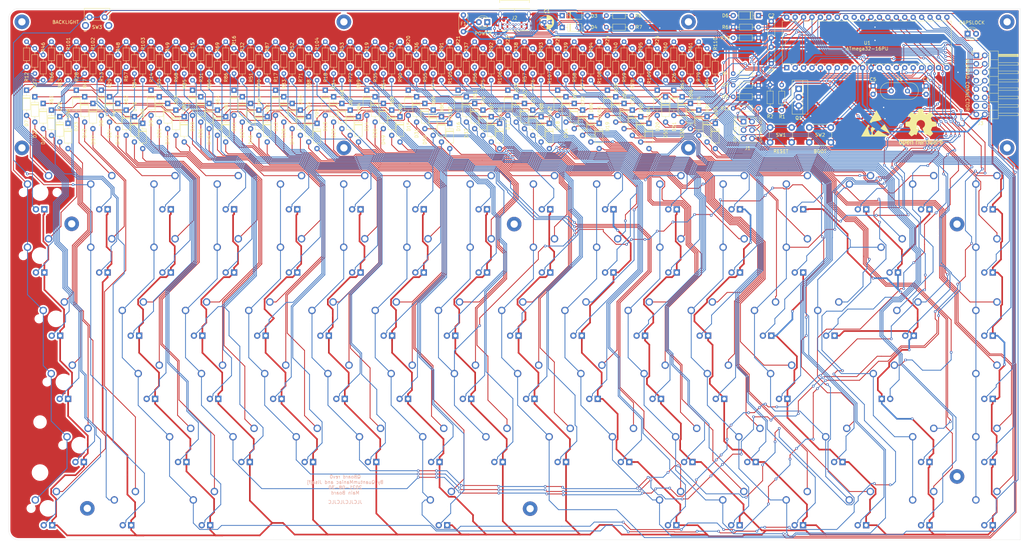
<source format=kicad_pcb>
(kicad_pcb (version 20171130) (host pcbnew "(5.1.5)-3")
  (title_block (title "QBoard - Main Front") (date 2021-08-28) (rev 0))
  (layers (0 F.Cu signal) (31 B.Cu signal) (34 B.Paste user) (35 F.Paste user hide) (36 B.SilkS user) (37 F.SilkS user) (38 B.Mask user) (39 F.Mask user) (44 Edge.Cuts user))
  (net 0 "")
  (net 1 GND)
  (net 2 +5V)
  (net 3 "Net-(C4-Pad1)")
  (net 4 "Net-(C5-Pad1)")
  (net 5 CAPSLOCK)
  (net 6 "Net-(D1-Pad1)")
  (net 7 NUMLOCK)
  (net 8 "Net-(D3-Pad1)")
  (net 9 "Net-(D4-Pad1)")
  (net 10 "Net-(D5-Pad1)")
  (net 11 "Net-(D6-Pad2)")
  (net 12 row0)
  (net 13 "Net-(D7-Pad2)")
  (net 14 "Net-(D8-Pad2)")
  (net 15 "Net-(D9-Pad2)")
  (net 16 "Net-(D10-Pad2)")
  (net 17 "Net-(D11-Pad2)")
  (net 18 "Net-(D12-Pad2)")
  (net 19 "Net-(D13-Pad2)")
  (net 20 "Net-(D14-Pad2)")
  (net 21 "Net-(D15-Pad2)")
  (net 22 "Net-(D16-Pad2)")
  (net 23 "Net-(D17-Pad2)")
  (net 24 "Net-(D18-Pad2)")
  (net 25 "Net-(D19-Pad2)")
  (net 26 "Net-(D20-Pad2)")
  (net 27 "Net-(D21-Pad2)")
  (net 28 "Net-(D22-Pad2)")
  (net 29 row1)
  (net 30 "Net-(D23-Pad2)")
  (net 31 "Net-(D24-Pad2)")
  (net 32 "Net-(D25-Pad2)")
  (net 33 "Net-(D26-Pad2)")
  (net 34 "Net-(D27-Pad2)")
  (net 35 "Net-(D28-Pad2)")
  (net 36 "Net-(D29-Pad2)")
  (net 37 "Net-(D30-Pad2)")
  (net 38 "Net-(D31-Pad2)")
  (net 39 "Net-(D32-Pad2)")
  (net 40 "Net-(D33-Pad2)")
  (net 41 "Net-(D34-Pad2)")
  (net 42 "Net-(D35-Pad2)")
  (net 43 "Net-(D36-Pad2)")
  (net 44 "Net-(D41-Pad2)")
  (net 45 row2)
  (net 46 "Net-(D42-Pad2)")
  (net 47 "Net-(D43-Pad2)")
  (net 48 "Net-(D44-Pad2)")
  (net 49 "Net-(D45-Pad2)")
  (net 50 "Net-(D46-Pad2)")
  (net 51 "Net-(D47-Pad2)")
  (net 52 "Net-(D48-Pad2)")
  (net 53 "Net-(D49-Pad2)")
  (net 54 "Net-(D50-Pad2)")
  (net 55 "Net-(D51-Pad2)")
  (net 56 "Net-(D52-Pad2)")
  (net 57 "Net-(D53-Pad2)")
  (net 58 "Net-(D54-Pad2)")
  (net 59 "Net-(D55-Pad2)")
  (net 60 "Net-(D56-Pad2)")
  (net 61 "Net-(D61-Pad2)")
  (net 62 row3)
  (net 63 "Net-(D62-Pad2)")
  (net 64 "Net-(D63-Pad2)")
  (net 65 "Net-(D64-Pad2)")
  (net 66 "Net-(D65-Pad2)")
  (net 67 "Net-(D66-Pad2)")
  (net 68 "Net-(D67-Pad2)")
  (net 69 "Net-(D68-Pad2)")
  (net 70 "Net-(D69-Pad2)")
  (net 71 "Net-(D70-Pad2)")
  (net 72 "Net-(D71-Pad2)")
  (net 73 "Net-(D72-Pad2)")
  (net 74 "Net-(D73-Pad2)")
  (net 75 "Net-(D74-Pad2)")
  (net 76 "Net-(D78-Pad2)")
  (net 77 row4)
  (net 78 "Net-(D79-Pad2)")
  (net 79 "Net-(D80-Pad2)")
  (net 80 "Net-(D81-Pad2)")
  (net 81 "Net-(D82-Pad2)")
  (net 82 "Net-(D83-Pad2)")
  (net 83 "Net-(D84-Pad2)")
  (net 84 "Net-(D85-Pad2)")
  (net 85 "Net-(D86-Pad2)")
  (net 86 "Net-(D87-Pad2)")
  (net 87 "Net-(D88-Pad2)")
  (net 88 "Net-(D89-Pad2)")
  (net 89 "Net-(D90-Pad2)")
  (net 90 "Net-(D91-Pad2)")
  (net 91 "Net-(D96-Pad2)")
  (net 92 row5)
  (net 93 "Net-(D97-Pad2)")
  (net 94 "Net-(D98-Pad2)")
  (net 95 "Net-(D99-Pad2)")
  (net 96 "Net-(D100-Pad2)")
  (net 97 "Net-(D101-Pad2)")
  (net 98 "Net-(D102-Pad2)")
  (net 99 "Net-(D103-Pad2)")
  (net 100 "Net-(D104-Pad2)")
  (net 101 "Net-(D105-Pad2)")
  (net 102 "Net-(F1-Pad2)")
  (net 103 RESET)
  (net 104 col5)
  (net 105 col7)
  (net 106 col6)
  (net 107 "Net-(J2-PadB5)")
  (net 108 "Net-(J2-PadB8)")
  (net 109 "Net-(J2-PadA8)")
  (net 110 "Net-(J2-PadA5)")
  (net 111 LEDGND)
  (net 112 "Net-(MX1-Pad3)")
  (net 113 col0)
  (net 114 "Net-(MX2-Pad3)")
  (net 115 col2)
  (net 116 "Net-(MX3-Pad3)")
  (net 117 col3)
  (net 118 "Net-(MX4-Pad3)")
  (net 119 col4)
  (net 120 "Net-(MX5-Pad3)")
  (net 121 "Net-(MX6-Pad3)")
  (net 122 "Net-(MX7-Pad3)")
  (net 123 "Net-(MX8-Pad3)")
  (net 124 col8)
  (net 125 "Net-(MX9-Pad3)")
  (net 126 col9)
  (net 127 "Net-(MX10-Pad3)")
  (net 128 col10)
  (net 129 "Net-(MX11-Pad3)")
  (net 130 col11)
  (net 131 "Net-(MX12-Pad3)")
  (net 132 col12)
  (net 133 "Net-(MX13-Pad3)")
  (net 134 col13)
  (net 135 "Net-(MX14-Pad3)")
  (net 136 col14)
  (net 137 "Net-(MX15-Pad3)")
  (net 138 col15)
  (net 139 "Net-(MX16-Pad3)")
  (net 140 "Net-(MX17-Pad3)")
  (net 141 col1)
  (net 142 "Net-(MX18-Pad3)")
  (net 143 "Net-(MX19-Pad3)")
  (net 144 "Net-(MX20-Pad3)")
  (net 145 "Net-(MX21-Pad3)")
  (net 146 "Net-(MX22-Pad3)")
  (net 147 "Net-(MX23-Pad3)")
  (net 148 "Net-(MX24-Pad3)")
  (net 149 "Net-(MX25-Pad3)")
  (net 150 "Net-(MX26-Pad3)")
  (net 151 "Net-(MX27-Pad3)")
  (net 152 "Net-(MX28-Pad3)")
  (net 153 "Net-(MX29-Pad3)")
  (net 154 "Net-(MX30-Pad3)")
  (net 155 col16)
  (net 156 col17)
  (net 157 col18)
  (net 158 col19)
  (net 159 "Net-(MX35-Pad3)")
  (net 160 "Net-(MX36-Pad3)")
  (net 161 "Net-(MX37-Pad3)")
  (net 162 "Net-(MX38-Pad3)")
  (net 163 "Net-(MX39-Pad3)")
  (net 164 "Net-(MX40-Pad3)")
  (net 165 "Net-(MX41-Pad3)")
  (net 166 "Net-(MX42-Pad3)")
  (net 167 "Net-(MX43-Pad3)")
  (net 168 "Net-(MX44-Pad3)")
  (net 169 "Net-(MX45-Pad3)")
  (net 170 "Net-(MX46-Pad3)")
  (net 171 "Net-(MX47-Pad3)")
  (net 172 "Net-(MX48-Pad3)")
  (net 173 "Net-(MX49-Pad3)")
  (net 174 "Net-(MX50-Pad3)")
  (net 175 "Net-(MX55-Pad3)")
  (net 176 "Net-(MX56-Pad3)")
  (net 177 "Net-(MX57-Pad3)")
  (net 178 "Net-(MX58-Pad3)")
  (net 179 "Net-(MX59-Pad3)")
  (net 180 "Net-(MX60-Pad3)")
  (net 181 "Net-(MX61-Pad3)")
  (net 182 "Net-(MX62-Pad3)")
  (net 183 "Net-(MX63-Pad3)")
  (net 184 "Net-(MX64-Pad3)")
  (net 185 "Net-(MX65-Pad3)")
  (net 186 "Net-(MX66-Pad3)")
  (net 187 "Net-(MX67-Pad3)")
  (net 188 "Net-(MX68-Pad3)")
  (net 189 "Net-(MX72-Pad3)")
  (net 190 "Net-(MX73-Pad3)")
  (net 191 "Net-(MX74-Pad3)")
  (net 192 "Net-(MX75-Pad3)")
  (net 193 "Net-(MX76-Pad3)")
  (net 194 "Net-(MX77-Pad3)")
  (net 195 "Net-(MX78-Pad3)")
  (net 196 "Net-(MX79-Pad3)")
  (net 197 "Net-(MX80-Pad3)")
  (net 198 "Net-(MX81-Pad3)")
  (net 199 "Net-(MX82-Pad3)")
  (net 200 "Net-(MX83-Pad3)")
  (net 201 "Net-(MX84-Pad3)")
  (net 202 "Net-(MX85-Pad3)")
  (net 203 "Net-(MX90-Pad3)")
  (net 204 "Net-(MX91-Pad3)")
  (net 205 "Net-(MX92-Pad3)")
  (net 206 "Net-(MX93-Pad3)")
  (net 207 "Net-(MX94-Pad3)")
  (net 208 "Net-(MX95-Pad3)")
  (net 209 "Net-(MX96-Pad3)")
  (net 210 "Net-(MX97-Pad3)")
  (net 211 "Net-(MX98-Pad3)")
  (net 212 "Net-(MX99-Pad3)")
  (net 213 LEDPWM)
  (net 214 D-)
  (net 215 D+)
  (net 216 BOOT)
  (net 217 "Net-(U1-Pad32)")
  (net 218 "Net-(J3-Pad14)")
  (net 219 "Net-(J3-Pad13)")
  (net 220 "Net-(J3-Pad12)")
  (net 221 "Net-(Q1-Pad1)")
  (module Package_TO_SOT_THT:TO-262-3_Vertical (layer F.Cu) (at 297.5 83.4 270)
    (fp_text reference Q1 (at 8.8 0 180) (layer F.SilkS))
    (fp_text value Q_NMOS_GDS)
    (pad 3 thru_hole oval (at 5.08 0 270) (size 1.905 2) (drill 1.1) (layers *.Cu *.Mask) (net 1 GND))
    (pad 2 thru_hole oval (at 2.54 0 270) (size 1.905 2) (drill 1.1) (layers *.Cu *.Mask) (net 111 LEDGND))
    (pad 1 thru_hole rect (at 0 0 270) (size 1.905 2) (drill 1.1) (layers *.Cu *.Mask) (net 221 "Net-(Q1-Pad1)"))
  )
  (module Symbol:OSHW-Logo2_14.6x12mm_SilkScreen (layer F.Cu) (at 334.3 95)
    (fp_text reference REF** hide)
    (fp_text value OSHW-Logo2_14.6x12mm_SilkScreen hide)
  )
  (module Symbol:ESD-Logo_8.9x8mm_SilkScreen (layer F.Cu) (at 320.7 93.8)
    (fp_text reference REF** hide)
    (fp_text value ESD-Logo_8.9x8mm_SilkScreen hide)
  )
  (module MX_Only:MXOnly-1U (layer F.Cu) (at 259.5 114.65)
    (fp_text reference MX10)
    (fp_text value MX-LED)
    (pad "" np_thru_hole circle (at 5.08 0 48.0996) (size 1.75 1.75) (drill 1.75) (layers *.Cu *.Mask))
    (pad "" np_thru_hole circle (at -5.08 0 48.0996) (size 1.75 1.75) (drill 1.75) (layers *.Cu *.Mask))
    (pad 4 thru_hole rect (at 1.27 5.08) (size 1.905 1.905) (drill 1.04) (layers *.Cu B.Mask) (net 111 LEDGND))
    (pad 3 thru_hole circle (at -1.27 5.08) (size 1.905 1.905) (drill 1.04) (layers *.Cu B.Mask) (net 127 "Net-(MX10-Pad3)"))
    (pad 1 thru_hole circle (at -3.81 -2.54) (size 2.25 2.25) (drill 1.47) (layers *.Cu B.Mask) (net 128 col10))
    (pad "" np_thru_hole circle (at 0 0) (size 3.9878 3.9878) (drill 3.9878) (layers *.Cu *.Mask))
    (pad 2 thru_hole circle (at 2.54 -5.08) (size 2.25 2.25) (drill 1.47) (layers *.Cu B.Mask) (net 22 "Net-(D16-Pad2)"))
  )
  (module Connector_PinHeader_2.54mm:PinHeader_2x08_P2.54mm_Horizontal (layer F.Cu) (at 351.02 73.325)
    (fp_text reference J3 (at 1.28 20.475) (layer F.SilkS))
    (fp_text value Conn_01x16_Male)
    (pad 1 thru_hole rect (at 0 0) (size 1.7 1.7) (drill 1) (layers *.Cu *.Mask) (net 77 row4))
    (pad 2 thru_hole oval (at 2.54 0) (size 1.7 1.7) (drill 1) (layers *.Cu *.Mask) (net 62 row3))
    (pad 3 thru_hole oval (at 0 2.54) (size 1.7 1.7) (drill 1) (layers *.Cu *.Mask) (net 45 row2))
    (pad 4 thru_hole oval (at 2.54 2.54) (size 1.7 1.7) (drill 1) (layers *.Cu *.Mask) (net 29 row1))
    (pad 5 thru_hole oval (at 0 5.08) (size 1.7 1.7) (drill 1) (layers *.Cu *.Mask) (net 12 row0))
    (pad 6 thru_hole oval (at 2.54 5.08) (size 1.7 1.7) (drill 1) (layers *.Cu *.Mask) (net 158 col19))
    (pad 7 thru_hole oval (at 0 7.62) (size 1.7 1.7) (drill 1) (layers *.Cu *.Mask) (net 157 col18))
    (pad 8 thru_hole oval (at 2.54 7.62) (size 1.7 1.7) (drill 1) (layers *.Cu *.Mask) (net 156 col17))
    (pad 9 thru_hole oval (at 0 10.16) (size 1.7 1.7) (drill 1) (layers *.Cu *.Mask) (net 155 col16))
    (pad 10 thru_hole oval (at 2.54 10.16) (size 1.7 1.7) (drill 1) (layers *.Cu *.Mask) (net 111 LEDGND))
    (pad 11 thru_hole oval (at 0 12.7) (size 1.7 1.7) (drill 1) (layers *.Cu *.Mask) (net 7 NUMLOCK))
    (pad 12 thru_hole oval (at 2.54 12.7) (size 1.7 1.7) (drill 1) (layers *.Cu *.Mask) (net 220 "Net-(J3-Pad12)"))
    (pad 13 thru_hole oval (at 0 15.24) (size 1.7 1.7) (drill 1) (layers *.Cu *.Mask) (net 219 "Net-(J3-Pad13)"))
    (pad 14 thru_hole oval (at 2.54 15.24) (size 1.7 1.7) (drill 1) (layers *.Cu *.Mask) (net 218 "Net-(J3-Pad14)"))
    (pad 15 thru_hole oval (at 0 17.78) (size 1.7 1.7) (drill 1) (layers *.Cu *.Mask) (net 1 GND))
    (pad 16 thru_hole oval (at 2.54 17.78) (size 1.7 1.7) (drill 1) (layers *.Cu *.Mask) (net 2 +5V))
  )
  (module MX_Only:MXOnly-1U (layer F.Cu) (at 278.55 114.65)
    (fp_text reference MX11)
    (fp_text value MX-LED)
    (pad "" np_thru_hole circle (at 5.08 0 48.0996) (size 1.75 1.75) (drill 1.75) (layers *.Cu *.Mask))
    (pad "" np_thru_hole circle (at -5.08 0 48.0996) (size 1.75 1.75) (drill 1.75) (layers *.Cu *.Mask))
    (pad 4 thru_hole rect (at 1.27 5.08) (size 1.905 1.905) (drill 1.04) (layers *.Cu B.Mask) (net 111 LEDGND))
    (pad 3 thru_hole circle (at -1.27 5.08) (size 1.905 1.905) (drill 1.04) (layers *.Cu B.Mask) (net 129 "Net-(MX11-Pad3)"))
    (pad 1 thru_hole circle (at -3.81 -2.54) (size 2.25 2.25) (drill 1.47) (layers *.Cu B.Mask) (net 130 col11))
    (pad "" np_thru_hole circle (at 0 0) (size 3.9878 3.9878) (drill 3.9878) (layers *.Cu *.Mask))
    (pad 2 thru_hole circle (at 2.54 -5.08) (size 2.25 2.25) (drill 1.47) (layers *.Cu B.Mask) (net 23 "Net-(D17-Pad2)"))
  )
  (module MX_Only:MXOnly-1U (layer F.Cu) (at 202.35 114.65)
    (fp_text reference MX7)
    (fp_text value MX-LED)
    (pad "" np_thru_hole circle (at 5.08 0 48.0996) (size 1.75 1.75) (drill 1.75) (layers *.Cu *.Mask))
    (pad "" np_thru_hole circle (at -5.08 0 48.0996) (size 1.75 1.75) (drill 1.75) (layers *.Cu *.Mask))
    (pad 4 thru_hole rect (at 1.27 5.08) (size 1.905 1.905) (drill 1.04) (layers *.Cu B.Mask) (net 111 LEDGND))
    (pad 3 thru_hole circle (at -1.27 5.08) (size 1.905 1.905) (drill 1.04) (layers *.Cu B.Mask) (net 122 "Net-(MX7-Pad3)"))
    (pad 1 thru_hole circle (at -3.81 -2.54) (size 2.25 2.25) (drill 1.47) (layers *.Cu B.Mask) (net 105 col7))
    (pad "" np_thru_hole circle (at 0 0) (size 3.9878 3.9878) (drill 3.9878) (layers *.Cu *.Mask))
    (pad 2 thru_hole circle (at 2.54 -5.08) (size 2.25 2.25) (drill 1.47) (layers *.Cu B.Mask) (net 19 "Net-(D13-Pad2)"))
  )
  (module MX_Only:MXOnly-1U (layer F.Cu) (at 249.95 152.75)
    (fp_text reference MX45)
    (fp_text value MX-LED)
    (pad "" np_thru_hole circle (at 5.08 0 48.0996) (size 1.75 1.75) (drill 1.75) (layers *.Cu *.Mask))
    (pad "" np_thru_hole circle (at -5.08 0 48.0996) (size 1.75 1.75) (drill 1.75) (layers *.Cu *.Mask))
    (pad 4 thru_hole rect (at 1.27 5.08) (size 1.905 1.905) (drill 1.04) (layers *.Cu B.Mask) (net 111 LEDGND))
    (pad 3 thru_hole circle (at -1.27 5.08) (size 1.905 1.905) (drill 1.04) (layers *.Cu B.Mask) (net 169 "Net-(MX45-Pad3)"))
    (pad 1 thru_hole circle (at -3.81 -2.54) (size 2.25 2.25) (drill 1.47) (layers *.Cu B.Mask) (net 128 col10))
    (pad "" np_thru_hole circle (at 0 0) (size 3.9878 3.9878) (drill 3.9878) (layers *.Cu *.Mask))
    (pad 2 thru_hole circle (at 2.54 -5.08) (size 2.25 2.25) (drill 1.47) (layers *.Cu B.Mask) (net 55 "Net-(D51-Pad2)"))
  )
  (module MX_Only:MXOnly-1U (layer F.Cu) (at 221.4 114.65)
    (fp_text reference MX8)
    (fp_text value MX-LED)
    (pad "" np_thru_hole circle (at 5.08 0 48.0996) (size 1.75 1.75) (drill 1.75) (layers *.Cu *.Mask))
    (pad "" np_thru_hole circle (at -5.08 0 48.0996) (size 1.75 1.75) (drill 1.75) (layers *.Cu *.Mask))
    (pad 4 thru_hole rect (at 1.27 5.08) (size 1.905 1.905) (drill 1.04) (layers *.Cu B.Mask) (net 111 LEDGND))
    (pad 3 thru_hole circle (at -1.27 5.08) (size 1.905 1.905) (drill 1.04) (layers *.Cu B.Mask) (net 123 "Net-(MX8-Pad3)"))
    (pad 1 thru_hole circle (at -3.81 -2.54) (size 2.25 2.25) (drill 1.47) (layers *.Cu B.Mask) (net 124 col8))
    (pad "" np_thru_hole circle (at 0 0) (size 3.9878 3.9878) (drill 3.9878) (layers *.Cu *.Mask))
    (pad 2 thru_hole circle (at 2.54 -5.08) (size 2.25 2.25) (drill 1.47) (layers *.Cu B.Mask) (net 20 "Net-(D14-Pad2)"))
  )
  (module MX_Only:MXOnly-1U (layer F.Cu) (at 240.45 114.65)
    (fp_text reference MX9)
    (fp_text value MX-LED)
    (pad "" np_thru_hole circle (at 5.08 0 48.0996) (size 1.75 1.75) (drill 1.75) (layers *.Cu *.Mask))
    (pad "" np_thru_hole circle (at -5.08 0 48.0996) (size 1.75 1.75) (drill 1.75) (layers *.Cu *.Mask))
    (pad 4 thru_hole rect (at 1.27 5.08) (size 1.905 1.905) (drill 1.04) (layers *.Cu B.Mask) (net 111 LEDGND))
    (pad 3 thru_hole circle (at -1.27 5.08) (size 1.905 1.905) (drill 1.04) (layers *.Cu B.Mask) (net 125 "Net-(MX9-Pad3)"))
    (pad 1 thru_hole circle (at -3.81 -2.54) (size 2.25 2.25) (drill 1.47) (layers *.Cu B.Mask) (net 126 col9))
    (pad "" np_thru_hole circle (at 0 0) (size 3.9878 3.9878) (drill 3.9878) (layers *.Cu *.Mask))
    (pad 2 thru_hole circle (at 2.54 -5.08) (size 2.25 2.25) (drill 1.47) (layers *.Cu B.Mask) (net 21 "Net-(D15-Pad2)"))
  )
  (module Diode_THT:D_DO-35_SOD27_P7.62mm_Horizontal (layer F.Cu) (at 222.4 93.8 270)
    (fp_text reference D102 (at -3.19 -0.12 90) (layer F.SilkS))
    (fp_text value 1N4148)
    (pad 2 thru_hole oval (at 7.62 0 270) (size 1.6 1.6) (drill 0.8) (layers *.Cu *.Mask) (net 98 "Net-(D102-Pad2)"))
    (pad 1 thru_hole rect (at 0 0 270) (size 1.6 1.6) (drill 0.8) (layers *.Cu *.Mask) (net 92 row5))
  )
  (module MountingHole:MountingHole_2.2mm_M2_Pad (layer F.Cu) (at 160.5 101.2)
    (fp_text reference MOUNT6 hide)
    (fp_text value MountingHole_2.2mm_M2_Pad)
    (pad 1 thru_hole circle (at 0 0) (size 4.4 4.4) (drill 2.2) (layers *.Cu *.Mask))
  )
  (module MX_Only:MXOnly-1U (layer F.Cu) (at 145.2 114.65)
    (fp_text reference MX4)
    (fp_text value MX-LED)
    (pad "" np_thru_hole circle (at 5.08 0 48.0996) (size 1.75 1.75) (drill 1.75) (layers *.Cu *.Mask))
    (pad "" np_thru_hole circle (at -5.08 0 48.0996) (size 1.75 1.75) (drill 1.75) (layers *.Cu *.Mask))
    (pad 4 thru_hole rect (at 1.27 5.08) (size 1.905 1.905) (drill 1.04) (layers *.Cu B.Mask) (net 111 LEDGND))
    (pad 3 thru_hole circle (at -1.27 5.08) (size 1.905 1.905) (drill 1.04) (layers *.Cu B.Mask) (net 118 "Net-(MX4-Pad3)"))
    (pad 1 thru_hole circle (at -3.81 -2.54) (size 2.25 2.25) (drill 1.47) (layers *.Cu B.Mask) (net 119 col4))
    (pad "" np_thru_hole circle (at 0 0) (size 3.9878 3.9878) (drill 3.9878) (layers *.Cu *.Mask))
    (pad 2 thru_hole circle (at 2.54 -5.08) (size 2.25 2.25) (drill 1.47) (layers *.Cu B.Mask) (net 16 "Net-(D10-Pad2)"))
  )
  (module Diode_THT:D_DO-35_SOD27_P7.62mm_Horizontal (layer F.Cu) (at 152.4 93.8 270)
    (fp_text reference D99 (at -3 0 90) (layer F.SilkS))
    (fp_text value 1N4148)
    (pad 2 thru_hole oval (at 7.62 0 270) (size 1.6 1.6) (drill 0.8) (layers *.Cu *.Mask) (net 95 "Net-(D99-Pad2)"))
    (pad 1 thru_hole rect (at 0 0 270) (size 1.6 1.6) (drill 0.8) (layers *.Cu *.Mask) (net 92 row5))
  )
  (module Package_DIP:DIP-40_W15.24mm (layer F.Cu) (at 293.9 77.05 90)
    (fp_text reference U1 (at 7.5 24.25 180) (layer F.SilkS))
    (fp_text value ATmega32-16PU (at 5.75 24.25 180) (layer F.SilkS))
    (pad 40 thru_hole oval (at 15.24 0 90) (size 1.6 1.6) (drill 0.8) (layers *.Cu *.Mask) (net 12 row0))
    (pad 20 thru_hole oval (at 0 48.26 90) (size 1.6 1.6) (drill 0.8) (layers *.Cu *.Mask) (net 216 BOOT))
    (pad 39 thru_hole oval (at 15.24 2.54 90) (size 1.6 1.6) (drill 0.8) (layers *.Cu *.Mask) (net 29 row1))
    (pad 19 thru_hole oval (at 0 45.72 90) (size 1.6 1.6) (drill 0.8) (layers *.Cu *.Mask) (net 128 col10))
    (pad 38 thru_hole oval (at 15.24 5.08 90) (size 1.6 1.6) (drill 0.8) (layers *.Cu *.Mask) (net 45 row2))
    (pad 18 thru_hole oval (at 0 43.18 90) (size 1.6 1.6) (drill 0.8) (layers *.Cu *.Mask) (net 213 LEDPWM))
    (pad 37 thru_hole oval (at 15.24 7.62 90) (size 1.6 1.6) (drill 0.8) (layers *.Cu *.Mask) (net 62 row3))
    (pad 17 thru_hole oval (at 0 40.64 90) (size 1.6 1.6) (drill 0.8) (layers *.Cu *.Mask) (net 214 D-))
    (pad 36 thru_hole oval (at 15.24 10.16 90) (size 1.6 1.6) (drill 0.8) (layers *.Cu *.Mask) (net 77 row4))
    (pad 16 thru_hole oval (at 0 38.1 90) (size 1.6 1.6) (drill 0.8) (layers *.Cu *.Mask) (net 215 D+))
    (pad 35 thru_hole oval (at 15.24 12.7 90) (size 1.6 1.6) (drill 0.8) (layers *.Cu *.Mask) (net 92 row5))
    (pad 15 thru_hole oval (at 0 35.56 90) (size 1.6 1.6) (drill 0.8) (layers *.Cu *.Mask) (net 126 col9))
    (pad 34 thru_hole oval (at 15.24 15.24 90) (size 1.6 1.6) (drill 0.8) (layers *.Cu *.Mask) (net 5 CAPSLOCK))
    (pad 14 thru_hole oval (at 0 33.02 90) (size 1.6 1.6) (drill 0.8) (layers *.Cu *.Mask) (net 124 col8))
    (pad 33 thru_hole oval (at 15.24 17.78 90) (size 1.6 1.6) (drill 0.8) (layers *.Cu *.Mask) (net 7 NUMLOCK))
    (pad 13 thru_hole oval (at 0 30.48 90) (size 1.6 1.6) (drill 0.8) (layers *.Cu *.Mask) (net 3 "Net-(C4-Pad1)"))
    (pad 32 thru_hole oval (at 15.24 20.32 90) (size 1.6 1.6) (drill 0.8) (layers *.Cu *.Mask) (net 217 "Net-(U1-Pad32)"))
    (pad 12 thru_hole oval (at 0 27.94 90) (size 1.6 1.6) (drill 0.8) (layers *.Cu *.Mask) (net 4 "Net-(C5-Pad1)"))
    (pad 31 thru_hole oval (at 15.24 22.86 90) (size 1.6 1.6) (drill 0.8) (layers *.Cu *.Mask) (net 1 GND))
    (pad 11 thru_hole oval (at 0 25.4 90) (size 1.6 1.6) (drill 0.8) (layers *.Cu *.Mask) (net 1 GND))
    (pad 30 thru_hole oval (at 15.24 25.4 90) (size 1.6 1.6) (drill 0.8) (layers *.Cu *.Mask) (net 2 +5V))
    (pad 10 thru_hole oval (at 0 22.86 90) (size 1.6 1.6) (drill 0.8) (layers *.Cu *.Mask) (net 2 +5V))
    (pad 29 thru_hole oval (at 15.24 27.94 90) (size 1.6 1.6) (drill 0.8) (layers *.Cu *.Mask) (net 132 col12))
    (pad 9 thru_hole oval (at 0 20.32 90) (size 1.6 1.6) (drill 0.8) (layers *.Cu *.Mask) (net 103 RESET))
    (pad 28 thru_hole oval (at 15.24 30.48 90) (size 1.6 1.6) (drill 0.8) (layers *.Cu *.Mask) (net 134 col13))
    (pad 8 thru_hole oval (at 0 17.78 90) (size 1.6 1.6) (drill 0.8) (layers *.Cu *.Mask) (net 105 col7))
    (pad 27 thru_hole oval (at 15.24 33.02 90) (size 1.6 1.6) (drill 0.8) (layers *.Cu *.Mask) (net 136 col14))
    (pad 7 thru_hole oval (at 0 15.24 90) (size 1.6 1.6) (drill 0.8) (layers *.Cu *.Mask) (net 106 col6))
    (pad 26 thru_hole oval (at 15.24 35.56 90) (size 1.6 1.6) (drill 0.8) (layers *.Cu *.Mask) (net 138 col15))
    (pad 6 thru_hole oval (at 0 12.7 90) (size 1.6 1.6) (drill 0.8) (layers *.Cu *.Mask) (net 104 col5))
    (pad 25 thru_hole oval (at 15.24 38.1 90) (size 1.6 1.6) (drill 0.8) (layers *.Cu *.Mask) (net 155 col16))
    (pad 5 thru_hole oval (at 0 10.16 90) (size 1.6 1.6) (drill 0.8) (layers *.Cu *.Mask) (net 119 col4))
    (pad 24 thru_hole oval (at 15.24 40.64 90) (size 1.6 1.6) (drill 0.8) (layers *.Cu *.Mask) (net 156 col17))
    (pad 4 thru_hole oval (at 0 7.62 90) (size 1.6 1.6) (drill 0.8) (layers *.Cu *.Mask) (net 117 col3))
    (pad 23 thru_hole oval (at 15.24 43.18 90) (size 1.6 1.6) (drill 0.8) (layers *.Cu *.Mask) (net 157 col18))
    (pad 3 thru_hole oval (at 0 5.08 90) (size 1.6 1.6) (drill 0.8) (layers *.Cu *.Mask) (net 115 col2))
    (pad 22 thru_hole oval (at 15.24 45.72 90) (size 1.6 1.6) (drill 0.8) (layers *.Cu *.Mask) (net 158 col19))
    (pad 2 thru_hole oval (at 0 2.54 90) (size 1.6 1.6) (drill 0.8) (layers *.Cu *.Mask) (net 141 col1))
    (pad 21 thru_hole oval (at 15.24 48.26 90) (size 1.6 1.6) (drill 0.8) (layers *.Cu *.Mask) (net 130 col11))
    (pad 1 thru_hole rect (at 0 0 90) (size 1.6 1.6) (drill 0.8) (layers *.Cu *.Mask) (net 113 col0))
  )
  (module Diode_THT:D_DO-35_SOD27_P7.62mm_Horizontal (layer F.Cu) (at 97.4 91.8 270)
    (fp_text reference D79 (at -3 -0.12 90) (layer F.SilkS))
    (fp_text value 1N4148)
    (pad 2 thru_hole oval (at 7.62 0 270) (size 1.6 1.6) (drill 0.8) (layers *.Cu *.Mask) (net 78 "Net-(D79-Pad2)"))
    (pad 1 thru_hole rect (at 0 0 270) (size 1.6 1.6) (drill 0.8) (layers *.Cu *.Mask) (net 77 row4))
  )
  (module MountingHole:MountingHole_2.2mm_M2_Pad (layer F.Cu) (at 216.6 210)
    (fp_text reference MOUNT13 hide)
    (fp_text value MountingHole_2.2mm_M2_Pad)
    (pad 1 thru_hole circle (at 0 -0.008) (size 4.4 4.4) (drill 2.2) (layers *.Cu *.Mask))
  )
  (module MountingHole:MountingHole_2.2mm_M2_Pad (layer F.Cu) (at 211.8 124.2)
    (fp_text reference MOUNT10 hide)
    (fp_text value MountingHole_2.2mm_M2_Pad)
    (pad 1 thru_hole circle (at 0 -0.008) (size 4.4 4.4) (drill 2.2) (layers *.Cu *.Mask))
  )
  (module MountingHole:MountingHole_2.2mm_M2_Pad (layer F.Cu) (at 78.5 124.108)
    (fp_text reference MOUNT9 hide)
    (fp_text value MountingHole_2.2mm_M2_Pad)
    (pad 1 thru_hole circle (at 0 -0.008) (size 4.4 4.4) (drill 2.2) (layers *.Cu *.Mask))
  )
  (module MountingHole:MountingHole_2.2mm_M2_Pad (layer F.Cu) (at 345.2 124.2)
    (fp_text reference MOUNT11 hide)
    (fp_text value MountingHole_2.2mm_M2_Pad)
    (pad 1 thru_hole circle (at 0 -0.008) (size 4.4 4.4) (drill 2.2) (layers *.Cu *.Mask))
  )
  (module MountingHole:MountingHole_2.2mm_M2_Pad (layer F.Cu) (at 345.2 200.3)
    (fp_text reference MOUNT14 hide)
    (fp_text value MountingHole_2.2mm_M2_Pad)
    (pad 1 thru_hole circle (at 0 -0.008) (size 4.4 4.4) (drill 2.2) (layers *.Cu *.Mask))
  )
  (module MountingHole:MountingHole_2.2mm_M2_Pad (layer F.Cu) (at 83.2 209.9)
    (fp_text reference MOUNT12 hide)
    (fp_text value MountingHole_2.2mm_M2_Pad)
    (pad 1 thru_hole circle (at 0 -0.008) (size 4.4 4.4) (drill 2.2) (layers *.Cu *.Mask))
  )
  (module MountingHole:MountingHole_2.2mm_M2_Pad (layer F.Cu) (at 264.3 101.204)
    (fp_text reference MOUNT7 hide)
    (fp_text value MountingHole_2.2mm_M2_Pad)
    (pad 1 thru_hole circle (at 0 -0.004) (size 4.4 4.4) (drill 2.2) (layers *.Cu *.Mask))
  )
  (module MountingHole:MountingHole_2.2mm_M2_Pad (layer F.Cu) (at 264.3 63.208)
    (fp_text reference MOUNT3 hide)
    (fp_text value MountingHole_2.2mm_M2_Pad)
    (pad 1 thru_hole circle (at 0 -0.008) (size 4.4 4.4) (drill 2.2) (layers *.Cu *.Mask))
  )
  (module MountingHole:MountingHole_2.2mm_M2_Pad (layer F.Cu) (at 160.5 63.208)
    (fp_text reference MOUNT2 hide)
    (fp_text value MountingHole_2.2mm_M2_Pad)
    (pad 1 thru_hole circle (at 0 -0.008) (size 4.4 4.4) (drill 2.2) (layers *.Cu *.Mask))
  )
  (module keyboard_parts:USB_C_GCT_USB4085 (layer F.Cu) (at 211.9 59.2 180)
    (fp_text reference J2 (at 0 -2.8) (layer F.SilkS))
    (fp_text value USB_C_Receptacle_USB2.0)
    (pad A5 thru_hole circle (at -1.275 -6.1 180) (size 0.65 0.65) (drill 0.4) (layers *.Cu *.Mask) (net 110 "Net-(J2-PadA5)"))
    (pad A1 thru_hole circle (at -2.975 -6.1 180) (size 0.65 0.65) (drill 0.4) (layers *.Cu *.Mask) (net 1 GND))
    (pad A4 thru_hole circle (at -2.125 -6.1 180) (size 0.65 0.65) (drill 0.4) (layers *.Cu *.Mask) (net 102 "Net-(F1-Pad2)"))
    (pad A6 thru_hole circle (at -0.425 -6.1 180) (size 0.65 0.65) (drill 0.4) (layers *.Cu *.Mask) (net 8 "Net-(D3-Pad1)"))
    (pad A7 thru_hole circle (at 0.425 -6.1 180) (size 0.65 0.65) (drill 0.4) (layers *.Cu *.Mask) (net 9 "Net-(D4-Pad1)"))
    (pad A8 thru_hole circle (at 1.275 -6.1 180) (size 0.65 0.65) (drill 0.4) (layers *.Cu *.Mask) (net 109 "Net-(J2-PadA8)"))
    (pad A9 thru_hole circle (at 2.125 -6.1 180) (size 0.65 0.65) (drill 0.4) (layers *.Cu *.Mask) (net 102 "Net-(F1-Pad2)"))
    (pad A12 thru_hole circle (at 2.975 -6.1 180) (size 0.65 0.65) (drill 0.4) (layers *.Cu *.Mask) (net 1 GND))
    (pad B12 thru_hole circle (at -2.975 -4.775 180) (size 0.65 0.65) (drill 0.4) (layers *.Cu *.Mask) (net 1 GND))
    (pad B9 thru_hole circle (at -2.12 -4.775 180) (size 0.65 0.65) (drill 0.4) (layers *.Cu *.Mask) (net 102 "Net-(F1-Pad2)"))
    (pad B8 thru_hole circle (at -1.27 -4.775 180) (size 0.65 0.65) (drill 0.4) (layers *.Cu *.Mask) (net 108 "Net-(J2-PadB8)"))
    (pad B7 thru_hole circle (at -0.42 -4.775 180) (size 0.65 0.65) (drill 0.4) (layers *.Cu *.Mask) (net 9 "Net-(D4-Pad1)"))
    (pad B6 thru_hole circle (at 0.43 -4.775 180) (size 0.65 0.65) (drill 0.4) (layers *.Cu *.Mask) (net 8 "Net-(D3-Pad1)"))
    (pad B5 thru_hole circle (at 1.28 -4.775 180) (size 0.65 0.65) (drill 0.4) (layers *.Cu *.Mask) (net 107 "Net-(J2-PadB5)"))
    (pad B4 thru_hole circle (at 2.13 -4.775 180) (size 0.65 0.65) (drill 0.4) (layers *.Cu *.Mask) (net 102 "Net-(F1-Pad2)"))
    (pad B1 thru_hole circle (at 2.98 -4.775 180) (size 0.65 0.65) (drill 0.4) (layers *.Cu *.Mask) (net 1 GND))
    (pad S1 thru_hole oval (at -4.325 -5.12 180) (size 0.9 2.4) (drill oval 0.6 2.1) (layers *.Cu *.Mask) (net 1 GND))
    (pad S1 thru_hole oval (at 4.325 -5.12 180) (size 0.9 2.4) (drill oval 0.6 2.1) (layers *.Cu *.Mask) (net 1 GND))
    (pad S1 thru_hole oval (at -4.325 -1.74 180) (size 0.9 1.7) (drill oval 0.6 1.4) (layers *.Cu *.Mask) (net 1 GND))
    (pad S1 thru_hole oval (at 4.325 -1.74 180) (size 0.9 1.7) (drill oval 0.6 1.4) (layers *.Cu *.Mask) (net 1 GND))
  )
  (module MountingHole:MountingHole_2.2mm_M2_Pad (layer F.Cu) (at 63.5 101.2)
    (fp_text reference MOUNT5 hide)
    (fp_text value MountingHole_2.2mm_M2_Pad)
    (pad 1 thru_hole circle (at 0 0) (size 4.4 4.4) (drill 2.2) (layers *.Cu *.Mask))
  )
  (module MountingHole:MountingHole_2.2mm_M2_Pad (layer F.Cu) (at 360.3 101.2)
    (fp_text reference MOUNT8 hide)
    (fp_text value MountingHole_2.2mm_M2_Pad)
    (pad 1 thru_hole circle (at 0 0) (size 4.4 4.4) (drill 2.2) (layers *.Cu *.Mask))
  )
  (module MountingHole:MountingHole_2.2mm_M2_Pad (layer F.Cu) (at 360.3 63.204)
    (fp_text reference MOUNT4 hide)
    (fp_text value MountingHole_2.2mm_M2_Pad)
    (pad 1 thru_hole circle (at 0 -0.004) (size 4.4 4.4) (drill 2.2) (layers *.Cu *.Mask))
  )
  (module MountingHole:MountingHole_2.2mm_M2_Pad (layer F.Cu) (at 63.5 63.204)
    (fp_text reference MOUNT1 hide)
    (fp_text value MountingHole_2.2mm_M2_Pad)
    (pad 1 thru_hole circle (at 0 -0.004) (size 4.4 4.4) (drill 2.2) (layers *.Cu *.Mask))
  )
  (module Crystal:Crystal_HC49-4H_Vertical (layer F.Cu) (at 325.4 84.05)
    (fp_text reference Y1 (at 2.44 -3.525) (layer F.SilkS))
    (fp_text value Crystal)
    (pad 2 thru_hole circle (at 4.88 0) (size 1.5 1.5) (drill 0.8) (layers *.Cu *.Mask) (net 3 "Net-(C4-Pad1)"))
    (pad 1 thru_hole circle (at 0 0) (size 1.5 1.5) (drill 0.8) (layers *.Cu *.Mask) (net 4 "Net-(C5-Pad1)"))
  )
  (module Button_Switch_THT:SW_Tactile_SPST_Angled_PTS645Vx31-2LFS (layer F.Cu) (at 83.9 61.8)
    (fp_text reference SW3 (at 2.25 3) (layer F.SilkS))
    (fp_text value BL_STEP)
    (pad "" thru_hole circle (at -1.25 2.49) (size 2.1 2.1) (drill 1.3) (layers *.Cu *.Mask))
    (pad 1 thru_hole circle (at 0 0) (size 1.75 1.75) (drill 0.99) (layers *.Cu *.Mask) (net 141 col1))
    (pad 2 thru_hole circle (at 4.5 0) (size 1.75 1.75) (drill 0.99) (layers *.Cu *.Mask) (net 11 "Net-(D6-Pad2)"))
    (pad "" thru_hole circle (at 5.76 2.49) (size 2.1 2.1) (drill 1.3) (layers *.Cu *.Mask))
  )
  (module Button_Switch_THT:SW_PUSH_6mm (layer F.Cu) (at 300.7 95.05)
    (fp_text reference SW2 (at 3.25 2.25) (layer F.SilkS))
    (fp_text value BOOT (at 3.25 7.2) (layer F.SilkS))
    (pad 1 thru_hole circle (at 6.5 0 90) (size 2 2) (drill 1.1) (layers *.Cu *.Mask) (net 216 BOOT))
    (pad 2 thru_hole circle (at 6.5 4.5 90) (size 2 2) (drill 1.1) (layers *.Cu *.Mask) (net 1 GND))
    (pad 1 thru_hole circle (at 0 0 90) (size 2 2) (drill 1.1) (layers *.Cu *.Mask) (net 216 BOOT))
    (pad 2 thru_hole circle (at 0 4.5 90) (size 2 2) (drill 1.1) (layers *.Cu *.Mask) (net 1 GND))
  )
  (module Button_Switch_THT:SW_PUSH_6mm (layer F.Cu) (at 288.9 95.05)
    (fp_text reference SW1 (at 3.25 2.25) (layer F.SilkS))
    (fp_text value RESET (at 3.25 7.2) (layer F.SilkS))
    (pad 1 thru_hole circle (at 6.5 0 90) (size 2 2) (drill 1.1) (layers *.Cu *.Mask) (net 103 RESET))
    (pad 2 thru_hole circle (at 6.5 4.5 90) (size 2 2) (drill 1.1) (layers *.Cu *.Mask) (net 1 GND))
    (pad 1 thru_hole circle (at 0 0 90) (size 2 2) (drill 1.1) (layers *.Cu *.Mask) (net 103 RESET))
    (pad 2 thru_hole circle (at 0 4.5 90) (size 2 2) (drill 1.1) (layers *.Cu *.Mask) (net 1 GND))
  )
  (module Resistor_THT:R_Axial_DIN0204_L3.6mm_D1.6mm_P7.62mm_Horizontal (layer F.Cu) (at 272.4 80.8 90)
    (fp_text reference R110 (at 11 0 90) (layer F.SilkS))
    (fp_text value 470)
    (pad 1 thru_hole circle (at 0 0 90) (size 1.4 1.4) (drill 0.7) (layers *.Cu *.Mask) (net 212 "Net-(MX99-Pad3)"))
    (pad 2 thru_hole oval (at 7.62 0 90) (size 1.4 1.4) (drill 0.7) (layers *.Cu *.Mask) (net 2 +5V))
  )
  (module Resistor_THT:R_Axial_DIN0204_L3.6mm_D1.6mm_P7.62mm_Horizontal (layer F.Cu) (at 252.4 76.8 90)
    (fp_text reference R109 (at -3.19 0.08 90) (layer F.SilkS))
    (fp_text value 470)
    (pad 1 thru_hole circle (at 0 0 90) (size 1.4 1.4) (drill 0.7) (layers *.Cu *.Mask) (net 211 "Net-(MX98-Pad3)"))
    (pad 2 thru_hole oval (at 7.62 0 90) (size 1.4 1.4) (drill 0.7) (layers *.Cu *.Mask) (net 2 +5V))
  )
  (module Resistor_THT:R_Axial_DIN0204_L3.6mm_D1.6mm_P7.62mm_Horizontal (layer F.Cu) (at 237.4 76.8 90)
    (fp_text reference R108 (at -3.19 0.08 90) (layer F.SilkS))
    (fp_text value 470)
    (pad 1 thru_hole circle (at 0 0 90) (size 1.4 1.4) (drill 0.7) (layers *.Cu *.Mask) (net 210 "Net-(MX97-Pad3)"))
    (pad 2 thru_hole oval (at 7.62 0 90) (size 1.4 1.4) (drill 0.7) (layers *.Cu *.Mask) (net 2 +5V))
  )
  (module Resistor_THT:R_Axial_DIN0204_L3.6mm_D1.6mm_P7.62mm_Horizontal (layer F.Cu) (at 222.4 76.8 90)
    (fp_text reference R107 (at -3.19 0.08 90) (layer F.SilkS))
    (fp_text value 470)
    (pad 1 thru_hole circle (at 0 0 90) (size 1.4 1.4) (drill 0.7) (layers *.Cu *.Mask) (net 209 "Net-(MX96-Pad3)"))
    (pad 2 thru_hole oval (at 7.62 0 90) (size 1.4 1.4) (drill 0.7) (layers *.Cu *.Mask) (net 2 +5V))
  )
  (module Resistor_THT:R_Axial_DIN0204_L3.6mm_D1.6mm_P7.62mm_Horizontal (layer F.Cu) (at 207.4 76.8 90)
    (fp_text reference R106 (at -3.19 0.08 90) (layer F.SilkS))
    (fp_text value 470)
    (pad 1 thru_hole circle (at 0 0 90) (size 1.4 1.4) (drill 0.7) (layers *.Cu *.Mask) (net 208 "Net-(MX95-Pad3)"))
    (pad 2 thru_hole oval (at 7.62 0 90) (size 1.4 1.4) (drill 0.7) (layers *.Cu *.Mask) (net 2 +5V))
  )
  (module Resistor_THT:R_Axial_DIN0204_L3.6mm_D1.6mm_P7.62mm_Horizontal (layer F.Cu) (at 192.4 76.8 90)
    (fp_text reference R105 (at -3.19 0.08 90) (layer F.SilkS))
    (fp_text value 470)
    (pad 1 thru_hole circle (at 0 0 90) (size 1.4 1.4) (drill 0.7) (layers *.Cu *.Mask) (net 207 "Net-(MX94-Pad3)"))
    (pad 2 thru_hole oval (at 7.62 0 90) (size 1.4 1.4) (drill 0.7) (layers *.Cu *.Mask) (net 2 +5V))
  )
  (module Resistor_THT:R_Axial_DIN0204_L3.6mm_D1.6mm_P7.62mm_Horizontal (layer F.Cu) (at 152.4 80.8 90)
    (fp_text reference R104 (at 11 0 90) (layer F.SilkS))
    (fp_text value 470)
    (pad 1 thru_hole circle (at 0 0 90) (size 1.4 1.4) (drill 0.7) (layers *.Cu *.Mask) (net 206 "Net-(MX93-Pad3)"))
    (pad 2 thru_hole oval (at 7.62 0 90) (size 1.4 1.4) (drill 0.7) (layers *.Cu *.Mask) (net 2 +5V))
  )
  (module Resistor_THT:R_Axial_DIN0204_L3.6mm_D1.6mm_P7.62mm_Horizontal (layer F.Cu) (at 99.9 80.8 90)
    (fp_text reference R103 (at 11 0.08 90) (layer F.SilkS))
    (fp_text value 470)
    (pad 1 thru_hole circle (at 0 0 90) (size 1.4 1.4) (drill 0.7) (layers *.Cu *.Mask) (net 205 "Net-(MX92-Pad3)"))
    (pad 2 thru_hole oval (at 7.62 0 90) (size 1.4 1.4) (drill 0.7) (layers *.Cu *.Mask) (net 2 +5V))
  )
  (module Resistor_THT:R_Axial_DIN0204_L3.6mm_D1.6mm_P7.62mm_Horizontal (layer F.Cu) (at 84.9 80.8 90)
    (fp_text reference R102 (at 11 0 90) (layer F.SilkS))
    (fp_text value 470)
    (pad 1 thru_hole circle (at 0 0 90) (size 1.4 1.4) (drill 0.7) (layers *.Cu *.Mask) (net 204 "Net-(MX91-Pad3)"))
    (pad 2 thru_hole oval (at 7.62 0 90) (size 1.4 1.4) (drill 0.7) (layers *.Cu *.Mask) (net 2 +5V))
  )
  (module Resistor_THT:R_Axial_DIN0204_L3.6mm_D1.6mm_P7.62mm_Horizontal (layer F.Cu) (at 77.4 80.8 90)
    (fp_text reference R101 (at 11 0.08 90) (layer F.SilkS))
    (fp_text value 470)
    (pad 1 thru_hole circle (at 0 0 90) (size 1.4 1.4) (drill 0.7) (layers *.Cu *.Mask) (net 203 "Net-(MX90-Pad3)"))
    (pad 2 thru_hole oval (at 7.62 0 90) (size 1.4 1.4) (drill 0.7) (layers *.Cu *.Mask) (net 2 +5V))
  )
  (module Resistor_THT:R_Axial_DIN0204_L3.6mm_D1.6mm_P7.62mm_Horizontal (layer F.Cu) (at 269.9 78.8 90)
    (fp_text reference R96 (at -3 0 90) (layer F.SilkS))
    (fp_text value 470)
    (pad 1 thru_hole circle (at 0 0 90) (size 1.4 1.4) (drill 0.7) (layers *.Cu *.Mask) (net 202 "Net-(MX85-Pad3)"))
    (pad 2 thru_hole oval (at 7.62 0 90) (size 1.4 1.4) (drill 0.7) (layers *.Cu *.Mask) (net 2 +5V))
  )
  (module Resistor_THT:R_Axial_DIN0204_L3.6mm_D1.6mm_P7.62mm_Horizontal (layer F.Cu) (at 249.9 80.8 90)
    (fp_text reference R95 (at 10 0 90) (layer F.SilkS))
    (fp_text value 470)
    (pad 1 thru_hole circle (at 0 0 90) (size 1.4 1.4) (drill 0.7) (layers *.Cu *.Mask) (net 201 "Net-(MX84-Pad3)"))
    (pad 2 thru_hole oval (at 7.62 0 90) (size 1.4 1.4) (drill 0.7) (layers *.Cu *.Mask) (net 2 +5V))
  )
  (module Resistor_THT:R_Axial_DIN0204_L3.6mm_D1.6mm_P7.62mm_Horizontal (layer F.Cu) (at 234.9 80.8 90)
    (fp_text reference R94 (at 10 0.08 90) (layer F.SilkS))
    (fp_text value 470)
    (pad 1 thru_hole circle (at 0 0 90) (size 1.4 1.4) (drill 0.7) (layers *.Cu *.Mask) (net 200 "Net-(MX83-Pad3)"))
    (pad 2 thru_hole oval (at 7.62 0 90) (size 1.4 1.4) (drill 0.7) (layers *.Cu *.Mask) (net 2 +5V))
  )
  (module Resistor_THT:R_Axial_DIN0204_L3.6mm_D1.6mm_P7.62mm_Horizontal (layer F.Cu) (at 219.9 80.8 90)
    (fp_text reference R93 (at 10 0 90) (layer F.SilkS))
    (fp_text value 470)
    (pad 1 thru_hole circle (at 0 0 90) (size 1.4 1.4) (drill 0.7) (layers *.Cu *.Mask) (net 199 "Net-(MX82-Pad3)"))
    (pad 2 thru_hole oval (at 7.62 0 90) (size 1.4 1.4) (drill 0.7) (layers *.Cu *.Mask) (net 2 +5V))
  )
  (module Resistor_THT:R_Axial_DIN0204_L3.6mm_D1.6mm_P7.62mm_Horizontal (layer F.Cu) (at 204.9 80.8 90)
    (fp_text reference R92 (at 10 0 90) (layer F.SilkS))
    (fp_text value 470)
    (pad 1 thru_hole circle (at 0 0 90) (size 1.4 1.4) (drill 0.7) (layers *.Cu *.Mask) (net 198 "Net-(MX81-Pad3)"))
    (pad 2 thru_hole oval (at 7.62 0 90) (size 1.4 1.4) (drill 0.7) (layers *.Cu *.Mask) (net 2 +5V))
  )
  (module Resistor_THT:R_Axial_DIN0204_L3.6mm_D1.6mm_P7.62mm_Horizontal (layer F.Cu) (at 189.9 80.8 90)
    (fp_text reference R91 (at 10 0 90) (layer F.SilkS))
    (fp_text value 470)
    (pad 1 thru_hole circle (at 0 0 90) (size 1.4 1.4) (drill 0.7) (layers *.Cu *.Mask) (net 197 "Net-(MX80-Pad3)"))
    (pad 2 thru_hole oval (at 7.62 0 90) (size 1.4 1.4) (drill 0.7) (layers *.Cu *.Mask) (net 2 +5V))
  )
  (module Resistor_THT:R_Axial_DIN0204_L3.6mm_D1.6mm_P7.62mm_Horizontal (layer F.Cu) (at 177.4 76.8 90)
    (fp_text reference R90 (at -3.19 0.08 90) (layer F.SilkS))
    (fp_text value 470)
    (pad 1 thru_hole circle (at 0 0 90) (size 1.4 1.4) (drill 0.7) (layers *.Cu *.Mask) (net 196 "Net-(MX79-Pad3)"))
    (pad 2 thru_hole oval (at 7.62 0 90) (size 1.4 1.4) (drill 0.7) (layers *.Cu *.Mask) (net 2 +5V))
  )
  (module Resistor_THT:R_Axial_DIN0204_L3.6mm_D1.6mm_P7.62mm_Horizontal (layer F.Cu) (at 164.9 78.8 90)
    (fp_text reference R89 (at -3.19 0.08 90) (layer F.SilkS))
    (fp_text value 470)
    (pad 1 thru_hole circle (at 0 0 90) (size 1.4 1.4) (drill 0.7) (layers *.Cu *.Mask) (net 195 "Net-(MX78-Pad3)"))
    (pad 2 thru_hole oval (at 7.62 0 90) (size 1.4 1.4) (drill 0.7) (layers *.Cu *.Mask) (net 2 +5V))
  )
  (module Resistor_THT:R_Axial_DIN0204_L3.6mm_D1.6mm_P7.62mm_Horizontal (layer F.Cu) (at 149.9 78.8 90)
    (fp_text reference R88 (at -3.19 0.08 90) (layer F.SilkS))
    (fp_text value 470)
    (pad 1 thru_hole circle (at 0 0 90) (size 1.4 1.4) (drill 0.7) (layers *.Cu *.Mask) (net 194 "Net-(MX77-Pad3)"))
    (pad 2 thru_hole oval (at 7.62 0 90) (size 1.4 1.4) (drill 0.7) (layers *.Cu *.Mask) (net 2 +5V))
  )
  (module Resistor_THT:R_Axial_DIN0204_L3.6mm_D1.6mm_P7.62mm_Horizontal (layer F.Cu) (at 137.4 80.8 90)
    (fp_text reference R87 (at 10 0 90) (layer F.SilkS))
    (fp_text value 470)
    (pad 1 thru_hole circle (at 0 0 90) (size 1.4 1.4) (drill 0.7) (layers *.Cu *.Mask) (net 193 "Net-(MX76-Pad3)"))
    (pad 2 thru_hole oval (at 7.62 0 90) (size 1.4 1.4) (drill 0.7) (layers *.Cu *.Mask) (net 2 +5V))
  )
  (module Resistor_THT:R_Axial_DIN0204_L3.6mm_D1.6mm_P7.62mm_Horizontal (layer F.Cu) (at 124.9 76.8 90)
    (fp_text reference R86 (at -3.19 0.08 90) (layer F.SilkS))
    (fp_text value 470)
    (pad 1 thru_hole circle (at 0 0 90) (size 1.4 1.4) (drill 0.7) (layers *.Cu *.Mask) (net 192 "Net-(MX75-Pad3)"))
    (pad 2 thru_hole oval (at 7.62 0 90) (size 1.4 1.4) (drill 0.7) (layers *.Cu *.Mask) (net 2 +5V))
  )
  (module Resistor_THT:R_Axial_DIN0204_L3.6mm_D1.6mm_P7.62mm_Horizontal (layer F.Cu) (at 112.4 78.8 90)
    (fp_text reference R85 (at -3.19 0.08 90) (layer F.SilkS))
    (fp_text value 470)
    (pad 1 thru_hole circle (at 0 0 90) (size 1.4 1.4) (drill 0.7) (layers *.Cu *.Mask) (net 191 "Net-(MX74-Pad3)"))
    (pad 2 thru_hole oval (at 7.62 0 90) (size 1.4 1.4) (drill 0.7) (layers *.Cu *.Mask) (net 2 +5V))
  )
  (module Resistor_THT:R_Axial_DIN0204_L3.6mm_D1.6mm_P7.62mm_Horizontal (layer F.Cu) (at 97.4 78.8 90)
    (fp_text reference R84 (at -3 0 90) (layer F.SilkS))
    (fp_text value 470)
    (pad 1 thru_hole circle (at 0 0 90) (size 1.4 1.4) (drill 0.7) (layers *.Cu *.Mask) (net 190 "Net-(MX73-Pad3)"))
    (pad 2 thru_hole oval (at 7.62 0 90) (size 1.4 1.4) (drill 0.7) (layers *.Cu *.Mask) (net 2 +5V))
  )
  (module Resistor_THT:R_Axial_DIN0204_L3.6mm_D1.6mm_P7.62mm_Horizontal (layer F.Cu) (at 74.9 78.8 90)
    (fp_text reference R83 (at -3 0.08 90) (layer F.SilkS))
    (fp_text value 470)
    (pad 1 thru_hole circle (at 0 0 90) (size 1.4 1.4) (drill 0.7) (layers *.Cu *.Mask) (net 189 "Net-(MX72-Pad3)"))
    (pad 2 thru_hole oval (at 7.62 0 90) (size 1.4 1.4) (drill 0.7) (layers *.Cu *.Mask) (net 2 +5V))
  )
  (module Resistor_THT:R_Axial_DIN0204_L3.6mm_D1.6mm_P7.62mm_Horizontal (layer F.Cu) (at 267.4 76.8 90)
    (fp_text reference R79 (at -3 0 90) (layer F.SilkS))
    (fp_text value 470)
    (pad 1 thru_hole circle (at 0 0 90) (size 1.4 1.4) (drill 0.7) (layers *.Cu *.Mask) (net 188 "Net-(MX68-Pad3)"))
    (pad 2 thru_hole oval (at 7.62 0 90) (size 1.4 1.4) (drill 0.7) (layers *.Cu *.Mask) (net 2 +5V))
  )
  (module Resistor_THT:R_Axial_DIN0204_L3.6mm_D1.6mm_P7.62mm_Horizontal (layer F.Cu) (at 247.4 78.8 90)
    (fp_text reference R78 (at -3.19 0.08 90) (layer F.SilkS))
    (fp_text value 470)
    (pad 1 thru_hole circle (at 0 0 90) (size 1.4 1.4) (drill 0.7) (layers *.Cu *.Mask) (net 187 "Net-(MX67-Pad3)"))
    (pad 2 thru_hole oval (at 7.62 0 90) (size 1.4 1.4) (drill 0.7) (layers *.Cu *.Mask) (net 2 +5V))
  )
  (module Resistor_THT:R_Axial_DIN0204_L3.6mm_D1.6mm_P7.62mm_Horizontal (layer F.Cu) (at 232.4 78.8 90)
    (fp_text reference R77 (at -3.19 0.08 90) (layer F.SilkS))
    (fp_text value 470)
    (pad 1 thru_hole circle (at 0 0 90) (size 1.4 1.4) (drill 0.7) (layers *.Cu *.Mask) (net 186 "Net-(MX66-Pad3)"))
    (pad 2 thru_hole oval (at 7.62 0 90) (size 1.4 1.4) (drill 0.7) (layers *.Cu *.Mask) (net 2 +5V))
  )
  (module Resistor_THT:R_Axial_DIN0204_L3.6mm_D1.6mm_P7.62mm_Horizontal (layer F.Cu) (at 217.4 78.8 90)
    (fp_text reference R76 (at -3.19 0.08 90) (layer F.SilkS))
    (fp_text value 470)
    (pad 1 thru_hole circle (at 0 0 90) (size 1.4 1.4) (drill 0.7) (layers *.Cu *.Mask) (net 185 "Net-(MX65-Pad3)"))
    (pad 2 thru_hole oval (at 7.62 0 90) (size 1.4 1.4) (drill 0.7) (layers *.Cu *.Mask) (net 2 +5V))
  )
  (module Resistor_THT:R_Axial_DIN0204_L3.6mm_D1.6mm_P7.62mm_Horizontal (layer F.Cu) (at 202.4 78.8 90)
    (fp_text reference R75 (at -3.19 0.08 90) (layer F.SilkS))
    (fp_text value 470)
    (pad 1 thru_hole circle (at 0 0 90) (size 1.4 1.4) (drill 0.7) (layers *.Cu *.Mask) (net 184 "Net-(MX64-Pad3)"))
    (pad 2 thru_hole oval (at 7.62 0 90) (size 1.4 1.4) (drill 0.7) (layers *.Cu *.Mask) (net 2 +5V))
  )
  (module Resistor_THT:R_Axial_DIN0204_L3.6mm_D1.6mm_P7.62mm_Horizontal (layer F.Cu) (at 187.4 78.8 90)
    (fp_text reference R74 (at -3.19 0.08 90) (layer F.SilkS))
    (fp_text value 470)
    (pad 1 thru_hole circle (at 0 0 90) (size 1.4 1.4) (drill 0.7) (layers *.Cu *.Mask) (net 183 "Net-(MX63-Pad3)"))
    (pad 2 thru_hole oval (at 7.62 0 90) (size 1.4 1.4) (drill 0.7) (layers *.Cu *.Mask) (net 2 +5V))
  )
  (module Resistor_THT:R_Axial_DIN0204_L3.6mm_D1.6mm_P7.62mm_Horizontal (layer F.Cu) (at 174.9 80.8 90)
    (fp_text reference R73 (at 10 0 90) (layer F.SilkS))
    (fp_text value 470)
    (pad 1 thru_hole circle (at 0 0 90) (size 1.4 1.4) (drill 0.7) (layers *.Cu *.Mask) (net 182 "Net-(MX62-Pad3)"))
    (pad 2 thru_hole oval (at 7.62 0 90) (size 1.4 1.4) (drill 0.7) (layers *.Cu *.Mask) (net 2 +5V))
  )
  (module Resistor_THT:R_Axial_DIN0204_L3.6mm_D1.6mm_P7.62mm_Horizontal (layer F.Cu) (at 162.4 76.8 90)
    (fp_text reference R72 (at -3.19 0.08 90) (layer F.SilkS))
    (fp_text value 470)
    (pad 1 thru_hole circle (at 0 0 90) (size 1.4 1.4) (drill 0.7) (layers *.Cu *.Mask) (net 181 "Net-(MX61-Pad3)"))
    (pad 2 thru_hole oval (at 7.62 0 90) (size 1.4 1.4) (drill 0.7) (layers *.Cu *.Mask) (net 2 +5V))
  )
  (module Resistor_THT:R_Axial_DIN0204_L3.6mm_D1.6mm_P7.62mm_Horizontal (layer F.Cu) (at 147.4 76.8 90)
    (fp_text reference R71 (at -3.19 0.08 90) (layer F.SilkS))
    (fp_text value 470)
    (pad 1 thru_hole circle (at 0 0 90) (size 1.4 1.4) (drill 0.7) (layers *.Cu *.Mask) (net 180 "Net-(MX60-Pad3)"))
    (pad 2 thru_hole oval (at 7.62 0 90) (size 1.4 1.4) (drill 0.7) (layers *.Cu *.Mask) (net 2 +5V))
  )
  (module Resistor_THT:R_Axial_DIN0204_L3.6mm_D1.6mm_P7.62mm_Horizontal (layer F.Cu) (at 134.9 78.8 90)
    (fp_text reference R70 (at -3.19 0.08 90) (layer F.SilkS))
    (fp_text value 470)
    (pad 1 thru_hole circle (at 0 0 90) (size 1.4 1.4) (drill 0.7) (layers *.Cu *.Mask) (net 179 "Net-(MX59-Pad3)"))
    (pad 2 thru_hole oval (at 7.62 0 90) (size 1.4 1.4) (drill 0.7) (layers *.Cu *.Mask) (net 2 +5V))
  )
  (module Resistor_THT:R_Axial_DIN0204_L3.6mm_D1.6mm_P7.62mm_Horizontal (layer F.Cu) (at 122.4 80.8 90)
    (fp_text reference R69 (at 10 0 90) (layer F.SilkS))
    (fp_text value 470)
    (pad 1 thru_hole circle (at 0 0 90) (size 1.4 1.4) (drill 0.7) (layers *.Cu *.Mask) (net 178 "Net-(MX58-Pad3)"))
    (pad 2 thru_hole oval (at 7.62 0 90) (size 1.4 1.4) (drill 0.7) (layers *.Cu *.Mask) (net 2 +5V))
  )
  (module Resistor_THT:R_Axial_DIN0204_L3.6mm_D1.6mm_P7.62mm_Horizontal (layer F.Cu) (at 109.9 76.8 90)
    (fp_text reference R68 (at -3.19 0.08 90) (layer F.SilkS))
    (fp_text value 470)
    (pad 1 thru_hole circle (at 0 0 90) (size 1.4 1.4) (drill 0.7) (layers *.Cu *.Mask) (net 177 "Net-(MX57-Pad3)"))
    (pad 2 thru_hole oval (at 7.62 0 90) (size 1.4 1.4) (drill 0.7) (layers *.Cu *.Mask) (net 2 +5V))
  )
  (module Resistor_THT:R_Axial_DIN0204_L3.6mm_D1.6mm_P7.62mm_Horizontal (layer F.Cu) (at 94.9 76.8 90)
    (fp_text reference R67 (at -3 0 90) (layer F.SilkS))
    (fp_text value 470)
    (pad 1 thru_hole circle (at 0 0 90) (size 1.4 1.4) (drill 0.7) (layers *.Cu *.Mask) (net 176 "Net-(MX56-Pad3)"))
    (pad 2 thru_hole oval (at 7.62 0 90) (size 1.4 1.4) (drill 0.7) (layers *.Cu *.Mask) (net 2 +5V))
  )
  (module Resistor_THT:R_Axial_DIN0204_L3.6mm_D1.6mm_P7.62mm_Horizontal (layer F.Cu) (at 72.4 76.8 90)
    (fp_text reference R66 (at -3 0.08 90) (layer F.SilkS))
    (fp_text value 470)
    (pad 1 thru_hole circle (at 0 0 90) (size 1.4 1.4) (drill 0.7) (layers *.Cu *.Mask) (net 175 "Net-(MX55-Pad3)"))
    (pad 2 thru_hole oval (at 7.62 0 90) (size 1.4 1.4) (drill 0.7) (layers *.Cu *.Mask) (net 2 +5V))
  )
  (module Resistor_THT:R_Axial_DIN0204_L3.6mm_D1.6mm_P7.62mm_Horizontal (layer F.Cu) (at 264.9 80.8 90)
    (fp_text reference R61 (at 10 0 90) (layer F.SilkS))
    (fp_text value 470)
    (pad 1 thru_hole circle (at 0 0 90) (size 1.4 1.4) (drill 0.7) (layers *.Cu *.Mask) (net 174 "Net-(MX50-Pad3)"))
    (pad 2 thru_hole oval (at 7.62 0 90) (size 1.4 1.4) (drill 0.7) (layers *.Cu *.Mask) (net 2 +5V))
  )
  (module Resistor_THT:R_Axial_DIN0204_L3.6mm_D1.6mm_P7.62mm_Horizontal (layer F.Cu) (at 257.4 80.8 90)
    (fp_text reference R60 (at 10 0 90) (layer F.SilkS))
    (fp_text value 470)
    (pad 1 thru_hole circle (at 0 0 90) (size 1.4 1.4) (drill 0.7) (layers *.Cu *.Mask) (net 173 "Net-(MX49-Pad3)"))
    (pad 2 thru_hole oval (at 7.62 0 90) (size 1.4 1.4) (drill 0.7) (layers *.Cu *.Mask) (net 2 +5V))
  )
  (module Resistor_THT:R_Axial_DIN0204_L3.6mm_D1.6mm_P7.62mm_Horizontal (layer F.Cu) (at 244.9 76.8 90)
    (fp_text reference R59 (at -3.19 0.08 90) (layer F.SilkS))
    (fp_text value 470)
    (pad 1 thru_hole circle (at 0 0 90) (size 1.4 1.4) (drill 0.7) (layers *.Cu *.Mask) (net 172 "Net-(MX48-Pad3)"))
    (pad 2 thru_hole oval (at 7.62 0 90) (size 1.4 1.4) (drill 0.7) (layers *.Cu *.Mask) (net 2 +5V))
  )
  (module Resistor_THT:R_Axial_DIN0204_L3.6mm_D1.6mm_P7.62mm_Horizontal (layer F.Cu) (at 229.9 76.8 90)
    (fp_text reference R58 (at -3.19 0.08 90) (layer F.SilkS))
    (fp_text value 470)
    (pad 1 thru_hole circle (at 0 0 90) (size 1.4 1.4) (drill 0.7) (layers *.Cu *.Mask) (net 171 "Net-(MX47-Pad3)"))
    (pad 2 thru_hole oval (at 7.62 0 90) (size 1.4 1.4) (drill 0.7) (layers *.Cu *.Mask) (net 2 +5V))
  )
  (module Resistor_THT:R_Axial_DIN0204_L3.6mm_D1.6mm_P7.62mm_Horizontal (layer F.Cu) (at 214.9 76.8 90)
    (fp_text reference R57 (at -3.19 0.08 90) (layer F.SilkS))
    (fp_text value 470)
    (pad 1 thru_hole circle (at 0 0 90) (size 1.4 1.4) (drill 0.7) (layers *.Cu *.Mask) (net 170 "Net-(MX46-Pad3)"))
    (pad 2 thru_hole oval (at 7.62 0 90) (size 1.4 1.4) (drill 0.7) (layers *.Cu *.Mask) (net 2 +5V))
  )
  (module Resistor_THT:R_Axial_DIN0204_L3.6mm_D1.6mm_P7.62mm_Horizontal (layer F.Cu) (at 199.9 76.8 90)
    (fp_text reference R56 (at -3.19 0.08 90) (layer F.SilkS))
    (fp_text value 470)
    (pad 1 thru_hole circle (at 0 0 90) (size 1.4 1.4) (drill 0.7) (layers *.Cu *.Mask) (net 169 "Net-(MX45-Pad3)"))
    (pad 2 thru_hole oval (at 7.62 0 90) (size 1.4 1.4) (drill 0.7) (layers *.Cu *.Mask) (net 2 +5V))
  )
  (module Resistor_THT:R_Axial_DIN0204_L3.6mm_D1.6mm_P7.62mm_Horizontal (layer F.Cu) (at 184.9 76.8 90)
    (fp_text reference R55 (at -3.19 0.08 90) (layer F.SilkS))
    (fp_text value 470)
    (pad 1 thru_hole circle (at 0 0 90) (size 1.4 1.4) (drill 0.7) (layers *.Cu *.Mask) (net 168 "Net-(MX44-Pad3)"))
    (pad 2 thru_hole oval (at 7.62 0 90) (size 1.4 1.4) (drill 0.7) (layers *.Cu *.Mask) (net 2 +5V))
  )
  (module Resistor_THT:R_Axial_DIN0204_L3.6mm_D1.6mm_P7.62mm_Horizontal (layer F.Cu) (at 172.4 78.8 90)
    (fp_text reference R54 (at -3.19 0.08 90) (layer F.SilkS))
    (fp_text value 470)
    (pad 1 thru_hole circle (at 0 0 90) (size 1.4 1.4) (drill 0.7) (layers *.Cu *.Mask) (net 167 "Net-(MX43-Pad3)"))
    (pad 2 thru_hole oval (at 7.62 0 90) (size 1.4 1.4) (drill 0.7) (layers *.Cu *.Mask) (net 2 +5V))
  )
  (module Resistor_THT:R_Axial_DIN0204_L3.6mm_D1.6mm_P7.62mm_Horizontal (layer F.Cu) (at 159.9 80.8 90)
    (fp_text reference R53 (at 10 0 90) (layer F.SilkS))
    (fp_text value 470)
    (pad 1 thru_hole circle (at 0 0 90) (size 1.4 1.4) (drill 0.7) (layers *.Cu *.Mask) (net 166 "Net-(MX42-Pad3)"))
    (pad 2 thru_hole oval (at 7.62 0 90) (size 1.4 1.4) (drill 0.7) (layers *.Cu *.Mask) (net 2 +5V))
  )
  (module Resistor_THT:R_Axial_DIN0204_L3.6mm_D1.6mm_P7.62mm_Horizontal (layer F.Cu) (at 144.9 80.8 90)
    (fp_text reference R52 (at 10 0 90) (layer F.SilkS))
    (fp_text value 470)
    (pad 1 thru_hole circle (at 0 0 90) (size 1.4 1.4) (drill 0.7) (layers *.Cu *.Mask) (net 165 "Net-(MX41-Pad3)"))
    (pad 2 thru_hole oval (at 7.62 0 90) (size 1.4 1.4) (drill 0.7) (layers *.Cu *.Mask) (net 2 +5V))
  )
  (module Resistor_THT:R_Axial_DIN0204_L3.6mm_D1.6mm_P7.62mm_Horizontal (layer F.Cu) (at 132.4 76.8 90)
    (fp_text reference R51 (at -3.19 0.08 90) (layer F.SilkS))
    (fp_text value 470)
    (pad 1 thru_hole circle (at 0 0 90) (size 1.4 1.4) (drill 0.7) (layers *.Cu *.Mask) (net 164 "Net-(MX40-Pad3)"))
    (pad 2 thru_hole oval (at 7.62 0 90) (size 1.4 1.4) (drill 0.7) (layers *.Cu *.Mask) (net 2 +5V))
  )
  (module Resistor_THT:R_Axial_DIN0204_L3.6mm_D1.6mm_P7.62mm_Horizontal (layer F.Cu) (at 119.9 78.8 90)
    (fp_text reference R50 (at -3.19 0.08 90) (layer F.SilkS))
    (fp_text value 470)
    (pad 1 thru_hole circle (at 0 0 90) (size 1.4 1.4) (drill 0.7) (layers *.Cu *.Mask) (net 163 "Net-(MX39-Pad3)"))
    (pad 2 thru_hole oval (at 7.62 0 90) (size 1.4 1.4) (drill 0.7) (layers *.Cu *.Mask) (net 2 +5V))
  )
  (module Resistor_THT:R_Axial_DIN0204_L3.6mm_D1.6mm_P7.62mm_Horizontal (layer F.Cu) (at 107.4 80.8 90)
    (fp_text reference R49 (at 10 0 90) (layer F.SilkS))
    (fp_text value 470)
    (pad 1 thru_hole circle (at 0 0 90) (size 1.4 1.4) (drill 0.7) (layers *.Cu *.Mask) (net 162 "Net-(MX38-Pad3)"))
    (pad 2 thru_hole oval (at 7.62 0 90) (size 1.4 1.4) (drill 0.7) (layers *.Cu *.Mask) (net 2 +5V))
  )
  (module Resistor_THT:R_Axial_DIN0204_L3.6mm_D1.6mm_P7.62mm_Horizontal (layer F.Cu) (at 92.4 80.8 90)
    (fp_text reference R48 (at 10 0.08 90) (layer F.SilkS))
    (fp_text value 470)
    (pad 1 thru_hole circle (at 0 0 90) (size 1.4 1.4) (drill 0.7) (layers *.Cu *.Mask) (net 161 "Net-(MX37-Pad3)"))
    (pad 2 thru_hole oval (at 7.62 0 90) (size 1.4 1.4) (drill 0.7) (layers *.Cu *.Mask) (net 2 +5V))
  )
  (module Resistor_THT:R_Axial_DIN0204_L3.6mm_D1.6mm_P7.62mm_Horizontal (layer F.Cu) (at 82.4 78.8 90)
    (fp_text reference R47 (at -3 0.08 90) (layer F.SilkS))
    (fp_text value 470)
    (pad 1 thru_hole circle (at 0 0 90) (size 1.4 1.4) (drill 0.7) (layers *.Cu *.Mask) (net 160 "Net-(MX36-Pad3)"))
    (pad 2 thru_hole oval (at 7.62 0 90) (size 1.4 1.4) (drill 0.7) (layers *.Cu *.Mask) (net 2 +5V))
  )
  (module Resistor_THT:R_Axial_DIN0204_L3.6mm_D1.6mm_P7.62mm_Horizontal (layer F.Cu) (at 69.9 80.8 90)
    (fp_text reference R46 (at 10 0 90) (layer F.SilkS))
    (fp_text value 470)
    (pad 1 thru_hole circle (at 0 0 90) (size 1.4 1.4) (drill 0.7) (layers *.Cu *.Mask) (net 159 "Net-(MX35-Pad3)"))
    (pad 2 thru_hole oval (at 7.62 0 90) (size 1.4 1.4) (drill 0.7) (layers *.Cu *.Mask) (net 2 +5V))
  )
  (module Resistor_THT:R_Axial_DIN0204_L3.6mm_D1.6mm_P7.62mm_Horizontal (layer F.Cu) (at 262.4 78.8 90)
    (fp_text reference R41 (at -3.19 0.08 90) (layer F.SilkS))
    (fp_text value 470)
    (pad 1 thru_hole circle (at 0 0 90) (size 1.4 1.4) (drill 0.7) (layers *.Cu *.Mask) (net 154 "Net-(MX30-Pad3)"))
    (pad 2 thru_hole oval (at 7.62 0 90) (size 1.4 1.4) (drill 0.7) (layers *.Cu *.Mask) (net 2 +5V))
  )
  (module Resistor_THT:R_Axial_DIN0204_L3.6mm_D1.6mm_P7.62mm_Horizontal (layer F.Cu) (at 242.4 80.8 90)
    (fp_text reference R40 (at 10 0 90) (layer F.SilkS))
    (fp_text value 470)
    (pad 1 thru_hole circle (at 0 0 90) (size 1.4 1.4) (drill 0.7) (layers *.Cu *.Mask) (net 153 "Net-(MX29-Pad3)"))
    (pad 2 thru_hole oval (at 7.62 0 90) (size 1.4 1.4) (drill 0.7) (layers *.Cu *.Mask) (net 2 +5V))
  )
  (module Resistor_THT:R_Axial_DIN0204_L3.6mm_D1.6mm_P7.62mm_Horizontal (layer F.Cu) (at 227.4 80.8 90)
    (fp_text reference R39 (at 10 0 90) (layer F.SilkS))
    (fp_text value 470)
    (pad 1 thru_hole circle (at 0 0 90) (size 1.4 1.4) (drill 0.7) (layers *.Cu *.Mask) (net 152 "Net-(MX28-Pad3)"))
    (pad 2 thru_hole oval (at 7.62 0 90) (size 1.4 1.4) (drill 0.7) (layers *.Cu *.Mask) (net 2 +5V))
  )
  (module Resistor_THT:R_Axial_DIN0204_L3.6mm_D1.6mm_P7.62mm_Horizontal (layer F.Cu) (at 212.4 80.8 90)
    (fp_text reference R38 (at 10 0 90) (layer F.SilkS))
    (fp_text value 470)
    (pad 1 thru_hole circle (at 0 0 90) (size 1.4 1.4) (drill 0.7) (layers *.Cu *.Mask) (net 151 "Net-(MX27-Pad3)"))
    (pad 2 thru_hole oval (at 7.62 0 90) (size 1.4 1.4) (drill 0.7) (layers *.Cu *.Mask) (net 2 +5V))
  )
  (module Resistor_THT:R_Axial_DIN0204_L3.6mm_D1.6mm_P7.62mm_Horizontal (layer F.Cu) (at 197.4 80.8 90)
    (fp_text reference R37 (at 10 0 90) (layer F.SilkS))
    (fp_text value 470)
    (pad 1 thru_hole circle (at 0 0 90) (size 1.4 1.4) (drill 0.7) (layers *.Cu *.Mask) (net 150 "Net-(MX26-Pad3)"))
    (pad 2 thru_hole oval (at 7.62 0 90) (size 1.4 1.4) (drill 0.7) (layers *.Cu *.Mask) (net 2 +5V))
  )
  (module Resistor_THT:R_Axial_DIN0204_L3.6mm_D1.6mm_P7.62mm_Horizontal (layer F.Cu) (at 182.4 80.8 90)
    (fp_text reference R36 (at 10 0 90) (layer F.SilkS))
    (fp_text value 470)
    (pad 1 thru_hole circle (at 0 0 90) (size 1.4 1.4) (drill 0.7) (layers *.Cu *.Mask) (net 149 "Net-(MX25-Pad3)"))
    (pad 2 thru_hole oval (at 7.62 0 90) (size 1.4 1.4) (drill 0.7) (layers *.Cu *.Mask) (net 2 +5V))
  )
  (module Resistor_THT:R_Axial_DIN0204_L3.6mm_D1.6mm_P7.62mm_Horizontal (layer F.Cu) (at 169.9 76.8 90)
    (fp_text reference R35 (at -3.19 0.08 90) (layer F.SilkS))
    (fp_text value 470)
    (pad 1 thru_hole circle (at 0 0 90) (size 1.4 1.4) (drill 0.7) (layers *.Cu *.Mask) (net 148 "Net-(MX24-Pad3)"))
    (pad 2 thru_hole oval (at 7.62 0 90) (size 1.4 1.4) (drill 0.7) (layers *.Cu *.Mask) (net 2 +5V))
  )
  (module Resistor_THT:R_Axial_DIN0204_L3.6mm_D1.6mm_P7.62mm_Horizontal (layer F.Cu) (at 157.4 78.8 90)
    (fp_text reference R34 (at -3.19 0.08 90) (layer F.SilkS))
    (fp_text value 470)
    (pad 1 thru_hole circle (at 0 0 90) (size 1.4 1.4) (drill 0.7) (layers *.Cu *.Mask) (net 147 "Net-(MX23-Pad3)"))
    (pad 2 thru_hole oval (at 7.62 0 90) (size 1.4 1.4) (drill 0.7) (layers *.Cu *.Mask) (net 2 +5V))
  )
  (module Resistor_THT:R_Axial_DIN0204_L3.6mm_D1.6mm_P7.62mm_Horizontal (layer F.Cu) (at 142.4 78.8 90)
    (fp_text reference R33 (at -3.19 0.08 90) (layer F.SilkS))
    (fp_text value 470)
    (pad 1 thru_hole circle (at 0 0 90) (size 1.4 1.4) (drill 0.7) (layers *.Cu *.Mask) (net 146 "Net-(MX22-Pad3)"))
    (pad 2 thru_hole oval (at 7.62 0 90) (size 1.4 1.4) (drill 0.7) (layers *.Cu *.Mask) (net 2 +5V))
  )
  (module Resistor_THT:R_Axial_DIN0204_L3.6mm_D1.6mm_P7.62mm_Horizontal (layer F.Cu) (at 129.9 80.8 90)
    (fp_text reference R32 (at 10 0 90) (layer F.SilkS))
    (fp_text value 470)
    (pad 1 thru_hole circle (at 0 0 90) (size 1.4 1.4) (drill 0.7) (layers *.Cu *.Mask) (net 145 "Net-(MX21-Pad3)"))
    (pad 2 thru_hole oval (at 7.62 0 90) (size 1.4 1.4) (drill 0.7) (layers *.Cu *.Mask) (net 2 +5V))
  )
  (module Resistor_THT:R_Axial_DIN0204_L3.6mm_D1.6mm_P7.62mm_Horizontal (layer F.Cu) (at 117.4 76.8 90)
    (fp_text reference R31 (at -3.19 0.08 90) (layer F.SilkS))
    (fp_text value 470)
    (pad 1 thru_hole circle (at 0 0 90) (size 1.4 1.4) (drill 0.7) (layers *.Cu *.Mask) (net 144 "Net-(MX20-Pad3)"))
    (pad 2 thru_hole oval (at 7.62 0 90) (size 1.4 1.4) (drill 0.7) (layers *.Cu *.Mask) (net 2 +5V))
  )
  (module Resistor_THT:R_Axial_DIN0204_L3.6mm_D1.6mm_P7.62mm_Horizontal (layer F.Cu) (at 104.9 78.8 90)
    (fp_text reference R30 (at -3 0 90) (layer F.SilkS))
    (fp_text value 470)
    (pad 1 thru_hole circle (at 0 0 90) (size 1.4 1.4) (drill 0.7) (layers *.Cu *.Mask) (net 143 "Net-(MX19-Pad3)"))
    (pad 2 thru_hole oval (at 7.62 0 90) (size 1.4 1.4) (drill 0.7) (layers *.Cu *.Mask) (net 2 +5V))
  )
  (module Resistor_THT:R_Axial_DIN0204_L3.6mm_D1.6mm_P7.62mm_Horizontal (layer F.Cu) (at 89.9 78.8 90)
    (fp_text reference R29 (at -3 0.08 90) (layer F.SilkS))
    (fp_text value 470)
    (pad 1 thru_hole circle (at 0 0 90) (size 1.4 1.4) (drill 0.7) (layers *.Cu *.Mask) (net 142 "Net-(MX18-Pad3)"))
    (pad 2 thru_hole oval (at 7.62 0 90) (size 1.4 1.4) (drill 0.7) (layers *.Cu *.Mask) (net 2 +5V))
  )
  (module Resistor_THT:R_Axial_DIN0204_L3.6mm_D1.6mm_P7.62mm_Horizontal (layer F.Cu) (at 79.9 76.8 90)
    (fp_text reference R28 (at -3 0.08 90) (layer F.SilkS))
    (fp_text value 470)
    (pad 1 thru_hole circle (at 0 0 90) (size 1.4 1.4) (drill 0.7) (layers *.Cu *.Mask) (net 140 "Net-(MX17-Pad3)"))
    (pad 2 thru_hole oval (at 7.62 0 90) (size 1.4 1.4) (drill 0.7) (layers *.Cu *.Mask) (net 2 +5V))
  )
  (module Resistor_THT:R_Axial_DIN0204_L3.6mm_D1.6mm_P7.62mm_Horizontal (layer F.Cu) (at 67.4 78.8 90)
    (fp_text reference R27 (at -3 0 90) (layer F.SilkS))
    (fp_text value 470)
    (pad 1 thru_hole circle (at 0 0 90) (size 1.4 1.4) (drill 0.7) (layers *.Cu *.Mask) (net 139 "Net-(MX16-Pad3)"))
    (pad 2 thru_hole oval (at 7.62 0 90) (size 1.4 1.4) (drill 0.7) (layers *.Cu *.Mask) (net 2 +5V))
  )
  (module Resistor_THT:R_Axial_DIN0204_L3.6mm_D1.6mm_P7.62mm_Horizontal (layer F.Cu) (at 259.9 76.8 90)
    (fp_text reference R26 (at -3.19 0.08 90) (layer F.SilkS))
    (fp_text value 470)
    (pad 1 thru_hole circle (at 0 0 90) (size 1.4 1.4) (drill 0.7) (layers *.Cu *.Mask) (net 137 "Net-(MX15-Pad3)"))
    (pad 2 thru_hole oval (at 7.62 0 90) (size 1.4 1.4) (drill 0.7) (layers *.Cu *.Mask) (net 2 +5V))
  )
  (module Resistor_THT:R_Axial_DIN0204_L3.6mm_D1.6mm_P7.62mm_Horizontal (layer F.Cu) (at 254.9 78.8 90)
    (fp_text reference R25 (at 10 0 90) (layer F.SilkS))
    (fp_text value 470)
    (pad 1 thru_hole circle (at 0 0 90) (size 1.4 1.4) (drill 0.7) (layers *.Cu *.Mask) (net 135 "Net-(MX14-Pad3)"))
    (pad 2 thru_hole oval (at 7.62 0 90) (size 1.4 1.4) (drill 0.7) (layers *.Cu *.Mask) (net 2 +5V))
  )
  (module Resistor_THT:R_Axial_DIN0204_L3.6mm_D1.6mm_P7.62mm_Horizontal (layer F.Cu) (at 239.9 78.8 90)
    (fp_text reference R24 (at 10 0 90) (layer F.SilkS))
    (fp_text value 470)
    (pad 1 thru_hole circle (at 0 0 90) (size 1.4 1.4) (drill 0.7) (layers *.Cu *.Mask) (net 133 "Net-(MX13-Pad3)"))
    (pad 2 thru_hole oval (at 7.62 0 90) (size 1.4 1.4) (drill 0.7) (layers *.Cu *.Mask) (net 2 +5V))
  )
  (module Resistor_THT:R_Axial_DIN0204_L3.6mm_D1.6mm_P7.62mm_Horizontal (layer F.Cu) (at 224.9 78.8 90)
    (fp_text reference R23 (at 10 0 90) (layer F.SilkS))
    (fp_text value 470)
    (pad 1 thru_hole circle (at 0 0 90) (size 1.4 1.4) (drill 0.7) (layers *.Cu *.Mask) (net 131 "Net-(MX12-Pad3)"))
    (pad 2 thru_hole oval (at 7.62 0 90) (size 1.4 1.4) (drill 0.7) (layers *.Cu *.Mask) (net 2 +5V))
  )
  (module Resistor_THT:R_Axial_DIN0204_L3.6mm_D1.6mm_P7.62mm_Horizontal (layer F.Cu) (at 209.9 78.8 90)
    (fp_text reference R22 (at 10 0 90) (layer F.SilkS))
    (fp_text value 470)
    (pad 1 thru_hole circle (at 0 0 90) (size 1.4 1.4) (drill 0.7) (layers *.Cu *.Mask) (net 129 "Net-(MX11-Pad3)"))
    (pad 2 thru_hole oval (at 7.62 0 90) (size 1.4 1.4) (drill 0.7) (layers *.Cu *.Mask) (net 2 +5V))
  )
  (module Resistor_THT:R_Axial_DIN0204_L3.6mm_D1.6mm_P7.62mm_Horizontal (layer F.Cu) (at 194.9 78.8 90)
    (fp_text reference R21 (at 10 0 90) (layer F.SilkS))
    (fp_text value 470)
    (pad 1 thru_hole circle (at 0 0 90) (size 1.4 1.4) (drill 0.7) (layers *.Cu *.Mask) (net 127 "Net-(MX10-Pad3)"))
    (pad 2 thru_hole oval (at 7.62 0 90) (size 1.4 1.4) (drill 0.7) (layers *.Cu *.Mask) (net 2 +5V))
  )
  (module Resistor_THT:R_Axial_DIN0204_L3.6mm_D1.6mm_P7.62mm_Horizontal (layer F.Cu) (at 179.9 78.8 90)
    (fp_text reference R20 (at 10 0 90) (layer F.SilkS))
    (fp_text value 470)
    (pad 1 thru_hole circle (at 0 0 90) (size 1.4 1.4) (drill 0.7) (layers *.Cu *.Mask) (net 125 "Net-(MX9-Pad3)"))
    (pad 2 thru_hole oval (at 7.62 0 90) (size 1.4 1.4) (drill 0.7) (layers *.Cu *.Mask) (net 2 +5V))
  )
  (module Resistor_THT:R_Axial_DIN0204_L3.6mm_D1.6mm_P7.62mm_Horizontal (layer F.Cu) (at 167.4 80.8 90)
    (fp_text reference R19 (at 10 0 90) (layer F.SilkS))
    (fp_text value 470)
    (pad 1 thru_hole circle (at 0 0 90) (size 1.4 1.4) (drill 0.7) (layers *.Cu *.Mask) (net 123 "Net-(MX8-Pad3)"))
    (pad 2 thru_hole oval (at 7.62 0 90) (size 1.4 1.4) (drill 0.7) (layers *.Cu *.Mask) (net 2 +5V))
  )
  (module Resistor_THT:R_Axial_DIN0204_L3.6mm_D1.6mm_P7.62mm_Horizontal (layer F.Cu) (at 154.9 76.8 90)
    (fp_text reference R18 (at -3.19 0.08 90) (layer F.SilkS))
    (fp_text value 470)
    (pad 1 thru_hole circle (at 0 0 90) (size 1.4 1.4) (drill 0.7) (layers *.Cu *.Mask) (net 122 "Net-(MX7-Pad3)"))
    (pad 2 thru_hole oval (at 7.62 0 90) (size 1.4 1.4) (drill 0.7) (layers *.Cu *.Mask) (net 2 +5V))
  )
  (module Resistor_THT:R_Axial_DIN0204_L3.6mm_D1.6mm_P7.62mm_Horizontal (layer F.Cu) (at 139.9 76.8 90)
    (fp_text reference R17 (at -3.19 0.08 90) (layer F.SilkS))
    (fp_text value 470)
    (pad 1 thru_hole circle (at 0 0 90) (size 1.4 1.4) (drill 0.7) (layers *.Cu *.Mask) (net 121 "Net-(MX6-Pad3)"))
    (pad 2 thru_hole oval (at 7.62 0 90) (size 1.4 1.4) (drill 0.7) (layers *.Cu *.Mask) (net 2 +5V))
  )
  (module Resistor_THT:R_Axial_DIN0204_L3.6mm_D1.6mm_P7.62mm_Horizontal (layer F.Cu) (at 127.4 78.8 90)
    (fp_text reference R16 (at 10 0 90) (layer F.SilkS))
    (fp_text value 470)
    (pad 1 thru_hole circle (at 0 0 90) (size 1.4 1.4) (drill 0.7) (layers *.Cu *.Mask) (net 120 "Net-(MX5-Pad3)"))
    (pad 2 thru_hole oval (at 7.62 0 90) (size 1.4 1.4) (drill 0.7) (layers *.Cu *.Mask) (net 2 +5V))
  )
  (module Resistor_THT:R_Axial_DIN0204_L3.6mm_D1.6mm_P7.62mm_Horizontal (layer F.Cu) (at 114.9 80.8 90)
    (fp_text reference R15 (at 10 0 90) (layer F.SilkS))
    (fp_text value 470)
    (pad 1 thru_hole circle (at 0 0 90) (size 1.4 1.4) (drill 0.7) (layers *.Cu *.Mask) (net 118 "Net-(MX4-Pad3)"))
    (pad 2 thru_hole oval (at 7.62 0 90) (size 1.4 1.4) (drill 0.7) (layers *.Cu *.Mask) (net 2 +5V))
  )
  (module Resistor_THT:R_Axial_DIN0204_L3.6mm_D1.6mm_P7.62mm_Horizontal (layer F.Cu) (at 102.4 76.8 90)
    (fp_text reference R14 (at -3.19 0.08 90) (layer F.SilkS))
    (fp_text value 470)
    (pad 1 thru_hole circle (at 0 0 90) (size 1.4 1.4) (drill 0.7) (layers *.Cu *.Mask) (net 116 "Net-(MX3-Pad3)"))
    (pad 2 thru_hole oval (at 7.62 0 90) (size 1.4 1.4) (drill 0.7) (layers *.Cu *.Mask) (net 2 +5V))
  )
  (module Resistor_THT:R_Axial_DIN0204_L3.6mm_D1.6mm_P7.62mm_Horizontal (layer F.Cu) (at 87.4 76.8 90)
    (fp_text reference R13 (at -3 0.08 90) (layer F.SilkS))
    (fp_text value 470)
    (pad 1 thru_hole circle (at 0 0 90) (size 1.4 1.4) (drill 0.7) (layers *.Cu *.Mask) (net 114 "Net-(MX2-Pad3)"))
    (pad 2 thru_hole oval (at 7.62 0 90) (size 1.4 1.4) (drill 0.7) (layers *.Cu *.Mask) (net 2 +5V))
  )
  (module Resistor_THT:R_Axial_DIN0204_L3.6mm_D1.6mm_P7.62mm_Horizontal (layer F.Cu) (at 64.9 76.8 90)
    (fp_text reference R12 (at -3 0 90) (layer F.SilkS))
    (fp_text value 470)
    (pad 1 thru_hole circle (at 0 0 90) (size 1.4 1.4) (drill 0.7) (layers *.Cu *.Mask) (net 112 "Net-(MX1-Pad3)"))
    (pad 2 thru_hole oval (at 7.62 0 90) (size 1.4 1.4) (drill 0.7) (layers *.Cu *.Mask) (net 2 +5V))
  )
  (module Resistor_THT:R_Axial_DIN0204_L3.6mm_D1.6mm_P7.62mm_Horizontal (layer F.Cu) (at 277.78 89.3)
    (fp_text reference R11 (at -2.38 0) (layer F.SilkS))
    (fp_text value 10k)
    (pad 2 thru_hole oval (at 7.62 0) (size 1.4 1.4) (drill 0.7) (layers *.Cu *.Mask) (net 103 RESET))
    (pad 1 thru_hole circle (at 0 0) (size 1.4 1.4) (drill 0.7) (layers *.Cu *.Mask) (net 2 +5V))
  )
  (module Resistor_THT:R_Axial_DIN0204_L3.6mm_D1.6mm_P7.62mm_Horizontal (layer F.Cu) (at 285.4 68.05 180)
    (fp_text reference R10 (at 10 0) (layer F.SilkS))
    (fp_text value 1.5k)
    (pad 2 thru_hole oval (at 7.62 0 180) (size 1.4 1.4) (drill 0.7) (layers *.Cu *.Mask) (net 10 "Net-(D5-Pad1)"))
    (pad 1 thru_hole circle (at 0 0 180) (size 1.4 1.4) (drill 0.7) (layers *.Cu *.Mask) (net 1 GND))
  )
  (module Resistor_THT:R_Axial_DIN0204_L3.6mm_D1.6mm_P7.62mm_Horizontal (layer F.Cu) (at 247.2 61.3 180)
    (fp_text reference R8 (at -1.95 0) (layer F.SilkS))
    (fp_text value 75R)
    (pad 2 thru_hole oval (at 7.62 0 180) (size 1.4 1.4) (drill 0.7) (layers *.Cu *.Mask) (net 8 "Net-(D3-Pad1)"))
    (pad 1 thru_hole circle (at 0 0 180) (size 1.4 1.4) (drill 0.7) (layers *.Cu *.Mask) (net 215 D+))
  )
  (module Resistor_THT:R_Axial_DIN0204_L3.6mm_D1.6mm_P7.62mm_Horizontal (layer F.Cu) (at 247.2 64.8 180)
    (fp_text reference R7 (at -2.2 0) (layer F.SilkS))
    (fp_text value 75R)
    (pad 2 thru_hole oval (at 7.62 0 180) (size 1.4 1.4) (drill 0.7) (layers *.Cu *.Mask) (net 9 "Net-(D4-Pad1)"))
    (pad 1 thru_hole circle (at 0 0 180) (size 1.4 1.4) (drill 0.7) (layers *.Cu *.Mask) (net 214 D-))
  )
  (module Resistor_THT:R_Axial_DIN0204_L3.6mm_D1.6mm_P7.62mm_Horizontal (layer F.Cu) (at 277.78 64.8)
    (fp_text reference R6 (at -2.38 0) (layer F.SilkS))
    (fp_text value 1.5k)
    (pad 2 thru_hole oval (at 7.62 0) (size 1.4 1.4) (drill 0.7) (layers *.Cu *.Mask) (net 6 "Net-(D1-Pad1)"))
    (pad 1 thru_hole circle (at 0 0) (size 1.4 1.4) (drill 0.7) (layers *.Cu *.Mask) (net 1 GND))
  )
  (module Resistor_THT:R_Axial_DIN0204_L3.6mm_D1.6mm_P7.62mm_Horizontal (layer F.Cu) (at 285.4 85.8 180)
    (fp_text reference R5 (at 10 0) (layer F.SilkS))
    (fp_text value 5.1k)
    (pad 2 thru_hole oval (at 7.62 0 180) (size 1.4 1.4) (drill 0.7) (layers *.Cu *.Mask) (net 107 "Net-(J2-PadB5)"))
    (pad 1 thru_hole circle (at 0 0 180) (size 1.4 1.4) (drill 0.7) (layers *.Cu *.Mask) (net 1 GND))
  )
  (module Resistor_THT:R_Axial_DIN0204_L3.6mm_D1.6mm_P7.62mm_Horizontal (layer F.Cu) (at 285.4 78.8 180)
    (fp_text reference R4 (at 10 0) (layer F.SilkS))
    (fp_text value 1.5k)
    (pad 2 thru_hole oval (at 7.62 0 180) (size 1.4 1.4) (drill 0.7) (layers *.Cu *.Mask) (net 9 "Net-(D4-Pad1)"))
    (pad 1 thru_hole circle (at 0 0 180) (size 1.4 1.4) (drill 0.7) (layers *.Cu *.Mask) (net 2 +5V))
  )
  (module Resistor_THT:R_Axial_DIN0204_L3.6mm_D1.6mm_P7.62mm_Horizontal (layer F.Cu) (at 285.4 82.3 180)
    (fp_text reference R3 (at 10 0) (layer F.SilkS))
    (fp_text value 5.1k)
    (pad 2 thru_hole oval (at 7.62 0 180) (size 1.4 1.4) (drill 0.7) (layers *.Cu *.Mask) (net 110 "Net-(J2-PadA5)"))
    (pad 1 thru_hole circle (at 0 0 180) (size 1.4 1.4) (drill 0.7) (layers *.Cu *.Mask) (net 1 GND))
  )
  (module Resistor_THT:R_Axial_DIN0204_L3.6mm_D1.6mm_P7.62mm_Horizontal (layer F.Cu) (at 288.9 89.8 90)
    (fp_text reference R2 (at -1.95 0 180) (layer F.SilkS))
    (fp_text value 10k)
    (pad 1 thru_hole circle (at 0 0 90) (size 1.4 1.4) (drill 0.7) (layers *.Cu *.Mask) (net 221 "Net-(Q1-Pad1)"))
    (pad 2 thru_hole oval (at 7.62 0 90) (size 1.4 1.4) (drill 0.7) (layers *.Cu *.Mask) (net 1 GND))
  )
  (module Resistor_THT:R_Axial_DIN0204_L3.6mm_D1.6mm_P7.62mm_Horizontal (layer F.Cu) (at 292.4 89.85 90)
    (fp_text reference R1 (at -1.95 0.1 180) (layer F.SilkS))
    (fp_text value 470)
    (pad 2 thru_hole oval (at 7.62 0 90) (size 1.4 1.4) (drill 0.7) (layers *.Cu *.Mask) (net 213 LEDPWM))
    (pad 1 thru_hole circle (at 0 0 90) (size 1.4 1.4) (drill 0.7) (layers *.Cu *.Mask) (net 221 "Net-(Q1-Pad1)"))
  )
  (module MX_Only:MXOnly-1U (layer F.Cu) (at 354.7 209.9)
    (fp_text reference MX99)
    (fp_text value MX-LED)
    (pad "" np_thru_hole circle (at 5.08 0 48.0996) (size 1.75 1.75) (drill 1.75) (layers *.Cu *.Mask))
    (pad "" np_thru_hole circle (at -5.08 0 48.0996) (size 1.75 1.75) (drill 1.75) (layers *.Cu *.Mask))
    (pad 4 thru_hole rect (at 1.27 5.08) (size 1.905 1.905) (drill 1.04) (layers *.Cu B.Mask) (net 111 LEDGND))
    (pad 3 thru_hole circle (at -1.27 5.08) (size 1.905 1.905) (drill 1.04) (layers *.Cu B.Mask) (net 212 "Net-(MX99-Pad3)"))
    (pad 1 thru_hole circle (at -3.81 -2.54) (size 2.25 2.25) (drill 1.47) (layers *.Cu B.Mask) (net 138 col15))
    (pad "" np_thru_hole circle (at 0 0) (size 3.9878 3.9878) (drill 3.9878) (layers *.Cu *.Mask))
    (pad 2 thru_hole circle (at 2.54 -5.08) (size 2.25 2.25) (drill 1.47) (layers *.Cu B.Mask) (net 101 "Net-(D105-Pad2)"))
  )
  (module MX_Only:MXOnly-1U (layer F.Cu) (at 335.65 209.9)
    (fp_text reference MX98)
    (fp_text value MX-LED)
    (pad "" np_thru_hole circle (at 5.08 0 48.0996) (size 1.75 1.75) (drill 1.75) (layers *.Cu *.Mask))
    (pad "" np_thru_hole circle (at -5.08 0 48.0996) (size 1.75 1.75) (drill 1.75) (layers *.Cu *.Mask))
    (pad 4 thru_hole rect (at 1.27 5.08) (size 1.905 1.905) (drill 1.04) (layers *.Cu B.Mask) (net 111 LEDGND))
    (pad 3 thru_hole circle (at -1.27 5.08) (size 1.905 1.905) (drill 1.04) (layers *.Cu B.Mask) (net 211 "Net-(MX98-Pad3)"))
    (pad 1 thru_hole circle (at -3.81 -2.54) (size 2.25 2.25) (drill 1.47) (layers *.Cu B.Mask) (net 134 col13))
    (pad "" np_thru_hole circle (at 0 0) (size 3.9878 3.9878) (drill 3.9878) (layers *.Cu *.Mask))
    (pad 2 thru_hole circle (at 2.54 -5.08) (size 2.25 2.25) (drill 1.47) (layers *.Cu B.Mask) (net 100 "Net-(D104-Pad2)"))
  )
  (module MX_Only:MXOnly-1U (layer F.Cu) (at 316.55 209.9)
    (fp_text reference MX97)
    (fp_text value MX-LED)
    (pad "" np_thru_hole circle (at 5.08 0 48.0996) (size 1.75 1.75) (drill 1.75) (layers *.Cu *.Mask))
    (pad "" np_thru_hole circle (at -5.08 0 48.0996) (size 1.75 1.75) (drill 1.75) (layers *.Cu *.Mask))
    (pad 4 thru_hole rect (at 1.27 5.08) (size 1.905 1.905) (drill 1.04) (layers *.Cu B.Mask) (net 111 LEDGND))
    (pad 3 thru_hole circle (at -1.27 5.08) (size 1.905 1.905) (drill 1.04) (layers *.Cu B.Mask) (net 210 "Net-(MX97-Pad3)"))
    (pad 1 thru_hole circle (at -3.81 -2.54) (size 2.25 2.25) (drill 1.47) (layers *.Cu B.Mask) (net 132 col12))
    (pad "" np_thru_hole circle (at 0 0) (size 3.9878 3.9878) (drill 3.9878) (layers *.Cu *.Mask))
    (pad 2 thru_hole circle (at 2.54 -5.08) (size 2.25 2.25) (drill 1.47) (layers *.Cu B.Mask) (net 99 "Net-(D103-Pad2)"))
  )
  (module MX_Only:MXOnly-1U (layer F.Cu) (at 297.55 209.9)
    (fp_text reference MX96)
    (fp_text value MX-LED)
    (pad "" np_thru_hole circle (at 5.08 0 48.0996) (size 1.75 1.75) (drill 1.75) (layers *.Cu *.Mask))
    (pad "" np_thru_hole circle (at -5.08 0 48.0996) (size 1.75 1.75) (drill 1.75) (layers *.Cu *.Mask))
    (pad 4 thru_hole rect (at 1.27 5.08) (size 1.905 1.905) (drill 1.04) (layers *.Cu B.Mask) (net 111 LEDGND))
    (pad 3 thru_hole circle (at -1.27 5.08) (size 1.905 1.905) (drill 1.04) (layers *.Cu B.Mask) (net 209 "Net-(MX96-Pad3)"))
    (pad 1 thru_hole circle (at -3.81 -2.54) (size 2.25 2.25) (drill 1.47) (layers *.Cu B.Mask) (net 130 col11))
    (pad "" np_thru_hole circle (at 0 0) (size 3.9878 3.9878) (drill 3.9878) (layers *.Cu *.Mask))
    (pad 2 thru_hole circle (at 2.54 -5.08) (size 2.25 2.25) (drill 1.47) (layers *.Cu B.Mask) (net 98 "Net-(D102-Pad2)"))
  )
  (module MX_Only:MXOnly-1U (layer F.Cu) (at 278.45 209.9)
    (fp_text reference MX95)
    (fp_text value MX-LED)
    (pad "" np_thru_hole circle (at 5.08 0 48.0996) (size 1.75 1.75) (drill 1.75) (layers *.Cu *.Mask))
    (pad "" np_thru_hole circle (at -5.08 0 48.0996) (size 1.75 1.75) (drill 1.75) (layers *.Cu *.Mask))
    (pad 4 thru_hole rect (at 1.27 5.08) (size 1.905 1.905) (drill 1.04) (layers *.Cu B.Mask) (net 111 LEDGND))
    (pad 3 thru_hole circle (at -1.27 5.08) (size 1.905 1.905) (drill 1.04) (layers *.Cu B.Mask) (net 208 "Net-(MX95-Pad3)"))
    (pad 1 thru_hole circle (at -3.81 -2.54) (size 2.25 2.25) (drill 1.47) (layers *.Cu B.Mask) (net 128 col10))
    (pad "" np_thru_hole circle (at 0 0) (size 3.9878 3.9878) (drill 3.9878) (layers *.Cu *.Mask))
    (pad 2 thru_hole circle (at 2.54 -5.08) (size 2.25 2.25) (drill 1.47) (layers *.Cu B.Mask) (net 97 "Net-(D101-Pad2)"))
  )
  (module MX_Only:MXOnly-1U (layer F.Cu) (at 259.4 209.9)
    (fp_text reference MX94)
    (fp_text value MX-LED)
    (pad "" np_thru_hole circle (at 5.08 0 48.0996) (size 1.75 1.75) (drill 1.75) (layers *.Cu *.Mask))
    (pad "" np_thru_hole circle (at -5.08 0 48.0996) (size 1.75 1.75) (drill 1.75) (layers *.Cu *.Mask))
    (pad 4 thru_hole rect (at 1.27 5.08) (size 1.905 1.905) (drill 1.04) (layers *.Cu B.Mask) (net 111 LEDGND))
    (pad 3 thru_hole circle (at -1.27 5.08) (size 1.905 1.905) (drill 1.04) (layers *.Cu B.Mask) (net 207 "Net-(MX94-Pad3)"))
    (pad 1 thru_hole circle (at -3.81 -2.54) (size 2.25 2.25) (drill 1.47) (layers *.Cu B.Mask) (net 126 col9))
    (pad "" np_thru_hole circle (at 0 0) (size 3.9878 3.9878) (drill 3.9878) (layers *.Cu *.Mask))
    (pad 2 thru_hole circle (at 2.54 -5.08) (size 2.25 2.25) (drill 1.47) (layers *.Cu B.Mask) (net 96 "Net-(D100-Pad2)"))
  )
  (module MX_Only:MXOnly-6.25U-ReversedStabilizers (layer F.Cu) (at 190.35 209.9)
    (fp_text reference MX93)
    (fp_text value MX-LED)
    (pad "" np_thru_hole circle (at 49.9999 -8.255) (size 3.9878 3.9878) (drill 3.9878) (layers *.Cu *.Mask))
    (pad "" np_thru_hole circle (at -49.9999 -8.255) (size 3.9878 3.9878) (drill 3.9878) (layers *.Cu *.Mask))
    (pad "" np_thru_hole circle (at 49.9999 6.985) (size 3.048 3.048) (drill 3.048) (layers *.Cu *.Mask))
    (pad "" np_thru_hole circle (at -49.9999 6.985) (size 3.048 3.048) (drill 3.048) (layers *.Cu *.Mask))
    (pad "" np_thru_hole circle (at 5.08 0 48.0996) (size 1.75 1.75) (drill 1.75) (layers *.Cu *.Mask))
    (pad "" np_thru_hole circle (at -5.08 0 48.0996) (size 1.75 1.75) (drill 1.75) (layers *.Cu *.Mask))
    (pad 4 thru_hole rect (at 1.27 5.08) (size 1.905 1.905) (drill 1.04) (layers *.Cu B.Mask) (net 111 LEDGND))
    (pad 3 thru_hole circle (at -1.27 5.08) (size 1.905 1.905) (drill 1.04) (layers *.Cu B.Mask) (net 206 "Net-(MX93-Pad3)"))
    (pad 1 thru_hole circle (at -3.81 -2.54) (size 2.25 2.25) (drill 1.47) (layers *.Cu B.Mask) (net 106 col6))
    (pad "" np_thru_hole circle (at 0 0) (size 3.9878 3.9878) (drill 3.9878) (layers *.Cu *.Mask))
    (pad 2 thru_hole circle (at 2.54 -5.08) (size 2.25 2.25) (drill 1.47) (layers *.Cu B.Mask) (net 95 "Net-(D99-Pad2)"))
  )
  (module MX_Only:MXOnly-1.25U (layer F.Cu) (at 118.95 209.9)
    (fp_text reference MX92)
    (fp_text value MX-LED)
    (pad "" np_thru_hole circle (at 5.08 0 48.0996) (size 1.75 1.75) (drill 1.75) (layers *.Cu *.Mask))
    (pad "" np_thru_hole circle (at -5.08 0 48.0996) (size 1.75 1.75) (drill 1.75) (layers *.Cu *.Mask))
    (pad 4 thru_hole rect (at 1.27 5.08) (size 1.905 1.905) (drill 1.04) (layers *.Cu B.Mask) (net 111 LEDGND))
    (pad 3 thru_hole circle (at -1.27 5.08) (size 1.905 1.905) (drill 1.04) (layers *.Cu B.Mask) (net 205 "Net-(MX92-Pad3)"))
    (pad 1 thru_hole circle (at -3.81 -2.54) (size 2.25 2.25) (drill 1.47) (layers *.Cu B.Mask) (net 115 col2))
    (pad "" np_thru_hole circle (at 0 0) (size 3.9878 3.9878) (drill 3.9878) (layers *.Cu *.Mask))
    (pad 2 thru_hole circle (at 2.54 -5.08) (size 2.25 2.25) (drill 1.47) (layers *.Cu B.Mask) (net 94 "Net-(D98-Pad2)"))
  )
  (module MX_Only:MXOnly-1.25U (layer F.Cu) (at 95.15 209.9)
    (fp_text reference MX91)
    (fp_text value MX-LED)
    (pad "" np_thru_hole circle (at 5.08 0 48.0996) (size 1.75 1.75) (drill 1.75) (layers *.Cu *.Mask))
    (pad "" np_thru_hole circle (at -5.08 0 48.0996) (size 1.75 1.75) (drill 1.75) (layers *.Cu *.Mask))
    (pad 4 thru_hole rect (at 1.27 5.08) (size 1.905 1.905) (drill 1.04) (layers *.Cu B.Mask) (net 111 LEDGND))
    (pad 3 thru_hole circle (at -1.27 5.08) (size 1.905 1.905) (drill 1.04) (layers *.Cu B.Mask) (net 204 "Net-(MX91-Pad3)"))
    (pad 1 thru_hole circle (at -3.81 -2.54) (size 2.25 2.25) (drill 1.47) (layers *.Cu B.Mask) (net 141 col1))
    (pad "" np_thru_hole circle (at 0 0) (size 3.9878 3.9878) (drill 3.9878) (layers *.Cu *.Mask))
    (pad 2 thru_hole circle (at 2.54 -5.08) (size 2.25 2.25) (drill 1.47) (layers *.Cu B.Mask) (net 93 "Net-(D97-Pad2)"))
  )
  (module MX_Only:MXOnly-1.25U (layer F.Cu) (at 71.35 209.9)
    (fp_text reference MX90)
    (fp_text value MX-LED)
    (pad "" np_thru_hole circle (at 5.08 0 48.0996) (size 1.75 1.75) (drill 1.75) (layers *.Cu *.Mask))
    (pad "" np_thru_hole circle (at -5.08 0 48.0996) (size 1.75 1.75) (drill 1.75) (layers *.Cu *.Mask))
    (pad 4 thru_hole rect (at 1.27 5.08) (size 1.905 1.905) (drill 1.04) (layers *.Cu B.Mask) (net 111 LEDGND))
    (pad 3 thru_hole circle (at -1.27 5.08) (size 1.905 1.905) (drill 1.04) (layers *.Cu B.Mask) (net 203 "Net-(MX90-Pad3)"))
    (pad 1 thru_hole circle (at -3.81 -2.54) (size 2.25 2.25) (drill 1.47) (layers *.Cu B.Mask) (net 113 col0))
    (pad "" np_thru_hole circle (at 0 0) (size 3.9878 3.9878) (drill 3.9878) (layers *.Cu *.Mask))
    (pad 2 thru_hole circle (at 2.54 -5.08) (size 2.25 2.25) (drill 1.47) (layers *.Cu B.Mask) (net 91 "Net-(D96-Pad2)"))
  )
  (module MX_Only:MXOnly-1U (layer F.Cu) (at 354.7 190.85)
    (fp_text reference MX85)
    (fp_text value MX-LED)
    (pad "" np_thru_hole circle (at 5.08 0 48.0996) (size 1.75 1.75) (drill 1.75) (layers *.Cu *.Mask))
    (pad "" np_thru_hole circle (at -5.08 0 48.0996) (size 1.75 1.75) (drill 1.75) (layers *.Cu *.Mask))
    (pad 4 thru_hole rect (at 1.27 5.08) (size 1.905 1.905) (drill 1.04) (layers *.Cu B.Mask) (net 111 LEDGND))
    (pad 3 thru_hole circle (at -1.27 5.08) (size 1.905 1.905) (drill 1.04) (layers *.Cu B.Mask) (net 202 "Net-(MX85-Pad3)"))
    (pad 1 thru_hole circle (at -3.81 -2.54) (size 2.25 2.25) (drill 1.47) (layers *.Cu B.Mask) (net 138 col15))
    (pad "" np_thru_hole circle (at 0 0) (size 3.9878 3.9878) (drill 3.9878) (layers *.Cu *.Mask))
    (pad 2 thru_hole circle (at 2.54 -5.08) (size 2.25 2.25) (drill 1.47) (layers *.Cu B.Mask) (net 90 "Net-(D91-Pad2)"))
  )
  (module MX_Only:MXOnly-1U (layer F.Cu) (at 335.65 190.85)
    (fp_text reference MX84)
    (fp_text value MX-LED)
    (pad "" np_thru_hole circle (at 5.08 0 48.0996) (size 1.75 1.75) (drill 1.75) (layers *.Cu *.Mask))
    (pad "" np_thru_hole circle (at -5.08 0 48.0996) (size 1.75 1.75) (drill 1.75) (layers *.Cu *.Mask))
    (pad 4 thru_hole rect (at 1.27 5.08) (size 1.905 1.905) (drill 1.04) (layers *.Cu B.Mask) (net 111 LEDGND))
    (pad 3 thru_hole circle (at -1.27 5.08) (size 1.905 1.905) (drill 1.04) (layers *.Cu B.Mask) (net 201 "Net-(MX84-Pad3)"))
    (pad 1 thru_hole circle (at -3.81 -2.54) (size 2.25 2.25) (drill 1.47) (layers *.Cu B.Mask) (net 134 col13))
    (pad "" np_thru_hole circle (at 0 0) (size 3.9878 3.9878) (drill 3.9878) (layers *.Cu *.Mask))
    (pad 2 thru_hole circle (at 2.54 -5.08) (size 2.25 2.25) (drill 1.47) (layers *.Cu B.Mask) (net 89 "Net-(D90-Pad2)"))
  )
  (module MX_Only:MXOnly-1.75U (layer F.Cu) (at 309.45 190.85)
    (fp_text reference MX83)
    (fp_text value MX-LED)
    (pad "" np_thru_hole circle (at 5.08 0 48.0996) (size 1.75 1.75) (drill 1.75) (layers *.Cu *.Mask))
    (pad "" np_thru_hole circle (at -5.08 0 48.0996) (size 1.75 1.75) (drill 1.75) (layers *.Cu *.Mask))
    (pad 4 thru_hole rect (at 1.27 5.08) (size 1.905 1.905) (drill 1.04) (layers *.Cu B.Mask) (net 111 LEDGND))
    (pad 3 thru_hole circle (at -1.27 5.08) (size 1.905 1.905) (drill 1.04) (layers *.Cu B.Mask) (net 200 "Net-(MX83-Pad3)"))
    (pad 1 thru_hole circle (at -3.81 -2.54) (size 2.25 2.25) (drill 1.47) (layers *.Cu B.Mask) (net 132 col12))
    (pad "" np_thru_hole circle (at 0 0) (size 3.9878 3.9878) (drill 3.9878) (layers *.Cu *.Mask))
    (pad 2 thru_hole circle (at 2.54 -5.08) (size 2.25 2.25) (drill 1.47) (layers *.Cu B.Mask) (net 88 "Net-(D89-Pad2)"))
  )
  (module MX_Only:MXOnly-1U (layer F.Cu) (at 283.3 190.85)
    (fp_text reference MX82)
    (fp_text value MX-LED)
    (pad "" np_thru_hole circle (at 5.08 0 48.0996) (size 1.75 1.75) (drill 1.75) (layers *.Cu *.Mask))
    (pad "" np_thru_hole circle (at -5.08 0 48.0996) (size 1.75 1.75) (drill 1.75) (layers *.Cu *.Mask))
    (pad 4 thru_hole rect (at 1.27 5.08) (size 1.905 1.905) (drill 1.04) (layers *.Cu B.Mask) (net 111 LEDGND))
    (pad 3 thru_hole circle (at -1.27 5.08) (size 1.905 1.905) (drill 1.04) (layers *.Cu B.Mask) (net 199 "Net-(MX82-Pad3)"))
    (pad 1 thru_hole circle (at -3.81 -2.54) (size 2.25 2.25) (drill 1.47) (layers *.Cu B.Mask) (net 130 col11))
    (pad "" np_thru_hole circle (at 0 0) (size 3.9878 3.9878) (drill 3.9878) (layers *.Cu *.Mask))
    (pad 2 thru_hole circle (at 2.54 -5.08) (size 2.25 2.25) (drill 1.47) (layers *.Cu B.Mask) (net 87 "Net-(D88-Pad2)"))
  )
  (module MX_Only:MXOnly-1U (layer F.Cu) (at 264.25 190.85)
    (fp_text reference MX81)
    (fp_text value MX-LED)
    (pad "" np_thru_hole circle (at 5.08 0 48.0996) (size 1.75 1.75) (drill 1.75) (layers *.Cu *.Mask))
    (pad "" np_thru_hole circle (at -5.08 0 48.0996) (size 1.75 1.75) (drill 1.75) (layers *.Cu *.Mask))
    (pad 4 thru_hole rect (at 1.27 5.08) (size 1.905 1.905) (drill 1.04) (layers *.Cu B.Mask) (net 111 LEDGND))
    (pad 3 thru_hole circle (at -1.27 5.08) (size 1.905 1.905) (drill 1.04) (layers *.Cu B.Mask) (net 198 "Net-(MX81-Pad3)"))
    (pad 1 thru_hole circle (at -3.81 -2.54) (size 2.25 2.25) (drill 1.47) (layers *.Cu B.Mask) (net 128 col10))
    (pad "" np_thru_hole circle (at 0 0) (size 3.9878 3.9878) (drill 3.9878) (layers *.Cu *.Mask))
    (pad 2 thru_hole circle (at 2.54 -5.08) (size 2.25 2.25) (drill 1.47) (layers *.Cu B.Mask) (net 86 "Net-(D87-Pad2)"))
  )
  (module MX_Only:MXOnly-1U (layer F.Cu) (at 245.2 190.85)
    (fp_text reference MX80)
    (fp_text value MX-LED)
    (pad "" np_thru_hole circle (at 5.08 0 48.0996) (size 1.75 1.75) (drill 1.75) (layers *.Cu *.Mask))
    (pad "" np_thru_hole circle (at -5.08 0 48.0996) (size 1.75 1.75) (drill 1.75) (layers *.Cu *.Mask))
    (pad 4 thru_hole rect (at 1.27 5.08) (size 1.905 1.905) (drill 1.04) (layers *.Cu B.Mask) (net 111 LEDGND))
    (pad 3 thru_hole circle (at -1.27 5.08) (size 1.905 1.905) (drill 1.04) (layers *.Cu B.Mask) (net 197 "Net-(MX80-Pad3)"))
    (pad 1 thru_hole circle (at -3.81 -2.54) (size 2.25 2.25) (drill 1.47) (layers *.Cu B.Mask) (net 126 col9))
    (pad "" np_thru_hole circle (at 0 0) (size 3.9878 3.9878) (drill 3.9878) (layers *.Cu *.Mask))
    (pad 2 thru_hole circle (at 2.54 -5.08) (size 2.25 2.25) (drill 1.47) (layers *.Cu B.Mask) (net 85 "Net-(D86-Pad2)"))
  )
  (module MX_Only:MXOnly-1U (layer F.Cu) (at 226.15 190.85)
    (fp_text reference MX79)
    (fp_text value MX-LED)
    (pad "" np_thru_hole circle (at 5.08 0 48.0996) (size 1.75 1.75) (drill 1.75) (layers *.Cu *.Mask))
    (pad "" np_thru_hole circle (at -5.08 0 48.0996) (size 1.75 1.75) (drill 1.75) (layers *.Cu *.Mask))
    (pad 4 thru_hole rect (at 1.27 5.08) (size 1.905 1.905) (drill 1.04) (layers *.Cu B.Mask) (net 111 LEDGND))
    (pad 3 thru_hole circle (at -1.27 5.08) (size 1.905 1.905) (drill 1.04) (layers *.Cu B.Mask) (net 196 "Net-(MX79-Pad3)"))
    (pad 1 thru_hole circle (at -3.81 -2.54) (size 2.25 2.25) (drill 1.47) (layers *.Cu B.Mask) (net 124 col8))
    (pad "" np_thru_hole circle (at 0 0) (size 3.9878 3.9878) (drill 3.9878) (layers *.Cu *.Mask))
    (pad 2 thru_hole circle (at 2.54 -5.08) (size 2.25 2.25) (drill 1.47) (layers *.Cu B.Mask) (net 84 "Net-(D85-Pad2)"))
  )
  (module MX_Only:MXOnly-1U (layer F.Cu) (at 207.1 190.85)
    (fp_text reference MX78)
    (fp_text value MX-LED)
    (pad "" np_thru_hole circle (at 5.08 0 48.0996) (size 1.75 1.75) (drill 1.75) (layers *.Cu *.Mask))
    (pad "" np_thru_hole circle (at -5.08 0 48.0996) (size 1.75 1.75) (drill 1.75) (layers *.Cu *.Mask))
    (pad 4 thru_hole rect (at 1.27 5.08) (size 1.905 1.905) (drill 1.04) (layers *.Cu B.Mask) (net 111 LEDGND))
    (pad 3 thru_hole circle (at -1.27 5.08) (size 1.905 1.905) (drill 1.04) (layers *.Cu B.Mask) (net 195 "Net-(MX78-Pad3)"))
    (pad 1 thru_hole circle (at -3.81 -2.54) (size 2.25 2.25) (drill 1.47) (layers *.Cu B.Mask) (net 105 col7))
    (pad "" np_thru_hole circle (at 0 0) (size 3.9878 3.9878) (drill 3.9878) (layers *.Cu *.Mask))
    (pad 2 thru_hole circle (at 2.54 -5.08) (size 2.25 2.25) (drill 1.47) (layers *.Cu B.Mask) (net 83 "Net-(D84-Pad2)"))
  )
  (module MX_Only:MXOnly-1U (layer F.Cu) (at 188.05 190.85)
    (fp_text reference MX77)
    (fp_text value MX-LED)
    (pad "" np_thru_hole circle (at 5.08 0 48.0996) (size 1.75 1.75) (drill 1.75) (layers *.Cu *.Mask))
    (pad "" np_thru_hole circle (at -5.08 0 48.0996) (size 1.75 1.75) (drill 1.75) (layers *.Cu *.Mask))
    (pad 4 thru_hole rect (at 1.27 5.08) (size 1.905 1.905) (drill 1.04) (layers *.Cu B.Mask) (net 111 LEDGND))
    (pad 3 thru_hole circle (at -1.27 5.08) (size 1.905 1.905) (drill 1.04) (layers *.Cu B.Mask) (net 194 "Net-(MX77-Pad3)"))
    (pad 1 thru_hole circle (at -3.81 -2.54) (size 2.25 2.25) (drill 1.47) (layers *.Cu B.Mask) (net 106 col6))
    (pad "" np_thru_hole circle (at 0 0) (size 3.9878 3.9878) (drill 3.9878) (layers *.Cu *.Mask))
    (pad 2 thru_hole circle (at 2.54 -5.08) (size 2.25 2.25) (drill 1.47) (layers *.Cu B.Mask) (net 82 "Net-(D83-Pad2)"))
  )
  (module MX_Only:MXOnly-1U (layer F.Cu) (at 169 190.85)
    (fp_text reference MX76)
    (fp_text value MX-LED)
    (pad "" np_thru_hole circle (at 5.08 0 48.0996) (size 1.75 1.75) (drill 1.75) (layers *.Cu *.Mask))
    (pad "" np_thru_hole circle (at -5.08 0 48.0996) (size 1.75 1.75) (drill 1.75) (layers *.Cu *.Mask))
    (pad 4 thru_hole rect (at 1.27 5.08) (size 1.905 1.905) (drill 1.04) (layers *.Cu B.Mask) (net 111 LEDGND))
    (pad 3 thru_hole circle (at -1.27 5.08) (size 1.905 1.905) (drill 1.04) (layers *.Cu B.Mask) (net 193 "Net-(MX76-Pad3)"))
    (pad 1 thru_hole circle (at -3.81 -2.54) (size 2.25 2.25) (drill 1.47) (layers *.Cu B.Mask) (net 104 col5))
    (pad "" np_thru_hole circle (at 0 0) (size 3.9878 3.9878) (drill 3.9878) (layers *.Cu *.Mask))
    (pad 2 thru_hole circle (at 2.54 -5.08) (size 2.25 2.25) (drill 1.47) (layers *.Cu B.Mask) (net 81 "Net-(D82-Pad2)"))
  )
  (module MX_Only:MXOnly-1U (layer F.Cu) (at 149.95 190.85)
    (fp_text reference MX75)
    (fp_text value MX-LED)
    (pad "" np_thru_hole circle (at 5.08 0 48.0996) (size 1.75 1.75) (drill 1.75) (layers *.Cu *.Mask))
    (pad "" np_thru_hole circle (at -5.08 0 48.0996) (size 1.75 1.75) (drill 1.75) (layers *.Cu *.Mask))
    (pad 4 thru_hole rect (at 1.27 5.08) (size 1.905 1.905) (drill 1.04) (layers *.Cu B.Mask) (net 111 LEDGND))
    (pad 3 thru_hole circle (at -1.27 5.08) (size 1.905 1.905) (drill 1.04) (layers *.Cu B.Mask) (net 192 "Net-(MX75-Pad3)"))
    (pad 1 thru_hole circle (at -3.81 -2.54) (size 2.25 2.25) (drill 1.47) (layers *.Cu B.Mask) (net 119 col4))
    (pad "" np_thru_hole circle (at 0 0) (size 3.9878 3.9878) (drill 3.9878) (layers *.Cu *.Mask))
    (pad 2 thru_hole circle (at 2.54 -5.08) (size 2.25 2.25) (drill 1.47) (layers *.Cu B.Mask) (net 80 "Net-(D81-Pad2)"))
  )
  (module MX_Only:MXOnly-1U (layer F.Cu) (at 130.9 190.85)
    (fp_text reference MX74)
    (fp_text value MX-LED)
    (pad "" np_thru_hole circle (at 5.08 0 48.0996) (size 1.75 1.75) (drill 1.75) (layers *.Cu *.Mask))
    (pad "" np_thru_hole circle (at -5.08 0 48.0996) (size 1.75 1.75) (drill 1.75) (layers *.Cu *.Mask))
    (pad 4 thru_hole rect (at 1.27 5.08) (size 1.905 1.905) (drill 1.04) (layers *.Cu B.Mask) (net 111 LEDGND))
    (pad 3 thru_hole circle (at -1.27 5.08) (size 1.905 1.905) (drill 1.04) (layers *.Cu B.Mask) (net 191 "Net-(MX74-Pad3)"))
    (pad 1 thru_hole circle (at -3.81 -2.54) (size 2.25 2.25) (drill 1.47) (layers *.Cu B.Mask) (net 117 col3))
    (pad "" np_thru_hole circle (at 0 0) (size 3.9878 3.9878) (drill 3.9878) (layers *.Cu *.Mask))
    (pad 2 thru_hole circle (at 2.54 -5.08) (size 2.25 2.25) (drill 1.47) (layers *.Cu B.Mask) (net 79 "Net-(D80-Pad2)"))
  )
  (module MX_Only:MXOnly-1U (layer F.Cu) (at 111.8 190.85)
    (fp_text reference MX73)
    (fp_text value MX-LED)
    (pad "" np_thru_hole circle (at 5.08 0 48.0996) (size 1.75 1.75) (drill 1.75) (layers *.Cu *.Mask))
    (pad "" np_thru_hole circle (at -5.08 0 48.0996) (size 1.75 1.75) (drill 1.75) (layers *.Cu *.Mask))
    (pad 4 thru_hole rect (at 1.27 5.08) (size 1.905 1.905) (drill 1.04) (layers *.Cu B.Mask) (net 111 LEDGND))
    (pad 3 thru_hole circle (at -1.27 5.08) (size 1.905 1.905) (drill 1.04) (layers *.Cu B.Mask) (net 190 "Net-(MX73-Pad3)"))
    (pad 1 thru_hole circle (at -3.81 -2.54) (size 2.25 2.25) (drill 1.47) (layers *.Cu B.Mask) (net 115 col2))
    (pad "" np_thru_hole circle (at 0 0) (size 3.9878 3.9878) (drill 3.9878) (layers *.Cu *.Mask))
    (pad 2 thru_hole circle (at 2.54 -5.08) (size 2.25 2.25) (drill 1.47) (layers *.Cu B.Mask) (net 78 "Net-(D79-Pad2)"))
  )
  (module MX_Only:MXOnly-2.25U (layer F.Cu) (at 80.9 190.85)
    (fp_text reference MX72)
    (fp_text value MX-LED)
    (pad "" np_thru_hole circle (at 11.938 8.255) (size 3.9878 3.9878) (drill 3.9878) (layers *.Cu *.Mask))
    (pad "" np_thru_hole circle (at -11.938 8.255) (size 3.9878 3.9878) (drill 3.9878) (layers *.Cu *.Mask))
    (pad "" np_thru_hole circle (at 11.938 -6.985) (size 3.048 3.048) (drill 3.048) (layers *.Cu *.Mask))
    (pad "" np_thru_hole circle (at -11.938 -6.985) (size 3.048 3.048) (drill 3.048) (layers *.Cu *.Mask))
    (pad "" np_thru_hole circle (at 5.08 0 48.0996) (size 1.75 1.75) (drill 1.75) (layers *.Cu *.Mask))
    (pad "" np_thru_hole circle (at -5.08 0 48.0996) (size 1.75 1.75) (drill 1.75) (layers *.Cu *.Mask))
    (pad 4 thru_hole rect (at 1.27 5.08) (size 1.905 1.905) (drill 1.04) (layers *.Cu B.Mask) (net 111 LEDGND))
    (pad 3 thru_hole circle (at -1.27 5.08) (size 1.905 1.905) (drill 1.04) (layers *.Cu B.Mask) (net 189 "Net-(MX72-Pad3)"))
    (pad 1 thru_hole circle (at -3.81 -2.54) (size 2.25 2.25) (drill 1.47) (layers *.Cu B.Mask) (net 113 col0))
    (pad "" np_thru_hole circle (at 0 0) (size 3.9878 3.9878) (drill 3.9878) (layers *.Cu *.Mask))
    (pad 2 thru_hole circle (at 2.54 -5.08) (size 2.25 2.25) (drill 1.47) (layers *.Cu B.Mask) (net 76 "Net-(D78-Pad2)"))
  )
  (module MX_Only:MXOnly-1U (layer F.Cu) (at 354.7 171.8)
    (fp_text reference MX68)
    (fp_text value MX-LED)
    (pad "" np_thru_hole circle (at 5.08 0 48.0996) (size 1.75 1.75) (drill 1.75) (layers *.Cu *.Mask))
    (pad "" np_thru_hole circle (at -5.08 0 48.0996) (size 1.75 1.75) (drill 1.75) (layers *.Cu *.Mask))
    (pad 4 thru_hole rect (at 1.27 5.08) (size 1.905 1.905) (drill 1.04) (layers *.Cu B.Mask) (net 111 LEDGND))
    (pad 3 thru_hole circle (at -1.27 5.08) (size 1.905 1.905) (drill 1.04) (layers *.Cu B.Mask) (net 188 "Net-(MX68-Pad3)"))
    (pad 1 thru_hole circle (at -3.81 -2.54) (size 2.25 2.25) (drill 1.47) (layers *.Cu B.Mask) (net 138 col15))
    (pad "" np_thru_hole circle (at 0 0) (size 3.9878 3.9878) (drill 3.9878) (layers *.Cu *.Mask))
    (pad 2 thru_hole circle (at 2.54 -5.08) (size 2.25 2.25) (drill 1.47) (layers *.Cu B.Mask) (net 75 "Net-(D74-Pad2)"))
  )
  (module MX_Only:MXOnly-2.25U-FLIPPED (layer F.Cu) (at 323.8 171.8)
    (fp_text reference MX67)
    (fp_text value MX-LED)
    (pad "" np_thru_hole circle (at 11.938 8.255) (size 3.9878 3.9878) (drill 3.9878) (layers *.Cu *.Mask))
    (pad "" np_thru_hole circle (at -11.938 8.255) (size 3.9878 3.9878) (drill 3.9878) (layers *.Cu *.Mask))
    (pad "" np_thru_hole circle (at 11.938 -6.985) (size 3.048 3.048) (drill 3.048) (layers *.Cu *.Mask))
    (pad "" np_thru_hole circle (at -11.938 -6.985) (size 3.048 3.048) (drill 3.048) (layers *.Cu *.Mask))
    (pad "" np_thru_hole circle (at 5.08 0 48.0996) (size 1.75 1.75) (drill 1.75) (layers *.Cu *.Mask))
    (pad "" np_thru_hole circle (at -5.08 0 48.0996) (size 1.75 1.75) (drill 1.75) (layers *.Cu *.Mask))
    (pad 4 thru_hole rect (at -1.27 5.08) (size 1.905 1.905) (drill 1.04) (layers *.Cu B.Mask) (net 111 LEDGND))
    (pad 3 thru_hole circle (at 1.27 5.08) (size 1.905 1.905) (drill 1.04) (layers *.Cu B.Mask) (net 187 "Net-(MX67-Pad3)"))
    (pad 1 thru_hole circle (at -3.81 -2.54) (size 2.25 2.25) (drill 1.47) (layers *.Cu B.Mask) (net 134 col13))
    (pad "" np_thru_hole circle (at 0 0) (size 3.9878 3.9878) (drill 3.9878) (layers *.Cu *.Mask))
    (pad 2 thru_hole circle (at 2.54 -5.08) (size 2.25 2.25) (drill 1.47) (layers *.Cu B.Mask) (net 74 "Net-(D73-Pad2)"))
  )
  (module MX_Only:MXOnly-1U (layer F.Cu) (at 292.85 171.8)
    (fp_text reference MX66)
    (fp_text value MX-LED)
    (pad "" np_thru_hole circle (at 5.08 0 48.0996) (size 1.75 1.75) (drill 1.75) (layers *.Cu *.Mask))
    (pad "" np_thru_hole circle (at -5.08 0 48.0996) (size 1.75 1.75) (drill 1.75) (layers *.Cu *.Mask))
    (pad 4 thru_hole rect (at 1.27 5.08) (size 1.905 1.905) (drill 1.04) (layers *.Cu B.Mask) (net 111 LEDGND))
    (pad 3 thru_hole circle (at -1.27 5.08) (size 1.905 1.905) (drill 1.04) (layers *.Cu B.Mask) (net 186 "Net-(MX66-Pad3)"))
    (pad 1 thru_hole circle (at -3.81 -2.54) (size 2.25 2.25) (drill 1.47) (layers *.Cu B.Mask) (net 132 col12))
    (pad "" np_thru_hole circle (at 0 0) (size 3.9878 3.9878) (drill 3.9878) (layers *.Cu *.Mask))
    (pad 2 thru_hole circle (at 2.54 -5.08) (size 2.25 2.25) (drill 1.47) (layers *.Cu B.Mask) (net 73 "Net-(D72-Pad2)"))
  )
  (module MX_Only:MXOnly-1U (layer F.Cu) (at 273.8 171.8)
    (fp_text reference MX65)
    (fp_text value MX-LED)
    (pad "" np_thru_hole circle (at 5.08 0 48.0996) (size 1.75 1.75) (drill 1.75) (layers *.Cu *.Mask))
    (pad "" np_thru_hole circle (at -5.08 0 48.0996) (size 1.75 1.75) (drill 1.75) (layers *.Cu *.Mask))
    (pad 4 thru_hole rect (at 1.27 5.08) (size 1.905 1.905) (drill 1.04) (layers *.Cu B.Mask) (net 111 LEDGND))
    (pad 3 thru_hole circle (at -1.27 5.08) (size 1.905 1.905) (drill 1.04) (layers *.Cu B.Mask) (net 185 "Net-(MX65-Pad3)"))
    (pad 1 thru_hole circle (at -3.81 -2.54) (size 2.25 2.25) (drill 1.47) (layers *.Cu B.Mask) (net 130 col11))
    (pad "" np_thru_hole circle (at 0 0) (size 3.9878 3.9878) (drill 3.9878) (layers *.Cu *.Mask))
    (pad 2 thru_hole circle (at 2.54 -5.08) (size 2.25 2.25) (drill 1.47) (layers *.Cu B.Mask) (net 72 "Net-(D71-Pad2)"))
  )
  (module MX_Only:MXOnly-1U (layer F.Cu) (at 254.75 171.8)
    (fp_text reference MX64)
    (fp_text value MX-LED)
    (pad "" np_thru_hole circle (at 5.08 0 48.0996) (size 1.75 1.75) (drill 1.75) (layers *.Cu *.Mask))
    (pad "" np_thru_hole circle (at -5.08 0 48.0996) (size 1.75 1.75) (drill 1.75) (layers *.Cu *.Mask))
    (pad 4 thru_hole rect (at 1.27 5.08) (size 1.905 1.905) (drill 1.04) (layers *.Cu B.Mask) (net 111 LEDGND))
    (pad 3 thru_hole circle (at -1.27 5.08) (size 1.905 1.905) (drill 1.04) (layers *.Cu B.Mask) (net 184 "Net-(MX64-Pad3)"))
    (pad 1 thru_hole circle (at -3.81 -2.54) (size 2.25 2.25) (drill 1.47) (layers *.Cu B.Mask) (net 128 col10))
    (pad "" np_thru_hole circle (at 0 0) (size 3.9878 3.9878) (drill 3.9878) (layers *.Cu *.Mask))
    (pad 2 thru_hole circle (at 2.54 -5.08) (size 2.25 2.25) (drill 1.47) (layers *.Cu B.Mask) (net 71 "Net-(D70-Pad2)"))
  )
  (module MX_Only:MXOnly-1U (layer F.Cu) (at 235.7 171.8)
    (fp_text reference MX63)
    (fp_text value MX-LED)
    (pad "" np_thru_hole circle (at 5.08 0 48.0996) (size 1.75 1.75) (drill 1.75) (layers *.Cu *.Mask))
    (pad "" np_thru_hole circle (at -5.08 0 48.0996) (size 1.75 1.75) (drill 1.75) (layers *.Cu *.Mask))
    (pad 4 thru_hole rect (at 1.27 5.08) (size 1.905 1.905) (drill 1.04) (layers *.Cu B.Mask) (net 111 LEDGND))
    (pad 3 thru_hole circle (at -1.27 5.08) (size 1.905 1.905) (drill 1.04) (layers *.Cu B.Mask) (net 183 "Net-(MX63-Pad3)"))
    (pad 1 thru_hole circle (at -3.81 -2.54) (size 2.25 2.25) (drill 1.47) (layers *.Cu B.Mask) (net 126 col9))
    (pad "" np_thru_hole circle (at 0 0) (size 3.9878 3.9878) (drill 3.9878) (layers *.Cu *.Mask))
    (pad 2 thru_hole circle (at 2.54 -5.08) (size 2.25 2.25) (drill 1.47) (layers *.Cu B.Mask) (net 70 "Net-(D69-Pad2)"))
  )
  (module MX_Only:MXOnly-1U (layer F.Cu) (at 216.65 171.8)
    (fp_text reference MX62)
    (fp_text value MX-LED)
    (pad "" np_thru_hole circle (at 5.08 0 48.0996) (size 1.75 1.75) (drill 1.75) (layers *.Cu *.Mask))
    (pad "" np_thru_hole circle (at -5.08 0 48.0996) (size 1.75 1.75) (drill 1.75) (layers *.Cu *.Mask))
    (pad 4 thru_hole rect (at 1.27 5.08) (size 1.905 1.905) (drill 1.04) (layers *.Cu B.Mask) (net 111 LEDGND))
    (pad 3 thru_hole circle (at -1.27 5.08) (size 1.905 1.905) (drill 1.04) (layers *.Cu B.Mask) (net 182 "Net-(MX62-Pad3)"))
    (pad 1 thru_hole circle (at -3.81 -2.54) (size 2.25 2.25) (drill 1.47) (layers *.Cu B.Mask) (net 124 col8))
    (pad "" np_thru_hole circle (at 0 0) (size 3.9878 3.9878) (drill 3.9878) (layers *.Cu *.Mask))
    (pad 2 thru_hole circle (at 2.54 -5.08) (size 2.25 2.25) (drill 1.47) (layers *.Cu B.Mask) (net 69 "Net-(D68-Pad2)"))
  )
  (module MX_Only:MXOnly-1U (layer F.Cu) (at 197.6 171.8)
    (fp_text reference MX61)
    (fp_text value MX-LED)
    (pad "" np_thru_hole circle (at 5.08 0 48.0996) (size 1.75 1.75) (drill 1.75) (layers *.Cu *.Mask))
    (pad "" np_thru_hole circle (at -5.08 0 48.0996) (size 1.75 1.75) (drill 1.75) (layers *.Cu *.Mask))
    (pad 4 thru_hole rect (at 1.27 5.08) (size 1.905 1.905) (drill 1.04) (layers *.Cu B.Mask) (net 111 LEDGND))
    (pad 3 thru_hole circle (at -1.27 5.08) (size 1.905 1.905) (drill 1.04) (layers *.Cu B.Mask) (net 181 "Net-(MX61-Pad3)"))
    (pad 1 thru_hole circle (at -3.81 -2.54) (size 2.25 2.25) (drill 1.47) (layers *.Cu B.Mask) (net 105 col7))
    (pad "" np_thru_hole circle (at 0 0) (size 3.9878 3.9878) (drill 3.9878) (layers *.Cu *.Mask))
    (pad 2 thru_hole circle (at 2.54 -5.08) (size 2.25 2.25) (drill 1.47) (layers *.Cu B.Mask) (net 68 "Net-(D67-Pad2)"))
  )
  (module MX_Only:MXOnly-1U (layer F.Cu) (at 178.55 171.8)
    (fp_text reference MX60)
    (fp_text value MX-LED)
    (pad "" np_thru_hole circle (at 5.08 0 48.0996) (size 1.75 1.75) (drill 1.75) (layers *.Cu *.Mask))
    (pad "" np_thru_hole circle (at -5.08 0 48.0996) (size 1.75 1.75) (drill 1.75) (layers *.Cu *.Mask))
    (pad 4 thru_hole rect (at 1.27 5.08) (size 1.905 1.905) (drill 1.04) (layers *.Cu B.Mask) (net 111 LEDGND))
    (pad 3 thru_hole circle (at -1.27 5.08) (size 1.905 1.905) (drill 1.04) (layers *.Cu B.Mask) (net 180 "Net-(MX60-Pad3)"))
    (pad 1 thru_hole circle (at -3.81 -2.54) (size 2.25 2.25) (drill 1.47) (layers *.Cu B.Mask) (net 106 col6))
    (pad "" np_thru_hole circle (at 0 0) (size 3.9878 3.9878) (drill 3.9878) (layers *.Cu *.Mask))
    (pad 2 thru_hole circle (at 2.54 -5.08) (size 2.25 2.25) (drill 1.47) (layers *.Cu B.Mask) (net 67 "Net-(D66-Pad2)"))
  )
  (module MX_Only:MXOnly-1U (layer F.Cu) (at 159.5 171.8)
    (fp_text reference MX59)
    (fp_text value MX-LED)
    (pad "" np_thru_hole circle (at 5.08 0 48.0996) (size 1.75 1.75) (drill 1.75) (layers *.Cu *.Mask))
    (pad "" np_thru_hole circle (at -5.08 0 48.0996) (size 1.75 1.75) (drill 1.75) (layers *.Cu *.Mask))
    (pad 4 thru_hole rect (at 1.27 5.08) (size 1.905 1.905) (drill 1.04) (layers *.Cu B.Mask) (net 111 LEDGND))
    (pad 3 thru_hole circle (at -1.27 5.08) (size 1.905 1.905) (drill 1.04) (layers *.Cu B.Mask) (net 179 "Net-(MX59-Pad3)"))
    (pad 1 thru_hole circle (at -3.81 -2.54) (size 2.25 2.25) (drill 1.47) (layers *.Cu B.Mask) (net 104 col5))
    (pad "" np_thru_hole circle (at 0 0) (size 3.9878 3.9878) (drill 3.9878) (layers *.Cu *.Mask))
    (pad 2 thru_hole circle (at 2.54 -5.08) (size 2.25 2.25) (drill 1.47) (layers *.Cu B.Mask) (net 66 "Net-(D65-Pad2)"))
  )
  (module MX_Only:MXOnly-1U (layer F.Cu) (at 140.45 171.8)
    (fp_text reference MX58)
    (fp_text value MX-LED)
    (pad "" np_thru_hole circle (at 5.08 0 48.0996) (size 1.75 1.75) (drill 1.75) (layers *.Cu *.Mask))
    (pad "" np_thru_hole circle (at -5.08 0 48.0996) (size 1.75 1.75) (drill 1.75) (layers *.Cu *.Mask))
    (pad 4 thru_hole rect (at 1.27 5.08) (size 1.905 1.905) (drill 1.04) (layers *.Cu B.Mask) (net 111 LEDGND))
    (pad 3 thru_hole circle (at -1.27 5.08) (size 1.905 1.905) (drill 1.04) (layers *.Cu B.Mask) (net 178 "Net-(MX58-Pad3)"))
    (pad 1 thru_hole circle (at -3.81 -2.54) (size 2.25 2.25) (drill 1.47) (layers *.Cu B.Mask) (net 119 col4))
    (pad "" np_thru_hole circle (at 0 0) (size 3.9878 3.9878) (drill 3.9878) (layers *.Cu *.Mask))
    (pad 2 thru_hole circle (at 2.54 -5.08) (size 2.25 2.25) (drill 1.47) (layers *.Cu B.Mask) (net 65 "Net-(D64-Pad2)"))
  )
  (module MX_Only:MXOnly-1U (layer F.Cu) (at 121.4 171.8)
    (fp_text reference MX57)
    (fp_text value MX-LED)
    (pad "" np_thru_hole circle (at 5.08 0 48.0996) (size 1.75 1.75) (drill 1.75) (layers *.Cu *.Mask))
    (pad "" np_thru_hole circle (at -5.08 0 48.0996) (size 1.75 1.75) (drill 1.75) (layers *.Cu *.Mask))
    (pad 4 thru_hole rect (at 1.27 5.08) (size 1.905 1.905) (drill 1.04) (layers *.Cu B.Mask) (net 111 LEDGND))
    (pad 3 thru_hole circle (at -1.27 5.08) (size 1.905 1.905) (drill 1.04) (layers *.Cu B.Mask) (net 177 "Net-(MX57-Pad3)"))
    (pad 1 thru_hole circle (at -3.81 -2.54) (size 2.25 2.25) (drill 1.47) (layers *.Cu B.Mask) (net 117 col3))
    (pad "" np_thru_hole circle (at 0 0) (size 3.9878 3.9878) (drill 3.9878) (layers *.Cu *.Mask))
    (pad 2 thru_hole circle (at 2.54 -5.08) (size 2.25 2.25) (drill 1.47) (layers *.Cu B.Mask) (net 64 "Net-(D63-Pad2)"))
  )
  (module MX_Only:MXOnly-1U (layer F.Cu) (at 102.35 171.8)
    (fp_text reference MX56)
    (fp_text value MX-LED)
    (pad "" np_thru_hole circle (at 5.08 0 48.0996) (size 1.75 1.75) (drill 1.75) (layers *.Cu *.Mask))
    (pad "" np_thru_hole circle (at -5.08 0 48.0996) (size 1.75 1.75) (drill 1.75) (layers *.Cu *.Mask))
    (pad 4 thru_hole rect (at 1.27 5.08) (size 1.905 1.905) (drill 1.04) (layers *.Cu B.Mask) (net 111 LEDGND))
    (pad 3 thru_hole circle (at -1.27 5.08) (size 1.905 1.905) (drill 1.04) (layers *.Cu B.Mask) (net 176 "Net-(MX56-Pad3)"))
    (pad 1 thru_hole circle (at -3.81 -2.54) (size 2.25 2.25) (drill 1.47) (layers *.Cu B.Mask) (net 115 col2))
    (pad "" np_thru_hole circle (at 0 0) (size 3.9878 3.9878) (drill 3.9878) (layers *.Cu *.Mask))
    (pad 2 thru_hole circle (at 2.54 -5.08) (size 2.25 2.25) (drill 1.47) (layers *.Cu B.Mask) (net 63 "Net-(D62-Pad2)"))
  )
  (module MX_Only:MXOnly-1.75U (layer F.Cu) (at 76.15 171.8)
    (fp_text reference MX55)
    (fp_text value MX-LED)
    (pad "" np_thru_hole circle (at 5.08 0 48.0996) (size 1.75 1.75) (drill 1.75) (layers *.Cu *.Mask))
    (pad "" np_thru_hole circle (at -5.08 0 48.0996) (size 1.75 1.75) (drill 1.75) (layers *.Cu *.Mask))
    (pad 4 thru_hole rect (at 1.27 5.08) (size 1.905 1.905) (drill 1.04) (layers *.Cu B.Mask) (net 111 LEDGND))
    (pad 3 thru_hole circle (at -1.27 5.08) (size 1.905 1.905) (drill 1.04) (layers *.Cu B.Mask) (net 175 "Net-(MX55-Pad3)"))
    (pad 1 thru_hole circle (at -3.81 -2.54) (size 2.25 2.25) (drill 1.47) (layers *.Cu B.Mask) (net 113 col0))
    (pad "" np_thru_hole circle (at 0 0) (size 3.9878 3.9878) (drill 3.9878) (layers *.Cu *.Mask))
    (pad 2 thru_hole circle (at 2.54 -5.08) (size 2.25 2.25) (drill 1.47) (layers *.Cu B.Mask) (net 61 "Net-(D61-Pad2)"))
  )
  (module MX_Only:MXOnly-1U (layer F.Cu) (at 354.7 152.75)
    (fp_text reference MX50)
    (fp_text value MX-LED)
    (pad "" np_thru_hole circle (at 5.08 0 48.0996) (size 1.75 1.75) (drill 1.75) (layers *.Cu *.Mask))
    (pad "" np_thru_hole circle (at -5.08 0 48.0996) (size 1.75 1.75) (drill 1.75) (layers *.Cu *.Mask))
    (pad 4 thru_hole rect (at 1.27 5.08) (size 1.905 1.905) (drill 1.04) (layers *.Cu B.Mask) (net 111 LEDGND))
    (pad 3 thru_hole circle (at -1.27 5.08) (size 1.905 1.905) (drill 1.04) (layers *.Cu B.Mask) (net 174 "Net-(MX50-Pad3)"))
    (pad 1 thru_hole circle (at -3.81 -2.54) (size 2.25 2.25) (drill 1.47) (layers *.Cu B.Mask) (net 138 col15))
    (pad "" np_thru_hole circle (at 0 0) (size 3.9878 3.9878) (drill 3.9878) (layers *.Cu *.Mask))
    (pad 2 thru_hole circle (at 2.54 -5.08) (size 2.25 2.25) (drill 1.47) (layers *.Cu B.Mask) (net 60 "Net-(D56-Pad2)"))
  )
  (module MX_Only:MXOnly-1.5U (layer F.Cu) (at 330.9 152.75)
    (fp_text reference MX49)
    (fp_text value MX-LED)
    (pad "" np_thru_hole circle (at 5.08 0 48.0996) (size 1.75 1.75) (drill 1.75) (layers *.Cu *.Mask))
    (pad "" np_thru_hole circle (at -5.08 0 48.0996) (size 1.75 1.75) (drill 1.75) (layers *.Cu *.Mask))
    (pad 4 thru_hole rect (at 1.27 5.08) (size 1.905 1.905) (drill 1.04) (layers *.Cu B.Mask) (net 111 LEDGND))
    (pad 3 thru_hole circle (at -1.27 5.08) (size 1.905 1.905) (drill 1.04) (layers *.Cu B.Mask) (net 173 "Net-(MX49-Pad3)"))
    (pad 1 thru_hole circle (at -3.81 -2.54) (size 2.25 2.25) (drill 1.47) (layers *.Cu B.Mask) (net 136 col14))
    (pad "" np_thru_hole circle (at 0 0) (size 3.9878 3.9878) (drill 3.9878) (layers *.Cu *.Mask))
    (pad 2 thru_hole circle (at 2.54 -5.08) (size 2.25 2.25) (drill 1.47) (layers *.Cu B.Mask) (net 59 "Net-(D55-Pad2)"))
  )
  (module MX_Only:MXOnly-1U (layer F.Cu) (at 307.05 152.75)
    (fp_text reference MX48)
    (fp_text value MX-LED)
    (pad "" np_thru_hole circle (at 5.08 0 48.0996) (size 1.75 1.75) (drill 1.75) (layers *.Cu *.Mask))
    (pad "" np_thru_hole circle (at -5.08 0 48.0996) (size 1.75 1.75) (drill 1.75) (layers *.Cu *.Mask))
    (pad 4 thru_hole rect (at 1.27 5.08) (size 1.905 1.905) (drill 1.04) (layers *.Cu B.Mask) (net 111 LEDGND))
    (pad 3 thru_hole circle (at -1.27 5.08) (size 1.905 1.905) (drill 1.04) (layers *.Cu B.Mask) (net 172 "Net-(MX48-Pad3)"))
    (pad 1 thru_hole circle (at -3.81 -2.54) (size 2.25 2.25) (drill 1.47) (layers *.Cu B.Mask) (net 134 col13))
    (pad "" np_thru_hole circle (at 0 0) (size 3.9878 3.9878) (drill 3.9878) (layers *.Cu *.Mask))
    (pad 2 thru_hole circle (at 2.54 -5.08) (size 2.25 2.25) (drill 1.47) (layers *.Cu B.Mask) (net 58 "Net-(D54-Pad2)"))
  )
  (module MX_Only:MXOnly-1U (layer F.Cu) (at 288 152.75)
    (fp_text reference MX47)
    (fp_text value MX-LED)
    (pad "" np_thru_hole circle (at 5.08 0 48.0996) (size 1.75 1.75) (drill 1.75) (layers *.Cu *.Mask))
    (pad "" np_thru_hole circle (at -5.08 0 48.0996) (size 1.75 1.75) (drill 1.75) (layers *.Cu *.Mask))
    (pad 4 thru_hole rect (at 1.27 5.08) (size 1.905 1.905) (drill 1.04) (layers *.Cu B.Mask) (net 111 LEDGND))
    (pad 3 thru_hole circle (at -1.27 5.08) (size 1.905 1.905) (drill 1.04) (layers *.Cu B.Mask) (net 171 "Net-(MX47-Pad3)"))
    (pad 1 thru_hole circle (at -3.81 -2.54) (size 2.25 2.25) (drill 1.47) (layers *.Cu B.Mask) (net 132 col12))
    (pad "" np_thru_hole circle (at 0 0) (size 3.9878 3.9878) (drill 3.9878) (layers *.Cu *.Mask))
    (pad 2 thru_hole circle (at 2.54 -5.08) (size 2.25 2.25) (drill 1.47) (layers *.Cu B.Mask) (net 57 "Net-(D53-Pad2)"))
  )
  (module MX_Only:MXOnly-1U (layer F.Cu) (at 268.95 152.75)
    (fp_text reference MX46)
    (fp_text value MX-LED)
    (pad "" np_thru_hole circle (at 5.08 0 48.0996) (size 1.75 1.75) (drill 1.75) (layers *.Cu *.Mask))
    (pad "" np_thru_hole circle (at -5.08 0 48.0996) (size 1.75 1.75) (drill 1.75) (layers *.Cu *.Mask))
    (pad 4 thru_hole rect (at 1.27 5.08) (size 1.905 1.905) (drill 1.04) (layers *.Cu B.Mask) (net 111 LEDGND))
    (pad 3 thru_hole circle (at -1.27 5.08) (size 1.905 1.905) (drill 1.04) (layers *.Cu B.Mask) (net 170 "Net-(MX46-Pad3)"))
    (pad 1 thru_hole circle (at -3.81 -2.54) (size 2.25 2.25) (drill 1.47) (layers *.Cu B.Mask) (net 130 col11))
    (pad "" np_thru_hole circle (at 0 0) (size 3.9878 3.9878) (drill 3.9878) (layers *.Cu *.Mask))
    (pad 2 thru_hole circle (at 2.54 -5.08) (size 2.25 2.25) (drill 1.47) (layers *.Cu B.Mask) (net 56 "Net-(D52-Pad2)"))
  )
  (module MX_Only:MXOnly-1U (layer F.Cu) (at 230.9 152.75)
    (fp_text reference MX44)
    (fp_text value MX-LED)
    (pad "" np_thru_hole circle (at 5.08 0 48.0996) (size 1.75 1.75) (drill 1.75) (layers *.Cu *.Mask))
    (pad "" np_thru_hole circle (at -5.08 0 48.0996) (size 1.75 1.75) (drill 1.75) (layers *.Cu *.Mask))
    (pad 4 thru_hole rect (at 1.27 5.08) (size 1.905 1.905) (drill 1.04) (layers *.Cu B.Mask) (net 111 LEDGND))
    (pad 3 thru_hole circle (at -1.27 5.08) (size 1.905 1.905) (drill 1.04) (layers *.Cu B.Mask) (net 168 "Net-(MX44-Pad3)"))
    (pad 1 thru_hole circle (at -3.81 -2.54) (size 2.25 2.25) (drill 1.47) (layers *.Cu B.Mask) (net 126 col9))
    (pad "" np_thru_hole circle (at 0 0) (size 3.9878 3.9878) (drill 3.9878) (layers *.Cu *.Mask))
    (pad 2 thru_hole circle (at 2.54 -5.08) (size 2.25 2.25) (drill 1.47) (layers *.Cu B.Mask) (net 54 "Net-(D50-Pad2)"))
  )
  (module MX_Only:MXOnly-1U (layer F.Cu) (at 211.85 152.75)
    (fp_text reference MX43)
    (fp_text value MX-LED)
    (pad "" np_thru_hole circle (at 5.08 0 48.0996) (size 1.75 1.75) (drill 1.75) (layers *.Cu *.Mask))
    (pad "" np_thru_hole circle (at -5.08 0 48.0996) (size 1.75 1.75) (drill 1.75) (layers *.Cu *.Mask))
    (pad 4 thru_hole rect (at 1.27 5.08) (size 1.905 1.905) (drill 1.04) (layers *.Cu B.Mask) (net 111 LEDGND))
    (pad 3 thru_hole circle (at -1.27 5.08) (size 1.905 1.905) (drill 1.04) (layers *.Cu B.Mask) (net 167 "Net-(MX43-Pad3)"))
    (pad 1 thru_hole circle (at -3.81 -2.54) (size 2.25 2.25) (drill 1.47) (layers *.Cu B.Mask) (net 124 col8))
    (pad "" np_thru_hole circle (at 0 0) (size 3.9878 3.9878) (drill 3.9878) (layers *.Cu *.Mask))
    (pad 2 thru_hole circle (at 2.54 -5.08) (size 2.25 2.25) (drill 1.47) (layers *.Cu B.Mask) (net 53 "Net-(D49-Pad2)"))
  )
  (module MX_Only:MXOnly-1U (layer F.Cu) (at 192.8 152.75)
    (fp_text reference MX42)
    (fp_text value MX-LED)
    (pad "" np_thru_hole circle (at 5.08 0 48.0996) (size 1.75 1.75) (drill 1.75) (layers *.Cu *.Mask))
    (pad "" np_thru_hole circle (at -5.08 0 48.0996) (size 1.75 1.75) (drill 1.75) (layers *.Cu *.Mask))
    (pad 4 thru_hole rect (at 1.27 5.08) (size 1.905 1.905) (drill 1.04) (layers *.Cu B.Mask) (net 111 LEDGND))
    (pad 3 thru_hole circle (at -1.27 5.08) (size 1.905 1.905) (drill 1.04) (layers *.Cu B.Mask) (net 166 "Net-(MX42-Pad3)"))
    (pad 1 thru_hole circle (at -3.81 -2.54) (size 2.25 2.25) (drill 1.47) (layers *.Cu B.Mask) (net 105 col7))
    (pad "" np_thru_hole circle (at 0 0) (size 3.9878 3.9878) (drill 3.9878) (layers *.Cu *.Mask))
    (pad 2 thru_hole circle (at 2.54 -5.08) (size 2.25 2.25) (drill 1.47) (layers *.Cu B.Mask) (net 52 "Net-(D48-Pad2)"))
  )
  (module MX_Only:MXOnly-1U (layer F.Cu) (at 173.75 152.75)
    (fp_text reference MX41)
    (fp_text value MX-LED)
    (pad "" np_thru_hole circle (at 5.08 0 48.0996) (size 1.75 1.75) (drill 1.75) (layers *.Cu *.Mask))
    (pad "" np_thru_hole circle (at -5.08 0 48.0996) (size 1.75 1.75) (drill 1.75) (layers *.Cu *.Mask))
    (pad 4 thru_hole rect (at 1.27 5.08) (size 1.905 1.905) (drill 1.04) (layers *.Cu B.Mask) (net 111 LEDGND))
    (pad 3 thru_hole circle (at -1.27 5.08) (size 1.905 1.905) (drill 1.04) (layers *.Cu B.Mask) (net 165 "Net-(MX41-Pad3)"))
    (pad 1 thru_hole circle (at -3.81 -2.54) (size 2.25 2.25) (drill 1.47) (layers *.Cu B.Mask) (net 106 col6))
    (pad "" np_thru_hole circle (at 0 0) (size 3.9878 3.9878) (drill 3.9878) (layers *.Cu *.Mask))
    (pad 2 thru_hole circle (at 2.54 -5.08) (size 2.25 2.25) (drill 1.47) (layers *.Cu B.Mask) (net 51 "Net-(D47-Pad2)"))
  )
  (module MX_Only:MXOnly-1U (layer F.Cu) (at 154.7 152.75)
    (fp_text reference MX40)
    (fp_text value MX-LED)
    (pad "" np_thru_hole circle (at 5.08 0 48.0996) (size 1.75 1.75) (drill 1.75) (layers *.Cu *.Mask))
    (pad "" np_thru_hole circle (at -5.08 0 48.0996) (size 1.75 1.75) (drill 1.75) (layers *.Cu *.Mask))
    (pad 4 thru_hole rect (at 1.27 5.08) (size 1.905 1.905) (drill 1.04) (layers *.Cu B.Mask) (net 111 LEDGND))
    (pad 3 thru_hole circle (at -1.27 5.08) (size 1.905 1.905) (drill 1.04) (layers *.Cu B.Mask) (net 164 "Net-(MX40-Pad3)"))
    (pad 1 thru_hole circle (at -3.81 -2.54) (size 2.25 2.25) (drill 1.47) (layers *.Cu B.Mask) (net 104 col5))
    (pad "" np_thru_hole circle (at 0 0) (size 3.9878 3.9878) (drill 3.9878) (layers *.Cu *.Mask))
    (pad 2 thru_hole circle (at 2.54 -5.08) (size 2.25 2.25) (drill 1.47) (layers *.Cu B.Mask) (net 50 "Net-(D46-Pad2)"))
  )
  (module MX_Only:MXOnly-1U (layer F.Cu) (at 135.65 152.75)
    (fp_text reference MX39)
    (fp_text value MX-LED)
    (pad "" np_thru_hole circle (at 5.08 0 48.0996) (size 1.75 1.75) (drill 1.75) (layers *.Cu *.Mask))
    (pad "" np_thru_hole circle (at -5.08 0 48.0996) (size 1.75 1.75) (drill 1.75) (layers *.Cu *.Mask))
    (pad 4 thru_hole rect (at 1.27 5.08) (size 1.905 1.905) (drill 1.04) (layers *.Cu B.Mask) (net 111 LEDGND))
    (pad 3 thru_hole circle (at -1.27 5.08) (size 1.905 1.905) (drill 1.04) (layers *.Cu B.Mask) (net 163 "Net-(MX39-Pad3)"))
    (pad 1 thru_hole circle (at -3.81 -2.54) (size 2.25 2.25) (drill 1.47) (layers *.Cu B.Mask) (net 119 col4))
    (pad "" np_thru_hole circle (at 0 0) (size 3.9878 3.9878) (drill 3.9878) (layers *.Cu *.Mask))
    (pad 2 thru_hole circle (at 2.54 -5.08) (size 2.25 2.25) (drill 1.47) (layers *.Cu B.Mask) (net 49 "Net-(D45-Pad2)"))
  )
  (module MX_Only:MXOnly-1U (layer F.Cu) (at 116.6 152.75)
    (fp_text reference MX38)
    (fp_text value MX-LED)
    (pad "" np_thru_hole circle (at 5.08 0 48.0996) (size 1.75 1.75) (drill 1.75) (layers *.Cu *.Mask))
    (pad "" np_thru_hole circle (at -5.08 0 48.0996) (size 1.75 1.75) (drill 1.75) (layers *.Cu *.Mask))
    (pad 4 thru_hole rect (at 1.27 5.08) (size 1.905 1.905) (drill 1.04) (layers *.Cu B.Mask) (net 111 LEDGND))
    (pad 3 thru_hole circle (at -1.27 5.08) (size 1.905 1.905) (drill 1.04) (layers *.Cu B.Mask) (net 162 "Net-(MX38-Pad3)"))
    (pad 1 thru_hole circle (at -3.81 -2.54) (size 2.25 2.25) (drill 1.47) (layers *.Cu B.Mask) (net 117 col3))
    (pad "" np_thru_hole circle (at 0 0) (size 3.9878 3.9878) (drill 3.9878) (layers *.Cu *.Mask))
    (pad 2 thru_hole circle (at 2.54 -5.08) (size 2.25 2.25) (drill 1.47) (layers *.Cu B.Mask) (net 48 "Net-(D44-Pad2)"))
  )
  (module MX_Only:MXOnly-1U (layer F.Cu) (at 97.55 152.75)
    (fp_text reference MX37)
    (fp_text value MX-LED)
    (pad "" np_thru_hole circle (at 5.08 0 48.0996) (size 1.75 1.75) (drill 1.75) (layers *.Cu *.Mask))
    (pad "" np_thru_hole circle (at -5.08 0 48.0996) (size 1.75 1.75) (drill 1.75) (layers *.Cu *.Mask))
    (pad 4 thru_hole rect (at 1.27 5.08) (size 1.905 1.905) (drill 1.04) (layers *.Cu B.Mask) (net 111 LEDGND))
    (pad 3 thru_hole circle (at -1.27 5.08) (size 1.905 1.905) (drill 1.04) (layers *.Cu B.Mask) (net 161 "Net-(MX37-Pad3)"))
    (pad 1 thru_hole circle (at -3.81 -2.54) (size 2.25 2.25) (drill 1.47) (layers *.Cu B.Mask) (net 115 col2))
    (pad "" np_thru_hole circle (at 0 0) (size 3.9878 3.9878) (drill 3.9878) (layers *.Cu *.Mask))
    (pad 2 thru_hole circle (at 2.54 -5.08) (size 2.25 2.25) (drill 1.47) (layers *.Cu B.Mask) (net 47 "Net-(D43-Pad2)"))
  )
  (module MX_Only:MXOnly-1U (layer F.Cu) (at 88.05 133.7)
    (fp_text reference MX36)
    (fp_text value MX-LED)
    (pad "" np_thru_hole circle (at 5.08 0 48.0996) (size 1.75 1.75) (drill 1.75) (layers *.Cu *.Mask))
    (pad "" np_thru_hole circle (at -5.08 0 48.0996) (size 1.75 1.75) (drill 1.75) (layers *.Cu *.Mask))
    (pad 4 thru_hole rect (at 1.27 5.08) (size 1.905 1.905) (drill 1.04) (layers *.Cu B.Mask) (net 111 LEDGND))
    (pad 3 thru_hole circle (at -1.27 5.08) (size 1.905 1.905) (drill 1.04) (layers *.Cu B.Mask) (net 160 "Net-(MX36-Pad3)"))
    (pad 1 thru_hole circle (at -3.81 -2.54) (size 2.25 2.25) (drill 1.47) (layers *.Cu B.Mask) (net 141 col1))
    (pad "" np_thru_hole circle (at 0 0) (size 3.9878 3.9878) (drill 3.9878) (layers *.Cu *.Mask))
    (pad 2 thru_hole circle (at 2.54 -5.08) (size 2.25 2.25) (drill 1.47) (layers *.Cu B.Mask) (net 46 "Net-(D42-Pad2)"))
  )
  (module MX_Only:MXOnly-1.5U (layer F.Cu) (at 73.75 152.75)
    (fp_text reference MX35)
    (fp_text value MX-LED)
    (pad "" np_thru_hole circle (at 5.08 0 48.0996) (size 1.75 1.75) (drill 1.75) (layers *.Cu *.Mask))
    (pad "" np_thru_hole circle (at -5.08 0 48.0996) (size 1.75 1.75) (drill 1.75) (layers *.Cu *.Mask))
    (pad 4 thru_hole rect (at 1.27 5.08) (size 1.905 1.905) (drill 1.04) (layers *.Cu B.Mask) (net 111 LEDGND))
    (pad 3 thru_hole circle (at -1.27 5.08) (size 1.905 1.905) (drill 1.04) (layers *.Cu B.Mask) (net 159 "Net-(MX35-Pad3)"))
    (pad 1 thru_hole circle (at -3.81 -2.54) (size 2.25 2.25) (drill 1.47) (layers *.Cu B.Mask) (net 113 col0))
    (pad "" np_thru_hole circle (at 0 0) (size 3.9878 3.9878) (drill 3.9878) (layers *.Cu *.Mask))
    (pad 2 thru_hole circle (at 2.54 -5.08) (size 2.25 2.25) (drill 1.47) (layers *.Cu B.Mask) (net 44 "Net-(D41-Pad2)"))
  )
  (module MX_Only:MXOnly-1U (layer F.Cu) (at 354.7 133.7)
    (fp_text reference MX30)
    (fp_text value MX-LED)
    (pad "" np_thru_hole circle (at 5.08 0 48.0996) (size 1.75 1.75) (drill 1.75) (layers *.Cu *.Mask))
    (pad "" np_thru_hole circle (at -5.08 0 48.0996) (size 1.75 1.75) (drill 1.75) (layers *.Cu *.Mask))
    (pad 4 thru_hole rect (at 1.27 5.08) (size 1.905 1.905) (drill 1.04) (layers *.Cu B.Mask) (net 111 LEDGND))
    (pad 3 thru_hole circle (at -1.27 5.08) (size 1.905 1.905) (drill 1.04) (layers *.Cu B.Mask) (net 154 "Net-(MX30-Pad3)"))
    (pad 1 thru_hole circle (at -3.81 -2.54) (size 2.25 2.25) (drill 1.47) (layers *.Cu B.Mask) (net 138 col15))
    (pad "" np_thru_hole circle (at 0 0) (size 3.9878 3.9878) (drill 3.9878) (layers *.Cu *.Mask))
    (pad 2 thru_hole circle (at 2.54 -5.08) (size 2.25 2.25) (drill 1.47) (layers *.Cu B.Mask) (net 43 "Net-(D36-Pad2)"))
  )
  (module MX_Only:MXOnly-2U (layer F.Cu) (at 326.15 133.7)
    (fp_text reference MX29)
    (fp_text value MX-LED)
    (pad "" np_thru_hole circle (at 11.938 8.255) (size 3.9878 3.9878) (drill 3.9878) (layers *.Cu *.Mask))
    (pad "" np_thru_hole circle (at -11.938 8.255) (size 3.9878 3.9878) (drill 3.9878) (layers *.Cu *.Mask))
    (pad "" np_thru_hole circle (at 11.938 -6.985) (size 3.048 3.048) (drill 3.048) (layers *.Cu *.Mask))
    (pad "" np_thru_hole circle (at -11.938 -6.985) (size 3.048 3.048) (drill 3.048) (layers *.Cu *.Mask))
    (pad "" np_thru_hole circle (at 5.08 0 48.0996) (size 1.75 1.75) (drill 1.75) (layers *.Cu *.Mask))
    (pad "" np_thru_hole circle (at -5.08 0 48.0996) (size 1.75 1.75) (drill 1.75) (layers *.Cu *.Mask))
    (pad 4 thru_hole rect (at 1.27 5.08) (size 1.905 1.905) (drill 1.04) (layers *.Cu B.Mask) (net 111 LEDGND))
    (pad 3 thru_hole circle (at -1.27 5.08) (size 1.905 1.905) (drill 1.04) (layers *.Cu B.Mask) (net 153 "Net-(MX29-Pad3)"))
    (pad 1 thru_hole circle (at -3.81 -2.54) (size 2.25 2.25) (drill 1.47) (layers *.Cu B.Mask) (net 134 col13))
    (pad "" np_thru_hole circle (at 0 0) (size 3.9878 3.9878) (drill 3.9878) (layers *.Cu *.Mask))
    (pad 2 thru_hole circle (at 2.54 -5.08) (size 2.25 2.25) (drill 1.47) (layers *.Cu B.Mask) (net 42 "Net-(D35-Pad2)"))
  )
  (module MX_Only:MXOnly-1U (layer F.Cu) (at 297.6 133.7)
    (fp_text reference MX28)
    (fp_text value MX-LED)
    (pad "" np_thru_hole circle (at 5.08 0 48.0996) (size 1.75 1.75) (drill 1.75) (layers *.Cu *.Mask))
    (pad "" np_thru_hole circle (at -5.08 0 48.0996) (size 1.75 1.75) (drill 1.75) (layers *.Cu *.Mask))
    (pad 4 thru_hole rect (at 1.27 5.08) (size 1.905 1.905) (drill 1.04) (layers *.Cu B.Mask) (net 111 LEDGND))
    (pad 3 thru_hole circle (at -1.27 5.08) (size 1.905 1.905) (drill 1.04) (layers *.Cu B.Mask) (net 152 "Net-(MX28-Pad3)"))
    (pad 1 thru_hole circle (at -3.81 -2.54) (size 2.25 2.25) (drill 1.47) (layers *.Cu B.Mask) (net 132 col12))
    (pad "" np_thru_hole circle (at 0 0) (size 3.9878 3.9878) (drill 3.9878) (layers *.Cu *.Mask))
    (pad 2 thru_hole circle (at 2.54 -5.08) (size 2.25 2.25) (drill 1.47) (layers *.Cu B.Mask) (net 41 "Net-(D34-Pad2)"))
  )
  (module MX_Only:MXOnly-1U (layer F.Cu) (at 278.55 133.7)
    (fp_text reference MX27)
    (fp_text value MX-LED)
    (pad "" np_thru_hole circle (at 5.08 0 48.0996) (size 1.75 1.75) (drill 1.75) (layers *.Cu *.Mask))
    (pad "" np_thru_hole circle (at -5.08 0 48.0996) (size 1.75 1.75) (drill 1.75) (layers *.Cu *.Mask))
    (pad 4 thru_hole rect (at 1.27 5.08) (size 1.905 1.905) (drill 1.04) (layers *.Cu B.Mask) (net 111 LEDGND))
    (pad 3 thru_hole circle (at -1.27 5.08) (size 1.905 1.905) (drill 1.04) (layers *.Cu B.Mask) (net 151 "Net-(MX27-Pad3)"))
    (pad 1 thru_hole circle (at -3.81 -2.54) (size 2.25 2.25) (drill 1.47) (layers *.Cu B.Mask) (net 130 col11))
    (pad "" np_thru_hole circle (at 0 0) (size 3.9878 3.9878) (drill 3.9878) (layers *.Cu *.Mask))
    (pad 2 thru_hole circle (at 2.54 -5.08) (size 2.25 2.25) (drill 1.47) (layers *.Cu B.Mask) (net 40 "Net-(D33-Pad2)"))
  )
  (module MX_Only:MXOnly-1U (layer F.Cu) (at 259.5 133.7)
    (fp_text reference MX26)
    (fp_text value MX-LED)
    (pad "" np_thru_hole circle (at 5.08 0 48.0996) (size 1.75 1.75) (drill 1.75) (layers *.Cu *.Mask))
    (pad "" np_thru_hole circle (at -5.08 0 48.0996) (size 1.75 1.75) (drill 1.75) (layers *.Cu *.Mask))
    (pad 4 thru_hole rect (at 1.27 5.08) (size 1.905 1.905) (drill 1.04) (layers *.Cu B.Mask) (net 111 LEDGND))
    (pad 3 thru_hole circle (at -1.27 5.08) (size 1.905 1.905) (drill 1.04) (layers *.Cu B.Mask) (net 150 "Net-(MX26-Pad3)"))
    (pad 1 thru_hole circle (at -3.81 -2.54) (size 2.25 2.25) (drill 1.47) (layers *.Cu B.Mask) (net 128 col10))
    (pad "" np_thru_hole circle (at 0 0) (size 3.9878 3.9878) (drill 3.9878) (layers *.Cu *.Mask))
    (pad 2 thru_hole circle (at 2.54 -5.08) (size 2.25 2.25) (drill 1.47) (layers *.Cu B.Mask) (net 39 "Net-(D32-Pad2)"))
  )
  (module MX_Only:MXOnly-1U (layer F.Cu) (at 240.45 133.7)
    (fp_text reference MX25)
    (fp_text value MX-LED)
    (pad "" np_thru_hole circle (at 5.08 0 48.0996) (size 1.75 1.75) (drill 1.75) (layers *.Cu *.Mask))
    (pad "" np_thru_hole circle (at -5.08 0 48.0996) (size 1.75 1.75) (drill 1.75) (layers *.Cu *.Mask))
    (pad 4 thru_hole rect (at 1.27 5.08) (size 1.905 1.905) (drill 1.04) (layers *.Cu B.Mask) (net 111 LEDGND))
    (pad 3 thru_hole circle (at -1.27 5.08) (size 1.905 1.905) (drill 1.04) (layers *.Cu B.Mask) (net 149 "Net-(MX25-Pad3)"))
    (pad 1 thru_hole circle (at -3.81 -2.54) (size 2.25 2.25) (drill 1.47) (layers *.Cu B.Mask) (net 126 col9))
    (pad "" np_thru_hole circle (at 0 0) (size 3.9878 3.9878) (drill 3.9878) (layers *.Cu *.Mask))
    (pad 2 thru_hole circle (at 2.54 -5.08) (size 2.25 2.25) (drill 1.47) (layers *.Cu B.Mask) (net 38 "Net-(D31-Pad2)"))
  )
  (module MX_Only:MXOnly-1U (layer F.Cu) (at 221.4 133.7)
    (fp_text reference MX24)
    (fp_text value MX-LED)
    (pad "" np_thru_hole circle (at 5.08 0 48.0996) (size 1.75 1.75) (drill 1.75) (layers *.Cu *.Mask))
    (pad "" np_thru_hole circle (at -5.08 0 48.0996) (size 1.75 1.75) (drill 1.75) (layers *.Cu *.Mask))
    (pad 4 thru_hole rect (at 1.27 5.08) (size 1.905 1.905) (drill 1.04) (layers *.Cu B.Mask) (net 111 LEDGND))
    (pad 3 thru_hole circle (at -1.27 5.08) (size 1.905 1.905) (drill 1.04) (layers *.Cu B.Mask) (net 148 "Net-(MX24-Pad3)"))
    (pad 1 thru_hole circle (at -3.81 -2.54) (size 2.25 2.25) (drill 1.47) (layers *.Cu B.Mask) (net 124 col8))
    (pad "" np_thru_hole circle (at 0 0) (size 3.9878 3.9878) (drill 3.9878) (layers *.Cu *.Mask))
    (pad 2 thru_hole circle (at 2.54 -5.08) (size 2.25 2.25) (drill 1.47) (layers *.Cu B.Mask) (net 37 "Net-(D30-Pad2)"))
  )
  (module MX_Only:MXOnly-1U (layer F.Cu) (at 202.35 133.7)
    (fp_text reference MX23)
    (fp_text value MX-LED)
    (pad "" np_thru_hole circle (at 5.08 0 48.0996) (size 1.75 1.75) (drill 1.75) (layers *.Cu *.Mask))
    (pad "" np_thru_hole circle (at -5.08 0 48.0996) (size 1.75 1.75) (drill 1.75) (layers *.Cu *.Mask))
    (pad 4 thru_hole rect (at 1.27 5.08) (size 1.905 1.905) (drill 1.04) (layers *.Cu B.Mask) (net 111 LEDGND))
    (pad 3 thru_hole circle (at -1.27 5.08) (size 1.905 1.905) (drill 1.04) (layers *.Cu B.Mask) (net 147 "Net-(MX23-Pad3)"))
    (pad 1 thru_hole circle (at -3.81 -2.54) (size 2.25 2.25) (drill 1.47) (layers *.Cu B.Mask) (net 105 col7))
    (pad "" np_thru_hole circle (at 0 0) (size 3.9878 3.9878) (drill 3.9878) (layers *.Cu *.Mask))
    (pad 2 thru_hole circle (at 2.54 -5.08) (size 2.25 2.25) (drill 1.47) (layers *.Cu B.Mask) (net 36 "Net-(D29-Pad2)"))
  )
  (module MX_Only:MXOnly-1U (layer F.Cu) (at 183.3 133.7)
    (fp_text reference MX22)
    (fp_text value MX-LED)
    (pad "" np_thru_hole circle (at 5.08 0 48.0996) (size 1.75 1.75) (drill 1.75) (layers *.Cu *.Mask))
    (pad "" np_thru_hole circle (at -5.08 0 48.0996) (size 1.75 1.75) (drill 1.75) (layers *.Cu *.Mask))
    (pad 4 thru_hole rect (at 1.27 5.08) (size 1.905 1.905) (drill 1.04) (layers *.Cu B.Mask) (net 111 LEDGND))
    (pad 3 thru_hole circle (at -1.27 5.08) (size 1.905 1.905) (drill 1.04) (layers *.Cu B.Mask) (net 146 "Net-(MX22-Pad3)"))
    (pad 1 thru_hole circle (at -3.81 -2.54) (size 2.25 2.25) (drill 1.47) (layers *.Cu B.Mask) (net 106 col6))
    (pad "" np_thru_hole circle (at 0 0) (size 3.9878 3.9878) (drill 3.9878) (layers *.Cu *.Mask))
    (pad 2 thru_hole circle (at 2.54 -5.08) (size 2.25 2.25) (drill 1.47) (layers *.Cu B.Mask) (net 35 "Net-(D28-Pad2)"))
  )
  (module MX_Only:MXOnly-1U (layer F.Cu) (at 164.25 133.7)
    (fp_text reference MX21)
    (fp_text value MX-LED)
    (pad "" np_thru_hole circle (at 5.08 0 48.0996) (size 1.75 1.75) (drill 1.75) (layers *.Cu *.Mask))
    (pad "" np_thru_hole circle (at -5.08 0 48.0996) (size 1.75 1.75) (drill 1.75) (layers *.Cu *.Mask))
    (pad 4 thru_hole rect (at 1.27 5.08) (size 1.905 1.905) (drill 1.04) (layers *.Cu B.Mask) (net 111 LEDGND))
    (pad 3 thru_hole circle (at -1.27 5.08) (size 1.905 1.905) (drill 1.04) (layers *.Cu B.Mask) (net 145 "Net-(MX21-Pad3)"))
    (pad 1 thru_hole circle (at -3.81 -2.54) (size 2.25 2.25) (drill 1.47) (layers *.Cu B.Mask) (net 104 col5))
    (pad "" np_thru_hole circle (at 0 0) (size 3.9878 3.9878) (drill 3.9878) (layers *.Cu *.Mask))
    (pad 2 thru_hole circle (at 2.54 -5.08) (size 2.25 2.25) (drill 1.47) (layers *.Cu B.Mask) (net 34 "Net-(D27-Pad2)"))
  )
  (module MX_Only:MXOnly-1U (layer F.Cu) (at 145.2 133.7)
    (fp_text reference MX20)
    (fp_text value MX-LED)
    (pad "" np_thru_hole circle (at 5.08 0 48.0996) (size 1.75 1.75) (drill 1.75) (layers *.Cu *.Mask))
    (pad "" np_thru_hole circle (at -5.08 0 48.0996) (size 1.75 1.75) (drill 1.75) (layers *.Cu *.Mask))
    (pad 4 thru_hole rect (at 1.27 5.08) (size 1.905 1.905) (drill 1.04) (layers *.Cu B.Mask) (net 111 LEDGND))
    (pad 3 thru_hole circle (at -1.27 5.08) (size 1.905 1.905) (drill 1.04) (layers *.Cu B.Mask) (net 144 "Net-(MX20-Pad3)"))
    (pad 1 thru_hole circle (at -3.81 -2.54) (size 2.25 2.25) (drill 1.47) (layers *.Cu B.Mask) (net 119 col4))
    (pad "" np_thru_hole circle (at 0 0) (size 3.9878 3.9878) (drill 3.9878) (layers *.Cu *.Mask))
    (pad 2 thru_hole circle (at 2.54 -5.08) (size 2.25 2.25) (drill 1.47) (layers *.Cu B.Mask) (net 33 "Net-(D26-Pad2)"))
  )
  (module MX_Only:MXOnly-1U (layer F.Cu) (at 126.15 133.7)
    (fp_text reference MX19)
    (fp_text value MX-LED)
    (pad "" np_thru_hole circle (at 5.08 0 48.0996) (size 1.75 1.75) (drill 1.75) (layers *.Cu *.Mask))
    (pad "" np_thru_hole circle (at -5.08 0 48.0996) (size 1.75 1.75) (drill 1.75) (layers *.Cu *.Mask))
    (pad 4 thru_hole rect (at 1.27 5.08) (size 1.905 1.905) (drill 1.04) (layers *.Cu B.Mask) (net 111 LEDGND))
    (pad 3 thru_hole circle (at -1.27 5.08) (size 1.905 1.905) (drill 1.04) (layers *.Cu B.Mask) (net 143 "Net-(MX19-Pad3)"))
    (pad 1 thru_hole circle (at -3.81 -2.54) (size 2.25 2.25) (drill 1.47) (layers *.Cu B.Mask) (net 117 col3))
    (pad "" np_thru_hole circle (at 0 0) (size 3.9878 3.9878) (drill 3.9878) (layers *.Cu *.Mask))
    (pad 2 thru_hole circle (at 2.54 -5.08) (size 2.25 2.25) (drill 1.47) (layers *.Cu B.Mask) (net 32 "Net-(D25-Pad2)"))
  )
  (module MX_Only:MXOnly-1U (layer F.Cu) (at 107.1 133.7)
    (fp_text reference MX18)
    (fp_text value MX-LED)
    (pad "" np_thru_hole circle (at 5.08 0 48.0996) (size 1.75 1.75) (drill 1.75) (layers *.Cu *.Mask))
    (pad "" np_thru_hole circle (at -5.08 0 48.0996) (size 1.75 1.75) (drill 1.75) (layers *.Cu *.Mask))
    (pad 4 thru_hole rect (at 1.27 5.08) (size 1.905 1.905) (drill 1.04) (layers *.Cu B.Mask) (net 111 LEDGND))
    (pad 3 thru_hole circle (at -1.27 5.08) (size 1.905 1.905) (drill 1.04) (layers *.Cu B.Mask) (net 142 "Net-(MX18-Pad3)"))
    (pad 1 thru_hole circle (at -3.81 -2.54) (size 2.25 2.25) (drill 1.47) (layers *.Cu B.Mask) (net 115 col2))
    (pad "" np_thru_hole circle (at 0 0) (size 3.9878 3.9878) (drill 3.9878) (layers *.Cu *.Mask))
    (pad 2 thru_hole circle (at 2.54 -5.08) (size 2.25 2.25) (drill 1.47) (layers *.Cu B.Mask) (net 31 "Net-(D24-Pad2)"))
  )
  (module MX_Only:MXOnly-1U (layer F.Cu) (at 88.05 114.65)
    (fp_text reference MX17)
    (fp_text value MX-LED)
    (pad "" np_thru_hole circle (at 5.08 0 48.0996) (size 1.75 1.75) (drill 1.75) (layers *.Cu *.Mask))
    (pad "" np_thru_hole circle (at -5.08 0 48.0996) (size 1.75 1.75) (drill 1.75) (layers *.Cu *.Mask))
    (pad 4 thru_hole rect (at 1.27 5.08) (size 1.905 1.905) (drill 1.04) (layers *.Cu B.Mask) (net 111 LEDGND))
    (pad 3 thru_hole circle (at -1.27 5.08) (size 1.905 1.905) (drill 1.04) (layers *.Cu B.Mask) (net 140 "Net-(MX17-Pad3)"))
    (pad 1 thru_hole circle (at -3.81 -2.54) (size 2.25 2.25) (drill 1.47) (layers *.Cu B.Mask) (net 141 col1))
    (pad "" np_thru_hole circle (at 0 0) (size 3.9878 3.9878) (drill 3.9878) (layers *.Cu *.Mask))
    (pad 2 thru_hole circle (at 2.54 -5.08) (size 2.25 2.25) (drill 1.47) (layers *.Cu B.Mask) (net 30 "Net-(D23-Pad2)"))
  )
  (module MX_Only:MXOnly-1U (layer F.Cu) (at 69 133.7)
    (fp_text reference MX16)
    (fp_text value MX-LED)
    (pad "" np_thru_hole circle (at 5.08 0 48.0996) (size 1.75 1.75) (drill 1.75) (layers *.Cu *.Mask))
    (pad "" np_thru_hole circle (at -5.08 0 48.0996) (size 1.75 1.75) (drill 1.75) (layers *.Cu *.Mask))
    (pad 4 thru_hole rect (at 1.27 5.08) (size 1.905 1.905) (drill 1.04) (layers *.Cu B.Mask) (net 111 LEDGND))
    (pad 3 thru_hole circle (at -1.27 5.08) (size 1.905 1.905) (drill 1.04) (layers *.Cu B.Mask) (net 139 "Net-(MX16-Pad3)"))
    (pad 1 thru_hole circle (at -3.81 -2.54) (size 2.25 2.25) (drill 1.47) (layers *.Cu B.Mask) (net 113 col0))
    (pad "" np_thru_hole circle (at 0 0) (size 3.9878 3.9878) (drill 3.9878) (layers *.Cu *.Mask))
    (pad 2 thru_hole circle (at 2.54 -5.08) (size 2.25 2.25) (drill 1.47) (layers *.Cu B.Mask) (net 28 "Net-(D22-Pad2)"))
  )
  (module MX_Only:MXOnly-1U (layer F.Cu) (at 354.7 114.65)
    (fp_text reference MX15)
    (fp_text value MX-LED)
    (pad "" np_thru_hole circle (at 5.08 0 48.0996) (size 1.75 1.75) (drill 1.75) (layers *.Cu *.Mask))
    (pad "" np_thru_hole circle (at -5.08 0 48.0996) (size 1.75 1.75) (drill 1.75) (layers *.Cu *.Mask))
    (pad 4 thru_hole rect (at 1.27 5.08) (size 1.905 1.905) (drill 1.04) (layers *.Cu B.Mask) (net 111 LEDGND))
    (pad 3 thru_hole circle (at -1.27 5.08) (size 1.905 1.905) (drill 1.04) (layers *.Cu B.Mask) (net 137 "Net-(MX15-Pad3)"))
    (pad 1 thru_hole circle (at -3.81 -2.54) (size 2.25 2.25) (drill 1.47) (layers *.Cu B.Mask) (net 138 col15))
    (pad "" np_thru_hole circle (at 0 0) (size 3.9878 3.9878) (drill 3.9878) (layers *.Cu *.Mask))
    (pad 2 thru_hole circle (at 2.54 -5.08) (size 2.25 2.25) (drill 1.47) (layers *.Cu B.Mask) (net 27 "Net-(D21-Pad2)"))
  )
  (module MX_Only:MXOnly-1U (layer F.Cu) (at 335.65 114.65)
    (fp_text reference MX14)
    (fp_text value MX-LED)
    (pad "" np_thru_hole circle (at 5.08 0 48.0996) (size 1.75 1.75) (drill 1.75) (layers *.Cu *.Mask))
    (pad "" np_thru_hole circle (at -5.08 0 48.0996) (size 1.75 1.75) (drill 1.75) (layers *.Cu *.Mask))
    (pad 4 thru_hole rect (at 1.27 5.08) (size 1.905 1.905) (drill 1.04) (layers *.Cu B.Mask) (net 111 LEDGND))
    (pad 3 thru_hole circle (at -1.27 5.08) (size 1.905 1.905) (drill 1.04) (layers *.Cu B.Mask) (net 135 "Net-(MX14-Pad3)"))
    (pad 1 thru_hole circle (at -3.81 -2.54) (size 2.25 2.25) (drill 1.47) (layers *.Cu B.Mask) (net 136 col14))
    (pad "" np_thru_hole circle (at 0 0) (size 3.9878 3.9878) (drill 3.9878) (layers *.Cu *.Mask))
    (pad 2 thru_hole circle (at 2.54 -5.08) (size 2.25 2.25) (drill 1.47) (layers *.Cu B.Mask) (net 26 "Net-(D20-Pad2)"))
  )
  (module MX_Only:MXOnly-1U (layer F.Cu) (at 316.6 114.65)
    (fp_text reference MX13)
    (fp_text value MX-LED)
    (pad "" np_thru_hole circle (at 5.08 0 48.0996) (size 1.75 1.75) (drill 1.75) (layers *.Cu *.Mask))
    (pad "" np_thru_hole circle (at -5.08 0 48.0996) (size 1.75 1.75) (drill 1.75) (layers *.Cu *.Mask))
    (pad 4 thru_hole rect (at 1.27 5.08) (size 1.905 1.905) (drill 1.04) (layers *.Cu B.Mask) (net 111 LEDGND))
    (pad 3 thru_hole circle (at -1.27 5.08) (size 1.905 1.905) (drill 1.04) (layers *.Cu B.Mask) (net 133 "Net-(MX13-Pad3)"))
    (pad 1 thru_hole circle (at -3.81 -2.54) (size 2.25 2.25) (drill 1.47) (layers *.Cu B.Mask) (net 134 col13))
    (pad "" np_thru_hole circle (at 0 0) (size 3.9878 3.9878) (drill 3.9878) (layers *.Cu *.Mask))
    (pad 2 thru_hole circle (at 2.54 -5.08) (size 2.25 2.25) (drill 1.47) (layers *.Cu B.Mask) (net 25 "Net-(D19-Pad2)"))
  )
  (module MX_Only:MXOnly-1U (layer F.Cu) (at 297.6 114.65)
    (fp_text reference MX12)
    (fp_text value MX-LED)
    (pad "" np_thru_hole circle (at 5.08 0 48.0996) (size 1.75 1.75) (drill 1.75) (layers *.Cu *.Mask))
    (pad "" np_thru_hole circle (at -5.08 0 48.0996) (size 1.75 1.75) (drill 1.75) (layers *.Cu *.Mask))
    (pad 4 thru_hole rect (at 1.27 5.08) (size 1.905 1.905) (drill 1.04) (layers *.Cu B.Mask) (net 111 LEDGND))
    (pad 3 thru_hole circle (at -1.27 5.08) (size 1.905 1.905) (drill 1.04) (layers *.Cu B.Mask) (net 131 "Net-(MX12-Pad3)"))
    (pad 1 thru_hole circle (at -3.81 -2.54) (size 2.25 2.25) (drill 1.47) (layers *.Cu B.Mask) (net 132 col12))
    (pad "" np_thru_hole circle (at 0 0) (size 3.9878 3.9878) (drill 3.9878) (layers *.Cu *.Mask))
    (pad 2 thru_hole circle (at 2.54 -5.08) (size 2.25 2.25) (drill 1.47) (layers *.Cu B.Mask) (net 24 "Net-(D18-Pad2)"))
  )
  (module MX_Only:MXOnly-1U (layer F.Cu) (at 183.3 114.65)
    (fp_text reference MX6)
    (fp_text value MX-LED)
    (pad "" np_thru_hole circle (at 5.08 0 48.0996) (size 1.75 1.75) (drill 1.75) (layers *.Cu *.Mask))
    (pad "" np_thru_hole circle (at -5.08 0 48.0996) (size 1.75 1.75) (drill 1.75) (layers *.Cu *.Mask))
    (pad 4 thru_hole rect (at 1.27 5.08) (size 1.905 1.905) (drill 1.04) (layers *.Cu B.Mask) (net 111 LEDGND))
    (pad 3 thru_hole circle (at -1.27 5.08) (size 1.905 1.905) (drill 1.04) (layers *.Cu B.Mask) (net 121 "Net-(MX6-Pad3)"))
    (pad 1 thru_hole circle (at -3.81 -2.54) (size 2.25 2.25) (drill 1.47) (layers *.Cu B.Mask) (net 106 col6))
    (pad "" np_thru_hole circle (at 0 0) (size 3.9878 3.9878) (drill 3.9878) (layers *.Cu *.Mask))
    (pad 2 thru_hole circle (at 2.54 -5.08) (size 2.25 2.25) (drill 1.47) (layers *.Cu B.Mask) (net 18 "Net-(D12-Pad2)"))
  )
  (module MX_Only:MXOnly-1U (layer F.Cu) (at 164.25 114.65)
    (fp_text reference MX5)
    (fp_text value MX-LED)
    (pad "" np_thru_hole circle (at 5.08 0 48.0996) (size 1.75 1.75) (drill 1.75) (layers *.Cu *.Mask))
    (pad "" np_thru_hole circle (at -5.08 0 48.0996) (size 1.75 1.75) (drill 1.75) (layers *.Cu *.Mask))
    (pad 4 thru_hole rect (at 1.27 5.08) (size 1.905 1.905) (drill 1.04) (layers *.Cu B.Mask) (net 111 LEDGND))
    (pad 3 thru_hole circle (at -1.27 5.08) (size 1.905 1.905) (drill 1.04) (layers *.Cu B.Mask) (net 120 "Net-(MX5-Pad3)"))
    (pad 1 thru_hole circle (at -3.81 -2.54) (size 2.25 2.25) (drill 1.47) (layers *.Cu B.Mask) (net 104 col5))
    (pad "" np_thru_hole circle (at 0 0) (size 3.9878 3.9878) (drill 3.9878) (layers *.Cu *.Mask))
    (pad 2 thru_hole circle (at 2.54 -5.08) (size 2.25 2.25) (drill 1.47) (layers *.Cu B.Mask) (net 17 "Net-(D11-Pad2)"))
  )
  (module MX_Only:MXOnly-1U (layer F.Cu) (at 126.15 114.65)
    (fp_text reference MX3)
    (fp_text value MX-LED)
    (pad "" np_thru_hole circle (at 5.08 0 48.0996) (size 1.75 1.75) (drill 1.75) (layers *.Cu *.Mask))
    (pad "" np_thru_hole circle (at -5.08 0 48.0996) (size 1.75 1.75) (drill 1.75) (layers *.Cu *.Mask))
    (pad 4 thru_hole rect (at 1.27 5.08) (size 1.905 1.905) (drill 1.04) (layers *.Cu B.Mask) (net 111 LEDGND))
    (pad 3 thru_hole circle (at -1.27 5.08) (size 1.905 1.905) (drill 1.04) (layers *.Cu B.Mask) (net 116 "Net-(MX3-Pad3)"))
    (pad 1 thru_hole circle (at -3.81 -2.54) (size 2.25 2.25) (drill 1.47) (layers *.Cu B.Mask) (net 117 col3))
    (pad "" np_thru_hole circle (at 0 0) (size 3.9878 3.9878) (drill 3.9878) (layers *.Cu *.Mask))
    (pad 2 thru_hole circle (at 2.54 -5.08) (size 2.25 2.25) (drill 1.47) (layers *.Cu B.Mask) (net 15 "Net-(D9-Pad2)"))
  )
  (module MX_Only:MXOnly-1U (layer F.Cu) (at 107.1 114.65)
    (fp_text reference MX2)
    (fp_text value MX-LED)
    (pad "" np_thru_hole circle (at 5.08 0 48.0996) (size 1.75 1.75) (drill 1.75) (layers *.Cu *.Mask))
    (pad "" np_thru_hole circle (at -5.08 0 48.0996) (size 1.75 1.75) (drill 1.75) (layers *.Cu *.Mask))
    (pad 4 thru_hole rect (at 1.27 5.08) (size 1.905 1.905) (drill 1.04) (layers *.Cu B.Mask) (net 111 LEDGND))
    (pad 3 thru_hole circle (at -1.27 5.08) (size 1.905 1.905) (drill 1.04) (layers *.Cu B.Mask) (net 114 "Net-(MX2-Pad3)"))
    (pad 1 thru_hole circle (at -3.81 -2.54) (size 2.25 2.25) (drill 1.47) (layers *.Cu B.Mask) (net 115 col2))
    (pad "" np_thru_hole circle (at 0 0) (size 3.9878 3.9878) (drill 3.9878) (layers *.Cu *.Mask))
    (pad 2 thru_hole circle (at 2.54 -5.08) (size 2.25 2.25) (drill 1.47) (layers *.Cu B.Mask) (net 14 "Net-(D8-Pad2)"))
  )
  (module MX_Only:MXOnly-1U (layer F.Cu) (at 69 114.65)
    (fp_text reference MX1)
    (fp_text value MX-LED)
    (pad "" np_thru_hole circle (at 5.08 0 48.0996) (size 1.75 1.75) (drill 1.75) (layers *.Cu *.Mask))
    (pad "" np_thru_hole circle (at -5.08 0 48.0996) (size 1.75 1.75) (drill 1.75) (layers *.Cu *.Mask))
    (pad 4 thru_hole rect (at 1.27 5.08) (size 1.905 1.905) (drill 1.04) (layers *.Cu B.Mask) (net 111 LEDGND))
    (pad 3 thru_hole circle (at -1.27 5.08) (size 1.905 1.905) (drill 1.04) (layers *.Cu B.Mask) (net 112 "Net-(MX1-Pad3)"))
    (pad 1 thru_hole circle (at -3.81 -2.54) (size 2.25 2.25) (drill 1.47) (layers *.Cu B.Mask) (net 113 col0))
    (pad "" np_thru_hole circle (at 0 0) (size 3.9878 3.9878) (drill 3.9878) (layers *.Cu *.Mask))
    (pad 2 thru_hole circle (at 2.54 -5.08) (size 2.25 2.25) (drill 1.47) (layers *.Cu B.Mask) (net 13 "Net-(D7-Pad2)"))
  )
  (module Connector_PinHeader_2.54mm:PinHeader_2x03_P2.54mm_Vertical (layer F.Cu) (at 280.9 93.3)
    (fp_text reference J1 (at 1.25 8) (layer F.SilkS))
    (fp_text value AVR-ISP-6)
    (pad 6 thru_hole oval (at 2.54 5.08) (size 1.7 1.7) (drill 1) (layers *.Cu *.Mask) (net 1 GND))
    (pad 5 thru_hole oval (at 0 5.08) (size 1.7 1.7) (drill 1) (layers *.Cu *.Mask) (net 103 RESET))
    (pad 4 thru_hole oval (at 2.54 2.54) (size 1.7 1.7) (drill 1) (layers *.Cu *.Mask) (net 104 col5))
    (pad 3 thru_hole oval (at 0 2.54) (size 1.7 1.7) (drill 1) (layers *.Cu *.Mask) (net 105 col7))
    (pad 2 thru_hole oval (at 2.54 0) (size 1.7 1.7) (drill 1) (layers *.Cu *.Mask) (net 2 +5V))
    (pad 1 thru_hole rect (at 0 0) (size 1.7 1.7) (drill 1) (layers *.Cu *.Mask) (net 106 col6))
  )
  (module Capacitor_THT:C_Disc_D5.0mm_W2.5mm_P5.00mm (layer F.Cu) (at 196.5 66.15 90)
    (fp_text reference F1 (at 2.35 0.013787 180) (layer F.SilkS))
    (fp_text value Fuse)
    (pad 2 thru_hole circle (at 5 0 90) (size 1.6 1.6) (drill 0.8) (layers *.Cu *.Mask) (net 102 "Net-(F1-Pad2)"))
    (pad 1 thru_hole circle (at 0 0 90) (size 1.6 1.6) (drill 0.8) (layers *.Cu *.Mask) (net 2 +5V))
  )
  (module Diode_THT:D_DO-35_SOD27_P7.62mm_Horizontal (layer F.Cu) (at 272.4 93.8 270)
    (fp_text reference D105 (at -3.2 -0.1 90) (layer F.SilkS))
    (fp_text value 1N4148)
    (pad 2 thru_hole oval (at 7.62 0 270) (size 1.6 1.6) (drill 0.8) (layers *.Cu *.Mask) (net 101 "Net-(D105-Pad2)"))
    (pad 1 thru_hole rect (at 0 0 270) (size 1.6 1.6) (drill 0.8) (layers *.Cu *.Mask) (net 92 row5))
  )
  (module Diode_THT:D_DO-35_SOD27_P7.62mm_Horizontal (layer F.Cu) (at 252.4 93.8 270)
    (fp_text reference D104 (at -3.136136 0.091595 90) (layer F.SilkS))
    (fp_text value 1N4148)
    (pad 2 thru_hole oval (at 7.62 0 270) (size 1.6 1.6) (drill 0.8) (layers *.Cu *.Mask) (net 100 "Net-(D104-Pad2)"))
    (pad 1 thru_hole rect (at 0 0 270) (size 1.6 1.6) (drill 0.8) (layers *.Cu *.Mask) (net 92 row5))
  )
  (module Diode_THT:D_DO-35_SOD27_P7.62mm_Horizontal (layer F.Cu) (at 237.4 93.8 270)
    (fp_text reference D103 (at -3.19 -0.12 90) (layer F.SilkS))
    (fp_text value 1N4148)
    (pad 2 thru_hole oval (at 7.62 0 270) (size 1.6 1.6) (drill 0.8) (layers *.Cu *.Mask) (net 99 "Net-(D103-Pad2)"))
    (pad 1 thru_hole rect (at 0 0 270) (size 1.6 1.6) (drill 0.8) (layers *.Cu *.Mask) (net 92 row5))
  )
  (module Diode_THT:D_DO-35_SOD27_P7.62mm_Horizontal (layer F.Cu) (at 207.4 93.8 270)
    (fp_text reference D101 (at -3.19 -0.12 90) (layer F.SilkS))
    (fp_text value 1N4148)
    (pad 2 thru_hole oval (at 7.62 0 270) (size 1.6 1.6) (drill 0.8) (layers *.Cu *.Mask) (net 97 "Net-(D101-Pad2)"))
    (pad 1 thru_hole rect (at 0 0 270) (size 1.6 1.6) (drill 0.8) (layers *.Cu *.Mask) (net 92 row5))
  )
  (module Diode_THT:D_DO-35_SOD27_P7.62mm_Horizontal (layer F.Cu) (at 192.4 93.8 270)
    (fp_text reference D100 (at -3.19 -0.12 90) (layer F.SilkS))
    (fp_text value 1N4148)
    (pad 2 thru_hole oval (at 7.62 0 270) (size 1.6 1.6) (drill 0.8) (layers *.Cu *.Mask) (net 96 "Net-(D100-Pad2)"))
    (pad 1 thru_hole rect (at 0 0 270) (size 1.6 1.6) (drill 0.8) (layers *.Cu *.Mask) (net 92 row5))
  )
  (module Diode_THT:D_DO-35_SOD27_P7.62mm_Horizontal (layer F.Cu) (at 99.9 93.8 270)
    (fp_text reference D98 (at -3 0 90) (layer F.SilkS))
    (fp_text value 1N4148)
    (pad 2 thru_hole oval (at 7.62 0 270) (size 1.6 1.6) (drill 0.8) (layers *.Cu *.Mask) (net 94 "Net-(D98-Pad2)"))
    (pad 1 thru_hole rect (at 0 0 270) (size 1.6 1.6) (drill 0.8) (layers *.Cu *.Mask) (net 92 row5))
  )
  (module Diode_THT:D_DO-35_SOD27_P7.62mm_Horizontal (layer F.Cu) (at 84.9 87.8 270)
    (fp_text reference D97 (at 11 -0.12 90) (layer F.SilkS))
    (fp_text value 1N4148)
    (pad 2 thru_hole oval (at 7.62 0 270) (size 1.6 1.6) (drill 0.8) (layers *.Cu *.Mask) (net 93 "Net-(D97-Pad2)"))
    (pad 1 thru_hole rect (at 0 0 270) (size 1.6 1.6) (drill 0.8) (layers *.Cu *.Mask) (net 92 row5))
  )
  (module Diode_THT:D_DO-35_SOD27_P7.62mm_Horizontal (layer F.Cu) (at 77.4 93.8 270)
    (fp_text reference D96 (at -3 0 90) (layer F.SilkS))
    (fp_text value 1N4148)
    (pad 2 thru_hole oval (at 7.62 0 270) (size 1.6 1.6) (drill 0.8) (layers *.Cu *.Mask) (net 91 "Net-(D96-Pad2)"))
    (pad 1 thru_hole rect (at 0 0 270) (size 1.6 1.6) (drill 0.8) (layers *.Cu *.Mask) (net 92 row5))
  )
  (module Diode_THT:D_DO-35_SOD27_P7.62mm_Horizontal (layer F.Cu) (at 269.9 91.8 270)
    (fp_text reference D91 (at -2.69 -0.12 90) (layer F.SilkS))
    (fp_text value 1N4148)
    (pad 1 thru_hole rect (at 0 0 270) (size 1.6 1.6) (drill 0.8) (layers *.Cu *.Mask) (net 77 row4))
    (pad 2 thru_hole oval (at 7.62 0 270) (size 1.6 1.6) (drill 0.8) (layers *.Cu *.Mask) (net 90 "Net-(D91-Pad2)"))
  )
  (module Diode_THT:D_DO-35_SOD27_P7.62mm_Horizontal (layer F.Cu) (at 249.9 91.8 270)
    (fp_text reference D90 (at -2.69 -0.12 90) (layer F.SilkS))
    (fp_text value 1N4148)
    (pad 2 thru_hole oval (at 7.62 0 270) (size 1.6 1.6) (drill 0.8) (layers *.Cu *.Mask) (net 89 "Net-(D90-Pad2)"))
    (pad 1 thru_hole rect (at 0 0 270) (size 1.6 1.6) (drill 0.8) (layers *.Cu *.Mask) (net 77 row4))
  )
  (module Diode_THT:D_DO-35_SOD27_P7.62mm_Horizontal (layer F.Cu) (at 234.9 91.8 270)
    (fp_text reference D89 (at -2.69 -0.12 90) (layer F.SilkS))
    (fp_text value 1N4148)
    (pad 2 thru_hole oval (at 7.62 0 270) (size 1.6 1.6) (drill 0.8) (layers *.Cu *.Mask) (net 88 "Net-(D89-Pad2)"))
    (pad 1 thru_hole rect (at 0 0 270) (size 1.6 1.6) (drill 0.8) (layers *.Cu *.Mask) (net 77 row4))
  )
  (module Diode_THT:D_DO-35_SOD27_P7.62mm_Horizontal (layer F.Cu) (at 219.9 91.8 270)
    (fp_text reference D88 (at -2.69 -0.12 90) (layer F.SilkS))
    (fp_text value 1N4148)
    (pad 2 thru_hole oval (at 7.62 0 270) (size 1.6 1.6) (drill 0.8) (layers *.Cu *.Mask) (net 87 "Net-(D88-Pad2)"))
    (pad 1 thru_hole rect (at 0 0 270) (size 1.6 1.6) (drill 0.8) (layers *.Cu *.Mask) (net 77 row4))
  )
  (module Diode_THT:D_DO-35_SOD27_P7.62mm_Horizontal (layer F.Cu) (at 204.9 91.8 270)
    (fp_text reference D87 (at -2.69 -0.12 90) (layer F.SilkS))
    (fp_text value 1N4148)
    (pad 2 thru_hole oval (at 7.62 0 270) (size 1.6 1.6) (drill 0.8) (layers *.Cu *.Mask) (net 86 "Net-(D87-Pad2)"))
    (pad 1 thru_hole rect (at 0 0 270) (size 1.6 1.6) (drill 0.8) (layers *.Cu *.Mask) (net 77 row4))
  )
  (module Diode_THT:D_DO-35_SOD27_P7.62mm_Horizontal (layer F.Cu) (at 189.9 91.8 270)
    (fp_text reference D86 (at -2.69 -0.12 90) (layer F.SilkS))
    (fp_text value 1N4148)
    (pad 2 thru_hole oval (at 7.62 0 270) (size 1.6 1.6) (drill 0.8) (layers *.Cu *.Mask) (net 85 "Net-(D86-Pad2)"))
    (pad 1 thru_hole rect (at 0 0 270) (size 1.6 1.6) (drill 0.8) (layers *.Cu *.Mask) (net 77 row4))
  )
  (module Diode_THT:D_DO-35_SOD27_P7.62mm_Horizontal (layer F.Cu) (at 177.4 91.8 270)
    (fp_text reference D85 (at -2.69 -0.12 90) (layer F.SilkS))
    (fp_text value 1N4148)
    (pad 2 thru_hole oval (at 7.62 0 270) (size 1.6 1.6) (drill 0.8) (layers *.Cu *.Mask) (net 84 "Net-(D85-Pad2)"))
    (pad 1 thru_hole rect (at 0 0 270) (size 1.6 1.6) (drill 0.8) (layers *.Cu *.Mask) (net 77 row4))
  )
  (module Diode_THT:D_DO-35_SOD27_P7.62mm_Horizontal (layer F.Cu) (at 164.9 91.8 270)
    (fp_text reference D84 (at -2.69 -0.12 90) (layer F.SilkS))
    (fp_text value 1N4148)
    (pad 2 thru_hole oval (at 7.62 0 270) (size 1.6 1.6) (drill 0.8) (layers *.Cu *.Mask) (net 83 "Net-(D84-Pad2)"))
    (pad 1 thru_hole rect (at 0 0 270) (size 1.6 1.6) (drill 0.8) (layers *.Cu *.Mask) (net 77 row4))
  )
  (module Diode_THT:D_DO-35_SOD27_P7.62mm_Horizontal (layer F.Cu) (at 149.9 91.8 270)
    (fp_text reference D83 (at -3 0 90) (layer F.SilkS))
    (fp_text value 1N4148)
    (pad 2 thru_hole oval (at 7.62 0 270) (size 1.6 1.6) (drill 0.8) (layers *.Cu *.Mask) (net 82 "Net-(D83-Pad2)"))
    (pad 1 thru_hole rect (at 0 0 270) (size 1.6 1.6) (drill 0.8) (layers *.Cu *.Mask) (net 77 row4))
  )
  (module Diode_THT:D_DO-35_SOD27_P7.62mm_Horizontal (layer F.Cu) (at 137.4 91.8 270)
    (fp_text reference D82 (at -2.69 -0.12 90) (layer F.SilkS))
    (fp_text value 1N4148)
    (pad 2 thru_hole oval (at 7.62 0 270) (size 1.6 1.6) (drill 0.8) (layers *.Cu *.Mask) (net 81 "Net-(D82-Pad2)"))
    (pad 1 thru_hole rect (at 0 0 270) (size 1.6 1.6) (drill 0.8) (layers *.Cu *.Mask) (net 77 row4))
  )
  (module Diode_THT:D_DO-35_SOD27_P7.62mm_Horizontal (layer F.Cu) (at 124.9 91.8 270)
    (fp_text reference D81 (at -3 -0.12 90) (layer F.SilkS))
    (fp_text value 1N4148)
    (pad 2 thru_hole oval (at 7.62 0 270) (size 1.6 1.6) (drill 0.8) (layers *.Cu *.Mask) (net 80 "Net-(D81-Pad2)"))
    (pad 1 thru_hole rect (at 0 0 270) (size 1.6 1.6) (drill 0.8) (layers *.Cu *.Mask) (net 77 row4))
  )
  (module Diode_THT:D_DO-35_SOD27_P7.62mm_Horizontal (layer F.Cu) (at 112.4 91.8 270)
    (fp_text reference D80 (at -3 0 90) (layer F.SilkS))
    (fp_text value 1N4148)
    (pad 2 thru_hole oval (at 7.62 0 270) (size 1.6 1.6) (drill 0.8) (layers *.Cu *.Mask) (net 79 "Net-(D80-Pad2)"))
    (pad 1 thru_hole rect (at 0 0 270) (size 1.6 1.6) (drill 0.8) (layers *.Cu *.Mask) (net 77 row4))
  )
  (module Diode_THT:D_DO-35_SOD27_P7.62mm_Horizontal (layer F.Cu) (at 74.9 91.8 270)
    (fp_text reference D78 (at -3 0 90) (layer F.SilkS))
    (fp_text value 1N4148)
    (pad 2 thru_hole oval (at 7.62 0 270) (size 1.6 1.6) (drill 0.8) (layers *.Cu *.Mask) (net 76 "Net-(D78-Pad2)"))
    (pad 1 thru_hole rect (at 0 0 270) (size 1.6 1.6) (drill 0.8) (layers *.Cu *.Mask) (net 77 row4))
  )
  (module Diode_THT:D_DO-35_SOD27_P7.62mm_Horizontal (layer F.Cu) (at 267.4 89.8 270)
    (fp_text reference D74 (at -2.69 -0.12 90) (layer F.SilkS))
    (fp_text value 1N4148)
    (pad 1 thru_hole rect (at 0 0 270) (size 1.6 1.6) (drill 0.8) (layers *.Cu *.Mask) (net 62 row3))
    (pad 2 thru_hole oval (at 7.62 0 270) (size 1.6 1.6) (drill 0.8) (layers *.Cu *.Mask) (net 75 "Net-(D74-Pad2)"))
  )
  (module Diode_THT:D_DO-35_SOD27_P7.62mm_Horizontal (layer F.Cu) (at 247.4 89.8 270)
    (fp_text reference D73 (at -2.69 -0.12 90) (layer F.SilkS))
    (fp_text value 1N4148)
    (pad 2 thru_hole oval (at 7.62 0 270) (size 1.6 1.6) (drill 0.8) (layers *.Cu *.Mask) (net 74 "Net-(D73-Pad2)"))
    (pad 1 thru_hole rect (at 0 0 270) (size 1.6 1.6) (drill 0.8) (layers *.Cu *.Mask) (net 62 row3))
  )
  (module Diode_THT:D_DO-35_SOD27_P7.62mm_Horizontal (layer F.Cu) (at 232.4 89.8 270)
    (fp_text reference D72 (at -2.69 -0.12 90) (layer F.SilkS))
    (fp_text value 1N4148)
    (pad 2 thru_hole oval (at 7.62 0 270) (size 1.6 1.6) (drill 0.8) (layers *.Cu *.Mask) (net 73 "Net-(D72-Pad2)"))
    (pad 1 thru_hole rect (at 0 0 270) (size 1.6 1.6) (drill 0.8) (layers *.Cu *.Mask) (net 62 row3))
  )
  (module Diode_THT:D_DO-35_SOD27_P7.62mm_Horizontal (layer F.Cu) (at 217.4 89.8 270)
    (fp_text reference D71 (at -2.69 -0.12 90) (layer F.SilkS))
    (fp_text value 1N4148)
    (pad 2 thru_hole oval (at 7.62 0 270) (size 1.6 1.6) (drill 0.8) (layers *.Cu *.Mask) (net 72 "Net-(D71-Pad2)"))
    (pad 1 thru_hole rect (at 0 0 270) (size 1.6 1.6) (drill 0.8) (layers *.Cu *.Mask) (net 62 row3))
  )
  (module Diode_THT:D_DO-35_SOD27_P7.62mm_Horizontal (layer F.Cu) (at 202.4 89.8 270)
    (fp_text reference D70 (at -2.69 -0.12 90) (layer F.SilkS))
    (fp_text value 1N4148)
    (pad 2 thru_hole oval (at 7.62 0 270) (size 1.6 1.6) (drill 0.8) (layers *.Cu *.Mask) (net 71 "Net-(D70-Pad2)"))
    (pad 1 thru_hole rect (at 0 0 270) (size 1.6 1.6) (drill 0.8) (layers *.Cu *.Mask) (net 62 row3))
  )
  (module Diode_THT:D_DO-35_SOD27_P7.62mm_Horizontal (layer F.Cu) (at 187.4 89.8 270)
    (fp_text reference D69 (at -2.69 -0.12 90) (layer F.SilkS))
    (fp_text value 1N4148)
    (pad 2 thru_hole oval (at 7.62 0 270) (size 1.6 1.6) (drill 0.8) (layers *.Cu *.Mask) (net 70 "Net-(D69-Pad2)"))
    (pad 1 thru_hole rect (at 0 0 270) (size 1.6 1.6) (drill 0.8) (layers *.Cu *.Mask) (net 62 row3))
  )
  (module Diode_THT:D_DO-35_SOD27_P7.62mm_Horizontal (layer F.Cu) (at 174.9 89.8 270)
    (fp_text reference D68 (at -2.69 -0.12 90) (layer F.SilkS))
    (fp_text value 1N4148)
    (pad 2 thru_hole oval (at 7.62 0 270) (size 1.6 1.6) (drill 0.8) (layers *.Cu *.Mask) (net 69 "Net-(D68-Pad2)"))
    (pad 1 thru_hole rect (at 0 0 270) (size 1.6 1.6) (drill 0.8) (layers *.Cu *.Mask) (net 62 row3))
  )
  (module Diode_THT:D_DO-35_SOD27_P7.62mm_Horizontal (layer F.Cu) (at 162.4 89.8 270)
    (fp_text reference D67 (at -2.69 -0.12 90) (layer F.SilkS))
    (fp_text value 1N4148)
    (pad 2 thru_hole oval (at 7.62 0 270) (size 1.6 1.6) (drill 0.8) (layers *.Cu *.Mask) (net 68 "Net-(D67-Pad2)"))
    (pad 1 thru_hole rect (at 0 0 270) (size 1.6 1.6) (drill 0.8) (layers *.Cu *.Mask) (net 62 row3))
  )
  (module Diode_THT:D_DO-35_SOD27_P7.62mm_Horizontal (layer F.Cu) (at 147.4 89.8 270)
    (fp_text reference D66 (at -3 0 90) (layer F.SilkS))
    (fp_text value 1N4148)
    (pad 2 thru_hole oval (at 7.62 0 270) (size 1.6 1.6) (drill 0.8) (layers *.Cu *.Mask) (net 67 "Net-(D66-Pad2)"))
    (pad 1 thru_hole rect (at 0 0 270) (size 1.6 1.6) (drill 0.8) (layers *.Cu *.Mask) (net 62 row3))
  )
  (module Diode_THT:D_DO-35_SOD27_P7.62mm_Horizontal (layer F.Cu) (at 134.9 89.8 270)
    (fp_text reference D65 (at -2.69 -0.12 90) (layer F.SilkS))
    (fp_text value 1N4148)
    (pad 2 thru_hole oval (at 7.62 0 270) (size 1.6 1.6) (drill 0.8) (layers *.Cu *.Mask) (net 66 "Net-(D65-Pad2)"))
    (pad 1 thru_hole rect (at 0 0 270) (size 1.6 1.6) (drill 0.8) (layers *.Cu *.Mask) (net 62 row3))
  )
  (module Diode_THT:D_DO-35_SOD27_P7.62mm_Horizontal (layer F.Cu) (at 122.4 89.8 270)
    (fp_text reference D64 (at -3 -0.12 90) (layer F.SilkS))
    (fp_text value 1N4148)
    (pad 2 thru_hole oval (at 7.62 0 270) (size 1.6 1.6) (drill 0.8) (layers *.Cu *.Mask) (net 65 "Net-(D64-Pad2)"))
    (pad 1 thru_hole rect (at 0 0 270) (size 1.6 1.6) (drill 0.8) (layers *.Cu *.Mask) (net 62 row3))
  )
  (module Diode_THT:D_DO-35_SOD27_P7.62mm_Horizontal (layer F.Cu) (at 109.9 89.8 270)
    (fp_text reference D63 (at -3 0 90) (layer F.SilkS))
    (fp_text value 1N4148)
    (pad 2 thru_hole oval (at 7.62 0 270) (size 1.6 1.6) (drill 0.8) (layers *.Cu *.Mask) (net 64 "Net-(D63-Pad2)"))
    (pad 1 thru_hole rect (at 0 0 270) (size 1.6 1.6) (drill 0.8) (layers *.Cu *.Mask) (net 62 row3))
  )
  (module Diode_THT:D_DO-35_SOD27_P7.62mm_Horizontal (layer F.Cu) (at 94.9 89.8 270)
    (fp_text reference D62 (at -3 0 90) (layer F.SilkS))
    (fp_text value 1N4148)
    (pad 2 thru_hole oval (at 7.62 0 270) (size 1.6 1.6) (drill 0.8) (layers *.Cu *.Mask) (net 63 "Net-(D62-Pad2)"))
    (pad 1 thru_hole rect (at 0 0 270) (size 1.6 1.6) (drill 0.8) (layers *.Cu *.Mask) (net 62 row3))
  )
  (module Diode_THT:D_DO-35_SOD27_P7.62mm_Horizontal (layer F.Cu) (at 72.4 89.8 270)
    (fp_text reference D61 (at -3 0 90) (layer F.SilkS))
    (fp_text value 1N4148)
    (pad 2 thru_hole oval (at 7.62 0 270) (size 1.6 1.6) (drill 0.8) (layers *.Cu *.Mask) (net 61 "Net-(D61-Pad2)"))
    (pad 1 thru_hole rect (at 0 0 270) (size 1.6 1.6) (drill 0.8) (layers *.Cu *.Mask) (net 62 row3))
  )
  (module Diode_THT:D_DO-35_SOD27_P7.62mm_Horizontal (layer F.Cu) (at 264.9 87.8 270)
    (fp_text reference D56 (at -2.69 -0.12 90) (layer F.SilkS))
    (fp_text value 1N4148)
    (pad 2 thru_hole oval (at 7.62 0 270) (size 1.6 1.6) (drill 0.8) (layers *.Cu *.Mask) (net 60 "Net-(D56-Pad2)"))
    (pad 1 thru_hole rect (at 0 0 270) (size 1.6 1.6) (drill 0.8) (layers *.Cu *.Mask) (net 45 row2))
  )
  (module Diode_THT:D_DO-35_SOD27_P7.62mm_Horizontal (layer F.Cu) (at 257.4 85.8 270)
    (fp_text reference D55 (at 11 0 90) (layer F.SilkS))
    (fp_text value 1N4148)
    (pad 2 thru_hole oval (at 7.62 0 270) (size 1.6 1.6) (drill 0.8) (layers *.Cu *.Mask) (net 59 "Net-(D55-Pad2)"))
    (pad 1 thru_hole rect (at 0 0 270) (size 1.6 1.6) (drill 0.8) (layers *.Cu *.Mask) (net 45 row2))
  )
  (module Diode_THT:D_DO-35_SOD27_P7.62mm_Horizontal (layer F.Cu) (at 244.9 87.8 270)
    (fp_text reference D54 (at -2.69 -0.12 90) (layer F.SilkS))
    (fp_text value 1N4148)
    (pad 2 thru_hole oval (at 7.62 0 270) (size 1.6 1.6) (drill 0.8) (layers *.Cu *.Mask) (net 58 "Net-(D54-Pad2)"))
    (pad 1 thru_hole rect (at 0 0 270) (size 1.6 1.6) (drill 0.8) (layers *.Cu *.Mask) (net 45 row2))
  )
  (module Diode_THT:D_DO-35_SOD27_P7.62mm_Horizontal (layer F.Cu) (at 229.9 87.8 270)
    (fp_text reference D53 (at -2.69 -0.12 90) (layer F.SilkS))
    (fp_text value 1N4148)
    (pad 2 thru_hole oval (at 7.62 0 270) (size 1.6 1.6) (drill 0.8) (layers *.Cu *.Mask) (net 57 "Net-(D53-Pad2)"))
    (pad 1 thru_hole rect (at 0 0 270) (size 1.6 1.6) (drill 0.8) (layers *.Cu *.Mask) (net 45 row2))
  )
  (module Diode_THT:D_DO-35_SOD27_P7.62mm_Horizontal (layer F.Cu) (at 214.9 87.8 270)
    (fp_text reference D52 (at -2.69 -0.12 90) (layer F.SilkS))
    (fp_text value 1N4148)
    (pad 2 thru_hole oval (at 7.62 0 270) (size 1.6 1.6) (drill 0.8) (layers *.Cu *.Mask) (net 56 "Net-(D52-Pad2)"))
    (pad 1 thru_hole rect (at 0 0 270) (size 1.6 1.6) (drill 0.8) (layers *.Cu *.Mask) (net 45 row2))
  )
  (module Diode_THT:D_DO-35_SOD27_P7.62mm_Horizontal (layer F.Cu) (at 199.9 87.8 270)
    (fp_text reference D51 (at -2.69 -0.12 90) (layer F.SilkS))
    (fp_text value 1N4148)
    (pad 2 thru_hole oval (at 7.62 0 270) (size 1.6 1.6) (drill 0.8) (layers *.Cu *.Mask) (net 55 "Net-(D51-Pad2)"))
    (pad 1 thru_hole rect (at 0 0 270) (size 1.6 1.6) (drill 0.8) (layers *.Cu *.Mask) (net 45 row2))
  )
  (module Diode_THT:D_DO-35_SOD27_P7.62mm_Horizontal (layer F.Cu) (at 184.9 87.8 270)
    (fp_text reference D50 (at 11 0 90) (layer F.SilkS))
    (fp_text value 1N4148)
    (pad 2 thru_hole oval (at 7.62 0 270) (size 1.6 1.6) (drill 0.8) (layers *.Cu *.Mask) (net 54 "Net-(D50-Pad2)"))
    (pad 1 thru_hole rect (at 0 0 270) (size 1.6 1.6) (drill 0.8) (layers *.Cu *.Mask) (net 45 row2))
  )
  (module Diode_THT:D_DO-35_SOD27_P7.62mm_Horizontal (layer F.Cu) (at 172.4 87.8 270)
    (fp_text reference D49 (at 11 0 90) (layer F.SilkS))
    (fp_text value 1N4148)
    (pad 2 thru_hole oval (at 7.62 0 270) (size 1.6 1.6) (drill 0.8) (layers *.Cu *.Mask) (net 53 "Net-(D49-Pad2)"))
    (pad 1 thru_hole rect (at 0 0 270) (size 1.6 1.6) (drill 0.8) (layers *.Cu *.Mask) (net 45 row2))
  )
  (module Diode_THT:D_DO-35_SOD27_P7.62mm_Horizontal (layer F.Cu) (at 159.9 87.8 270)
    (fp_text reference D48 (at -2.69 -0.12 90) (layer F.SilkS))
    (fp_text value 1N4148)
    (pad 2 thru_hole oval (at 7.62 0 270) (size 1.6 1.6) (drill 0.8) (layers *.Cu *.Mask) (net 52 "Net-(D48-Pad2)"))
    (pad 1 thru_hole rect (at 0 0 270) (size 1.6 1.6) (drill 0.8) (layers *.Cu *.Mask) (net 45 row2))
  )
  (module Diode_THT:D_DO-35_SOD27_P7.62mm_Horizontal (layer F.Cu) (at 144.9 87.8 270)
    (fp_text reference D47 (at 11 0 90) (layer F.SilkS))
    (fp_text value 1N4148)
    (pad 2 thru_hole oval (at 7.62 0 270) (size 1.6 1.6) (drill 0.8) (layers *.Cu *.Mask) (net 51 "Net-(D47-Pad2)"))
    (pad 1 thru_hole rect (at 0 0 270) (size 1.6 1.6) (drill 0.8) (layers *.Cu *.Mask) (net 45 row2))
  )
  (module Diode_THT:D_DO-35_SOD27_P7.62mm_Horizontal (layer F.Cu) (at 132.4 87.8 270)
    (fp_text reference D46 (at 11 0 90) (layer F.SilkS))
    (fp_text value 1N4148)
    (pad 2 thru_hole oval (at 7.62 0 270) (size 1.6 1.6) (drill 0.8) (layers *.Cu *.Mask) (net 50 "Net-(D46-Pad2)"))
    (pad 1 thru_hole rect (at 0 0 270) (size 1.6 1.6) (drill 0.8) (layers *.Cu *.Mask) (net 45 row2))
  )
  (module Diode_THT:D_DO-35_SOD27_P7.62mm_Horizontal (layer F.Cu) (at 119.9 87.8 270)
    (fp_text reference D45 (at 11 0 90) (layer F.SilkS))
    (fp_text value 1N4148)
    (pad 2 thru_hole oval (at 7.62 0 270) (size 1.6 1.6) (drill 0.8) (layers *.Cu *.Mask) (net 49 "Net-(D45-Pad2)"))
    (pad 1 thru_hole rect (at 0 0 270) (size 1.6 1.6) (drill 0.8) (layers *.Cu *.Mask) (net 45 row2))
  )
  (module Diode_THT:D_DO-35_SOD27_P7.62mm_Horizontal (layer F.Cu) (at 107.4 87.8 270)
    (fp_text reference D44 (at 11 0 90) (layer F.SilkS))
    (fp_text value 1N4148)
    (pad 2 thru_hole oval (at 7.62 0 270) (size 1.6 1.6) (drill 0.8) (layers *.Cu *.Mask) (net 48 "Net-(D44-Pad2)"))
    (pad 1 thru_hole rect (at 0 0 270) (size 1.6 1.6) (drill 0.8) (layers *.Cu *.Mask) (net 45 row2))
  )
  (module Diode_THT:D_DO-35_SOD27_P7.62mm_Horizontal (layer F.Cu) (at 92.4 87.8 270)
    (fp_text reference D43 (at 11 0 90) (layer F.SilkS))
    (fp_text value 1N4148)
    (pad 2 thru_hole oval (at 7.62 0 270) (size 1.6 1.6) (drill 0.8) (layers *.Cu *.Mask) (net 47 "Net-(D43-Pad2)"))
    (pad 1 thru_hole rect (at 0 0 270) (size 1.6 1.6) (drill 0.8) (layers *.Cu *.Mask) (net 45 row2))
  )
  (module Diode_THT:D_DO-35_SOD27_P7.62mm_Horizontal (layer F.Cu) (at 82.4 85.8 270)
    (fp_text reference D42 (at 11 0 90) (layer F.SilkS))
    (fp_text value 1N4148)
    (pad 2 thru_hole oval (at 7.62 0 270) (size 1.6 1.6) (drill 0.8) (layers *.Cu *.Mask) (net 46 "Net-(D42-Pad2)"))
    (pad 1 thru_hole rect (at 0 0 270) (size 1.6 1.6) (drill 0.8) (layers *.Cu *.Mask) (net 45 row2))
  )
  (module Diode_THT:D_DO-35_SOD27_P7.62mm_Horizontal (layer F.Cu) (at 69.9 87.8 270)
    (fp_text reference D41 (at 11 0 90) (layer F.SilkS))
    (fp_text value 1N4148)
    (pad 2 thru_hole oval (at 7.62 0 270) (size 1.6 1.6) (drill 0.8) (layers *.Cu *.Mask) (net 44 "Net-(D41-Pad2)"))
    (pad 1 thru_hole rect (at 0 0 270) (size 1.6 1.6) (drill 0.8) (layers *.Cu *.Mask) (net 45 row2))
  )
  (module Diode_THT:D_DO-35_SOD27_P7.62mm_Horizontal (layer F.Cu) (at 262.4 85.8 270)
    (fp_text reference D36 (at 11 0 90) (layer F.SilkS))
    (fp_text value 1N4148)
    (pad 2 thru_hole oval (at 7.62 0 270) (size 1.6 1.6) (drill 0.8) (layers *.Cu *.Mask) (net 43 "Net-(D36-Pad2)"))
    (pad 1 thru_hole rect (at 0 0 270) (size 1.6 1.6) (drill 0.8) (layers *.Cu *.Mask) (net 29 row1))
  )
  (module Diode_THT:D_DO-35_SOD27_P7.62mm_Horizontal (layer F.Cu) (at 242.4 85.8 270)
    (fp_text reference D35 (at -2.69 -0.12 90) (layer F.SilkS))
    (fp_text value 1N4148)
    (pad 2 thru_hole oval (at 7.62 0 270) (size 1.6 1.6) (drill 0.8) (layers *.Cu *.Mask) (net 42 "Net-(D35-Pad2)"))
    (pad 1 thru_hole rect (at 0 0 270) (size 1.6 1.6) (drill 0.8) (layers *.Cu *.Mask) (net 29 row1))
  )
  (module Diode_THT:D_DO-35_SOD27_P7.62mm_Horizontal (layer F.Cu) (at 227.4 85.8 270)
    (fp_text reference D34 (at 11 0 90) (layer F.SilkS))
    (fp_text value 1N4148)
    (pad 2 thru_hole oval (at 7.62 0 270) (size 1.6 1.6) (drill 0.8) (layers *.Cu *.Mask) (net 41 "Net-(D34-Pad2)"))
    (pad 1 thru_hole rect (at 0 0 270) (size 1.6 1.6) (drill 0.8) (layers *.Cu *.Mask) (net 29 row1))
  )
  (module Diode_THT:D_DO-35_SOD27_P7.62mm_Horizontal (layer F.Cu) (at 212.4 85.8 270)
    (fp_text reference D33 (at -2.69 -0.12 90) (layer F.SilkS))
    (fp_text value 1N4148)
    (pad 2 thru_hole oval (at 7.62 0 270) (size 1.6 1.6) (drill 0.8) (layers *.Cu *.Mask) (net 40 "Net-(D33-Pad2)"))
    (pad 1 thru_hole rect (at 0 0 270) (size 1.6 1.6) (drill 0.8) (layers *.Cu *.Mask) (net 29 row1))
  )
  (module Diode_THT:D_DO-35_SOD27_P7.62mm_Horizontal (layer F.Cu) (at 197.4 85.8 270)
    (fp_text reference D32 (at 11 0 90) (layer F.SilkS))
    (fp_text value 1N4148)
    (pad 2 thru_hole oval (at 7.62 0 270) (size 1.6 1.6) (drill 0.8) (layers *.Cu *.Mask) (net 39 "Net-(D32-Pad2)"))
    (pad 1 thru_hole rect (at 0 0 270) (size 1.6 1.6) (drill 0.8) (layers *.Cu *.Mask) (net 29 row1))
  )
  (module Diode_THT:D_DO-35_SOD27_P7.62mm_Horizontal (layer F.Cu) (at 182.4 85.8 270)
    (fp_text reference D31 (at 11 0 90) (layer F.SilkS))
    (fp_text value 1N4148)
    (pad 2 thru_hole oval (at 7.62 0 270) (size 1.6 1.6) (drill 0.8) (layers *.Cu *.Mask) (net 38 "Net-(D31-Pad2)"))
    (pad 1 thru_hole rect (at 0 0 270) (size 1.6 1.6) (drill 0.8) (layers *.Cu *.Mask) (net 29 row1))
  )
  (module Diode_THT:D_DO-35_SOD27_P7.62mm_Horizontal (layer F.Cu) (at 169.9 85.8 270)
    (fp_text reference D30 (at 11 0 90) (layer F.SilkS))
    (fp_text value 1N4148)
    (pad 2 thru_hole oval (at 7.62 0 270) (size 1.6 1.6) (drill 0.8) (layers *.Cu *.Mask) (net 37 "Net-(D30-Pad2)"))
    (pad 1 thru_hole rect (at 0 0 270) (size 1.6 1.6) (drill 0.8) (layers *.Cu *.Mask) (net 29 row1))
  )
  (module Diode_THT:D_DO-35_SOD27_P7.62mm_Horizontal (layer F.Cu) (at 157.4 85.8 270)
    (fp_text reference D29 (at 11 0 90) (layer F.SilkS))
    (fp_text value 1N4148)
    (pad 2 thru_hole oval (at 7.62 0 270) (size 1.6 1.6) (drill 0.8) (layers *.Cu *.Mask) (net 36 "Net-(D29-Pad2)"))
    (pad 1 thru_hole rect (at 0 0 270) (size 1.6 1.6) (drill 0.8) (layers *.Cu *.Mask) (net 29 row1))
  )
  (module Diode_THT:D_DO-35_SOD27_P7.62mm_Horizontal (layer F.Cu) (at 142.4 85.8 270)
    (fp_text reference D28 (at 11 0 90) (layer F.SilkS))
    (fp_text value 1N4148)
    (pad 2 thru_hole oval (at 7.62 0 270) (size 1.6 1.6) (drill 0.8) (layers *.Cu *.Mask) (net 35 "Net-(D28-Pad2)"))
    (pad 1 thru_hole rect (at 0 0 270) (size 1.6 1.6) (drill 0.8) (layers *.Cu *.Mask) (net 29 row1))
  )
  (module Diode_THT:D_DO-35_SOD27_P7.62mm_Horizontal (layer F.Cu) (at 129.9 85.8 270)
    (fp_text reference D27 (at 11 0 90) (layer F.SilkS))
    (fp_text value 1N4148)
    (pad 2 thru_hole oval (at 7.62 0 270) (size 1.6 1.6) (drill 0.8) (layers *.Cu *.Mask) (net 34 "Net-(D27-Pad2)"))
    (pad 1 thru_hole rect (at 0 0 270) (size 1.6 1.6) (drill 0.8) (layers *.Cu *.Mask) (net 29 row1))
  )
  (module Diode_THT:D_DO-35_SOD27_P7.62mm_Horizontal (layer F.Cu) (at 117.4 85.8 270)
    (fp_text reference D26 (at 11 0 90) (layer F.SilkS))
    (fp_text value 1N4148)
    (pad 2 thru_hole oval (at 7.62 0 270) (size 1.6 1.6) (drill 0.8) (layers *.Cu *.Mask) (net 33 "Net-(D26-Pad2)"))
    (pad 1 thru_hole rect (at 0 0 270) (size 1.6 1.6) (drill 0.8) (layers *.Cu *.Mask) (net 29 row1))
  )
  (module Diode_THT:D_DO-35_SOD27_P7.62mm_Horizontal (layer F.Cu) (at 104.9 85.8 270)
    (fp_text reference D25 (at 11 0 90) (layer F.SilkS))
    (fp_text value 1N4148)
    (pad 2 thru_hole oval (at 7.62 0 270) (size 1.6 1.6) (drill 0.8) (layers *.Cu *.Mask) (net 32 "Net-(D25-Pad2)"))
    (pad 1 thru_hole rect (at 0 0 270) (size 1.6 1.6) (drill 0.8) (layers *.Cu *.Mask) (net 29 row1))
  )
  (module Diode_THT:D_DO-35_SOD27_P7.62mm_Horizontal (layer F.Cu) (at 89.9 85.8 270)
    (fp_text reference D24 (at 11 0 90) (layer F.SilkS))
    (fp_text value 1N4148)
    (pad 2 thru_hole oval (at 7.62 0 270) (size 1.6 1.6) (drill 0.8) (layers *.Cu *.Mask) (net 31 "Net-(D24-Pad2)"))
    (pad 1 thru_hole rect (at 0 0 270) (size 1.6 1.6) (drill 0.8) (layers *.Cu *.Mask) (net 29 row1))
  )
  (module Diode_THT:D_DO-35_SOD27_P7.62mm_Horizontal (layer F.Cu) (at 79.9 83.8 270)
    (fp_text reference D23 (at 11 0 90) (layer F.SilkS))
    (fp_text value 1N4148)
    (pad 2 thru_hole oval (at 7.62 0 270) (size 1.6 1.6) (drill 0.8) (layers *.Cu *.Mask) (net 30 "Net-(D23-Pad2)"))
    (pad 1 thru_hole rect (at 0 0 270) (size 1.6 1.6) (drill 0.8) (layers *.Cu *.Mask) (net 29 row1))
  )
  (module Diode_THT:D_DO-35_SOD27_P7.62mm_Horizontal (layer F.Cu) (at 67.4 85.8 270)
    (fp_text reference D22 (at 11 0 90) (layer F.SilkS))
    (fp_text value 1N4148)
    (pad 2 thru_hole oval (at 7.62 0 270) (size 1.6 1.6) (drill 0.8) (layers *.Cu *.Mask) (net 28 "Net-(D22-Pad2)"))
    (pad 1 thru_hole rect (at 0 0 270) (size 1.6 1.6) (drill 0.8) (layers *.Cu *.Mask) (net 29 row1))
  )
  (module Diode_THT:D_DO-35_SOD27_P7.62mm_Horizontal (layer F.Cu) (at 259.9 83.8 270)
    (fp_text reference D21 (at 11 -0.12 90) (layer F.SilkS))
    (fp_text value 1N4148)
    (pad 2 thru_hole oval (at 7.62 0 270) (size 1.6 1.6) (drill 0.8) (layers *.Cu *.Mask) (net 27 "Net-(D21-Pad2)"))
    (pad 1 thru_hole rect (at 0 0 270) (size 1.6 1.6) (drill 0.8) (layers *.Cu *.Mask) (net 12 row0))
  )
  (module Diode_THT:D_DO-35_SOD27_P7.62mm_Horizontal (layer F.Cu) (at 254.9 83.8 270)
    (fp_text reference D20 (at 11 -0.12 90) (layer F.SilkS))
    (fp_text value 1N4148)
    (pad 2 thru_hole oval (at 7.62 0 270) (size 1.6 1.6) (drill 0.8) (layers *.Cu *.Mask) (net 26 "Net-(D20-Pad2)"))
    (pad 1 thru_hole rect (at 0 0 270) (size 1.6 1.6) (drill 0.8) (layers *.Cu *.Mask) (net 12 row0))
  )
  (module Diode_THT:D_DO-35_SOD27_P7.62mm_Horizontal (layer F.Cu) (at 239.9 83.8 270)
    (fp_text reference D19 (at 11 0 90) (layer F.SilkS))
    (fp_text value 1N4148)
    (pad 2 thru_hole oval (at 7.62 0 270) (size 1.6 1.6) (drill 0.8) (layers *.Cu *.Mask) (net 25 "Net-(D19-Pad2)"))
    (pad 1 thru_hole rect (at 0 0 270) (size 1.6 1.6) (drill 0.8) (layers *.Cu *.Mask) (net 12 row0))
  )
  (module Diode_THT:D_DO-35_SOD27_P7.62mm_Horizontal (layer F.Cu) (at 224.9 83.8 270)
    (fp_text reference D18 (at 10.75 0 90) (layer F.SilkS))
    (fp_text value 1N4148)
    (pad 2 thru_hole oval (at 7.62 0 270) (size 1.6 1.6) (drill 0.8) (layers *.Cu *.Mask) (net 24 "Net-(D18-Pad2)"))
    (pad 1 thru_hole rect (at 0 0 270) (size 1.6 1.6) (drill 0.8) (layers *.Cu *.Mask) (net 12 row0))
  )
  (module Diode_THT:D_DO-35_SOD27_P7.62mm_Horizontal (layer F.Cu) (at 209.9 83.8 270)
    (fp_text reference D17 (at 10.5 0 90) (layer F.SilkS))
    (fp_text value 1N4148)
    (pad 2 thru_hole oval (at 7.62 0 270) (size 1.6 1.6) (drill 0.8) (layers *.Cu *.Mask) (net 23 "Net-(D17-Pad2)"))
    (pad 1 thru_hole rect (at 0 0 270) (size 1.6 1.6) (drill 0.8) (layers *.Cu *.Mask) (net 12 row0))
  )
  (module Diode_THT:D_DO-35_SOD27_P7.62mm_Horizontal (layer F.Cu) (at 194.9 83.8 270)
    (fp_text reference D16 (at 11 -0.12 90) (layer F.SilkS))
    (fp_text value 1N4148)
    (pad 2 thru_hole oval (at 7.62 0 270) (size 1.6 1.6) (drill 0.8) (layers *.Cu *.Mask) (net 22 "Net-(D16-Pad2)"))
    (pad 1 thru_hole rect (at 0 0 270) (size 1.6 1.6) (drill 0.8) (layers *.Cu *.Mask) (net 12 row0))
  )
  (module Diode_THT:D_DO-35_SOD27_P7.62mm_Horizontal (layer F.Cu) (at 179.9 83.8 270)
    (fp_text reference D15 (at 11 -0.12 90) (layer F.SilkS))
    (fp_text value 1N4148)
    (pad 2 thru_hole oval (at 7.62 0 270) (size 1.6 1.6) (drill 0.8) (layers *.Cu *.Mask) (net 21 "Net-(D15-Pad2)"))
    (pad 1 thru_hole rect (at 0 0 270) (size 1.6 1.6) (drill 0.8) (layers *.Cu *.Mask) (net 12 row0))
  )
  (module Diode_THT:D_DO-35_SOD27_P7.62mm_Horizontal (layer F.Cu) (at 167.4 83.8 270)
    (fp_text reference D14 (at 11 0 90) (layer F.SilkS))
    (fp_text value 1N4148)
    (pad 2 thru_hole oval (at 7.62 0 270) (size 1.6 1.6) (drill 0.8) (layers *.Cu *.Mask) (net 20 "Net-(D14-Pad2)"))
    (pad 1 thru_hole rect (at 0 0 270) (size 1.6 1.6) (drill 0.8) (layers *.Cu *.Mask) (net 12 row0))
  )
  (module Diode_THT:D_DO-35_SOD27_P7.62mm_Horizontal (layer F.Cu) (at 154.9 83.8 270)
    (fp_text reference D13 (at 11 0 90) (layer F.SilkS))
    (fp_text value 1N4148)
    (pad 2 thru_hole oval (at 7.62 0 270) (size 1.6 1.6) (drill 0.8) (layers *.Cu *.Mask) (net 19 "Net-(D13-Pad2)"))
    (pad 1 thru_hole rect (at 0 0 270) (size 1.6 1.6) (drill 0.8) (layers *.Cu *.Mask) (net 12 row0))
  )
  (module Diode_THT:D_DO-35_SOD27_P7.62mm_Horizontal (layer F.Cu) (at 139.9 83.8 270)
    (fp_text reference D12 (at 11 -0.12 90) (layer F.SilkS))
    (fp_text value 1N4148)
    (pad 2 thru_hole oval (at 7.62 0 270) (size 1.6 1.6) (drill 0.8) (layers *.Cu *.Mask) (net 18 "Net-(D12-Pad2)"))
    (pad 1 thru_hole rect (at 0 0 270) (size 1.6 1.6) (drill 0.8) (layers *.Cu *.Mask) (net 12 row0))
  )
  (module Diode_THT:D_DO-35_SOD27_P7.62mm_Horizontal (layer F.Cu) (at 127.4 83.8 270)
    (fp_text reference D11 (at 11 0 90) (layer F.SilkS))
    (fp_text value 1N4148)
    (pad 2 thru_hole oval (at 7.62 0 270) (size 1.6 1.6) (drill 0.8) (layers *.Cu *.Mask) (net 17 "Net-(D11-Pad2)"))
    (pad 1 thru_hole rect (at 0 0 270) (size 1.6 1.6) (drill 0.8) (layers *.Cu *.Mask) (net 12 row0))
  )
  (module Diode_THT:D_DO-35_SOD27_P7.62mm_Horizontal (layer F.Cu) (at 114.9 83.8 270)
    (fp_text reference D10 (at 11 0 90) (layer F.SilkS))
    (fp_text value 1N4148)
    (pad 2 thru_hole oval (at 7.62 0 270) (size 1.6 1.6) (drill 0.8) (layers *.Cu *.Mask) (net 16 "Net-(D10-Pad2)"))
    (pad 1 thru_hole rect (at 0 0 270) (size 1.6 1.6) (drill 0.8) (layers *.Cu *.Mask) (net 12 row0))
  )
  (module Diode_THT:D_DO-35_SOD27_P7.62mm_Horizontal (layer F.Cu) (at 102.4 83.8 270)
    (fp_text reference D9 (at 10 0 90) (layer F.SilkS))
    (fp_text value 1N4148)
    (pad 2 thru_hole oval (at 7.62 0 270) (size 1.6 1.6) (drill 0.8) (layers *.Cu *.Mask) (net 15 "Net-(D9-Pad2)"))
    (pad 1 thru_hole rect (at 0 0 270) (size 1.6 1.6) (drill 0.8) (layers *.Cu *.Mask) (net 12 row0))
  )
  (module Diode_THT:D_DO-35_SOD27_P7.62mm_Horizontal (layer F.Cu) (at 87.4 83.8 270)
    (fp_text reference D8 (at 10 0 90) (layer F.SilkS))
    (fp_text value 1N4148)
    (pad 2 thru_hole oval (at 7.62 0 270) (size 1.6 1.6) (drill 0.8) (layers *.Cu *.Mask) (net 14 "Net-(D8-Pad2)"))
    (pad 1 thru_hole rect (at 0 0 270) (size 1.6 1.6) (drill 0.8) (layers *.Cu *.Mask) (net 12 row0))
  )
  (module Diode_THT:D_DO-35_SOD27_P7.62mm_Horizontal (layer F.Cu) (at 64.9 83.8 270)
    (fp_text reference D7 (at 10 0 90) (layer F.SilkS))
    (fp_text value 1N4148)
    (pad 2 thru_hole oval (at 7.62 0 270) (size 1.6 1.6) (drill 0.8) (layers *.Cu *.Mask) (net 13 "Net-(D7-Pad2)"))
    (pad 1 thru_hole rect (at 0 0 270) (size 1.6 1.6) (drill 0.8) (layers *.Cu *.Mask) (net 12 row0))
  )
  (module Diode_THT:D_DO-35_SOD27_P7.62mm_Horizontal (layer F.Cu) (at 285.4 61.3 180)
    (fp_text reference D6 (at 10 0) (layer F.SilkS))
    (fp_text value 1N4148)
    (pad 2 thru_hole oval (at 7.62 0 180) (size 1.6 1.6) (drill 0.8) (layers *.Cu *.Mask) (net 11 "Net-(D6-Pad2)"))
    (pad 1 thru_hole rect (at 0 0 180) (size 1.6 1.6) (drill 0.8) (layers *.Cu *.Mask) (net 12 row0))
  )
  (module LED_THT:LED_D3.0mm_Clear (layer F.Cu) (at 203.69 63.3 180)
    (fp_text reference D5 hide)
    (fp_text value POWER (at 1.24 -3.4) (layer F.SilkS))
    (pad 1 thru_hole rect (at 0 0 180) (size 1.8 1.8) (drill 0.9) (layers *.Cu *.Mask) (net 10 "Net-(D5-Pad1)"))
    (pad 2 thru_hole circle (at 2.54 0 180) (size 1.8 1.8) (drill 0.9) (layers *.Cu *.Mask) (net 2 +5V))
  )
  (module Diode_THT:D_DO-35_SOD27_P7.62mm_Horizontal (layer F.Cu) (at 226.25 64.9)
    (fp_text reference D4 (at 9.65 -0.1) (layer F.SilkS))
    (fp_text value 3.6V)
    (pad 2 thru_hole oval (at 7.62 0) (size 1.6 1.6) (drill 0.8) (layers *.Cu *.Mask) (net 1 GND))
    (pad 1 thru_hole rect (at 0 0) (size 1.6 1.6) (drill 0.8) (layers *.Cu *.Mask) (net 9 "Net-(D4-Pad1)"))
  )
  (module Diode_THT:D_DO-35_SOD27_P7.62mm_Horizontal (layer F.Cu) (at 226.25 61.3)
    (fp_text reference D3 (at 9.65 0.1) (layer F.SilkS))
    (fp_text value 3.6V)
    (pad 2 thru_hole oval (at 7.62 0) (size 1.6 1.6) (drill 0.8) (layers *.Cu *.Mask) (net 1 GND))
    (pad 1 thru_hole rect (at 0 0) (size 1.6 1.6) (drill 0.8) (layers *.Cu *.Mask) (net 8 "Net-(D3-Pad1)"))
  )
  (module LED_THT:LED_D3.0mm_Clear (layer F.Cu) (at 348.4 66.8)
    (fp_text reference D1 hide)
    (fp_text value CAPSLOCK (at 1.3 -3.35) (layer F.SilkS))
    (pad 2 thru_hole circle (at 2.54 0) (size 1.8 1.8) (drill 0.9) (layers *.Cu *.Mask) (net 5 CAPSLOCK))
    (pad 1 thru_hole rect (at 0 0) (size 1.8 1.8) (drill 0.9) (layers *.Cu *.Mask) (net 6 "Net-(D1-Pad1)"))
  )
  (module Capacitor_THT:C_Disc_D3.0mm_W1.6mm_P2.50mm (layer F.Cu) (at 319.9 85.05 90)
    (fp_text reference C5 (at 4.5 0 180) (layer F.SilkS))
    (fp_text value 22p)
    (pad 2 thru_hole circle (at 2.5 0 90) (size 1.6 1.6) (drill 0.8) (layers *.Cu *.Mask) (net 1 GND))
    (pad 1 thru_hole circle (at 0 0 90) (size 1.6 1.6) (drill 0.8) (layers *.Cu *.Mask) (net 4 "Net-(C5-Pad1)"))
  )
  (module Capacitor_THT:C_Disc_D3.0mm_W1.6mm_P2.50mm (layer F.Cu) (at 335.9 85.05 90)
    (fp_text reference C4 (at 4.5 0 180) (layer F.SilkS))
    (fp_text value 22p)
    (pad 2 thru_hole circle (at 2.5 0 90) (size 1.6 1.6) (drill 0.8) (layers *.Cu *.Mask) (net 1 GND))
    (pad 1 thru_hole circle (at 0 0 90) (size 1.6 1.6) (drill 0.8) (layers *.Cu *.Mask) (net 3 "Net-(C4-Pad1)"))
  )
  (module Capacitor_THT:C_Disc_D4.3mm_W1.9mm_P5.00mm (layer F.Cu) (at 289.25 70.8 270)
    (fp_text reference C3 (at 7 0 180) (layer F.SilkS))
    (fp_text value 0.1u)
    (pad 2 thru_hole circle (at 5 0 270) (size 1.6 1.6) (drill 0.8) (layers *.Cu *.Mask) (net 1 GND))
    (pad 1 thru_hole circle (at 0 0 270) (size 1.6 1.6) (drill 0.8) (layers *.Cu *.Mask) (net 2 +5V))
  )
  (module Capacitor_THT:C_Disc_D4.3mm_W1.9mm_P5.00mm (layer F.Cu) (at 289.25 68.05 90)
    (fp_text reference C2 (at 6.75 0 180) (layer F.SilkS))
    (fp_text value 0.1u)
    (pad 2 thru_hole circle (at 5 0 90) (size 1.6 1.6) (drill 0.8) (layers *.Cu *.Mask) (net 1 GND))
    (pad 1 thru_hole circle (at 0 0 90) (size 1.6 1.6) (drill 0.8) (layers *.Cu *.Mask) (net 2 +5V))
  )
  (module Capacitor_THT:CP_Radial_D4.0mm_P1.50mm (layer F.Cu) (at 220.9 63.3)
    (fp_text reference C1 (at 0.75 -3.25) (layer F.SilkS))
    (fp_text value 4.7u)
    (pad 2 thru_hole circle (at 1.5 0) (size 1.2 1.2) (drill 0.6) (layers *.Cu *.Mask) (net 1 GND))
    (pad 1 thru_hole rect (at 0 0) (size 1.2 1.2) (drill 0.6) (layers *.Cu *.Mask) (net 2 +5V))
  )
  (gr_text "QBoard rev0\nBy QuantumManiac and Jlsajfj\n2021-08-30\nMain Board\n" (at 160.9 202.8) (layer B.SilkS) (effects (font (size 1 1)) (justify mirror)))
  (gr_text JLCJLCJLCJLC (at 160.9 208) (layer B.SilkS) (effects (font (size 1 1)) (justify mirror)))
  (gr_text "RST\n" (at 278.2 98.7 270) (layer F.SilkS) (effects (font (size 0.75 0.75) (thickness 0.1))))
  (gr_text SCK (at 278.3 95.9 270) (layer F.SilkS) (effects (font (size 0.75 0.75) (thickness 0.1))))
  (gr_text MISO (at 278.3 93 270) (layer F.SilkS) (effects (font (size 0.75 0.75) (thickness 0.1))))
  (gr_text VCC (at 286.1 93 90) (layer F.SilkS) (effects (font (size 0.75 0.75) (thickness 0.1))))
  (gr_text MOSI (at 286.1 95.8 90) (layer F.SilkS) (effects (font (size 0.75 0.75) (thickness 0.1))))
  (gr_text "GND\n" (at 286.1 98.7 90) (layer F.SilkS) (effects (font (size 0.75 0.75) (thickness 0.1))))
  (gr_text "NUMPAD CONNECTOR" (at 348.3 82.2 270) (layer F.SilkS) (effects (font (size 1 1))))
  (gr_text BACKLIGHT (at 76.65 63.3) (layer F.SilkS) (effects (font (size 1 1))))
  (gr_arc (start 62.5 62.2) (end 62.5 59.2) (angle -90) (layer Edge.Cuts) (width 0.05))
  (gr_arc (start 62.4972 216.4) (end 59.5 216.4) (angle -90) (layer Edge.Cuts) (width 0.05))
  (gr_line (start 364.3 59.2) (end 62.5 59.2) (layer Edge.Cuts) (width 0.05))
  (gr_line (start 59.5 216.4) (end 59.5 62.2) (layer Edge.Cuts) (width 0.05))
  (gr_line (start 364.3 219.4) (end 62.4972 219.3972) (layer Edge.Cuts) (width 0.05))
  (gr_line (start 364.3 59.2) (end 364.3 219.4) (layer Edge.Cuts) (width 0.05))
  (segment (start 319.9 82.55) (end 318.649999 83.800001) (width 0.5) (layer F.Cu) (net 1))
  (segment (start 318.649999 83.800001) (end 318.649999 85.650001) (width 0.5) (layer F.Cu) (net 1))
  (segment (start 318.649999 85.650001) (end 321.999998 89) (width 0.5) (layer F.Cu) (net 1))
  (segment (start 321.999998 89) (end 322.534315 89) (width 0.5) (layer F.Cu) (net 1))
  (segment (start 322.534315 89) (end 323.1 89) (width 0.5) (layer F.Cu) (net 1))
  (via (at 320.5 68.8) (size 0.8) (drill 0.4) (layers F.Cu B.Cu) (net 1))
  (segment (start 320.5 64.8) (end 320.5 68.8) (width 0.5) (layer F.Cu) (net 1))
  (via (at 320.5 64.8) (size 0.8) (drill 0.4) (layers F.Cu B.Cu) (net 1))
  (segment (start 298.5 94.2) (end 301.1 91.6) (width 0.5) (layer B.Cu) (net 1))
  (via (at 301.1 91.6) (size 0.8) (drill 0.4) (layers F.Cu B.Cu) (net 1))
  (via (at 298.5 94.2) (size 0.8) (drill 0.4) (layers F.Cu B.Cu) (net 1))
  (segment (start 323.1 92) (end 323.5 92.4) (width 0.5) (layer B.Cu) (net 1))
  (segment (start 323.1 89) (end 323.1 92) (width 0.5) (layer B.Cu) (net 1))
  (via (at 323.5 92.4) (size 0.8) (drill 0.4) (layers F.Cu B.Cu) (net 1))
  (via (at 323.1 89) (size 0.8) (drill 0.4) (layers F.Cu B.Cu) (net 1))
  (segment (start 299.9 69.4) (end 299.9 72.2) (width 0.5) (layer B.Cu) (net 1))
  (via (at 299.9 72.2) (size 0.8) (drill 0.4) (layers F.Cu B.Cu) (net 1))
  (segment (start 306.3 69.4) (end 299.9 69.4) (width 0.5) (layer F.Cu) (net 1))
  (segment (start 299.9 69.4) (end 291.7 69.4) (width 0.5) (layer F.Cu) (net 1))
  (via (at 299.9 69.4) (size 0.8) (drill 0.4) (layers F.Cu B.Cu) (net 1))
  (segment (start 327.000001 73.900001) (end 325.7 72.6) (width 0.5) (layer F.Cu) (net 1))
  (segment (start 326.308002 75.4) (end 327.000001 74.708001) (width 0.5) (layer F.Cu) (net 1))
  (segment (start 320.95 75.4) (end 326.308002 75.4) (width 0.5) (layer F.Cu) (net 1))
  (segment (start 327.000001 74.708001) (end 327.000001 73.900001) (width 0.5) (layer F.Cu) (net 1))
  (segment (start 319.3 77.05) (end 320.95 75.4) (width 0.5) (layer F.Cu) (net 1))
  (segment (start 290.9 71.4) (end 290.9 70.2) (width 0.5) (layer B.Cu) (net 1))
  (segment (start 290.9 70.2) (end 291.7 69.4) (width 0.5) (layer B.Cu) (net 1))
  (segment (start 286.650001 66.799999) (end 289.899999 66.799999) (width 0.5) (layer B.Cu) (net 1))
  (segment (start 285.4 68.05) (end 286.650001 66.799999) (width 0.5) (layer B.Cu) (net 1))
  (segment (start 289.899999 66.799999) (end 290.9 67.8) (width 0.5) (layer B.Cu) (net 1))
  (segment (start 290.9 68.6) (end 291.7 69.4) (width 0.5) (layer B.Cu) (net 1))
  (segment (start 290.9 67.8) (end 290.9 68.6) (width 0.5) (layer B.Cu) (net 1))
  (via (at 291.7 69.4) (size 0.8) (drill 0.4) (layers F.Cu B.Cu) (net 1))
  (segment (start 290.9 71.4) (end 289.1 73.2) (width 0.5) (layer B.Cu) (net 1))
  (via (at 289.1 73.2) (size 0.8) (drill 0.4) (layers F.Cu B.Cu) (net 1))
  (segment (start 306.5 69.4) (end 306.3 69.4) (width 0.5) (layer B.Cu) (net 1))
  (segment (start 307.936188 67.963812) (end 306.5 69.4) (width 0.5) (layer B.Cu) (net 1))
  (via (at 306.3 69.4) (size 0.8) (drill 0.4) (layers F.Cu B.Cu) (net 1))
  (segment (start 341.5 67.963812) (end 307.936188 67.963812) (width 0.5) (layer B.Cu) (net 1))
  (segment (start 345.5 78.4) (end 345.5 71.963812) (width 0.5) (layer B.Cu) (net 1))
  (segment (start 345.5 71.963812) (end 341.5 67.963812) (width 0.5) (layer B.Cu) (net 1))
  (segment (start 345.5 85.585) (end 345.5 78.4) (width 0.5) (layer F.Cu) (net 1))
  (segment (start 351.02 91.105) (end 345.5 85.585) (width 0.5) (layer F.Cu) (net 1))
  (via (at 345.5 78.4) (size 0.8) (drill 0.4) (layers F.Cu B.Cu) (net 1))
  (segment (start 233.87 61.3) (end 233.87 64.9) (width 0.5) (layer B.Cu) (net 1))
  (segment (start 208.925 65.3) (end 208.555 65.3) (width 0.5) (layer F.Cu) (net 1))
  (segment (start 208.555 65.3) (end 207.575 64.32) (width 0.5) (layer F.Cu) (net 1))
  (segment (start 208.92 63.975) (end 207.92 63.975) (width 0.5) (layer F.Cu) (net 1))
  (segment (start 207.92 63.975) (end 207.575 64.32) (width 0.5) (layer F.Cu) (net 1))
  (segment (start 288.78 82.3) (end 288.9 82.18) (width 0.25) (layer F.Cu) (net 1))
  (via (at 252.65 65.05) (size 0.8) (drill 0.4) (layers F.Cu B.Cu) (net 1))
  (segment (start 252.65 65.05) (end 255.65 65.05) (width 0.25) (layer F.Cu) (net 1))
  (via (at 255.65 65.05) (size 0.8) (drill 0.4) (layers F.Cu B.Cu) (net 1))
  (via (at 274.65 71.3) (size 0.8) (drill 0.4) (layers F.Cu B.Cu) (net 1))
  (segment (start 274.65 71.3) (end 279.65 71.3) (width 0.25) (layer B.Cu) (net 1))
  (via (at 279.65 71.3) (size 0.8) (drill 0.4) (layers F.Cu B.Cu) (net 1))
  (segment (start 215.245 65.3) (end 216.225 64.32) (width 0.5) (layer F.Cu) (net 1))
  (segment (start 214.875 65.3) (end 215.245 65.3) (width 0.5) (layer F.Cu) (net 1))
  (segment (start 215.88 63.975) (end 216.225 64.32) (width 0.5) (layer F.Cu) (net 1))
  (segment (start 214.875 63.975) (end 215.88 63.975) (width 0.5) (layer F.Cu) (net 1))
  (segment (start 288.9 82.18) (end 287.15 83.93) (width 0.5) (layer B.Cu) (net 1))
  (segment (start 287.15 83.93) (end 287.15 91.4) (width 0.5) (layer B.Cu) (net 1))
  (segment (start 287.15 91.4) (end 288.15 92.4) (width 0.5) (layer B.Cu) (net 1))
  (segment (start 297.5 89.9325) (end 297.5 88.48) (width 0.5) (layer B.Cu) (net 1))
  (segment (start 295.0325 92.4) (end 297.5 89.9325) (width 0.5) (layer B.Cu) (net 1))
  (segment (start 288.15 92.4) (end 295.0325 92.4) (width 0.5) (layer B.Cu) (net 1))
  (segment (start 289.25 70.8) (end 310.51 70.8) (width 0.5) (layer F.Cu) (net 2))
  (segment (start 348.4 96.3) (end 324.9 96.3) (width 0.5) (layer B.Cu) (net 2))
  (segment (start 352.259999 92.440001) (end 348.4 96.3) (width 0.5) (layer B.Cu) (net 2))
  (segment (start 324.9 96.3) (end 316.76 88.16) (width 0.5) (layer B.Cu) (net 2))
  (segment (start 353.56 91.105) (end 352.259999 92.405001) (width 0.5) (layer B.Cu) (net 2))
  (segment (start 352.259999 92.405001) (end 352.259999 92.440001) (width 0.5) (layer B.Cu) (net 2))
  (segment (start 316.76 88.16) (end 316.76 77.05) (width 0.5) (layer B.Cu) (net 2))
  (segment (start 283.15 84.05) (end 283.15 81.05) (width 0.5) (layer F.Cu) (net 2))
  (segment (start 283.15 81.05) (end 285.4 78.8) (width 0.5) (layer F.Cu) (net 2))
  (segment (start 277.78 89.42) (end 283.15 84.05) (width 0.5) (layer F.Cu) (net 2))
  (segment (start 277.78 89.3) (end 277.78 89.42) (width 0.5) (layer F.Cu) (net 2))
  (segment (start 277.78 89.3) (end 279.44 89.3) (width 0.5) (layer F.Cu) (net 2))
  (segment (start 279.44 89.3) (end 283.44 93.3) (width 0.5) (layer F.Cu) (net 2))
  (segment (start 274.47501 67.37501) (end 223.698234 67.37501) (width 0.5) (layer B.Cu) (net 2))
  (segment (start 287.5 69.8) (end 276.9 69.8) (width 0.5) (layer B.Cu) (net 2))
  (segment (start 223.698234 67.37501) (end 220.9 64.576776) (width 0.5) (layer B.Cu) (net 2))
  (segment (start 276.9 69.8) (end 274.47501 67.37501) (width 0.5) (layer B.Cu) (net 2))
  (segment (start 289.25 68.05) (end 287.5 69.8) (width 0.5) (layer B.Cu) (net 2))
  (segment (start 220.9 64.576776) (end 220.9 64.4) (width 0.5) (layer B.Cu) (net 2))
  (segment (start 220.9 64.4) (end 220.9 63.3) (width 0.5) (layer B.Cu) (net 2))
  (segment (start 289.25 70.8) (end 289.25 68.05) (width 0.5) (layer B.Cu) (net 2))
  (segment (start 283.4 72.55) (end 283.3 72.55) (width 0.5) (layer B.Cu) (net 2))
  (segment (start 285.4 74.65) (end 283.4 72.55) (width 0.5) (layer B.Cu) (net 2))
  (segment (start 272.4 73.18) (end 273.389949 73.18) (width 0.5) (layer B.Cu) (net 2))
  (segment (start 274.019949 72.55) (end 283.4 72.55) (width 0.5) (layer B.Cu) (net 2))
  (segment (start 273.389949 73.18) (end 274.019949 72.55) (width 0.5) (layer B.Cu) (net 2))
  (segment (start 285.4 78.8) (end 285.4 74.65) (width 0.5) (layer B.Cu) (net 2))
  (segment (start 285.4 74.65) (end 289.25 70.8) (width 0.5) (layer B.Cu) (net 2))
  (segment (start 319.3 61.81) (end 313.06 68.05) (width 0.5) (layer F.Cu) (net 2))
  (segment (start 313.06 68.05) (end 289.25 68.05) (width 0.5) (layer F.Cu) (net 2))
  (segment (start 310.51 70.8) (end 316.76 77.05) (width 0.5) (layer F.Cu) (net 2))
  (segment (start 269.9 71.18) (end 271.9 73.18) (width 0.25) (layer B.Cu) (net 2))
  (segment (start 271.9 73.18) (end 272.4 73.18) (width 0.25) (layer B.Cu) (net 2))
  (segment (start 267.4 69.18) (end 269.4 71.18) (width 0.25) (layer B.Cu) (net 2))
  (segment (start 269.4 71.18) (end 269.9 71.18) (width 0.25) (layer B.Cu) (net 2))
  (segment (start 264.9 73.18) (end 264.9 71.68) (width 0.25) (layer B.Cu) (net 2))
  (segment (start 264.9 71.68) (end 267.4 69.18) (width 0.25) (layer B.Cu) (net 2))
  (segment (start 262.4 71.18) (end 264.4 73.18) (width 0.25) (layer B.Cu) (net 2))
  (segment (start 264.4 73.18) (end 264.9 73.18) (width 0.25) (layer B.Cu) (net 2))
  (segment (start 259.9 69.18) (end 261.9 71.18) (width 0.25) (layer B.Cu) (net 2))
  (segment (start 261.9 71.18) (end 262.4 71.18) (width 0.25) (layer B.Cu) (net 2))
  (segment (start 257.4 73.18) (end 257.4 71.68) (width 0.25) (layer B.Cu) (net 2))
  (segment (start 257.4 71.68) (end 259.9 69.18) (width 0.25) (layer B.Cu) (net 2))
  (segment (start 254.9 71.18) (end 256.9 73.18) (width 0.25) (layer B.Cu) (net 2))
  (segment (start 256.9 73.18) (end 257.4 73.18) (width 0.25) (layer B.Cu) (net 2))
  (segment (start 252.4 69.18) (end 254.4 71.18) (width 0.25) (layer B.Cu) (net 2))
  (segment (start 254.4 71.18) (end 254.9 71.18) (width 0.25) (layer B.Cu) (net 2))
  (segment (start 249.9 73.18) (end 249.9 71.68) (width 0.25) (layer B.Cu) (net 2))
  (segment (start 249.9 71.68) (end 252.4 69.18) (width 0.25) (layer B.Cu) (net 2))
  (segment (start 247.4 71.18) (end 249.4 73.18) (width 0.25) (layer B.Cu) (net 2))
  (segment (start 249.4 73.18) (end 249.9 73.18) (width 0.25) (layer B.Cu) (net 2))
  (segment (start 244.9 69.18) (end 246.9 71.18) (width 0.25) (layer B.Cu) (net 2))
  (segment (start 246.9 71.18) (end 247.4 71.18) (width 0.25) (layer B.Cu) (net 2))
  (segment (start 242.4 73.18) (end 242.4 71.68) (width 0.25) (layer B.Cu) (net 2))
  (segment (start 242.4 71.68) (end 244.9 69.18) (width 0.25) (layer B.Cu) (net 2))
  (segment (start 239.9 71.18) (end 241.9 73.18) (width 0.25) (layer B.Cu) (net 2))
  (segment (start 241.9 73.18) (end 242.4 73.18) (width 0.25) (layer B.Cu) (net 2))
  (segment (start 237.4 69.18) (end 239.4 71.18) (width 0.25) (layer B.Cu) (net 2))
  (segment (start 239.4 71.18) (end 239.9 71.18) (width 0.25) (layer B.Cu) (net 2))
  (segment (start 234.9 73.18) (end 234.9 71.68) (width 0.25) (layer B.Cu) (net 2))
  (segment (start 234.9 71.68) (end 237.4 69.18) (width 0.25) (layer B.Cu) (net 2))
  (segment (start 232.4 71.18) (end 234.4 73.18) (width 0.25) (layer B.Cu) (net 2))
  (segment (start 234.4 73.18) (end 234.9 73.18) (width 0.25) (layer B.Cu) (net 2))
  (segment (start 229.9 69.18) (end 231.9 71.18) (width 0.25) (layer B.Cu) (net 2))
  (segment (start 231.9 71.18) (end 232.4 71.18) (width 0.25) (layer B.Cu) (net 2))
  (segment (start 227.4 73.18) (end 227.4 71.68) (width 0.25) (layer B.Cu) (net 2))
  (segment (start 227.4 71.68) (end 229.9 69.18) (width 0.25) (layer B.Cu) (net 2))
  (segment (start 224.9 71.18) (end 226.9 73.18) (width 0.25) (layer B.Cu) (net 2))
  (segment (start 226.9 73.18) (end 227.4 73.18) (width 0.25) (layer B.Cu) (net 2))
  (segment (start 222.4 69.18) (end 224.4 71.18) (width 0.25) (layer B.Cu) (net 2))
  (segment (start 224.4 71.18) (end 224.9 71.18) (width 0.25) (layer B.Cu) (net 2))
  (segment (start 219.9 73.18) (end 219.9 71.68) (width 0.25) (layer B.Cu) (net 2))
  (segment (start 219.9 71.68) (end 222.4 69.18) (width 0.25) (layer B.Cu) (net 2))
  (segment (start 217.4 71.18) (end 219.4 73.18) (width 0.25) (layer B.Cu) (net 2))
  (segment (start 219.4 73.18) (end 219.9 73.18) (width 0.25) (layer B.Cu) (net 2))
  (segment (start 214.9 69.18) (end 216.9 71.18) (width 0.25) (layer B.Cu) (net 2))
  (segment (start 216.9 71.18) (end 217.4 71.18) (width 0.25) (layer B.Cu) (net 2))
  (segment (start 212.4 73.18) (end 212.4 71.68) (width 0.25) (layer B.Cu) (net 2))
  (segment (start 212.4 71.68) (end 214.9 69.18) (width 0.25) (layer B.Cu) (net 2))
  (segment (start 209.9 71.18) (end 211.9 73.18) (width 0.25) (layer B.Cu) (net 2))
  (segment (start 211.9 73.18) (end 212.4 73.18) (width 0.25) (layer B.Cu) (net 2))
  (segment (start 207.4 69.18) (end 209.4 71.18) (width 0.25) (layer B.Cu) (net 2))
  (segment (start 209.4 71.18) (end 209.9 71.18) (width 0.25) (layer B.Cu) (net 2))
  (segment (start 204.9 73.18) (end 204.9 71.68) (width 0.25) (layer B.Cu) (net 2))
  (segment (start 204.9 71.68) (end 207.4 69.18) (width 0.25) (layer B.Cu) (net 2))
  (segment (start 202.4 71.18) (end 204.4 73.18) (width 0.25) (layer B.Cu) (net 2))
  (segment (start 204.4 73.18) (end 204.9 73.18) (width 0.25) (layer B.Cu) (net 2))
  (segment (start 199.9 69.18) (end 201.9 71.18) (width 0.25) (layer B.Cu) (net 2))
  (segment (start 201.9 71.18) (end 202.4 71.18) (width 0.25) (layer B.Cu) (net 2))
  (segment (start 197.4 73.18) (end 197.4 71.68) (width 0.25) (layer B.Cu) (net 2))
  (segment (start 197.4 71.68) (end 199.9 69.18) (width 0.25) (layer B.Cu) (net 2))
  (segment (start 194.9 71.18) (end 196.9 73.18) (width 0.25) (layer B.Cu) (net 2))
  (segment (start 196.9 73.18) (end 197.4 73.18) (width 0.25) (layer B.Cu) (net 2))
  (segment (start 192.4 69.18) (end 194.4 71.18) (width 0.25) (layer B.Cu) (net 2))
  (segment (start 194.4 71.18) (end 194.9 71.18) (width 0.25) (layer B.Cu) (net 2))
  (segment (start 189.9 73.18) (end 189.9 71.68) (width 0.25) (layer B.Cu) (net 2))
  (segment (start 189.9 71.68) (end 192.4 69.18) (width 0.25) (layer B.Cu) (net 2))
  (segment (start 187.4 71.18) (end 189.4 73.18) (width 0.25) (layer B.Cu) (net 2))
  (segment (start 189.4 73.18) (end 189.9 73.18) (width 0.25) (layer B.Cu) (net 2))
  (segment (start 184.9 69.18) (end 186.9 71.18) (width 0.25) (layer B.Cu) (net 2))
  (segment (start 186.9 71.18) (end 187.4 71.18) (width 0.25) (layer B.Cu) (net 2))
  (segment (start 182.4 73.18) (end 182.4 71.68) (width 0.25) (layer B.Cu) (net 2))
  (segment (start 182.4 71.68) (end 184.9 69.18) (width 0.25) (layer B.Cu) (net 2))
  (segment (start 179.9 71.18) (end 181.9 73.18) (width 0.25) (layer B.Cu) (net 2))
  (segment (start 181.9 73.18) (end 182.4 73.18) (width 0.25) (layer B.Cu) (net 2))
  (segment (start 177.4 69.18) (end 179.4 71.18) (width 0.25) (layer B.Cu) (net 2))
  (segment (start 179.4 71.18) (end 179.9 71.18) (width 0.25) (layer B.Cu) (net 2))
  (segment (start 174.9 73.18) (end 174.9 71.68) (width 0.25) (layer B.Cu) (net 2))
  (segment (start 174.9 71.68) (end 177.4 69.18) (width 0.25) (layer B.Cu) (net 2))
  (segment (start 172.4 71.18) (end 174.4 73.18) (width 0.25) (layer B.Cu) (net 2))
  (segment (start 174.4 73.18) (end 174.9 73.18) (width 0.25) (layer B.Cu) (net 2))
  (segment (start 169.9 69.18) (end 171.9 71.18) (width 0.25) (layer B.Cu) (net 2))
  (segment (start 171.9 71.18) (end 172.4 71.18) (width 0.25) (layer B.Cu) (net 2))
  (segment (start 167.4 73.18) (end 167.4 71.68) (width 0.25) (layer B.Cu) (net 2))
  (segment (start 167.4 71.68) (end 169.9 69.18) (width 0.25) (layer B.Cu) (net 2))
  (segment (start 164.9 71.18) (end 166.9 73.18) (width 0.25) (layer B.Cu) (net 2))
  (segment (start 166.9 73.18) (end 167.4 73.18) (width 0.25) (layer B.Cu) (net 2))
  (segment (start 162.4 69.18) (end 164.4 71.18) (width 0.25) (layer B.Cu) (net 2))
  (segment (start 164.4 71.18) (end 164.9 71.18) (width 0.25) (layer B.Cu) (net 2))
  (segment (start 159.9 73.18) (end 159.9 71.68) (width 0.25) (layer B.Cu) (net 2))
  (segment (start 159.9 71.68) (end 162.4 69.18) (width 0.25) (layer B.Cu) (net 2))
  (segment (start 157.4 71.18) (end 159.4 73.18) (width 0.25) (layer B.Cu) (net 2))
  (segment (start 159.4 73.18) (end 159.9 73.18) (width 0.25) (layer B.Cu) (net 2))
  (segment (start 154.9 69.18) (end 156.9 71.18) (width 0.25) (layer B.Cu) (net 2))
  (segment (start 156.9 71.18) (end 157.4 71.18) (width 0.25) (layer B.Cu) (net 2))
  (segment (start 152.4 73.18) (end 152.4 71.68) (width 0.25) (layer B.Cu) (net 2))
  (segment (start 152.4 71.68) (end 154.9 69.18) (width 0.25) (layer B.Cu) (net 2))
  (segment (start 149.9 71.18) (end 151.9 73.18) (width 0.25) (layer B.Cu) (net 2))
  (segment (start 151.9 73.18) (end 152.4 73.18) (width 0.25) (layer B.Cu) (net 2))
  (segment (start 147.4 69.18) (end 149.4 71.18) (width 0.25) (layer B.Cu) (net 2))
  (segment (start 149.4 71.18) (end 149.9 71.18) (width 0.25) (layer B.Cu) (net 2))
  (segment (start 144.9 73.18) (end 144.9 71.68) (width 0.25) (layer B.Cu) (net 2))
  (segment (start 144.9 71.68) (end 147.4 69.18) (width 0.25) (layer B.Cu) (net 2))
  (segment (start 142.4 71.18) (end 144.4 73.18) (width 0.25) (layer B.Cu) (net 2))
  (segment (start 144.4 73.18) (end 144.9 73.18) (width 0.25) (layer B.Cu) (net 2))
  (segment (start 139.9 69.18) (end 141.9 71.18) (width 0.25) (layer B.Cu) (net 2))
  (segment (start 141.9 71.18) (end 142.4 71.18) (width 0.25) (layer B.Cu) (net 2))
  (segment (start 137.4 73.18) (end 137.4 71.68) (width 0.25) (layer B.Cu) (net 2))
  (segment (start 137.4 71.68) (end 139.9 69.18) (width 0.25) (layer B.Cu) (net 2))
  (segment (start 134.9 71.18) (end 136.9 73.18) (width 0.25) (layer B.Cu) (net 2))
  (segment (start 136.9 73.18) (end 137.4 73.18) (width 0.25) (layer B.Cu) (net 2))
  (segment (start 132.4 69.18) (end 134.4 71.18) (width 0.25) (layer B.Cu) (net 2))
  (segment (start 134.4 71.18) (end 134.9 71.18) (width 0.25) (layer B.Cu) (net 2))
  (segment (start 129.9 73.18) (end 129.9 71.68) (width 0.25) (layer B.Cu) (net 2))
  (segment (start 129.9 71.68) (end 132.4 69.18) (width 0.25) (layer B.Cu) (net 2))
  (segment (start 129.9 73.18) (end 127.9 71.18) (width 0.25) (layer B.Cu) (net 2))
  (segment (start 127.9 71.18) (end 127.4 71.18) (width 0.25) (layer B.Cu) (net 2))
  (segment (start 124.9 69.18) (end 126.9 71.18) (width 0.25) (layer B.Cu) (net 2))
  (segment (start 126.9 71.18) (end 127.4 71.18) (width 0.25) (layer B.Cu) (net 2))
  (segment (start 122.4 73.18) (end 122.4 71.68) (width 0.25) (layer B.Cu) (net 2))
  (segment (start 122.4 71.68) (end 124.9 69.18) (width 0.25) (layer B.Cu) (net 2))
  (segment (start 119.9 71.18) (end 121.9 73.18) (width 0.25) (layer B.Cu) (net 2))
  (segment (start 121.9 73.18) (end 122.4 73.18) (width 0.25) (layer B.Cu) (net 2))
  (segment (start 117.4 69.18) (end 119.4 71.18) (width 0.25) (layer B.Cu) (net 2))
  (segment (start 119.4 71.18) (end 119.9 71.18) (width 0.25) (layer B.Cu) (net 2))
  (segment (start 114.9 73.18) (end 114.9 71.68) (width 0.25) (layer B.Cu) (net 2))
  (segment (start 114.9 71.68) (end 117.4 69.18) (width 0.25) (layer B.Cu) (net 2))
  (segment (start 112.4 71.18) (end 114.4 73.18) (width 0.25) (layer B.Cu) (net 2))
  (segment (start 114.4 73.18) (end 114.9 73.18) (width 0.25) (layer B.Cu) (net 2))
  (segment (start 109.9 69.18) (end 111.9 71.18) (width 0.25) (layer B.Cu) (net 2))
  (segment (start 111.9 71.18) (end 112.4 71.18) (width 0.25) (layer B.Cu) (net 2))
  (segment (start 107.4 73.18) (end 107.4 71.68) (width 0.25) (layer B.Cu) (net 2))
  (segment (start 107.4 71.68) (end 109.9 69.18) (width 0.25) (layer B.Cu) (net 2))
  (segment (start 104.9 71.18) (end 106.9 73.18) (width 0.25) (layer B.Cu) (net 2))
  (segment (start 106.9 73.18) (end 107.4 73.18) (width 0.25) (layer B.Cu) (net 2))
  (segment (start 102.4 69.18) (end 104.4 71.18) (width 0.25) (layer B.Cu) (net 2))
  (segment (start 104.4 71.18) (end 104.9 71.18) (width 0.25) (layer B.Cu) (net 2))
  (segment (start 99.9 73.18) (end 99.9 71.68) (width 0.25) (layer B.Cu) (net 2))
  (segment (start 99.9 71.68) (end 102.4 69.18) (width 0.25) (layer B.Cu) (net 2))
  (segment (start 97.4 71.18) (end 99.4 73.18) (width 0.25) (layer B.Cu) (net 2))
  (segment (start 99.4 73.18) (end 99.9 73.18) (width 0.25) (layer B.Cu) (net 2))
  (segment (start 94.9 69.18) (end 96.9 71.18) (width 0.25) (layer B.Cu) (net 2))
  (segment (start 96.9 71.18) (end 97.4 71.18) (width 0.25) (layer B.Cu) (net 2))
  (segment (start 92.4 73.18) (end 92.4 71.68) (width 0.25) (layer B.Cu) (net 2))
  (segment (start 92.4 71.68) (end 94.9 69.18) (width 0.25) (layer B.Cu) (net 2))
  (segment (start 89.9 71.18) (end 91.9 73.18) (width 0.25) (layer B.Cu) (net 2))
  (segment (start 91.9 73.18) (end 92.4 73.18) (width 0.25) (layer B.Cu) (net 2))
  (segment (start 87.4 69.18) (end 89.4 71.18) (width 0.25) (layer B.Cu) (net 2))
  (segment (start 89.4 71.18) (end 89.9 71.18) (width 0.25) (layer B.Cu) (net 2))
  (segment (start 84.9 73.18) (end 84.9 71.68) (width 0.25) (layer B.Cu) (net 2))
  (segment (start 84.9 71.68) (end 87.4 69.18) (width 0.25) (layer B.Cu) (net 2))
  (segment (start 82.4 71.18) (end 84.4 73.18) (width 0.25) (layer B.Cu) (net 2))
  (segment (start 84.4 73.18) (end 84.9 73.18) (width 0.25) (layer B.Cu) (net 2))
  (segment (start 79.9 69.18) (end 81.9 71.18) (width 0.25) (layer B.Cu) (net 2))
  (segment (start 81.9 71.18) (end 82.4 71.18) (width 0.25) (layer B.Cu) (net 2))
  (segment (start 77.4 73.18) (end 77.4 71.68) (width 0.25) (layer B.Cu) (net 2))
  (segment (start 77.4 71.68) (end 79.9 69.18) (width 0.25) (layer B.Cu) (net 2))
  (segment (start 74.9 71.18) (end 76.9 73.18) (width 0.25) (layer B.Cu) (net 2))
  (segment (start 76.9 73.18) (end 77.4 73.18) (width 0.25) (layer B.Cu) (net 2))
  (segment (start 72.4 69.18) (end 74.4 71.18) (width 0.25) (layer B.Cu) (net 2))
  (segment (start 74.4 71.18) (end 74.9 71.18) (width 0.25) (layer B.Cu) (net 2))
  (segment (start 69.9 73.18) (end 69.9 71.68) (width 0.25) (layer B.Cu) (net 2))
  (segment (start 69.9 71.68) (end 72.4 69.18) (width 0.25) (layer B.Cu) (net 2))
  (segment (start 67.4 71.18) (end 69.4 73.18) (width 0.25) (layer B.Cu) (net 2))
  (segment (start 69.4 73.18) (end 69.9 73.18) (width 0.25) (layer B.Cu) (net 2))
  (segment (start 64.9 69.18) (end 66.9 71.18) (width 0.25) (layer B.Cu) (net 2))
  (segment (start 66.9 71.18) (end 67.4 71.18) (width 0.25) (layer B.Cu) (net 2))
  (segment (start 199.35 63.3) (end 196.5 66.15) (width 0.5) (layer F.Cu) (net 2))
  (segment (start 201.15 63.3) (end 199.35 63.3) (width 0.5) (layer F.Cu) (net 2))
  (segment (start 218.9 64.2) (end 219.8 63.3) (width 0.5) (layer B.Cu) (net 2))
  (segment (start 206.750001 67.783012) (end 208.083012 67.783012) (width 0.5) (layer B.Cu) (net 2))
  (segment (start 201.628667 68.4) (end 206.133013 68.4) (width 0.5) (layer B.Cu) (net 2))
  (segment (start 196.5 66.15) (end 199.378667 66.15) (width 0.5) (layer B.Cu) (net 2))
  (segment (start 208.525012 68.225012) (end 211.47505 68.225012) (width 0.5) (layer B.Cu) (net 2))
  (segment (start 211.47505 68.225012) (end 212.275031 67.425031) (width 0.5) (layer B.Cu) (net 2))
  (segment (start 206.133013 68.4) (end 206.750001 67.783012) (width 0.5) (layer B.Cu) (net 2))
  (segment (start 219.8 63.3) (end 220.9 63.3) (width 0.5) (layer B.Cu) (net 2))
  (segment (start 218.9 65.636006) (end 218.9 64.2) (width 0.5) (layer B.Cu) (net 2))
  (segment (start 199.378667 66.15) (end 201.628667 68.4) (width 0.5) (layer B.Cu) (net 2))
  (segment (start 208.083012 67.783012) (end 208.525012 68.225012) (width 0.5) (layer B.Cu) (net 2))
  (segment (start 212.275031 67.425031) (end 217.110975 67.425031) (width 0.5) (layer B.Cu) (net 2))
  (segment (start 217.110975 67.425031) (end 218.9 65.636006) (width 0.5) (layer B.Cu) (net 2))
  (segment (start 330.28 84.05) (end 330.28 82.95) (width 0.25) (layer B.Cu) (net 3))
  (segment (start 330.28 82.95) (end 324.38 77.05) (width 0.25) (layer B.Cu) (net 3))
  (segment (start 324.38 77.4) (end 324.38 77.05) (width 0.25) (layer B.Cu) (net 3))
  (segment (start 335.9 85.05) (end 331.28 85.05) (width 0.25) (layer B.Cu) (net 3))
  (segment (start 331.28 85.05) (end 330.28 84.05) (width 0.25) (layer B.Cu) (net 3))
  (segment (start 325.4 80.61) (end 325.4 81.36) (width 0.25) (layer B.Cu) (net 4))
  (segment (start 325.4 84.05) (end 325.4 81.36) (width 0.25) (layer B.Cu) (net 4))
  (segment (start 325.4 80.61) (end 321.84 77.05) (width 0.25) (layer B.Cu) (net 4))
  (segment (start 325.4 84.05) (end 320.9 84.05) (width 0.25) (layer B.Cu) (net 4))
  (segment (start 320.9 84.05) (end 319.9 85.05) (width 0.25) (layer B.Cu) (net 4))
  (segment (start 309.14 61.81) (end 310.265001 60.684999) (width 0.25) (layer F.Cu) (net 5))
  (segment (start 310.265001 60.684999) (end 328.919999 60.684999) (width 0.25) (layer F.Cu) (net 5))
  (segment (start 328.919999 60.684999) (end 344.824999 60.684999) (width 0.25) (layer F.Cu) (net 5))
  (segment (start 344.824999 60.684999) (end 350.040001 65.900001) (width 0.25) (layer F.Cu) (net 5))
  (segment (start 350.040001 65.900001) (end 350.94 66.8) (width 0.25) (layer F.Cu) (net 5))
  (segment (start 348.4 65.65) (end 343.434999 60.684999) (width 0.25) (layer B.Cu) (net 6))
  (segment (start 289.244998 64.8) (end 285.4 64.8) (width 0.25) (layer B.Cu) (net 6))
  (segment (start 348.4 66.8) (end 348.4 65.65) (width 0.25) (layer B.Cu) (net 6))
  (segment (start 293.359999 60.684999) (end 289.244998 64.8) (width 0.25) (layer B.Cu) (net 6))
  (segment (start 343.434999 60.684999) (end 293.359999 60.684999) (width 0.25) (layer B.Cu) (net 6))
  (segment (start 345.089399 69.825037) (end 341.502597 66.238235) (width 0.25) (layer B.Cu) (net 7))
  (segment (start 348.494969 71.894969) (end 346.425038 69.825038) (width 0.25) (layer B.Cu) (net 7))
  (segment (start 316.108235 66.238235) (end 311.68 61.81) (width 0.25) (layer B.Cu) (net 7))
  (segment (start 346.425038 69.825038) (end 345.089399 69.825037) (width 0.25) (layer B.Cu) (net 7))
  (segment (start 351.02 86.025) (end 348.494969 83.499969) (width 0.25) (layer B.Cu) (net 7))
  (segment (start 341.502597 66.238235) (end 316.108235 66.238235) (width 0.25) (layer B.Cu) (net 7))
  (segment (start 348.494969 83.499969) (end 348.494969 71.894969) (width 0.25) (layer B.Cu) (net 7))
  (segment (start 219.3364 60.50001) (end 217.45002 62.38639) (width 0.25) (layer B.Cu) (net 8))
  (segment (start 217.45002 62.38639) (end 217.450019 65.636391) (width 0.25) (layer B.Cu) (net 8))
  (segment (start 217.450019 65.636391) (end 216.686399 66.400011) (width 0.25) (layer B.Cu) (net 8))
  (segment (start 216.686399 66.400011) (end 212.965392 66.400011) (width 0.25) (layer B.Cu) (net 8))
  (segment (start 224.40001 60.50001) (end 219.3364 60.50001) (width 0.25) (layer B.Cu) (net 8))
  (segment (start 226.25 61.3) (end 225.2 61.3) (width 0.25) (layer B.Cu) (net 8))
  (segment (start 225.2 61.3) (end 224.40001 60.50001) (width 0.25) (layer B.Cu) (net 8))
  (segment (start 212.325 65.759619) (end 212.965392 66.400011) (width 0.25) (layer B.Cu) (net 8))
  (segment (start 212.325 65.3) (end 212.325 65.759619) (width 0.25) (layer B.Cu) (net 8))
  (segment (start 222.4 66.3) (end 225.9 62.8) (width 0.25) (layer F.Cu) (net 8))
  (segment (start 212.865381 66.3) (end 222.4 66.3) (width 0.25) (layer F.Cu) (net 8))
  (segment (start 225.9 62.8) (end 238.08 62.8) (width 0.25) (layer F.Cu) (net 8))
  (segment (start 212.325 65.759619) (end 212.865381 66.3) (width 0.25) (layer F.Cu) (net 8))
  (segment (start 212.325 65.3) (end 212.325 65.759619) (width 0.25) (layer F.Cu) (net 8))
  (segment (start 238.08 62.8) (end 239.58 61.3) (width 0.25) (layer F.Cu) (net 8))
  (segment (start 211.47 63.975) (end 211.47 64.332998) (width 0.25) (layer F.Cu) (net 8))
  (segment (start 211.47 64.332998) (end 212.325 65.187998) (width 0.25) (layer F.Cu) (net 8))
  (segment (start 212.325 65.187998) (end 212.325 65.3) (width 0.25) (layer F.Cu) (net 8))
  (segment (start 212.325 65.187998) (end 212.325 65.3) (width 0.25) (layer B.Cu) (net 8))
  (segment (start 216.872799 66.850021) (end 212.565402 66.850021) (width 0.25) (layer B.Cu) (net 9))
  (segment (start 217.900029 62.572791) (end 217.900028 65.822792) (width 0.25) (layer B.Cu) (net 9))
  (segment (start 217.900028 65.822792) (end 216.872799 66.850021) (width 0.25) (layer B.Cu) (net 9))
  (segment (start 219.5228 60.95002) (end 217.900029 62.572791) (width 0.25) (layer B.Cu) (net 9))
  (segment (start 223.35002 60.95002) (end 219.5228 60.95002) (width 0.25) (layer B.Cu) (net 9))
  (segment (start 226.25 64.9) (end 226.25 63.85) (width 0.25) (layer B.Cu) (net 9))
  (segment (start 226.25 63.85) (end 223.35002 60.95002) (width 0.25) (layer B.Cu) (net 9))
  (segment (start 211.475 65.3) (end 211.475 65.759619) (width 0.25) (layer B.Cu) (net 9))
  (segment (start 211.475 65.759619) (end 212.565402 66.850021) (width 0.25) (layer B.Cu) (net 9))
  (segment (start 272.630756 66.70001) (end 241.48001 66.70001) (width 0.25) (layer F.Cu) (net 9))
  (segment (start 241.48001 66.70001) (end 239.58 64.8) (width 0.25) (layer F.Cu) (net 9))
  (segment (start 277.78 71.849254) (end 272.630756 66.70001) (width 0.25) (layer F.Cu) (net 9))
  (segment (start 277.78 78.8) (end 277.78 71.849254) (width 0.25) (layer F.Cu) (net 9))
  (segment (start 226.03641 63.3) (end 238.08 63.3) (width 0.25) (layer F.Cu) (net 9))
  (segment (start 211.475 65.3) (end 211.475 65.546029) (width 0.25) (layer F.Cu) (net 9))
  (segment (start 212.678981 66.75001) (end 222.586401 66.750009) (width 0.25) (layer F.Cu) (net 9))
  (segment (start 222.586401 66.750009) (end 226.03641 63.3) (width 0.25) (layer F.Cu) (net 9))
  (segment (start 211.475 65.546029) (end 212.678981 66.75001) (width 0.25) (layer F.Cu) (net 9))
  (segment (start 238.08 63.3) (end 239.58 64.8) (width 0.25) (layer F.Cu) (net 9))
  (segment (start 211.475 65.3) (end 211.475 64.932002) (width 0.25) (layer B.Cu) (net 9))
  (segment (start 211.475 64.932002) (end 212.32 64.087002) (width 0.25) (layer B.Cu) (net 9))
  (segment (start 212.32 64.087002) (end 212.32 63.975) (width 0.25) (layer B.Cu) (net 9))
  (segment (start 212.32 64.087002) (end 212.32 63.975) (width 0.25) (layer F.Cu) (net 9))
  (segment (start 211.842561 66.55) (end 208.65 66.55) (width 0.25) (layer F.Cu) (net 10))
  (segment (start 222.862979 67.200019) (end 212.49258 67.200019) (width 0.25) (layer F.Cu) (net 10))
  (segment (start 212.49258 67.200019) (end 211.842561 66.55) (width 0.25) (layer F.Cu) (net 10))
  (segment (start 224.4 66.3) (end 223.762998 66.3) (width 0.25) (layer F.Cu) (net 10))
  (segment (start 223.762998 66.3) (end 222.862979 67.200019) (width 0.25) (layer F.Cu) (net 10))
  (segment (start 208.65 66.55) (end 207.045001 68.154999) (width 0.25) (layer F.Cu) (net 10))
  (segment (start 224.9 66.8) (end 224.4 66.3) (width 0.25) (layer B.Cu) (net 10))
  (segment (start 275.540051 66.8) (end 224.9 66.8) (width 0.25) (layer B.Cu) (net 10))
  (via (at 224.4 66.3) (size 0.8) (drill 0.4) (layers F.Cu B.Cu) (net 10))
  (segment (start 277.78 68.05) (end 276.790051 68.05) (width 0.25) (layer B.Cu) (net 10))
  (segment (start 276.790051 68.05) (end 275.540051 66.8) (width 0.25) (layer B.Cu) (net 10))
  (segment (start 203.69 66.238013) (end 203.69 64.45) (width 0.25) (layer F.Cu) (net 10))
  (segment (start 203.69 64.45) (end 203.69 63.3) (width 0.25) (layer F.Cu) (net 10))
  (segment (start 205.606986 68.154999) (end 203.69 66.238013) (width 0.25) (layer F.Cu) (net 10))
  (segment (start 207.045001 68.154999) (end 205.606986 68.154999) (width 0.25) (layer F.Cu) (net 10))
  (segment (start 277.78 61.3) (end 266.137002 61.3) (width 0.25) (layer F.Cu) (net 11))
  (segment (start 264.601992 59.76499) (end 90.43501 59.76499) (width 0.25) (layer F.Cu) (net 11))
  (segment (start 266.137002 61.3) (end 264.601992 59.76499) (width 0.25) (layer F.Cu) (net 11))
  (segment (start 90.43501 59.76499) (end 89.274999 60.925001) (width 0.25) (layer F.Cu) (net 11))
  (segment (start 89.274999 60.925001) (end 88.4 61.8) (width 0.25) (layer F.Cu) (net 11))
  (segment (start 295.217802 63.127802) (end 295.990022 63.127802) (width 0.25) (layer B.Cu) (net 12))
  (segment (start 293.9 61.81) (end 295.217802 63.127802) (width 0.25) (layer B.Cu) (net 12))
  (segment (start 295.990022 63.127802) (end 305.810327 72.948107) (width 0.25) (layer B.Cu) (net 12))
  (segment (start 305.810327 72.948107) (end 305.810327 72.95) (width 0.25) (layer B.Cu) (net 12))
  (segment (start 305.810327 72.95) (end 305.808965 72.948638) (width 0.25) (layer B.Cu) (net 12))
  (segment (start 339.9 72.95) (end 305.810327 72.95) (width 0.25) (layer B.Cu) (net 12))
  (segment (start 341.8 74.85) (end 339.9 72.95) (width 0.25) (layer B.Cu) (net 12))
  (segment (start 272.4 83.8) (end 274.9 81.3) (width 0.25) (layer F.Cu) (net 12))
  (segment (start 274.9 81.3) (end 274.9 75.55) (width 0.25) (layer F.Cu) (net 12))
  (segment (start 259.9 83.8) (end 272.4 83.8) (width 0.25) (layer F.Cu) (net 12))
  (segment (start 276.4 74.05) (end 274.9 75.55) (width 0.25) (layer B.Cu) (net 12))
  (segment (start 283.4 74.05) (end 276.4 74.05) (width 0.25) (layer B.Cu) (net 12))
  (via (at 274.9 75.55) (size 0.8) (drill 0.4) (layers F.Cu B.Cu) (net 12))
  (segment (start 287.15 70.3) (end 283.4 74.05) (width 0.25) (layer F.Cu) (net 12))
  (segment (start 287.15 62.55) (end 287.15 70.3) (width 0.25) (layer F.Cu) (net 12))
  (via (at 283.4 74.05) (size 0.8) (drill 0.4) (layers F.Cu B.Cu) (net 12))
  (segment (start 288.4 61.3) (end 287.15 62.55) (width 0.25) (layer F.Cu) (net 12))
  (segment (start 285.4 61.3) (end 289.15 61.3) (width 0.25) (layer F.Cu) (net 12))
  (segment (start 289.15 61.3) (end 293.39 61.3) (width 0.25) (layer F.Cu) (net 12))
  (segment (start 289.15 61.3) (end 288.4 61.3) (width 0.25) (layer F.Cu) (net 12))
  (segment (start 293.39 61.3) (end 293.9 61.81) (width 0.25) (layer F.Cu) (net 12))
  (segment (start 347.09577 78.405) (end 343.54077 74.85) (width 0.25) (layer F.Cu) (net 12))
  (segment (start 343.54077 74.85) (end 341.8 74.85) (width 0.25) (layer F.Cu) (net 12))
  (segment (start 351.02 78.405) (end 347.09577 78.405) (width 0.25) (layer F.Cu) (net 12))
  (via (at 341.8 74.85) (size 0.8) (drill 0.4) (layers F.Cu B.Cu) (net 12))
  (segment (start 254.9 83.8) (end 255.95 83.8) (width 0.25) (layer F.Cu) (net 12))
  (segment (start 255.95 83.8) (end 259.9 83.8) (width 0.25) (layer F.Cu) (net 12))
  (segment (start 239.9 83.8) (end 242.585002 83.8) (width 0.25) (layer F.Cu) (net 12))
  (segment (start 242.585002 83.8) (end 254.9 83.8) (width 0.25) (layer F.Cu) (net 12))
  (segment (start 224.9 83.8) (end 225.95 83.8) (width 0.25) (layer F.Cu) (net 12))
  (segment (start 225.95 83.8) (end 239.9 83.8) (width 0.25) (layer F.Cu) (net 12))
  (segment (start 209.9 83.8) (end 210.95 83.8) (width 0.25) (layer F.Cu) (net 12))
  (segment (start 210.95 83.8) (end 224.9 83.8) (width 0.25) (layer F.Cu) (net 12))
  (segment (start 194.9 83.8) (end 209.9 83.8) (width 0.25) (layer F.Cu) (net 12))
  (segment (start 179.9 83.8) (end 194.9 83.8) (width 0.25) (layer F.Cu) (net 12))
  (segment (start 179.9 83.8) (end 167.4 83.8) (width 0.25) (layer F.Cu) (net 12))
  (segment (start 154.9 83.8) (end 167.4 83.8) (width 0.25) (layer F.Cu) (net 12))
  (segment (start 139.9 83.8) (end 154.9 83.8) (width 0.25) (layer F.Cu) (net 12))
  (segment (start 127.4 83.8) (end 128.45 83.8) (width 0.25) (layer F.Cu) (net 12))
  (segment (start 128.45 83.8) (end 139.9 83.8) (width 0.25) (layer F.Cu) (net 12))
  (segment (start 114.9 83.8) (end 127.4 83.8) (width 0.25) (layer F.Cu) (net 12))
  (segment (start 102.4 83.8) (end 114.9 83.8) (width 0.25) (layer F.Cu) (net 12))
  (segment (start 87.4 83.8) (end 88.45 83.8) (width 0.25) (layer F.Cu) (net 12))
  (segment (start 88.45 83.8) (end 102.4 83.8) (width 0.25) (layer F.Cu) (net 12))
  (segment (start 84.15 82.55) (end 85.4 83.8) (width 0.25) (layer F.Cu) (net 12))
  (segment (start 85.4 83.8) (end 87.4 83.8) (width 0.25) (layer F.Cu) (net 12))
  (segment (start 67.2 82.55) (end 84.15 82.55) (width 0.25) (layer F.Cu) (net 12))
  (segment (start 64.9 83.8) (end 65.95 83.8) (width 0.25) (layer F.Cu) (net 12))
  (segment (start 65.95 83.8) (end 67.2 82.55) (width 0.25) (layer F.Cu) (net 12))
  (segment (start 64.9 91.42) (end 66.025001 92.545001) (width 0.25) (layer F.Cu) (net 13))
  (segment (start 66.025001 92.545001) (end 66.025001 104.055001) (width 0.25) (layer F.Cu) (net 13))
  (segment (start 66.025001 104.055001) (end 70.415001 108.445001) (width 0.25) (layer F.Cu) (net 13))
  (segment (start 70.415001 108.445001) (end 71.54 109.57) (width 0.25) (layer F.Cu) (net 13))
  (segment (start 87.4 97.3) (end 99.67 109.57) (width 0.25) (layer F.Cu) (net 14))
  (segment (start 87.4 91.42) (end 87.4 97.3) (width 0.25) (layer F.Cu) (net 14))
  (segment (start 99.67 109.57) (end 109.64 109.57) (width 0.25) (layer F.Cu) (net 14))
  (segment (start 102.4 99.8) (end 106.4 103.8) (width 0.25) (layer F.Cu) (net 15))
  (segment (start 102.4 91.42) (end 102.4 99.8) (width 0.25) (layer F.Cu) (net 15))
  (segment (start 106.4 103.8) (end 113.15 103.8) (width 0.25) (layer F.Cu) (net 15))
  (segment (start 113.15 103.8) (end 118.92 109.57) (width 0.25) (layer F.Cu) (net 15))
  (segment (start 118.92 109.57) (end 128.69 109.57) (width 0.25) (layer F.Cu) (net 15))
  (segment (start 114.9 100.05) (end 119.65 104.8) (width 0.25) (layer F.Cu) (net 16))
  (segment (start 119.65 104.8) (end 131.65 104.8) (width 0.25) (layer F.Cu) (net 16))
  (segment (start 131.65 104.8) (end 136.42 109.57) (width 0.25) (layer F.Cu) (net 16))
  (segment (start 114.9 91.42) (end 114.9 100.05) (width 0.25) (layer F.Cu) (net 16))
  (segment (start 136.42 109.57) (end 147.74 109.57) (width 0.25) (layer F.Cu) (net 16))
  (segment (start 152.431642 109.57) (end 149.181603 106.319963) (width 0.25) (layer F.Cu) (net 17))
  (segment (start 138.169961 106.319961) (end 137.65 105.8) (width 0.25) (layer F.Cu) (net 17))
  (segment (start 166.79 109.57) (end 152.431642 109.57) (width 0.25) (layer F.Cu) (net 17))
  (segment (start 132.9 101.05) (end 137.65 105.8) (width 0.25) (layer F.Cu) (net 17))
  (segment (start 149.181603 106.319963) (end 148.731591 106.319962) (width 0.25) (layer F.Cu) (net 17))
  (segment (start 148.731591 106.319962) (end 138.169961 106.319961) (width 0.25) (layer F.Cu) (net 17))
  (segment (start 137.65 105.8) (end 137.599963 105.749963) (width 0.25) (layer F.Cu) (net 17))
  (segment (start 128.9 101.05) (end 132.9 101.05) (width 0.25) (layer F.Cu) (net 17))
  (segment (start 127.4 99.55) (end 128.9 101.05) (width 0.25) (layer F.Cu) (net 17))
  (segment (start 127.4 91.42) (end 127.4 99.55) (width 0.25) (layer F.Cu) (net 17))
  (segment (start 164.756979 106.875071) (end 152.918756 106.875071) (width 0.25) (layer F.Cu) (net 18))
  (segment (start 168.161606 106.249964) (end 165.382086 106.249964) (width 0.25) (layer F.Cu) (net 18))
  (segment (start 171.481641 109.57) (end 168.161606 106.249964) (width 0.25) (layer F.Cu) (net 18))
  (segment (start 165.382086 106.249964) (end 164.756979 106.875071) (width 0.25) (layer F.Cu) (net 18))
  (segment (start 185.84 109.57) (end 171.481641 109.57) (width 0.25) (layer F.Cu) (net 18))
  (segment (start 150.113602 104.069918) (end 143.919916 104.069916) (width 0.25) (layer F.Cu) (net 18))
  (segment (start 152.918756 106.875071) (end 150.113602 104.069918) (width 0.25) (layer F.Cu) (net 18))
  (segment (start 143.919916 104.069916) (end 139.9 100.05) (width 0.25) (layer F.Cu) (net 18))
  (segment (start 139.9 100.05) (end 139.9 91.42) (width 0.25) (layer F.Cu) (net 18))
  (segment (start 180.4 105.869953) (end 171.629183 105.869953) (width 0.25) (layer F.Cu) (net 19))
  (segment (start 187.652004 105.869955) (end 180.4 105.869953) (width 0.25) (layer F.Cu) (net 19))
  (segment (start 169.309139 103.549909) (end 164.263682 103.549908) (width 0.25) (layer F.Cu) (net 19))
  (segment (start 171.629183 105.869953) (end 169.309139 103.549909) (width 0.25) (layer F.Cu) (net 19))
  (segment (start 191.352049 109.57) (end 187.652004 105.869955) (width 0.25) (layer F.Cu) (net 19))
  (segment (start 204.89 109.57) (end 191.352049 109.57) (width 0.25) (layer F.Cu) (net 19))
  (segment (start 164.263682 103.549908) (end 163.638579 104.175011) (width 0.25) (layer F.Cu) (net 19))
  (segment (start 163.638579 104.175011) (end 163.524989 104.175011) (width 0.25) (layer F.Cu) (net 19))
  (segment (start 163.524989 104.175011) (end 163.15 104.175011) (width 0.25) (layer F.Cu) (net 19))
  (segment (start 154.9 99.973412) (end 159.101599 104.175011) (width 0.25) (layer F.Cu) (net 19))
  (segment (start 154.9 94.00001) (end 154.9 99.973412) (width 0.25) (layer F.Cu) (net 19))
  (segment (start 159.101599 104.175011) (end 163.524989 104.175011) (width 0.25) (layer F.Cu) (net 19))
  (segment (start 154.9 91.42) (end 154.9 94.00001) (width 0.25) (layer F.Cu) (net 19))
  (segment (start 191.284058 106.319959) (end 207.965597 106.319959) (width 0.25) (layer F.Cu) (net 20))
  (segment (start 188.584003 103.619904) (end 191.284058 106.319959) (width 0.25) (layer F.Cu) (net 20))
  (segment (start 211.215636 109.57) (end 223.94 109.57) (width 0.25) (layer F.Cu) (net 20))
  (segment (start 172.57064 103.619903) (end 188.584003 103.619904) (width 0.25) (layer F.Cu) (net 20))
  (segment (start 207.965597 106.319959) (end 211.215636 109.57) (width 0.25) (layer F.Cu) (net 20))
  (segment (start 167.4 91.42) (end 167.4 98.449263) (width 0.25) (layer F.Cu) (net 20))
  (segment (start 167.4 98.449263) (end 172.57064 103.619903) (width 0.25) (layer F.Cu) (net 20))
  (segment (start 228.631642 109.57) (end 242.99 109.57) (width 0.25) (layer F.Cu) (net 21))
  (segment (start 189.516008 101.369859) (end 188.219858 101.369858) (width 0.25) (layer F.Cu) (net 21))
  (segment (start 207.91991 104.06991) (end 192.216059 104.06991) (width 0.25) (layer F.Cu) (net 21))
  (segment (start 208.897602 104.069914) (end 207.919913 104.069913) (width 0.25) (layer F.Cu) (net 21))
  (segment (start 211.127688 106.3) (end 208.897602 104.069914) (width 0.25) (layer F.Cu) (net 21))
  (segment (start 179.9 93.05) (end 179.9 91.42) (width 0.25) (layer F.Cu) (net 21))
  (segment (start 192.216059 104.06991) (end 189.516008 101.369859) (width 0.25) (layer F.Cu) (net 21))
  (segment (start 228.631642 109.57) (end 225.381603 106.319963) (width 0.25) (layer F.Cu) (net 21))
  (segment (start 211.169962 106.319962) (end 211.15 106.3) (width 0.25) (layer F.Cu) (net 21))
  (segment (start 207.919913 104.069913) (end 207.91991 104.06991) (width 0.25) (layer F.Cu) (net 21))
  (segment (start 225.381603 106.319963) (end 211.169962 106.319962) (width 0.25) (layer F.Cu) (net 21))
  (segment (start 211.15 106.3) (end 211.127688 106.3) (width 0.25) (layer F.Cu) (net 21))
  (segment (start 188.219858 101.369858) (end 179.9 93.05) (width 0.25) (layer F.Cu) (net 21))
  (segment (start 251.3 110.82499) (end 252.55499 109.57) (width 0.25) (layer B.Cu) (net 22))
  (segment (start 252.55499 109.57) (end 262.04 109.57) (width 0.25) (layer B.Cu) (net 22))
  (segment (start 251.02501 110.55) (end 251.3 110.82499) (width 0.25) (layer F.Cu) (net 22))
  (segment (start 247.388822 110.55) (end 251.02501 110.55) (width 0.25) (layer F.Cu) (net 22))
  (via (at 251.3 110.82499) (size 0.8) (drill 0.4) (layers F.Cu B.Cu) (net 22))
  (segment (start 247.269411 110.430589) (end 247.388822 110.55) (width 0.25) (layer F.Cu) (net 22))
  (segment (start 244.058802 107.21998) (end 247.269411 110.430589) (width 0.25) (layer F.Cu) (net 22))
  (segment (start 241.707201 107.219981) (end 244.058802 107.21998) (width 0.25) (layer F.Cu) (net 22))
  (segment (start 229.9 108.21997) (end 240.70721 108.21997) (width 0.25) (layer F.Cu) (net 22))
  (segment (start 240.70721 108.21997) (end 241.707201 107.219981) (width 0.25) (layer F.Cu) (net 22))
  (segment (start 229.19084 108.21997) (end 229.9 108.21997) (width 0.25) (layer F.Cu) (net 22))
  (segment (start 225.940806 104.969936) (end 229.19084 108.21997) (width 0.25) (layer F.Cu) (net 22))
  (segment (start 225.717997 104.969935) (end 225.940806 104.969936) (width 0.25) (layer F.Cu) (net 22))
  (segment (start 212.095748 104.969935) (end 225.717997 104.969935) (width 0.25) (layer F.Cu) (net 22))
  (segment (start 212.095748 104.969935) (end 211.431272 104.305459) (width 0.25) (layer F.Cu) (net 22))
  (segment (start 208.891921 104.323352) (end 211.413379 104.323352) (width 0.25) (layer B.Cu) (net 22))
  (segment (start 208.6259 104.057331) (end 208.891921 104.323352) (width 0.25) (layer B.Cu) (net 22))
  (segment (start 211.413379 104.323352) (end 211.431272 104.305459) (width 0.25) (layer B.Cu) (net 22))
  (via (at 211.431272 104.305459) (size 0.8) (drill 0.4) (layers F.Cu B.Cu) (net 22))
  (segment (start 205.800799 103.895031) (end 208.4636 103.895031) (width 0.25) (layer B.Cu) (net 22))
  (segment (start 198.927884 97.022116) (end 205.800799 103.895031) (width 0.25) (layer B.Cu) (net 22))
  (segment (start 208.4636 103.895031) (end 208.6259 104.057331) (width 0.25) (layer B.Cu) (net 22))
  (segment (start 197.74999 95.844222) (end 198.927884 97.022116) (width 0.25) (layer B.Cu) (net 22))
  (segment (start 195.699999 93.794231) (end 197.74999 95.844222) (width 0.25) (layer B.Cu) (net 22))
  (segment (start 194.9 91.42) (end 195.699999 92.219999) (width 0.25) (layer B.Cu) (net 22))
  (segment (start 195.699999 92.219999) (end 195.699999 93.794231) (width 0.25) (layer B.Cu) (net 22))
  (segment (start 252.580003 107.849941) (end 253.82283 109.092768) (width 0.25) (layer F.Cu) (net 23))
  (segment (start 235.932998 104.80005) (end 240.308677 104.80005) (width 0.25) (layer F.Cu) (net 23))
  (segment (start 248.507222 107.84994) (end 252.580003 107.849941) (width 0.25) (layer F.Cu) (net 23))
  (segment (start 267.4 113.4) (end 268.7 112.1) (width 0.25) (layer F.Cu) (net 23))
  (segment (start 245.177208 104.519926) (end 248.507222 107.84994) (width 0.25) (layer F.Cu) (net 23))
  (segment (start 253.82283 109.092768) (end 258.011153 109.092769) (width 0.25) (layer F.Cu) (net 23))
  (segment (start 240.588801 104.519926) (end 245.177208 104.519926) (width 0.25) (layer F.Cu) (net 23))
  (segment (start 240.308677 104.80005) (end 240.588801 104.519926) (width 0.25) (layer F.Cu) (net 23))
  (segment (start 228.152152 102.682003) (end 229.990074 104.519925) (width 0.25) (layer F.Cu) (net 23))
  (segment (start 235.652873 104.519925) (end 235.932998 104.80005) (width 0.25) (layer F.Cu) (net 23))
  (segment (start 228.152152 102.116318) (end 228.152152 102.682003) (width 0.25) (layer F.Cu) (net 23))
  (segment (start 229.990074 104.519925) (end 235.652873 104.519925) (width 0.25) (layer F.Cu) (net 23))
  (segment (start 258.011153 109.092769) (end 262.318384 113.4) (width 0.25) (layer F.Cu) (net 23))
  (segment (start 262.318384 113.4) (end 267.4 113.4) (width 0.25) (layer F.Cu) (net 23))
  (segment (start 268.7 112.1) (end 269.265685 112.1) (width 0.25) (layer B.Cu) (net 23))
  (segment (start 269.265685 112.1) (end 271.795685 109.57) (width 0.25) (layer B.Cu) (net 23))
  (segment (start 271.795685 109.57) (end 279.49901 109.57) (width 0.25) (layer B.Cu) (net 23))
  (segment (start 279.49901 109.57) (end 281.09 109.57) (width 0.25) (layer B.Cu) (net 23))
  (via (at 268.7 112.1) (size 0.8) (drill 0.4) (layers F.Cu B.Cu) (net 23))
  (segment (start 210.699999 93.930641) (end 221.114399 104.345041) (width 0.25) (layer B.Cu) (net 23))
  (segment (start 221.114399 104.345041) (end 225.933938 104.34504) (width 0.25) (layer B.Cu) (net 23))
  (segment (start 209.9 91.42) (end 210.699999 92.219999) (width 0.25) (layer B.Cu) (net 23))
  (segment (start 227.9 102.378978) (end 227.9 102) (width 0.25) (layer B.Cu) (net 23))
  (segment (start 225.933938 104.34504) (end 227.9 102.378978) (width 0.25) (layer B.Cu) (net 23))
  (segment (start 210.699999 92.219999) (end 210.699999 93.930641) (width 0.25) (layer B.Cu) (net 23))
  (via (at 228.152152 102.116318) (size 0.8) (drill 0.4) (layers F.Cu B.Cu) (net 23))
  (segment (start 282.158803 107.219981) (end 284.508822 109.57) (width 0.25) (layer F.Cu) (net 24))
  (segment (start 284.508822 109.57) (end 300.14 109.57) (width 0.25) (layer F.Cu) (net 24))
  (segment (start 270.222734 106.049914) (end 271.3928 107.21998) (width 0.25) (layer F.Cu) (net 24))
  (segment (start 271.3928 107.21998) (end 282.158803 107.219981) (width 0.25) (layer F.Cu) (net 24))
  (segment (start 269.5 106.049913) (end 270.222734 106.049914) (width 0.25) (layer F.Cu) (net 24))
  (segment (start 269.5 106.049913) (end 269.4 106.049913) (width 0.25) (layer F.Cu) (net 24))
  (segment (start 265.404783 106.049913) (end 269.5 106.049913) (width 0.25) (layer F.Cu) (net 24))
  (segment (start 264 104.969935) (end 264.324806 104.969936) (width 0.25) (layer F.Cu) (net 24))
  (segment (start 264.324806 104.969936) (end 265.404783 106.049913) (width 0.25) (layer F.Cu) (net 24))
  (segment (start 260.252417 104.969935) (end 264 104.969935) (width 0.25) (layer F.Cu) (net 24))
  (segment (start 259.875158 104.592676) (end 260.252417 104.969935) (width 0.25) (layer F.Cu) (net 24))
  (segment (start 255.1 103.99077) (end 255.701906 104.592676) (width 0.25) (layer F.Cu) (net 24))
  (segment (start 255.701906 104.592676) (end 259.875158 104.592676) (width 0.25) (layer F.Cu) (net 24))
  (segment (start 250.38189 103.34984) (end 254.34984 103.34984) (width 0.25) (layer F.Cu) (net 24))
  (segment (start 254.48655 103.34984) (end 255.1 103.96329) (width 0.25) (layer F.Cu) (net 24))
  (segment (start 254.34984 103.34984) (end 254.48655 103.34984) (width 0.25) (layer F.Cu) (net 24))
  (segment (start 255.1 103.96329) (end 255.1 103.99077) (width 0.25) (layer F.Cu) (net 24))
  (segment (start 235.450009 94.250009) (end 241.219834 100.019834) (width 0.25) (layer F.Cu) (net 24))
  (segment (start 241.219834 100.019834) (end 247.051885 100.019835) (width 0.25) (layer F.Cu) (net 24))
  (segment (start 227.88359 91.42) (end 229.16361 92.70002) (width 0.25) (layer F.Cu) (net 24))
  (segment (start 247.051885 100.019835) (end 250.38189 103.34984) (width 0.25) (layer F.Cu) (net 24))
  (segment (start 232.56361 92.70002) (end 234.113599 94.250009) (width 0.25) (layer F.Cu) (net 24))
  (segment (start 229.16361 92.70002) (end 232.56361 92.70002) (width 0.25) (layer F.Cu) (net 24))
  (segment (start 224.9 91.42) (end 227.88359 91.42) (width 0.25) (layer F.Cu) (net 24))
  (segment (start 234.113599 94.250009) (end 235.450009 94.250009) (width 0.25) (layer F.Cu) (net 24))
  (segment (start 315.9 109.55) (end 319.12 109.55) (width 0.25) (layer B.Cu) (net 25))
  (segment (start 319.12 109.55) (end 319.14 109.57) (width 0.25) (layer B.Cu) (net 25))
  (segment (start 315.88 109.57) (end 315.9 109.55) (width 0.25) (layer F.Cu) (net 25))
  (segment (start 308.46564 109.57) (end 315.88 109.57) (width 0.25) (layer F.Cu) (net 25))
  (via (at 315.9 109.55) (size 0.8) (drill 0.4) (layers F.Cu B.Cu) (net 25))
  (segment (start 279.35 102.39999) (end 283.702915 102.399993) (width 0.25) (layer F.Cu) (net 25))
  (segment (start 269.550009 96.250009) (end 270.263609 96.963609) (width 0.25) (layer F.Cu) (net 25))
  (segment (start 286.372822 105.0699) (end 296.402416 105.0699) (width 0.25) (layer F.Cu) (net 25))
  (segment (start 275.6864 102.39999) (end 279.35 102.39999) (width 0.25) (layer F.Cu) (net 25))
  (segment (start 297.402408 104.069915) (end 297.775209 104.069916) (width 0.25) (layer F.Cu) (net 25))
  (segment (start 283.702915 102.399993) (end 286.372822 105.0699) (width 0.25) (layer F.Cu) (net 25))
  (segment (start 270.263609 96.963609) (end 270.263609 96.977199) (width 0.25) (layer F.Cu) (net 25))
  (segment (start 266.32999 95.87001) (end 266.35501 95.84499) (width 0.25) (layer F.Cu) (net 25))
  (segment (start 266.35501 95.84499) (end 269.13576 95.84499) (width 0.25) (layer F.Cu) (net 25))
  (segment (start 270.263609 96.977199) (end 275.6864 102.39999) (width 0.25) (layer F.Cu) (net 25))
  (segment (start 269.13576 95.84499) (end 269.540779 96.250009) (width 0.25) (layer F.Cu) (net 25))
  (segment (start 269.540779 96.250009) (end 269.550009 96.250009) (width 0.25) (layer F.Cu) (net 25))
  (segment (start 296.402416 105.0699) (end 297.402408 104.069915) (width 0.25) (layer F.Cu) (net 25))
  (segment (start 297.775209 104.069916) (end 302.965557 104.069917) (width 0.25) (layer F.Cu) (net 25))
  (segment (start 302.965557 104.069917) (end 308.46564 109.57) (width 0.25) (layer F.Cu) (net 25))
  (segment (start 266.32999 95.87001) (end 266.355011 95.844989) (width 0.25) (layer F.Cu) (net 25))
  (segment (start 253.8792 96.86997) (end 265.33003 96.86997) (width 0.25) (layer F.Cu) (net 25))
  (segment (start 265.33003 96.86997) (end 266.32999 95.87001) (width 0.25) (layer F.Cu) (net 25))
  (segment (start 245.887813 92.969991) (end 249.787791 96.869969) (width 0.25) (layer F.Cu) (net 25))
  (segment (start 249.787791 96.869969) (end 253.8792 96.86997) (width 0.25) (layer F.Cu) (net 25))
  (segment (start 244.337822 91.42) (end 245.887813 92.969991) (width 0.25) (layer F.Cu) (net 25))
  (segment (start 239.9 91.42) (end 244.337822 91.42) (width 0.25) (layer F.Cu) (net 25))
  (segment (start 266.244969 94.944969) (end 265.594999 94.294999) (width 0.25) (layer F.Cu) (net 26))
  (segment (start 269.508559 94.944969) (end 266.244969 94.944969) (width 0.25) (layer F.Cu) (net 26))
  (segment (start 269.91358 95.34999) (end 269.508559 94.944969) (width 0.25) (layer F.Cu) (net 26))
  (segment (start 269.922811 95.349991) (end 269.91358 95.34999) (width 0.25) (layer F.Cu) (net 26))
  (segment (start 276.07279 101.49997) (end 269.922811 95.349991) (width 0.25) (layer F.Cu) (net 26))
  (segment (start 281.04997 101.49997) (end 276.07279 101.49997) (width 0.25) (layer F.Cu) (net 26))
  (segment (start 281.049973 101.499973) (end 281.04997 101.49997) (width 0.25) (layer F.Cu) (net 26))
  (segment (start 284.075717 101.499975) (end 281.049973 101.499973) (width 0.25) (layer F.Cu) (net 26))
  (segment (start 286.745622 104.16988) (end 284.075717 101.499975) (width 0.25) (layer F.Cu) (net 26))
  (segment (start 296.029618 104.16988) (end 286.745622 104.16988) (width 0.25) (layer F.Cu) (net 26))
  (segment (start 297.029646 103.169859) (end 296.029618 104.16988) (width 0.25) (layer F.Cu) (net 26))
  (segment (start 324.9 114.8) (end 321.15 111.05) (width 0.25) (layer F.Cu) (net 26))
  (segment (start 326.15 114.8) (end 324.9 114.8) (width 0.25) (layer F.Cu) (net 26))
  (segment (start 331.38 109.57) (end 326.15 114.8) (width 0.25) (layer F.Cu) (net 26))
  (segment (start 338.19 109.57) (end 331.38 109.57) (width 0.25) (layer F.Cu) (net 26))
  (segment (start 321.15 111.05) (end 318.473998 111.05) (width 0.25) (layer F.Cu) (net 26))
  (segment (start 318.473998 111.05) (end 317.65 110.226002) (width 0.25) (layer F.Cu) (net 26))
  (segment (start 317.65 110.226002) (end 317.65 108.913998) (width 0.25) (layer F.Cu) (net 26))
  (segment (start 317.65 108.913998) (end 316.786002 108.05) (width 0.25) (layer F.Cu) (net 26))
  (segment (start 308.21846 108.05) (end 303.33832 103.16986) (width 0.25) (layer F.Cu) (net 26))
  (segment (start 265.594999 94.294999) (end 264.359999 94.294999) (width 0.25) (layer F.Cu) (net 26))
  (segment (start 316.786002 108.05) (end 308.21846 108.05) (width 0.25) (layer F.Cu) (net 26))
  (segment (start 303.33832 103.16986) (end 297.029646 103.169859) (width 0.25) (layer F.Cu) (net 26))
  (segment (start 264.359999 94.294999) (end 263.659988 94.99501) (width 0.25) (layer F.Cu) (net 26))
  (segment (start 263.659988 94.99501) (end 257.34364 94.99501) (width 0.25) (layer F.Cu) (net 26))
  (segment (start 257.34364 94.99501) (end 254.9 92.55137) (width 0.25) (layer F.Cu) (net 26))
  (segment (start 254.9 92.55137) (end 254.9 91.42) (width 0.25) (layer F.Cu) (net 26))
  (segment (start 284.755001 99.555001) (end 286.075001 100.875001) (width 0.25) (layer F.Cu) (net 27))
  (segment (start 271.4 94.91795) (end 276.037051 99.555001) (width 0.25) (layer F.Cu) (net 27))
  (segment (start 341.249982 99.649982) (end 342.4 100.8) (width 0.25) (layer F.Cu) (net 27))
  (segment (start 271.4 94.9) (end 271.4 94.91795) (width 0.25) (layer F.Cu) (net 27))
  (segment (start 259.9 91.42) (end 264.38359 91.42) (width 0.25) (layer F.Cu) (net 27))
  (segment (start 265.66361 92.70002) (end 266.37284 92.70002) (width 0.25) (layer F.Cu) (net 27))
  (segment (start 264.38359 91.42) (end 265.66361 92.70002) (width 0.25) (layer F.Cu) (net 27))
  (segment (start 270.094945 93.594945) (end 271.4 94.9) (width 0.25) (layer F.Cu) (net 27))
  (segment (start 266.37284 92.70002) (end 267.267765 93.594945) (width 0.25) (layer F.Cu) (net 27))
  (segment (start 286.075001 100.875001) (end 322.004059 100.875001) (width 0.25) (layer F.Cu) (net 27))
  (segment (start 276.037051 99.555001) (end 284.755001 99.555001) (width 0.25) (layer F.Cu) (net 27))
  (segment (start 267.267765 93.594945) (end 270.094945 93.594945) (width 0.25) (layer F.Cu) (net 27))
  (segment (start 322.004059 100.875001) (end 323.229078 99.649982) (width 0.25) (layer F.Cu) (net 27))
  (segment (start 323.229078 99.649982) (end 341.249982 99.649982) (width 0.25) (layer F.Cu) (net 27))
  (segment (start 342.4 100.8) (end 351.132412 109.57) (width 0.25) (layer F.Cu) (net 27))
  (segment (start 342.437414 100.875002) (end 342.4 100.8) (width 0.25) (layer F.Cu) (net 27))
  (segment (start 351.132412 109.57) (end 357.24 109.57) (width 0.25) (layer F.Cu) (net 27))
  (segment (start 75.280001 120.669999) (end 79.969959 115.980041) (width 0.25) (layer F.Cu) (net 28))
  (segment (start 79.969959 108.029189) (end 67.4 95.45923) (width 0.25) (layer F.Cu) (net 28))
  (segment (start 71.54 128.62) (end 75.280001 124.879999) (width 0.25) (layer F.Cu) (net 28))
  (segment (start 79.969959 115.980041) (end 79.969959 108.029189) (width 0.25) (layer F.Cu) (net 28))
  (segment (start 75.280001 124.879999) (end 75.280001 120.669999) (width 0.25) (layer F.Cu) (net 28))
  (segment (start 67.4 93.42) (end 67.4 94.8) (width 0.25) (layer F.Cu) (net 28))
  (segment (start 67.4 95.45923) (end 67.4 94.8) (width 0.25) (layer F.Cu) (net 28))
  (segment (start 306.00001 72.49999) (end 305.998619 72.499989) (width 0.25) (layer B.Cu) (net 29))
  (segment (start 305.998619 72.499989) (end 296.44 62.94137) (width 0.25) (layer B.Cu) (net 29))
  (segment (start 296.44 62.94137) (end 296.44 61.81) (width 0.25) (layer B.Cu) (net 29))
  (segment (start 283.4 75.05) (end 278.4 80.05) (width 0.25) (layer B.Cu) (net 29))
  (segment (start 274.65 82.484315) (end 274.65 83.05) (width 0.25) (layer B.Cu) (net 29))
  (segment (start 278.4 80.05) (end 277.084315 80.05) (width 0.25) (layer B.Cu) (net 29))
  (segment (start 277.084315 80.05) (end 274.65 82.484315) (width 0.25) (layer B.Cu) (net 29))
  (segment (start 287.600009 70.922993) (end 283.473002 75.05) (width 0.25) (layer F.Cu) (net 29))
  (segment (start 287.600009 70.486401) (end 287.600009 70.922993) (width 0.25) (layer F.Cu) (net 29))
  (segment (start 283.473002 75.05) (end 283.4 75.05) (width 0.25) (layer F.Cu) (net 29))
  (via (at 283.4 75.05) (size 0.8) (drill 0.4) (layers F.Cu B.Cu) (net 29))
  (segment (start 287.60001 67.09999) (end 287.600009 70.486401) (width 0.25) (layer F.Cu) (net 29))
  (segment (start 293.83137 65.55) (end 289.15 65.55) (width 0.25) (layer F.Cu) (net 29))
  (segment (start 289.15 65.55) (end 287.60001 67.09999) (width 0.25) (layer F.Cu) (net 29))
  (segment (start 296.44 61.81) (end 296.44 62.94137) (width 0.25) (layer F.Cu) (net 29))
  (segment (start 296.44 62.94137) (end 293.83137 65.55) (width 0.25) (layer F.Cu) (net 29))
  (segment (start 271.9 85.8) (end 274.65 83.05) (width 0.25) (layer F.Cu) (net 29))
  (segment (start 262.4 85.8) (end 271.9 85.8) (width 0.25) (layer F.Cu) (net 29))
  (via (at 274.65 83.05) (size 0.8) (drill 0.4) (layers F.Cu B.Cu) (net 29))
  (segment (start 340.726988 72.49999) (end 306.00001 72.49999) (width 0.25) (layer B.Cu) (net 29))
  (segment (start 341.8 73.65) (end 341.8 73.573002) (width 0.25) (layer B.Cu) (net 29))
  (segment (start 306 72.5) (end 305.99862 72.49999) (width 0.25) (layer B.Cu) (net 29))
  (segment (start 341.8 73.573002) (end 340.726988 72.49999) (width 0.25) (layer B.Cu) (net 29))
  (segment (start 306.00001 72.49999) (end 306 72.5) (width 0.25) (layer B.Cu) (net 29))
  (segment (start 346.367181 77.040001) (end 342.97718 73.65) (width 0.25) (layer F.Cu) (net 29))
  (segment (start 342.97718 73.65) (end 341.8 73.65) (width 0.25) (layer F.Cu) (net 29))
  (segment (start 353.56 75.865) (end 352.384999 77.040001) (width 0.25) (layer F.Cu) (net 29))
  (segment (start 352.384999 77.040001) (end 346.367181 77.040001) (width 0.25) (layer F.Cu) (net 29))
  (via (at 341.8 73.65) (size 0.8) (drill 0.4) (layers F.Cu B.Cu) (net 29))
  (segment (start 242.4 85.8) (end 255.214998 85.8) (width 0.25) (layer F.Cu) (net 29))
  (segment (start 255.214998 85.8) (end 256.339999 84.674999) (width 0.25) (layer F.Cu) (net 29))
  (segment (start 256.339999 84.674999) (end 258.589997 84.674999) (width 0.25) (layer F.Cu) (net 29))
  (segment (start 258.589997 84.674999) (end 259.714998 85.8) (width 0.25) (layer F.Cu) (net 29))
  (segment (start 259.714998 85.8) (end 261.35 85.8) (width 0.25) (layer F.Cu) (net 29))
  (segment (start 261.35 85.8) (end 262.4 85.8) (width 0.25) (layer F.Cu) (net 29))
  (segment (start 227.4 85.8) (end 228.45 85.8) (width 0.25) (layer F.Cu) (net 29))
  (segment (start 228.45 85.8) (end 242.4 85.8) (width 0.25) (layer F.Cu) (net 29))
  (segment (start 212.4 85.8) (end 213.45 85.8) (width 0.25) (layer F.Cu) (net 29))
  (segment (start 213.45 85.8) (end 227.4 85.8) (width 0.25) (layer F.Cu) (net 29))
  (segment (start 197.4 85.8) (end 198.45 85.8) (width 0.25) (layer F.Cu) (net 29))
  (segment (start 198.45 85.8) (end 212.4 85.8) (width 0.25) (layer F.Cu) (net 29))
  (segment (start 182.4 85.8) (end 183.45 85.8) (width 0.25) (layer F.Cu) (net 29))
  (segment (start 183.45 85.8) (end 197.4 85.8) (width 0.25) (layer F.Cu) (net 29))
  (segment (start 169.9 85.8) (end 182.4 85.8) (width 0.25) (layer F.Cu) (net 29))
  (segment (start 157.4 85.8) (end 169.9 85.8) (width 0.25) (layer F.Cu) (net 29))
  (segment (start 142.4 85.8) (end 143.45 85.8) (width 0.25) (layer F.Cu) (net 29))
  (segment (start 143.45 85.8) (end 157.4 85.8) (width 0.25) (layer F.Cu) (net 29))
  (segment (start 129.9 85.8) (end 130.95 85.8) (width 0.25) (layer F.Cu) (net 29))
  (segment (start 130.95 85.8) (end 142.4 85.8) (width 0.25) (layer F.Cu) (net 29))
  (segment (start 117.4 85.8) (end 118.45 85.8) (width 0.25) (layer F.Cu) (net 29))
  (segment (start 118.45 85.8) (end 129.9 85.8) (width 0.25) (layer F.Cu) (net 29))
  (segment (start 104.9 85.8) (end 117.4 85.8) (width 0.25) (layer F.Cu) (net 29))
  (segment (start 89.9 85.8) (end 104.9 85.8) (width 0.25) (layer F.Cu) (net 29))
  (segment (start 84.76359 83.8) (end 86.76359 85.8) (width 0.25) (layer F.Cu) (net 29))
  (segment (start 86.76359 85.8) (end 89.9 85.8) (width 0.25) (layer F.Cu) (net 29))
  (segment (start 79.9 83.8) (end 84.76359 83.8) (width 0.25) (layer F.Cu) (net 29))
  (segment (start 75.4 85.8) (end 77.4 83.8) (width 0.25) (layer F.Cu) (net 29))
  (segment (start 77.4 83.8) (end 79.9 83.8) (width 0.25) (layer F.Cu) (net 29))
  (segment (start 67.4 85.8) (end 75.4 85.8) (width 0.25) (layer F.Cu) (net 29))
  (segment (start 79.9 91.42) (end 80.699999 92.219999) (width 0.25) (layer F.Cu) (net 30))
  (segment (start 80.699999 92.219999) (end 80.699999 99.679999) (width 0.25) (layer F.Cu) (net 30))
  (segment (start 80.699999 99.679999) (end 89.465001 108.445001) (width 0.25) (layer F.Cu) (net 30))
  (segment (start 89.465001 108.445001) (end 90.59 109.57) (width 0.25) (layer F.Cu) (net 30))
  (segment (start 115.15 110.8) (end 115.15 123.11) (width 0.25) (layer F.Cu) (net 31))
  (segment (start 115.15 123.11) (end 109.64 128.62) (width 0.25) (layer F.Cu) (net 31))
  (segment (start 111.4 107.05) (end 115.15 110.8) (width 0.25) (layer F.Cu) (net 31))
  (segment (start 89.9 99.16359) (end 97.78641 107.05) (width 0.25) (layer F.Cu) (net 31))
  (segment (start 97.78641 107.05) (end 111.4 107.05) (width 0.25) (layer F.Cu) (net 31))
  (segment (start 89.9 93.42) (end 89.9 99.16359) (width 0.25) (layer F.Cu) (net 31))
  (segment (start 104.9 93.42) (end 104.9 101.66359) (width 0.25) (layer F.Cu) (net 32))
  (segment (start 104.9 101.66359) (end 106.53641 103.3) (width 0.25) (layer F.Cu) (net 32))
  (segment (start 113.28641 103.3) (end 117.28641 107.3) (width 0.25) (layer F.Cu) (net 32))
  (segment (start 106.53641 103.3) (end 113.28641 103.3) (width 0.25) (layer F.Cu) (net 32))
  (segment (start 134.4 111.3) (end 134.4 122.91) (width 0.25) (layer F.Cu) (net 32))
  (segment (start 117.28641 107.3) (end 130.4 107.3) (width 0.25) (layer F.Cu) (net 32))
  (segment (start 130.4 107.3) (end 134.4 111.3) (width 0.25) (layer F.Cu) (net 32))
  (segment (start 134.4 122.91) (end 128.69 128.62) (width 0.25) (layer F.Cu) (net 32))
  (segment (start 131.836401 104.349991) (end 135.606409 108.119999) (width 0.25) (layer F.Cu) (net 33))
  (segment (start 117.4 93.42) (end 117.4 101.91359) (width 0.25) (layer F.Cu) (net 33))
  (segment (start 135.606409 108.119999) (end 148.436001 108.119999) (width 0.25) (layer F.Cu) (net 33))
  (segment (start 153.4 122.96) (end 147.74 128.62) (width 0.25) (layer F.Cu) (net 33))
  (segment (start 119.8364 104.34999) (end 131.836401 104.349991) (width 0.25) (layer F.Cu) (net 33))
  (segment (start 117.4 101.91359) (end 119.8364 104.34999) (width 0.25) (layer F.Cu) (net 33))
  (segment (start 153.4 113.083998) (end 153.4 122.96) (width 0.25) (layer F.Cu) (net 33))
  (segment (start 148.436001 108.119999) (end 153.4 113.083998) (width 0.25) (layer F.Cu) (net 33))
  (segment (start 130.44999 100.59999) (end 129.9 100.05) (width 0.25) (layer F.Cu) (net 34))
  (segment (start 138.356362 105.869952) (end 133.086401 100.599991) (width 0.25) (layer F.Cu) (net 34))
  (segment (start 149.368004 105.869954) (end 138.356362 105.869952) (width 0.25) (layer F.Cu) (net 34))
  (segment (start 152.173162 108.675111) (end 149.368004 105.869954) (width 0.25) (layer F.Cu) (net 34))
  (segment (start 133.086401 100.599991) (end 130.44999 100.59999) (width 0.25) (layer F.Cu) (net 34))
  (segment (start 165.502579 108.675111) (end 152.173162 108.675111) (width 0.25) (layer F.Cu) (net 34))
  (segment (start 166.79 128.62) (end 170.530001 124.879999) (width 0.25) (layer F.Cu) (net 34))
  (segment (start 170.530001 124.879999) (end 170.530001 111.163999) (width 0.25) (layer F.Cu) (net 34))
  (segment (start 170.530001 111.163999) (end 167.416002 108.05) (width 0.25) (layer F.Cu) (net 34))
  (segment (start 166.12769 108.05) (end 165.502579 108.675111) (width 0.25) (layer F.Cu) (net 34))
  (segment (start 167.416002 108.05) (end 166.12769 108.05) (width 0.25) (layer F.Cu) (net 34))
  (segment (start 129.9 100.05) (end 129.9 93.42) (width 0.25) (layer F.Cu) (net 34))
  (segment (start 168.348007 105.799955) (end 170.668051 108.119999) (width 0.25) (layer F.Cu) (net 35))
  (segment (start 186.719999 108.119999) (end 187.4 108.8) (width 0.25) (layer F.Cu) (net 35))
  (segment (start 165.195685 105.799955) (end 168.348007 105.799955) (width 0.25) (layer F.Cu) (net 35))
  (segment (start 164.570579 106.425061) (end 165.195685 105.799955) (width 0.25) (layer F.Cu) (net 35))
  (segment (start 142.4 93.42) (end 142.4 101.91359) (width 0.25) (layer F.Cu) (net 35))
  (segment (start 187.4 108.8) (end 187.4 111.3) (width 0.25) (layer F.Cu) (net 35))
  (segment (start 142.4 101.91359) (end 144.106316 103.619906) (width 0.25) (layer F.Cu) (net 35))
  (segment (start 144.106316 103.619906) (end 150.300003 103.619909) (width 0.25) (layer F.Cu) (net 35))
  (segment (start 150.300003 103.619909) (end 153.105155 106.425061) (width 0.25) (layer F.Cu) (net 35))
  (segment (start 153.105155 106.425061) (end 164.570579 106.425061) (width 0.25) (layer F.Cu) (net 35))
  (segment (start 170.668051 108.119999) (end 186.719999 108.119999) (width 0.25) (layer F.Cu) (net 35))
  (segment (start 187.4 111.3) (end 189.65 113.55) (width 0.25) (layer F.Cu) (net 35))
  (segment (start 189.65 113.55) (end 189.65 124.81) (width 0.25) (layer F.Cu) (net 35))
  (segment (start 189.65 124.81) (end 185.84 128.62) (width 0.25) (layer F.Cu) (net 35))
  (segment (start 208.366394 109.296034) (end 208.366394 109.266394) (width 0.25) (layer F.Cu) (net 36))
  (segment (start 208.366394 109.266394) (end 207.219999 108.119999) (width 0.25) (layer F.Cu) (net 36))
  (segment (start 163.452179 103.725001) (end 159.287999 103.725001) (width 0.25) (layer F.Cu) (net 36))
  (segment (start 169.49554 103.0999) (end 164.077282 103.099898) (width 0.25) (layer F.Cu) (net 36))
  (segment (start 187.838402 105.419943) (end 171.815583 105.419943) (width 0.25) (layer F.Cu) (net 36))
  (segment (start 211.63518 112.56482) (end 208.366394 109.296034) (width 0.25) (layer F.Cu) (net 36))
  (segment (start 159.287999 103.725001) (end 157.4 101.837002) (width 0.25) (layer F.Cu) (net 36))
  (segment (start 171.815583 105.419943) (end 169.49554 103.0999) (width 0.25) (layer F.Cu) (net 36))
  (segment (start 164.077282 103.099898) (end 163.452179 103.725001) (width 0.25) (layer F.Cu) (net 36))
  (segment (start 207.219999 108.119999) (end 190.538458 108.119999) (width 0.25) (layer F.Cu) (net 36))
  (segment (start 190.538458 108.119999) (end 187.838402 105.419943) (width 0.25) (layer F.Cu) (net 36))
  (segment (start 157.4 101.837002) (end 157.4 93.42) (width 0.25) (layer F.Cu) (net 36))
  (segment (start 211.64997 116.05003) (end 211.64997 112.57961) (width 0.25) (layer F.Cu) (net 36))
  (segment (start 211.6 116.1) (end 211.64997 116.05003) (width 0.25) (layer F.Cu) (net 36))
  (segment (start 208.630001 119.069999) (end 211.6 116.1) (width 0.25) (layer F.Cu) (net 36))
  (segment (start 208.630001 119.069999) (end 204.89 122.81) (width 0.25) (layer F.Cu) (net 36))
  (segment (start 204.89 122.81) (end 204.89 128.62) (width 0.25) (layer F.Cu) (net 36))
  (segment (start 225.390001 111.790001) (end 227.680001 114.080001) (width 0.25) (layer F.Cu) (net 37))
  (segment (start 227.680001 114.080001) (end 227.680001 121.269999) (width 0.25) (layer F.Cu) (net 37))
  (segment (start 224.636001 108.119999) (end 225.390001 108.873999) (width 0.25) (layer F.Cu) (net 37))
  (segment (start 225.390001 108.873999) (end 225.390001 111.790001) (width 0.25) (layer F.Cu) (net 37))
  (segment (start 191.470458 105.869949) (end 208.151998 105.86995) (width 0.25) (layer F.Cu) (net 37))
  (segment (start 188.770404 103.169895) (end 191.470458 105.869949) (width 0.25) (layer F.Cu) (net 37))
  (segment (start 172.757041 103.169894) (end 188.770404 103.169895) (width 0.25) (layer F.Cu) (net 37))
  (segment (start 169.9 93.42) (end 169.9 100.312853) (width 0.25) (layer F.Cu) (net 37))
  (segment (start 210.402046 108.119999) (end 224.636001 108.119999) (width 0.25) (layer F.Cu) (net 37))
  (segment (start 169.9 100.312853) (end 172.757041 103.169894) (width 0.25) (layer F.Cu) (net 37))
  (segment (start 208.151998 105.86995) (end 210.402046 108.119999) (width 0.25) (layer F.Cu) (net 37))
  (segment (start 227.680001 121.269999) (end 223.94 125.01) (width 0.25) (layer F.Cu) (net 37))
  (segment (start 223.94 125.01) (end 223.94 128.62) (width 0.25) (layer F.Cu) (net 37))
  (segment (start 245.3 123.2) (end 245.3 126.31) (width 0.25) (layer B.Cu) (net 38))
  (segment (start 245.3 126.31) (end 242.99 128.62) (width 0.25) (layer B.Cu) (net 38))
  (segment (start 245.3 121.4) (end 245.3 123.2) (width 0.25) (layer F.Cu) (net 38))
  (segment (start 246.934377 119.765623) (end 245.3 121.4) (width 0.25) (layer F.Cu) (net 38))
  (via (at 245.3 123.2) (size 0.8) (drill 0.4) (layers F.Cu B.Cu) (net 38))
  (segment (start 246.934377 119.763363) (end 246.934377 119.765623) (width 0.25) (layer F.Cu) (net 38))
  (segment (start 248.65 118.04774) (end 246.934377 119.763363) (width 0.25) (layer F.Cu) (net 38))
  (segment (start 248.65 117.475) (end 248.65 118.04774) (width 0.25) (layer F.Cu) (net 38))
  (segment (start 248.65 113.083998) (end 248.65 117.475) (width 0.25) (layer F.Cu) (net 38))
  (segment (start 228.81804 109.11999) (end 241.08001 109.11999) (width 0.25) (layer F.Cu) (net 38))
  (segment (start 211.722948 105.869955) (end 225.568004 105.869954) (width 0.25) (layer F.Cu) (net 38))
  (segment (start 211.702983 105.84999) (end 211.722948 105.869955) (width 0.25) (layer F.Cu) (net 38))
  (segment (start 241.08001 109.11999) (end 242.080001 108.119999) (width 0.25) (layer F.Cu) (net 38))
  (segment (start 225.568004 105.869954) (end 228.81804 109.11999) (width 0.25) (layer F.Cu) (net 38))
  (segment (start 243.686001 108.119999) (end 248.65 113.083998) (width 0.25) (layer F.Cu) (net 38))
  (segment (start 211.314088 105.84999) (end 211.702983 105.84999) (width 0.25) (layer F.Cu) (net 38))
  (segment (start 242.080001 108.119999) (end 243.686001 108.119999) (width 0.25) (layer F.Cu) (net 38))
  (segment (start 211.314088 105.84999) (end 209.101959 103.637861) (width 0.25) (layer F.Cu) (net 38))
  (segment (start 192.402459 103.6199) (end 189.702407 100.91985) (width 0.25) (layer F.Cu) (net 38))
  (segment (start 211.3364 105.84999) (end 211.314088 105.84999) (width 0.25) (layer F.Cu) (net 38))
  (segment (start 211.356363 105.869953) (end 211.3364 105.84999) (width 0.25) (layer F.Cu) (net 38))
  (segment (start 209.101959 103.637861) (end 209.101959 103.6199) (width 0.25) (layer F.Cu) (net 38))
  (segment (start 209.101959 103.6199) (end 192.402459 103.6199) (width 0.25) (layer F.Cu) (net 38))
  (segment (start 189.702407 100.91985) (end 188.406259 100.919849) (width 0.25) (layer F.Cu) (net 38))
  (segment (start 182.4 94.91359) (end 182.4 93.42) (width 0.25) (layer F.Cu) (net 38))
  (segment (start 188.406259 100.919849) (end 182.4 94.91359) (width 0.25) (layer F.Cu) (net 38))
  (segment (start 252.1 117.1) (end 253.452499 118.452499) (width 0.25) (layer F.Cu) (net 39))
  (segment (start 251.648001 110.099989) (end 252.1 110.551988) (width 0.25) (layer F.Cu) (net 39))
  (segment (start 263.164999 127.495001) (end 262.04 128.62) (width 0.25) (layer F.Cu) (net 39))
  (segment (start 247.575222 110.09999) (end 251.648001 110.099989) (width 0.25) (layer F.Cu) (net 39))
  (segment (start 253.452499 118.452499) (end 261.982501 118.452499) (width 0.25) (layer F.Cu) (net 39))
  (segment (start 225.9 104.519926) (end 226.127207 104.519927) (width 0.25) (layer F.Cu) (net 39))
  (segment (start 240.520813 107.76996) (end 241.520801 106.769972) (width 0.25) (layer F.Cu) (net 39))
  (segment (start 244.245201 106.769971) (end 247.575222 110.09999) (width 0.25) (layer F.Cu) (net 39))
  (segment (start 226.127207 104.519927) (end 229.37724 107.76996) (width 0.25) (layer F.Cu) (net 39))
  (segment (start 229.37724 107.76996) (end 240.520813 107.76996) (width 0.25) (layer F.Cu) (net 39))
  (segment (start 252.1 110.551988) (end 252.1 117.1) (width 0.25) (layer F.Cu) (net 39))
  (segment (start 241.520801 106.769972) (end 244.245201 106.769971) (width 0.25) (layer F.Cu) (net 39))
  (segment (start 261.982501 118.452499) (end 263.164999 119.634997) (width 0.25) (layer F.Cu) (net 39))
  (segment (start 263.164999 119.634997) (end 263.164999 127.495001) (width 0.25) (layer F.Cu) (net 39))
  (segment (start 225.9 104.519926) (end 225.904398 104.519926) (width 0.25) (layer F.Cu) (net 39))
  (segment (start 225.619926 104.519926) (end 225.9 104.519926) (width 0.25) (layer F.Cu) (net 39))
  (segment (start 212.869925 104.519925) (end 225.619926 104.519926) (width 0.25) (layer F.Cu) (net 39))
  (segment (start 211.065378 103.598351) (end 210.724164 103.598351) (width 0.25) (layer F.Cu) (net 39))
  (segment (start 211.930458 103.580458) (end 211.083271 103.580458) (width 0.25) (layer F.Cu) (net 39))
  (segment (start 211.083271 103.580458) (end 211.065378 103.598351) (width 0.25) (layer F.Cu) (net 39))
  (segment (start 212.869925 104.519925) (end 211.930458 103.580458) (width 0.25) (layer F.Cu) (net 39))
  (segment (start 208.8123 103.607321) (end 210.715194 103.607321) (width 0.25) (layer B.Cu) (net 39))
  (segment (start 210.715194 103.607321) (end 210.724164 103.598351) (width 0.25) (layer B.Cu) (net 39))
  (segment (start 208.65 103.445021) (end 208.8123 103.607321) (width 0.25) (layer B.Cu) (net 39))
  (via (at 210.724164 103.598351) (size 0.8) (drill 0.4) (layers F.Cu B.Cu) (net 39))
  (segment (start 205.987199 103.445021) (end 208.65 103.445021) (width 0.25) (layer B.Cu) (net 39))
  (segment (start 200.746089 98.203911) (end 205.987199 103.445021) (width 0.25) (layer B.Cu) (net 39))
  (segment (start 200.24999 97.707812) (end 200.746089 98.203911) (width 0.25) (layer B.Cu) (net 39))
  (segment (start 198.199999 95.657821) (end 200.24999 97.707812) (width 0.25) (layer B.Cu) (net 39))
  (segment (start 197.4 93.42) (end 198.199999 94.219999) (width 0.25) (layer B.Cu) (net 39))
  (segment (start 198.199999 94.219999) (end 198.199999 95.657821) (width 0.25) (layer B.Cu) (net 39))
  (segment (start 252.69993 107.39993) (end 252.766404 107.399932) (width 0.25) (layer F.Cu) (net 40))
  (segment (start 235.839273 104.069915) (end 236.119398 104.35004) (width 0.25) (layer F.Cu) (net 40))
  (segment (start 266.7 110.1) (end 268.534462 110.1) (width 0.25) (layer F.Cu) (net 40))
  (segment (start 252.766404 107.399932) (end 254.009231 108.642759) (width 0.25) (layer F.Cu) (net 40))
  (segment (start 248.693622 107.39993) (end 252.69993 107.39993) (width 0.25) (layer F.Cu) (net 40))
  (segment (start 263.85001 112.94999) (end 266.7 110.1) (width 0.25) (layer F.Cu) (net 40))
  (segment (start 245.363609 104.069917) (end 248.693622 107.39993) (width 0.25) (layer F.Cu) (net 40))
  (segment (start 258.197554 108.64276) (end 262.504784 112.94999) (width 0.25) (layer F.Cu) (net 40))
  (segment (start 254.009231 108.642759) (end 258.197554 108.64276) (width 0.25) (layer F.Cu) (net 40))
  (segment (start 230.4636 104.069915) (end 235.839273 104.069915) (width 0.25) (layer F.Cu) (net 40))
  (segment (start 240.4024 104.069917) (end 245.363609 104.069917) (width 0.25) (layer F.Cu) (net 40))
  (segment (start 236.119398 104.35004) (end 240.122277 104.35004) (width 0.25) (layer F.Cu) (net 40))
  (segment (start 240.122277 104.35004) (end 240.4024 104.069917) (width 0.25) (layer F.Cu) (net 40))
  (segment (start 262.504784 112.94999) (end 263.85001 112.94999) (width 0.25) (layer F.Cu) (net 40))
  (segment (start 268.534462 110.1) (end 269.425001 110.990539) (width 0.25) (layer F.Cu) (net 40))
  (segment (start 269.425001 110.990539) (end 269.425001 118.545991) (width 0.25) (layer F.Cu) (net 40))
  (segment (start 269.425001 118.545991) (end 279.49901 128.62) (width 0.25) (layer F.Cu) (net 40))
  (segment (start 279.49901 128.62) (end 281.09 128.62) (width 0.25) (layer F.Cu) (net 40))
  (segment (start 227.154238 102.051738) (end 227.154238 101.97276) (width 0.25) (layer F.Cu) (net 40))
  (segment (start 227.154238 101.97276) (end 227.801999 101.324999) (width 0.25) (layer F.Cu) (net 40))
  (segment (start 227.801999 101.324999) (end 228.498001 101.324999) (width 0.25) (layer F.Cu) (net 40))
  (segment (start 228.498001 101.324999) (end 228.9 101.726998) (width 0.25) (layer F.Cu) (net 40))
  (segment (start 228.9 101.726998) (end 228.9 102.64734) (width 0.25) (layer F.Cu) (net 40))
  (segment (start 228.9 102.64734) (end 230.322575 104.069915) (width 0.25) (layer F.Cu) (net 40))
  (segment (start 230.322575 104.069915) (end 231.4 104.069915) (width 0.25) (layer F.Cu) (net 40))
  (segment (start 227.154238 102.051738) (end 227.154238 102.045762) (width 0.25) (layer F.Cu) (net 40))
  (segment (start 221.300799 103.895031) (end 225.310945 103.895031) (width 0.25) (layer B.Cu) (net 40))
  (segment (start 213.199999 95.794231) (end 221.300799 103.895031) (width 0.25) (layer B.Cu) (net 40))
  (segment (start 225.310945 103.895031) (end 227.154238 102.051738) (width 0.25) (layer B.Cu) (net 40))
  (via (at 227.154238 102.051738) (size 0.8) (drill 0.4) (layers F.Cu B.Cu) (net 40))
  (segment (start 212.4 93.42) (end 213.199999 94.219999) (width 0.25) (layer B.Cu) (net 40))
  (segment (start 213.199999 94.219999) (end 213.199999 95.794231) (width 0.25) (layer B.Cu) (net 40))
  (segment (start 259.688758 105.042686) (end 260.066016 105.419944) (width 0.25) (layer F.Cu) (net 41))
  (segment (start 227.4 93.42) (end 232.64718 93.42) (width 0.25) (layer F.Cu) (net 41))
  (segment (start 250.19549 103.79985) (end 254.30015 103.79985) (width 0.25) (layer F.Cu) (net 41))
  (segment (start 246.865484 100.469844) (end 250.19549 103.79985) (width 0.25) (layer F.Cu) (net 41))
  (segment (start 255.515505 105.042685) (end 259.688758 105.042686) (width 0.25) (layer F.Cu) (net 41))
  (segment (start 232.64718 93.42) (end 233.927199 94.700019) (width 0.25) (layer F.Cu) (net 41))
  (segment (start 254.30015 103.79985) (end 254.30015 103.82733) (width 0.25) (layer F.Cu) (net 41))
  (segment (start 264.138405 105.419945) (end 265.218382 106.499922) (width 0.25) (layer F.Cu) (net 41))
  (segment (start 281.972402 107.66999) (end 291.250075 116.947663) (width 0.25) (layer F.Cu) (net 41))
  (segment (start 291.250075 119.730075) (end 300.14 128.62) (width 0.25) (layer F.Cu) (net 41))
  (segment (start 233.927199 94.700019) (end 235.263609 94.700019) (width 0.25) (layer F.Cu) (net 41))
  (segment (start 235.263609 94.700019) (end 241.033433 100.469843) (width 0.25) (layer F.Cu) (net 41))
  (segment (start 254.30015 103.82733) (end 255.515505 105.042685) (width 0.25) (layer F.Cu) (net 41))
  (segment (start 265.218382 106.499922) (end 270.036333 106.499923) (width 0.25) (layer F.Cu) (net 41))
  (segment (start 241.033433 100.469843) (end 246.865484 100.469844) (width 0.25) (layer F.Cu) (net 41))
  (segment (start 260.066016 105.419944) (end 264.138405 105.419945) (width 0.25) (layer F.Cu) (net 41))
  (segment (start 270.036333 106.499923) (end 271.206399 107.669989) (width 0.25) (layer F.Cu) (net 41))
  (segment (start 271.206399 107.669989) (end 281.972402 107.66999) (width 0.25) (layer F.Cu) (net 41))
  (segment (start 291.250075 116.947663) (end 291.250075 119.730075) (width 0.25) (layer F.Cu) (net 41))
  (segment (start 321.65 116.65) (end 322.049999 117.049999) (width 0.25) (layer B.Cu) (net 42))
  (segment (start 322.049999 117.049999) (end 322.049999 121.979999) (width 0.25) (layer B.Cu) (net 42))
  (segment (start 322.049999 121.979999) (end 327.565001 127.495001) (width 0.25) (layer B.Cu) (net 42))
  (segment (start 327.565001 127.495001) (end 328.69 128.62) (width 0.25) (layer B.Cu) (net 42))
  (segment (start 321.197529 117.102471) (end 321.65 116.65) (width 0.25) (layer F.Cu) (net 42))
  (segment (start 320.5 117.102471) (end 321.197529 117.102471) (width 0.25) (layer F.Cu) (net 42))
  (via (at 321.65 116.65) (size 0.8) (drill 0.4) (layers F.Cu B.Cu) (net 42))
  (segment (start 315.748473 117.102471) (end 320.5 117.102471) (width 0.25) (layer F.Cu) (net 42))
  (segment (start 311.709229 113.449999) (end 312.096001 113.449999) (width 0.25) (layer F.Cu) (net 42))
  (segment (start 302.779156 104.519926) (end 311.709229 113.449999) (width 0.25) (layer F.Cu) (net 42))
  (segment (start 312.096001 113.449999) (end 315.748473 117.102471) (width 0.25) (layer F.Cu) (net 42))
  (segment (start 297.588807 104.519925) (end 302.779156 104.519926) (width 0.25) (layer F.Cu) (net 42))
  (segment (start 286.186422 105.51991) (end 296.588816 105.51991) (width 0.25) (layer F.Cu) (net 42))
  (segment (start 296.588816 105.51991) (end 297.588807 104.519925) (width 0.25) (layer F.Cu) (net 42))
  (segment (start 275.495002 102.85) (end 283.516514 102.850002) (width 0.25) (layer F.Cu) (net 42))
  (segment (start 283.516514 102.850002) (end 286.186422 105.51991) (width 0.25) (layer F.Cu) (net 42))
  (segment (start 280.5 102.85) (end 275.495002 102.85) (width 0.25) (layer F.Cu) (net 42))
  (segment (start 275.5 102.85) (end 280.5 102.85) (width 0.25) (layer F.Cu) (net 42))
  (segment (start 269.813599 97.163599) (end 275.5 102.85) (width 0.25) (layer F.Cu) (net 42))
  (segment (start 269.36359 96.7) (end 269.813599 97.150009) (width 0.25) (layer F.Cu) (net 42))
  (segment (start 269.813599 97.150009) (end 269.813599 97.163599) (width 0.25) (layer F.Cu) (net 42))
  (segment (start 266.859999 96.294999) (end 268.949359 96.294999) (width 0.25) (layer F.Cu) (net 42))
  (segment (start 265.835019 97.319979) (end 266.859999 96.294999) (width 0.25) (layer F.Cu) (net 42))
  (segment (start 249.601391 97.319979) (end 265.835019 97.319979) (width 0.25) (layer F.Cu) (net 42))
  (segment (start 269.35436 96.7) (end 269.36359 96.7) (width 0.25) (layer F.Cu) (net 42))
  (segment (start 242.4 93.42) (end 245.701412 93.42) (width 0.25) (layer F.Cu) (net 42))
  (segment (start 245.701412 93.42) (end 249.601391 97.319979) (width 0.25) (layer F.Cu) (net 42))
  (segment (start 268.949359 96.294999) (end 269.35436 96.7) (width 0.25) (layer F.Cu) (net 42))
  (segment (start 269.36359 96.7) (end 269.431795 96.768205) (width 0.25) (layer F.Cu) (net 42))
  (segment (start 284.568601 100.005011) (end 275.850651 100.005011) (width 0.25) (layer F.Cu) (net 43))
  (segment (start 275.850651 100.005011) (end 270.931795 95.086155) (width 0.25) (layer F.Cu) (net 43))
  (segment (start 322.190459 101.325011) (end 285.888601 101.325011) (width 0.25) (layer F.Cu) (net 43))
  (segment (start 323.41548 100.09999) (end 322.190459 101.325011) (width 0.25) (layer F.Cu) (net 43))
  (segment (start 352.340001 111.413999) (end 341.025992 100.09999) (width 0.25) (layer F.Cu) (net 43))
  (segment (start 357.24 128.62) (end 357.24 126.84) (width 0.25) (layer F.Cu) (net 43))
  (segment (start 352.340001 113.659999) (end 352.340001 111.413999) (width 0.25) (layer F.Cu) (net 43))
  (segment (start 285.888601 101.325011) (end 284.568601 100.005011) (width 0.25) (layer F.Cu) (net 43))
  (segment (start 351.8 121.4) (end 351.8 114.2) (width 0.25) (layer F.Cu) (net 43))
  (segment (start 341.025992 100.09999) (end 323.41548 100.09999) (width 0.25) (layer F.Cu) (net 43))
  (segment (start 357.24 126.84) (end 351.8 121.4) (width 0.25) (layer F.Cu) (net 43))
  (segment (start 351.8 114.2) (end 352.340001 113.659999) (width 0.25) (layer F.Cu) (net 43))
  (segment (start 270.931795 95.086155) (end 270.931795 95.068205) (width 0.25) (layer F.Cu) (net 43))
  (segment (start 270.931795 95.068205) (end 269.908544 94.044954) (width 0.25) (layer F.Cu) (net 43))
  (segment (start 269.908544 94.044954) (end 267.081364 94.044954) (width 0.25) (layer F.Cu) (net 43))
  (segment (start 267.081364 94.044954) (end 266.43139 93.39498) (width 0.25) (layer F.Cu) (net 43))
  (segment (start 266.43139 93.39498) (end 263.913148 93.39498) (width 0.25) (layer F.Cu) (net 43))
  (segment (start 263.913148 93.39498) (end 263.888128 93.42) (width 0.25) (layer F.Cu) (net 43))
  (segment (start 263.888128 93.42) (end 262.4 93.42) (width 0.25) (layer F.Cu) (net 43))
  (segment (start 80.419969 118.206381) (end 83.29997 121.086384) (width 0.25) (layer F.Cu) (net 44))
  (segment (start 83.29997 121.086384) (end 83.29997 125.9908) (width 0.25) (layer F.Cu) (net 44))
  (segment (start 70.699999 98.122819) (end 80.419969 107.842789) (width 0.25) (layer F.Cu) (net 44))
  (segment (start 80.419969 107.842789) (end 80.419969 118.206381) (width 0.25) (layer F.Cu) (net 44))
  (segment (start 69.9 95.42) (end 70.699999 96.219999) (width 0.25) (layer F.Cu) (net 44))
  (segment (start 80.574992 128.738598) (end 78.69999 130.6136) (width 0.25) (layer F.Cu) (net 44))
  (segment (start 70.699999 96.219999) (end 70.699999 98.122819) (width 0.25) (layer F.Cu) (net 44))
  (segment (start 83.29997 125.9908) (end 80.574992 128.715778) (width 0.25) (layer F.Cu) (net 44))
  (segment (start 80.574992 128.715778) (end 80.574992 128.738598) (width 0.25) (layer F.Cu) (net 44))
  (segment (start 78.69999 130.6136) (end 78.69999 145.26001) (width 0.25) (layer F.Cu) (net 44))
  (segment (start 78.69999 145.26001) (end 76.29 147.67) (width 0.25) (layer F.Cu) (net 44))
  (segment (start 284.061586 75.799871) (end 284.061586 77.888414) (width 0.25) (layer B.Cu) (net 45))
  (segment (start 279.78641 79.3) (end 278.53641 80.55) (width 0.25) (layer B.Cu) (net 45))
  (segment (start 282.65 79.3) (end 279.78641 79.3) (width 0.25) (layer B.Cu) (net 45))
  (segment (start 278.53641 80.55) (end 277.376588 80.55) (width 0.25) (layer B.Cu) (net 45))
  (segment (start 275.375001 82.551587) (end 275.375001 84.525001) (width 0.25) (layer B.Cu) (net 45))
  (segment (start 284.061586 77.888414) (end 282.65 79.3) (width 0.25) (layer B.Cu) (net 45))
  (segment (start 277.376588 80.55) (end 275.375001 82.551587) (width 0.25) (layer B.Cu) (net 45))
  (segment (start 275.375001 84.525001) (end 274.850002 85.05) (width 0.25) (layer B.Cu) (net 45))
  (segment (start 274.850002 85.05) (end 274.15 85.05) (width 0.25) (layer B.Cu) (net 45))
  (segment (start 274.15 85.05) (end 271.4 87.8) (width 0.25) (layer F.Cu) (net 45))
  (segment (start 271.4 87.8) (end 264.9 87.8) (width 0.25) (layer F.Cu) (net 45))
  (via (at 274.15 85.05) (size 0.8) (drill 0.4) (layers F.Cu B.Cu) (net 45))
  (segment (start 288.050018 71.811439) (end 284.061586 75.799871) (width 0.25) (layer F.Cu) (net 45))
  (via (at 284.061586 75.799871) (size 0.8) (drill 0.4) (layers F.Cu B.Cu) (net 45))
  (segment (start 288.050018 71.109394) (end 288.050018 71.811439) (width 0.25) (layer F.Cu) (net 45))
  (segment (start 288.050019 67.286391) (end 288.050018 71.109394) (width 0.25) (layer F.Cu) (net 45))
  (segment (start 289.3364 66.00001) (end 288.050019 67.286391) (width 0.25) (layer F.Cu) (net 45))
  (segment (start 294.78999 66.00001) (end 289.3364 66.00001) (width 0.25) (layer F.Cu) (net 45))
  (segment (start 298.98 61.81) (end 294.78999 66.00001) (width 0.25) (layer F.Cu) (net 45))
  (segment (start 298.98 64.84496) (end 306.18502 72.04998) (width 0.25) (layer B.Cu) (net 45))
  (segment (start 298.98 61.81) (end 298.98 64.84496) (width 0.25) (layer B.Cu) (net 45))
  (segment (start 306.18502 72.04998) (end 341.34998 72.04998) (width 0.25) (layer B.Cu) (net 45))
  (segment (start 341.34998 72.04998) (end 341.75 72.45) (width 0.25) (layer B.Cu) (net 45))
  (segment (start 345.82859 75.865) (end 342.41359 72.45) (width 0.25) (layer F.Cu) (net 45))
  (segment (start 342.41359 72.45) (end 341.75 72.45) (width 0.25) (layer F.Cu) (net 45))
  (segment (start 351.02 75.865) (end 345.82859 75.865) (width 0.25) (layer F.Cu) (net 45))
  (via (at 341.75 72.45) (size 0.8) (drill 0.4) (layers F.Cu B.Cu) (net 45))
  (segment (start 257.4 85.8) (end 258.45 85.8) (width 0.25) (layer F.Cu) (net 45))
  (segment (start 258.45 85.8) (end 260.45 87.8) (width 0.25) (layer F.Cu) (net 45))
  (segment (start 260.45 87.8) (end 263.85 87.8) (width 0.25) (layer F.Cu) (net 45))
  (segment (start 263.85 87.8) (end 264.9 87.8) (width 0.25) (layer F.Cu) (net 45))
  (segment (start 257.4 85.8) (end 256.35 85.8) (width 0.25) (layer F.Cu) (net 45))
  (segment (start 254.35 87.8) (end 245.95 87.8) (width 0.25) (layer F.Cu) (net 45))
  (segment (start 256.35 85.8) (end 254.35 87.8) (width 0.25) (layer F.Cu) (net 45))
  (segment (start 245.95 87.8) (end 244.9 87.8) (width 0.25) (layer F.Cu) (net 45))
  (segment (start 229.9 87.8) (end 244.9 87.8) (width 0.25) (layer F.Cu) (net 45))
  (segment (start 214.9 87.8) (end 215.95 87.8) (width 0.25) (layer F.Cu) (net 45))
  (segment (start 215.95 87.8) (end 229.9 87.8) (width 0.25) (layer F.Cu) (net 45))
  (segment (start 199.9 87.8) (end 214.9 87.8) (width 0.25) (layer F.Cu) (net 45))
  (segment (start 184.9 87.8) (end 199.9 87.8) (width 0.25) (layer F.Cu) (net 45))
  (segment (start 172.4 87.8) (end 173.45 87.8) (width 0.25) (layer F.Cu) (net 45))
  (segment (start 173.45 87.8) (end 184.9 87.8) (width 0.25) (layer F.Cu) (net 45))
  (segment (start 159.9 87.8) (end 160.95 87.8) (width 0.25) (layer F.Cu) (net 45))
  (segment (start 160.95 87.8) (end 172.4 87.8) (width 0.25) (layer F.Cu) (net 45))
  (segment (start 144.9 87.8) (end 159.9 87.8) (width 0.25) (layer F.Cu) (net 45))
  (segment (start 132.4 87.8) (end 133.45 87.8) (width 0.25) (layer F.Cu) (net 45))
  (segment (start 133.45 87.8) (end 144.9 87.8) (width 0.25) (layer F.Cu) (net 45))
  (segment (start 119.9 87.8) (end 132.4 87.8) (width 0.25) (layer F.Cu) (net 45))
  (segment (start 107.4 87.8) (end 108.45 87.8) (width 0.25) (layer F.Cu) (net 45))
  (segment (start 108.45 87.8) (end 119.9 87.8) (width 0.25) (layer F.Cu) (net 45))
  (segment (start 92.4 87.8) (end 93.45 87.8) (width 0.25) (layer F.Cu) (net 45))
  (segment (start 93.45 87.8) (end 107.4 87.8) (width 0.25) (layer F.Cu) (net 45))
  (segment (start 82.4 85.8) (end 86.12718 85.8) (width 0.25) (layer F.Cu) (net 45))
  (segment (start 86.12718 85.8) (end 88.12718 87.8) (width 0.25) (layer F.Cu) (net 45))
  (segment (start 88.12718 87.8) (end 91.35 87.8) (width 0.25) (layer F.Cu) (net 45))
  (segment (start 91.35 87.8) (end 92.4 87.8) (width 0.25) (layer F.Cu) (net 45))
  (segment (start 76.65 87.8) (end 78.65 85.8) (width 0.25) (layer F.Cu) (net 45))
  (segment (start 78.65 85.8) (end 82.4 85.8) (width 0.25) (layer F.Cu) (net 45))
  (segment (start 69.9 87.8) (end 76.65 87.8) (width 0.25) (layer F.Cu) (net 45))
  (segment (start 82.4 93.42) (end 82.4 99.233998) (width 0.25) (layer F.Cu) (net 46))
  (segment (start 94.330001 111.163999) (end 94.330001 124.879999) (width 0.25) (layer F.Cu) (net 46))
  (segment (start 82.4 99.233998) (end 94.330001 111.163999) (width 0.25) (layer F.Cu) (net 46))
  (segment (start 94.330001 124.879999) (end 91.714999 127.495001) (width 0.25) (layer F.Cu) (net 46))
  (segment (start 91.714999 127.495001) (end 90.59 128.62) (width 0.25) (layer F.Cu) (net 46))
  (segment (start 111.586401 106.599991) (end 115.60001 110.6136) (width 0.25) (layer F.Cu) (net 47))
  (segment (start 115.60001 110.6136) (end 115.60001 135.09999) (width 0.25) (layer F.Cu) (net 47))
  (segment (start 98.19999 106.59999) (end 111.586401 106.599991) (width 0.25) (layer F.Cu) (net 47))
  (segment (start 92.4 95.42) (end 92.4 100.8) (width 0.25) (layer F.Cu) (net 47))
  (segment (start 92.4 100.8) (end 98.19999 106.59999) (width 0.25) (layer F.Cu) (net 47))
  (segment (start 115.60001 135.09999) (end 103.03 147.67) (width 0.25) (layer F.Cu) (net 47))
  (segment (start 103.03 147.67) (end 100.09 147.67) (width 0.25) (layer F.Cu) (net 47))
  (segment (start 113.472811 102.849991) (end 117.47281 106.84999) (width 0.25) (layer F.Cu) (net 48))
  (segment (start 107.94999 102.84999) (end 113.472811 102.849991) (width 0.25) (layer F.Cu) (net 48))
  (segment (start 117.47281 106.84999) (end 130.586401 106.849991) (width 0.25) (layer F.Cu) (net 48))
  (segment (start 107.4 95.42) (end 107.4 102.3) (width 0.25) (layer F.Cu) (net 48))
  (segment (start 107.4 102.3) (end 107.94999 102.84999) (width 0.25) (layer F.Cu) (net 48))
  (segment (start 134.85001 135.84999) (end 123.03 147.67) (width 0.25) (layer F.Cu) (net 48))
  (segment (start 123.03 147.67) (end 119.14 147.67) (width 0.25) (layer F.Cu) (net 48))
  (segment (start 130.586401 106.849991) (end 134.85001 111.1136) (width 0.25) (layer F.Cu) (net 48))
  (segment (start 134.85001 111.1136) (end 134.85001 135.84999) (width 0.25) (layer F.Cu) (net 48))
  (segment (start 153.85001 112.897598) (end 153.85001 133.889992) (width 0.25) (layer F.Cu) (net 49))
  (segment (start 119.9 102.05) (end 121.749981 103.899981) (width 0.25) (layer F.Cu) (net 49))
  (segment (start 119.9 95.42) (end 119.9 102.05) (width 0.25) (layer F.Cu) (net 49))
  (segment (start 121.749981 103.899981) (end 132.022802 103.899982) (width 0.25) (layer F.Cu) (net 49))
  (segment (start 148.622402 107.66999) (end 153.85001 112.897598) (width 0.25) (layer F.Cu) (net 49))
  (segment (start 132.022802 103.899982) (end 135.792809 107.669989) (width 0.25) (layer F.Cu) (net 49))
  (segment (start 135.792809 107.669989) (end 148.622402 107.66999) (width 0.25) (layer F.Cu) (net 49))
  (segment (start 140.070002 147.67) (end 139.78099 147.67) (width 0.25) (layer F.Cu) (net 49))
  (segment (start 139.78099 147.67) (end 138.19 147.67) (width 0.25) (layer F.Cu) (net 49))
  (segment (start 153.85001 133.889992) (end 140.070002 147.67) (width 0.25) (layer F.Cu) (net 49))
  (segment (start 148.65 105.419944) (end 138.542764 105.419944) (width 0.25) (layer F.Cu) (net 50))
  (segment (start 167.602403 107.599991) (end 165.941289 107.599991) (width 0.25) (layer F.Cu) (net 50))
  (segment (start 165.941289 107.599991) (end 165.316179 108.225101) (width 0.25) (layer F.Cu) (net 50))
  (segment (start 165.316179 108.225101) (end 152.359562 108.225101) (width 0.25) (layer F.Cu) (net 50))
  (segment (start 152.359562 108.225101) (end 151.734451 107.59999) (width 0.25) (layer F.Cu) (net 50))
  (segment (start 170.980011 110.977599) (end 167.602403 107.599991) (width 0.25) (layer F.Cu) (net 50))
  (segment (start 149.554403 105.419945) (end 148.65 105.419944) (width 0.25) (layer F.Cu) (net 50))
  (segment (start 138.542764 105.419944) (end 132.4 99.27718) (width 0.25) (layer F.Cu) (net 50))
  (segment (start 170.980011 135.809991) (end 170.980011 110.977599) (width 0.25) (layer F.Cu) (net 50))
  (segment (start 157.24 147.67) (end 159.120002 147.67) (width 0.25) (layer F.Cu) (net 50))
  (segment (start 159.120002 147.67) (end 170.980011 135.809991) (width 0.25) (layer F.Cu) (net 50))
  (segment (start 151.734451 107.59999) (end 149.554403 105.419945) (width 0.25) (layer F.Cu) (net 50))
  (segment (start 132.4 99.27718) (end 132.4 95.42) (width 0.25) (layer F.Cu) (net 50))
  (segment (start 186.9064 107.66999) (end 187.85001 108.6136) (width 0.25) (layer F.Cu) (net 51))
  (segment (start 170.854451 107.669989) (end 186.9064 107.66999) (width 0.25) (layer F.Cu) (net 51))
  (segment (start 164.384179 105.975051) (end 165.009284 105.349946) (width 0.25) (layer F.Cu) (net 51))
  (segment (start 165.009284 105.349946) (end 168.534408 105.349946) (width 0.25) (layer F.Cu) (net 51))
  (segment (start 144.9 102.05) (end 146.019897 103.169897) (width 0.25) (layer F.Cu) (net 51))
  (segment (start 144.9 95.42) (end 144.9 102.05) (width 0.25) (layer F.Cu) (net 51))
  (segment (start 146.019897 103.169897) (end 150.019897 103.169897) (width 0.25) (layer F.Cu) (net 51))
  (segment (start 150.019897 103.169897) (end 150.486404 103.1699) (width 0.25) (layer F.Cu) (net 51))
  (segment (start 168.534408 105.349946) (end 170.854451 107.669989) (width 0.25) (layer F.Cu) (net 51))
  (segment (start 153.291555 105.975051) (end 164.384179 105.975051) (width 0.25) (layer F.Cu) (net 51))
  (segment (start 150.486404 103.1699) (end 153.291555 105.975051) (width 0.25) (layer F.Cu) (net 51))
  (segment (start 187.85001 108.6136) (end 187.85001 111.1136) (width 0.25) (layer F.Cu) (net 51))
  (segment (start 187.85001 111.1136) (end 190.10001 113.3636) (width 0.25) (layer F.Cu) (net 51))
  (segment (start 190.10001 113.3636) (end 190.10001 138.59999) (width 0.25) (layer F.Cu) (net 51))
  (segment (start 190.10001 138.59999) (end 181.03 147.67) (width 0.25) (layer F.Cu) (net 51))
  (segment (start 181.03 147.67) (end 176.29 147.67) (width 0.25) (layer F.Cu) (net 51))
  (segment (start 208.816403 109.109633) (end 208.816403 109.079992) (width 0.25) (layer F.Cu) (net 52))
  (segment (start 208.816403 109.079992) (end 207.4064 107.66999) (width 0.25) (layer F.Cu) (net 52))
  (segment (start 207.4064 107.66999) (end 190.724858 107.669989) (width 0.25) (layer F.Cu) (net 52))
  (segment (start 212.09998 116.23643) (end 212.09998 112.39321) (width 0.25) (layer F.Cu) (net 52))
  (segment (start 190.724858 107.669989) (end 188.024802 104.969933) (width 0.25) (layer F.Cu) (net 52))
  (segment (start 206.4 121.93641) (end 212.09998 116.23643) (width 0.25) (layer F.Cu) (net 52))
  (segment (start 208.630001 140.319999) (end 208.630001 133.123999) (width 0.25) (layer F.Cu) (net 52))
  (segment (start 195.34 147.67) (end 201.28 147.67) (width 0.25) (layer F.Cu) (net 52))
  (segment (start 201.28 147.67) (end 208.630001 140.319999) (width 0.25) (layer F.Cu) (net 52))
  (segment (start 212.09998 112.39321) (end 208.816403 109.109633) (width 0.25) (layer F.Cu) (net 52))
  (segment (start 169.681941 102.649891) (end 165.686891 102.649889) (width 0.25) (layer F.Cu) (net 52))
  (segment (start 208.630001 133.123999) (end 206.4 130.893998) (width 0.25) (layer F.Cu) (net 52))
  (segment (start 206.4 130.893998) (end 206.4 121.93641) (width 0.25) (layer F.Cu) (net 52))
  (segment (start 188.024802 104.969933) (end 172.001983 104.969933) (width 0.25) (layer F.Cu) (net 52))
  (segment (start 172.001983 104.969933) (end 169.681941 102.649891) (width 0.25) (layer F.Cu) (net 52))
  (segment (start 165.686891 102.649889) (end 159.9 96.862998) (width 0.25) (layer F.Cu) (net 52))
  (segment (start 159.9 96.862998) (end 159.9 95.42) (width 0.25) (layer F.Cu) (net 52))
  (segment (start 210.588447 107.669989) (end 224.822402 107.66999) (width 0.25) (layer F.Cu) (net 53))
  (segment (start 208.338399 105.419941) (end 210.588447 107.669989) (width 0.25) (layer F.Cu) (net 53))
  (segment (start 225.840011 111.603601) (end 228.15 113.91359) (width 0.25) (layer F.Cu) (net 53))
  (segment (start 171.600001 96.219999) (end 171.600001 101.376444) (width 0.25) (layer F.Cu) (net 53))
  (segment (start 228.15 113.91359) (end 228.15 136.8) (width 0.25) (layer F.Cu) (net 53))
  (segment (start 172.4 95.42) (end 171.600001 96.219999) (width 0.25) (layer F.Cu) (net 53))
  (segment (start 224.822402 107.66999) (end 225.840011 108.687599) (width 0.25) (layer F.Cu) (net 53))
  (segment (start 172.943442 102.719885) (end 188.956805 102.719886) (width 0.25) (layer F.Cu) (net 53))
  (segment (start 191.656859 105.41994) (end 208.338399 105.419941) (width 0.25) (layer F.Cu) (net 53))
  (segment (start 225.840011 108.687599) (end 225.840011 111.603601) (width 0.25) (layer F.Cu) (net 53))
  (segment (start 171.600001 101.376444) (end 172.943442 102.719885) (width 0.25) (layer F.Cu) (net 53))
  (segment (start 188.956805 102.719886) (end 191.656859 105.41994) (width 0.25) (layer F.Cu) (net 53))
  (segment (start 228.15 136.8) (end 217.28 147.67) (width 0.25) (layer F.Cu) (net 53))
  (segment (start 217.28 147.67) (end 214.39 147.67) (width 0.25) (layer F.Cu) (net 53))
  (segment (start 229.00444 108.66998) (end 240.89361 108.66998) (width 0.25) (layer F.Cu) (net 54))
  (segment (start 211.889383 105.39998) (end 211.909348 105.419945) (width 0.25) (layer F.Cu) (net 54))
  (segment (start 211.500488 105.39998) (end 211.889383 105.39998) (width 0.25) (layer F.Cu) (net 54))
  (segment (start 225.754405 105.419945) (end 229.00444 108.66998) (width 0.25) (layer F.Cu) (net 54))
  (segment (start 188.065002 95.42) (end 195.814892 103.16989) (width 0.25) (layer F.Cu) (net 54))
  (segment (start 184.9 95.42) (end 188.065002 95.42) (width 0.25) (layer F.Cu) (net 54))
  (segment (start 241.8936 107.66999) (end 243.872401 107.669989) (width 0.25) (layer F.Cu) (net 54))
  (segment (start 211.909348 105.419945) (end 225.754405 105.419945) (width 0.25) (layer F.Cu) (net 54))
  (segment (start 249.10001 112.8636) (end 249.10001 118.72499) (width 0.25) (layer F.Cu) (net 54))
  (segment (start 195.814892 103.16989) (end 209.288359 103.16989) (width 0.25) (layer F.Cu) (net 54))
  (segment (start 209.65 103.549492) (end 211.500488 105.39998) (width 0.25) (layer F.Cu) (net 54))
  (segment (start 209.65 103.531531) (end 209.65 103.549492) (width 0.25) (layer F.Cu) (net 54))
  (segment (start 209.288359 103.16989) (end 209.65 103.531531) (width 0.25) (layer F.Cu) (net 54))
  (segment (start 240.89361 108.66998) (end 241.8936 107.66999) (width 0.25) (layer F.Cu) (net 54))
  (segment (start 243.872401 107.669989) (end 248.802402 112.59999) (width 0.25) (layer F.Cu) (net 54))
  (segment (start 248.802402 112.59999) (end 248.8364 112.59999) (width 0.25) (layer F.Cu) (net 54))
  (segment (start 248.8364 112.59999) (end 249.10001 112.8636) (width 0.25) (layer F.Cu) (net 54))
  (segment (start 249.10001 118.72499) (end 247.925 119.9) (width 0.25) (layer F.Cu) (net 54))
  (segment (start 247.925 119.9) (end 247.925 135.065002) (width 0.25) (layer B.Cu) (net 54))
  (segment (start 247.925 135.065002) (end 235.320002 147.67) (width 0.25) (layer B.Cu) (net 54))
  (segment (start 235.320002 147.67) (end 235.03099 147.67) (width 0.25) (layer B.Cu) (net 54))
  (segment (start 235.03099 147.67) (end 233.44 147.67) (width 0.25) (layer B.Cu) (net 54))
  (via (at 247.925 119.9) (size 0.8) (drill 0.4) (layers F.Cu B.Cu) (net 54))
  (segment (start 226.313607 104.069917) (end 229.56364 107.31995) (width 0.25) (layer F.Cu) (net 55))
  (segment (start 226.090799 104.069917) (end 226.313607 104.069917) (width 0.25) (layer F.Cu) (net 55))
  (segment (start 226.090797 104.069915) (end 226.090799 104.069917) (width 0.25) (layer F.Cu) (net 55))
  (segment (start 213.056325 104.069915) (end 226.090797 104.069915) (width 0.25) (layer F.Cu) (net 55))
  (segment (start 266.2 133) (end 266.230011 139.469989) (width 0.25) (layer F.Cu) (net 55))
  (segment (start 210.591779 102.88232) (end 210.674099 102.8) (width 0.25) (layer F.Cu) (net 55))
  (segment (start 210.674099 102.8) (end 211.78641 102.8) (width 0.25) (layer F.Cu) (net 55))
  (segment (start 211.78641 102.8) (end 213.056325 104.069915) (width 0.25) (layer F.Cu) (net 55))
  (segment (start 210.026094 102.88232) (end 210.591779 102.88232) (width 0.25) (layer F.Cu) (net 55))
  (segment (start 229.56364 107.31995) (end 240.334413 107.31995) (width 0.25) (layer F.Cu) (net 55))
  (segment (start 262.168902 118.00249) (end 263.615009 119.448597) (width 0.25) (layer F.Cu) (net 55))
  (segment (start 240.334413 107.31995) (end 241.334402 106.319963) (width 0.25) (layer F.Cu) (net 55))
  (segment (start 241.334402 106.319963) (end 244.431605 106.319963) (width 0.25) (layer F.Cu) (net 55))
  (segment (start 253.638899 118.002489) (end 262.168902 118.00249) (width 0.25) (layer F.Cu) (net 55))
  (segment (start 244.431605 106.319963) (end 247.761622 109.64998) (width 0.25) (layer F.Cu) (net 55))
  (segment (start 247.761622 109.64998) (end 251.834402 109.64998) (width 0.25) (layer F.Cu) (net 55))
  (segment (start 251.834402 109.64998) (end 252.55001 110.365588) (width 0.25) (layer F.Cu) (net 55))
  (segment (start 263.615009 119.448597) (end 263.615009 130.415009) (width 0.25) (layer F.Cu) (net 55))
  (segment (start 252.55001 110.365588) (end 252.55001 116.9136) (width 0.25) (layer F.Cu) (net 55))
  (segment (start 252.55001 116.9136) (end 253.638899 118.002489) (width 0.25) (layer F.Cu) (net 55))
  (segment (start 263.615009 130.415009) (end 266.2 133) (width 0.25) (layer F.Cu) (net 55))
  (segment (start 258.03 147.67) (end 252.49 147.67) (width 0.25) (layer F.Cu) (net 55))
  (segment (start 266.230011 139.469989) (end 258.03 147.67) (width 0.25) (layer F.Cu) (net 55))
  (segment (start 206.173599 102.995011) (end 209.913403 102.995011) (width 0.25) (layer B.Cu) (net 55))
  (segment (start 202.9 99.721412) (end 206.173599 102.995011) (width 0.25) (layer B.Cu) (net 55))
  (segment (start 209.913403 102.995011) (end 210.026094 102.88232) (width 0.25) (layer B.Cu) (net 55))
  (via (at 210.026094 102.88232) (size 0.8) (drill 0.4) (layers F.Cu B.Cu) (net 55))
  (segment (start 200.699999 97.521411) (end 202.9 99.721412) (width 0.25) (layer B.Cu) (net 55))
  (segment (start 199.9 95.42) (end 200.699999 96.219999) (width 0.25) (layer B.Cu) (net 55))
  (segment (start 200.699999 96.219999) (end 200.699999 97.521411) (width 0.25) (layer B.Cu) (net 55))
  (segment (start 269.875011 110.804139) (end 269.875011 117.397763) (width 0.25) (layer F.Cu) (net 56))
  (segment (start 263.7136 112.44999) (end 266.513599 109.649991) (width 0.25) (layer F.Cu) (net 56))
  (segment (start 262.641194 112.44999) (end 263.7136 112.44999) (width 0.25) (layer F.Cu) (net 56))
  (segment (start 254.195632 108.19275) (end 258.383953 108.192751) (width 0.25) (layer F.Cu) (net 56))
  (segment (start 245.55001 103.619908) (end 248.880022 106.94992) (width 0.25) (layer F.Cu) (net 56))
  (segment (start 258.383953 108.192751) (end 262.641194 112.44999) (width 0.25) (layer F.Cu) (net 56))
  (segment (start 240.216 103.619907) (end 245.55001 103.619908) (width 0.25) (layer F.Cu) (net 56))
  (segment (start 228.684402 100.87499) (end 229.35001 101.540598) (width 0.25) (layer F.Cu) (net 56))
  (segment (start 248.880022 106.94992) (end 252.952802 106.94992) (width 0.25) (layer F.Cu) (net 56))
  (segment (start 227.615599 100.874989) (end 228.684402 100.87499) (width 0.25) (layer F.Cu) (net 56))
  (segment (start 268.720862 109.64999) (end 269.875011 110.804139) (width 0.25) (layer F.Cu) (net 56))
  (segment (start 236.025673 103.619905) (end 236.305798 103.90003) (width 0.25) (layer F.Cu) (net 56))
  (segment (start 227.240578 101.25001) (end 227.615599 100.874989) (width 0.25) (layer F.Cu) (net 56))
  (segment (start 226.89488 101.25001) (end 227.240578 101.25001) (width 0.25) (layer F.Cu) (net 56))
  (segment (start 226.150003 101.994887) (end 226.89488 101.25001) (width 0.25) (layer F.Cu) (net 56))
  (segment (start 266.513599 109.649991) (end 268.720862 109.64999) (width 0.25) (layer F.Cu) (net 56))
  (segment (start 236.305798 103.90003) (end 239.935877 103.90003) (width 0.25) (layer F.Cu) (net 56))
  (segment (start 229.35001 101.540598) (end 229.35001 102.46094) (width 0.25) (layer F.Cu) (net 56))
  (segment (start 269.875011 117.397763) (end 276.827297 124.350049) (width 0.25) (layer F.Cu) (net 56))
  (segment (start 229.35001 102.46094) (end 230.508975 103.619905) (width 0.25) (layer F.Cu) (net 56))
  (segment (start 239.935877 103.90003) (end 240.216 103.619907) (width 0.25) (layer F.Cu) (net 56))
  (segment (start 230.508975 103.619905) (end 236.025673 103.619905) (width 0.25) (layer F.Cu) (net 56))
  (segment (start 285.15 139.8) (end 280.15 144.8) (width 0.25) (layer F.Cu) (net 56))
  (segment (start 252.952802 106.94992) (end 254.195632 108.19275) (width 0.25) (layer F.Cu) (net 56))
  (segment (start 276.827297 124.350049) (end 278.966053 124.350051) (width 0.25) (layer F.Cu) (net 56))
  (segment (start 278.966053 124.350051) (end 285.15 130.533998) (width 0.25) (layer F.Cu) (net 56))
  (segment (start 285.15 130.533998) (end 285.15 139.8) (width 0.25) (layer F.Cu) (net 56))
  (segment (start 280.15 144.8) (end 275.95099 144.8) (width 0.25) (layer F.Cu) (net 56))
  (segment (start 275.95099 144.8) (end 273.08099 147.67) (width 0.25) (layer F.Cu) (net 56))
  (segment (start 273.08099 147.67) (end 271.49 147.67) (width 0.25) (layer F.Cu) (net 56))
  (segment (start 221.487199 103.445021) (end 224.772868 103.445021) (width 0.25) (layer B.Cu) (net 56))
  (segment (start 217.74999 99.707812) (end 221.487199 103.445021) (width 0.25) (layer B.Cu) (net 56))
  (segment (start 224.772868 103.445021) (end 226.150003 102.067886) (width 0.25) (layer B.Cu) (net 56))
  (segment (start 226.150003 102.067886) (end 226.150003 101.994887) (width 0.25) (layer B.Cu) (net 56))
  (via (at 226.150003 101.994887) (size 0.8) (drill 0.4) (layers F.Cu B.Cu) (net 56))
  (segment (start 215.699999 97.657821) (end 217.74999 99.707812) (width 0.25) (layer B.Cu) (net 56))
  (segment (start 214.9 95.42) (end 215.699999 96.219999) (width 0.25) (layer B.Cu) (net 56))
  (segment (start 215.699999 96.219999) (end 215.699999 97.657821) (width 0.25) (layer B.Cu) (net 56))
  (segment (start 255.1 105.26359) (end 255.1 105.27866) (width 0.25) (layer F.Cu) (net 57))
  (segment (start 254.08627 104.24986) (end 255.1 105.26359) (width 0.25) (layer F.Cu) (net 57))
  (segment (start 250.00909 104.24986) (end 254.08627 104.24986) (width 0.25) (layer F.Cu) (net 57))
  (segment (start 263.952004 105.869954) (end 265.031982 106.949932) (width 0.25) (layer F.Cu) (net 57))
  (segment (start 269.849932 106.949932) (end 271.019999 108.119999) (width 0.25) (layer F.Cu) (net 57))
  (segment (start 246.679083 100.919853) (end 250.00909 104.24986) (width 0.25) (layer F.Cu) (net 57))
  (segment (start 255.1 105.27866) (end 255.314035 105.492695) (width 0.25) (layer F.Cu) (net 57))
  (segment (start 233.740799 95.150029) (end 235.077209 95.150029) (width 0.25) (layer F.Cu) (net 57))
  (segment (start 259.502357 105.492695) (end 259.879615 105.869953) (width 0.25) (layer F.Cu) (net 57))
  (segment (start 240.847032 100.919852) (end 246.679083 100.919853) (width 0.25) (layer F.Cu) (net 57))
  (segment (start 259.879615 105.869953) (end 263.952004 105.869954) (width 0.25) (layer F.Cu) (net 57))
  (segment (start 233.210771 94.620001) (end 233.740799 95.150029) (width 0.25) (layer F.Cu) (net 57))
  (segment (start 230.699999 94.620001) (end 233.210771 94.620001) (width 0.25) (layer F.Cu) (net 57))
  (segment (start 235.077209 95.150029) (end 240.847032 100.919852) (width 0.25) (layer F.Cu) (net 57))
  (segment (start 229.9 95.42) (end 230.699999 94.620001) (width 0.25) (layer F.Cu) (net 57))
  (segment (start 255.314035 105.492695) (end 259.502357 105.492695) (width 0.25) (layer F.Cu) (net 57))
  (segment (start 265.031982 106.949932) (end 269.849932 106.949932) (width 0.25) (layer F.Cu) (net 57))
  (segment (start 271.019999 108.119999) (end 281.786001 108.119999) (width 0.25) (layer F.Cu) (net 57))
  (segment (start 281.786001 108.119999) (end 290.8 117.133998) (width 0.25) (layer F.Cu) (net 57))
  (segment (start 290.8 117.133998) (end 290.8 120.2) (width 0.25) (layer F.Cu) (net 57))
  (segment (start 290.8 120.2) (end 290.800065 145.818945) (width 0.25) (layer F.Cu) (net 57))
  (segment (start 290.800065 145.818945) (end 290.54 146.07901) (width 0.25) (layer F.Cu) (net 57))
  (segment (start 290.54 146.07901) (end 290.54 147.67) (width 0.25) (layer F.Cu) (net 57))
  (segment (start 316.9 138.8) (end 316.9 143) (width 0.25) (layer B.Cu) (net 58))
  (segment (start 318.1 137.6) (end 316.9 138.8) (width 0.25) (layer B.Cu) (net 58))
  (segment (start 318.8 135.365685) (end 318.1 136.065685) (width 0.25) (layer B.Cu) (net 58))
  (segment (start 318.1 136.065685) (end 318.1 137.6) (width 0.25) (layer B.Cu) (net 58))
  (segment (start 316.9 143) (end 312.23 147.67) (width 0.25) (layer B.Cu) (net 58))
  (segment (start 318.8 134.8) (end 318.8 135.365685) (width 0.25) (layer B.Cu) (net 58))
  (segment (start 312.23 147.67) (end 311.18099 147.67) (width 0.25) (layer B.Cu) (net 58))
  (segment (start 311.18099 147.67) (end 309.59 147.67) (width 0.25) (layer B.Cu) (net 58))
  (via (at 318.8 134.8) (size 0.8) (drill 0.4) (layers F.Cu B.Cu) (net 58))
  (segment (start 318.35003 134.35003) (end 318.8 134.8) (width 0.25) (layer F.Cu) (net 58))
  (segment (start 318.35003 125.5908) (end 318.35003 134.35003) (width 0.25) (layer F.Cu) (net 58))
  (segment (start 317.479615 124.720385) (end 318.35003 125.5908) (width 0.25) (layer F.Cu) (net 58))
  (segment (start 314.809203 122.049973) (end 317.479615 124.720385) (width 0.25) (layer F.Cu) (net 58))
  (segment (start 308.754615 118.595385) (end 312.209202 122.049972) (width 0.25) (layer F.Cu) (net 58))
  (segment (start 312.209202 122.049972) (end 314.809203 122.049973) (width 0.25) (layer F.Cu) (net 58))
  (segment (start 307.40003 117.2408) (end 308.754615 118.595385) (width 0.25) (layer F.Cu) (net 58))
  (segment (start 307.40003 117.1) (end 307.40003 117.2408) (width 0.25) (layer F.Cu) (net 58))
  (segment (start 307.40003 116.30003) (end 307.40003 117.1) (width 0.25) (layer F.Cu) (net 58))
  (segment (start 302.491016 106.845376) (end 307.40003 111.75439) (width 0.25) (layer F.Cu) (net 58))
  (segment (start 307.40003 111.75439) (end 307.40003 116.30003) (width 0.25) (layer F.Cu) (net 58))
  (segment (start 302.37282 106.72718) (end 302.491016 106.845376) (width 0.25) (layer F.Cu) (net 58))
  (segment (start 301.965603 106.319963) (end 302.37282 106.72718) (width 0.25) (layer F.Cu) (net 58))
  (segment (start 301.965601 106.319963) (end 301.965603 106.319963) (width 0.25) (layer F.Cu) (net 58))
  (segment (start 298.334404 106.319962) (end 301.965601 106.319963) (width 0.25) (layer F.Cu) (net 58))
  (segment (start 297.334412 107.31995) (end 298.334404 106.319962) (width 0.25) (layer F.Cu) (net 58))
  (segment (start 290.7 107.31995) (end 297.334412 107.31995) (width 0.25) (layer F.Cu) (net 58))
  (segment (start 285.440822 107.31995) (end 290.7 107.31995) (width 0.25) (layer F.Cu) (net 58))
  (segment (start 283.090808 104.969936) (end 285.440822 107.31995) (width 0.25) (layer F.Cu) (net 58))
  (segment (start 277.2 104.969934) (end 283.090808 104.969936) (width 0.25) (layer F.Cu) (net 58))
  (segment (start 272.324804 104.969934) (end 277.2 104.969934) (width 0.25) (layer F.Cu) (net 58))
  (segment (start 271.154737 103.799867) (end 272.324804 104.969934) (width 0.25) (layer F.Cu) (net 58))
  (segment (start 270.499863 103.799863) (end 270.499866 103.799866) (width 0.25) (layer F.Cu) (net 58))
  (segment (start 269.1 103.799863) (end 270.499863 103.799863) (width 0.25) (layer F.Cu) (net 58))
  (segment (start 270.499866 103.799866) (end 271.154737 103.799867) (width 0.25) (layer F.Cu) (net 58))
  (segment (start 268.699863 103.799863) (end 269.1 103.799863) (width 0.25) (layer F.Cu) (net 58))
  (segment (start 267.725021 99.615199) (end 267.725021 102.825021) (width 0.25) (layer F.Cu) (net 58))
  (segment (start 267.725021 102.825021) (end 268.699863 103.799863) (width 0.25) (layer F.Cu) (net 58))
  (segment (start 262.7152 97.77498) (end 265.884803 97.774981) (width 0.25) (layer F.Cu) (net 58))
  (segment (start 265.884803 97.774981) (end 267.725021 99.615199) (width 0.25) (layer F.Cu) (net 58))
  (segment (start 254.65639 98.51998) (end 261.970198 98.51998) (width 0.25) (layer F.Cu) (net 58))
  (segment (start 261.970198 98.51998) (end 262.7152 97.77498) (width 0.25) (layer F.Cu) (net 58))
  (segment (start 253.506399 97.769989) (end 253.9064 97.76999) (width 0.25) (layer F.Cu) (net 58))
  (segment (start 253.9064 97.76999) (end 254.65639 98.51998) (width 0.25) (layer F.Cu) (net 58))
  (segment (start 249.414991 97.769989) (end 253.506399 97.769989) (width 0.25) (layer F.Cu) (net 58))
  (segment (start 244.9 95.42) (end 247.065002 95.42) (width 0.25) (layer F.Cu) (net 58))
  (segment (start 247.065002 95.42) (end 249.414991 97.769989) (width 0.25) (layer F.Cu) (net 58))
  (segment (start 270.109212 94.899982) (end 275.664251 100.455021) (width 0.25) (layer F.Cu) (net 59))
  (segment (start 270.099982 94.899982) (end 270.109212 94.899982) (width 0.25) (layer F.Cu) (net 59))
  (segment (start 345.65 108.05) (end 343.166002 110.533998) (width 0.25) (layer F.Cu) (net 59))
  (segment (start 266.894964 94.494964) (end 269.694964 94.494964) (width 0.25) (layer F.Cu) (net 59))
  (segment (start 269.694964 94.494964) (end 270.099982 94.899982) (width 0.25) (layer F.Cu) (net 59))
  (segment (start 266.24499 93.84499) (end 266.894964 94.494964) (width 0.25) (layer F.Cu) (net 59))
  (segment (start 264.099548 93.84499) (end 266.24499 93.84499) (width 0.25) (layer F.Cu) (net 59))
  (segment (start 341.75004 138.80004) (end 342.35 139.4) (width 0.25) (layer F.Cu) (net 59))
  (segment (start 257.4 93.42) (end 258.525001 94.545001) (width 0.25) (layer F.Cu) (net 59))
  (segment (start 258.525001 94.545001) (end 262.940001 94.545001) (width 0.25) (layer F.Cu) (net 59))
  (segment (start 343.166002 110.533998) (end 343.166002 118.283998) (width 0.25) (layer F.Cu) (net 59))
  (segment (start 262.940001 94.545001) (end 263.614992 93.87001) (width 0.25) (layer F.Cu) (net 59))
  (segment (start 263.614992 93.87001) (end 264.074528 93.87001) (width 0.25) (layer F.Cu) (net 59))
  (segment (start 323.60188 100.55) (end 340.839592 100.55) (width 0.25) (layer F.Cu) (net 59))
  (segment (start 264.074528 93.87001) (end 264.099548 93.84499) (width 0.25) (layer F.Cu) (net 59))
  (segment (start 322.376859 101.775021) (end 323.60188 100.55) (width 0.25) (layer F.Cu) (net 59))
  (segment (start 275.664251 100.455021) (end 284.382201 100.455021) (width 0.25) (layer F.Cu) (net 59))
  (segment (start 340.839592 100.55) (end 345.65 105.360408) (width 0.25) (layer F.Cu) (net 59))
  (segment (start 284.382201 100.455021) (end 285.702201 101.775021) (width 0.25) (layer F.Cu) (net 59))
  (segment (start 345.65 105.360408) (end 345.65 108.05) (width 0.25) (layer F.Cu) (net 59))
  (segment (start 285.702201 101.775021) (end 322.376859 101.775021) (width 0.25) (layer F.Cu) (net 59))
  (segment (start 341.75004 119.69996) (end 341.75004 138.80004) (width 0.25) (layer F.Cu) (net 59))
  (segment (start 343.166002 118.283998) (end 341.75004 119.69996) (width 0.25) (layer F.Cu) (net 59))
  (segment (start 333.44 147.67) (end 335.804974 147.67) (width 0.25) (layer B.Cu) (net 59))
  (segment (start 335.804974 147.67) (end 342.35 141.124974) (width 0.25) (layer B.Cu) (net 59))
  (segment (start 342.35 141.124974) (end 342.35 139.4) (width 0.25) (layer B.Cu) (net 59))
  (via (at 342.35 139.4) (size 0.8) (drill 0.4) (layers F.Cu B.Cu) (net 59))
  (segment (start 296.216016 104.61989) (end 297.216046 103.619869) (width 0.25) (layer F.Cu) (net 60))
  (segment (start 280.799982 101.949982) (end 283.889316 101.949984) (width 0.25) (layer F.Cu) (net 60))
  (segment (start 266.056391 95.394979) (end 269.322159 95.394979) (width 0.25) (layer F.Cu) (net 60))
  (segment (start 280.79998 101.94998) (end 280.799982 101.949982) (width 0.25) (layer F.Cu) (net 60))
  (segment (start 316.599602 108.50001) (end 317.19999 109.100398) (width 0.25) (layer F.Cu) (net 60))
  (segment (start 286.559222 104.61989) (end 296.216016 104.61989) (width 0.25) (layer F.Cu) (net 60))
  (segment (start 269.322159 95.394979) (end 269.72718 95.8) (width 0.25) (layer F.Cu) (net 60))
  (segment (start 269.72718 95.8) (end 269.73641 95.8) (width 0.25) (layer F.Cu) (net 60))
  (segment (start 283.889316 101.949984) (end 286.559222 104.61989) (width 0.25) (layer F.Cu) (net 60))
  (segment (start 297.216046 103.619869) (end 303.151919 103.619869) (width 0.25) (layer F.Cu) (net 60))
  (segment (start 269.73641 95.8) (end 275.88639 101.94998) (width 0.25) (layer F.Cu) (net 60))
  (segment (start 275.88639 101.94998) (end 280.79998 101.94998) (width 0.25) (layer F.Cu) (net 60))
  (segment (start 303.151919 103.619869) (end 308.03206 108.50001) (width 0.25) (layer F.Cu) (net 60))
  (segment (start 308.03206 108.50001) (end 316.599602 108.50001) (width 0.25) (layer F.Cu) (net 60))
  (segment (start 317.19999 109.100398) (end 317.199991 110.412403) (width 0.25) (layer F.Cu) (net 60))
  (segment (start 317.199991 110.412403) (end 318.287598 111.50001) (width 0.25) (layer F.Cu) (net 60))
  (segment (start 341.30003 139.825826) (end 349.144204 147.67) (width 0.25) (layer F.Cu) (net 60))
  (segment (start 318.287598 111.50001) (end 320.9636 111.50001) (width 0.25) (layer F.Cu) (net 60))
  (segment (start 320.9636 111.50001) (end 326.566061 117.102471) (width 0.25) (layer F.Cu) (net 60))
  (segment (start 326.566061 117.102471) (end 338.691704 117.102472) (width 0.25) (layer F.Cu) (net 60))
  (segment (start 338.691704 117.102472) (end 341.30003 119.710798) (width 0.25) (layer F.Cu) (net 60))
  (segment (start 341.30003 119.710798) (end 341.30003 139.825826) (width 0.25) (layer F.Cu) (net 60))
  (segment (start 349.144204 147.67) (end 357.24 147.67) (width 0.25) (layer F.Cu) (net 60))
  (segment (start 266.056391 95.394979) (end 266.168611 95.394979) (width 0.25) (layer F.Cu) (net 60))
  (segment (start 264.9 95.42) (end 266.03137 95.42) (width 0.25) (layer F.Cu) (net 60))
  (segment (start 266.03137 95.42) (end 266.056391 95.394979) (width 0.25) (layer F.Cu) (net 60))
  (segment (start 83.74998 120.899984) (end 83.74998 126.1772) (width 0.25) (layer F.Cu) (net 61))
  (segment (start 83.74998 126.1772) (end 81.025001 128.902179) (width 0.25) (layer F.Cu) (net 61))
  (segment (start 81.025001 128.902179) (end 81.025001 128.924999) (width 0.25) (layer F.Cu) (net 61))
  (segment (start 81.025002 118.175006) (end 83.74998 120.899984) (width 0.25) (layer F.Cu) (net 61))
  (segment (start 81.025001 118.175001) (end 81.025002 118.175006) (width 0.25) (layer F.Cu) (net 61))
  (segment (start 73.199999 99.986409) (end 80.869979 107.656389) (width 0.25) (layer F.Cu) (net 61))
  (segment (start 73.199999 98.219999) (end 73.199999 99.986409) (width 0.25) (layer F.Cu) (net 61))
  (segment (start 81.025001 118.175001) (end 80.869979 118.019981) (width 0.25) (layer F.Cu) (net 61))
  (segment (start 80.869979 118.019981) (end 80.869979 107.656389) (width 0.25) (layer F.Cu) (net 61))
  (segment (start 79.15 148.8) (end 79.15 130.8) (width 0.25) (layer F.Cu) (net 61))
  (segment (start 79.15 130.8) (end 81.025001 128.924999) (width 0.25) (layer F.Cu) (net 61))
  (segment (start 78.69 166.72) (end 81.15 164.26) (width 0.25) (layer F.Cu) (net 61))
  (segment (start 81.15 150.8) (end 79.15 148.8) (width 0.25) (layer F.Cu) (net 61))
  (segment (start 81.15 164.26) (end 81.15 150.8) (width 0.25) (layer F.Cu) (net 61))
  (segment (start 73.199999 98.219999) (end 72.4 97.42) (width 0.25) (layer F.Cu) (net 61))
  (segment (start 276.4 82.162998) (end 276.4 84.55) (width 0.25) (layer B.Cu) (net 62))
  (segment (start 276.4 84.55) (end 274.9 86.05) (width 0.25) (layer B.Cu) (net 62))
  (segment (start 279.42282 80.3) (end 278.447821 81.274999) (width 0.25) (layer B.Cu) (net 62))
  (segment (start 278.447821 81.274999) (end 277.287999 81.274999) (width 0.25) (layer B.Cu) (net 62))
  (segment (start 282.4 80.3) (end 279.42282 80.3) (width 0.25) (layer B.Cu) (net 62))
  (segment (start 277.287999 81.274999) (end 276.4 82.162998) (width 0.25) (layer B.Cu) (net 62))
  (segment (start 282.85001 79.84999) (end 282.4 80.3) (width 0.25) (layer B.Cu) (net 62))
  (segment (start 286.425001 79.274999) (end 285.85001 79.84999) (width 0.25) (layer B.Cu) (net 62))
  (segment (start 285.85001 79.84999) (end 282.85001 79.84999) (width 0.25) (layer B.Cu) (net 62))
  (segment (start 292.69999 70.75001) (end 286.425001 77.024999) (width 0.25) (layer B.Cu) (net 62))
  (segment (start 286.425001 77.024999) (end 286.425001 79.274999) (width 0.25) (layer B.Cu) (net 62))
  (segment (start 293.65 67.05) (end 292.69999 68.00001) (width 0.25) (layer B.Cu) (net 62))
  (segment (start 292.69999 68.00001) (end 292.69999 70.75001) (width 0.25) (layer B.Cu) (net 62))
  (segment (start 294.9 67.05) (end 293.65 67.05) (width 0.25) (layer F.Cu) (net 62))
  (via (at 293.65 67.05) (size 0.8) (drill 0.4) (layers F.Cu B.Cu) (net 62))
  (segment (start 299.014999 62.935001) (end 294.9 67.05) (width 0.25) (layer F.Cu) (net 62))
  (segment (start 301.52 61.81) (end 300.394999 62.935001) (width 0.25) (layer F.Cu) (net 62))
  (segment (start 300.394999 62.935001) (end 299.014999 62.935001) (width 0.25) (layer F.Cu) (net 62))
  (segment (start 271.15 89.8) (end 274.9 86.05) (width 0.25) (layer F.Cu) (net 62))
  (segment (start 267.4 89.8) (end 271.15 89.8) (width 0.25) (layer F.Cu) (net 62))
  (via (at 274.9 86.05) (size 0.8) (drill 0.4) (layers F.Cu B.Cu) (net 62))
  (segment (start 301.52 66.74855) (end 306.37142 71.59997) (width 0.25) (layer B.Cu) (net 62))
  (segment (start 301.52 61.81) (end 301.52 66.74855) (width 0.25) (layer B.Cu) (net 62))
  (segment (start 306.37142 71.59997) (end 341.30003 71.59997) (width 0.25) (layer B.Cu) (net 62))
  (segment (start 341.30003 71.59997) (end 341.75 71.15) (width 0.25) (layer B.Cu) (net 62))
  (segment (start 353.56 73.325) (end 352.384999 74.500001) (width 0.25) (layer F.Cu) (net 62))
  (segment (start 342.149999 71.549999) (end 341.75 71.15) (width 0.25) (layer F.Cu) (net 62))
  (segment (start 352.384999 74.500001) (end 345.100001 74.500001) (width 0.25) (layer F.Cu) (net 62))
  (segment (start 345.100001 74.500001) (end 342.149999 71.549999) (width 0.25) (layer F.Cu) (net 62))
  (via (at 341.75 71.15) (size 0.8) (drill 0.4) (layers F.Cu B.Cu) (net 62))
  (segment (start 267.4 89.8) (end 264.67282 89.8) (width 0.25) (layer F.Cu) (net 62))
  (segment (start 264.67282 89.8) (end 264.267798 89.39498) (width 0.25) (layer F.Cu) (net 62))
  (segment (start 264.267798 89.39498) (end 248.85502 89.39498) (width 0.25) (layer F.Cu) (net 62))
  (segment (start 248.85502 89.39498) (end 248.45 89.8) (width 0.25) (layer F.Cu) (net 62))
  (segment (start 247.4 89.8) (end 244.92282 89.8) (width 0.25) (layer F.Cu) (net 62))
  (segment (start 244.92282 89.8) (end 244.517798 89.39498) (width 0.25) (layer F.Cu) (net 62))
  (segment (start 244.517798 89.39498) (end 233.85502 89.39498) (width 0.25) (layer F.Cu) (net 62))
  (segment (start 233.85502 89.39498) (end 233.45 89.8) (width 0.25) (layer F.Cu) (net 62))
  (segment (start 233.45 89.8) (end 232.4 89.8) (width 0.25) (layer F.Cu) (net 62))
  (segment (start 232.4 89.8) (end 231.35 89.8) (width 0.25) (layer F.Cu) (net 62))
  (segment (start 231.35 89.8) (end 230.899991 89.349991) (width 0.25) (layer F.Cu) (net 62))
  (segment (start 230.899991 89.349991) (end 218.900009 89.349991) (width 0.25) (layer F.Cu) (net 62))
  (segment (start 218.900009 89.349991) (end 218.45 89.8) (width 0.25) (layer F.Cu) (net 62))
  (segment (start 217.4 89.8) (end 216.35 89.8) (width 0.25) (layer F.Cu) (net 62))
  (segment (start 216.35 89.8) (end 215.944981 89.394981) (width 0.25) (layer F.Cu) (net 62))
  (segment (start 203.855019 89.394981) (end 203.45 89.8) (width 0.25) (layer F.Cu) (net 62))
  (segment (start 203.45 89.8) (end 202.4 89.8) (width 0.25) (layer F.Cu) (net 62))
  (segment (start 215.944981 89.394981) (end 203.855019 89.394981) (width 0.25) (layer F.Cu) (net 62))
  (segment (start 187.4 89.8) (end 193.582178 89.8) (width 0.25) (layer F.Cu) (net 62))
  (segment (start 201.35 89.8) (end 202.4 89.8) (width 0.25) (layer F.Cu) (net 62))
  (segment (start 193.582178 89.8) (end 193.987199 89.394979) (width 0.25) (layer F.Cu) (net 62))
  (segment (start 193.987199 89.394979) (end 200.944979 89.394979) (width 0.25) (layer F.Cu) (net 62))
  (segment (start 200.944979 89.394979) (end 201.35 89.8) (width 0.25) (layer F.Cu) (net 62))
  (segment (start 174.9 89.8) (end 177.71359 89.8) (width 0.25) (layer F.Cu) (net 62))
  (segment (start 178.118612 89.39498) (end 185.94498 89.39498) (width 0.25) (layer F.Cu) (net 62))
  (segment (start 185.94498 89.39498) (end 186.35 89.8) (width 0.25) (layer F.Cu) (net 62))
  (segment (start 177.71359 89.8) (end 178.118612 89.39498) (width 0.25) (layer F.Cu) (net 62))
  (segment (start 186.35 89.8) (end 187.4 89.8) (width 0.25) (layer F.Cu) (net 62))
  (segment (start 165.15 89.8) (end 165.9 89.05) (width 0.25) (layer F.Cu) (net 62))
  (segment (start 162.4 89.8) (end 165.15 89.8) (width 0.25) (layer F.Cu) (net 62))
  (segment (start 173.1 89.05) (end 165.9 89.05) (width 0.25) (layer F.Cu) (net 62))
  (segment (start 174.9 89.8) (end 173.85 89.8) (width 0.25) (layer F.Cu) (net 62))
  (segment (start 173.85 89.8) (end 173.1 89.05) (width 0.25) (layer F.Cu) (net 62))
  (segment (start 134.9 89.8) (end 135.95 89.8) (width 0.25) (layer F.Cu) (net 62))
  (segment (start 135.95 89.8) (end 137.2 88.55) (width 0.25) (layer F.Cu) (net 62))
  (segment (start 137.2 88.55) (end 143.464998 88.55) (width 0.25) (layer F.Cu) (net 62))
  (segment (start 143.464998 88.55) (end 144.714998 89.8) (width 0.25) (layer F.Cu) (net 62))
  (segment (start 144.714998 89.8) (end 147.4 89.8) (width 0.25) (layer F.Cu) (net 62))
  (segment (start 130.9 88.55) (end 132.15 89.8) (width 0.25) (layer F.Cu) (net 62))
  (segment (start 132.15 89.8) (end 134.9 89.8) (width 0.25) (layer F.Cu) (net 62))
  (segment (start 124.7 88.55) (end 130.9 88.55) (width 0.25) (layer F.Cu) (net 62))
  (segment (start 122.4 89.8) (end 123.45 89.8) (width 0.25) (layer F.Cu) (net 62))
  (segment (start 123.45 89.8) (end 124.7 88.55) (width 0.25) (layer F.Cu) (net 62))
  (segment (start 157.9 88.55) (end 159.15 89.8) (width 0.25) (layer F.Cu) (net 62))
  (segment (start 159.15 89.8) (end 162.4 89.8) (width 0.25) (layer F.Cu) (net 62))
  (segment (start 149.7 88.55) (end 157.9 88.55) (width 0.25) (layer F.Cu) (net 62))
  (segment (start 147.4 89.8) (end 148.45 89.8) (width 0.25) (layer F.Cu) (net 62))
  (segment (start 148.45 89.8) (end 149.7 88.55) (width 0.25) (layer F.Cu) (net 62))
  (segment (start 118.4 88.55) (end 119.65 89.8) (width 0.25) (layer F.Cu) (net 62))
  (segment (start 119.65 89.8) (end 122.4 89.8) (width 0.25) (layer F.Cu) (net 62))
  (segment (start 112.2 88.55) (end 118.4 88.55) (width 0.25) (layer F.Cu) (net 62))
  (segment (start 109.9 89.8) (end 110.95 89.8) (width 0.25) (layer F.Cu) (net 62))
  (segment (start 110.95 89.8) (end 112.2 88.55) (width 0.25) (layer F.Cu) (net 62))
  (segment (start 107.19999 89.8) (end 105.69999 88.3) (width 0.25) (layer F.Cu) (net 62))
  (segment (start 95.95 89.8) (end 94.9 89.8) (width 0.25) (layer F.Cu) (net 62))
  (segment (start 109.9 89.8) (end 107.19999 89.8) (width 0.25) (layer F.Cu) (net 62))
  (segment (start 105.69999 88.3) (end 97.45 88.3) (width 0.25) (layer F.Cu) (net 62))
  (segment (start 97.45 88.3) (end 95.95 89.8) (width 0.25) (layer F.Cu) (net 62))
  (segment (start 247.4 89.8) (end 248.45 89.8) (width 0.25) (layer F.Cu) (net 62))
  (segment (start 217.4 89.8) (end 218.45 89.8) (width 0.25) (layer F.Cu) (net 62))
  (segment (start 72.4 89.8) (end 73.45 89.8) (width 0.25) (layer F.Cu) (net 62))
  (segment (start 73.45 89.8) (end 94.9 89.8) (width 0.25) (layer F.Cu) (net 62))
  (segment (start 116.05002 110.4272) (end 116.050019 135.286391) (width 0.25) (layer F.Cu) (net 63))
  (segment (start 98.386391 106.149981) (end 111.772802 106.149982) (width 0.25) (layer F.Cu) (net 63))
  (segment (start 94.9 97.42) (end 94.9 102.66359) (width 0.25) (layer F.Cu) (net 63))
  (segment (start 111.772802 106.149982) (end 116.05002 110.4272) (width 0.25) (layer F.Cu) (net 63))
  (segment (start 94.9 102.66359) (end 98.386391 106.149981) (width 0.25) (layer F.Cu) (net 63))
  (segment (start 104.89 146.44641) (end 104.89 166.72) (width 0.25) (layer F.Cu) (net 63))
  (segment (start 116.050019 135.286391) (end 104.89 146.44641) (width 0.25) (layer F.Cu) (net 63))
  (segment (start 124.65 146.8) (end 124.4 147.05) (width 0.25) (layer F.Cu) (net 64))
  (segment (start 135.300019 136.036391) (end 124.65 146.8) (width 0.25) (layer F.Cu) (net 64))
  (segment (start 123.94 147.51) (end 124.65 146.8) (width 0.25) (layer F.Cu) (net 64))
  (segment (start 123.94 166.72) (end 123.94 147.51) (width 0.25) (layer F.Cu) (net 64))
  (segment (start 117.659211 106.399981) (end 130.772802 106.399982) (width 0.25) (layer F.Cu) (net 64))
  (segment (start 135.30002 110.9272) (end 135.300019 136.036391) (width 0.25) (layer F.Cu) (net 64))
  (segment (start 113.659212 102.399982) (end 117.659211 106.399981) (width 0.25) (layer F.Cu) (net 64))
  (segment (start 111.249981 102.399981) (end 113.659212 102.399982) (width 0.25) (layer F.Cu) (net 64))
  (segment (start 109.9 97.42) (end 109.9 101.05) (width 0.25) (layer F.Cu) (net 64))
  (segment (start 109.9 101.05) (end 111.249981 102.399981) (width 0.25) (layer F.Cu) (net 64))
  (segment (start 130.772802 106.399982) (end 135.30002 110.9272) (width 0.25) (layer F.Cu) (net 64))
  (segment (start 135.97921 107.21998) (end 148.808803 107.219981) (width 0.25) (layer F.Cu) (net 65))
  (segment (start 124.049972 103.449972) (end 132.209203 103.449973) (width 0.25) (layer F.Cu) (net 65))
  (segment (start 132.209203 103.449973) (end 135.97921 107.21998) (width 0.25) (layer F.Cu) (net 65))
  (segment (start 122.4 97.42) (end 122.4 101.8) (width 0.25) (layer F.Cu) (net 65))
  (segment (start 122.4 101.8) (end 124.049972 103.449972) (width 0.25) (layer F.Cu) (net 65))
  (segment (start 142.99 157.27641) (end 142.99 166.72) (width 0.25) (layer F.Cu) (net 65))
  (segment (start 148.808803 107.219981) (end 154.30002 112.711198) (width 0.25) (layer F.Cu) (net 65))
  (segment (start 154.30002 112.711198) (end 154.30002 134.076392) (width 0.25) (layer F.Cu) (net 65))
  (segment (start 154.30002 134.076392) (end 142.99 145.386412) (width 0.25) (layer F.Cu) (net 65))
  (segment (start 142.99 145.386412) (end 142.99 157.27641) (width 0.25) (layer F.Cu) (net 65))
  (segment (start 167.788804 107.149982) (end 165.754888 107.149982) (width 0.25) (layer F.Cu) (net 66))
  (segment (start 134.9 101.14077) (end 134.9 97.42) (width 0.25) (layer F.Cu) (net 66))
  (segment (start 171.43002 135.996392) (end 171.430021 110.791199) (width 0.25) (layer F.Cu) (net 66))
  (segment (start 162.04 166.72) (end 162.04 145.386412) (width 0.25) (layer F.Cu) (net 66))
  (segment (start 171.430021 110.791199) (end 167.788804 107.149982) (width 0.25) (layer F.Cu) (net 66))
  (segment (start 165.129779 107.775091) (end 152.54596 107.775091) (width 0.25) (layer F.Cu) (net 66))
  (segment (start 138.729164 104.969934) (end 134.9 101.14077) (width 0.25) (layer F.Cu) (net 66))
  (segment (start 162.04 145.386412) (end 171.43002 135.996392) (width 0.25) (layer F.Cu) (net 66))
  (segment (start 165.754888 107.149982) (end 165.129779 107.775091) (width 0.25) (layer F.Cu) (net 66))
  (segment (start 152.54596 107.775091) (end 149.740803 104.969936) (width 0.25) (layer F.Cu) (net 66))
  (segment (start 149.740803 104.969936) (end 138.729164 104.969934) (width 0.25) (layer F.Cu) (net 66))
  (segment (start 170.9 107.05) (end 170.9 107.079128) (width 0.25) (layer F.Cu) (net 67))
  (segment (start 168.749936 104.899936) (end 170.9 107.05) (width 0.25) (layer F.Cu) (net 67))
  (segment (start 153.477955 105.525041) (end 164.197779 105.525041) (width 0.25) (layer F.Cu) (net 67))
  (segment (start 164.822884 104.899936) (end 168.749936 104.899936) (width 0.25) (layer F.Cu) (net 67))
  (segment (start 150.31989 102.71989) (end 150.672805 102.719891) (width 0.25) (layer F.Cu) (net 67))
  (segment (start 164.197779 105.525041) (end 164.822884 104.899936) (width 0.25) (layer F.Cu) (net 67))
  (segment (start 170.9 107.079128) (end 171.040852 107.21998) (width 0.25) (layer F.Cu) (net 67))
  (segment (start 150.672805 102.719891) (end 153.477955 105.525041) (width 0.25) (layer F.Cu) (net 67))
  (segment (start 147.4 97.42) (end 147.4 102.219887) (width 0.25) (layer F.Cu) (net 67))
  (segment (start 147.9 102.719887) (end 150.319887 102.719887) (width 0.25) (layer F.Cu) (net 67))
  (segment (start 147.4 102.219887) (end 147.9 102.719887) (width 0.25) (layer F.Cu) (net 67))
  (segment (start 150.319887 102.719887) (end 150.31989 102.71989) (width 0.25) (layer F.Cu) (net 67))
  (segment (start 171.040852 107.21998) (end 187.092801 107.219981) (width 0.25) (layer F.Cu) (net 67))
  (segment (start 187.092801 107.219981) (end 188.30002 108.4272) (width 0.25) (layer F.Cu) (net 67))
  (segment (start 188.30002 108.4272) (end 188.30002 110.9272) (width 0.25) (layer F.Cu) (net 67))
  (segment (start 188.30002 110.9272) (end 190.55002 113.1772) (width 0.25) (layer F.Cu) (net 67))
  (segment (start 190.55002 113.1772) (end 190.550019 138.786391) (width 0.25) (layer F.Cu) (net 67))
  (segment (start 190.550019 138.786391) (end 181.09 148.24641) (width 0.25) (layer F.Cu) (net 67))
  (segment (start 181.09 148.24641) (end 181.09 166.72) (width 0.25) (layer F.Cu) (net 67))
  (segment (start 209.53002 109.157202) (end 207.592801 107.219981) (width 0.25) (layer F.Cu) (net 68))
  (segment (start 206.85001 130.707598) (end 206.85001 122.12281) (width 0.25) (layer F.Cu) (net 68))
  (segment (start 203.9 107.219979) (end 190.911258 107.219979) (width 0.25) (layer F.Cu) (net 68))
  (segment (start 210.579226 110.229236) (end 210.579226 110.206409) (width 0.25) (layer F.Cu) (net 68))
  (segment (start 188.211202 104.519923) (end 172.188383 104.519923) (width 0.25) (layer F.Cu) (net 68))
  (segment (start 212.54999 116.42283) (end 212.54999 112.2) (width 0.25) (layer F.Cu) (net 68))
  (segment (start 162.4 98.726588) (end 162.4 97.42) (width 0.25) (layer F.Cu) (net 68))
  (segment (start 206.85001 122.12281) (end 212.54999 116.42283) (width 0.25) (layer F.Cu) (net 68))
  (segment (start 200.14 149.44641) (end 209.08001 140.5064) (width 0.25) (layer F.Cu) (net 68))
  (segment (start 212.54999 112.2) (end 210.579226 110.229236) (width 0.25) (layer F.Cu) (net 68))
  (segment (start 200.14 166.72) (end 200.14 149.44641) (width 0.25) (layer F.Cu) (net 68))
  (segment (start 207.592801 107.219981) (end 203.9 107.219979) (width 0.25) (layer F.Cu) (net 68))
  (segment (start 210.579226 110.206409) (end 209.53002 109.157202) (width 0.25) (layer F.Cu) (net 68))
  (segment (start 209.080011 132.937599) (end 206.85001 130.707598) (width 0.25) (layer F.Cu) (net 68))
  (segment (start 209.08001 140.5064) (end 209.080011 132.937599) (width 0.25) (layer F.Cu) (net 68))
  (segment (start 190.911258 107.219979) (end 188.211202 104.519923) (width 0.25) (layer F.Cu) (net 68))
  (segment (start 172.188383 104.519923) (end 169.868342 102.199882) (width 0.25) (layer F.Cu) (net 68))
  (segment (start 169.868342 102.199882) (end 165.873291 102.199879) (width 0.25) (layer F.Cu) (net 68))
  (segment (start 165.873291 102.199879) (end 162.4 98.726588) (width 0.25) (layer F.Cu) (net 68))
  (segment (start 226.290021 111.417201) (end 228.60001 113.72719) (width 0.25) (layer F.Cu) (net 69))
  (segment (start 202.15 104.96993) (end 208.5248 104.969932) (width 0.25) (layer F.Cu) (net 69))
  (segment (start 226.290021 108.501199) (end 226.290021 111.417201) (width 0.25) (layer F.Cu) (net 69))
  (segment (start 191.843259 104.96993) (end 202.15 104.96993) (width 0.25) (layer F.Cu) (net 69))
  (segment (start 208.5248 104.969932) (end 210.774848 107.21998) (width 0.25) (layer F.Cu) (net 69))
  (segment (start 174.9 97.42) (end 174.9 100.269876) (width 0.25) (layer F.Cu) (net 69))
  (segment (start 225.008803 107.219981) (end 226.290021 108.501199) (width 0.25) (layer F.Cu) (net 69))
  (segment (start 174.9 100.269876) (end 176.9 102.269876) (width 0.25) (layer F.Cu) (net 69))
  (segment (start 219.19 146.39641) (end 219.19 166.72) (width 0.25) (layer F.Cu) (net 69))
  (segment (start 176.9 102.269876) (end 189.143206 102.269877) (width 0.25) (layer F.Cu) (net 69))
  (segment (start 228.60001 113.72719) (end 228.600009 136.986401) (width 0.25) (layer F.Cu) (net 69))
  (segment (start 189.143206 102.269877) (end 191.843259 104.96993) (width 0.25) (layer F.Cu) (net 69))
  (segment (start 228.600009 136.986401) (end 219.19 146.39641) (width 0.25) (layer F.Cu) (net 69))
  (segment (start 210.774848 107.21998) (end 225.008803 107.219981) (width 0.25) (layer F.Cu) (net 69))
  (segment (start 252.15 138.17718) (end 242.769981 147.557199) (width 0.25) (layer F.Cu) (net 70))
  (segment (start 252.15 128.45) (end 252.15 138.17718) (width 0.25) (layer F.Cu) (net 70))
  (segment (start 231.1 125.2) (end 248.9 125.2) (width 0.25) (layer F.Cu) (net 70))
  (segment (start 230 126.3) (end 231.1 125.2) (width 0.25) (layer F.Cu) (net 70))
  (segment (start 248.9 125.2) (end 252.15 128.45) (width 0.25) (layer F.Cu) (net 70))
  (segment (start 242.769981 147.557199) (end 242.76998 162.19002) (width 0.25) (layer F.Cu) (net 70))
  (segment (start 242.76998 162.19002) (end 238.24 166.72) (width 0.25) (layer F.Cu) (net 70))
  (segment (start 209.825008 114.59998) (end 209.825008 114.197828) (width 0.25) (layer B.Cu) (net 70))
  (segment (start 209.825008 114.197828) (end 206.85001 111.22283) (width 0.25) (layer B.Cu) (net 70))
  (segment (start 206.85001 111.22283) (end 206.85001 108.747598) (width 0.25) (layer B.Cu) (net 70))
  (segment (start 205.752403 107.649991) (end 206.85001 108.747598) (width 0.25) (layer B.Cu) (net 70))
  (segment (start 197.532002 105.549954) (end 199.632038 107.64999) (width 0.25) (layer B.Cu) (net 70))
  (segment (start 199.632038 107.64999) (end 205.752403 107.649991) (width 0.25) (layer B.Cu) (net 70))
  (segment (start 193.150462 105.549953) (end 197.532002 105.549954) (width 0.25) (layer B.Cu) (net 70))
  (segment (start 187.4 99.799491) (end 193.150462 105.549953) (width 0.25) (layer B.Cu) (net 70))
  (segment (start 187.4 97.42) (end 187.4 99.799491) (width 0.25) (layer B.Cu) (net 70))
  (segment (start 218.025048 122.80002) (end 226.50002 122.80002) (width 0.25) (layer B.Cu) (net 70))
  (segment (start 209.825008 114.59998) (end 218.025048 122.80002) (width 0.25) (layer B.Cu) (net 70))
  (segment (start 226.50002 122.80002) (end 230 126.3) (width 0.25) (layer B.Cu) (net 70))
  (via (at 230 126.3) (size 0.8) (drill 0.4) (layers F.Cu B.Cu) (net 70))
  (segment (start 264.065019 130.228609) (end 266.68002 132.84361) (width 0.25) (layer F.Cu) (net 71))
  (segment (start 266.68002 132.84361) (end 266.68002 139.65639) (width 0.25) (layer F.Cu) (net 71))
  (segment (start 264.065019 119.262197) (end 264.065019 130.228609) (width 0.25) (layer F.Cu) (net 71))
  (segment (start 253.8253 117.55248) (end 262.355303 117.552481) (width 0.25) (layer F.Cu) (net 71))
  (segment (start 253.8 117.52718) (end 253.8253 117.55248) (width 0.25) (layer F.Cu) (net 71))
  (segment (start 262.355303 117.552481) (end 264.065019 119.262197) (width 0.25) (layer F.Cu) (net 71))
  (segment (start 253.00002 116.70002) (end 253.8 117.5) (width 0.25) (layer F.Cu) (net 71))
  (segment (start 253.00002 110.179188) (end 253.00002 116.70002) (width 0.25) (layer F.Cu) (net 71))
  (segment (start 253.8 117.5) (end 253.8 117.52718) (width 0.25) (layer F.Cu) (net 71))
  (segment (start 247.948022 109.19997) (end 252.020803 109.199971) (width 0.25) (layer F.Cu) (net 71))
  (segment (start 252.020803 109.199971) (end 253.00002 110.179188) (width 0.25) (layer F.Cu) (net 71))
  (segment (start 244.618005 105.869953) (end 247.948022 109.19997) (width 0.25) (layer F.Cu) (net 71))
  (segment (start 241.148002 105.869953) (end 244.618005 105.869953) (width 0.25) (layer F.Cu) (net 71))
  (segment (start 266.68002 139.65639) (end 257.29 149.04641) (width 0.25) (layer F.Cu) (net 71))
  (segment (start 257.29 149.04641) (end 257.29 166.72) (width 0.25) (layer F.Cu) (net 71))
  (segment (start 240.148014 106.86994) (end 241.148002 105.869953) (width 0.25) (layer F.Cu) (net 71))
  (segment (start 229.75004 106.86994) (end 240.148014 106.86994) (width 0.25) (layer F.Cu) (net 71))
  (segment (start 226.500008 103.619908) (end 229.75004 106.86994) (width 0.25) (layer F.Cu) (net 71))
  (segment (start 211.701556 102.078736) (end 213.242725 103.619905) (width 0.25) (layer F.Cu) (net 71))
  (segment (start 226.277197 103.619905) (end 226.277199 103.619907) (width 0.25) (layer F.Cu) (net 71))
  (segment (start 213.242725 103.619905) (end 226.277197 103.619905) (width 0.25) (layer F.Cu) (net 71))
  (segment (start 209.430899 102.078736) (end 211.701556 102.078736) (width 0.25) (layer F.Cu) (net 71))
  (segment (start 226.277199 103.619907) (end 226.500008 103.619908) (width 0.25) (layer F.Cu) (net 71))
  (segment (start 209.430899 102.078736) (end 208.964634 102.545001) (width 0.25) (layer B.Cu) (net 71))
  (segment (start 202.4 98.585002) (end 202.4 98.55137) (width 0.25) (layer B.Cu) (net 71))
  (segment (start 208.964634 102.545001) (end 206.359999 102.545001) (width 0.25) (layer B.Cu) (net 71))
  (segment (start 206.359999 102.545001) (end 202.4 98.585002) (width 0.25) (layer B.Cu) (net 71))
  (segment (start 202.4 98.55137) (end 202.4 97.42) (width 0.25) (layer B.Cu) (net 71))
  (via (at 209.430899 102.078736) (size 0.8) (drill 0.4) (layers F.Cu B.Cu) (net 71))
  (segment (start 209.430899 101.785897) (end 209.430899 102.078736) (width 0.25) (layer B.Cu) (net 71))
  (segment (start 270.325021 110.617739) (end 270.325021 117.211363) (width 0.25) (layer F.Cu) (net 72))
  (segment (start 264.099982 109.199982) (end 268.907264 109.199982) (width 0.25) (layer F.Cu) (net 72))
  (segment (start 268.907264 109.199982) (end 270.325021 110.617739) (width 0.25) (layer F.Cu) (net 72))
  (segment (start 263.019999 108.119999) (end 264.099982 109.199982) (width 0.25) (layer F.Cu) (net 72))
  (segment (start 245.736411 103.169899) (end 249.066422 106.49991) (width 0.25) (layer F.Cu) (net 72))
  (segment (start 254.382033 107.742741) (end 258.570354 107.742742) (width 0.25) (layer F.Cu) (net 72))
  (segment (start 227.4292 100.42498) (end 228.870803 100.424981) (width 0.25) (layer F.Cu) (net 72))
  (segment (start 258.570354 107.742742) (end 258.947611 108.119999) (width 0.25) (layer F.Cu) (net 72))
  (segment (start 253.139203 106.499911) (end 254.382033 107.742741) (width 0.25) (layer F.Cu) (net 72))
  (segment (start 225.15 101.921888) (end 226.271888 100.8) (width 0.25) (layer F.Cu) (net 72))
  (segment (start 240.029601 103.169898) (end 245.736411 103.169899) (width 0.25) (layer F.Cu) (net 72))
  (segment (start 239.749477 103.45002) (end 240.029601 103.169898) (width 0.25) (layer F.Cu) (net 72))
  (segment (start 227.054178 100.8) (end 227.4292 100.42498) (width 0.25) (layer F.Cu) (net 72))
  (segment (start 226.271888 100.8) (end 227.054178 100.8) (width 0.25) (layer F.Cu) (net 72))
  (segment (start 258.947611 108.119999) (end 263.019999 108.119999) (width 0.25) (layer F.Cu) (net 72))
  (segment (start 249.066422 106.49991) (end 253.139203 106.499911) (width 0.25) (layer F.Cu) (net 72))
  (segment (start 236.212073 103.169895) (end 236.492198 103.45002) (width 0.25) (layer F.Cu) (net 72))
  (segment (start 225.15 101.994887) (end 225.15 101.921888) (width 0.25) (layer F.Cu) (net 72))
  (segment (start 229.80002 102.27454) (end 230.695375 103.169895) (width 0.25) (layer F.Cu) (net 72))
  (segment (start 230.695375 103.169895) (end 236.212073 103.169895) (width 0.25) (layer F.Cu) (net 72))
  (segment (start 228.870803 100.424981) (end 229.80002 101.354198) (width 0.25) (layer F.Cu) (net 72))
  (segment (start 229.80002 101.354198) (end 229.80002 102.27454) (width 0.25) (layer F.Cu) (net 72))
  (segment (start 236.492198 103.45002) (end 239.749477 103.45002) (width 0.25) (layer F.Cu) (net 72))
  (segment (start 279.152452 123.90004) (end 285.600009 130.347597) (width 0.25) (layer F.Cu) (net 72))
  (segment (start 270.325021 117.211363) (end 277.013698 123.90004) (width 0.25) (layer F.Cu) (net 72))
  (segment (start 277.013698 123.90004) (end 279.152452 123.90004) (width 0.25) (layer F.Cu) (net 72))
  (segment (start 285.60001 130.347598) (end 285.600009 139.986401) (width 0.25) (layer F.Cu) (net 72))
  (segment (start 285.600009 139.986401) (end 278.15 147.43641) (width 0.25) (layer F.Cu) (net 72))
  (segment (start 278.15 147.43641) (end 278.15 163.31901) (width 0.25) (layer F.Cu) (net 72))
  (segment (start 278.15 163.31901) (end 276.34 165.12901) (width 0.25) (layer F.Cu) (net 72))
  (segment (start 276.34 165.12901) (end 276.34 166.72) (width 0.25) (layer F.Cu) (net 72))
  (segment (start 221.673599 102.995011) (end 224.149876 102.995011) (width 0.25) (layer B.Cu) (net 72))
  (segment (start 218.199999 99.521411) (end 221.673599 102.995011) (width 0.25) (layer B.Cu) (net 72))
  (via (at 225.15 101.994887) (size 0.8) (drill 0.4) (layers F.Cu B.Cu) (net 72))
  (segment (start 224.149876 102.995011) (end 225.15 101.994887) (width 0.25) (layer B.Cu) (net 72))
  (segment (start 217.4 97.42) (end 218.199999 98.219999) (width 0.25) (layer B.Cu) (net 72))
  (segment (start 218.199999 98.219999) (end 218.199999 99.521411) (width 0.25) (layer B.Cu) (net 72))
  (segment (start 279.95004 148.18201) (end 279.95004 159.65004) (width 0.25) (layer F.Cu) (net 73))
  (segment (start 254.3 105.115066) (end 254.3 105.11507) (width 0.25) (layer F.Cu) (net 73))
  (segment (start 287.400045 140.732005) (end 279.95004 148.18201) (width 0.25) (layer F.Cu) (net 73))
  (segment (start 277.759298 122.1) (end 279.959201 122.100001) (width 0.25) (layer F.Cu) (net 73))
  (segment (start 272.12506 116.465762) (end 277.759298 122.1) (width 0.25) (layer F.Cu) (net 73))
  (segment (start 272.12506 109.872138) (end 272.12506 116.465762) (width 0.25) (layer F.Cu) (net 73))
  (segment (start 269.652864 107.399942) (end 272.12506 109.872138) (width 0.25) (layer F.Cu) (net 73))
  (segment (start 240.660631 101.369861) (end 246.492682 101.369862) (width 0.25) (layer F.Cu) (net 73))
  (segment (start 263.765603 106.319963) (end 264.845582 107.399942) (width 0.25) (layer F.Cu) (net 73))
  (segment (start 259.315957 105.942705) (end 259.693214 106.319962) (width 0.25) (layer F.Cu) (net 73))
  (segment (start 232.4 97.42) (end 233.199999 96.620001) (width 0.25) (layer F.Cu) (net 73))
  (segment (start 279.959201 122.100001) (end 287.400046 129.540846) (width 0.25) (layer F.Cu) (net 73))
  (segment (start 235.910771 96.620001) (end 240.660631 101.369861) (width 0.25) (layer F.Cu) (net 73))
  (segment (start 233.199999 96.620001) (end 235.910771 96.620001) (width 0.25) (layer F.Cu) (net 73))
  (segment (start 246.492682 101.369862) (end 249.82269 104.69987) (width 0.25) (layer F.Cu) (net 73))
  (segment (start 254.3 105.11507) (end 255.127634 105.942704) (width 0.25) (layer F.Cu) (net 73))
  (segment (start 253.89987 104.69987) (end 253.89987 104.714936) (width 0.25) (layer F.Cu) (net 73))
  (segment (start 287.400046 129.540846) (end 287.400045 140.732005) (width 0.25) (layer F.Cu) (net 73))
  (segment (start 279.95004 159.65004) (end 287.02 166.72) (width 0.25) (layer F.Cu) (net 73))
  (segment (start 259.693214 106.319962) (end 263.765603 106.319963) (width 0.25) (layer F.Cu) (net 73))
  (segment (start 253.89987 104.714936) (end 254.3 105.115066) (width 0.25) (layer F.Cu) (net 73))
  (segment (start 287.02 166.72) (end 295.39 166.72) (width 0.25) (layer F.Cu) (net 73))
  (segment (start 264.845582 107.399942) (end 269.652864 107.399942) (width 0.25) (layer F.Cu) (net 73))
  (segment (start 249.82269 104.69987) (end 253.89987 104.69987) (width 0.25) (layer F.Cu) (net 73))
  (segment (start 255.127634 105.942704) (end 259.315957 105.942705) (width 0.25) (layer F.Cu) (net 73))
  (segment (start 343.45 165.1) (end 340.3 168.25) (width 0.25) (layer B.Cu) (net 74))
  (segment (start 340.3 168.25) (end 334.8 168.25) (width 0.25) (layer B.Cu) (net 74))
  (segment (start 343.45 162.85) (end 343.45 165.1) (width 0.25) (layer B.Cu) (net 74))
  (segment (start 331.7 165.15) (end 334.8 168.25) (width 0.25) (layer B.Cu) (net 74))
  (segment (start 329.7 165.15) (end 331.7 165.15) (width 0.25) (layer B.Cu) (net 74))
  (segment (start 329.7 165.15) (end 328.13 166.72) (width 0.25) (layer F.Cu) (net 74))
  (segment (start 328.13 166.72) (end 326.34 166.72) (width 0.25) (layer F.Cu) (net 74))
  (via (at 329.7 165.15) (size 0.8) (drill 0.4) (layers F.Cu B.Cu) (net 74))
  (segment (start 343.45 153.07718) (end 343.45 162.85) (width 0.25) (layer F.Cu) (net 74))
  (segment (start 334.28641 143.91359) (end 343.45 153.07718) (width 0.25) (layer F.Cu) (net 74))
  (via (at 343.45 162.85) (size 0.8) (drill 0.4) (layers F.Cu B.Cu) (net 74))
  (segment (start 332.372801 141.999981) (end 334.28641 143.91359) (width 0.25) (layer F.Cu) (net 74))
  (segment (start 324.85 141.99998) (end 332.372801 141.999981) (width 0.25) (layer F.Cu) (net 74))
  (segment (start 324.0728 141.99998) (end 324.85 141.99998) (width 0.25) (layer F.Cu) (net 74))
  (segment (start 317.90002 135.8272) (end 324.0728 141.99998) (width 0.25) (layer F.Cu) (net 74))
  (segment (start 317.90002 125.7772) (end 317.90002 135.8272) (width 0.25) (layer F.Cu) (net 74))
  (segment (start 314.622802 122.499982) (end 317.90002 125.7772) (width 0.25) (layer F.Cu) (net 74))
  (segment (start 312.022801 122.499981) (end 314.622802 122.499982) (width 0.25) (layer F.Cu) (net 74))
  (segment (start 306.95002 117.4272) (end 312.022801 122.499981) (width 0.25) (layer F.Cu) (net 74))
  (segment (start 306.95002 113.76361) (end 306.95002 117.4272) (width 0.25) (layer F.Cu) (net 74))
  (segment (start 306.95002 111.94079) (end 306.95002 113.76361) (width 0.25) (layer F.Cu) (net 74))
  (segment (start 302.304615 107.295385) (end 306.95002 111.94079) (width 0.25) (layer F.Cu) (net 74))
  (segment (start 301.779202 106.769972) (end 302.304615 107.295385) (width 0.25) (layer F.Cu) (net 74))
  (segment (start 297.520811 107.76996) (end 298.520803 106.769971) (width 0.25) (layer F.Cu) (net 74))
  (segment (start 298.520803 106.769971) (end 301.779202 106.769972) (width 0.25) (layer F.Cu) (net 74))
  (segment (start 294.4136 107.76996) (end 297.520811 107.76996) (width 0.25) (layer F.Cu) (net 74))
  (segment (start 285.254422 107.76996) (end 294.4136 107.76996) (width 0.25) (layer F.Cu) (net 74))
  (segment (start 282.904407 105.419945) (end 285.254422 107.76996) (width 0.25) (layer F.Cu) (net 74))
  (segment (start 278.4 105.419944) (end 282.904407 105.419945) (width 0.25) (layer F.Cu) (net 74))
  (segment (start 272.138404 105.419944) (end 278.4 105.419944) (width 0.25) (layer F.Cu) (net 74))
  (segment (start 270.968336 104.249876) (end 272.138404 105.419944) (width 0.25) (layer F.Cu) (net 74))
  (segment (start 270.249873 104.249873) (end 270.249875 104.249875) (width 0.25) (layer F.Cu) (net 74))
  (segment (start 269.2 104.249873) (end 270.249873 104.249873) (width 0.25) (layer F.Cu) (net 74))
  (segment (start 270.249875 104.249875) (end 270.968336 104.249876) (width 0.25) (layer F.Cu) (net 74))
  (segment (start 268.5136 104.249873) (end 269.2 104.249873) (width 0.25) (layer F.Cu) (net 74))
  (segment (start 267.275011 103.475011) (end 268.049873 104.249873) (width 0.25) (layer F.Cu) (net 74))
  (segment (start 268.049873 104.249873) (end 268.5136 104.249873) (width 0.25) (layer F.Cu) (net 74))
  (segment (start 267.275011 99.801599) (end 267.275011 103.475011) (width 0.25) (layer F.Cu) (net 74))
  (segment (start 262.156598 98.96999) (end 262.901599 98.224989) (width 0.25) (layer F.Cu) (net 74))
  (segment (start 260.6 98.96999) (end 262.156598 98.96999) (width 0.25) (layer F.Cu) (net 74))
  (segment (start 262.901599 98.224989) (end 265.698402 98.22499) (width 0.25) (layer F.Cu) (net 74))
  (segment (start 265.698402 98.22499) (end 267.275011 99.801599) (width 0.25) (layer F.Cu) (net 74))
  (segment (start 254.46999 98.96999) (end 260.6 98.96999) (width 0.25) (layer F.Cu) (net 74))
  (segment (start 253.319999 98.219999) (end 253.719999 98.219999) (width 0.25) (layer F.Cu) (net 74))
  (segment (start 253.719999 98.219999) (end 254.46999 98.96999) (width 0.25) (layer F.Cu) (net 74))
  (segment (start 248.199999 98.219999) (end 253.319999 98.219999) (width 0.25) (layer F.Cu) (net 74))
  (segment (start 247.4 97.42) (end 248.199999 98.219999) (width 0.25) (layer F.Cu) (net 74))
  (segment (start 297.148013 106.86994) (end 285.627222 106.86994) (width 0.25) (layer F.Cu) (net 75))
  (segment (start 339.95 140.385026) (end 339.95 120.269998) (width 0.25) (layer F.Cu) (net 75))
  (segment (start 307.85004 111.50004) (end 302.219953 105.869953) (width 0.25) (layer F.Cu) (net 75))
  (segment (start 311.848139 118.452499) (end 307.85004 114.4544) (width 0.25) (layer F.Cu) (net 75))
  (segment (start 344.6 154.05) (end 344.6 145.035026) (width 0.25) (layer F.Cu) (net 75))
  (segment (start 298.148005 105.869953) (end 297.148013 106.86994) (width 0.25) (layer F.Cu) (net 75))
  (segment (start 307.85004 114.4544) (end 307.85004 111.50004) (width 0.25) (layer F.Cu) (net 75))
  (segment (start 339.95 120.269998) (end 338.132501 118.452499) (width 0.25) (layer F.Cu) (net 75))
  (segment (start 344.6 145.035026) (end 339.95 140.385026) (width 0.25) (layer F.Cu) (net 75))
  (segment (start 282.957312 104.20003) (end 272.878618 104.20003) (width 0.25) (layer F.Cu) (net 75))
  (segment (start 302.219953 105.869953) (end 298.148005 105.869953) (width 0.25) (layer F.Cu) (net 75))
  (segment (start 338.132501 118.452499) (end 311.848139 118.452499) (width 0.25) (layer F.Cu) (net 75))
  (segment (start 285.627222 106.86994) (end 282.957312 104.20003) (width 0.25) (layer F.Cu) (net 75))
  (segment (start 272.878618 104.20003) (end 268.175031 99.496443) (width 0.25) (layer F.Cu) (net 75))
  (segment (start 267.4 98.55137) (end 267.4 97.42) (width 0.25) (layer F.Cu) (net 75))
  (segment (start 268.175031 99.496443) (end 268.175031 99.326401) (width 0.25) (layer F.Cu) (net 75))
  (segment (start 268.175031 99.326401) (end 267.4 98.55137) (width 0.25) (layer F.Cu) (net 75))
  (segment (start 356.115001 165.595001) (end 357.24 166.72) (width 0.25) (layer F.Cu) (net 75))
  (segment (start 344.6 154.08) (end 356.115001 165.595001) (width 0.25) (layer F.Cu) (net 75))
  (segment (start 84.19999 126.3636) (end 84.19999 120.713584) (width 0.25) (layer F.Cu) (net 76))
  (segment (start 84.19999 120.713584) (end 81.475011 117.988605) (width 0.25) (layer F.Cu) (net 76))
  (segment (start 81.475011 117.988605) (end 81.475011 117.988601) (width 0.25) (layer F.Cu) (net 76))
  (segment (start 81.47501 129.08858) (end 84.19999 126.3636) (width 0.25) (layer F.Cu) (net 76))
  (segment (start 81.47501 129.1114) (end 81.47501 129.08858) (width 0.25) (layer F.Cu) (net 76))
  (segment (start 74.9 99.42) (end 74.9 101.05) (width 0.25) (layer F.Cu) (net 76))
  (segment (start 81.475011 117.988601) (end 81.319989 117.833581) (width 0.25) (layer F.Cu) (net 76))
  (segment (start 81.319989 117.833581) (end 81.319989 107.469989) (width 0.25) (layer F.Cu) (net 76))
  (segment (start 81.319989 107.469989) (end 74.9 101.05) (width 0.25) (layer F.Cu) (net 76))
  (segment (start 81.47501 129.1114) (end 79.60001 130.9864) (width 0.25) (layer F.Cu) (net 76))
  (segment (start 83.44 154.88999) (end 83.44 185.77) (width 0.25) (layer F.Cu) (net 76))
  (segment (start 79.60001 130.9864) (end 79.60001 148.6136) (width 0.25) (layer F.Cu) (net 76))
  (segment (start 81.60001 150.6136) (end 81.60001 153.05) (width 0.25) (layer F.Cu) (net 76))
  (segment (start 79.60001 148.6136) (end 81.60001 150.6136) (width 0.25) (layer F.Cu) (net 76))
  (segment (start 81.60001 153.05) (end 83.44 154.88999) (width 0.25) (layer F.Cu) (net 76))
  (segment (start 284.65 80.3) (end 283.94999 81.00001) (width 0.25) (layer B.Cu) (net 77))
  (segment (start 296.9 66.3) (end 293.15 70.05) (width 0.25) (layer B.Cu) (net 77))
  (segment (start 276.549999 85.900001) (end 276.15 86.3) (width 0.25) (layer B.Cu) (net 77))
  (segment (start 286.415001 80.300001) (end 284.65 80.3) (width 0.25) (layer B.Cu) (net 77))
  (segment (start 293.15 73.565002) (end 286.415001 80.300001) (width 0.25) (layer B.Cu) (net 77))
  (segment (start 293.15 70.05) (end 293.15 73.565002) (width 0.25) (layer B.Cu) (net 77))
  (segment (start 283.94999 81.00001) (end 281.062987 81.000011) (width 0.25) (layer B.Cu) (net 77))
  (segment (start 281.062987 81.000011) (end 276.549999 85.512999) (width 0.25) (layer B.Cu) (net 77))
  (segment (start 276.549999 85.512999) (end 276.549999 85.900001) (width 0.25) (layer B.Cu) (net 77))
  (segment (start 296.9 66.3) (end 299.57 66.3) (width 0.25) (layer F.Cu) (net 77))
  (segment (start 299.57 66.3) (end 304.06 61.81) (width 0.25) (layer F.Cu) (net 77))
  (via (at 296.9 66.3) (size 0.8) (drill 0.4) (layers F.Cu B.Cu) (net 77))
  (segment (start 270.95 91.8) (end 276.15 86.6) (width 0.25) (layer F.Cu) (net 77))
  (segment (start 269.9 91.8) (end 270.95 91.8) (width 0.25) (layer F.Cu) (net 77))
  (via (at 276.15 86.3) (size 0.8) (drill 0.4) (layers F.Cu B.Cu) (net 77))
  (segment (start 276.15 86.6) (end 276.15 86.3) (width 0.25) (layer F.Cu) (net 77))
  (segment (start 340.70004 71.14996) (end 306.55782 71.14996) (width 0.25) (layer B.Cu) (net 77))
  (segment (start 341.75 70.1) (end 340.70004 71.14996) (width 0.25) (layer B.Cu) (net 77))
  (segment (start 349.92 73.325) (end 346.695 70.1) (width 0.25) (layer F.Cu) (net 77))
  (segment (start 351.02 73.325) (end 349.92 73.325) (width 0.25) (layer F.Cu) (net 77))
  (segment (start 346.695 70.1) (end 341.75 70.1) (width 0.25) (layer F.Cu) (net 77))
  (via (at 341.75 70.1) (size 0.8) (drill 0.4) (layers F.Cu B.Cu) (net 77))
  (segment (start 303.260001 67.852141) (end 306.55782 71.14996) (width 0.25) (layer B.Cu) (net 77))
  (segment (start 304.06 61.81) (end 303.260001 62.609999) (width 0.25) (layer B.Cu) (net 77))
  (segment (start 303.260001 62.609999) (end 303.260001 67.852141) (width 0.25) (layer B.Cu) (net 77))
  (segment (start 266.03641 91.8) (end 264.081399 89.844989) (width 0.25) (layer F.Cu) (net 77))
  (segment (start 269.9 91.8) (end 266.03641 91.8) (width 0.25) (layer F.Cu) (net 77))
  (segment (start 264.081399 89.844989) (end 254.173598 89.84499) (width 0.25) (layer F.Cu) (net 77))
  (segment (start 252.218588 91.8) (end 249.9 91.8) (width 0.25) (layer F.Cu) (net 77))
  (segment (start 254.173598 89.84499) (end 252.218588 91.8) (width 0.25) (layer F.Cu) (net 77))
  (segment (start 246.28641 91.8) (end 244.331399 89.844989) (width 0.25) (layer F.Cu) (net 77))
  (segment (start 244.331399 89.844989) (end 239.173598 89.84499) (width 0.25) (layer F.Cu) (net 77))
  (segment (start 249.9 91.8) (end 246.28641 91.8) (width 0.25) (layer F.Cu) (net 77))
  (segment (start 237.218588 91.8) (end 234.9 91.8) (width 0.25) (layer F.Cu) (net 77))
  (segment (start 239.173598 89.84499) (end 237.218588 91.8) (width 0.25) (layer F.Cu) (net 77))
  (segment (start 229.53641 91.8) (end 227.536411 89.800001) (width 0.25) (layer F.Cu) (net 77))
  (segment (start 222.218588 91.8) (end 219.9 91.8) (width 0.25) (layer F.Cu) (net 77))
  (segment (start 234.9 91.8) (end 229.53641 91.8) (width 0.25) (layer F.Cu) (net 77))
  (segment (start 224.218588 89.8) (end 222.218588 91.8) (width 0.25) (layer F.Cu) (net 77))
  (segment (start 227.536411 89.800001) (end 224.218588 89.8) (width 0.25) (layer F.Cu) (net 77))
  (segment (start 209.173598 89.84499) (end 207.218588 91.8) (width 0.25) (layer F.Cu) (net 77))
  (segment (start 207.218588 91.8) (end 204.9 91.8) (width 0.25) (layer F.Cu) (net 77))
  (segment (start 214.28641 91.8) (end 212.331399 89.844989) (width 0.25) (layer F.Cu) (net 77))
  (segment (start 219.9 91.8) (end 214.28641 91.8) (width 0.25) (layer F.Cu) (net 77))
  (segment (start 212.331399 89.844989) (end 209.173598 89.84499) (width 0.25) (layer F.Cu) (net 77))
  (segment (start 198.694989 89.844989) (end 200.65 91.8) (width 0.25) (layer F.Cu) (net 77))
  (segment (start 200.65 91.8) (end 204.9 91.8) (width 0.25) (layer F.Cu) (net 77))
  (segment (start 192.218588 91.8) (end 194.173599 89.844989) (width 0.25) (layer F.Cu) (net 77))
  (segment (start 189.9 91.8) (end 192.218588 91.8) (width 0.25) (layer F.Cu) (net 77))
  (segment (start 194.173599 89.844989) (end 198.694989 89.844989) (width 0.25) (layer F.Cu) (net 77))
  (segment (start 182.8314 89.84499) (end 184.78641 91.8) (width 0.25) (layer F.Cu) (net 77))
  (segment (start 184.78641 91.8) (end 189.9 91.8) (width 0.25) (layer F.Cu) (net 77))
  (segment (start 178.305011 89.844989) (end 182.8314 89.84499) (width 0.25) (layer F.Cu) (net 77))
  (segment (start 177.4 91.8) (end 177.4 90.75) (width 0.25) (layer F.Cu) (net 77))
  (segment (start 177.4 90.75) (end 178.305011 89.844989) (width 0.25) (layer F.Cu) (net 77))
  (segment (start 164.9 91.8) (end 164.9 90.75) (width 0.25) (layer F.Cu) (net 77))
  (segment (start 164.9 90.75) (end 165.805011 89.844989) (width 0.25) (layer F.Cu) (net 77))
  (segment (start 165.805011 89.844989) (end 172.759987 89.844989) (width 0.25) (layer F.Cu) (net 77))
  (segment (start 172.759987 89.844989) (end 174.714998 91.8) (width 0.25) (layer F.Cu) (net 77))
  (segment (start 174.714998 91.8) (end 176.35 91.8) (width 0.25) (layer F.Cu) (net 77))
  (segment (start 176.35 91.8) (end 177.4 91.8) (width 0.25) (layer F.Cu) (net 77))
  (segment (start 149.9 91.8) (end 149.9 90.75) (width 0.25) (layer F.Cu) (net 77))
  (segment (start 158.558579 89.844989) (end 160.51359 91.8) (width 0.25) (layer F.Cu) (net 77))
  (segment (start 149.9 90.75) (end 150.805011 89.844989) (width 0.25) (layer F.Cu) (net 77))
  (segment (start 160.51359 91.8) (end 163.85 91.8) (width 0.25) (layer F.Cu) (net 77))
  (segment (start 150.805011 89.844989) (end 158.558579 89.844989) (width 0.25) (layer F.Cu) (net 77))
  (segment (start 163.85 91.8) (end 164.9 91.8) (width 0.25) (layer F.Cu) (net 77))
  (segment (start 137.4 91.8) (end 137.4 90.75) (width 0.25) (layer F.Cu) (net 77))
  (segment (start 148.85 91.8) (end 149.9 91.8) (width 0.25) (layer F.Cu) (net 77))
  (segment (start 137.4 90.75) (end 138.305011 89.844989) (width 0.25) (layer F.Cu) (net 77))
  (segment (start 138.305011 89.844989) (end 144.123577 89.844989) (width 0.25) (layer F.Cu) (net 77))
  (segment (start 144.123577 89.844989) (end 146.078588 91.8) (width 0.25) (layer F.Cu) (net 77))
  (segment (start 146.078588 91.8) (end 148.85 91.8) (width 0.25) (layer F.Cu) (net 77))
  (segment (start 124.9 91.8) (end 124.9 90.75) (width 0.25) (layer F.Cu) (net 77))
  (segment (start 124.9 90.75) (end 126.1 89.55) (width 0.25) (layer F.Cu) (net 77))
  (segment (start 126.1 89.55) (end 131.26359 89.55) (width 0.25) (layer F.Cu) (net 77))
  (segment (start 131.26359 89.55) (end 133.51359 91.8) (width 0.25) (layer F.Cu) (net 77))
  (segment (start 133.51359 91.8) (end 136.35 91.8) (width 0.25) (layer F.Cu) (net 77))
  (segment (start 136.35 91.8) (end 137.4 91.8) (width 0.25) (layer F.Cu) (net 77))
  (segment (start 119.508589 90.294999) (end 120.709997 90.294999) (width 0.25) (layer F.Cu) (net 77))
  (segment (start 118.2136 89.00001) (end 119.508589 90.294999) (width 0.25) (layer F.Cu) (net 77))
  (segment (start 122.214998 91.8) (end 124.9 91.8) (width 0.25) (layer F.Cu) (net 77))
  (segment (start 114.14999 89.00001) (end 118.2136 89.00001) (width 0.25) (layer F.Cu) (net 77))
  (segment (start 112.4 90.75) (end 114.14999 89.00001) (width 0.25) (layer F.Cu) (net 77))
  (segment (start 112.4 91.8) (end 112.4 90.75) (width 0.25) (layer F.Cu) (net 77))
  (segment (start 120.709997 90.294999) (end 122.214998 91.8) (width 0.25) (layer F.Cu) (net 77))
  (segment (start 107.013589 90.250009) (end 105.51359 88.75001) (width 0.25) (layer F.Cu) (net 77))
  (segment (start 109.714998 91.8) (end 108.209997 90.294999) (width 0.25) (layer F.Cu) (net 77))
  (segment (start 112.4 91.8) (end 109.714998 91.8) (width 0.25) (layer F.Cu) (net 77))
  (segment (start 101.49999 88.75001) (end 98.45 91.8) (width 0.25) (layer F.Cu) (net 77))
  (segment (start 108.144999 90.294999) (end 108.10001 90.25001) (width 0.25) (layer F.Cu) (net 77))
  (segment (start 105.51359 88.75001) (end 101.49999 88.75001) (width 0.25) (layer F.Cu) (net 77))
  (segment (start 108.209997 90.294999) (end 108.144999 90.294999) (width 0.25) (layer F.Cu) (net 77))
  (segment (start 108.10001 90.25001) (end 107.013589 90.250009) (width 0.25) (layer F.Cu) (net 77))
  (segment (start 98.45 91.8) (end 97.4 91.8) (width 0.25) (layer F.Cu) (net 77))
  (segment (start 94.714998 91.8) (end 96.35 91.8) (width 0.25) (layer F.Cu) (net 77))
  (segment (start 93.209997 90.294999) (end 94.714998 91.8) (width 0.25) (layer F.Cu) (net 77))
  (segment (start 77.455001 90.294999) (end 93.209997 90.294999) (width 0.25) (layer F.Cu) (net 77))
  (segment (start 75.95 91.8) (end 77.455001 90.294999) (width 0.25) (layer F.Cu) (net 77))
  (segment (start 74.9 91.8) (end 75.95 91.8) (width 0.25) (layer F.Cu) (net 77))
  (segment (start 96.35 91.8) (end 97.4 91.8) (width 0.25) (layer F.Cu) (net 77))
  (segment (start 116.500029 110.240801) (end 116.500028 135.472792) (width 0.25) (layer F.Cu) (net 78))
  (segment (start 111.959203 105.699973) (end 116.500029 110.240801) (width 0.25) (layer F.Cu) (net 78))
  (segment (start 98.572792 105.699972) (end 111.959203 105.699973) (width 0.25) (layer F.Cu) (net 78))
  (segment (start 97.4 99.42) (end 97.4 104.52718) (width 0.25) (layer F.Cu) (net 78))
  (segment (start 97.4 104.52718) (end 98.572792 105.699972) (width 0.25) (layer F.Cu) (net 78))
  (segment (start 110.4 181.83) (end 114.34 185.77) (width 0.25) (layer F.Cu) (net 78))
  (segment (start 116.500028 135.472792) (end 105.34001 146.63281) (width 0.25) (layer F.Cu) (net 78))
  (segment (start 105.34001 146.63281) (end 105.34001 160.49001) (width 0.25) (layer F.Cu) (net 78))
  (segment (start 110.4 165.55) (end 110.4 181.83) (width 0.25) (layer F.Cu) (net 78))
  (segment (start 105.34001 160.49001) (end 110.4 165.55) (width 0.25) (layer F.Cu) (net 78))
  (segment (start 124.4 147.68641) (end 124.4 160.8) (width 0.25) (layer F.Cu) (net 79))
  (segment (start 131.682575 140.403835) (end 124.4 147.68641) (width 0.25) (layer F.Cu) (net 79))
  (segment (start 131.682575 140.33223) (end 131.682575 140.403835) (width 0.25) (layer F.Cu) (net 79))
  (segment (start 114.047819 101.067819) (end 114.047819 102.152179) (width 0.25) (layer F.Cu) (net 79))
  (segment (start 135.750029 136.035417) (end 135.75101 136.220401) (width 0.25) (layer F.Cu) (net 79))
  (segment (start 112.4 99.42) (end 114.047819 101.067819) (width 0.25) (layer F.Cu) (net 79))
  (segment (start 135.75101 136.220401) (end 131.682575 140.33223) (width 0.25) (layer F.Cu) (net 79))
  (segment (start 114.047819 102.152179) (end 117.845612 105.949972) (width 0.25) (layer F.Cu) (net 79))
  (segment (start 117.845612 105.949972) (end 130.959203 105.949973) (width 0.25) (layer F.Cu) (net 79))
  (segment (start 135.750029 110.740801) (end 135.750029 136.035417) (width 0.25) (layer F.Cu) (net 79))
  (segment (start 130.959203 105.949973) (end 135.750029 110.740801) (width 0.25) (layer F.Cu) (net 79))
  (segment (start 124.4 160.8) (end 130.65 167.05) (width 0.25) (layer F.Cu) (net 79))
  (segment (start 130.65 167.05) (end 130.65 182.98) (width 0.25) (layer F.Cu) (net 79))
  (segment (start 130.65 182.98) (end 133.44 185.77) (width 0.25) (layer F.Cu) (net 79))
  (segment (start 143.44001 145.572812) (end 143.44001 157.09001) (width 0.25) (layer F.Cu) (net 80))
  (segment (start 154.750028 112.524796) (end 154.750028 134.262794) (width 0.25) (layer F.Cu) (net 80))
  (segment (start 148.995204 106.769972) (end 154.750028 112.524796) (width 0.25) (layer F.Cu) (net 80))
  (segment (start 143.44001 157.09001) (end 148.65 162.3) (width 0.25) (layer F.Cu) (net 80))
  (segment (start 148.545192 106.769971) (end 148.995204 106.769972) (width 0.25) (layer F.Cu) (net 80))
  (segment (start 154.750028 134.262794) (end 143.44001 145.572812) (width 0.25) (layer F.Cu) (net 80))
  (segment (start 124.9 102.3) (end 125.599963 102.999963) (width 0.25) (layer F.Cu) (net 80))
  (segment (start 125.599963 102.999963) (end 132.395604 102.999964) (width 0.25) (layer F.Cu) (net 80))
  (segment (start 124.9 99.42) (end 124.9 102.3) (width 0.25) (layer F.Cu) (net 80))
  (segment (start 132.395604 102.999964) (end 136.16561 106.76997) (width 0.25) (layer F.Cu) (net 80))
  (segment (start 136.16561 106.76997) (end 148.545192 106.769971) (width 0.25) (layer F.Cu) (net 80))
  (segment (start 148.65 162.3) (end 148.65 181.93) (width 0.25) (layer F.Cu) (net 80))
  (segment (start 148.65 181.93) (end 152.49 185.77) (width 0.25) (layer F.Cu) (net 80))
  (segment (start 164.943379 107.325081) (end 152.732358 107.325081) (width 0.25) (layer F.Cu) (net 81))
  (segment (start 165.568487 106.699973) (end 164.943379 107.325081) (width 0.25) (layer F.Cu) (net 81))
  (segment (start 167.975205 106.699973) (end 165.568487 106.699973) (width 0.25) (layer F.Cu) (net 81))
  (segment (start 162.49001 145.572812) (end 171.880029 136.182793) (width 0.25) (layer F.Cu) (net 81))
  (segment (start 171.54 185.77) (end 168.4 182.63) (width 0.25) (layer F.Cu) (net 81))
  (segment (start 152.732358 107.325081) (end 149.927202 104.519927) (width 0.25) (layer F.Cu) (net 81))
  (segment (start 171.88003 110.6048) (end 167.975205 106.699973) (width 0.25) (layer F.Cu) (net 81))
  (segment (start 168.4 182.63) (end 168.4 167.55) (width 0.25) (layer F.Cu) (net 81))
  (segment (start 168.4 167.55) (end 162.49001 161.64001) (width 0.25) (layer F.Cu) (net 81))
  (segment (start 171.880029 136.182793) (end 171.88003 110.6048) (width 0.25) (layer F.Cu) (net 81))
  (segment (start 162.49001 161.64001) (end 162.49001 145.572812) (width 0.25) (layer F.Cu) (net 81))
  (segment (start 137.4 103.00436) (end 137.4 99.42) (width 0.25) (layer F.Cu) (net 81))
  (segment (start 149.927202 104.519927) (end 148.65 104.519926) (width 0.25) (layer F.Cu) (net 81))
  (segment (start 148.65 104.519926) (end 138.915566 104.519926) (width 0.25) (layer F.Cu) (net 81))
  (segment (start 138.915566 104.519926) (end 137.4 103.00436) (width 0.25) (layer F.Cu) (net 81))
  (segment (start 191.000029 112.990801) (end 191.000028 138.972792) (width 0.25) (layer F.Cu) (net 82))
  (segment (start 188.75003 110.7408) (end 191.000029 112.990801) (width 0.25) (layer F.Cu) (net 82))
  (segment (start 188.75003 108.2408) (end 188.75003 110.7408) (width 0.25) (layer F.Cu) (net 82))
  (segment (start 187.279202 106.769972) (end 188.75003 108.2408) (width 0.25) (layer F.Cu) (net 82))
  (segment (start 171.256381 106.769971) (end 187.279202 106.769972) (width 0.25) (layer F.Cu) (net 82))
  (segment (start 168.936337 104.449927) (end 171.256381 106.769971) (width 0.25) (layer F.Cu) (net 82))
  (segment (start 186.9 182.08) (end 190.59 185.77) (width 0.25) (layer F.Cu) (net 82))
  (segment (start 149.9 99.42) (end 149.9 101.310676) (width 0.25) (layer F.Cu) (net 82))
  (segment (start 164.011379 105.075031) (end 164.636483 104.449927) (width 0.25) (layer F.Cu) (net 82))
  (segment (start 153.664355 105.075031) (end 164.011379 105.075031) (width 0.25) (layer F.Cu) (net 82))
  (segment (start 149.9 101.310676) (end 153.664355 105.075031) (width 0.25) (layer F.Cu) (net 82))
  (segment (start 164.636483 104.449927) (end 168.936337 104.449927) (width 0.25) (layer F.Cu) (net 82))
  (segment (start 191.000028 138.972792) (end 181.54001 148.43281) (width 0.25) (layer F.Cu) (net 82))
  (segment (start 181.54001 148.43281) (end 181.54001 161.69001) (width 0.25) (layer F.Cu) (net 82))
  (segment (start 181.54001 161.69001) (end 186.9 167.05) (width 0.25) (layer F.Cu) (net 82))
  (segment (start 186.9 167.05) (end 186.9 182.08) (width 0.25) (layer F.Cu) (net 82))
  (segment (start 213 116.60923) (end 207.30002 122.30921) (width 0.25) (layer F.Cu) (net 83))
  (segment (start 211.029235 110.029235) (end 213 112) (width 0.25) (layer F.Cu) (net 83))
  (segment (start 203.9 106.769969) (end 207.779202 106.769973) (width 0.25) (layer F.Cu) (net 83))
  (segment (start 211.029235 110.020009) (end 211.029235 110.029235) (width 0.25) (layer F.Cu) (net 83))
  (segment (start 207.779202 106.769973) (end 211.029235 110.020009) (width 0.25) (layer F.Cu) (net 83))
  (segment (start 191.097658 106.769969) (end 203.9 106.769969) (width 0.25) (layer F.Cu) (net 83))
  (segment (start 188.397602 104.069913) (end 191.097658 106.769969) (width 0.25) (layer F.Cu) (net 83))
  (segment (start 164.9 100.590178) (end 166.059692 101.74987) (width 0.25) (layer F.Cu) (net 83))
  (segment (start 172.374783 104.069913) (end 188.397602 104.069913) (width 0.25) (layer F.Cu) (net 83))
  (segment (start 200.59001 149.63281) (end 200.59001 160.74001) (width 0.25) (layer F.Cu) (net 83))
  (segment (start 166.059692 101.74987) (end 170.054743 101.749873) (width 0.25) (layer F.Cu) (net 83))
  (segment (start 164.9 99.42) (end 164.9 100.590178) (width 0.25) (layer F.Cu) (net 83))
  (segment (start 170.054743 101.749873) (end 172.374783 104.069913) (width 0.25) (layer F.Cu) (net 83))
  (segment (start 213 112) (end 213 116.60923) (width 0.25) (layer F.Cu) (net 83))
  (segment (start 207.30002 122.30921) (end 207.30002 130.521198) (width 0.25) (layer F.Cu) (net 83))
  (segment (start 207.30002 130.521198) (end 209.53002 132.7512) (width 0.25) (layer F.Cu) (net 83))
  (segment (start 209.53002 132.7512) (end 209.530019 140.692801) (width 0.25) (layer F.Cu) (net 83))
  (segment (start 209.530019 140.692801) (end 200.59001 149.63281) (width 0.25) (layer F.Cu) (net 83))
  (segment (start 200.59001 160.74001) (end 203.880001 164.030001) (width 0.25) (layer F.Cu) (net 83))
  (segment (start 203.880001 164.030001) (end 203.880001 177.280001) (width 0.25) (layer F.Cu) (net 83))
  (segment (start 203.880001 177.280001) (end 209.64 183.04) (width 0.25) (layer F.Cu) (net 83))
  (segment (start 209.64 183.04) (end 209.64 185.77) (width 0.25) (layer F.Cu) (net 83))
  (segment (start 226.740031 111.230801) (end 229.050019 113.540791) (width 0.25) (layer F.Cu) (net 84))
  (segment (start 210.961249 106.769971) (end 225.195204 106.769972) (width 0.25) (layer F.Cu) (net 84))
  (segment (start 208.711201 104.519923) (end 210.961249 106.769971) (width 0.25) (layer F.Cu) (net 84))
  (segment (start 225.195204 106.769972) (end 226.740031 108.314799) (width 0.25) (layer F.Cu) (net 84))
  (segment (start 179.799867 101.819867) (end 189.329607 101.819868) (width 0.25) (layer F.Cu) (net 84))
  (segment (start 223.9 165.8) (end 223.9 180.98) (width 0.25) (layer F.Cu) (net 84))
  (segment (start 177.4 99.42) (end 179.799867 101.819867) (width 0.25) (layer F.Cu) (net 84))
  (segment (start 226.740031 108.314799) (end 226.740031 111.230801) (width 0.25) (layer F.Cu) (net 84))
  (segment (start 207.619922 104.519922) (end 208.711201 104.519923) (width 0.25) (layer F.Cu) (net 84))
  (segment (start 189.329607 101.819868) (end 192.029659 104.51992) (width 0.25) (layer F.Cu) (net 84))
  (segment (start 192.029659 104.51992) (end 207.61992 104.51992) (width 0.25) (layer F.Cu) (net 84))
  (segment (start 207.61992 104.51992) (end 207.619922 104.519922) (width 0.25) (layer F.Cu) (net 84))
  (segment (start 223.9 180.98) (end 228.69 185.77) (width 0.25) (layer F.Cu) (net 84))
  (segment (start 229.050019 113.540791) (end 229.050018 137.172802) (width 0.25) (layer F.Cu) (net 84))
  (segment (start 229.050018 137.172802) (end 219.65 146.57282) (width 0.25) (layer F.Cu) (net 84))
  (segment (start 219.65 161.55) (end 223.9 165.8) (width 0.25) (layer F.Cu) (net 84))
  (segment (start 219.65 146.57282) (end 219.65 161.55) (width 0.25) (layer F.Cu) (net 84))
  (segment (start 243.21999 147.7436) (end 252.60001 138.36358) (width 0.25) (layer F.Cu) (net 85))
  (segment (start 243.219989 173.556399) (end 243.21999 147.7436) (width 0.25) (layer F.Cu) (net 85))
  (segment (start 252.600009 128.263599) (end 249.0864 124.74999) (width 0.25) (layer F.Cu) (net 85))
  (segment (start 247.74 185.77) (end 247.74 178.07641) (width 0.25) (layer F.Cu) (net 85))
  (segment (start 252.60001 138.36358) (end 252.600009 128.263599) (width 0.25) (layer F.Cu) (net 85))
  (segment (start 249.0864 124.74999) (end 230.815695 124.74999) (width 0.25) (layer F.Cu) (net 85))
  (segment (start 247.74 178.07641) (end 243.219989 173.556399) (width 0.25) (layer F.Cu) (net 85))
  (segment (start 230.815695 124.74999) (end 230.565685 125) (width 0.25) (layer F.Cu) (net 85))
  (segment (start 230.565685 125) (end 230 125) (width 0.25) (layer F.Cu) (net 85))
  (segment (start 193.336863 105.099944) (end 197.718403 105.099945) (width 0.25) (layer B.Cu) (net 85))
  (segment (start 207.30002 111.03643) (end 218.6136 122.35001) (width 0.25) (layer B.Cu) (net 85))
  (segment (start 199.818439 107.199981) (end 205.938804 107.199982) (width 0.25) (layer B.Cu) (net 85))
  (segment (start 207.30002 108.561198) (end 207.30002 111.03643) (width 0.25) (layer B.Cu) (net 85))
  (segment (start 197.718403 105.099945) (end 199.818439 107.199981) (width 0.25) (layer B.Cu) (net 85))
  (segment (start 189.9 99.42) (end 189.9 101.663081) (width 0.25) (layer B.Cu) (net 85))
  (segment (start 218.6136 122.35001) (end 227.35001 122.35001) (width 0.25) (layer B.Cu) (net 85))
  (segment (start 189.9 101.663081) (end 193.336863 105.099944) (width 0.25) (layer B.Cu) (net 85))
  (segment (start 205.938804 107.199982) (end 207.30002 108.561198) (width 0.25) (layer B.Cu) (net 85))
  (segment (start 227.35001 122.35001) (end 230 125) (width 0.25) (layer B.Cu) (net 85))
  (via (at 230 125) (size 0.8) (drill 0.4) (layers F.Cu B.Cu) (net 85))
  (segment (start 255.71879 109.992788) (end 257.140001 111.413999) (width 0.25) (layer F.Cu) (net 86))
  (segment (start 226.686409 103.169899) (end 229.93644 106.41993) (width 0.25) (layer F.Cu) (net 86))
  (segment (start 253.45003 109.992788) (end 255.71879 109.992788) (width 0.25) (layer F.Cu) (net 86))
  (segment (start 262.541704 117.102472) (end 264.515029 119.075797) (width 0.25) (layer F.Cu) (net 86))
  (segment (start 252.207204 108.749962) (end 253.45003 109.992788) (width 0.25) (layer F.Cu) (net 86))
  (segment (start 257.140001 111.413999) (end 257.140001 112.806001) (width 0.25) (layer F.Cu) (net 86))
  (segment (start 244.804406 105.419944) (end 248.134422 108.74996) (width 0.25) (layer F.Cu) (net 86))
  (segment (start 248.134422 108.74996) (end 252.207204 108.749962) (width 0.25) (layer F.Cu) (net 86))
  (segment (start 257.140001 112.806001) (end 256.346002 113.6) (width 0.25) (layer F.Cu) (net 86))
  (segment (start 226.4636 103.169898) (end 226.686409 103.169899) (width 0.25) (layer F.Cu) (net 86))
  (segment (start 239.961615 106.41993) (end 240.961602 105.419943) (width 0.25) (layer F.Cu) (net 86))
  (segment (start 229.93644 106.41993) (end 239.961615 106.41993) (width 0.25) (layer F.Cu) (net 86))
  (segment (start 256.794475 117.102471) (end 262.541704 117.102472) (width 0.25) (layer F.Cu) (net 86))
  (segment (start 240.961602 105.419943) (end 244.804406 105.419944) (width 0.25) (layer F.Cu) (net 86))
  (segment (start 256.346002 113.6) (end 256.346002 116.653998) (width 0.25) (layer F.Cu) (net 86))
  (segment (start 256.346002 116.653998) (end 256.794475 117.102471) (width 0.25) (layer F.Cu) (net 86))
  (segment (start 264.515029 119.075797) (end 264.515029 130.042209) (width 0.25) (layer F.Cu) (net 86))
  (segment (start 264.515029 130.042209) (end 267.130029 132.657209) (width 0.25) (layer F.Cu) (net 86))
  (segment (start 267.130029 132.657209) (end 267.130029 139.842791) (width 0.25) (layer F.Cu) (net 86))
  (segment (start 226.4636 103.169898) (end 226.463599 103.169897) (width 0.25) (layer F.Cu) (net 86))
  (segment (start 214.9 103.169895) (end 226.463597 103.169895) (width 0.25) (layer F.Cu) (net 86))
  (segment (start 226.463597 103.169895) (end 226.4636 103.169898) (width 0.25) (layer F.Cu) (net 86))
  (segment (start 211.55923 101.3) (end 213.429125 103.169895) (width 0.25) (layer F.Cu) (net 86))
  (segment (start 206.859999 102.545001) (end 207.940001 102.545001) (width 0.25) (layer F.Cu) (net 86))
  (segment (start 213.429125 103.169895) (end 214.9 103.169895) (width 0.25) (layer F.Cu) (net 86))
  (segment (start 207.940001 102.545001) (end 208.9 101.585002) (width 0.25) (layer F.Cu) (net 86))
  (segment (start 206.274999 100.794999) (end 206.274999 101.960001) (width 0.25) (layer F.Cu) (net 86))
  (segment (start 257.74001 162.64001) (end 261.9 166.8) (width 0.25) (layer F.Cu) (net 86))
  (segment (start 204.9 99.42) (end 206.274999 100.794999) (width 0.25) (layer F.Cu) (net 86))
  (segment (start 208.9 101.55) (end 209.15 101.3) (width 0.25) (layer F.Cu) (net 86))
  (segment (start 208.9 101.585002) (end 208.9 101.55) (width 0.25) (layer F.Cu) (net 86))
  (segment (start 206.274999 101.960001) (end 206.859999 102.545001) (width 0.25) (layer F.Cu) (net 86))
  (segment (start 209.15 101.3) (end 211.55923 101.3) (width 0.25) (layer F.Cu) (net 86))
  (segment (start 261.9 166.8) (end 261.9 180.88) (width 0.25) (layer F.Cu) (net 86))
  (segment (start 257.74001 149.23281) (end 257.74001 162.64001) (width 0.25) (layer F.Cu) (net 86))
  (segment (start 267.130029 139.842791) (end 257.74001 149.23281) (width 0.25) (layer F.Cu) (net 86))
  (segment (start 261.9 180.88) (end 266.79 185.77) (width 0.25) (layer F.Cu) (net 86))
  (segment (start 236.678598 103.00001) (end 236.398473 102.719885) (width 0.25) (layer F.Cu) (net 87))
  (segment (start 239.563078 103.00001) (end 236.678598 103.00001) (width 0.25) (layer F.Cu) (net 87))
  (segment (start 239.843202 102.719889) (end 239.563078 103.00001) (width 0.25) (layer F.Cu) (net 87))
  (segment (start 245.922812 102.71989) (end 239.843202 102.719889) (width 0.25) (layer F.Cu) (net 87))
  (segment (start 258.756755 107.292733) (end 254.568434 107.292732) (width 0.25) (layer F.Cu) (net 87))
  (segment (start 254.568434 107.292732) (end 253.325602 106.049902) (width 0.25) (layer F.Cu) (net 87))
  (segment (start 249.252824 106.049902) (end 245.922812 102.71989) (width 0.25) (layer F.Cu) (net 87))
  (segment (start 263.2064 107.66999) (end 259.134011 107.669989) (width 0.25) (layer F.Cu) (net 87))
  (segment (start 264.286382 108.749972) (end 263.2064 107.66999) (width 0.25) (layer F.Cu) (net 87))
  (segment (start 269.093664 108.749972) (end 264.286382 108.749972) (width 0.25) (layer F.Cu) (net 87))
  (segment (start 278.60001 147.62281) (end 286.050018 140.172802) (width 0.25) (layer F.Cu) (net 87))
  (segment (start 278.60001 166.75001) (end 278.60001 147.62281) (width 0.25) (layer F.Cu) (net 87))
  (segment (start 253.325602 106.049902) (end 249.252824 106.049902) (width 0.25) (layer F.Cu) (net 87))
  (segment (start 281.65 181.58) (end 281.65 169.8) (width 0.25) (layer F.Cu) (net 87))
  (segment (start 270.775031 110.431339) (end 269.093664 108.749972) (width 0.25) (layer F.Cu) (net 87))
  (segment (start 286.050019 130.161197) (end 279.338852 123.45003) (width 0.25) (layer F.Cu) (net 87))
  (segment (start 286.050018 140.172802) (end 286.050019 130.161197) (width 0.25) (layer F.Cu) (net 87))
  (segment (start 285.84 185.77) (end 281.65 181.58) (width 0.25) (layer F.Cu) (net 87))
  (segment (start 270.77503 117.024962) (end 270.775031 110.431339) (width 0.25) (layer F.Cu) (net 87))
  (segment (start 259.134011 107.669989) (end 258.756755 107.292733) (width 0.25) (layer F.Cu) (net 87))
  (segment (start 279.338852 123.45003) (end 277.200098 123.45003) (width 0.25) (layer F.Cu) (net 87))
  (segment (start 281.65 169.8) (end 278.60001 166.75001) (width 0.25) (layer F.Cu) (net 87))
  (segment (start 277.200098 123.45003) (end 270.77503 117.024962) (width 0.25) (layer F.Cu) (net 87))
  (segment (start 236.398473 102.719885) (end 232.480115 102.719885) (width 0.25) (layer F.Cu) (net 87))
  (segment (start 226.460507 99.974971) (end 225.385478 101.05) (width 0.25) (layer F.Cu) (net 87))
  (segment (start 225.385478 101.05) (end 224.65 101.05) (width 0.25) (layer F.Cu) (net 87))
  (segment (start 229.057202 99.974972) (end 226.460507 99.974971) (width 0.25) (layer F.Cu) (net 87))
  (segment (start 230.881775 102.719885) (end 230.25003 102.08814) (width 0.25) (layer F.Cu) (net 87))
  (segment (start 230.250029 101.167797) (end 229.057202 99.974972) (width 0.25) (layer F.Cu) (net 87))
  (segment (start 230.25003 102.08814) (end 230.250029 101.167797) (width 0.25) (layer F.Cu) (net 87))
  (segment (start 230.881775 102.719885) (end 232.480115 102.719885) (width 0.25) (layer F.Cu) (net 87))
  (segment (start 232.480115 102.719885) (end 232.65 102.719885) (width 0.25) (layer F.Cu) (net 87))
  (segment (start 219.9 100.585002) (end 221.859999 102.545001) (width 0.25) (layer B.Cu) (net 87))
  (segment (start 219.9 99.42) (end 219.9 100.585002) (width 0.25) (layer B.Cu) (net 87))
  (segment (start 221.859999 102.545001) (end 223.154999 102.545001) (width 0.25) (layer B.Cu) (net 87))
  (via (at 224.65 101.05) (size 0.8) (drill 0.4) (layers F.Cu B.Cu) (net 87))
  (segment (start 223.154999 102.545001) (end 224.65 101.05) (width 0.25) (layer B.Cu) (net 87))
  (segment (start 310.288974 175.05) (end 306.15 175.05) (width 0.25) (layer F.Cu) (net 88))
  (segment (start 314.180901 178.941927) (end 310.288974 175.05) (width 0.25) (layer F.Cu) (net 88))
  (segment (start 314.180901 179.019099) (end 314.180901 178.941927) (width 0.25) (layer F.Cu) (net 88))
  (segment (start 298.3 167.2) (end 298.3 159.3) (width 0.25) (layer F.Cu) (net 88))
  (segment (start 306.15 175.05) (end 298.3 167.2) (width 0.25) (layer F.Cu) (net 88))
  (segment (start 298.3 159.3) (end 299.8 157.8) (width 0.25) (layer F.Cu) (net 88))
  (segment (start 314.180901 178.880901) (end 314.180901 179.019099) (width 0.25) (layer F.Cu) (net 88))
  (segment (start 314.180901 179.019099) (end 314.180901 183.579099) (width 0.25) (layer F.Cu) (net 88))
  (segment (start 304.4 136.55) (end 299.8 141.2) (width 0.25) (layer F.Cu) (net 88))
  (segment (start 305.049846 128.424846) (end 305.049846 135.900154) (width 0.25) (layer F.Cu) (net 88))
  (segment (start 304.649847 128.024847) (end 305.049846 128.424846) (width 0.25) (layer F.Cu) (net 88))
  (segment (start 305.049846 135.900154) (end 304.4 136.55) (width 0.25) (layer F.Cu) (net 88))
  (segment (start 304.4 127.775) (end 304.649847 128.024847) (width 0.25) (layer B.Cu) (net 88))
  (segment (start 304.4 120.4) (end 304.4 127.775) (width 0.25) (layer B.Cu) (net 88))
  (via (at 304.649847 128.024847) (size 0.8) (drill 0.4) (layers F.Cu B.Cu) (net 88))
  (segment (start 260.061559 104.142667) (end 260.438817 104.519925) (width 0.25) (layer F.Cu) (net 88))
  (segment (start 304.4 111.3) (end 304.4 116.3) (width 0.25) (layer F.Cu) (net 88))
  (segment (start 260.438817 104.519925) (end 264.511207 104.519927) (width 0.25) (layer F.Cu) (net 88))
  (segment (start 264.511207 104.519927) (end 265.591183 105.599903) (width 0.25) (layer F.Cu) (net 88))
  (segment (start 255.6 103.85436) (end 255.888306 104.142666) (width 0.25) (layer F.Cu) (net 88))
  (segment (start 242.078338 99.287347) (end 242.360816 99.569825) (width 0.25) (layer F.Cu) (net 88))
  (segment (start 255.6 103.82688) (end 255.6 103.85436) (width 0.25) (layer F.Cu) (net 88))
  (segment (start 254.672951 102.899831) (end 255.6 103.82688) (width 0.25) (layer F.Cu) (net 88))
  (segment (start 255.888306 104.142666) (end 260.061559 104.142667) (width 0.25) (layer F.Cu) (net 88))
  (segment (start 241.512653 99.287347) (end 242.078338 99.287347) (width 0.25) (layer F.Cu) (net 88))
  (segment (start 298.08001 109.11999) (end 299.080001 108.119999) (width 0.25) (layer F.Cu) (net 88))
  (segment (start 242.360816 99.569825) (end 247.238286 99.569826) (width 0.25) (layer F.Cu) (net 88))
  (segment (start 247.238286 99.569826) (end 250.56829 102.89983) (width 0.25) (layer F.Cu) (net 88))
  (segment (start 250.56829 102.89983) (end 254.672951 102.899831) (width 0.25) (layer F.Cu) (net 88))
  (segment (start 265.591183 105.599903) (end 270.409133 105.599903) (width 0.25) (layer F.Cu) (net 88))
  (segment (start 270.409133 105.599903) (end 271.579201 106.769971) (width 0.25) (layer F.Cu) (net 88))
  (segment (start 271.579201 106.769971) (end 282.345204 106.769972) (width 0.25) (layer F.Cu) (net 88))
  (segment (start 282.345204 106.769972) (end 284.695222 109.11999) (width 0.25) (layer F.Cu) (net 88))
  (segment (start 284.695222 109.11999) (end 298.08001 109.11999) (width 0.25) (layer F.Cu) (net 88))
  (segment (start 299.080001 108.119999) (end 301.219999 108.119999) (width 0.25) (layer F.Cu) (net 88))
  (segment (start 301.219999 108.119999) (end 304.4 111.3) (width 0.25) (layer F.Cu) (net 88))
  (segment (start 299.8 141.2) (end 299.8 152.3) (width 0.25) (layer F.Cu) (net 88))
  (segment (start 304.4 116.3) (end 304.4 120.4) (width 0.25) (layer B.Cu) (net 88))
  (via (at 304.4 116.3) (size 0.8) (drill 0.4) (layers F.Cu B.Cu) (net 88))
  (segment (start 299.8 157.8) (end 299.8 152.3) (width 0.25) (layer B.Cu) (net 88))
  (via (at 299.8 152.3) (size 0.8) (drill 0.4) (layers F.Cu B.Cu) (net 88))
  (via (at 299.8 157.8) (size 0.8) (drill 0.4) (layers F.Cu B.Cu) (net 88))
  (segment (start 314.180901 183.579099) (end 311.99 185.77) (width 0.25) (layer F.Cu) (net 88))
  (segment (start 241.38 99.42) (end 241.512653 99.287347) (width 0.25) (layer B.Cu) (net 88))
  (segment (start 234.9 99.42) (end 241.38 99.42) (width 0.25) (layer B.Cu) (net 88))
  (via (at 241.512653 99.287347) (size 0.8) (drill 0.4) (layers F.Cu B.Cu) (net 88))
  (segment (start 317.45001 136.0136) (end 323.8864 142.44999) (width 0.25) (layer F.Cu) (net 89))
  (segment (start 266.825001 99.987999) (end 266.825001 103.674999) (width 0.25) (layer F.Cu) (net 89))
  (segment (start 314.436401 122.949991) (end 317.45001 125.9636) (width 0.25) (layer F.Cu) (net 89))
  (segment (start 332.1864 142.44999) (end 342.38001 152.6436) (width 0.25) (layer F.Cu) (net 89))
  (segment (start 306.50001 117.6136) (end 311.8364 122.94999) (width 0.25) (layer F.Cu) (net 89))
  (segment (start 306.50001 112.12719) (end 306.50001 117.6136) (width 0.25) (layer F.Cu) (net 89))
  (segment (start 297.70721 108.21997) (end 298.707202 107.21998) (width 0.25) (layer F.Cu) (net 89))
  (segment (start 285.068022 108.21997) (end 297.70721 108.21997) (width 0.25) (layer F.Cu) (net 89))
  (segment (start 317.45001 125.9636) (end 317.45001 136.0136) (width 0.25) (layer F.Cu) (net 89))
  (segment (start 298.707202 107.21998) (end 301.592801 107.219981) (width 0.25) (layer F.Cu) (net 89))
  (segment (start 262.342998 99.42) (end 263.087999 98.674999) (width 0.25) (layer F.Cu) (net 89))
  (segment (start 271.952003 105.869953) (end 282.718006 105.869954) (width 0.25) (layer F.Cu) (net 89))
  (segment (start 323.8864 142.44999) (end 332.1864 142.44999) (width 0.25) (layer F.Cu) (net 89))
  (segment (start 263.087999 98.674999) (end 265.512001 98.674999) (width 0.25) (layer F.Cu) (net 89))
  (segment (start 265.512001 98.674999) (end 266.825001 99.987999) (width 0.25) (layer F.Cu) (net 89))
  (segment (start 249.9 99.42) (end 262.342998 99.42) (width 0.25) (layer F.Cu) (net 89))
  (segment (start 266.825001 103.674999) (end 267.849885 104.699883) (width 0.25) (layer F.Cu) (net 89))
  (segment (start 311.8364 122.94999) (end 314.436401 122.949991) (width 0.25) (layer F.Cu) (net 89))
  (segment (start 267.849885 104.699883) (end 268.7 104.699883) (width 0.25) (layer F.Cu) (net 89))
  (segment (start 268.7 104.699883) (end 270.781935 104.699885) (width 0.25) (layer F.Cu) (net 89))
  (segment (start 270.781935 104.699885) (end 271.952003 105.869953) (width 0.25) (layer F.Cu) (net 89))
  (segment (start 301.592801 107.219981) (end 306.50001 112.12719) (width 0.25) (layer F.Cu) (net 89))
  (segment (start 282.718006 105.869954) (end 285.068022 108.21997) (width 0.25) (layer F.Cu) (net 89))
  (segment (start 342.38001 152.6436) (end 342.380011 182.364326) (width 0.25) (layer F.Cu) (net 89))
  (segment (start 342.380011 182.364326) (end 343.2 183.184315) (width 0.25) (layer F.Cu) (net 89))
  (segment (start 343.2 183.184315) (end 343.2 183.75) (width 0.25) (layer F.Cu) (net 89))
  (segment (start 343.2 183.75) (end 343.15 183.7) (width 0.25) (layer F.Cu) (net 89))
  (segment (start 338.19 185.77) (end 341.18 185.77) (width 0.25) (layer B.Cu) (net 89))
  (segment (start 341.18 185.77) (end 343.2 183.75) (width 0.25) (layer B.Cu) (net 89))
  (via (at 343.2 183.75) (size 0.8) (drill 0.4) (layers F.Cu B.Cu) (net 89))
  (segment (start 308.30005 114.268) (end 312.034539 118.002489) (width 0.25) (layer F.Cu) (net 90))
  (segment (start 308.30005 111.31364) (end 308.30005 114.268) (width 0.25) (layer F.Cu) (net 90))
  (segment (start 297.961605 105.419943) (end 302.406354 105.419944) (width 0.25) (layer F.Cu) (net 90))
  (segment (start 285.813622 106.41993) (end 296.961614 106.41993) (width 0.25) (layer F.Cu) (net 90))
  (segment (start 340.40001 140.198626) (end 345.05 144.848616) (width 0.25) (layer F.Cu) (net 90))
  (segment (start 271.274999 101.960001) (end 273.065018 103.75002) (width 0.25) (layer F.Cu) (net 90))
  (segment (start 302.406354 105.419944) (end 308.30005 111.31364) (width 0.25) (layer F.Cu) (net 90))
  (segment (start 269.9 99.42) (end 271.274999 100.794999) (width 0.25) (layer F.Cu) (net 90))
  (segment (start 312.034539 118.002489) (end 338.318902 118.00249) (width 0.25) (layer F.Cu) (net 90))
  (segment (start 361.6 181.41) (end 357.24 185.77) (width 0.25) (layer F.Cu) (net 90))
  (segment (start 283.143712 103.75002) (end 285.813622 106.41993) (width 0.25) (layer F.Cu) (net 90))
  (segment (start 345.05 145.25) (end 345.05001 153.8936) (width 0.25) (layer F.Cu) (net 90))
  (segment (start 296.961614 106.41993) (end 297.961605 105.419943) (width 0.25) (layer F.Cu) (net 90))
  (segment (start 271.274999 100.794999) (end 271.274999 101.960001) (width 0.25) (layer F.Cu) (net 90))
  (segment (start 273.065018 103.75002) (end 283.143712 103.75002) (width 0.25) (layer F.Cu) (net 90))
  (segment (start 338.318902 118.00249) (end 340.40001 120.083598) (width 0.25) (layer F.Cu) (net 90))
  (segment (start 340.40001 120.083598) (end 340.40001 140.198626) (width 0.25) (layer F.Cu) (net 90))
  (segment (start 345.05 144.848616) (end 345.05 145.25) (width 0.25) (layer F.Cu) (net 90))
  (segment (start 345.05001 153.8936) (end 354.95641 163.8) (width 0.25) (layer F.Cu) (net 90))
  (segment (start 354.95641 163.8) (end 358.5 163.8) (width 0.25) (layer F.Cu) (net 90))
  (segment (start 358.5 163.8) (end 361.6 166.9) (width 0.25) (layer F.Cu) (net 90))
  (segment (start 361.6 166.9) (end 361.6 181.41) (width 0.25) (layer F.Cu) (net 90))
  (segment (start 82.05002 152.8636) (end 82.05002 150.4272) (width 0.25) (layer F.Cu) (net 91))
  (segment (start 84.890001 184.290001) (end 84.890001 159.290001) (width 0.25) (layer F.Cu) (net 91))
  (segment (start 80.05002 148.4272) (end 80.05002 131.1728) (width 0.25) (layer F.Cu) (net 91))
  (segment (start 83.9 154.71358) (end 82.05002 152.8636) (width 0.25) (layer F.Cu) (net 91))
  (segment (start 84.890001 159.290001) (end 83.9 158.3) (width 0.25) (layer F.Cu) (net 91))
  (segment (start 81.769999 117.647181) (end 81.769999 105.789999) (width 0.25) (layer F.Cu) (net 91))
  (segment (start 82.05002 150.4272) (end 80.05002 148.4272) (width 0.25) (layer F.Cu) (net 91))
  (segment (start 81.925019 129.274981) (end 84.65 126.55) (width 0.25) (layer F.Cu) (net 91))
  (segment (start 75.770002 204.82) (end 88.65 191.940002) (width 0.25) (layer F.Cu) (net 91))
  (segment (start 81.769999 105.789999) (end 77.4 101.42) (width 0.25) (layer F.Cu) (net 91))
  (segment (start 73.89 204.82) (end 75.770002 204.82) (width 0.25) (layer F.Cu) (net 91))
  (segment (start 88.65 191.940002) (end 88.65 188.05) (width 0.25) (layer F.Cu) (net 91))
  (segment (start 84.65 126.55) (end 84.65 120.527182) (width 0.25) (layer F.Cu) (net 91))
  (segment (start 83.9 158.3) (end 83.9 154.71358) (width 0.25) (layer F.Cu) (net 91))
  (segment (start 88.65 188.05) (end 84.890001 184.290001) (width 0.25) (layer F.Cu) (net 91))
  (segment (start 80.05002 131.1728) (end 81.925019 129.297801) (width 0.25) (layer F.Cu) (net 91))
  (segment (start 81.925019 129.297801) (end 81.925019 129.274981) (width 0.25) (layer F.Cu) (net 91))
  (segment (start 84.65 120.527182) (end 81.769999 117.647181) (width 0.25) (layer F.Cu) (net 91))
  (segment (start 293.600009 73.751403) (end 286.601402 80.75001) (width 0.25) (layer B.Cu) (net 92))
  (segment (start 286.601402 80.75001) (end 284.8364 80.75001) (width 0.25) (layer B.Cu) (net 92))
  (segment (start 293.60001 71.99999) (end 293.600009 73.751403) (width 0.25) (layer B.Cu) (net 92))
  (segment (start 297.9 67.2) (end 297.500001 67.599999) (width 0.25) (layer B.Cu) (net 92))
  (segment (start 297.500001 67.599999) (end 297.500001 68.099999) (width 0.25) (layer B.Cu) (net 92))
  (segment (start 297.500001 68.099999) (end 293.60001 71.99999) (width 0.25) (layer B.Cu) (net 92))
  (segment (start 298.4 67.2) (end 297.9 67.2) (width 0.25) (layer F.Cu) (net 92))
  (via (at 297.9 67.2) (size 0.8) (drill 0.4) (layers F.Cu B.Cu) (net 92))
  (segment (start 298.4 67.2) (end 301.21 67.2) (width 0.25) (layer F.Cu) (net 92))
  (segment (start 301.21 67.2) (end 306.6 61.81) (width 0.25) (layer F.Cu) (net 92))
  (segment (start 284.136391 81.450019) (end 284.8364 80.75001) (width 0.25) (layer B.Cu) (net 92))
  (segment (start 281.74998 81.45002) (end 284.136391 81.450019) (width 0.25) (layer B.Cu) (net 92))
  (segment (start 279.15 84.05) (end 281.74998 81.45002) (width 0.25) (layer B.Cu) (net 92))
  (segment (start 278.805001 84.394999) (end 279.15 84.05) (width 0.25) (layer F.Cu) (net 92))
  (segment (start 278.805001 86.292001) (end 278.805001 84.394999) (width 0.25) (layer F.Cu) (net 92))
  (via (at 279.15 84.05) (size 0.8) (drill 0.4) (layers F.Cu B.Cu) (net 92))
  (segment (start 272.4 92.697002) (end 278.805001 86.292001) (width 0.25) (layer F.Cu) (net 92))
  (segment (start 272.4 93.8) (end 272.4 92.697002) (width 0.25) (layer F.Cu) (net 92))
  (segment (start 268.839999 92.925001) (end 270.225001 92.925001) (width 0.25) (layer F.Cu) (net 92))
  (segment (start 270.225001 92.925001) (end 271.1 93.8) (width 0.25) (layer F.Cu) (net 92))
  (segment (start 268.165008 92.25001) (end 268.839999 92.925001) (width 0.25) (layer F.Cu) (net 92))
  (segment (start 265.85001 92.25001) (end 268.165008 92.25001) (width 0.25) (layer F.Cu) (net 92))
  (segment (start 254.359999 90.294999) (end 263.894999 90.294999) (width 0.25) (layer F.Cu) (net 92))
  (segment (start 263.894999 90.294999) (end 265.85001 92.25001) (width 0.25) (layer F.Cu) (net 92))
  (segment (start 252.4 93.8) (end 252.4 92.254998) (width 0.25) (layer F.Cu) (net 92))
  (segment (start 252.4 92.254998) (end 254.359999 90.294999) (width 0.25) (layer F.Cu) (net 92))
  (segment (start 271.1 93.8) (end 272.4 93.8) (width 0.25) (layer F.Cu) (net 92))
  (segment (start 232.75001 92.25001) (end 234.3 93.8) (width 0.25) (layer F.Cu) (net 92))
  (segment (start 234.3 93.8) (end 237.4 93.8) (width 0.25) (layer F.Cu) (net 92))
  (segment (start 227.35001 90.25001) (end 229.35001 92.25001) (width 0.25) (layer F.Cu) (net 92))
  (segment (start 229.35001 92.25001) (end 232.75001 92.25001) (width 0.25) (layer F.Cu) (net 92))
  (segment (start 78.9 89.075) (end 74.65 89.075) (width 0.25) (layer F.Cu) (net 92))
  (segment (start 77.4 91.825) (end 74.65 89.075) (width 0.25) (layer B.Cu) (net 92))
  (segment (start 77.4 93.8) (end 77.4 91.825) (width 0.25) (layer B.Cu) (net 92))
  (via (at 74.65 89.075) (size 0.8) (drill 0.4) (layers F.Cu B.Cu) (net 92))
  (segment (start 166.274999 90.879999) (end 166.274999 92.610003) (width 0.25) (layer F.Cu) (net 92))
  (segment (start 178.460001 92.925001) (end 173.025001 92.925001) (width 0.25) (layer F.Cu) (net 92))
  (segment (start 166.859999 90.294999) (end 166.274999 90.879999) (width 0.25) (layer F.Cu) (net 92))
  (segment (start 192.4 93.8) (end 186.15 93.8) (width 0.25) (layer F.Cu) (net 92))
  (segment (start 170.394999 90.294999) (end 166.859999 90.294999) (width 0.25) (layer F.Cu) (net 92))
  (segment (start 173.025001 92.925001) (end 170.394999 90.294999) (width 0.25) (layer F.Cu) (net 92))
  (segment (start 178.774999 92.610003) (end 178.460001 92.925001) (width 0.25) (layer F.Cu) (net 92))
  (segment (start 179.359999 90.294999) (end 178.774999 90.879999) (width 0.25) (layer F.Cu) (net 92))
  (segment (start 178.774999 90.879999) (end 178.774999 92.610003) (width 0.25) (layer F.Cu) (net 92))
  (segment (start 186.15 93.8) (end 182.644999 90.294999) (width 0.25) (layer F.Cu) (net 92))
  (segment (start 182.644999 90.294999) (end 179.359999 90.294999) (width 0.25) (layer F.Cu) (net 92))
  (segment (start 166.274999 92.610003) (end 165.960001 92.925001) (width 0.25) (layer F.Cu) (net 92))
  (segment (start 165.960001 92.925001) (end 159.525001 92.925001) (width 0.25) (layer F.Cu) (net 92))
  (segment (start 159.525001 92.925001) (end 156.894999 90.294999) (width 0.25) (layer F.Cu) (net 92))
  (segment (start 156.894999 90.294999) (end 154.359999 90.294999) (width 0.25) (layer F.Cu) (net 92))
  (segment (start 154.359999 90.294999) (end 152.4 92.254998) (width 0.25) (layer F.Cu) (net 92))
  (segment (start 152.4 92.254998) (end 152.4 93.8) (width 0.25) (layer F.Cu) (net 92))
  (segment (start 129.394999 90.294999) (end 126.859999 90.294999) (width 0.25) (layer F.Cu) (net 92))
  (segment (start 152.4 93.8) (end 144.65 93.8) (width 0.25) (layer F.Cu) (net 92))
  (segment (start 132.025001 92.925001) (end 129.394999 90.294999) (width 0.25) (layer F.Cu) (net 92))
  (segment (start 114.604998 90.05) (end 113.65 91.004998) (width 0.25) (layer F.Cu) (net 92))
  (segment (start 138.460001 92.925001) (end 132.025001 92.925001) (width 0.25) (layer F.Cu) (net 92))
  (segment (start 138.774999 90.879999) (end 138.774999 92.610003) (width 0.25) (layer F.Cu) (net 92))
  (segment (start 126.274999 90.879999) (end 126.274999 92.610003) (width 0.25) (layer F.Cu) (net 92))
  (segment (start 141.144999 90.294999) (end 139.359999 90.294999) (width 0.25) (layer F.Cu) (net 92))
  (segment (start 144.65 93.8) (end 141.144999 90.294999) (width 0.25) (layer F.Cu) (net 92))
  (segment (start 139.359999 90.294999) (end 138.774999 90.879999) (width 0.25) (layer F.Cu) (net 92))
  (segment (start 138.774999 92.610003) (end 138.460001 92.925001) (width 0.25) (layer F.Cu) (net 92))
  (segment (start 126.859999 90.294999) (end 126.274999 90.879999) (width 0.25) (layer F.Cu) (net 92))
  (segment (start 126.274999 92.610003) (end 125.960001 92.925001) (width 0.25) (layer F.Cu) (net 92))
  (segment (start 121.502181 92.925001) (end 118.62718 90.05) (width 0.25) (layer F.Cu) (net 92))
  (segment (start 99.9 92.3) (end 99.9 93.8) (width 0.25) (layer F.Cu) (net 92))
  (segment (start 125.960001 92.925001) (end 121.502181 92.925001) (width 0.25) (layer F.Cu) (net 92))
  (segment (start 113.65 91.004998) (end 113.65 92.735002) (width 0.25) (layer F.Cu) (net 92))
  (segment (start 113.460001 92.925001) (end 109.052171 92.925001) (width 0.25) (layer F.Cu) (net 92))
  (segment (start 118.62718 90.05) (end 114.604998 90.05) (width 0.25) (layer F.Cu) (net 92))
  (segment (start 113.65 92.735002) (end 113.460001 92.925001) (width 0.25) (layer F.Cu) (net 92))
  (segment (start 109.052171 92.925001) (end 106.422169 90.294999) (width 0.25) (layer F.Cu) (net 92))
  (segment (start 106.422169 90.294999) (end 101.905001 90.294999) (width 0.25) (layer F.Cu) (net 92))
  (segment (start 101.905001 90.294999) (end 99.9 92.3) (width 0.25) (layer F.Cu) (net 92))
  (segment (start 244.144999 90.294999) (end 247.65 93.8) (width 0.25) (layer F.Cu) (net 92))
  (segment (start 247.65 93.8) (end 252.4 93.8) (width 0.25) (layer F.Cu) (net 92))
  (segment (start 237.4 92.254998) (end 239.359999 90.294999) (width 0.25) (layer F.Cu) (net 92))
  (segment (start 237.4 93.8) (end 237.4 92.254998) (width 0.25) (layer F.Cu) (net 92))
  (segment (start 239.359999 90.294999) (end 244.144999 90.294999) (width 0.25) (layer F.Cu) (net 92))
  (segment (start 222.4 92.254998) (end 224.404988 90.25001) (width 0.25) (layer F.Cu) (net 92))
  (segment (start 222.4 93.8) (end 222.4 92.254998) (width 0.25) (layer F.Cu) (net 92))
  (segment (start 224.404988 90.25001) (end 227.35001 90.25001) (width 0.25) (layer F.Cu) (net 92))
  (segment (start 212.144999 90.294999) (end 215.65 93.8) (width 0.25) (layer F.Cu) (net 92))
  (segment (start 215.65 93.8) (end 222.4 93.8) (width 0.25) (layer F.Cu) (net 92))
  (segment (start 207.4 92.254998) (end 209.359999 90.294999) (width 0.25) (layer F.Cu) (net 92))
  (segment (start 207.4 93.8) (end 207.4 92.254998) (width 0.25) (layer F.Cu) (net 92))
  (segment (start 209.359999 90.294999) (end 212.144999 90.294999) (width 0.25) (layer F.Cu) (net 92))
  (segment (start 198.394999 90.294999) (end 201.9 93.8) (width 0.25) (layer F.Cu) (net 92))
  (segment (start 201.9 93.8) (end 207.4 93.8) (width 0.25) (layer F.Cu) (net 92))
  (segment (start 192.4 92.254998) (end 194.359999 90.294999) (width 0.25) (layer F.Cu) (net 92))
  (segment (start 192.4 93.8) (end 192.4 92.254998) (width 0.25) (layer F.Cu) (net 92))
  (segment (start 194.359999 90.294999) (end 198.394999 90.294999) (width 0.25) (layer F.Cu) (net 92))
  (segment (start 89.15 91.05) (end 91.9 93.8) (width 0.25) (layer F.Cu) (net 92))
  (segment (start 91.9 93.8) (end 99.9 93.8) (width 0.25) (layer F.Cu) (net 92))
  (segment (start 88.9 90.8) (end 89.15 91.05) (width 0.25) (layer B.Cu) (net 92))
  (segment (start 88.9 90.75) (end 88.9 90.8) (width 0.25) (layer B.Cu) (net 92))
  (via (at 89.15 91.05) (size 0.8) (drill 0.4) (layers F.Cu B.Cu) (net 92))
  (segment (start 84.9 87.8) (end 85.95 87.8) (width 0.25) (layer B.Cu) (net 92))
  (segment (start 85.95 87.8) (end 88.9 90.75) (width 0.25) (layer B.Cu) (net 92))
  (segment (start 84.9 87.8) (end 80.175 87.8) (width 0.25) (layer F.Cu) (net 92))
  (segment (start 80.175 87.8) (end 78.9 89.075) (width 0.25) (layer F.Cu) (net 92))
  (segment (start 94.780011 138.169989) (end 94.78001 110.977598) (width 0.25) (layer F.Cu) (net 93))
  (segment (start 94.78001 110.977598) (end 84.9 101.097588) (width 0.25) (layer F.Cu) (net 93))
  (segment (start 88.4 144.55) (end 94.780011 138.169989) (width 0.25) (layer F.Cu) (net 93))
  (segment (start 88.4 173.05) (end 88.4 144.55) (width 0.25) (layer F.Cu) (net 93))
  (segment (start 97.69 182.34) (end 88.4 173.05) (width 0.25) (layer F.Cu) (net 93))
  (segment (start 97.69 204.82) (end 97.69 182.34) (width 0.25) (layer F.Cu) (net 93))
  (segment (start 84.9 101.097588) (end 84.9 101.05) (width 0.25) (layer F.Cu) (net 93))
  (segment (start 84.9 101.05) (end 84.9 95.42) (width 0.25) (layer F.Cu) (net 93))
  (segment (start 112.145604 105.249964) (end 116.950038 110.054402) (width 0.25) (layer F.Cu) (net 94))
  (segment (start 100.849963 105.249963) (end 112.145604 105.249964) (width 0.25) (layer F.Cu) (net 94))
  (segment (start 116.950038 110.054402) (end 116.950037 135.659193) (width 0.25) (layer F.Cu) (net 94))
  (segment (start 99.9 101.42) (end 99.9 104.3) (width 0.25) (layer F.Cu) (net 94))
  (segment (start 99.9 104.3) (end 100.849963 105.249963) (width 0.25) (layer F.Cu) (net 94))
  (segment (start 116.950037 135.659193) (end 105.79002 146.81921) (width 0.25) (layer F.Cu) (net 94))
  (segment (start 105.79002 146.81921) (end 105.79002 160.30361) (width 0.25) (layer F.Cu) (net 94))
  (segment (start 110.85001 177.25001) (end 121.49 187.89) (width 0.25) (layer F.Cu) (net 94))
  (segment (start 105.79002 160.30361) (end 110.85001 165.3636) (width 0.25) (layer F.Cu) (net 94))
  (segment (start 110.85001 165.3636) (end 110.85001 177.25001) (width 0.25) (layer F.Cu) (net 94))
  (segment (start 121.49 187.89) (end 121.49 204.82) (width 0.25) (layer F.Cu) (net 94))
  (segment (start 191.450037 139.159193) (end 181.99002 148.61921) (width 0.25) (layer F.Cu) (net 95))
  (segment (start 189.20004 108.0544) (end 189.20004 110.554401) (width 0.25) (layer F.Cu) (net 95))
  (segment (start 189.20004 110.554401) (end 191.450038 112.804399) (width 0.25) (layer F.Cu) (net 95))
  (segment (start 187.465603 106.319963) (end 189.20004 108.0544) (width 0.25) (layer F.Cu) (net 95))
  (segment (start 155.605021 104.625021) (end 163.824979 104.625021) (width 0.25) (layer F.Cu) (net 95))
  (segment (start 152.4 101.42) (end 155.605021 104.625021) (width 0.25) (layer F.Cu) (net 95))
  (segment (start 171.442782 106.319962) (end 187.465603 106.319963) (width 0.25) (layer F.Cu) (net 95))
  (segment (start 191.450038 112.804399) (end 191.450037 139.159193) (width 0.25) (layer F.Cu) (net 95))
  (segment (start 163.824979 104.625021) (end 164.450082 103.999918) (width 0.25) (layer F.Cu) (net 95))
  (segment (start 187.35001 166.8636) (end 187.35001 177.00001) (width 0.25) (layer F.Cu) (net 95))
  (segment (start 164.450082 103.999918) (end 169.122738 103.999918) (width 0.25) (layer F.Cu) (net 95))
  (segment (start 196.65 186.3) (end 196.65 201.06) (width 0.25) (layer F.Cu) (net 95))
  (segment (start 169.122738 103.999918) (end 171.442782 106.319962) (width 0.25) (layer F.Cu) (net 95))
  (segment (start 181.99002 148.61921) (end 181.99002 161.50361) (width 0.25) (layer F.Cu) (net 95))
  (segment (start 181.99002 161.50361) (end 187.35001 166.8636) (width 0.25) (layer F.Cu) (net 95))
  (segment (start 187.35001 177.00001) (end 196.65 186.3) (width 0.25) (layer F.Cu) (net 95))
  (segment (start 196.65 201.06) (end 192.89 204.82) (width 0.25) (layer F.Cu) (net 95))
  (segment (start 243.669999 147.930001) (end 243.669999 173.369999) (width 0.25) (layer F.Cu) (net 96))
  (segment (start 243.669999 173.369999) (end 250.9 180.6) (width 0.25) (layer F.Cu) (net 96))
  (segment (start 253.050018 138.54998) (end 243.669999 147.930001) (width 0.25) (layer F.Cu) (net 96))
  (segment (start 261.94 196.780702) (end 261.94 204.82) (width 0.25) (layer F.Cu) (net 96))
  (segment (start 253.050018 128.0772) (end 253.050018 138.54998) (width 0.25) (layer F.Cu) (net 96))
  (segment (start 231.5136 124.29998) (end 249.2728 124.29998) (width 0.25) (layer F.Cu) (net 96))
  (segment (start 249.2728 124.29998) (end 253.050018 128.0772) (width 0.25) (layer F.Cu) (net 96))
  (segment (start 250.9 180.6) (end 250.9 185.740702) (width 0.25) (layer F.Cu) (net 96))
  (segment (start 250.9 185.740702) (end 261.94 196.780702) (width 0.25) (layer F.Cu) (net 96))
  (segment (start 193.523264 104.649935) (end 192.4 103.526671) (width 0.25) (layer B.Cu) (net 96))
  (segment (start 192.4 103.526671) (end 192.4 101.42) (width 0.25) (layer B.Cu) (net 96))
  (segment (start 200.004841 106.749973) (end 197.904803 104.649935) (width 0.25) (layer B.Cu) (net 96))
  (segment (start 206.125203 106.749973) (end 200.004841 106.749973) (width 0.25) (layer B.Cu) (net 96))
  (segment (start 197.904803 104.649935) (end 193.523264 104.649935) (width 0.25) (layer B.Cu) (net 96))
  (segment (start 210.725028 113.3) (end 210.725028 111.349796) (width 0.25) (layer B.Cu) (net 96))
  (segment (start 210.725028 111.349796) (end 206.125203 106.749973) (width 0.25) (layer B.Cu) (net 96))
  (segment (start 228.2 121.9) (end 230 123.7) (width 0.25) (layer B.Cu) (net 96))
  (segment (start 210.725028 113.3) (end 219.325028 121.9) (width 0.25) (layer B.Cu) (net 96))
  (segment (start 192.4 101.42) (end 192.825111 100.994889) (width 0.25) (layer B.Cu) (net 96))
  (segment (start 219.325028 121.9) (end 228.2 121.9) (width 0.25) (layer B.Cu) (net 96))
  (segment (start 230.59998 124.29998) (end 230 123.7) (width 0.25) (layer F.Cu) (net 96))
  (segment (start 231.5136 124.29998) (end 230.59998 124.29998) (width 0.25) (layer F.Cu) (net 96))
  (via (at 230 123.7) (size 0.8) (drill 0.4) (layers F.Cu B.Cu) (net 96))
  (segment (start 231.5136 124.29998) (end 232.1 124.29998) (width 0.25) (layer F.Cu) (net 96))
  (segment (start 226.65 102.719888) (end 214.713603 102.719888) (width 0.25) (layer F.Cu) (net 97))
  (segment (start 240.775203 104.969934) (end 239.775215 105.96992) (width 0.25) (layer F.Cu) (net 97))
  (segment (start 226.87281 102.71989) (end 226.65 102.719888) (width 0.25) (layer F.Cu) (net 97))
  (segment (start 230.12284 105.96992) (end 226.87281 102.71989) (width 0.25) (layer F.Cu) (net 97))
  (segment (start 208.9636 100.84999) (end 208.51359 101.3) (width 0.25) (layer F.Cu) (net 97))
  (segment (start 239.775215 105.96992) (end 230.12284 105.96992) (width 0.25) (layer F.Cu) (net 97))
  (segment (start 248.320822 108.29995) (end 244.990807 104.969935) (width 0.25) (layer F.Cu) (net 97))
  (segment (start 264.965039 129.855809) (end 264.965038 118.889396) (width 0.25) (layer F.Cu) (net 97))
  (segment (start 252.393602 108.29995) (end 248.320822 108.29995) (width 0.25) (layer F.Cu) (net 97))
  (segment (start 253.63643 109.542778) (end 252.393602 108.29995) (width 0.25) (layer F.Cu) (net 97))
  (segment (start 257.824752 109.542778) (end 253.63643 109.542778) (width 0.25) (layer F.Cu) (net 97))
  (segment (start 262 113.718026) (end 257.824752 109.542778) (width 0.25) (layer F.Cu) (net 97))
  (segment (start 262.35001 166.6136) (end 258.19002 162.45361) (width 0.25) (layer F.Cu) (net 97))
  (segment (start 262 115.924358) (end 262 113.718026) (width 0.25) (layer F.Cu) (net 97))
  (segment (start 262.35001 177.00001) (end 262.35001 166.6136) (width 0.25) (layer F.Cu) (net 97))
  (segment (start 264.965038 118.889396) (end 262 115.924358) (width 0.25) (layer F.Cu) (net 97))
  (segment (start 271.65 186.3) (end 262.35001 177.00001) (width 0.25) (layer F.Cu) (net 97))
  (segment (start 268.216029 133.106799) (end 264.965039 129.855809) (width 0.25) (layer F.Cu) (net 97))
  (segment (start 271.65 195.48) (end 271.65 186.3) (width 0.25) (layer F.Cu) (net 97))
  (segment (start 244.990807 104.969935) (end 240.775203 104.969934) (width 0.25) (layer F.Cu) (net 97))
  (segment (start 258.19002 149.41921) (end 268.216029 139.393201) (width 0.25) (layer F.Cu) (net 97))
  (segment (start 280.99 204.82) (end 271.65 195.48) (width 0.25) (layer F.Cu) (net 97))
  (segment (start 258.19002 162.45361) (end 258.19002 149.41921) (width 0.25) (layer F.Cu) (net 97))
  (segment (start 268.216029 139.393201) (end 268.216029 133.106799) (width 0.25) (layer F.Cu) (net 97))
  (segment (start 214.713603 102.719888) (end 214.713601 102.719886) (width 0.25) (layer F.Cu) (net 97))
  (segment (start 214.713601 102.719886) (end 213.615526 102.719886) (width 0.25) (layer F.Cu) (net 97))
  (segment (start 213.615526 102.719886) (end 211.745631 100.849991) (width 0.25) (layer F.Cu) (net 97))
  (segment (start 211.745631 100.849991) (end 208.9636 100.84999) (width 0.25) (layer F.Cu) (net 97))
  (segment (start 208.51359 101.3) (end 208.15 101.3) (width 0.25) (layer F.Cu) (net 97))
  (segment (start 208.15 101.3) (end 208.03 101.42) (width 0.25) (layer F.Cu) (net 97))
  (segment (start 208.03 101.42) (end 207.4 101.42) (width 0.25) (layer F.Cu) (net 97))
  (segment (start 258.943156 106.842724) (end 259.320412 107.21998) (width 0.25) (layer F.Cu) (net 98))
  (segment (start 229.243602 99.524963) (end 230.700038 100.981398) (width 0.25) (layer F.Cu) (net 98))
  (segment (start 253.512002 105.599892) (end 254.754833 106.842723) (width 0.25) (layer F.Cu) (net 98))
  (segment (start 253.399892 105.599892) (end 253.512002 105.599892) (width 0.25) (layer F.Cu) (net 98))
  (segment (start 254.754833 106.842723) (end 258.943156 106.842724) (width 0.25) (layer F.Cu) (net 98))
  (segment (start 247.9 104.05) (end 249.4 105.55) (width 0.25) (layer F.Cu) (net 98))
  (segment (start 263.392801 107.219981) (end 264.472782 108.299962) (width 0.25) (layer F.Cu) (net 98))
  (segment (start 249.439222 105.59989) (end 253.39989 105.59989) (width 0.25) (layer F.Cu) (net 98))
  (segment (start 247.889332 104.05) (end 247.9 104.05) (width 0.25) (layer F.Cu) (net 98))
  (segment (start 300.09 192.74) (end 300.09 204.82) (width 0.25) (layer F.Cu) (net 98))
  (segment (start 230.700038 101.901738) (end 231.068175 102.269875) (width 0.25) (layer F.Cu) (net 98))
  (segment (start 253.39989 105.59989) (end 253.399892 105.599892) (width 0.25) (layer F.Cu) (net 98))
  (segment (start 249.4 105.560668) (end 249.439222 105.59989) (width 0.25) (layer F.Cu) (net 98))
  (segment (start 286.500028 129.913648) (end 286.500027 140.359203) (width 0.25) (layer F.Cu) (net 98))
  (segment (start 236.584873 102.269875) (end 236.859999 102.545001) (width 0.25) (layer F.Cu) (net 98))
  (segment (start 249.4 105.55) (end 249.4 105.560668) (width 0.25) (layer F.Cu) (net 98))
  (segment (start 236.859999 102.545001) (end 239.381679 102.545001) (width 0.25) (layer F.Cu) (net 98))
  (segment (start 230.700038 100.981398) (end 230.700038 101.901738) (width 0.25) (layer F.Cu) (net 98))
  (segment (start 224.295037 99.524963) (end 229.243602 99.524963) (width 0.25) (layer F.Cu) (net 98))
  (segment (start 259.320412 107.21998) (end 263.392801 107.219981) (width 0.25) (layer F.Cu) (net 98))
  (segment (start 222.4 101.42) (end 224.295037 99.524963) (width 0.25) (layer F.Cu) (net 98))
  (segment (start 231.068175 102.269875) (end 236.584873 102.269875) (width 0.25) (layer F.Cu) (net 98))
  (segment (start 239.381679 102.545001) (end 239.656803 102.26988) (width 0.25) (layer F.Cu) (net 98))
  (segment (start 239.656803 102.26988) (end 246.109213 102.269881) (width 0.25) (layer F.Cu) (net 98))
  (segment (start 246.109213 102.269881) (end 247.889332 104.05) (width 0.25) (layer F.Cu) (net 98))
  (segment (start 264.472782 108.299962) (end 269.280064 108.299962) (width 0.25) (layer F.Cu) (net 98))
  (segment (start 269.280064 108.299962) (end 271.22504 110.244938) (width 0.25) (layer F.Cu) (net 98))
  (segment (start 271.22504 110.244938) (end 271.22504 116.838562) (width 0.25) (layer F.Cu) (net 98))
  (segment (start 271.22504 116.838562) (end 277.386498 123.00002) (width 0.25) (layer F.Cu) (net 98))
  (segment (start 277.386498 123.00002) (end 279.5864 123.00002) (width 0.25) (layer F.Cu) (net 98))
  (segment (start 279.5864 123.00002) (end 286.500028 129.913648) (width 0.25) (layer F.Cu) (net 98))
  (segment (start 286.500027 140.359203) (end 279.05002 147.80921) (width 0.25) (layer F.Cu) (net 98))
  (segment (start 279.05002 147.80921) (end 279.05002 166.56361) (width 0.25) (layer F.Cu) (net 98))
  (segment (start 279.05002 166.56361) (end 282.10001 169.6136) (width 0.25) (layer F.Cu) (net 98))
  (segment (start 282.10001 169.6136) (end 282.10001 174.75001) (width 0.25) (layer F.Cu) (net 98))
  (segment (start 282.10001 174.75001) (end 300.09 192.74) (width 0.25) (layer F.Cu) (net 98))
  (segment (start 282.6 169.47718) (end 282.6 174.5) (width 0.25) (layer F.Cu) (net 99))
  (segment (start 279.50003 147.99561) (end 279.50003 166.37721) (width 0.25) (layer F.Cu) (net 99))
  (segment (start 249.63629 105.14988) (end 253.64988 105.14988) (width 0.25) (layer F.Cu) (net 99))
  (segment (start 286.950036 140.545604) (end 279.50003 147.99561) (width 0.25) (layer F.Cu) (net 99))
  (segment (start 286.950037 129.727247) (end 286.950036 140.545604) (width 0.25) (layer F.Cu) (net 99))
  (segment (start 271.67505 110.058538) (end 271.675051 116.652163) (width 0.25) (layer F.Cu) (net 99))
  (segment (start 279.50003 166.37721) (end 282.6 169.47718) (width 0.25) (layer F.Cu) (net 99))
  (segment (start 269.466464 107.849952) (end 271.67505 110.058538) (width 0.25) (layer F.Cu) (net 99))
  (segment (start 264.659182 107.849952) (end 269.466464 107.849952) (width 0.25) (layer F.Cu) (net 99))
  (segment (start 263.579202 106.769972) (end 264.659182 107.849952) (width 0.25) (layer F.Cu) (net 99))
  (segment (start 238.931241 101.819871) (end 246.306281 101.819871) (width 0.25) (layer F.Cu) (net 99))
  (segment (start 277.572898 122.55001) (end 279.7728 122.55001) (width 0.25) (layer F.Cu) (net 99))
  (segment (start 246.306281 101.819871) (end 249.63629 105.14988) (width 0.25) (layer F.Cu) (net 99))
  (segment (start 238.53137 101.42) (end 238.931241 101.819871) (width 0.25) (layer F.Cu) (net 99))
  (segment (start 237.4 101.42) (end 238.53137 101.42) (width 0.25) (layer F.Cu) (net 99))
  (segment (start 253.64988 105.14988) (end 253.649882 105.149882) (width 0.25) (layer F.Cu) (net 99))
  (segment (start 279.7728 122.55001) (end 286.950037 129.727247) (width 0.25) (layer F.Cu) (net 99))
  (segment (start 259.506813 106.769971) (end 263.579202 106.769972) (width 0.25) (layer F.Cu) (net 99))
  (segment (start 253.649882 105.149882) (end 253.698403 105.149883) (width 0.25) (layer F.Cu) (net 99))
  (segment (start 259.129556 106.392714) (end 259.506813 106.769971) (width 0.25) (layer F.Cu) (net 99))
  (segment (start 271.675051 116.652163) (end 277.572898 122.55001) (width 0.25) (layer F.Cu) (net 99))
  (segment (start 253.698403 105.149883) (end 254.941234 106.392714) (width 0.25) (layer F.Cu) (net 99))
  (segment (start 254.941234 106.392714) (end 259.129556 106.392714) (width 0.25) (layer F.Cu) (net 99))
  (segment (start 282.6 174.5) (end 282.55002 174.54998) (width 0.25) (layer F.Cu) (net 99))
  (segment (start 282.55002 174.56361) (end 312.80641 204.82) (width 0.25) (layer F.Cu) (net 99))
  (segment (start 282.55002 174.54998) (end 282.55002 174.56361) (width 0.25) (layer F.Cu) (net 99))
  (segment (start 312.80641 204.82) (end 319.09 204.82) (width 0.25) (layer F.Cu) (net 99))
  (segment (start 343.8 187.3) (end 341.930001 185.430001) (width 0.25) (layer F.Cu) (net 100))
  (segment (start 341.930001 185.430001) (end 341.930001 152.830001) (width 0.25) (layer F.Cu) (net 100))
  (segment (start 332 142.9) (end 323.7 142.9) (width 0.25) (layer F.Cu) (net 100))
  (segment (start 343.8 197.61901) (end 343.8 187.3) (width 0.25) (layer F.Cu) (net 100))
  (segment (start 338.19 204.82) (end 338.19 203.22901) (width 0.25) (layer F.Cu) (net 100))
  (segment (start 341.930001 152.830001) (end 332 142.9) (width 0.25) (layer F.Cu) (net 100))
  (segment (start 338.19 203.22901) (end 343.8 197.61901) (width 0.25) (layer F.Cu) (net 100))
  (segment (start 323.7 142.9) (end 317 136.2) (width 0.25) (layer F.Cu) (net 100))
  (segment (start 317 136.2) (end 317 134.1) (width 0.25) (layer F.Cu) (net 100))
  (segment (start 317 134.1) (end 317 133.8) (width 0.25) (layer F.Cu) (net 100))
  (segment (start 317 126.15) (end 317 133.8) (width 0.25) (layer F.Cu) (net 100))
  (segment (start 317 133.8) (end 317 133.95) (width 0.25) (layer F.Cu) (net 100))
  (segment (start 314.25 123.4) (end 317 126.15) (width 0.25) (layer F.Cu) (net 100))
  (segment (start 311.65 123.4) (end 314.25 123.4) (width 0.25) (layer F.Cu) (net 100))
  (segment (start 306.05 117.8) (end 311.65 123.4) (width 0.25) (layer F.Cu) (net 100))
  (segment (start 306.05 112.31359) (end 306.05 117.8) (width 0.25) (layer F.Cu) (net 100))
  (segment (start 302.068205 108.331795) (end 306.05 112.31359) (width 0.25) (layer F.Cu) (net 100))
  (segment (start 301.4064 107.66999) (end 302.068205 108.331795) (width 0.25) (layer F.Cu) (net 100))
  (segment (start 297.89361 108.66998) (end 298.893601 107.669989) (width 0.25) (layer F.Cu) (net 100))
  (segment (start 298.893601 107.669989) (end 301.4064 107.66999) (width 0.25) (layer F.Cu) (net 100))
  (segment (start 284.881622 108.66998) (end 297.89361 108.66998) (width 0.25) (layer F.Cu) (net 100))
  (segment (start 282.531605 106.319963) (end 284.881622 108.66998) (width 0.25) (layer F.Cu) (net 100))
  (segment (start 270.595534 105.149894) (end 271.765602 106.319962) (width 0.25) (layer F.Cu) (net 100))
  (segment (start 271.765602 106.319962) (end 282.531605 106.319963) (width 0.25) (layer F.Cu) (net 100))
  (segment (start 270.1 105.149893) (end 270.595534 105.149894) (width 0.25) (layer F.Cu) (net 100))
  (segment (start 265.777583 105.149893) (end 270.1 105.149893) (width 0.25) (layer F.Cu) (net 100))
  (segment (start 264.697608 104.069918) (end 265.777583 105.149893) (width 0.25) (layer F.Cu) (net 100))
  (segment (start 260.24796 103.692658) (end 260.625218 104.069916) (width 0.25) (layer F.Cu) (net 100))
  (segment (start 260.625218 104.069916) (end 264.697608 104.069918) (width 0.25) (layer F.Cu) (net 100))
  (segment (start 256.102187 103.692657) (end 260.24796 103.692658) (width 0.25) (layer F.Cu) (net 100))
  (segment (start 253.42982 102.44982) (end 254.859352 102.449822) (width 0.25) (layer F.Cu) (net 100))
  (segment (start 252.4 101.42) (end 253.42982 102.44982) (width 0.25) (layer F.Cu) (net 100))
  (segment (start 254.859352 102.449822) (end 256.102187 103.692657) (width 0.25) (layer F.Cu) (net 100))
  (segment (start 308.75006 111.12724) (end 308.75006 114.0816) (width 0.25) (layer F.Cu) (net 101))
  (segment (start 296.775215 105.96992) (end 297.775206 104.969934) (width 0.25) (layer F.Cu) (net 101))
  (segment (start 297.775206 104.969934) (end 302.592755 104.969935) (width 0.25) (layer F.Cu) (net 101))
  (segment (start 308.75006 114.0816) (end 312.22094 117.55248) (width 0.25) (layer F.Cu) (net 101))
  (segment (start 286.000022 105.96992) (end 296.775215 105.96992) (width 0.25) (layer F.Cu) (net 101))
  (segment (start 272.4 101.42) (end 274.28001 103.30001) (width 0.25) (layer F.Cu) (net 101))
  (segment (start 340.85002 119.897198) (end 340.85002 140.012226) (width 0.25) (layer F.Cu) (net 101))
  (segment (start 355 163.2) (end 355 163.20718) (width 0.25) (layer F.Cu) (net 101))
  (segment (start 362.05001 166.7136) (end 362.050009 200.009991) (width 0.25) (layer F.Cu) (net 101))
  (segment (start 312.22094 117.55248) (end 338.505303 117.552481) (width 0.25) (layer F.Cu) (net 101))
  (segment (start 274.28001 103.30001) (end 283.330113 103.300011) (width 0.25) (layer F.Cu) (net 101))
  (segment (start 338.505303 117.552481) (end 340.85002 119.897198) (width 0.25) (layer F.Cu) (net 101))
  (segment (start 283.330113 103.300011) (end 286.000022 105.96992) (width 0.25) (layer F.Cu) (net 101))
  (segment (start 302.592755 104.969935) (end 308.75006 111.12724) (width 0.25) (layer F.Cu) (net 101))
  (segment (start 340.85002 140.012226) (end 345.5 144.662206) (width 0.25) (layer F.Cu) (net 101))
  (segment (start 362.050009 200.009991) (end 357.24 204.82) (width 0.25) (layer F.Cu) (net 101))
  (segment (start 345.5 144.662206) (end 345.5 145.1) (width 0.25) (layer F.Cu) (net 101))
  (segment (start 345.5 145.1) (end 345.55 153.75) (width 0.25) (layer F.Cu) (net 101))
  (segment (start 345.55 153.75) (end 355 163.2) (width 0.25) (layer F.Cu) (net 101))
  (segment (start 355 163.20718) (end 355.14281 163.34999) (width 0.25) (layer F.Cu) (net 101))
  (segment (start 355.14281 163.34999) (end 358.686401 163.349991) (width 0.25) (layer F.Cu) (net 101))
  (segment (start 358.686401 163.349991) (end 362.05001 166.7136) (width 0.25) (layer F.Cu) (net 101))
  (segment (start 209.775 65.759619) (end 209.775 65.3) (width 0.5) (layer B.Cu) (net 102))
  (segment (start 209.77 63.975) (end 209.77 65.295) (width 0.5) (layer F.Cu) (net 102))
  (segment (start 209.77 65.295) (end 209.775 65.3) (width 0.5) (layer F.Cu) (net 102))
  (segment (start 214.02 63.975) (end 214.02 65.295) (width 0.5) (layer F.Cu) (net 102))
  (segment (start 214.02 65.295) (end 214.025 65.3) (width 0.5) (layer F.Cu) (net 102))
  (segment (start 214.02 65.295) (end 214.025 65.3) (width 0.5) (layer B.Cu) (net 102))
  (segment (start 209.775 63.98) (end 209.77 63.975) (width 0.5) (layer B.Cu) (net 102))
  (segment (start 200.71863 66.5) (end 196.5 62.28137) (width 0.5) (layer B.Cu) (net 102))
  (segment (start 209.05 66.5) (end 200.71863 66.5) (width 0.5) (layer B.Cu) (net 102))
  (segment (start 196.5 62.28137) (end 196.5 61.15) (width 0.5) (layer B.Cu) (net 102))
  (segment (start 209.775 65.759619) (end 209.775 65.775) (width 0.5) (layer B.Cu) (net 102))
  (segment (start 209.775 65.775) (end 209.05 66.5) (width 0.5) (layer B.Cu) (net 102))
  (segment (start 214.02 63.515381) (end 214.02 63.12) (width 0.5) (layer F.Cu) (net 102))
  (segment (start 209.77 63.48) (end 209.77 63.515381) (width 0.5) (layer F.Cu) (net 102))
  (segment (start 214.02 63.975) (end 214.02 63.515381) (width 0.5) (layer F.Cu) (net 102))
  (segment (start 214.02 63.12) (end 213.5 62.6) (width 0.5) (layer F.Cu) (net 102))
  (segment (start 209.77 63.515381) (end 209.77 63.975) (width 0.5) (layer F.Cu) (net 102))
  (segment (start 209.77 63.515381) (end 209.77 63.08) (width 0.5) (layer F.Cu) (net 102))
  (segment (start 210.25 62.6) (end 213.5 62.6) (width 0.5) (layer F.Cu) (net 102))
  (segment (start 209.77 63.08) (end 210.25 62.6) (width 0.5) (layer F.Cu) (net 102))
  (segment (start 285.4 89.3) (end 285.4 91.55) (width 0.25) (layer F.Cu) (net 103))
  (segment (start 285.4 91.55) (end 288.9 95.05) (width 0.25) (layer F.Cu) (net 103))
  (segment (start 288.9 95.05) (end 286.745001 97.204999) (width 0.25) (layer F.Cu) (net 103))
  (segment (start 286.745001 97.204999) (end 282.075001 97.204999) (width 0.25) (layer F.Cu) (net 103))
  (segment (start 281.749999 97.530001) (end 280.9 98.38) (width 0.25) (layer F.Cu) (net 103))
  (segment (start 282.075001 97.204999) (end 281.749999 97.530001) (width 0.25) (layer F.Cu) (net 103))
  (segment (start 314.22 77.05) (end 296.22 95.05) (width 0.25) (layer B.Cu) (net 103))
  (segment (start 296.22 95.05) (end 295.4 95.05) (width 0.25) (layer B.Cu) (net 103))
  (segment (start 288.9 95.05) (end 290.314213 95.05) (width 0.25) (layer B.Cu) (net 103))
  (segment (start 290.314213 95.05) (end 295.4 95.05) (width 0.25) (layer B.Cu) (net 103))
  (segment (start 304.65 157.05) (end 303.15 158.55) (width 0.25) (layer F.Cu) (net 104))
  (segment (start 305.584315 172.55) (end 306.15 172.55) (width 0.25) (layer F.Cu) (net 104))
  (segment (start 303.15 158.55) (end 303.15 170.115685) (width 0.25) (layer F.Cu) (net 104))
  (segment (start 303.15 170.115685) (end 305.584315 172.55) (width 0.25) (layer F.Cu) (net 104))
  (segment (start 304.65 157.05) (end 305.866809 155.852489) (width 0.25) (layer F.Cu) (net 104))
  (segment (start 304.502499 157.216799) (end 304.65 157.05) (width 0.25) (layer F.Cu) (net 104))
  (segment (start 302.57499 92.963988) (end 299.313988 92.963988) (width 0.25) (layer F.Cu) (net 104))
  (segment (start 308.810975 99.199973) (end 302.57499 92.963988) (width 0.25) (layer F.Cu) (net 104))
  (segment (start 342.383984 99.199973) (end 308.810975 99.199973) (width 0.25) (layer F.Cu) (net 104))
  (segment (start 299.313988 92.963988) (end 293.4 87.05) (width 0.25) (layer F.Cu) (net 104))
  (segment (start 344.534451 101.916125) (end 344.534451 101.35044) (width 0.25) (layer F.Cu) (net 104))
  (segment (start 344.534451 101.35044) (end 342.383984 99.199973) (width 0.25) (layer F.Cu) (net 104))
  (segment (start 343.708829 101.916125) (end 344.534451 101.916125) (width 0.25) (layer B.Cu) (net 104))
  (segment (start 342.4 103.224954) (end 343.708829 101.916125) (width 0.25) (layer B.Cu) (net 104))
  (via (at 344.534451 101.916125) (size 0.8) (drill 0.4) (layers F.Cu B.Cu) (net 104))
  (segment (start 341.15 104.474954) (end 342.4 103.224954) (width 0.25) (layer F.Cu) (net 104))
  (segment (start 341.15 109.05) (end 341.15 104.474954) (width 0.25) (layer F.Cu) (net 104))
  (via (at 342.4 103.224954) (size 0.8) (drill 0.4) (layers F.Cu B.Cu) (net 104))
  (segment (start 341.930001 117.769999) (end 341.930001 109.830001) (width 0.25) (layer B.Cu) (net 104))
  (segment (start 341.930001 109.830001) (end 341.15 109.05) (width 0.25) (layer B.Cu) (net 104))
  (segment (start 338.9 120.8) (end 341.930001 117.769999) (width 0.25) (layer B.Cu) (net 104))
  (via (at 341.15 109.05) (size 0.8) (drill 0.4) (layers F.Cu B.Cu) (net 104))
  (segment (start 335.4 124.3) (end 338.9 120.8) (width 0.25) (layer F.Cu) (net 104))
  (via (at 338.9 120.8) (size 0.8) (drill 0.4) (layers F.Cu B.Cu) (net 104))
  (segment (start 335.4 130.3) (end 335.4 124.3) (width 0.25) (layer F.Cu) (net 104))
  (segment (start 335.4 132.575) (end 335.4 130.3) (width 0.25) (layer F.Cu) (net 104))
  (segment (start 332.175 135.8) (end 335.4 132.575) (width 0.25) (layer F.Cu) (net 104))
  (segment (start 329.15 138.825) (end 332.175 135.8) (width 0.25) (layer B.Cu) (net 104))
  (segment (start 329.15 143.625) (end 329.15 138.825) (width 0.25) (layer B.Cu) (net 104))
  (via (at 332.175 135.8) (size 0.8) (drill 0.4) (layers F.Cu B.Cu) (net 104))
  (segment (start 328.251998 143.625) (end 329.15 143.625) (width 0.25) (layer F.Cu) (net 104))
  (segment (start 305.866809 155.852489) (end 316.024509 155.852489) (width 0.25) (layer F.Cu) (net 104))
  (segment (start 316.024509 155.852489) (end 328.251998 143.625) (width 0.25) (layer F.Cu) (net 104))
  (via (at 329.15 143.625) (size 0.8) (drill 0.4) (layers F.Cu B.Cu) (net 104))
  (segment (start 291.65 185.8) (end 291.65 188.416002) (width 0.25) (layer B.Cu) (net 104))
  (segment (start 307.090001 173.490001) (end 306.15 172.55) (width 0.25) (layer B.Cu) (net 104))
  (segment (start 314.190001 208.056001) (end 314.190001 206.663999) (width 0.25) (layer B.Cu) (net 104))
  (segment (start 313.436001 208.810001) (end 314.190001 208.056001) (width 0.25) (layer B.Cu) (net 104))
  (segment (start 312.043999 208.810001) (end 313.436001 208.810001) (width 0.25) (layer B.Cu) (net 104))
  (segment (start 291.65 188.416002) (end 312.043999 208.810001) (width 0.25) (layer B.Cu) (net 104))
  (via (at 306.15 172.55) (size 0.8) (drill 0.4) (layers F.Cu B.Cu) (net 104))
  (segment (start 314.190001 206.663999) (end 306.336001 198.809999) (width 0.25) (layer B.Cu) (net 104))
  (segment (start 306.336001 198.809999) (end 306.336001 189.760001) (width 0.25) (layer B.Cu) (net 104))
  (segment (start 307.090001 189.006001) (end 307.090001 173.490001) (width 0.25) (layer B.Cu) (net 104))
  (segment (start 306.336001 189.760001) (end 307.090001 189.006001) (width 0.25) (layer B.Cu) (net 104))
  (segment (start 290.4 187.05) (end 291.65 185.8) (width 0.25) (layer F.Cu) (net 104))
  (segment (start 290.4 189.8) (end 290.4 187.05) (width 0.25) (layer F.Cu) (net 104))
  (via (at 291.65 185.8) (size 0.8) (drill 0.4) (layers F.Cu B.Cu) (net 104))
  (segment (start 290.4 193.05) (end 290.4 189.8) (width 0.25) (layer B.Cu) (net 104))
  (segment (start 286.65 196.8) (end 290.4 193.05) (width 0.25) (layer B.Cu) (net 104))
  (via (at 290.4 189.8) (size 0.8) (drill 0.4) (layers F.Cu B.Cu) (net 104))
  (segment (start 286.65 201.55) (end 286.65 196.8) (width 0.25) (layer F.Cu) (net 104))
  (segment (start 281.65 206.55) (end 286.65 201.55) (width 0.25) (layer F.Cu) (net 104))
  (via (at 286.65 196.8) (size 0.8) (drill 0.4) (layers F.Cu B.Cu) (net 104))
  (segment (start 269.631001 205.516001) (end 279.539999 205.516001) (width 0.25) (layer B.Cu) (net 104))
  (segment (start 279.539999 205.516001) (end 280.573998 206.55) (width 0.25) (layer B.Cu) (net 104))
  (via (at 281.65 206.55) (size 0.8) (drill 0.4) (layers F.Cu B.Cu) (net 104))
  (segment (start 261.165 197.05) (end 269.631001 205.516001) (width 0.25) (layer B.Cu) (net 104))
  (segment (start 280.573998 206.55) (end 281.65 206.55) (width 0.25) (layer B.Cu) (net 104))
  (segment (start 260.15 197.05) (end 261.165 197.05) (width 0.25) (layer F.Cu) (net 104))
  (segment (start 258.15 199.05) (end 260.15 197.05) (width 0.25) (layer F.Cu) (net 104))
  (via (at 261.165 197.05) (size 0.8) (drill 0.4) (layers F.Cu B.Cu) (net 104))
  (segment (start 256.65 200.55) (end 258.15 199.05) (width 0.25) (layer B.Cu) (net 104))
  (segment (start 252.15 200.55) (end 256.65 200.55) (width 0.25) (layer B.Cu) (net 104))
  (via (at 258.15 199.05) (size 0.8) (drill 0.4) (layers F.Cu B.Cu) (net 104))
  (segment (start 248.891996 203.808004) (end 252.15 200.55) (width 0.25) (layer F.Cu) (net 104))
  (via (at 252.15 200.55) (size 0.8) (drill 0.4) (layers F.Cu B.Cu) (net 104))
  (segment (start 226.813901 203.963901) (end 248.736099 203.963901) (width 0.25) (layer B.Cu) (net 104))
  (segment (start 226.4 203.55) (end 226.813901 203.963901) (width 0.25) (layer B.Cu) (net 104))
  (segment (start 248.736099 203.963901) (end 248.891996 203.808004) (width 0.25) (layer B.Cu) (net 104))
  (via (at 248.891996 203.808004) (size 0.8) (drill 0.4) (layers F.Cu B.Cu) (net 104))
  (segment (start 226.15 203.3) (end 226.4 203.55) (width 0.25) (layer F.Cu) (net 104))
  (segment (start 221.15 203.3) (end 226.15 203.3) (width 0.25) (layer F.Cu) (net 104))
  (via (at 226.4 203.55) (size 0.8) (drill 0.4) (layers F.Cu B.Cu) (net 104))
  (segment (start 207.15 203.3) (end 221.15 203.3) (width 0.25) (layer B.Cu) (net 104))
  (via (at 221.15 203.3) (size 0.8) (drill 0.4) (layers F.Cu B.Cu) (net 104))
  (segment (start 206.843526 202.993526) (end 207.15 203.3) (width 0.25) (layer F.Cu) (net 104))
  (segment (start 195.925 202.993526) (end 206.843526 202.993526) (width 0.25) (layer F.Cu) (net 104))
  (via (at 207.15 203.3) (size 0.8) (drill 0.4) (layers F.Cu B.Cu) (net 104))
  (segment (start 191.481474 198.55) (end 195.925 202.993526) (width 0.25) (layer B.Cu) (net 104))
  (segment (start 188.4 198.55) (end 191.481474 198.55) (width 0.25) (layer B.Cu) (net 104))
  (via (at 195.925 202.993526) (size 0.8) (drill 0.4) (layers F.Cu B.Cu) (net 104))
  (segment (start 182.9 198.55) (end 188.4 198.55) (width 0.25) (layer F.Cu) (net 104))
  (via (at 188.4 198.55) (size 0.8) (drill 0.4) (layers F.Cu B.Cu) (net 104))
  (segment (start 165.19 195.280702) (end 168.459298 198.55) (width 0.25) (layer B.Cu) (net 104))
  (segment (start 165.19 188.31) (end 165.19 195.280702) (width 0.25) (layer B.Cu) (net 104))
  (segment (start 168.459298 198.55) (end 182.9 198.55) (width 0.25) (layer B.Cu) (net 104))
  (via (at 182.9 198.55) (size 0.8) (drill 0.4) (layers F.Cu B.Cu) (net 104))
  (segment (start 284.374999 88.807999) (end 284.374999 89.792001) (width 0.25) (layer F.Cu) (net 104))
  (segment (start 284.374999 89.792001) (end 284.907999 90.325001) (width 0.25) (layer F.Cu) (net 104))
  (segment (start 284.907999 88.274999) (end 284.374999 88.807999) (width 0.25) (layer F.Cu) (net 104))
  (segment (start 286.15 92.93641) (end 286.15 94.332081) (width 0.25) (layer F.Cu) (net 104))
  (segment (start 293.4 87.05) (end 292.175001 88.274999) (width 0.25) (layer F.Cu) (net 104))
  (segment (start 292.175001 88.274999) (end 284.907999 88.274999) (width 0.25) (layer F.Cu) (net 104))
  (segment (start 284.907999 90.325001) (end 284.907999 91.694409) (width 0.25) (layer F.Cu) (net 104))
  (segment (start 284.907999 91.694409) (end 286.15 92.93641) (width 0.25) (layer F.Cu) (net 104))
  (segment (start 286.15 94.332081) (end 284.642081 95.84) (width 0.25) (layer F.Cu) (net 104))
  (segment (start 284.642081 95.84) (end 283.44 95.84) (width 0.25) (layer F.Cu) (net 104))
  (segment (start 295.15 85.3) (end 293.4 87.05) (width 0.25) (layer B.Cu) (net 104))
  (segment (start 295.15 83.162498) (end 295.15 85.3) (width 0.25) (layer B.Cu) (net 104))
  (via (at 293.4 87.05) (size 0.8) (drill 0.4) (layers F.Cu B.Cu) (net 104))
  (segment (start 303.9 81.55) (end 296.762498 81.55) (width 0.25) (layer B.Cu) (net 104))
  (segment (start 296.762498 81.55) (end 295.15 83.162498) (width 0.25) (layer B.Cu) (net 104))
  (segment (start 306.6 78.85) (end 303.9 81.55) (width 0.25) (layer B.Cu) (net 104))
  (segment (start 306.6 78.35) (end 306.6 78.85) (width 0.25) (layer B.Cu) (net 104))
  (segment (start 306.6 77.05) (end 306.6 78.35) (width 0.25) (layer B.Cu) (net 104))
  (segment (start 155.69 169.26) (end 155.69 178.81) (width 0.25) (layer B.Cu) (net 104))
  (segment (start 155.69 178.81) (end 165.19 188.31) (width 0.25) (layer B.Cu) (net 104))
  (segment (start 150.89 150.21) (end 150.89 164.46) (width 0.25) (layer B.Cu) (net 104))
  (segment (start 150.89 164.46) (end 155.69 169.26) (width 0.25) (layer B.Cu) (net 104))
  (segment (start 160.44 131.16) (end 160.44 140.66) (width 0.25) (layer B.Cu) (net 104))
  (segment (start 160.44 140.66) (end 150.89 150.21) (width 0.25) (layer B.Cu) (net 104))
  (segment (start 160.44 112.11) (end 160.44 131.16) (width 0.25) (layer B.Cu) (net 104))
  (segment (start 320.9 121.55) (end 311.9 121.55) (width 0.25) (layer B.Cu) (net 105))
  (via (at 320.9 121.55) (size 0.8) (drill 0.4) (layers F.Cu B.Cu) (net 105))
  (segment (start 320.9 121.55) (end 330.35 121.55) (width 0.25) (layer F.Cu) (net 105))
  (segment (start 311.9 121.55) (end 310.15 123.3) (width 0.25) (layer B.Cu) (net 105))
  (segment (start 330.35 121.55) (end 330.5 121.4) (width 0.25) (layer F.Cu) (net 105))
  (segment (start 328.65 110.05) (end 328.65 110.75) (width 0.25) (layer B.Cu) (net 105))
  (segment (start 328.65 110.75) (end 328.919989 111.019989) (width 0.25) (layer B.Cu) (net 105))
  (segment (start 328.919989 119.383397) (end 328.919989 111.019989) (width 0.25) (layer B.Cu) (net 105))
  (segment (start 330.100001 120.563409) (end 328.919989 119.383397) (width 0.25) (layer B.Cu) (net 105))
  (segment (start 330.5 121.4) (end 330.100001 121.000001) (width 0.25) (layer B.Cu) (net 105))
  (segment (start 330.100001 121.000001) (end 330.100001 120.563409) (width 0.25) (layer B.Cu) (net 105))
  (segment (start 325.486156 97) (end 320.85 97) (width 0.25) (layer B.Cu) (net 105))
  (segment (start 320.85 97) (end 315.4 91.55) (width 0.25) (layer B.Cu) (net 105))
  (segment (start 330.011038 101.524882) (end 325.486156 97) (width 0.25) (layer B.Cu) (net 105))
  (segment (start 330.011038 101.524882) (end 329.445353 101.524882) (width 0.25) (layer F.Cu) (net 105))
  (segment (start 329.445353 101.524882) (end 325.65 105.320235) (width 0.25) (layer F.Cu) (net 105))
  (segment (start 325.65 105.320235) (end 325.65 106.55) (width 0.25) (layer F.Cu) (net 105))
  (via (at 330.011038 101.524882) (size 0.8) (drill 0.4) (layers F.Cu B.Cu) (net 105))
  (segment (start 287.425037 115.55) (end 289.65 113.3) (width 0.25) (layer B.Cu) (net 105))
  (segment (start 295.714903 112.331099) (end 294.486001 113.560001) (width 0.25) (layer F.Cu) (net 105))
  (via (at 289.65 113.3) (size 0.8) (drill 0.4) (layers F.Cu B.Cu) (net 105))
  (segment (start 310.15 123.3) (end 309.553998 123.3) (width 0.25) (layer F.Cu) (net 105))
  (segment (start 309.553998 123.3) (end 298.585097 112.331099) (width 0.25) (layer F.Cu) (net 105))
  (segment (start 294.486001 113.560001) (end 293.093999 113.560001) (width 0.25) (layer F.Cu) (net 105))
  (segment (start 298.585097 112.331099) (end 295.714903 112.331099) (width 0.25) (layer F.Cu) (net 105))
  (segment (start 293.093999 113.560001) (end 292.833998 113.3) (width 0.25) (layer F.Cu) (net 105))
  (segment (start 292.833998 113.3) (end 289.65 113.3) (width 0.25) (layer F.Cu) (net 105))
  (via (at 310.15 123.3) (size 0.8) (drill 0.4) (layers F.Cu B.Cu) (net 105))
  (segment (start 325.65 107.05) (end 328.65 110.05) (width 0.25) (layer B.Cu) (net 105))
  (via (at 330.5 121.4) (size 0.8) (drill 0.4) (layers F.Cu B.Cu) (net 105))
  (segment (start 325.65 106.55) (end 325.65 107.05) (width 0.25) (layer F.Cu) (net 105))
  (via (at 325.65 107.05) (size 0.8) (drill 0.4) (layers F.Cu B.Cu) (net 105))
  (segment (start 306.9 83.05) (end 315.4 91.55) (width 0.25) (layer F.Cu) (net 105))
  (segment (start 306.9 81.8) (end 306.9 83.05) (width 0.25) (layer F.Cu) (net 105))
  (via (at 315.4 91.55) (size 0.8) (drill 0.4) (layers F.Cu B.Cu) (net 105))
  (segment (start 274.299999 117.199999) (end 285.775038 117.199999) (width 0.25) (layer F.Cu) (net 105))
  (segment (start 273.9 116.8) (end 274.299999 117.199999) (width 0.25) (layer F.Cu) (net 105))
  (segment (start 285.775038 117.199999) (end 287.425037 115.55) (width 0.25) (layer F.Cu) (net 105))
  (via (at 287.425037 115.55) (size 0.8) (drill 0.4) (layers F.Cu B.Cu) (net 105))
  (segment (start 273.9 118.8) (end 273.9 116.8) (width 0.25) (layer B.Cu) (net 105))
  (segment (start 271.15 121.55) (end 273.9 118.8) (width 0.25) (layer B.Cu) (net 105))
  (via (at 273.9 116.8) (size 0.8) (drill 0.4) (layers F.Cu B.Cu) (net 105))
  (segment (start 270.9 121.3) (end 271.15 121.55) (width 0.25) (layer F.Cu) (net 105))
  (segment (start 266.15 121.3) (end 270.9 121.3) (width 0.25) (layer F.Cu) (net 105))
  (via (at 271.15 121.55) (size 0.8) (drill 0.4) (layers F.Cu B.Cu) (net 105))
  (segment (start 263.9 123.55) (end 266.15 121.3) (width 0.25) (layer B.Cu) (net 105))
  (segment (start 259.614999 123.55) (end 263.9 123.55) (width 0.25) (layer B.Cu) (net 105))
  (via (at 266.15 121.3) (size 0.8) (drill 0.4) (layers F.Cu B.Cu) (net 105))
  (segment (start 256.864999 126.3) (end 259.614999 123.55) (width 0.25) (layer F.Cu) (net 105))
  (segment (start 254.9 126.3) (end 256.864999 126.3) (width 0.25) (layer F.Cu) (net 105))
  (via (at 259.614999 123.55) (size 0.8) (drill 0.4) (layers F.Cu B.Cu) (net 105))
  (segment (start 252.4 128.8) (end 254.9 126.3) (width 0.25) (layer B.Cu) (net 105))
  (segment (start 251.175038 128.8) (end 252.4 128.8) (width 0.25) (layer B.Cu) (net 105))
  (via (at 254.9 126.3) (size 0.8) (drill 0.4) (layers F.Cu B.Cu) (net 105))
  (segment (start 247.15 128.8) (end 251.175038 128.8) (width 0.25) (layer F.Cu) (net 105))
  (via (at 251.175038 128.8) (size 0.8) (drill 0.4) (layers F.Cu B.Cu) (net 105))
  (segment (start 245.65 130.3) (end 247.15 128.8) (width 0.25) (layer B.Cu) (net 105))
  (via (at 247.15 128.8) (size 0.8) (drill 0.4) (layers F.Cu B.Cu) (net 105))
  (segment (start 238.65 126.426002) (end 242.523998 130.3) (width 0.25) (layer F.Cu) (net 105))
  (segment (start 238.65 125.8) (end 238.65 126.426002) (width 0.25) (layer F.Cu) (net 105))
  (segment (start 242.523998 130.3) (end 245.65 130.3) (width 0.25) (layer F.Cu) (net 105))
  (via (at 245.65 130.3) (size 0.8) (drill 0.4) (layers F.Cu B.Cu) (net 105))
  (segment (start 231.578692 125.8) (end 238.65 125.8) (width 0.25) (layer F.Cu) (net 105))
  (segment (start 229.989346 127.389346) (end 231.578692 125.8) (width 0.25) (layer F.Cu) (net 105))
  (segment (start 226.578692 130.8) (end 229.989346 127.389346) (width 0.25) (layer B.Cu) (net 105))
  (segment (start 221.15 130.8) (end 226.578692 130.8) (width 0.25) (layer B.Cu) (net 105))
  (via (at 229.989346 127.389346) (size 0.8) (drill 0.4) (layers F.Cu B.Cu) (net 105))
  (segment (start 220.868026 130.8) (end 221.15 130.8) (width 0.25) (layer F.Cu) (net 105))
  (segment (start 219.081099 132.586927) (end 220.868026 130.8) (width 0.25) (layer F.Cu) (net 105))
  (segment (start 219.081099 134.813073) (end 219.081099 132.586927) (width 0.25) (layer F.Cu) (net 105))
  (segment (start 201.4 154.8) (end 201.4 152.494172) (width 0.25) (layer F.Cu) (net 105))
  (segment (start 201.4 152.494172) (end 219.081099 134.813073) (width 0.25) (layer F.Cu) (net 105))
  (via (at 221.15 130.8) (size 0.8) (drill 0.4) (layers F.Cu B.Cu) (net 105))
  (segment (start 193.79 162.41) (end 201.4 154.8) (width 0.25) (layer B.Cu) (net 105))
  (segment (start 193.79 169.26) (end 193.79 162.41) (width 0.25) (layer B.Cu) (net 105))
  (via (at 201.4 154.8) (size 0.8) (drill 0.4) (layers F.Cu B.Cu) (net 105))
  (segment (start 306.9 81.8) (end 311.65 77.05) (width 0.25) (layer B.Cu) (net 105))
  (segment (start 311.65 77.05) (end 311.68 77.05) (width 0.25) (layer B.Cu) (net 105))
  (segment (start 305.9 81.8) (end 306.9 81.8) (width 0.25) (layer F.Cu) (net 105))
  (via (at 306.9 81.8) (size 0.8) (drill 0.4) (layers F.Cu B.Cu) (net 105))
  (segment (start 296.512498 81.8) (end 305.9 81.8) (width 0.25) (layer F.Cu) (net 105))
  (segment (start 291.238601 87.824989) (end 291.238601 87.073897) (width 0.25) (layer F.Cu) (net 105))
  (segment (start 291.238601 87.073897) (end 296.512498 81.8) (width 0.25) (layer F.Cu) (net 105))
  (segment (start 284.721599 87.824989) (end 291.238601 87.824989) (width 0.25) (layer F.Cu) (net 105))
  (segment (start 284.457989 90.511401) (end 283.924989 89.978401) (width 0.25) (layer F.Cu) (net 105))
  (segment (start 284.457989 91.880809) (end 284.457989 90.511401) (width 0.25) (layer F.Cu) (net 105))
  (segment (start 283.92499 88.621598) (end 284.721599 87.824989) (width 0.25) (layer F.Cu) (net 105))
  (segment (start 283.924989 89.978401) (end 283.92499 88.621598) (width 0.25) (layer F.Cu) (net 105))
  (segment (start 285.69999 94.00001) (end 285.69999 93.12281) (width 0.25) (layer F.Cu) (net 105))
  (segment (start 285.69999 93.12281) (end 284.457989 91.880809) (width 0.25) (layer F.Cu) (net 105))
  (segment (start 282.264999 94.475001) (end 285.224999 94.475001) (width 0.25) (layer F.Cu) (net 105))
  (segment (start 280.9 95.84) (end 282.264999 94.475001) (width 0.25) (layer F.Cu) (net 105))
  (segment (start 285.224999 94.475001) (end 285.69999 94.00001) (width 0.25) (layer F.Cu) (net 105))
  (segment (start 193.79 169.26) (end 193.79 178.81) (width 0.25) (layer B.Cu) (net 105))
  (segment (start 193.79 178.81) (end 203.29 188.31) (width 0.25) (layer B.Cu) (net 105))
  (segment (start 188.99 150.21) (end 188.99 164.46) (width 0.25) (layer B.Cu) (net 105))
  (segment (start 188.99 164.46) (end 193.79 169.26) (width 0.25) (layer B.Cu) (net 105))
  (segment (start 198.54 131.16) (end 198.54 140.66) (width 0.25) (layer B.Cu) (net 105))
  (segment (start 198.54 140.66) (end 188.99 150.21) (width 0.25) (layer B.Cu) (net 105))
  (segment (start 198.54 112.11) (end 198.54 131.16) (width 0.25) (layer B.Cu) (net 105))
  (segment (start 316.373002 90.2) (end 307.223002 81.05) (width 0.25) (layer F.Cu) (net 106))
  (segment (start 344.010001 90.2) (end 316.373002 90.2) (width 0.25) (layer F.Cu) (net 106))
  (segment (start 307.223002 81.05) (end 306.465685 81.05) (width 0.25) (layer F.Cu) (net 106))
  (segment (start 306.465685 81.05) (end 305.9 81.05) (width 0.25) (layer F.Cu) (net 106))
  (segment (start 344.787653 90.977652) (end 344.010001 90.2) (width 0.25) (layer B.Cu) (net 106))
  (segment (start 344.787653 91.912347) (end 344.787653 90.977652) (width 0.25) (layer B.Cu) (net 106))
  (via (at 344.010001 90.2) (size 0.8) (drill 0.4) (layers F.Cu B.Cu) (net 106))
  (segment (start 264.15 214.3) (end 272.9 214.3) (width 0.25) (layer B.Cu) (net 106))
  (segment (start 272.9 214.3) (end 274.9 216.3) (width 0.25) (layer B.Cu) (net 106))
  (segment (start 262.15 216.3) (end 264.15 214.3) (width 0.25) (layer B.Cu) (net 106))
  (segment (start 346.15 141.8) (end 343.52501 139.17501) (width 0.25) (layer B.Cu) (net 106))
  (segment (start 340.45001 135.790598) (end 340.45001 122.3864) (width 0.25) (layer B.Cu) (net 106))
  (segment (start 346.15 144.05) (end 346.15 141.8) (width 0.25) (layer B.Cu) (net 106))
  (segment (start 343.52501 139.17501) (end 343.52501 138.865598) (width 0.25) (layer B.Cu) (net 106))
  (segment (start 343.52501 138.865598) (end 340.45001 135.790598) (width 0.25) (layer B.Cu) (net 106))
  (segment (start 339.65 150.55) (end 346.15 144.05) (width 0.25) (layer B.Cu) (net 106))
  (segment (start 339.65 151.8) (end 339.65 150.55) (width 0.25) (layer B.Cu) (net 106))
  (segment (start 340.45001 122.3864) (end 342.85001 119.9864) (width 0.25) (layer B.Cu) (net 106))
  (segment (start 342.85001 113.769053) (end 349.694063 106.925) (width 0.25) (layer B.Cu) (net 106))
  (segment (start 342.85001 119.9864) (end 342.85001 113.769053) (width 0.25) (layer B.Cu) (net 106))
  (segment (start 324.365812 165.55) (end 321.553998 165.55) (width 0.25) (layer F.Cu) (net 106))
  (segment (start 335.575001 161.374999) (end 328.540813 161.374999) (width 0.25) (layer F.Cu) (net 106))
  (segment (start 339.65 157.3) (end 335.575001 161.374999) (width 0.25) (layer F.Cu) (net 106))
  (segment (start 328.540813 161.374999) (end 324.365812 165.55) (width 0.25) (layer F.Cu) (net 106))
  (segment (start 339.65 151.8) (end 339.65 157.3) (width 0.25) (layer F.Cu) (net 106))
  (segment (start 321.553998 165.55) (end 315.803998 171.3) (width 0.25) (layer F.Cu) (net 106))
  (segment (start 315.803998 171.3) (end 305.65 171.3) (width 0.25) (layer F.Cu) (net 106))
  (segment (start 347.4 96.623002) (end 344.787653 94.010655) (width 0.25) (layer F.Cu) (net 106))
  (segment (start 347.4 97.8) (end 347.4 96.623002) (width 0.25) (layer F.Cu) (net 106))
  (segment (start 344.787653 94.010655) (end 344.787653 91.912347) (width 0.25) (layer F.Cu) (net 106))
  (via (at 344.787653 91.912347) (size 0.8) (drill 0.4) (layers F.Cu B.Cu) (net 106))
  (segment (start 347.4 104.630937) (end 347.4 97.8) (width 0.25) (layer F.Cu) (net 106))
  (segment (start 349.694063 106.925) (end 347.4 104.630937) (width 0.25) (layer F.Cu) (net 106))
  (via (at 349.694063 106.925) (size 0.8) (drill 0.4) (layers F.Cu B.Cu) (net 106))
  (via (at 339.65 151.8) (size 0.8) (drill 0.4) (layers F.Cu B.Cu) (net 106))
  (via (at 305.65 171.3) (size 0.8) (drill 0.4) (layers F.Cu B.Cu) (net 106))
  (segment (start 303.15 173.8) (end 305.65 171.3) (width 0.25) (layer B.Cu) (net 106))
  (segment (start 301.9 175.05) (end 303.15 173.8) (width 0.25) (layer F.Cu) (net 106))
  (segment (start 301.9 176.05) (end 301.9 175.05) (width 0.25) (layer F.Cu) (net 106))
  (via (at 303.15 173.8) (size 0.8) (drill 0.4) (layers F.Cu B.Cu) (net 106))
  (segment (start 301.9 189.05) (end 301.9 176.05) (width 0.25) (layer F.Cu) (net 106))
  (segment (start 299.65 189.05) (end 301.9 189.05) (width 0.25) (layer B.Cu) (net 106))
  (segment (start 296.9 191.8) (end 299.65 189.05) (width 0.25) (layer B.Cu) (net 106))
  (via (at 301.9 189.05) (size 0.8) (drill 0.4) (layers F.Cu B.Cu) (net 106))
  (segment (start 294.9 193.8) (end 296.9 191.8) (width 0.25) (layer F.Cu) (net 106))
  (segment (start 294.9 195.05) (end 294.9 193.8) (width 0.25) (layer F.Cu) (net 106))
  (via (at 296.9 191.8) (size 0.8) (drill 0.4) (layers F.Cu B.Cu) (net 106))
  (segment (start 294.9 196.8) (end 294.9 195.05) (width 0.25) (layer B.Cu) (net 106))
  (segment (start 290.65 201.05) (end 294.9 196.8) (width 0.25) (layer B.Cu) (net 106))
  (via (at 294.9 195.05) (size 0.8) (drill 0.4) (layers F.Cu B.Cu) (net 106))
  (segment (start 288.4 203.3) (end 290.65 201.05) (width 0.25) (layer F.Cu) (net 106))
  (segment (start 288.4 208.55) (end 288.4 203.3) (width 0.25) (layer F.Cu) (net 106))
  (via (at 290.65 201.05) (size 0.8) (drill 0.4) (layers F.Cu B.Cu) (net 106))
  (segment (start 280.632304 216.557698) (end 288.4 208.790002) (width 0.25) (layer B.Cu) (net 106))
  (segment (start 278.873963 216.557698) (end 280.632304 216.557698) (width 0.25) (layer B.Cu) (net 106))
  (segment (start 288.4 208.790002) (end 288.4 208.55) (width 0.25) (layer B.Cu) (net 106))
  (via (at 288.4 208.55) (size 0.8) (drill 0.4) (layers F.Cu B.Cu) (net 106))
  (segment (start 278.873963 216.557698) (end 278.878594 216.553067) (width 0.25) (layer B.Cu) (net 106))
  (segment (start 277.892302 216.557698) (end 278.873963 216.557698) (width 0.25) (layer B.Cu) (net 106))
  (segment (start 277.634604 216.3) (end 277.892302 216.557698) (width 0.25) (layer F.Cu) (net 106))
  (via (at 277.892302 216.557698) (size 0.8) (drill 0.4) (layers F.Cu B.Cu) (net 106))
  (segment (start 274.9 216.3) (end 277.634604 216.3) (width 0.25) (layer F.Cu) (net 106))
  (via (at 274.9 216.3) (size 0.8) (drill 0.4) (layers F.Cu B.Cu) (net 106))
  (segment (start 246.9 216.3) (end 262.15 216.3) (width 0.25) (layer F.Cu) (net 106))
  (via (at 262.15 216.3) (size 0.8) (drill 0.4) (layers F.Cu B.Cu) (net 106))
  (segment (start 244.65 214.05) (end 246.9 216.3) (width 0.25) (layer F.Cu) (net 106))
  (segment (start 235.9 214.05) (end 244.65 214.05) (width 0.25) (layer B.Cu) (net 106))
  (segment (start 234.65 215.3) (end 235.9 214.05) (width 0.25) (layer B.Cu) (net 106))
  (via (at 244.65 214.05) (size 0.8) (drill 0.4) (layers F.Cu B.Cu) (net 106))
  (segment (start 226.15 215.3) (end 234.65 215.3) (width 0.25) (layer B.Cu) (net 106))
  (segment (start 195.65 215.3) (end 226.15 215.3) (width 0.25) (layer B.Cu) (net 106))
  (segment (start 194.692499 216.257501) (end 195.65 215.3) (width 0.25) (layer B.Cu) (net 106))
  (segment (start 184.94901 207.36) (end 184.069999 208.239011) (width 0.25) (layer B.Cu) (net 106))
  (segment (start 186.54 207.36) (end 184.94901 207.36) (width 0.25) (layer B.Cu) (net 106))
  (segment (start 184.069999 208.239011) (end 184.069999 211.860701) (width 0.25) (layer B.Cu) (net 106))
  (segment (start 184.069999 211.860701) (end 188.466799 216.257501) (width 0.25) (layer B.Cu) (net 106))
  (segment (start 188.466799 216.257501) (end 194.692499 216.257501) (width 0.25) (layer B.Cu) (net 106))
  (segment (start 295.989678 81.05) (end 289.664699 87.374979) (width 0.25) (layer F.Cu) (net 106))
  (segment (start 305.9 81.05) (end 295.989678 81.05) (width 0.25) (layer F.Cu) (net 106))
  (segment (start 289.664699 87.374979) (end 283.075021 87.374979) (width 0.25) (layer F.Cu) (net 106))
  (segment (start 283.075021 87.374979) (end 281.15 89.3) (width 0.25) (layer F.Cu) (net 106))
  (segment (start 308.340001 78.609999) (end 305.9 81.05) (width 0.25) (layer B.Cu) (net 106))
  (segment (start 308.340001 78.359999) (end 308.340001 78.609999) (width 0.25) (layer B.Cu) (net 106))
  (via (at 305.9 81.05) (size 0.8) (drill 0.4) (layers F.Cu B.Cu) (net 106))
  (segment (start 309.14 77.05) (end 308.340001 77.849999) (width 0.25) (layer B.Cu) (net 106))
  (segment (start 308.340001 77.849999) (end 308.340001 78.359999) (width 0.25) (layer B.Cu) (net 106))
  (segment (start 280.65 89.3) (end 281.15 89.3) (width 0.25) (layer B.Cu) (net 106))
  (segment (start 279.15 90.8) (end 280.65 89.3) (width 0.25) (layer B.Cu) (net 106))
  (via (at 281.15 89.3) (size 0.8) (drill 0.4) (layers F.Cu B.Cu) (net 106))
  (segment (start 279.8 93.3) (end 279.15 92.65) (width 0.25) (layer F.Cu) (net 106))
  (segment (start 280.9 93.3) (end 279.8 93.3) (width 0.25) (layer F.Cu) (net 106))
  (segment (start 279.15 92.65) (end 279.15 90.8) (width 0.25) (layer F.Cu) (net 106))
  (via (at 279.15 90.8) (size 0.8) (drill 0.4) (layers F.Cu B.Cu) (net 106))
  (segment (start 184.24 188.31) (end 184.24 205.06) (width 0.25) (layer B.Cu) (net 106))
  (segment (start 184.24 205.06) (end 186.54 207.36) (width 0.25) (layer B.Cu) (net 106))
  (segment (start 174.74 169.26) (end 174.74 178.81) (width 0.25) (layer B.Cu) (net 106))
  (segment (start 174.74 178.81) (end 184.24 188.31) (width 0.25) (layer B.Cu) (net 106))
  (segment (start 169.94 150.21) (end 169.94 164.46) (width 0.25) (layer B.Cu) (net 106))
  (segment (start 169.94 164.46) (end 174.74 169.26) (width 0.25) (layer B.Cu) (net 106))
  (segment (start 179.49 131.16) (end 179.49 140.66) (width 0.25) (layer B.Cu) (net 106))
  (segment (start 179.49 140.66) (end 169.94 150.21) (width 0.25) (layer B.Cu) (net 106))
  (segment (start 179.49 112.11) (end 179.49 131.16) (width 0.25) (layer B.Cu) (net 106))
  (segment (start 223.099378 67.60003) (end 222.924398 67.77501) (width 0.25) (layer F.Cu) (net 107))
  (segment (start 222.924398 67.77501) (end 209.799999 67.77501) (width 0.25) (layer F.Cu) (net 107))
  (segment (start 209.799999 67.77501) (end 209.4 67.375011) (width 0.25) (layer F.Cu) (net 107))
  (via (at 209.4 67.375011) (size 0.8) (drill 0.4) (layers F.Cu B.Cu) (net 107))
  (segment (start 205.9 65.225001) (end 205.9 67.375011) (width 0.25) (layer F.Cu) (net 107))
  (via (at 205.9 67.375011) (size 0.8) (drill 0.4) (layers F.Cu B.Cu) (net 107))
  (segment (start 207.748971 62.3) (end 205.9 64.148971) (width 0.25) (layer B.Cu) (net 107))
  (segment (start 209.404619 62.3) (end 207.748971 62.3) (width 0.25) (layer B.Cu) (net 107))
  (segment (start 205.9 64.148971) (end 205.9 65.225001) (width 0.25) (layer B.Cu) (net 107))
  (via (at 205.9 65.225001) (size 0.8) (drill 0.4) (layers F.Cu B.Cu) (net 107))
  (segment (start 210.62 63.975) (end 210.62 63.515381) (width 0.25) (layer B.Cu) (net 107))
  (segment (start 210.62 63.515381) (end 209.404619 62.3) (width 0.25) (layer B.Cu) (net 107))
  (segment (start 272.20003 67.60003) (end 223.099378 67.60003) (width 0.25) (layer F.Cu) (net 107))
  (segment (start 275.65 84.659949) (end 275.65 71.05) (width 0.25) (layer F.Cu) (net 107))
  (segment (start 275.65 71.05) (end 272.20003 67.60003) (width 0.25) (layer F.Cu) (net 107))
  (segment (start 277.78 85.8) (end 276.790051 85.8) (width 0.25) (layer F.Cu) (net 107))
  (segment (start 276.790051 85.8) (end 275.65 84.659949) (width 0.25) (layer F.Cu) (net 107))
  (segment (start 208.87501 67.07501) (end 206.27499 67.07501) (width 0.25) (layer B.Cu) (net 107))
  (segment (start 206.27499 67.07501) (end 205.974989 67.375011) (width 0.25) (layer B.Cu) (net 107))
  (segment (start 209.4 67.375011) (end 209.175011 67.375011) (width 0.25) (layer B.Cu) (net 107))
  (segment (start 205.974989 67.375011) (end 205.9 67.375011) (width 0.25) (layer B.Cu) (net 107))
  (segment (start 209.175011 67.375011) (end 208.87501 67.07501) (width 0.25) (layer B.Cu) (net 107))
  (segment (start 217.00001 62.19999) (end 217.00001 65.44999) (width 0.25) (layer B.Cu) (net 110))
  (segment (start 227.185002 60.05) (end 219.15 60.05) (width 0.25) (layer B.Cu) (net 110))
  (segment (start 219.15 60.05) (end 217.00001 62.19999) (width 0.25) (layer B.Cu) (net 110))
  (segment (start 230.65 65.05) (end 230.65 63.514998) (width 0.25) (layer B.Cu) (net 110))
  (segment (start 230.65 63.514998) (end 227.185002 60.05) (width 0.25) (layer B.Cu) (net 110))
  (segment (start 217.00001 65.44999) (end 216.499999 65.950001) (width 0.25) (layer B.Cu) (net 110))
  (segment (start 213.712999 65.950001) (end 213.175 65.412002) (width 0.25) (layer B.Cu) (net 110))
  (segment (start 216.499999 65.950001) (end 213.712999 65.950001) (width 0.25) (layer B.Cu) (net 110))
  (segment (start 213.175 65.412002) (end 213.175 65.3) (width 0.25) (layer B.Cu) (net 110))
  (segment (start 232.75002 67.15002) (end 230.65 65.05) (width 0.25) (layer F.Cu) (net 110))
  (segment (start 272.444356 67.15002) (end 232.75002 67.15002) (width 0.25) (layer F.Cu) (net 110))
  (via (at 230.65 65.05) (size 0.8) (drill 0.4) (layers F.Cu B.Cu) (net 110))
  (segment (start 276.497168 71.202832) (end 272.444356 67.15002) (width 0.25) (layer F.Cu) (net 110))
  (segment (start 276.497168 81.017168) (end 276.497168 71.202832) (width 0.25) (layer F.Cu) (net 110))
  (segment (start 277.78 82.3) (end 276.497168 81.017168) (width 0.25) (layer F.Cu) (net 110))
  (segment (start 280.65 218.3) (end 270.4 218.3) (width 0.5) (layer F.Cu) (net 111))
  (segment (start 270.4 218.3) (end 269.9 217.8) (width 0.5) (layer F.Cu) (net 111))
  (segment (start 281.0875 217.8625) (end 280.65 218.3) (width 0.5) (layer F.Cu) (net 111))
  (segment (start 281.0875 217.8) (end 281.0875 217.8625) (width 0.5) (layer F.Cu) (net 111))
  (segment (start 280.923073 211.073073) (end 286.4 216.55) (width 0.5) (layer F.Cu) (net 111))
  (segment (start 286.4 216.55) (end 287.65 216.55) (width 0.5) (layer F.Cu) (net 111))
  (segment (start 280.893901 211.073073) (end 280.923073 211.073073) (width 0.5) (layer F.Cu) (net 111))
  (segment (start 269.9 217.8) (end 267.65 217.8) (width 0.5) (layer F.Cu) (net 111))
  (segment (start 267.08 214.98) (end 269.9 217.8) (width 0.5) (layer F.Cu) (net 111))
  (segment (start 260.67 214.98) (end 267.08 214.98) (width 0.5) (layer F.Cu) (net 111))
  (segment (start 328.897722 133.802278) (end 332.65 130.05) (width 0.5) (layer F.Cu) (net 111))
  (segment (start 328.597722 133.802278) (end 328.897722 133.802278) (width 0.5) (layer F.Cu) (net 111))
  (segment (start 332.65 130.05) (end 332.65 125.4525) (width 0.5) (layer F.Cu) (net 111))
  (segment (start 336.92 121.1825) (end 336.92 119.73) (width 0.5) (layer F.Cu) (net 111))
  (segment (start 332.65 125.4525) (end 336.92 121.1825) (width 0.5) (layer F.Cu) (net 111))
  (segment (start 358.815001 110.326001) (end 358.815001 108.813999) (width 0.5) (layer F.Cu) (net 111))
  (segment (start 355.97 119.73) (end 355.97 118.2775) (width 0.5) (layer F.Cu) (net 111))
  (segment (start 358.815001 108.813999) (end 355.9 105.898998) (width 0.5) (layer F.Cu) (net 111))
  (segment (start 358.454999 115.792501) (end 358.454999 110.686003) (width 0.5) (layer F.Cu) (net 111))
  (segment (start 358.454999 110.686003) (end 358.815001 110.326001) (width 0.5) (layer F.Cu) (net 111))
  (segment (start 355.97 118.2775) (end 358.454999 115.792501) (width 0.5) (layer F.Cu) (net 111))
  (segment (start 355.9 105.898998) (end 355.9 94.3) (width 0.5) (layer F.Cu) (net 111))
  (segment (start 355.9 94.3) (end 354.184001 92.584001) (width 0.5) (layer F.Cu) (net 111))
  (segment (start 354.184001 92.584001) (end 354.184001 92.405001) (width 0.5) (layer F.Cu) (net 111))
  (segment (start 354.860001 91.729001) (end 354.860001 84.785001) (width 0.5) (layer F.Cu) (net 111))
  (segment (start 354.184001 92.405001) (end 354.860001 91.729001) (width 0.5) (layer F.Cu) (net 111))
  (segment (start 354.860001 84.785001) (end 353.56 83.485) (width 0.5) (layer F.Cu) (net 111))
  (segment (start 246.9 130) (end 246.9 135.0525) (width 0.5) (layer F.Cu) (net 111))
  (segment (start 243.1725 138.78) (end 241.72 138.78) (width 0.5) (layer F.Cu) (net 111))
  (segment (start 246.9 135.0525) (end 243.1725 138.78) (width 0.5) (layer F.Cu) (net 111))
  (segment (start 243 126.1) (end 246.9 130) (width 0.5) (layer F.Cu) (net 111))
  (segment (start 299.65 216.55) (end 287.65 216.55) (width 0.5) (layer F.Cu) (net 111))
  (segment (start 287.65 216.55) (end 286.4 217.8) (width 0.5) (layer F.Cu) (net 111))
  (segment (start 300.9 217.8) (end 299.65 216.55) (width 0.5) (layer F.Cu) (net 111))
  (segment (start 305.6 217.8) (end 300.9 217.8) (width 0.5) (layer F.Cu) (net 111))
  (segment (start 304.708001 119.649999) (end 312.237999 127.179997) (width 0.5) (layer F.Cu) (net 111))
  (segment (start 300.402501 119.649999) (end 304.708001 119.649999) (width 0.5) (layer F.Cu) (net 111))
  (segment (start 312.237999 127.179997) (end 312.237999 132.787999) (width 0.5) (layer F.Cu) (net 111))
  (segment (start 298.87 119.73) (end 300.3225 119.73) (width 0.5) (layer F.Cu) (net 111))
  (segment (start 300.3225 119.73) (end 300.402501 119.649999) (width 0.5) (layer F.Cu) (net 111))
  (segment (start 312.237999 132.787999) (end 319.95 140.5) (width 0.5) (layer F.Cu) (net 111))
  (segment (start 324.05 140.5) (end 319.95 140.5) (width 0.5) (layer B.Cu) (net 111))
  (segment (start 324.05 140.5) (end 328.25 144.7) (width 0.5) (layer B.Cu) (net 111))
  (segment (start 327.42 138.78) (end 327.42 143.87) (width 0.5) (layer B.Cu) (net 111))
  (segment (start 327.42 143.87) (end 328.25 144.7) (width 0.5) (layer B.Cu) (net 111))
  (segment (start 328.25 144.811002) (end 328.25 144.7) (width 0.5) (layer F.Cu) (net 111))
  (segment (start 333.343901 149.904903) (end 328.25 144.811002) (width 0.5) (layer F.Cu) (net 111))
  (via (at 328.25 144.7) (size 0.8) (drill 0.4) (layers F.Cu B.Cu) (net 111))
  (via (at 319.95 140.5) (size 0.8) (drill 0.4) (layers F.Cu B.Cu) (net 111))
  (segment (start 295.612653 150.487347) (end 295.612653 152.939847) (width 0.5) (layer B.Cu) (net 111))
  (segment (start 295.612653 152.939847) (end 290.7225 157.83) (width 0.5) (layer B.Cu) (net 111))
  (segment (start 290.7225 157.83) (end 289.27 157.83) (width 0.5) (layer B.Cu) (net 111))
  (segment (start 295.612653 150.187347) (end 295.612653 150.487347) (width 0.5) (layer F.Cu) (net 111))
  (segment (start 298.87 146.93) (end 295.612653 150.187347) (width 0.5) (layer F.Cu) (net 111))
  (via (at 295.612653 150.487347) (size 0.8) (drill 0.4) (layers F.Cu B.Cu) (net 111))
  (segment (start 298.87 138.78) (end 298.87 146.93) (width 0.5) (layer F.Cu) (net 111))
  (segment (start 328.593901 136.153599) (end 328.597722 133.802278) (width 0.5) (layer F.Cu) (net 111))
  (segment (start 328.597722 133.802278) (end 328.6 132.4) (width 0.5) (layer F.Cu) (net 111))
  (segment (start 328.597722 133.802278) (end 328.797722 133.802278) (width 0.5) (layer F.Cu) (net 111))
  (segment (start 317.87 119.73) (end 317.87 121.1825) (width 0.5) (layer F.Cu) (net 111))
  (segment (start 317.87 121.1825) (end 328.6 131.9125) (width 0.5) (layer F.Cu) (net 111))
  (segment (start 328.6 131.9125) (end 328.6 132.4) (width 0.5) (layer F.Cu) (net 111))
  (segment (start 327.42 137.3275) (end 328.593901 136.153599) (width 0.5) (layer F.Cu) (net 111))
  (segment (start 327.42 138.78) (end 327.42 137.3275) (width 0.5) (layer F.Cu) (net 111))
  (segment (start 332.17 157.83) (end 332.17 156.3775) (width 0.5) (layer F.Cu) (net 111))
  (segment (start 332.17 156.3775) (end 333.343901 155.203599) (width 0.5) (layer F.Cu) (net 111))
  (segment (start 333.343901 155.203599) (end 333.343901 149.904903) (width 0.5) (layer F.Cu) (net 111))
  (segment (start 332.17 157.83) (end 330.767499 156.427499) (width 0.5) (layer F.Cu) (net 111))
  (segment (start 311.175001 156.427499) (end 309.7725 157.83) (width 0.5) (layer F.Cu) (net 111))
  (segment (start 330.767499 156.427499) (end 311.175001 156.427499) (width 0.5) (layer F.Cu) (net 111))
  (segment (start 309.7725 157.83) (end 308.32 157.83) (width 0.5) (layer F.Cu) (net 111))
  (segment (start 330.8 162.1) (end 330.8 159.2) (width 0.5) (layer B.Cu) (net 111))
  (segment (start 330.8 159.2) (end 332.17 157.83) (width 0.5) (layer B.Cu) (net 111))
  (segment (start 324.764999 167.218027) (end 324.764999 165.963999) (width 0.5) (layer F.Cu) (net 111))
  (segment (start 322.53 176.88) (end 322.53 175.4275) (width 0.5) (layer F.Cu) (net 111))
  (via (at 330.8 162.1) (size 0.8) (drill 0.4) (layers F.Cu B.Cu) (net 111))
  (segment (start 321.356099 170.626927) (end 324.764999 167.218027) (width 0.5) (layer F.Cu) (net 111))
  (segment (start 321.356099 174.253599) (end 321.356099 170.626927) (width 0.5) (layer F.Cu) (net 111))
  (segment (start 328.628998 162.1) (end 330.8 162.1) (width 0.5) (layer F.Cu) (net 111))
  (segment (start 322.53 175.4275) (end 321.356099 174.253599) (width 0.5) (layer F.Cu) (net 111))
  (segment (start 324.764999 165.963999) (end 328.628998 162.1) (width 0.5) (layer F.Cu) (net 111))
  (segment (start 331.7 182.9) (end 327.0975 182.9) (width 0.5) (layer B.Cu) (net 111))
  (segment (start 327.0975 182.9) (end 322.53 178.3325) (width 0.5) (layer B.Cu) (net 111))
  (segment (start 322.53 178.3325) (end 322.53 176.88) (width 0.5) (layer B.Cu) (net 111))
  (segment (start 336.92 194.4775) (end 338.093901 193.303599) (width 0.5) (layer F.Cu) (net 111))
  (segment (start 338.093901 193.303599) (end 338.093901 189.293901) (width 0.5) (layer F.Cu) (net 111))
  (segment (start 338.093901 189.293901) (end 331.7 182.9) (width 0.5) (layer F.Cu) (net 111))
  (segment (start 336.92 195.93) (end 336.92 194.4775) (width 0.5) (layer F.Cu) (net 111))
  (via (at 331.7 182.9) (size 0.8) (drill 0.4) (layers F.Cu B.Cu) (net 111))
  (segment (start 355.97 138.78) (end 355.97 137.3275) (width 0.5) (layer F.Cu) (net 111))
  (segment (start 355.97 137.3275) (end 358.454999 134.842501) (width 0.5) (layer F.Cu) (net 111))
  (segment (start 358.454999 134.842501) (end 358.454999 129.736003) (width 0.5) (layer F.Cu) (net 111))
  (segment (start 358.454999 129.736003) (end 358.815001 129.376001) (width 0.5) (layer F.Cu) (net 111))
  (segment (start 358.815001 129.376001) (end 358.815001 121.122501) (width 0.5) (layer F.Cu) (net 111))
  (segment (start 358.815001 121.122501) (end 357.4225 119.73) (width 0.5) (layer F.Cu) (net 111))
  (segment (start 357.4225 119.73) (end 355.97 119.73) (width 0.5) (layer F.Cu) (net 111))
  (segment (start 355.97 157.83) (end 355.97 155.096974) (width 0.5) (layer F.Cu) (net 111))
  (segment (start 355.97 155.096974) (end 358.454999 152.611975) (width 0.5) (layer F.Cu) (net 111))
  (segment (start 358.815001 140.172501) (end 357.4225 138.78) (width 0.5) (layer F.Cu) (net 111))
  (segment (start 358.454999 152.611975) (end 358.454999 148.786003) (width 0.5) (layer F.Cu) (net 111))
  (segment (start 358.454999 148.786003) (end 358.815001 148.426001) (width 0.5) (layer F.Cu) (net 111))
  (segment (start 358.815001 148.426001) (end 358.815001 140.172501) (width 0.5) (layer F.Cu) (net 111))
  (segment (start 357.4225 138.78) (end 355.97 138.78) (width 0.5) (layer F.Cu) (net 111))
  (segment (start 359.5 166.5) (end 359.5 159.9075) (width 0.5) (layer B.Cu) (net 111))
  (segment (start 359.5 159.9075) (end 357.4225 157.83) (width 0.5) (layer B.Cu) (net 111))
  (segment (start 357.4225 157.83) (end 355.97 157.83) (width 0.5) (layer B.Cu) (net 111))
  (segment (start 357.996001 168.295001) (end 359.5 166.791002) (width 0.5) (layer F.Cu) (net 111))
  (segment (start 359.5 166.791002) (end 359.5 166.5) (width 0.5) (layer F.Cu) (net 111))
  (segment (start 357.996001 176.306499) (end 357.996001 168.295001) (width 0.5) (layer F.Cu) (net 111))
  (segment (start 355.97 176.88) (end 357.4225 176.88) (width 0.5) (layer F.Cu) (net 111))
  (segment (start 357.4225 176.88) (end 357.996001 176.306499) (width 0.5) (layer F.Cu) (net 111))
  (via (at 359.5 166.5) (size 0.8) (drill 0.4) (layers F.Cu B.Cu) (net 111))
  (segment (start 355.97 195.93) (end 355.97 194.4775) (width 0.5) (layer F.Cu) (net 111))
  (segment (start 355.97 194.4775) (end 357.143901 193.303599) (width 0.5) (layer F.Cu) (net 111))
  (segment (start 357.143901 193.303599) (end 357.143901 188.004903) (width 0.5) (layer F.Cu) (net 111))
  (segment (start 357.143901 188.004903) (end 355.664999 186.526001) (width 0.5) (layer F.Cu) (net 111))
  (segment (start 355.664999 186.526001) (end 355.664999 178.637501) (width 0.5) (layer F.Cu) (net 111))
  (segment (start 355.664999 178.637501) (end 355.97 178.3325) (width 0.5) (layer F.Cu) (net 111))
  (segment (start 355.97 178.3325) (end 355.97 176.88) (width 0.5) (layer F.Cu) (net 111))
  (segment (start 355.97 214.98) (end 355.97 212.246974) (width 0.5) (layer F.Cu) (net 111))
  (segment (start 357.143901 211.073073) (end 357.143901 207.054903) (width 0.5) (layer F.Cu) (net 111))
  (segment (start 355.97 212.246974) (end 357.143901 211.073073) (width 0.5) (layer F.Cu) (net 111))
  (segment (start 357.143901 207.054903) (end 355.664999 205.576001) (width 0.5) (layer F.Cu) (net 111))
  (segment (start 355.664999 205.576001) (end 355.664999 197.687501) (width 0.5) (layer F.Cu) (net 111))
  (segment (start 355.664999 197.687501) (end 355.97 197.3825) (width 0.5) (layer F.Cu) (net 111))
  (segment (start 355.97 197.3825) (end 355.97 195.93) (width 0.5) (layer F.Cu) (net 111))
  (segment (start 336.92 214.98) (end 336.92 213.5275) (width 0.5) (layer F.Cu) (net 111))
  (segment (start 336.92 213.5275) (end 338.093901 212.353599) (width 0.5) (layer F.Cu) (net 111))
  (segment (start 338.093901 212.353599) (end 338.093901 207.054903) (width 0.5) (layer F.Cu) (net 111))
  (segment (start 336.614999 205.576001) (end 336.614999 197.687501) (width 0.5) (layer F.Cu) (net 111))
  (segment (start 336.614999 197.687501) (end 336.92 197.3825) (width 0.5) (layer F.Cu) (net 111))
  (segment (start 338.093901 207.054903) (end 336.614999 205.576001) (width 0.5) (layer F.Cu) (net 111))
  (segment (start 336.92 197.3825) (end 336.92 195.93) (width 0.5) (layer F.Cu) (net 111))
  (segment (start 294.12 176.88) (end 294.12 174.146974) (width 0.5) (layer F.Cu) (net 111))
  (segment (start 296.965001 167.476001) (end 296.965001 164.072501) (width 0.5) (layer F.Cu) (net 111))
  (segment (start 296.965001 164.072501) (end 290.7225 157.83) (width 0.5) (layer F.Cu) (net 111))
  (segment (start 294.12 174.146974) (end 296.2 172.066974) (width 0.5) (layer F.Cu) (net 111))
  (segment (start 296.2 172.066974) (end 296.2 168.241002) (width 0.5) (layer F.Cu) (net 111))
  (segment (start 290.7225 157.83) (end 289.27 157.83) (width 0.5) (layer F.Cu) (net 111))
  (segment (start 296.2 168.241002) (end 296.965001 167.476001) (width 0.5) (layer F.Cu) (net 111))
  (segment (start 310.72 195.93) (end 306.965001 192.175001) (width 0.5) (layer F.Cu) (net 111))
  (segment (start 303.733999 192.175001) (end 294.12 182.561002) (width 0.5) (layer F.Cu) (net 111))
  (segment (start 306.965001 192.175001) (end 303.733999 192.175001) (width 0.5) (layer F.Cu) (net 111))
  (segment (start 294.12 178.3325) (end 294.12 176.88) (width 0.5) (layer F.Cu) (net 111))
  (segment (start 294.12 182.561002) (end 294.12 178.3325) (width 0.5) (layer F.Cu) (net 111))
  (segment (start 317.82 214.98) (end 317.82 212.246974) (width 0.5) (layer F.Cu) (net 111))
  (segment (start 317.82 212.246974) (end 318.993901 211.073073) (width 0.5) (layer F.Cu) (net 111))
  (segment (start 318.993901 211.073073) (end 318.993901 207.247101) (width 0.5) (layer F.Cu) (net 111))
  (segment (start 312.1725 195.93) (end 310.72 195.93) (width 0.5) (layer F.Cu) (net 111))
  (segment (start 318.993901 207.247101) (end 320.665001 205.576001) (width 0.5) (layer F.Cu) (net 111))
  (segment (start 320.665001 205.576001) (end 320.665001 204.063999) (width 0.5) (layer F.Cu) (net 111))
  (segment (start 320.665001 204.063999) (end 312.531002 195.93) (width 0.5) (layer F.Cu) (net 111))
  (segment (start 312.531002 195.93) (end 312.1725 195.93) (width 0.5) (layer F.Cu) (net 111))
  (segment (start 283 129.7) (end 283 121.4575) (width 0.5) (layer B.Cu) (net 111))
  (segment (start 283 121.4575) (end 281.2725 119.73) (width 0.5) (layer B.Cu) (net 111))
  (segment (start 281.2725 119.73) (end 279.82 119.73) (width 0.5) (layer B.Cu) (net 111))
  (segment (start 279.82 137.3275) (end 280.993901 136.153599) (width 0.5) (layer F.Cu) (net 111))
  (segment (start 279.82 138.78) (end 279.82 137.3275) (width 0.5) (layer F.Cu) (net 111))
  (segment (start 280.993901 136.153599) (end 280.993901 131.706099) (width 0.5) (layer F.Cu) (net 111))
  (segment (start 280.993901 131.706099) (end 283 129.7) (width 0.5) (layer F.Cu) (net 111))
  (via (at 283 129.7) (size 0.8) (drill 0.4) (layers F.Cu B.Cu) (net 111))
  (segment (start 270.22 157.83) (end 270.22 157.636974) (width 0.5) (layer F.Cu) (net 111))
  (segment (start 269.914999 147.766003) (end 269.914999 146.913999) (width 0.5) (layer F.Cu) (net 111))
  (segment (start 270.22 157.636974) (end 266.1 153.516974) (width 0.5) (layer F.Cu) (net 111))
  (segment (start 266.1 151.581002) (end 269.914999 147.766003) (width 0.5) (layer F.Cu) (net 111))
  (segment (start 266.1 153.516974) (end 266.1 151.581002) (width 0.5) (layer F.Cu) (net 111))
  (segment (start 276.646497 140.182501) (end 278.417499 140.182501) (width 0.5) (layer F.Cu) (net 111))
  (segment (start 269.914999 146.913999) (end 276.646497 140.182501) (width 0.5) (layer F.Cu) (net 111))
  (segment (start 278.417499 140.182501) (end 279.82 138.78) (width 0.5) (layer F.Cu) (net 111))
  (segment (start 275.07 176.88) (end 275.07 176.686974) (width 0.5) (layer F.Cu) (net 111))
  (segment (start 275.07 176.686974) (end 270.746001 172.362975) (width 0.5) (layer F.Cu) (net 111))
  (segment (start 270.746001 172.362975) (end 270.746001 170.835001) (width 0.5) (layer F.Cu) (net 111))
  (segment (start 270.746001 170.835001) (end 271.565001 170.016001) (width 0.5) (layer F.Cu) (net 111))
  (segment (start 271.565001 160.627501) (end 270.22 159.2825) (width 0.5) (layer F.Cu) (net 111))
  (segment (start 270.22 159.2825) (end 270.22 157.83) (width 0.5) (layer F.Cu) (net 111))
  (segment (start 271.565001 170.016001) (end 271.565001 160.627501) (width 0.5) (layer F.Cu) (net 111))
  (segment (start 284.57 195.93) (end 284.105702 195.93) (width 0.5) (layer F.Cu) (net 111))
  (segment (start 275.07 189.661002) (end 275.07 178.3325) (width 0.5) (layer F.Cu) (net 111))
  (segment (start 284.105702 195.93) (end 280.350703 192.175001) (width 0.5) (layer F.Cu) (net 111))
  (segment (start 280.350703 192.175001) (end 277.583999 192.175001) (width 0.5) (layer F.Cu) (net 111))
  (segment (start 277.583999 192.175001) (end 275.07 189.661002) (width 0.5) (layer F.Cu) (net 111))
  (segment (start 275.07 178.3325) (end 275.07 176.88) (width 0.5) (layer F.Cu) (net 111))
  (segment (start 298.82 214.98) (end 298.82 213.5275) (width 0.5) (layer F.Cu) (net 111))
  (segment (start 299.993901 212.353599) (end 299.993901 208.726927) (width 0.5) (layer F.Cu) (net 111))
  (segment (start 298.82 213.5275) (end 299.993901 212.353599) (width 0.5) (layer F.Cu) (net 111))
  (segment (start 299.993901 208.726927) (end 287.196974 195.93) (width 0.5) (layer F.Cu) (net 111))
  (segment (start 287.196974 195.93) (end 286.0225 195.93) (width 0.5) (layer F.Cu) (net 111))
  (segment (start 286.0225 195.93) (end 284.57 195.93) (width 0.5) (layer F.Cu) (net 111))
  (segment (start 260.77 138.78) (end 260.77 136.046974) (width 0.5) (layer F.Cu) (net 111))
  (segment (start 260.77 136.046974) (end 261.943901 134.873073) (width 0.5) (layer F.Cu) (net 111))
  (segment (start 261.943901 134.873073) (end 261.943901 130.854903) (width 0.5) (layer F.Cu) (net 111))
  (segment (start 261.943901 130.854903) (end 260.464999 129.376001) (width 0.5) (layer F.Cu) (net 111))
  (segment (start 260.464999 129.376001) (end 260.464999 121.487501) (width 0.5) (layer F.Cu) (net 111))
  (segment (start 260.464999 121.487501) (end 260.77 121.1825) (width 0.5) (layer F.Cu) (net 111))
  (segment (start 260.77 121.1825) (end 260.77 119.73) (width 0.5) (layer F.Cu) (net 111))
  (segment (start 251.22 157.83) (end 251.22 156.3775) (width 0.5) (layer F.Cu) (net 111))
  (segment (start 251.22 156.3775) (end 253.704999 153.892501) (width 0.5) (layer F.Cu) (net 111))
  (segment (start 253.704999 153.892501) (end 253.704999 151.216001) (width 0.5) (layer F.Cu) (net 111))
  (segment (start 253.704999 151.216001) (end 250.914999 148.426001) (width 0.5) (layer F.Cu) (net 111))
  (segment (start 250.914999 148.426001) (end 250.914999 146.913999) (width 0.5) (layer F.Cu) (net 111))
  (segment (start 250.914999 146.913999) (end 257.646497 140.182501) (width 0.5) (layer F.Cu) (net 111))
  (segment (start 259.367499 140.182501) (end 260.77 138.78) (width 0.5) (layer F.Cu) (net 111))
  (segment (start 257.646497 140.182501) (end 259.367499 140.182501) (width 0.5) (layer F.Cu) (net 111))
  (segment (start 256.02 176.88) (end 256.02 176.686974) (width 0.5) (layer F.Cu) (net 111))
  (segment (start 256.02 176.686974) (end 251.8 172.466974) (width 0.5) (layer F.Cu) (net 111))
  (segment (start 251.8 172.466974) (end 251.8 170.731002) (width 0.5) (layer F.Cu) (net 111))
  (segment (start 251.8 170.731002) (end 252.515001 170.016001) (width 0.5) (layer F.Cu) (net 111))
  (segment (start 252.515001 160.577501) (end 251.22 159.2825) (width 0.5) (layer F.Cu) (net 111))
  (segment (start 252.515001 170.016001) (end 252.515001 160.577501) (width 0.5) (layer F.Cu) (net 111))
  (segment (start 251.22 159.2825) (end 251.22 157.83) (width 0.5) (layer F.Cu) (net 111))
  (segment (start 265.52 195.93) (end 261.806099 192.216099) (width 0.5) (layer F.Cu) (net 111))
  (segment (start 261.806099 192.216099) (end 261.806099 189.274903) (width 0.5) (layer F.Cu) (net 111))
  (segment (start 261.806099 189.274903) (end 262.015001 189.066001) (width 0.5) (layer F.Cu) (net 111))
  (segment (start 256.02 178.3325) (end 256.02 176.88) (width 0.5) (layer F.Cu) (net 111))
  (segment (start 262.015001 189.066001) (end 262.015001 184.327501) (width 0.5) (layer F.Cu) (net 111))
  (segment (start 262.015001 184.327501) (end 256.02 178.3325) (width 0.5) (layer F.Cu) (net 111))
  (segment (start 279.72 214.98) (end 279.72 212.246974) (width 0.5) (layer F.Cu) (net 111))
  (segment (start 279.72 212.246974) (end 280.893901 211.073073) (width 0.5) (layer F.Cu) (net 111))
  (segment (start 280.893901 211.073073) (end 280.893901 208.726927) (width 0.5) (layer F.Cu) (net 111))
  (segment (start 266.9725 195.93) (end 265.52 195.93) (width 0.5) (layer F.Cu) (net 111))
  (segment (start 280.893901 208.726927) (end 268.096974 195.93) (width 0.5) (layer F.Cu) (net 111))
  (segment (start 268.096974 195.93) (end 266.9725 195.93) (width 0.5) (layer F.Cu) (net 111))
  (segment (start 243 126.1) (end 241.72 124.82) (width 0.5) (layer B.Cu) (net 111))
  (segment (start 241.72 124.82) (end 241.72 119.73) (width 0.5) (layer B.Cu) (net 111))
  (via (at 243 126.1) (size 0.8) (drill 0.4) (layers F.Cu B.Cu) (net 111))
  (segment (start 232.17 157.83) (end 232.17 156.3775) (width 0.5) (layer F.Cu) (net 111))
  (segment (start 232.17 156.3775) (end 234.654999 153.892501) (width 0.5) (layer F.Cu) (net 111))
  (segment (start 234.654999 148.786003) (end 241.72 141.721002) (width 0.5) (layer F.Cu) (net 111))
  (segment (start 234.654999 153.892501) (end 234.654999 148.786003) (width 0.5) (layer F.Cu) (net 111))
  (segment (start 241.72 141.721002) (end 241.72 140.2325) (width 0.5) (layer F.Cu) (net 111))
  (segment (start 241.72 140.2325) (end 241.72 138.78) (width 0.5) (layer F.Cu) (net 111))
  (segment (start 236.97 176.88) (end 236.97 174.146974) (width 0.5) (layer F.Cu) (net 111))
  (segment (start 236.97 174.146974) (end 238.143901 172.973073) (width 0.5) (layer F.Cu) (net 111))
  (segment (start 238.143901 172.973073) (end 238.143901 168.954903) (width 0.5) (layer F.Cu) (net 111))
  (segment (start 238.143901 168.954903) (end 232.17 162.981002) (width 0.5) (layer F.Cu) (net 111))
  (segment (start 232.17 162.981002) (end 232.17 159.2825) (width 0.5) (layer F.Cu) (net 111))
  (segment (start 232.17 159.2825) (end 232.17 157.83) (width 0.5) (layer F.Cu) (net 111))
  (segment (start 246.47 195.93) (end 242.615501 192.075501) (width 0.5) (layer F.Cu) (net 111))
  (segment (start 242.615501 192.075501) (end 242.615501 189.415501) (width 0.5) (layer F.Cu) (net 111))
  (segment (start 242.615501 189.415501) (end 242.965001 189.066001) (width 0.5) (layer F.Cu) (net 111))
  (segment (start 242.965001 189.066001) (end 242.965001 181.422501) (width 0.5) (layer F.Cu) (net 111))
  (segment (start 242.965001 181.422501) (end 238.4225 176.88) (width 0.5) (layer F.Cu) (net 111))
  (segment (start 238.4225 176.88) (end 236.97 176.88) (width 0.5) (layer F.Cu) (net 111))
  (segment (start 260.67 214.98) (end 260.67 212.246974) (width 0.5) (layer F.Cu) (net 111))
  (segment (start 261.843901 208.726927) (end 249.046974 195.93) (width 0.5) (layer F.Cu) (net 111))
  (segment (start 260.67 212.246974) (end 261.843901 211.073073) (width 0.5) (layer F.Cu) (net 111))
  (segment (start 261.843901 211.073073) (end 261.843901 208.726927) (width 0.5) (layer F.Cu) (net 111))
  (segment (start 249.046974 195.93) (end 247.9225 195.93) (width 0.5) (layer F.Cu) (net 111))
  (segment (start 247.9225 195.93) (end 246.47 195.93) (width 0.5) (layer F.Cu) (net 111))
  (segment (start 222.67 138.78) (end 222.67 136.046974) (width 0.5) (layer F.Cu) (net 111))
  (segment (start 222.67 136.046974) (end 223.843901 134.873073) (width 0.5) (layer F.Cu) (net 111))
  (segment (start 223.843901 134.873073) (end 223.843901 132.526927) (width 0.5) (layer F.Cu) (net 111))
  (segment (start 223.843901 132.526927) (end 222.364999 131.048025) (width 0.5) (layer F.Cu) (net 111))
  (segment (start 222.364999 131.048025) (end 222.364999 121.487501) (width 0.5) (layer F.Cu) (net 111))
  (segment (start 222.364999 121.487501) (end 222.67 121.1825) (width 0.5) (layer F.Cu) (net 111))
  (segment (start 222.67 121.1825) (end 222.67 119.73) (width 0.5) (layer F.Cu) (net 111))
  (segment (start 213.12 157.83) (end 213.12 155.096974) (width 0.5) (layer F.Cu) (net 111))
  (segment (start 215.2 153.016974) (end 215.2 150.811002) (width 0.5) (layer F.Cu) (net 111))
  (segment (start 213.12 155.096974) (end 215.2 153.016974) (width 0.5) (layer F.Cu) (net 111))
  (segment (start 215.2 150.811002) (end 212.814999 148.426001) (width 0.5) (layer F.Cu) (net 111))
  (segment (start 212.814999 148.426001) (end 212.814999 146.913999) (width 0.5) (layer F.Cu) (net 111))
  (segment (start 221.267499 140.182501) (end 222.67 138.78) (width 0.5) (layer F.Cu) (net 111))
  (segment (start 212.814999 146.913999) (end 219.546497 140.182501) (width 0.5) (layer F.Cu) (net 111))
  (segment (start 219.546497 140.182501) (end 221.267499 140.182501) (width 0.5) (layer F.Cu) (net 111))
  (segment (start 217.92 176.88) (end 217.92 174.146974) (width 0.5) (layer F.Cu) (net 111))
  (segment (start 217.92 174.146974) (end 219.093901 172.973073) (width 0.5) (layer F.Cu) (net 111))
  (segment (start 219.093901 172.973073) (end 219.093901 168.954903) (width 0.5) (layer F.Cu) (net 111))
  (segment (start 219.093901 168.954903) (end 213.12 162.981002) (width 0.5) (layer F.Cu) (net 111))
  (segment (start 213.12 162.981002) (end 213.12 159.2825) (width 0.5) (layer F.Cu) (net 111))
  (segment (start 213.12 159.2825) (end 213.12 157.83) (width 0.5) (layer F.Cu) (net 111))
  (segment (start 227.42 195.93) (end 227.42 193.196974) (width 0.5) (layer F.Cu) (net 111))
  (segment (start 227.42 193.196974) (end 228.593901 192.023073) (width 0.5) (layer F.Cu) (net 111))
  (segment (start 228.593901 192.023073) (end 228.593901 189.006401) (width 0.5) (layer F.Cu) (net 111))
  (segment (start 217.92 178.3325) (end 217.92 176.88) (width 0.5) (layer F.Cu) (net 111))
  (segment (start 228.593901 189.006401) (end 217.92 178.3325) (width 0.5) (layer F.Cu) (net 111))
  (segment (start 203.62 138.78) (end 203.62 136.046974) (width 0.5) (layer F.Cu) (net 111))
  (segment (start 203.62 136.046974) (end 204.793901 134.873073) (width 0.5) (layer F.Cu) (net 111))
  (segment (start 203.314999 121.487501) (end 203.62 121.1825) (width 0.5) (layer F.Cu) (net 111))
  (segment (start 204.793901 134.873073) (end 204.793901 130.854903) (width 0.5) (layer F.Cu) (net 111))
  (segment (start 204.793901 130.854903) (end 203.314999 129.376001) (width 0.5) (layer F.Cu) (net 111))
  (segment (start 203.314999 129.376001) (end 203.314999 121.487501) (width 0.5) (layer F.Cu) (net 111))
  (segment (start 203.62 121.1825) (end 203.62 119.73) (width 0.5) (layer F.Cu) (net 111))
  (segment (start 194.07 157.83) (end 194.07 155.096974) (width 0.5) (layer F.Cu) (net 111))
  (segment (start 194.07 155.096974) (end 195.243901 153.923073) (width 0.5) (layer F.Cu) (net 111))
  (segment (start 195.243901 153.923073) (end 195.243901 149.904903) (width 0.5) (layer F.Cu) (net 111))
  (segment (start 195.243901 149.904903) (end 193.764999 148.426001) (width 0.5) (layer F.Cu) (net 111))
  (segment (start 193.764999 148.426001) (end 193.764999 146.913999) (width 0.5) (layer F.Cu) (net 111))
  (segment (start 200.496497 140.182501) (end 202.217499 140.182501) (width 0.5) (layer F.Cu) (net 111))
  (segment (start 193.764999 146.913999) (end 200.496497 140.182501) (width 0.5) (layer F.Cu) (net 111))
  (segment (start 202.217499 140.182501) (end 203.62 138.78) (width 0.5) (layer F.Cu) (net 111))
  (segment (start 198.87 176.88) (end 198.87 175.4275) (width 0.5) (layer F.Cu) (net 111))
  (segment (start 198.87 175.4275) (end 200.043901 174.253599) (width 0.5) (layer F.Cu) (net 111))
  (segment (start 200.043901 174.253599) (end 200.043901 168.954903) (width 0.5) (layer F.Cu) (net 111))
  (segment (start 200.043901 168.954903) (end 194.07 162.981002) (width 0.5) (layer F.Cu) (net 111))
  (segment (start 194.07 162.981002) (end 194.07 159.2825) (width 0.5) (layer F.Cu) (net 111))
  (segment (start 194.07 159.2825) (end 194.07 157.83) (width 0.5) (layer F.Cu) (net 111))
  (segment (start 208.37 195.93) (end 208.37 193.196974) (width 0.5) (layer F.Cu) (net 111))
  (segment (start 208.37 193.196974) (end 209.543901 192.023073) (width 0.5) (layer F.Cu) (net 111))
  (segment (start 209.543901 192.023073) (end 209.543901 189.006401) (width 0.5) (layer F.Cu) (net 111))
  (segment (start 209.543901 189.006401) (end 198.87 178.3325) (width 0.5) (layer F.Cu) (net 111))
  (segment (start 198.87 178.3325) (end 198.87 176.88) (width 0.5) (layer F.Cu) (net 111))
  (segment (start 184.57 138.78) (end 184.57 136.046974) (width 0.5) (layer F.Cu) (net 111))
  (segment (start 184.57 121.1825) (end 184.57 119.73) (width 0.5) (layer F.Cu) (net 111))
  (segment (start 184.57 136.046974) (end 185.743901 134.873073) (width 0.5) (layer F.Cu) (net 111))
  (segment (start 185.743901 134.873073) (end 185.743901 130.854903) (width 0.5) (layer F.Cu) (net 111))
  (segment (start 185.743901 130.854903) (end 184.264999 129.376001) (width 0.5) (layer F.Cu) (net 111))
  (segment (start 184.264999 129.376001) (end 184.264999 121.487501) (width 0.5) (layer F.Cu) (net 111))
  (segment (start 184.264999 121.487501) (end 184.57 121.1825) (width 0.5) (layer F.Cu) (net 111))
  (segment (start 175.02 157.83) (end 175.02 156.3775) (width 0.5) (layer F.Cu) (net 111))
  (segment (start 183.167499 140.182501) (end 184.57 138.78) (width 0.5) (layer F.Cu) (net 111))
  (segment (start 175.02 156.3775) (end 176.193901 155.203599) (width 0.5) (layer F.Cu) (net 111))
  (segment (start 176.193901 155.203599) (end 176.193901 150.097101) (width 0.5) (layer F.Cu) (net 111))
  (segment (start 176.193901 150.097101) (end 174.714999 148.618199) (width 0.5) (layer F.Cu) (net 111))
  (segment (start 174.714999 148.618199) (end 174.714999 146.913999) (width 0.5) (layer F.Cu) (net 111))
  (segment (start 181.446497 140.182501) (end 183.167499 140.182501) (width 0.5) (layer F.Cu) (net 111))
  (segment (start 174.714999 146.913999) (end 181.446497 140.182501) (width 0.5) (layer F.Cu) (net 111))
  (segment (start 179.82 176.88) (end 179.82 175.4275) (width 0.5) (layer F.Cu) (net 111))
  (segment (start 179.82 175.4275) (end 180.993901 174.253599) (width 0.5) (layer F.Cu) (net 111))
  (segment (start 180.993901 174.253599) (end 180.993901 168.954903) (width 0.5) (layer F.Cu) (net 111))
  (segment (start 180.993901 168.954903) (end 175.02 162.981002) (width 0.5) (layer F.Cu) (net 111))
  (segment (start 175.02 162.981002) (end 175.02 159.2825) (width 0.5) (layer F.Cu) (net 111))
  (segment (start 175.02 159.2825) (end 175.02 157.83) (width 0.5) (layer F.Cu) (net 111))
  (segment (start 189.32 195.93) (end 189.32 194.4775) (width 0.5) (layer F.Cu) (net 111))
  (segment (start 189.32 194.4775) (end 190.493901 193.303599) (width 0.5) (layer F.Cu) (net 111))
  (segment (start 190.493901 193.303599) (end 190.493901 189.006401) (width 0.5) (layer F.Cu) (net 111))
  (segment (start 179.82 178.3325) (end 179.82 176.88) (width 0.5) (layer F.Cu) (net 111))
  (segment (start 190.493901 189.006401) (end 179.82 178.3325) (width 0.5) (layer F.Cu) (net 111))
  (segment (start 165.52 138.78) (end 165.52 136.046974) (width 0.5) (layer F.Cu) (net 111))
  (segment (start 165.214999 121.487501) (end 165.52 121.1825) (width 0.5) (layer F.Cu) (net 111))
  (segment (start 165.52 136.046974) (end 166.693901 134.873073) (width 0.5) (layer F.Cu) (net 111))
  (segment (start 166.693901 134.873073) (end 166.693901 130.854903) (width 0.5) (layer F.Cu) (net 111))
  (segment (start 166.693901 130.854903) (end 165.214999 129.376001) (width 0.5) (layer F.Cu) (net 111))
  (segment (start 165.214999 129.376001) (end 165.214999 121.487501) (width 0.5) (layer F.Cu) (net 111))
  (segment (start 165.52 121.1825) (end 165.52 119.73) (width 0.5) (layer F.Cu) (net 111))
  (segment (start 155.97 157.83) (end 155.97 156.3775) (width 0.5) (layer F.Cu) (net 111))
  (segment (start 155.664999 148.426001) (end 155.664999 146.913999) (width 0.5) (layer F.Cu) (net 111))
  (segment (start 155.664999 146.913999) (end 162.396497 140.182501) (width 0.5) (layer F.Cu) (net 111))
  (segment (start 155.97 156.3775) (end 157.143901 155.203599) (width 0.5) (layer F.Cu) (net 111))
  (segment (start 157.143901 155.203599) (end 157.143901 149.904903) (width 0.5) (layer F.Cu) (net 111))
  (segment (start 157.143901 149.904903) (end 155.664999 148.426001) (width 0.5) (layer F.Cu) (net 111))
  (segment (start 162.396497 140.182501) (end 164.117499 140.182501) (width 0.5) (layer F.Cu) (net 111))
  (segment (start 164.117499 140.182501) (end 165.52 138.78) (width 0.5) (layer F.Cu) (net 111))
  (segment (start 160.77 176.88) (end 160.77 174.146974) (width 0.5) (layer F.Cu) (net 111))
  (segment (start 160.77 174.146974) (end 161.943901 172.973073) (width 0.5) (layer F.Cu) (net 111))
  (segment (start 161.943901 172.973073) (end 161.943901 168.954903) (width 0.5) (layer F.Cu) (net 111))
  (segment (start 161.943901 168.954903) (end 155.97 162.981002) (width 0.5) (layer F.Cu) (net 111))
  (segment (start 155.97 162.981002) (end 155.97 159.2825) (width 0.5) (layer F.Cu) (net 111))
  (segment (start 155.97 159.2825) (end 155.97 157.83) (width 0.5) (layer F.Cu) (net 111))
  (segment (start 170.27 195.93) (end 170.27 193.196974) (width 0.5) (layer F.Cu) (net 111))
  (segment (start 170.27 193.196974) (end 171.443901 192.023073) (width 0.5) (layer F.Cu) (net 111))
  (segment (start 171.443901 192.023073) (end 171.443901 189.006401) (width 0.5) (layer F.Cu) (net 111))
  (segment (start 160.77 178.3325) (end 160.77 176.88) (width 0.5) (layer F.Cu) (net 111))
  (segment (start 171.443901 189.006401) (end 160.77 178.3325) (width 0.5) (layer F.Cu) (net 111))
  (segment (start 146.47 138.78) (end 146.47 137.3275) (width 0.5) (layer F.Cu) (net 111))
  (segment (start 147.643901 136.153599) (end 147.643901 130.854903) (width 0.5) (layer F.Cu) (net 111))
  (segment (start 146.47 137.3275) (end 147.643901 136.153599) (width 0.5) (layer F.Cu) (net 111))
  (segment (start 147.643901 130.854903) (end 146.164999 129.376001) (width 0.5) (layer F.Cu) (net 111))
  (segment (start 146.164999 129.376001) (end 146.164999 121.487501) (width 0.5) (layer F.Cu) (net 111))
  (segment (start 146.164999 121.487501) (end 146.47 121.1825) (width 0.5) (layer F.Cu) (net 111))
  (segment (start 146.47 121.1825) (end 146.47 119.73) (width 0.5) (layer F.Cu) (net 111))
  (segment (start 136.92 157.83) (end 136.92 155.096974) (width 0.5) (layer F.Cu) (net 111))
  (segment (start 136.92 155.096974) (end 139.404999 152.611975) (width 0.5) (layer F.Cu) (net 111))
  (segment (start 139.404999 152.611975) (end 136.614999 149.821975) (width 0.5) (layer F.Cu) (net 111))
  (segment (start 136.614999 149.821975) (end 136.614999 146.824301) (width 0.5) (layer F.Cu) (net 111))
  (segment (start 136.614999 146.824301) (end 143.256799 140.182501) (width 0.5) (layer F.Cu) (net 111))
  (segment (start 143.256799 140.182501) (end 145.067499 140.182501) (width 0.5) (layer F.Cu) (net 111))
  (segment (start 145.067499 140.182501) (end 146.47 138.78) (width 0.5) (layer F.Cu) (net 111))
  (segment (start 141.72 176.88) (end 141.72 174.146974) (width 0.5) (layer F.Cu) (net 111))
  (segment (start 142.9 168.961002) (end 136.92 162.981002) (width 0.5) (layer F.Cu) (net 111))
  (segment (start 141.72 174.146974) (end 142.9 172.966974) (width 0.5) (layer F.Cu) (net 111))
  (segment (start 142.9 172.966974) (end 142.9 168.961002) (width 0.5) (layer F.Cu) (net 111))
  (segment (start 136.92 162.981002) (end 136.92 159.2825) (width 0.5) (layer F.Cu) (net 111))
  (segment (start 136.92 159.2825) (end 136.92 157.83) (width 0.5) (layer F.Cu) (net 111))
  (segment (start 151.22 195.93) (end 151.22 193.196974) (width 0.5) (layer F.Cu) (net 111))
  (segment (start 151.22 193.196974) (end 152.393901 192.023073) (width 0.5) (layer F.Cu) (net 111))
  (segment (start 152.393901 192.023073) (end 152.393901 189.006401) (width 0.5) (layer F.Cu) (net 111))
  (segment (start 152.393901 189.006401) (end 141.72 178.3325) (width 0.5) (layer F.Cu) (net 111))
  (segment (start 141.72 178.3325) (end 141.72 176.88) (width 0.5) (layer F.Cu) (net 111))
  (segment (start 127.42 138.78) (end 127.42 137.3275) (width 0.5) (layer F.Cu) (net 111))
  (segment (start 127.42 137.3275) (end 128.593901 136.153599) (width 0.5) (layer F.Cu) (net 111))
  (segment (start 128.593901 136.153599) (end 128.593901 130.854903) (width 0.5) (layer F.Cu) (net 111))
  (segment (start 128.593901 130.854903) (end 127.114999 129.376001) (width 0.5) (layer F.Cu) (net 111))
  (segment (start 127.114999 129.376001) (end 127.114999 121.487501) (width 0.5) (layer F.Cu) (net 111))
  (segment (start 127.114999 121.487501) (end 127.42 121.1825) (width 0.5) (layer F.Cu) (net 111))
  (segment (start 127.42 121.1825) (end 127.42 119.73) (width 0.5) (layer F.Cu) (net 111))
  (segment (start 117.87 157.83) (end 117.87 155.096974) (width 0.5) (layer F.Cu) (net 111))
  (segment (start 117.87 155.096974) (end 119.043901 153.923073) (width 0.5) (layer F.Cu) (net 111))
  (segment (start 117.564999 148.426001) (end 117.564999 146.913999) (width 0.5) (layer F.Cu) (net 111))
  (segment (start 119.043901 153.923073) (end 119.043901 149.904903) (width 0.5) (layer F.Cu) (net 111))
  (segment (start 119.043901 149.904903) (end 117.564999 148.426001) (width 0.5) (layer F.Cu) (net 111))
  (segment (start 117.564999 146.913999) (end 124.296497 140.182501) (width 0.5) (layer F.Cu) (net 111))
  (segment (start 124.296497 140.182501) (end 126.017499 140.182501) (width 0.5) (layer F.Cu) (net 111))
  (segment (start 126.017499 140.182501) (end 127.42 138.78) (width 0.5) (layer F.Cu) (net 111))
  (segment (start 122.67 176.88) (end 122.67 175.4275) (width 0.5) (layer F.Cu) (net 111))
  (segment (start 122.67 175.4275) (end 123.843901 174.253599) (width 0.5) (layer F.Cu) (net 111))
  (segment (start 123.843901 174.253599) (end 123.843901 168.954903) (width 0.5) (layer F.Cu) (net 111))
  (segment (start 123.843901 168.954903) (end 117.87 162.981002) (width 0.5) (layer F.Cu) (net 111))
  (segment (start 117.87 162.981002) (end 117.87 159.2825) (width 0.5) (layer F.Cu) (net 111))
  (segment (start 117.87 159.2825) (end 117.87 157.83) (width 0.5) (layer F.Cu) (net 111))
  (segment (start 132.17 195.93) (end 132.17 193.196974) (width 0.5) (layer F.Cu) (net 111))
  (segment (start 132.17 193.196974) (end 133.343901 192.023073) (width 0.5) (layer F.Cu) (net 111))
  (segment (start 133.343901 192.023073) (end 133.343901 189.006401) (width 0.5) (layer F.Cu) (net 111))
  (segment (start 133.343901 189.006401) (end 122.67 178.3325) (width 0.5) (layer F.Cu) (net 111))
  (segment (start 122.67 178.3325) (end 122.67 176.88) (width 0.5) (layer F.Cu) (net 111))
  (segment (start 108.37 138.78) (end 108.37 137.3275) (width 0.5) (layer F.Cu) (net 111))
  (segment (start 108.37 137.3275) (end 109.543901 136.153599) (width 0.5) (layer F.Cu) (net 111))
  (segment (start 109.543901 136.153599) (end 109.543901 130.854903) (width 0.5) (layer F.Cu) (net 111))
  (segment (start 108.064999 121.487501) (end 108.37 121.1825) (width 0.5) (layer F.Cu) (net 111))
  (segment (start 109.543901 130.854903) (end 108.064999 129.376001) (width 0.5) (layer F.Cu) (net 111))
  (segment (start 108.064999 129.376001) (end 108.064999 121.487501) (width 0.5) (layer F.Cu) (net 111))
  (segment (start 108.37 121.1825) (end 108.37 119.73) (width 0.5) (layer F.Cu) (net 111))
  (segment (start 98.82 157.83) (end 98.82 155.096974) (width 0.5) (layer F.Cu) (net 111))
  (segment (start 98.82 155.096974) (end 99.993901 153.923073) (width 0.5) (layer F.Cu) (net 111))
  (segment (start 99.993901 149.904903) (end 98.514999 148.426001) (width 0.5) (layer F.Cu) (net 111))
  (segment (start 98.514999 146.913999) (end 105.246497 140.182501) (width 0.5) (layer F.Cu) (net 111))
  (segment (start 99.993901 153.923073) (end 99.993901 149.904903) (width 0.5) (layer F.Cu) (net 111))
  (segment (start 98.514999 148.426001) (end 98.514999 146.913999) (width 0.5) (layer F.Cu) (net 111))
  (segment (start 105.246497 140.182501) (end 106.967499 140.182501) (width 0.5) (layer F.Cu) (net 111))
  (segment (start 106.967499 140.182501) (end 108.37 138.78) (width 0.5) (layer F.Cu) (net 111))
  (segment (start 103.62 176.88) (end 103.62 174.146974) (width 0.5) (layer F.Cu) (net 111))
  (segment (start 103.62 174.146974) (end 104.793901 172.973073) (width 0.5) (layer F.Cu) (net 111))
  (segment (start 104.793901 172.973073) (end 104.793901 168.954903) (width 0.5) (layer F.Cu) (net 111))
  (segment (start 104.793901 168.954903) (end 98.82 162.981002) (width 0.5) (layer F.Cu) (net 111))
  (segment (start 98.82 162.981002) (end 98.82 159.2825) (width 0.5) (layer F.Cu) (net 111))
  (segment (start 98.82 159.2825) (end 98.82 157.83) (width 0.5) (layer F.Cu) (net 111))
  (segment (start 113.07 195.93) (end 113.07 193.196974) (width 0.5) (layer F.Cu) (net 111))
  (segment (start 113.07 193.196974) (end 114.243901 192.023073) (width 0.5) (layer F.Cu) (net 111))
  (segment (start 114.243901 192.023073) (end 114.243901 188.956401) (width 0.5) (layer F.Cu) (net 111))
  (segment (start 114.243901 188.956401) (end 103.62 178.3325) (width 0.5) (layer F.Cu) (net 111))
  (segment (start 103.62 178.3325) (end 103.62 176.88) (width 0.5) (layer F.Cu) (net 111))
  (segment (start 120.22 214.98) (end 120.22 212.246974) (width 0.5) (layer F.Cu) (net 111))
  (segment (start 120.22 212.246974) (end 121.393901 211.073073) (width 0.5) (layer F.Cu) (net 111))
  (segment (start 121.393901 211.073073) (end 121.393901 207.054903) (width 0.5) (layer F.Cu) (net 111))
  (segment (start 121.393901 207.054903) (end 113.07 198.731002) (width 0.5) (layer F.Cu) (net 111))
  (segment (start 113.07 197.3825) (end 113.07 195.93) (width 0.5) (layer F.Cu) (net 111))
  (segment (start 113.07 198.731002) (end 113.07 197.3825) (width 0.5) (layer F.Cu) (net 111))
  (segment (start 95.281901 205.718099) (end 97.593901 208.030099) (width 0.5) (layer F.Cu) (net 111))
  (segment (start 96.42 213.5275) (end 96.42 214.98) (width 0.5) (layer F.Cu) (net 111))
  (segment (start 97.593901 208.030099) (end 97.593901 212.353599) (width 0.5) (layer F.Cu) (net 111))
  (segment (start 97.593901 212.353599) (end 96.42 213.5275) (width 0.5) (layer F.Cu) (net 111))
  (segment (start 89.32 140.2325) (end 87.82499 141.72751) (width 0.5) (layer F.Cu) (net 111))
  (segment (start 87.82499 186.411804) (end 95.281901 193.868715) (width 0.5) (layer F.Cu) (net 111))
  (segment (start 89.32 138.78) (end 89.32 140.2325) (width 0.5) (layer F.Cu) (net 111))
  (segment (start 87.82499 141.72751) (end 87.82499 186.411804) (width 0.5) (layer F.Cu) (net 111))
  (segment (start 95.281901 193.868715) (end 95.281901 205.718099) (width 0.5) (layer F.Cu) (net 111))
  (segment (start 89.32 119.73) (end 89.32 121.1825) (width 0.5) (layer F.Cu) (net 111))
  (segment (start 89.32 121.1825) (end 89.014999 121.487501) (width 0.5) (layer F.Cu) (net 111))
  (segment (start 89.014999 121.487501) (end 89.014999 131.048025) (width 0.5) (layer F.Cu) (net 111))
  (segment (start 89.014999 131.048025) (end 90.493901 132.526927) (width 0.5) (layer F.Cu) (net 111))
  (segment (start 90.493901 132.526927) (end 90.493901 136.153599) (width 0.5) (layer F.Cu) (net 111))
  (segment (start 90.493901 136.153599) (end 89.32 137.3275) (width 0.5) (layer F.Cu) (net 111))
  (segment (start 89.32 137.3275) (end 89.32 138.78) (width 0.5) (layer F.Cu) (net 111))
  (segment (start 70.27 138.78) (end 70.27 136.046974) (width 0.5) (layer F.Cu) (net 111))
  (segment (start 70.27 136.046974) (end 71.443901 134.873073) (width 0.5) (layer F.Cu) (net 111))
  (segment (start 71.443901 130.854903) (end 69.964999 129.376001) (width 0.5) (layer F.Cu) (net 111))
  (segment (start 71.443901 134.873073) (end 71.443901 130.854903) (width 0.5) (layer F.Cu) (net 111))
  (segment (start 69.964999 129.376001) (end 69.964999 121.487501) (width 0.5) (layer F.Cu) (net 111))
  (segment (start 69.964999 121.487501) (end 70.27 121.1825) (width 0.5) (layer F.Cu) (net 111))
  (segment (start 70.27 121.1825) (end 70.27 119.73) (width 0.5) (layer F.Cu) (net 111))
  (segment (start 75.02 157.83) (end 75.02 156.3775) (width 0.5) (layer F.Cu) (net 111))
  (segment (start 75.02 156.3775) (end 76.193901 155.203599) (width 0.5) (layer F.Cu) (net 111))
  (segment (start 76.193901 155.203599) (end 76.193901 149.904903) (width 0.5) (layer F.Cu) (net 111))
  (segment (start 76.193901 149.904903) (end 70.27 143.981002) (width 0.5) (layer F.Cu) (net 111))
  (segment (start 70.27 143.981002) (end 70.27 140.2325) (width 0.5) (layer F.Cu) (net 111))
  (segment (start 70.27 140.2325) (end 70.27 138.78) (width 0.5) (layer F.Cu) (net 111))
  (segment (start 77.42 176.88) (end 77.42 174.146974) (width 0.5) (layer F.Cu) (net 111))
  (segment (start 77.42 174.146974) (end 78.593901 172.973073) (width 0.5) (layer F.Cu) (net 111))
  (segment (start 78.593901 172.973073) (end 78.593901 168.954903) (width 0.5) (layer F.Cu) (net 111))
  (segment (start 75.02 159.2825) (end 75.02 157.83) (width 0.5) (layer F.Cu) (net 111))
  (segment (start 78.593901 168.954903) (end 75.02 165.381002) (width 0.5) (layer F.Cu) (net 111))
  (segment (start 75.02 165.381002) (end 75.02 159.2825) (width 0.5) (layer F.Cu) (net 111))
  (segment (start 82.17 195.93) (end 82.17 194.4775) (width 0.5) (layer F.Cu) (net 111))
  (segment (start 82.17 194.4775) (end 83.343901 193.303599) (width 0.5) (layer F.Cu) (net 111))
  (segment (start 83.343901 193.303599) (end 83.343901 188.004903) (width 0.5) (layer F.Cu) (net 111))
  (segment (start 83.343901 188.004903) (end 77.42 182.081002) (width 0.5) (layer F.Cu) (net 111))
  (segment (start 77.42 182.081002) (end 77.42 178.3325) (width 0.5) (layer F.Cu) (net 111))
  (segment (start 77.42 178.3325) (end 77.42 176.88) (width 0.5) (layer F.Cu) (net 111))
  (segment (start 76.478998 199.9) (end 79.6525 199.9) (width 0.5) (layer F.Cu) (net 111))
  (segment (start 79.6525 199.9) (end 82.17 197.3825) (width 0.5) (layer F.Cu) (net 111))
  (segment (start 82.17 197.3825) (end 82.17 195.93) (width 0.5) (layer F.Cu) (net 111))
  (segment (start 72.314999 205.576001) (end 72.314999 204.063999) (width 0.5) (layer F.Cu) (net 111))
  (segment (start 73.793901 207.054903) (end 72.314999 205.576001) (width 0.5) (layer F.Cu) (net 111))
  (segment (start 73.793901 212.353599) (end 73.793901 207.054903) (width 0.5) (layer F.Cu) (net 111))
  (segment (start 72.62 214.98) (end 72.62 213.5275) (width 0.5) (layer F.Cu) (net 111))
  (segment (start 72.62 213.5275) (end 73.793901 212.353599) (width 0.5) (layer F.Cu) (net 111))
  (segment (start 72.314999 204.063999) (end 76.478998 199.9) (width 0.5) (layer F.Cu) (net 111))
  (segment (start 341.65 217.8) (end 323.9 217.8) (width 0.5) (layer F.Cu) (net 111))
  (segment (start 323.9 217.8) (end 305.6 217.8) (width 0.5) (layer F.Cu) (net 111))
  (segment (start 321.08 214.98) (end 317.82 214.98) (width 0.5) (layer F.Cu) (net 111))
  (segment (start 323.9 217.8) (end 321.08 214.98) (width 0.5) (layer F.Cu) (net 111))
  (segment (start 305.6 217.8) (end 302.78 214.98) (width 0.5) (layer F.Cu) (net 111))
  (segment (start 302.78 214.98) (end 298.82 214.98) (width 0.5) (layer F.Cu) (net 111))
  (segment (start 199.4 213.8) (end 199.4 211.908998) (width 0.5) (layer F.Cu) (net 111))
  (segment (start 189.32 197.3825) (end 189.32 195.93) (width 0.5) (layer F.Cu) (net 111))
  (segment (start 199.4 211.908998) (end 193.886003 206.395001) (width 0.5) (layer F.Cu) (net 111))
  (segment (start 193.886003 206.395001) (end 192.133999 206.395001) (width 0.5) (layer F.Cu) (net 111))
  (segment (start 192.133999 206.395001) (end 189.32 203.581002) (width 0.5) (layer F.Cu) (net 111))
  (segment (start 189.32 203.581002) (end 189.32 197.3825) (width 0.5) (layer F.Cu) (net 111))
  (segment (start 123.9 218.05) (end 100.15 218.05) (width 0.5) (layer F.Cu) (net 111))
  (segment (start 132.17 195.93) (end 132.17 207.57) (width 0.5) (layer F.Cu) (net 111))
  (segment (start 132.17 207.57) (end 138.9 214.3) (width 0.5) (layer F.Cu) (net 111))
  (segment (start 155.65 217.8) (end 145.65 217.8) (width 0.5) (layer F.Cu) (net 111))
  (segment (start 151.22 213.37) (end 155.65 217.8) (width 0.5) (layer F.Cu) (net 111))
  (segment (start 176.65 217.8) (end 155.65 217.8) (width 0.5) (layer F.Cu) (net 111))
  (segment (start 151.22 195.93) (end 151.22 213.37) (width 0.5) (layer F.Cu) (net 111))
  (segment (start 198.15 217.8) (end 176.65 217.8) (width 0.5) (layer F.Cu) (net 111))
  (segment (start 170.27 195.93) (end 170.27 211.42) (width 0.5) (layer F.Cu) (net 111))
  (segment (start 170.27 211.42) (end 176.65 217.8) (width 0.5) (layer F.Cu) (net 111))
  (segment (start 203.4 217.8) (end 198.15 217.8) (width 0.5) (layer F.Cu) (net 111))
  (segment (start 212.4 217.8) (end 203.4 217.8) (width 0.5) (layer F.Cu) (net 111))
  (segment (start 199.4 213.8) (end 203.4 217.8) (width 0.5) (layer F.Cu) (net 111))
  (segment (start 231.65 217.8) (end 212.4 217.8) (width 0.5) (layer F.Cu) (net 111))
  (segment (start 208.37 195.93) (end 208.37 213.77) (width 0.5) (layer F.Cu) (net 111))
  (segment (start 208.37 213.77) (end 212.4 217.8) (width 0.5) (layer F.Cu) (net 111))
  (segment (start 234.65 217.8) (end 231.65 217.8) (width 0.5) (layer F.Cu) (net 111))
  (segment (start 227.42 195.93) (end 227.42 213.57) (width 0.5) (layer F.Cu) (net 111))
  (segment (start 227.42 213.57) (end 231.65 217.8) (width 0.5) (layer F.Cu) (net 111))
  (segment (start 281.0875 217.8) (end 286.4 217.8) (width 0.5) (layer F.Cu) (net 111))
  (segment (start 267.65 217.8) (end 244.186422 217.8) (width 0.5) (layer F.Cu) (net 111))
  (segment (start 264.9425 217.8) (end 267.65 217.8) (width 0.5) (layer F.Cu) (net 111))
  (segment (start 193.0725 214.98) (end 195.8925 217.8) (width 0.5) (layer F.Cu) (net 111))
  (segment (start 195.8925 217.8) (end 198.15 217.8) (width 0.5) (layer F.Cu) (net 111))
  (segment (start 191.62 214.98) (end 193.0725 214.98) (width 0.5) (layer F.Cu) (net 111))
  (segment (start 121.8375 218.05) (end 123.9 218.05) (width 0.5) (layer F.Cu) (net 111))
  (segment (start 135.15 218.05) (end 123.9 218.05) (width 0.5) (layer F.Cu) (net 111))
  (segment (start 120.22 214.98) (end 120.22 216.4325) (width 0.5) (layer F.Cu) (net 111))
  (segment (start 120.22 216.4325) (end 121.8375 218.05) (width 0.5) (layer F.Cu) (net 111))
  (segment (start 100.15 218.05) (end 77.1425 218.05) (width 0.5) (layer F.Cu) (net 111))
  (segment (start 98.0375 218.05) (end 100.15 218.05) (width 0.5) (layer F.Cu) (net 111))
  (segment (start 96.42 214.98) (end 96.42 216.4325) (width 0.5) (layer F.Cu) (net 111))
  (segment (start 96.42 216.4325) (end 98.0375 218.05) (width 0.5) (layer F.Cu) (net 111))
  (segment (start 354.6025 217.8) (end 341.65 217.8) (width 0.5) (layer F.Cu) (net 111))
  (segment (start 336.92 214.98) (end 336.92 216.4325) (width 0.5) (layer F.Cu) (net 111))
  (segment (start 338.2875 217.8) (end 341.65 217.8) (width 0.5) (layer F.Cu) (net 111))
  (segment (start 336.92 216.4325) (end 338.2875 217.8) (width 0.5) (layer F.Cu) (net 111))
  (segment (start 145.65 217.8) (end 142.15 214.3) (width 0.5) (layer F.Cu) (net 111))
  (segment (start 241.297421 214.910999) (end 237.539001 214.910999) (width 0.5) (layer F.Cu) (net 111))
  (segment (start 237.539001 214.910999) (end 234.65 217.8) (width 0.5) (layer F.Cu) (net 111))
  (segment (start 355.97 214.98) (end 355.97 216.4325) (width 0.5) (layer F.Cu) (net 111))
  (segment (start 138.9 214.3) (end 135.15 218.05) (width 0.5) (layer F.Cu) (net 111))
  (segment (start 355.97 216.4325) (end 354.6025 217.8) (width 0.5) (layer F.Cu) (net 111))
  (segment (start 142.15 214.3) (end 138.9 214.3) (width 0.5) (layer F.Cu) (net 111))
  (segment (start 244.186422 217.8) (end 241.297421 214.910999) (width 0.5) (layer F.Cu) (net 111))
  (segment (start 74.0725 214.98) (end 72.62 214.98) (width 0.5) (layer F.Cu) (net 111))
  (segment (start 77.1425 218.05) (end 74.0725 214.98) (width 0.5) (layer F.Cu) (net 111))
  (segment (start 307.855001 92.405001) (end 316.544999 92.405001) (width 0.5) (layer F.Cu) (net 111))
  (segment (start 317.9 91.05) (end 348.4 91.05) (width 0.5) (layer F.Cu) (net 111))
  (segment (start 316.544999 92.405001) (end 317.9 91.05) (width 0.5) (layer F.Cu) (net 111))
  (segment (start 348.4 91.05) (end 349.755001 92.405001) (width 0.5) (layer F.Cu) (net 111))
  (segment (start 349.755001 92.405001) (end 354.184001 92.405001) (width 0.5) (layer F.Cu) (net 111))
  (segment (start 301.39 85.94) (end 307.855001 92.405001) (width 0.5) (layer F.Cu) (net 111))
  (segment (start 297.5 85.94) (end 301.39 85.94) (width 0.5) (layer F.Cu) (net 111))
  (segment (start 61.4 95.362998) (end 66.681099 100.644097) (width 0.25) (layer B.Cu) (net 112))
  (segment (start 61.4 80.3) (end 61.4 95.362998) (width 0.25) (layer B.Cu) (net 112))
  (segment (start 66.681099 118.681099) (end 66.777501 118.777501) (width 0.25) (layer B.Cu) (net 112))
  (segment (start 66.681099 100.644097) (end 66.681099 118.681099) (width 0.25) (layer B.Cu) (net 112))
  (segment (start 64.9 76.8) (end 61.4 80.3) (width 0.25) (layer B.Cu) (net 112))
  (segment (start 66.777501 118.777501) (end 67.73 119.73) (width 0.25) (layer B.Cu) (net 112))
  (segment (start 281.4 75.8) (end 282.474979 76.874979) (width 0.25) (layer F.Cu) (net 113))
  (segment (start 282.474979 76.874979) (end 288.659977 76.874979) (width 0.25) (layer F.Cu) (net 113))
  (segment (start 288.659977 76.874979) (end 288.834998 77.05) (width 0.25) (layer F.Cu) (net 113))
  (segment (start 292.85 77.05) (end 293.9 77.05) (width 0.25) (layer F.Cu) (net 113))
  (segment (start 288.834998 77.05) (end 292.85 77.05) (width 0.25) (layer F.Cu) (net 113))
  (segment (start 281.374694 75.8) (end 281.4 75.8) (width 0.25) (layer B.Cu) (net 113))
  (via (at 281.4 75.8) (size 0.8) (drill 0.4) (layers F.Cu B.Cu) (net 113))
  (segment (start 277.4 75.8) (end 281.374694 75.8) (width 0.25) (layer B.Cu) (net 113))
  (segment (start 274.15 79.05) (end 277.4 75.8) (width 0.25) (layer B.Cu) (net 113))
  (segment (start 272.042003 82.674999) (end 274.15 80.567002) (width 0.25) (layer F.Cu) (net 113))
  (segment (start 271.524999 82.674999) (end 272.042003 82.674999) (width 0.25) (layer F.Cu) (net 113))
  (segment (start 274.15 80.567002) (end 274.15 79.05) (width 0.25) (layer F.Cu) (net 113))
  (via (at 274.15 79.05) (size 0.8) (drill 0.4) (layers F.Cu B.Cu) (net 113))
  (segment (start 88.524999 82.674999) (end 271.524999 82.674999) (width 0.25) (layer F.Cu) (net 113))
  (segment (start 87.94999 82.09999) (end 88.524999 82.674999) (width 0.25) (layer F.Cu) (net 113))
  (segment (start 64.415008 82.09999) (end 87.94999 82.09999) (width 0.25) (layer F.Cu) (net 113))
  (segment (start 60.974999 107.894999) (end 60.974999 85.539999) (width 0.25) (layer F.Cu) (net 113))
  (segment (start 60.974999 85.539999) (end 64.415008 82.09999) (width 0.25) (layer F.Cu) (net 113))
  (segment (start 65.19 112.11) (end 60.974999 107.894999) (width 0.25) (layer F.Cu) (net 113))
  (segment (start 77.09 188.31) (end 77.09 197.81) (width 0.25) (layer B.Cu) (net 113))
  (segment (start 77.09 197.81) (end 67.54 207.36) (width 0.25) (layer B.Cu) (net 113))
  (segment (start 72.34 169.26) (end 72.34 183.56) (width 0.25) (layer B.Cu) (net 113))
  (segment (start 72.34 183.56) (end 77.09 188.31) (width 0.25) (layer B.Cu) (net 113))
  (segment (start 69.94 150.21) (end 69.94 166.86) (width 0.25) (layer B.Cu) (net 113))
  (segment (start 69.94 166.86) (end 72.34 169.26) (width 0.25) (layer B.Cu) (net 113))
  (segment (start 65.19 131.16) (end 65.19 145.46) (width 0.25) (layer B.Cu) (net 113))
  (segment (start 65.19 145.46) (end 69.94 150.21) (width 0.25) (layer B.Cu) (net 113))
  (segment (start 65.19 112.11) (end 65.19 131.16) (width 0.25) (layer B.Cu) (net 113))
  (segment (start 102.9 102.754998) (end 104.971 102.754998) (width 0.25) (layer B.Cu) (net 114))
  (segment (start 111.090001 114.091973) (end 106.782499 118.399475) (width 0.25) (layer B.Cu) (net 114))
  (segment (start 104.971 102.754998) (end 111.090001 108.873999) (width 0.25) (layer B.Cu) (net 114))
  (segment (start 111.090001 108.873999) (end 111.090001 114.091973) (width 0.25) (layer B.Cu) (net 114))
  (segment (start 106.782499 118.399475) (end 106.782499 118.777501) (width 0.25) (layer B.Cu) (net 114))
  (segment (start 106.782499 118.777501) (end 105.83 119.73) (width 0.25) (layer B.Cu) (net 114))
  (segment (start 90.65 91.476998) (end 91.622 91.476998) (width 0.25) (layer B.Cu) (net 114))
  (segment (start 91.622 91.476998) (end 102.9 102.754998) (width 0.25) (layer B.Cu) (net 114))
  (segment (start 86.15 87.36359) (end 86.536592 87.36359) (width 0.25) (layer B.Cu) (net 114))
  (segment (start 86.536592 87.36359) (end 90.65 91.476998) (width 0.25) (layer B.Cu) (net 114))
  (segment (start 87.4 79.8) (end 86.15 81.05) (width 0.25) (layer B.Cu) (net 114))
  (segment (start 86.15 81.05) (end 86.15 87.36359) (width 0.25) (layer B.Cu) (net 114))
  (segment (start 87.4 76.8) (end 87.4 79.8) (width 0.25) (layer B.Cu) (net 114))
  (segment (start 287.3 215.6) (end 286.1 215.6) (width 0.25) (layer B.Cu) (net 115))
  (segment (start 286.1 215.6) (end 284.9 216.8) (width 0.25) (layer B.Cu) (net 115))
  (segment (start 294.625 215.6) (end 287.3 215.6) (width 0.25) (layer F.Cu) (net 115))
  (via (at 287.3 215.6) (size 0.8) (drill 0.4) (layers F.Cu B.Cu) (net 115))
  (segment (start 315.436927 207.581099) (end 314.231099 208.786927) (width 0.25) (layer B.Cu) (net 115))
  (segment (start 315.436927 206.327071) (end 315.436927 207.581099) (width 0.25) (layer B.Cu) (net 115))
  (segment (start 314.231099 211.013073) (end 308.986671 216.257501) (width 0.25) (layer B.Cu) (net 115))
  (segment (start 314.231099 208.786927) (end 314.231099 211.013073) (width 0.25) (layer B.Cu) (net 115))
  (segment (start 320.3 202.4) (end 319.363998 202.4) (width 0.25) (layer B.Cu) (net 115))
  (segment (start 319.363998 202.4) (end 315.436927 206.327071) (width 0.25) (layer B.Cu) (net 115))
  (segment (start 308.986671 216.257501) (end 295.282501 216.257501) (width 0.25) (layer B.Cu) (net 115))
  (segment (start 295.282501 216.257501) (end 294.625 215.6) (width 0.25) (layer B.Cu) (net 115))
  (via (at 294.625 215.6) (size 0.8) (drill 0.4) (layers F.Cu B.Cu) (net 115))
  (segment (start 320.7 202.8) (end 320.3 202.4) (width 0.25) (layer F.Cu) (net 115))
  (segment (start 325.1 202.8) (end 320.7 202.8) (width 0.25) (layer F.Cu) (net 115))
  (via (at 320.3 202.4) (size 0.8) (drill 0.4) (layers F.Cu B.Cu) (net 115))
  (segment (start 325.7 202.8) (end 325.1 202.8) (width 0.25) (layer B.Cu) (net 115))
  (segment (start 326.7 201.8) (end 325.7 202.8) (width 0.25) (layer B.Cu) (net 115))
  (via (at 325.1 202.8) (size 0.8) (drill 0.4) (layers F.Cu B.Cu) (net 115))
  (segment (start 326.7 192.8) (end 326.7 201.8) (width 0.25) (layer B.Cu) (net 115))
  (segment (start 317.3 183.4) (end 326.7 192.8) (width 0.25) (layer B.Cu) (net 115))
  (segment (start 317.3 178.6) (end 317.3 183.4) (width 0.25) (layer B.Cu) (net 115))
  (segment (start 308.1 169.4) (end 317.3 178.6) (width 0.25) (layer B.Cu) (net 115))
  (segment (start 309.1 168.4) (end 308.1 169.4) (width 0.25) (layer F.Cu) (net 115))
  (segment (start 310.7 168.4) (end 309.1 168.4) (width 0.25) (layer F.Cu) (net 115))
  (via (at 308.1 169.4) (size 0.8) (drill 0.4) (layers F.Cu B.Cu) (net 115))
  (segment (start 310.574729 150.431099) (end 305.936927 150.431099) (width 0.25) (layer B.Cu) (net 115))
  (segment (start 321.5 137) (end 319.224999 139.275001) (width 0.25) (layer B.Cu) (net 115))
  (segment (start 319.224999 141.780829) (end 310.574729 150.431099) (width 0.25) (layer B.Cu) (net 115))
  (segment (start 319.224999 139.275001) (end 319.224999 141.780829) (width 0.25) (layer B.Cu) (net 115))
  (segment (start 305.936927 150.431099) (end 304.502499 151.865527) (width 0.25) (layer B.Cu) (net 115))
  (segment (start 304.502499 151.865527) (end 304.502499 162.202499) (width 0.25) (layer B.Cu) (net 115))
  (segment (start 304.502499 162.202499) (end 310.7 168.4) (width 0.25) (layer B.Cu) (net 115))
  (via (at 310.7 168.4) (size 0.8) (drill 0.4) (layers F.Cu B.Cu) (net 115))
  (segment (start 323.790001 134.709999) (end 321.5 137) (width 0.25) (layer B.Cu) (net 115))
  (segment (start 321.9 128.573998) (end 323.790001 130.463999) (width 0.25) (layer B.Cu) (net 115))
  (segment (start 323.790001 130.463999) (end 323.790001 134.709999) (width 0.25) (layer B.Cu) (net 115))
  (segment (start 321.9 123.6) (end 321.9 128.573998) (width 0.25) (layer B.Cu) (net 115))
  (segment (start 320.174999 120.451999) (end 320.174999 121.874999) (width 0.25) (layer F.Cu) (net 115))
  (segment (start 320.626998 120) (end 320.174999 120.451999) (width 0.25) (layer F.Cu) (net 115))
  (segment (start 320.174999 121.874999) (end 321.9 123.6) (width 0.25) (layer F.Cu) (net 115))
  (via (at 321.9 123.6) (size 0.8) (drill 0.4) (layers F.Cu B.Cu) (net 115))
  (segment (start 328.194989 119.177499) (end 321.449499 119.177499) (width 0.25) (layer F.Cu) (net 115))
  (segment (start 321.449499 119.177499) (end 320.626998 120) (width 0.25) (layer F.Cu) (net 115))
  (segment (start 327.7 110.8) (end 327.7 118) (width 0.25) (layer B.Cu) (net 115))
  (segment (start 327.7 118) (end 327.7 118.2) (width 0.25) (layer B.Cu) (net 115))
  (segment (start 327.7 118) (end 327.7 118.68251) (width 0.25) (layer B.Cu) (net 115))
  (segment (start 327.7 118.68251) (end 328.194989 119.177499) (width 0.25) (layer B.Cu) (net 115))
  (via (at 328.194989 119.177499) (size 0.8) (drill 0.4) (layers F.Cu B.Cu) (net 115))
  (segment (start 323.3 106.4) (end 327.7 110.8) (width 0.25) (layer B.Cu) (net 115))
  (segment (start 323.3 101.924882) (end 323.3 106.4) (width 0.25) (layer F.Cu) (net 115))
  (segment (start 323.7 101.524882) (end 323.3 101.924882) (width 0.25) (layer F.Cu) (net 115))
  (via (at 323.3 106.4) (size 0.8) (drill 0.4) (layers F.Cu B.Cu) (net 115))
  (segment (start 324.3 100.924882) (end 323.7 101.524882) (width 0.25) (layer B.Cu) (net 115))
  (segment (start 324.3 98.474973) (end 324.3 100.924882) (width 0.25) (layer B.Cu) (net 115))
  (via (at 323.7 101.524882) (size 0.8) (drill 0.4) (layers F.Cu B.Cu) (net 115))
  (segment (start 324.400027 98.474973) (end 324.3 98.474973) (width 0.25) (layer F.Cu) (net 115))
  (segment (start 328.3 94.575) (end 324.400027 98.474973) (width 0.25) (layer F.Cu) (net 115))
  (via (at 324.3 98.474973) (size 0.8) (drill 0.4) (layers F.Cu B.Cu) (net 115))
  (segment (start 328.325 94.575) (end 328.3 94.575) (width 0.25) (layer B.Cu) (net 115))
  (segment (start 333.5 89.4) (end 328.325 94.575) (width 0.25) (layer B.Cu) (net 115))
  (via (at 328.3 94.575) (size 0.8) (drill 0.4) (layers F.Cu B.Cu) (net 115))
  (segment (start 335.5 89.4) (end 333.5 89.4) (width 0.25) (layer B.Cu) (net 115))
  (segment (start 337.9 89.4) (end 335.5 89.4) (width 0.25) (layer F.Cu) (net 115))
  (via (at 335.5 89.4) (size 0.8) (drill 0.4) (layers F.Cu B.Cu) (net 115))
  (segment (start 339.3 88) (end 337.9 89.4) (width 0.25) (layer F.Cu) (net 115))
  (segment (start 340.037653 87.262347) (end 339.3 88) (width 0.25) (layer B.Cu) (net 115))
  (segment (start 340.037653 82.662347) (end 340.037653 87.262347) (width 0.25) (layer B.Cu) (net 115))
  (via (at 339.3 88) (size 0.8) (drill 0.4) (layers F.Cu B.Cu) (net 115))
  (segment (start 340.037653 82.437653) (end 340.037653 82.662347) (width 0.25) (layer F.Cu) (net 115))
  (segment (start 336.65 79.05) (end 340.037653 82.437653) (width 0.25) (layer F.Cu) (net 115))
  (via (at 340.037653 82.662347) (size 0.8) (drill 0.4) (layers F.Cu B.Cu) (net 115))
  (segment (start 333.455002 74.3) (end 335.665001 76.509999) (width 0.25) (layer B.Cu) (net 115))
  (segment (start 326.15 74.3) (end 333.455002 74.3) (width 0.25) (layer B.Cu) (net 115))
  (segment (start 335.665001 76.509999) (end 335.665001 78.065001) (width 0.25) (layer B.Cu) (net 115))
  (via (at 336.65 79.05) (size 0.8) (drill 0.4) (layers F.Cu B.Cu) (net 115))
  (segment (start 335.665001 78.065001) (end 336.65 79.05) (width 0.25) (layer B.Cu) (net 115))
  (segment (start 317.65 74.3) (end 326.15 74.3) (width 0.25) (layer F.Cu) (net 115))
  (segment (start 317.15 73.8) (end 317.65 74.3) (width 0.25) (layer F.Cu) (net 115))
  (via (at 326.15 74.3) (size 0.8) (drill 0.4) (layers F.Cu B.Cu) (net 115))
  (segment (start 302.455001 73.574999) (end 316.924999 73.574999) (width 0.25) (layer B.Cu) (net 115))
  (segment (start 298.98 77.05) (end 302.455001 73.574999) (width 0.25) (layer B.Cu) (net 115))
  (segment (start 316.924999 73.574999) (end 317.15 73.8) (width 0.25) (layer B.Cu) (net 115))
  (via (at 317.15 73.8) (size 0.8) (drill 0.4) (layers F.Cu B.Cu) (net 115))
  (segment (start 273.882699 217.282699) (end 278.240303 217.282699) (width 0.25) (layer F.Cu) (net 115))
  (segment (start 278.723002 216.8) (end 284.9 216.8) (width 0.25) (layer F.Cu) (net 115))
  (segment (start 273.4 216.8) (end 273.882699 217.282699) (width 0.25) (layer F.Cu) (net 115))
  (segment (start 278.240303 217.282699) (end 278.723002 216.8) (width 0.25) (layer F.Cu) (net 115))
  (via (at 284.9 216.8) (size 0.8) (drill 0.4) (layers F.Cu B.Cu) (net 115))
  (via (at 273.4 216.8) (size 0.8) (drill 0.4) (layers F.Cu B.Cu) (net 115))
  (segment (start 266.9 216.8) (end 273.4 216.8) (width 0.25) (layer B.Cu) (net 115))
  (segment (start 260.125001 217.025001) (end 266.674999 217.025001) (width 0.25) (layer F.Cu) (net 115))
  (segment (start 260.05 216.95) (end 260.125001 217.025001) (width 0.25) (layer F.Cu) (net 115))
  (segment (start 266.674999 217.025001) (end 266.9 216.8) (width 0.25) (layer F.Cu) (net 115))
  (via (at 266.9 216.8) (size 0.8) (drill 0.4) (layers F.Cu B.Cu) (net 115))
  (segment (start 246.15 216.95) (end 260.05 216.95) (width 0.25) (layer F.Cu) (net 115))
  (segment (start 237.790867 216.707511) (end 239.462379 215.035999) (width 0.25) (layer B.Cu) (net 115))
  (segment (start 188.280399 216.707511) (end 237.790867 216.707511) (width 0.25) (layer B.Cu) (net 115))
  (via (at 246.15 216.95) (size 0.8) (drill 0.4) (layers F.Cu B.Cu) (net 115))
  (segment (start 239.462379 215.035999) (end 244.235999 215.035999) (width 0.25) (layer B.Cu) (net 115))
  (segment (start 244.235999 215.035999) (end 246.15 216.95) (width 0.25) (layer B.Cu) (net 115))
  (segment (start 123.664001 215.035999) (end 186.608887 215.035999) (width 0.25) (layer B.Cu) (net 115))
  (segment (start 122.442499 216.257501) (end 123.664001 215.035999) (width 0.25) (layer B.Cu) (net 115))
  (segment (start 186.608887 215.035999) (end 188.280399 216.707511) (width 0.25) (layer B.Cu) (net 115))
  (segment (start 115.14 214.330702) (end 117.066799 216.257501) (width 0.25) (layer B.Cu) (net 115))
  (segment (start 115.14 207.36) (end 115.14 214.330702) (width 0.25) (layer B.Cu) (net 115))
  (segment (start 117.066799 216.257501) (end 122.442499 216.257501) (width 0.25) (layer B.Cu) (net 115))
  (segment (start 107.99 188.31) (end 107.99 200.21) (width 0.25) (layer B.Cu) (net 115))
  (segment (start 107.99 200.21) (end 115.14 207.36) (width 0.25) (layer B.Cu) (net 115))
  (segment (start 98.54 169.26) (end 98.54 178.86) (width 0.25) (layer B.Cu) (net 115))
  (segment (start 98.54 178.86) (end 107.99 188.31) (width 0.25) (layer B.Cu) (net 115))
  (segment (start 93.74 150.21) (end 93.74 164.46) (width 0.25) (layer B.Cu) (net 115))
  (segment (start 93.74 164.46) (end 98.54 169.26) (width 0.25) (layer B.Cu) (net 115))
  (segment (start 103.29 131.16) (end 103.29 140.66) (width 0.25) (layer B.Cu) (net 115))
  (segment (start 103.29 140.66) (end 93.74 150.21) (width 0.25) (layer B.Cu) (net 115))
  (segment (start 103.29 112.11) (end 103.29 131.16) (width 0.25) (layer B.Cu) (net 115))
  (segment (start 113.65 97.55) (end 121.65 105.55) (width 0.25) (layer B.Cu) (net 116))
  (segment (start 121.65 105.55) (end 127.65 105.55) (width 0.25) (layer B.Cu) (net 116))
  (segment (start 113.65 90.864998) (end 113.65 97.55) (width 0.25) (layer B.Cu) (net 116))
  (segment (start 111.835002 89.55) (end 112.335002 89.55) (width 0.25) (layer B.Cu) (net 116))
  (segment (start 112.335002 89.55) (end 113.65 90.864998) (width 0.25) (layer B.Cu) (net 116))
  (segment (start 130.9 108.8) (end 127.65 105.55) (width 0.25) (layer B.Cu) (net 116))
  (segment (start 125.832499 118.271499) (end 130.9 113.203998) (width 0.25) (layer B.Cu) (net 116))
  (segment (start 124.88 119.73) (end 125.832499 118.777501) (width 0.25) (layer B.Cu) (net 116))
  (segment (start 130.9 113.203998) (end 130.9 108.8) (width 0.25) (layer B.Cu) (net 116))
  (segment (start 125.832499 118.777501) (end 125.832499 118.271499) (width 0.25) (layer B.Cu) (net 116))
  (segment (start 111.835002 89.55) (end 102.4 80.114998) (width 0.25) (layer B.Cu) (net 116))
  (segment (start 102.4 80.114998) (end 102.4 76.8) (width 0.25) (layer B.Cu) (net 116))
  (segment (start 254.412653 204.037347) (end 253.141996 205.308004) (width 0.25) (layer F.Cu) (net 117))
  (segment (start 253.141996 205.308004) (end 250.391996 205.308004) (width 0.25) (layer F.Cu) (net 117))
  (segment (start 254.65 203.8) (end 254.412653 204.037347) (width 0.25) (layer B.Cu) (net 117))
  (segment (start 258.65 203.8) (end 254.65 203.8) (width 0.25) (layer B.Cu) (net 117))
  (via (at 254.412653 204.037347) (size 0.8) (drill 0.4) (layers F.Cu B.Cu) (net 117))
  (segment (start 266.65 201.3) (end 266.65 202.256002) (width 0.25) (layer F.Cu) (net 117))
  (segment (start 267.4 200.55) (end 266.65 201.3) (width 0.25) (layer B.Cu) (net 117))
  (via (at 266.65 201.3) (size 0.8) (drill 0.4) (layers F.Cu B.Cu) (net 117))
  (segment (start 266.65 202.256002) (end 262.636001 206.270001) (width 0.25) (layer F.Cu) (net 117))
  (segment (start 262.636001 206.270001) (end 261.120001 206.270001) (width 0.25) (layer F.Cu) (net 117))
  (segment (start 261.120001 206.270001) (end 258.65 203.8) (width 0.25) (layer F.Cu) (net 117))
  (via (at 258.65 203.8) (size 0.8) (drill 0.4) (layers F.Cu B.Cu) (net 117))
  (segment (start 272.65 195.3) (end 267.4 200.55) (width 0.25) (layer B.Cu) (net 117))
  (segment (start 274.15 193.8) (end 272.65 195.3) (width 0.25) (layer F.Cu) (net 117))
  (via (at 272.65 195.3) (size 0.8) (drill 0.4) (layers F.Cu B.Cu) (net 117))
  (segment (start 275.92 192.03) (end 274.15 193.8) (width 0.25) (layer B.Cu) (net 117))
  (segment (start 275.92 189.05) (end 275.92 192.03) (width 0.25) (layer B.Cu) (net 117))
  (via (at 274.15 193.8) (size 0.8) (drill 0.4) (layers F.Cu B.Cu) (net 117))
  (segment (start 275.92 186.03) (end 275.92 189.05) (width 0.25) (layer F.Cu) (net 117))
  (via (at 275.92 189.05) (size 0.8) (drill 0.4) (layers F.Cu B.Cu) (net 117))
  (segment (start 277.15 184.8) (end 275.92 186.03) (width 0.25) (layer F.Cu) (net 117))
  (segment (start 280.9 181.05) (end 277.15 184.8) (width 0.25) (layer B.Cu) (net 117))
  (segment (start 282.4 181.05) (end 280.9 181.05) (width 0.25) (layer B.Cu) (net 117))
  (via (at 277.15 184.8) (size 0.8) (drill 0.4) (layers F.Cu B.Cu) (net 117))
  (segment (start 284.15 181.05) (end 282.4 181.05) (width 0.25) (layer F.Cu) (net 117))
  (via (at 282.4 181.05) (size 0.8) (drill 0.4) (layers F.Cu B.Cu) (net 117))
  (segment (start 285.65 179.55) (end 284.15 181.05) (width 0.25) (layer F.Cu) (net 117))
  (segment (start 286.730858 178.469142) (end 285.65 179.55) (width 0.25) (layer B.Cu) (net 117))
  (segment (start 287.480858 178.469142) (end 286.730858 178.469142) (width 0.25) (layer B.Cu) (net 117))
  (via (at 285.65 179.55) (size 0.8) (drill 0.4) (layers F.Cu B.Cu) (net 117))
  (segment (start 288.311716 179.3) (end 287.480858 178.469142) (width 0.25) (layer F.Cu) (net 117))
  (segment (start 290.9 179.3) (end 288.311716 179.3) (width 0.25) (layer F.Cu) (net 117))
  (via (at 287.480858 178.469142) (size 0.8) (drill 0.4) (layers F.Cu B.Cu) (net 117))
  (segment (start 303.584315 169.8) (end 294.084315 179.3) (width 0.25) (layer B.Cu) (net 117))
  (segment (start 294.084315 179.3) (end 290.9 179.3) (width 0.25) (layer B.Cu) (net 117))
  (segment (start 304.15 169.8) (end 303.584315 169.8) (width 0.25) (layer B.Cu) (net 117))
  (via (at 290.9 179.3) (size 0.8) (drill 0.4) (layers F.Cu B.Cu) (net 117))
  (segment (start 315.15 158.8) (end 304.15 169.8) (width 0.25) (layer F.Cu) (net 117))
  (via (at 304.15 169.8) (size 0.8) (drill 0.4) (layers F.Cu B.Cu) (net 117))
  (segment (start 325.4 158.8) (end 315.15 158.8) (width 0.25) (layer F.Cu) (net 117))
  (segment (start 331.989999 148.356003) (end 325.4 154.946002) (width 0.25) (layer B.Cu) (net 117))
  (segment (start 331.989999 146.894316) (end 331.989999 148.356003) (width 0.25) (layer B.Cu) (net 117))
  (segment (start 325.4 154.946002) (end 325.4 158.8) (width 0.25) (layer B.Cu) (net 117))
  (segment (start 335.424063 144.025937) (end 334.858378 144.025937) (width 0.25) (layer B.Cu) (net 117))
  (segment (start 334.858378 144.025937) (end 331.989999 146.894316) (width 0.25) (layer B.Cu) (net 117))
  (via (at 325.4 158.8) (size 0.8) (drill 0.4) (layers F.Cu B.Cu) (net 117))
  (segment (start 335.65 143.8) (end 335.424063 144.025937) (width 0.25) (layer F.Cu) (net 117))
  (segment (start 335.65 139.55) (end 335.65 143.8) (width 0.25) (layer F.Cu) (net 117))
  (via (at 335.424063 144.025937) (size 0.8) (drill 0.4) (layers F.Cu B.Cu) (net 117))
  (segment (start 333.74999 131.240743) (end 335.65 133.140753) (width 0.25) (layer B.Cu) (net 117))
  (segment (start 335.65 133.140753) (end 335.65 139.55) (width 0.25) (layer B.Cu) (net 117))
  (segment (start 333.74999 123.576988) (end 333.74999 131.240743) (width 0.25) (layer B.Cu) (net 117))
  (segment (start 329.369999 119.196997) (end 333.74999 123.576988) (width 0.25) (layer B.Cu) (net 117))
  (segment (start 329.369999 108.844944) (end 329.369999 119.196997) (width 0.25) (layer B.Cu) (net 117))
  (segment (start 326.65 106.124945) (end 329.369999 108.844944) (width 0.25) (layer B.Cu) (net 117))
  (via (at 335.65 139.55) (size 0.8) (drill 0.4) (layers F.Cu B.Cu) (net 117))
  (segment (start 331.474945 101.3) (end 326.65 106.124945) (width 0.25) (layer F.Cu) (net 117))
  (segment (start 335.4 101.3) (end 331.474945 101.3) (width 0.25) (layer F.Cu) (net 117))
  (via (at 326.65 106.124945) (size 0.8) (drill 0.4) (layers F.Cu B.Cu) (net 117))
  (segment (start 336.15 100.55) (end 335.4 101.3) (width 0.25) (layer B.Cu) (net 117))
  (segment (start 336.15 98.474973) (end 336.15 100.55) (width 0.25) (layer B.Cu) (net 117))
  (via (at 335.4 101.3) (size 0.8) (drill 0.4) (layers F.Cu B.Cu) (net 117))
  (segment (start 336.15 98.3) (end 336.15 98.474973) (width 0.25) (layer F.Cu) (net 117))
  (segment (start 333.15 95.3) (end 336.15 98.3) (width 0.25) (layer F.Cu) (net 117))
  (via (at 336.15 98.474973) (size 0.8) (drill 0.4) (layers F.Cu B.Cu) (net 117))
  (segment (start 324.713186 95.3) (end 333.15 95.3) (width 0.25) (layer B.Cu) (net 117))
  (segment (start 318.15 88.736814) (end 324.713186 95.3) (width 0.25) (layer B.Cu) (net 117))
  (via (at 333.15 95.3) (size 0.8) (drill 0.4) (layers F.Cu B.Cu) (net 117))
  (segment (start 318.15 88.3) (end 318.15 88.736814) (width 0.25) (layer B.Cu) (net 117))
  (segment (start 318.15 78.05) (end 318.15 88.3) (width 0.25) (layer B.Cu) (net 117))
  (segment (start 318.15 76.3) (end 318.15 78.05) (width 0.25) (layer F.Cu) (net 117))
  (segment (start 316.15 74.3) (end 318.15 76.3) (width 0.25) (layer F.Cu) (net 117))
  (via (at 318.15 78.05) (size 0.8) (drill 0.4) (layers F.Cu B.Cu) (net 117))
  (segment (start 304.27 74.3) (end 316.15 74.3) (width 0.25) (layer B.Cu) (net 117))
  (segment (start 301.52 77.05) (end 304.27 74.3) (width 0.25) (layer B.Cu) (net 117))
  (via (at 316.15 74.3) (size 0.8) (drill 0.4) (layers F.Cu B.Cu) (net 117))
  (segment (start 249.9 205.8) (end 250.391996 205.308004) (width 0.25) (layer B.Cu) (net 117))
  (segment (start 226.57 205.8) (end 249.9 205.8) (width 0.25) (layer B.Cu) (net 117))
  (via (at 250.391996 205.308004) (size 0.8) (drill 0.4) (layers F.Cu B.Cu) (net 117))
  (segment (start 226.32 205.55) (end 226.57 205.8) (width 0.25) (layer F.Cu) (net 117))
  (segment (start 221.615 205.55) (end 226.32 205.55) (width 0.25) (layer F.Cu) (net 117))
  (via (at 226.57 205.8) (size 0.8) (drill 0.4) (layers F.Cu B.Cu) (net 117))
  (segment (start 221.365006 205.300006) (end 221.615 205.55) (width 0.25) (layer B.Cu) (net 117))
  (via (at 221.615 205.55) (size 0.8) (drill 0.4) (layers F.Cu B.Cu) (net 117))
  (segment (start 207.15 205.300006) (end 221.365006 205.300006) (width 0.25) (layer B.Cu) (net 117))
  (segment (start 195.662346 205.312346) (end 207.13766 205.312346) (width 0.25) (layer F.Cu) (net 117))
  (segment (start 195.262347 204.912347) (end 195.662346 205.312346) (width 0.25) (layer F.Cu) (net 117))
  (segment (start 207.13766 205.312346) (end 207.15 205.300006) (width 0.25) (layer F.Cu) (net 117))
  (via (at 207.15 205.300006) (size 0.8) (drill 0.4) (layers F.Cu B.Cu) (net 117))
  (segment (start 190.766002 200.55) (end 195.128349 204.912347) (width 0.25) (layer B.Cu) (net 117))
  (segment (start 195.128349 204.912347) (end 195.262347 204.912347) (width 0.25) (layer B.Cu) (net 117))
  (via (at 195.262347 204.912347) (size 0.8) (drill 0.4) (layers F.Cu B.Cu) (net 117))
  (segment (start 188.4 200.55) (end 190.766002 200.55) (width 0.25) (layer B.Cu) (net 117))
  (segment (start 182.9 200.55) (end 188.4 200.55) (width 0.25) (layer F.Cu) (net 117))
  (via (at 188.4 200.55) (size 0.8) (drill 0.4) (layers F.Cu B.Cu) (net 117))
  (segment (start 127.09 195.280702) (end 135.773199 203.963901) (width 0.25) (layer B.Cu) (net 117))
  (segment (start 127.09 188.31) (end 127.09 195.280702) (width 0.25) (layer B.Cu) (net 117))
  (via (at 182.9 200.55) (size 0.8) (drill 0.4) (layers F.Cu B.Cu) (net 117))
  (segment (start 135.773199 203.963901) (end 179.486099 203.963901) (width 0.25) (layer B.Cu) (net 117))
  (segment (start 179.486099 203.963901) (end 182.9 200.55) (width 0.25) (layer B.Cu) (net 117))
  (segment (start 117.59 169.26) (end 117.59 178.81) (width 0.25) (layer B.Cu) (net 117))
  (segment (start 117.59 178.81) (end 127.09 188.31) (width 0.25) (layer B.Cu) (net 117))
  (segment (start 112.79 150.21) (end 112.79 164.46) (width 0.25) (layer B.Cu) (net 117))
  (segment (start 112.79 164.46) (end 117.59 169.26) (width 0.25) (layer B.Cu) (net 117))
  (segment (start 122.34 131.16) (end 122.34 140.66) (width 0.25) (layer B.Cu) (net 117))
  (segment (start 122.34 140.66) (end 112.79 150.21) (width 0.25) (layer B.Cu) (net 117))
  (segment (start 122.34 112.11) (end 122.34 131.16) (width 0.25) (layer B.Cu) (net 117))
  (segment (start 146.9 105.8) (end 149.9 108.8) (width 0.25) (layer B.Cu) (net 118))
  (segment (start 149.9 108.8) (end 149.9 113.253998) (width 0.25) (layer B.Cu) (net 118))
  (segment (start 133.490642 105.8) (end 146.9 105.8) (width 0.25) (layer B.Cu) (net 118))
  (segment (start 116.025001 81.925001) (end 116.025001 88.334359) (width 0.25) (layer B.Cu) (net 118))
  (segment (start 116.025001 88.334359) (end 133.490642 105.8) (width 0.25) (layer B.Cu) (net 118))
  (segment (start 114.9 80.8) (end 116.025001 81.925001) (width 0.25) (layer B.Cu) (net 118))
  (segment (start 149.9 113.253998) (end 144.882499 118.271499) (width 0.25) (layer B.Cu) (net 118))
  (segment (start 144.882499 118.271499) (end 144.882499 118.777501) (width 0.25) (layer B.Cu) (net 118))
  (segment (start 144.882499 118.777501) (end 143.93 119.73) (width 0.25) (layer B.Cu) (net 118))
  (segment (start 256.176002 205.8) (end 255.15 205.8) (width 0.25) (layer B.Cu) (net 119))
  (segment (start 257.040001 206.690001) (end 257.040001 206.663999) (width 0.25) (layer B.Cu) (net 119))
  (segment (start 257.040001 206.663999) (end 256.176002 205.8) (width 0.25) (layer B.Cu) (net 119))
  (segment (start 262.4 207.05) (end 257.4 207.05) (width 0.25) (layer B.Cu) (net 119))
  (segment (start 257.4 207.05) (end 257.040001 206.690001) (width 0.25) (layer B.Cu) (net 119))
  (segment (start 255.15 205.8) (end 252.982052 203.632052) (width 0.25) (layer B.Cu) (net 119))
  (segment (start 252.982052 203.632052) (end 252.982052 201.275) (width 0.25) (layer B.Cu) (net 119))
  (segment (start 349.604728 128.004728) (end 347.725001 126.125001) (width 0.25) (layer B.Cu) (net 119))
  (segment (start 347.725001 126.125001) (end 347.725001 111.225518) (width 0.25) (layer B.Cu) (net 119))
  (segment (start 349.604728 130.009475) (end 349.604728 128.004728) (width 0.25) (layer B.Cu) (net 119))
  (segment (start 347.725001 111.225518) (end 350.771001 108.179518) (width 0.25) (layer B.Cu) (net 119))
  (via (at 349.604728 130.009475) (size 0.8) (drill 0.4) (layers F.Cu B.Cu) (net 119))
  (segment (start 351.391483 108.8) (end 350.771001 108.179518) (width 0.25) (layer F.Cu) (net 119))
  (segment (start 353.65 108.8) (end 351.391483 108.8) (width 0.25) (layer F.Cu) (net 119))
  (via (at 350.771001 108.179518) (size 0.8) (drill 0.4) (layers F.Cu B.Cu) (net 119))
  (segment (start 353.65 99.55) (end 353.65 108.8) (width 0.25) (layer F.Cu) (net 119))
  (segment (start 346.65 92.55) (end 353.65 99.55) (width 0.25) (layer F.Cu) (net 119))
  (via (at 353.65 108.8) (size 0.8) (drill 0.4) (layers F.Cu B.Cu) (net 119))
  (segment (start 346.4 92.3) (end 346.65 92.55) (width 0.25) (layer B.Cu) (net 119))
  (segment (start 346.4 90.05) (end 346.4 92.3) (width 0.25) (layer B.Cu) (net 119))
  (via (at 346.65 92.55) (size 0.8) (drill 0.4) (layers F.Cu B.Cu) (net 119))
  (segment (start 337.15 80.8) (end 346.4 90.05) (width 0.25) (layer F.Cu) (net 119))
  (via (at 346.4 90.05) (size 0.8) (drill 0.4) (layers F.Cu B.Cu) (net 119))
  (segment (start 334.9 78.55) (end 337.15 80.8) (width 0.25) (layer B.Cu) (net 119))
  (via (at 337.15 80.8) (size 0.8) (drill 0.4) (layers F.Cu B.Cu) (net 119))
  (segment (start 329.9 78.55) (end 334.9 78.55) (width 0.25) (layer B.Cu) (net 119))
  (segment (start 329.9 78.8) (end 330.15 78.55) (width 0.25) (layer F.Cu) (net 119))
  (segment (start 304.67863 78.8) (end 329.9 78.8) (width 0.25) (layer F.Cu) (net 119))
  (via (at 329.9 78.55) (size 0.8) (drill 0.4) (layers F.Cu B.Cu) (net 119))
  (segment (start 304.06 77.05) (end 304.06 78.18137) (width 0.25) (layer F.Cu) (net 119))
  (segment (start 304.06 78.18137) (end 304.67863 78.8) (width 0.25) (layer F.Cu) (net 119))
  (segment (start 347.725001 131.974999) (end 349.65 130.05) (width 0.25) (layer F.Cu) (net 119))
  (segment (start 345.4 142.3) (end 347.725001 139.974999) (width 0.25) (layer F.Cu) (net 119))
  (segment (start 347.725001 139.974999) (end 347.725001 131.974999) (width 0.25) (layer F.Cu) (net 119))
  (segment (start 345.4 143.8) (end 345.4 142.3) (width 0.25) (layer B.Cu) (net 119))
  (segment (start 344.9 144.3) (end 345.4 143.8) (width 0.25) (layer B.Cu) (net 119))
  (via (at 345.4 142.3) (size 0.8) (drill 0.4) (layers F.Cu B.Cu) (net 119))
  (segment (start 338.637347 150.562653) (end 344.9 144.3) (width 0.25) (layer B.Cu) (net 119))
  (segment (start 338.637347 152.787347) (end 338.637347 150.562653) (width 0.25) (layer F.Cu) (net 119))
  (segment (start 339.15 153.3) (end 338.637347 152.787347) (width 0.25) (layer F.Cu) (net 119))
  (via (at 338.637347 150.562653) (size 0.8) (drill 0.4) (layers F.Cu B.Cu) (net 119))
  (segment (start 339.15 157.05) (end 339.15 153.3) (width 0.25) (layer F.Cu) (net 119))
  (segment (start 328.354413 160.924989) (end 335.275011 160.924989) (width 0.25) (layer F.Cu) (net 119))
  (segment (start 335.275011 160.924989) (end 339.15 157.05) (width 0.25) (layer F.Cu) (net 119))
  (segment (start 322.417588 164.05) (end 325.229402 164.05) (width 0.25) (layer F.Cu) (net 119))
  (segment (start 325.229402 164.05) (end 328.354413 160.924989) (width 0.25) (layer F.Cu) (net 119))
  (segment (start 315.049999 170.150001) (end 321.15 164.05) (width 0.25) (layer F.Cu) (net 119))
  (segment (start 321.15 164.05) (end 322.417588 164.05) (width 0.25) (layer F.Cu) (net 119))
  (segment (start 304.9 170.55) (end 305.299999 170.150001) (width 0.25) (layer F.Cu) (net 119))
  (segment (start 305.299999 170.150001) (end 315.049999 170.150001) (width 0.25) (layer F.Cu) (net 119))
  (segment (start 304.4 170.55) (end 304.9 170.55) (width 0.25) (layer B.Cu) (net 119))
  (segment (start 301.9 173.05) (end 304.4 170.55) (width 0.25) (layer B.Cu) (net 119))
  (via (at 304.9 170.55) (size 0.8) (drill 0.4) (layers F.Cu B.Cu) (net 119))
  (segment (start 297.4 177.55) (end 301.9 173.05) (width 0.25) (layer F.Cu) (net 119))
  (segment (start 297.4 181.3) (end 297.4 177.55) (width 0.25) (layer F.Cu) (net 119))
  (via (at 301.9 173.05) (size 0.8) (drill 0.4) (layers F.Cu B.Cu) (net 119))
  (segment (start 296.65 182.05) (end 297.4 181.3) (width 0.25) (layer B.Cu) (net 119))
  (segment (start 290.4 182.05) (end 296.65 182.05) (width 0.25) (layer B.Cu) (net 119))
  (via (at 297.4 181.3) (size 0.8) (drill 0.4) (layers F.Cu B.Cu) (net 119))
  (segment (start 290.15 182.3) (end 290.4 182.05) (width 0.25) (layer B.Cu) (net 119))
  (segment (start 289.15 183.3) (end 290.15 182.3) (width 0.25) (layer B.Cu) (net 119))
  (segment (start 288.15 182.3) (end 289.15 183.3) (width 0.25) (layer F.Cu) (net 119))
  (segment (start 283.9 182.3) (end 288.15 182.3) (width 0.25) (layer F.Cu) (net 119))
  (via (at 289.15 183.3) (size 0.8) (drill 0.4) (layers F.Cu B.Cu) (net 119))
  (segment (start 280.215 189.731002) (end 283.9 186.046002) (width 0.25) (layer B.Cu) (net 119))
  (segment (start 283.9 186.046002) (end 283.9 182.3) (width 0.25) (layer B.Cu) (net 119))
  (via (at 283.9 182.3) (size 0.8) (drill 0.4) (layers F.Cu B.Cu) (net 119))
  (segment (start 280.215 193.55) (end 280.215 189.731002) (width 0.25) (layer B.Cu) (net 119))
  (segment (start 277.65 193.55) (end 280.215 193.55) (width 0.25) (layer F.Cu) (net 119))
  (segment (start 274.537347 196.662653) (end 277.65 193.55) (width 0.25) (layer F.Cu) (net 119))
  (via (at 280.215 193.55) (size 0.8) (drill 0.4) (layers F.Cu B.Cu) (net 119))
  (segment (start 271.082446 200.117554) (end 274.537347 196.662653) (width 0.25) (layer B.Cu) (net 119))
  (via (at 274.537347 196.662653) (size 0.8) (drill 0.4) (layers F.Cu B.Cu) (net 119))
  (segment (start 264.15 207.05) (end 271.082446 200.117554) (width 0.25) (layer F.Cu) (net 119))
  (segment (start 262.4 207.05) (end 264.15 207.05) (width 0.25) (layer F.Cu) (net 119))
  (via (at 271.082446 200.117554) (size 0.8) (drill 0.4) (layers F.Cu B.Cu) (net 119))
  (via (at 262.4 207.05) (size 0.8) (drill 0.4) (layers F.Cu B.Cu) (net 119))
  (segment (start 252.925 201.275) (end 252.982052 201.275) (width 0.25) (layer F.Cu) (net 119))
  (segment (start 249.641996 204.558004) (end 252.925 201.275) (width 0.25) (layer F.Cu) (net 119))
  (via (at 252.982052 201.275) (size 0.8) (drill 0.4) (layers F.Cu B.Cu) (net 119))
  (segment (start 249.4 204.8) (end 249.641996 204.558004) (width 0.25) (layer B.Cu) (net 119))
  (segment (start 226.57 204.8) (end 249.4 204.8) (width 0.25) (layer B.Cu) (net 119))
  (via (at 249.641996 204.558004) (size 0.8) (drill 0.4) (layers F.Cu B.Cu) (net 119))
  (segment (start 221.65 204.8) (end 226.57 204.8) (width 0.25) (layer F.Cu) (net 119))
  (segment (start 221.15 204.3) (end 221.65 204.8) (width 0.25) (layer F.Cu) (net 119))
  (via (at 226.57 204.8) (size 0.8) (drill 0.4) (layers F.Cu B.Cu) (net 119))
  (segment (start 221.149997 204.300003) (end 221.15 204.3) (width 0.25) (layer B.Cu) (net 119))
  (segment (start 207.15 204.300003) (end 221.149997 204.300003) (width 0.25) (layer B.Cu) (net 119))
  (via (at 221.15 204.3) (size 0.8) (drill 0.4) (layers F.Cu B.Cu) (net 119))
  (segment (start 195.779432 204.231594) (end 207.081591 204.231594) (width 0.25) (layer F.Cu) (net 119))
  (segment (start 195.379433 203.831595) (end 195.779432 204.231594) (width 0.25) (layer F.Cu) (net 119))
  (segment (start 207.081591 204.231594) (end 207.15 204.300003) (width 0.25) (layer F.Cu) (net 119))
  (via (at 207.15 204.300003) (size 0.8) (drill 0.4) (layers F.Cu B.Cu) (net 119))
  (segment (start 191.097838 199.55) (end 195.379433 203.831595) (width 0.25) (layer B.Cu) (net 119))
  (segment (start 188.4 199.55) (end 191.097838 199.55) (width 0.25) (layer B.Cu) (net 119))
  (via (at 195.379433 203.831595) (size 0.8) (drill 0.4) (layers F.Cu B.Cu) (net 119))
  (segment (start 182.9 199.55) (end 188.4 199.55) (width 0.25) (layer F.Cu) (net 119))
  (via (at 188.4 199.55) (size 0.8) (drill 0.4) (layers F.Cu B.Cu) (net 119))
  (segment (start 146.14 195.280702) (end 150.409298 199.55) (width 0.25) (layer B.Cu) (net 119))
  (segment (start 146.14 188.31) (end 146.14 195.280702) (width 0.25) (layer B.Cu) (net 119))
  (segment (start 150.409298 199.55) (end 182.9 199.55) (width 0.25) (layer B.Cu) (net 119))
  (via (at 182.9 199.55) (size 0.8) (drill 0.4) (layers F.Cu B.Cu) (net 119))
  (segment (start 136.64 169.26) (end 136.64 178.81) (width 0.25) (layer B.Cu) (net 119))
  (segment (start 136.64 178.81) (end 146.14 188.31) (width 0.25) (layer B.Cu) (net 119))
  (segment (start 131.84 150.21) (end 131.84 164.46) (width 0.25) (layer B.Cu) (net 119))
  (segment (start 131.84 164.46) (end 136.64 169.26) (width 0.25) (layer B.Cu) (net 119))
  (segment (start 141.39 131.16) (end 141.39 140.66) (width 0.25) (layer B.Cu) (net 119))
  (segment (start 141.39 140.66) (end 131.84 150.21) (width 0.25) (layer B.Cu) (net 119))
  (segment (start 141.39 112.11) (end 141.39 131.16) (width 0.25) (layer B.Cu) (net 119))
  (segment (start 168.65 108.55) (end 168.65 113.553998) (width 0.25) (layer B.Cu) (net 120))
  (segment (start 151.83205 107.55) (end 167.65 107.55) (width 0.25) (layer B.Cu) (net 120))
  (segment (start 143.599963 103.499963) (end 147.782014 103.499964) (width 0.25) (layer B.Cu) (net 120))
  (segment (start 167.65 107.55) (end 168.65 108.55) (width 0.25) (layer B.Cu) (net 120))
  (segment (start 134.394999 94.294999) (end 143.599963 103.499963) (width 0.25) (layer B.Cu) (net 120))
  (segment (start 128.525001 90.175001) (end 132.644999 94.294999) (width 0.25) (layer B.Cu) (net 120))
  (segment (start 127.4 78.8) (end 127.4 79.789949) (width 0.25) (layer B.Cu) (net 120))
  (segment (start 128.525001 80.91495) (end 128.525001 90.175001) (width 0.25) (layer B.Cu) (net 120))
  (segment (start 132.644999 94.294999) (end 134.394999 94.294999) (width 0.25) (layer B.Cu) (net 120))
  (segment (start 127.4 79.789949) (end 128.525001 80.91495) (width 0.25) (layer B.Cu) (net 120))
  (segment (start 147.782014 103.499964) (end 151.83205 107.55) (width 0.25) (layer B.Cu) (net 120))
  (segment (start 168.65 113.553998) (end 163.932499 118.271499) (width 0.25) (layer B.Cu) (net 120))
  (segment (start 163.932499 118.271499) (end 163.932499 118.777501) (width 0.25) (layer B.Cu) (net 120))
  (segment (start 163.932499 118.777501) (end 162.98 119.73) (width 0.25) (layer B.Cu) (net 120))
  (segment (start 185.899954 105.299954) (end 187.290001 106.690001) (width 0.25) (layer B.Cu) (net 121))
  (segment (start 141.025001 88.379999) (end 157.944956 105.299954) (width 0.25) (layer B.Cu) (net 121))
  (segment (start 139.9 76.8) (end 141.025001 77.925001) (width 0.25) (layer B.Cu) (net 121))
  (segment (start 157.944956 105.299954) (end 185.899954 105.299954) (width 0.25) (layer B.Cu) (net 121))
  (segment (start 141.025001 77.925001) (end 141.025001 88.379999) (width 0.25) (layer B.Cu) (net 121))
  (segment (start 187.290001 106.690001) (end 187.290001 114.091973) (width 0.25) (layer B.Cu) (net 121))
  (segment (start 187.290001 114.091973) (end 182.982499 118.399475) (width 0.25) (layer B.Cu) (net 121))
  (segment (start 182.982499 118.399475) (end 182.982499 118.777501) (width 0.25) (layer B.Cu) (net 121))
  (segment (start 182.982499 118.777501) (end 182.03 119.73) (width 0.25) (layer B.Cu) (net 121))
  (segment (start 167.9 88.3) (end 162.65 88.3) (width 0.25) (layer B.Cu) (net 122))
  (segment (start 182.199899 102.599899) (end 167.9 88.3) (width 0.25) (layer B.Cu) (net 122))
  (segment (start 192.218459 107.8) (end 187.01836 102.599901) (width 0.25) (layer B.Cu) (net 122))
  (segment (start 204.668901 116.141099) (end 204.668901 113.536927) (width 0.25) (layer B.Cu) (net 122))
  (segment (start 154.9 80.55) (end 154.9 76.8) (width 0.25) (layer B.Cu) (net 122))
  (segment (start 196.6 107.8) (end 192.218459 107.8) (width 0.25) (layer B.Cu) (net 122))
  (segment (start 162.65 88.3) (end 154.9 80.55) (width 0.25) (layer B.Cu) (net 122))
  (segment (start 203.131974 112) (end 200.8 112) (width 0.25) (layer B.Cu) (net 122))
  (segment (start 187.01836 102.599901) (end 182.199899 102.599899) (width 0.25) (layer B.Cu) (net 122))
  (segment (start 204.668901 113.536927) (end 203.131974 112) (width 0.25) (layer B.Cu) (net 122))
  (segment (start 201.08 119.73) (end 204.668901 116.141099) (width 0.25) (layer B.Cu) (net 122))
  (segment (start 200.8 112) (end 196.6 107.8) (width 0.25) (layer B.Cu) (net 122))
  (segment (start 205.427998 104.79505) (end 198.432948 97.8) (width 0.25) (layer B.Cu) (net 123))
  (segment (start 208.058641 104.795051) (end 205.427998 104.79505) (width 0.25) (layer B.Cu) (net 123))
  (segment (start 220.13 119.73) (end 223.718901 116.141099) (width 0.25) (layer B.Cu) (net 123))
  (segment (start 198.432948 97.8) (end 189.445002 97.8) (width 0.25) (layer B.Cu) (net 123))
  (segment (start 213.9864 105.55001) (end 208.813599 105.550009) (width 0.25) (layer B.Cu) (net 123))
  (segment (start 208.813599 105.550009) (end 208.058641 104.795051) (width 0.25) (layer B.Cu) (net 123))
  (segment (start 223.718901 116.141099) (end 223.718901 113.536927) (width 0.25) (layer B.Cu) (net 123))
  (segment (start 223.718901 113.536927) (end 215.731928 105.549954) (width 0.25) (layer B.Cu) (net 123))
  (segment (start 189.445002 97.8) (end 181.695002 90.05) (width 0.25) (layer B.Cu) (net 123))
  (segment (start 213.986456 105.549954) (end 213.9864 105.55001) (width 0.25) (layer B.Cu) (net 123))
  (segment (start 177.639949 90.05) (end 168.389949 80.8) (width 0.25) (layer B.Cu) (net 123))
  (segment (start 215.731928 105.549954) (end 213.986456 105.549954) (width 0.25) (layer B.Cu) (net 123))
  (segment (start 168.389949 80.8) (end 167.4 80.8) (width 0.25) (layer B.Cu) (net 123))
  (segment (start 181.695002 90.05) (end 177.639949 90.05) (width 0.25) (layer B.Cu) (net 123))
  (segment (start 329.15 70.3) (end 329.15 74.82) (width 0.25) (layer F.Cu) (net 124))
  (segment (start 329.15 74.82) (end 326.92 77.05) (width 0.25) (layer F.Cu) (net 124))
  (segment (start 225.15 210.3) (end 242.65 210.3) (width 0.25) (layer B.Cu) (net 124))
  (segment (start 222.34 207.49) (end 225.15 210.3) (width 0.25) (layer B.Cu) (net 124))
  (segment (start 247.385999 215.035999) (end 247.4 215.05) (width 0.25) (layer B.Cu) (net 124))
  (segment (start 222.34 188.31) (end 222.34 207.49) (width 0.25) (layer B.Cu) (net 124))
  (segment (start 247.4 215.05) (end 251.07501 218.72501) (width 0.25) (layer B.Cu) (net 124))
  (segment (start 242.65 210.3) (end 247.4 215.05) (width 0.25) (layer B.Cu) (net 124))
  (segment (start 340.4 70.3) (end 329.15 70.3) (width 0.25) (layer B.Cu) (net 124))
  (via (at 329.15 70.3) (size 0.8) (drill 0.4) (layers F.Cu B.Cu) (net 124))
  (segment (start 341.325001 69.374999) (end 340.4 70.3) (width 0.25) (layer B.Cu) (net 124))
  (segment (start 343.735011 71.012009) (end 342.098001 69.374999) (width 0.25) (layer B.Cu) (net 124))
  (segment (start 342.098001 69.374999) (end 341.325001 69.374999) (width 0.25) (layer B.Cu) (net 124))
  (segment (start 343.735011 74.885011) (end 343.735011 71.012009) (width 0.25) (layer B.Cu) (net 124))
  (segment (start 353.934003 87.200001) (end 350.455999 87.200001) (width 0.25) (layer B.Cu) (net 124))
  (segment (start 350.455999 87.200001) (end 343.735011 80.479013) (width 0.25) (layer B.Cu) (net 124))
  (segment (start 359.51141 104.55) (end 355.185011 100.223601) (width 0.25) (layer B.Cu) (net 124))
  (segment (start 355.185011 88.451009) (end 353.934003 87.200001) (width 0.25) (layer B.Cu) (net 124))
  (segment (start 355.185011 100.223601) (end 355.185011 88.451009) (width 0.25) (layer B.Cu) (net 124))
  (segment (start 343.735011 80.479013) (end 343.735011 74.885011) (width 0.25) (layer B.Cu) (net 124))
  (segment (start 363.600001 107.750001) (end 360.4 104.55) (width 0.25) (layer B.Cu) (net 124))
  (segment (start 360.4 104.55) (end 359.51141 104.55) (width 0.25) (layer B.Cu) (net 124))
  (segment (start 362.65 202.192412) (end 363.600001 201.242411) (width 0.25) (layer B.Cu) (net 124))
  (segment (start 362.65 210.790002) (end 362.65 202.192412) (width 0.25) (layer B.Cu) (net 124))
  (segment (start 363.600001 201.242411) (end 363.600001 107.750001) (width 0.25) (layer B.Cu) (net 124))
  (segment (start 329.9 216.8) (end 356.640002 216.8) (width 0.25) (layer B.Cu) (net 124))
  (segment (start 356.640002 216.8) (end 362.65 210.790002) (width 0.25) (layer B.Cu) (net 124))
  (segment (start 328.94999 217.75001) (end 329.9 216.8) (width 0.25) (layer B.Cu) (net 124))
  (segment (start 297.65 217.75001) (end 328.94999 217.75001) (width 0.25) (layer B.Cu) (net 124))
  (segment (start 296.69999 217.75001) (end 297.65 217.75001) (width 0.25) (layer B.Cu) (net 124))
  (segment (start 251.07501 218.72501) (end 295.72499 218.72501) (width 0.25) (layer B.Cu) (net 124))
  (segment (start 295.72499 218.72501) (end 296.69999 217.75001) (width 0.25) (layer B.Cu) (net 124))
  (segment (start 217.59 131.16) (end 217.59 112.11) (width 0.25) (layer F.Cu) (net 124))
  (segment (start 212.84 169.26) (end 212.84 178.81) (width 0.25) (layer B.Cu) (net 124))
  (segment (start 212.84 178.81) (end 222.34 188.31) (width 0.25) (layer B.Cu) (net 124))
  (segment (start 208.04 150.21) (end 208.04 164.46) (width 0.25) (layer B.Cu) (net 124))
  (segment (start 208.04 164.46) (end 212.84 169.26) (width 0.25) (layer B.Cu) (net 124))
  (segment (start 217.59 131.16) (end 217.59 140.66) (width 0.25) (layer B.Cu) (net 124))
  (segment (start 217.59 140.66) (end 208.04 150.21) (width 0.25) (layer B.Cu) (net 124))
  (segment (start 203.454201 94.944971) (end 205.354267 94.944972) (width 0.25) (layer B.Cu) (net 125))
  (segment (start 196.794971 88.944971) (end 196.799972 88.949972) (width 0.25) (layer B.Cu) (net 125))
  (segment (start 197.459203 88.949973) (end 203.454201 94.944971) (width 0.25) (layer B.Cu) (net 125))
  (segment (start 179.9 78.8) (end 179.9 80.91359) (width 0.25) (layer B.Cu) (net 125))
  (segment (start 193.68138 88.94497) (end 196.794971 88.944971) (width 0.25) (layer B.Cu) (net 125))
  (segment (start 179.9 80.91359) (end 182.8364 83.84999) (width 0.25) (layer B.Cu) (net 125))
  (segment (start 191.586401 86.849991) (end 193.68138 88.94497) (width 0.25) (layer B.Cu) (net 125))
  (segment (start 187.0864 86.84999) (end 191.586401 86.849991) (width 0.25) (layer B.Cu) (net 125))
  (segment (start 240.132499 118.271499) (end 240.132499 118.777501) (width 0.25) (layer B.Cu) (net 125))
  (segment (start 184.086401 83.849991) (end 187.0864 86.84999) (width 0.25) (layer B.Cu) (net 125))
  (segment (start 243.616002 108.05) (end 244.440001 108.873999) (width 0.25) (layer B.Cu) (net 125))
  (segment (start 182.8364 83.84999) (end 184.086401 83.849991) (width 0.25) (layer B.Cu) (net 125))
  (segment (start 219.622782 106.249962) (end 225.395603 106.249963) (width 0.25) (layer B.Cu) (net 125))
  (segment (start 227.19564 108.05) (end 243.616002 108.05) (width 0.25) (layer B.Cu) (net 125))
  (segment (start 196.799972 88.949972) (end 197.459203 88.949973) (width 0.25) (layer B.Cu) (net 125))
  (segment (start 205.354267 94.944972) (end 213.709202 103.299907) (width 0.25) (layer B.Cu) (net 125))
  (segment (start 240.132499 118.777501) (end 239.18 119.73) (width 0.25) (layer B.Cu) (net 125))
  (segment (start 213.709202 103.299907) (end 216.672728 103.299908) (width 0.25) (layer B.Cu) (net 125))
  (segment (start 216.672728 103.299908) (end 219.622782 106.249962) (width 0.25) (layer B.Cu) (net 125))
  (segment (start 225.395603 106.249963) (end 227.19564 108.05) (width 0.25) (layer B.Cu) (net 125))
  (segment (start 244.440001 108.873999) (end 244.440001 113.963997) (width 0.25) (layer B.Cu) (net 125))
  (segment (start 244.440001 113.963997) (end 240.132499 118.271499) (width 0.25) (layer B.Cu) (net 125))
  (segment (start 321.525009 109.949991) (end 323.902179 109.949991) (width 0.25) (layer F.Cu) (net 126))
  (segment (start 323.902179 109.949991) (end 331.75218 102.09999) (width 0.25) (layer F.Cu) (net 126))
  (segment (start 321.15 110.325) (end 321.525009 109.949991) (width 0.25) (layer F.Cu) (net 126))
  (segment (start 335.85001 102.09999) (end 336.65 101.3) (width 0.25) (layer F.Cu) (net 126))
  (segment (start 331.75218 102.09999) (end 335.85001 102.09999) (width 0.25) (layer F.Cu) (net 126))
  (segment (start 335.790002 80.775) (end 337.025001 82.009999) (width 0.25) (layer B.Cu) (net 126))
  (segment (start 330.625 80.775) (end 335.790002 80.775) (width 0.25) (layer B.Cu) (net 126))
  (segment (start 337.025001 91.425001) (end 339.9 94.3) (width 0.25) (layer B.Cu) (net 126))
  (segment (start 328.660001 78.810001) (end 330.625 80.775) (width 0.25) (layer B.Cu) (net 126))
  (segment (start 329.46 77.05) (end 328.660001 77.849999) (width 0.25) (layer B.Cu) (net 126))
  (segment (start 328.660001 77.849999) (end 328.660001 78.810001) (width 0.25) (layer B.Cu) (net 126))
  (segment (start 337.025001 82.009999) (end 337.025001 91.425001) (width 0.25) (layer B.Cu) (net 126))
  (segment (start 341.9 97.55) (end 339.834315 97.55) (width 0.25) (layer B.Cu) (net 126))
  (segment (start 336.65 100.734315) (end 336.65 101.3) (width 0.25) (layer B.Cu) (net 126))
  (segment (start 339.834315 97.55) (end 336.65 100.734315) (width 0.25) (layer B.Cu) (net 126))
  (segment (start 295.53859 218.275) (end 294.15 218.275) (width 0.25) (layer B.Cu) (net 126))
  (segment (start 296.513589 217.300001) (end 295.53859 218.275) (width 0.25) (layer B.Cu) (net 126))
  (segment (start 297.15 217.3) (end 296.513589 217.300001) (width 0.25) (layer B.Cu) (net 126))
  (segment (start 299.45003 143.235612) (end 299.45003 150.877028) (width 0.25) (layer B.Cu) (net 126))
  (segment (start 307.674999 128.275001) (end 307.650047 128.299953) (width 0.25) (layer B.Cu) (net 126))
  (segment (start 307.674999 114.442589) (end 307.674999 128.275001) (width 0.25) (layer B.Cu) (net 126))
  (segment (start 320.26502 111.20998) (end 314.672392 111.20998) (width 0.25) (layer B.Cu) (net 126))
  (segment (start 307.650047 128.299953) (end 307.650046 135.035596) (width 0.25) (layer B.Cu) (net 126))
  (segment (start 315.080921 183.644511) (end 323.65 192.21359) (width 0.25) (layer B.Cu) (net 126))
  (segment (start 313.672401 110.209989) (end 311.907598 110.20999) (width 0.25) (layer B.Cu) (net 126))
  (segment (start 321.15 110.325) (end 320.26502 111.20998) (width 0.25) (layer B.Cu) (net 126))
  (segment (start 307.650046 135.035596) (end 299.45003 143.235612) (width 0.25) (layer B.Cu) (net 126))
  (segment (start 311.907598 110.20999) (end 307.674999 114.442589) (width 0.25) (layer B.Cu) (net 126))
  (segment (start 299.45003 150.877028) (end 300.525001 151.951999) (width 0.25) (layer B.Cu) (net 126))
  (segment (start 319.15 217.3) (end 297.15 217.3) (width 0.25) (layer B.Cu) (net 126))
  (segment (start 314.672392 111.20998) (end 313.672401 110.209989) (width 0.25) (layer B.Cu) (net 126))
  (segment (start 300.525001 151.951999) (end 300.525001 163.65218) (width 0.25) (layer B.Cu) (net 126))
  (segment (start 300.525001 163.65218) (end 315.080921 178.208101) (width 0.25) (layer B.Cu) (net 126))
  (segment (start 315.080921 178.208101) (end 315.080921 183.644511) (width 0.25) (layer B.Cu) (net 126))
  (segment (start 323.65 192.21359) (end 323.65 212.8) (width 0.25) (layer B.Cu) (net 126))
  (segment (start 323.65 212.8) (end 319.15 217.3) (width 0.25) (layer B.Cu) (net 126))
  (segment (start 255.59 214.74) (end 255.59 207.36) (width 0.25) (layer B.Cu) (net 126))
  (segment (start 259.125001 218.275001) (end 255.59 214.74) (width 0.25) (layer B.Cu) (net 126))
  (segment (start 294.248001 218.275001) (end 259.125001 218.275001) (width 0.25) (layer B.Cu) (net 126))
  (via (at 321.15 110.325) (size 0.8) (drill 0.4) (layers F.Cu B.Cu) (net 126))
  (via (at 336.65 101.3) (size 0.8) (drill 0.4) (layers F.Cu B.Cu) (net 126))
  (segment (start 341.9 96.3) (end 341.9 97.55) (width 0.25) (layer F.Cu) (net 126))
  (via (at 341.9 97.55) (size 0.8) (drill 0.4) (layers F.Cu B.Cu) (net 126))
  (segment (start 339.9 94.3) (end 341.9 96.3) (width 0.25) (layer F.Cu) (net 126))
  (via (at 339.9 94.3) (size 0.8) (drill 0.4) (layers F.Cu B.Cu) (net 126))
  (segment (start 241.39 188.31) (end 241.39 195.280702) (width 0.25) (layer B.Cu) (net 126))
  (segment (start 241.39 195.280702) (end 253.469298 207.36) (width 0.25) (layer B.Cu) (net 126))
  (segment (start 253.469298 207.36) (end 255.59 207.36) (width 0.25) (layer B.Cu) (net 126))
  (segment (start 231.89 169.26) (end 231.89 178.81) (width 0.25) (layer B.Cu) (net 126))
  (segment (start 231.89 178.81) (end 241.39 188.31) (width 0.25) (layer B.Cu) (net 126))
  (segment (start 227.09 150.21) (end 227.09 164.46) (width 0.25) (layer B.Cu) (net 126))
  (segment (start 227.09 164.46) (end 231.89 169.26) (width 0.25) (layer B.Cu) (net 126))
  (segment (start 236.64 131.16) (end 236.64 140.66) (width 0.25) (layer B.Cu) (net 126))
  (segment (start 236.64 140.66) (end 227.09 150.21) (width 0.25) (layer B.Cu) (net 126))
  (segment (start 236.64 112.11) (end 236.64 131.16) (width 0.25) (layer B.Cu) (net 126))
  (segment (start 222.522801 98.649981) (end 225.272802 98.649982) (width 0.25) (layer B.Cu) (net 127))
  (segment (start 211.267801 89.394981) (end 215.2678 93.39498) (width 0.25) (layer B.Cu) (net 127))
  (segment (start 225.272802 98.649982) (end 226.772801 100.149981) (width 0.25) (layer B.Cu) (net 127))
  (segment (start 194.9 78.8) (end 194.9 80.978588) (width 0.25) (layer B.Cu) (net 127))
  (segment (start 197.696392 83.77498) (end 201.234221 83.774981) (width 0.25) (layer B.Cu) (net 127))
  (segment (start 194.9 80.978588) (end 197.696392 83.77498) (width 0.25) (layer B.Cu) (net 127))
  (segment (start 226.772801 100.149981) (end 228.595804 100.149982) (width 0.25) (layer B.Cu) (net 127))
  (segment (start 247.445637 108.05) (end 262.666002 108.05) (width 0.25) (layer B.Cu) (net 127))
  (segment (start 217.267801 93.394981) (end 222.522801 98.649981) (width 0.25) (layer B.Cu) (net 127))
  (segment (start 206.85422 89.39498) (end 211.267801 89.394981) (width 0.25) (layer B.Cu) (net 127))
  (segment (start 244.745583 105.349945) (end 247.445637 108.05) (width 0.25) (layer B.Cu) (net 127))
  (segment (start 215.2678 93.39498) (end 217.267801 93.394981) (width 0.25) (layer B.Cu) (net 127))
  (segment (start 259.182499 118.271499) (end 259.182499 118.777501) (width 0.25) (layer B.Cu) (net 127))
  (segment (start 201.234221 83.774981) (end 206.85422 89.39498) (width 0.25) (layer B.Cu) (net 127))
  (segment (start 228.595804 100.149982) (end 233.795766 105.349944) (width 0.25) (layer B.Cu) (net 127))
  (segment (start 233.795766 105.349944) (end 244.745583 105.349945) (width 0.25) (layer B.Cu) (net 127))
  (segment (start 262.666002 108.05) (end 263.9 109.283998) (width 0.25) (layer B.Cu) (net 127))
  (segment (start 263.9 109.283998) (end 263.9 113.553998) (width 0.25) (layer B.Cu) (net 127))
  (segment (start 263.9 113.553998) (end 259.182499 118.271499) (width 0.25) (layer B.Cu) (net 127))
  (segment (start 259.182499 118.777501) (end 258.23 119.73) (width 0.25) (layer B.Cu) (net 127))
  (segment (start 362.950028 211.126384) (end 355.251392 218.82502) (width 0.25) (layer F.Cu) (net 128))
  (segment (start 355.251392 218.82502) (end 293.609334 218.82502) (width 0.25) (layer F.Cu) (net 128))
  (segment (start 362.60001 165.990783) (end 362.950029 166.340802) (width 0.25) (layer F.Cu) (net 128))
  (segment (start 362.60001 108.82499) (end 362.60001 165.990783) (width 0.25) (layer F.Cu) (net 128))
  (segment (start 362.950029 166.340802) (end 362.950028 211.126384) (width 0.25) (layer F.Cu) (net 128))
  (segment (start 362.875 108.55) (end 362.60001 108.82499) (width 0.25) (layer F.Cu) (net 128))
  (segment (start 293.609334 218.82502) (end 292.9 218.115686) (width 0.25) (layer F.Cu) (net 128))
  (segment (start 292.9 218.115686) (end 292.9 217.550001) (width 0.25) (layer F.Cu) (net 128))
  (segment (start 277.859299 217.550001) (end 292.9 217.550001) (width 0.25) (layer B.Cu) (net 128))
  (segment (start 274.64 214.330702) (end 277.859299 217.550001) (width 0.25) (layer B.Cu) (net 128))
  (via (at 292.9 217.550001) (size 0.8) (drill 0.4) (layers F.Cu B.Cu) (net 128))
  (segment (start 341.723002 90.55) (end 341.723002 78.55) (width 0.25) (layer B.Cu) (net 128))
  (segment (start 341.723002 78.55) (end 341.023001 77.849999) (width 0.25) (layer B.Cu) (net 128))
  (segment (start 341.023001 77.849999) (end 340.419999 77.849999) (width 0.25) (layer B.Cu) (net 128))
  (segment (start 340.419999 77.849999) (end 339.62 77.05) (width 0.25) (layer B.Cu) (net 128))
  (segment (start 345.326998 94.55) (end 344.125001 93.348003) (width 0.25) (layer B.Cu) (net 128))
  (segment (start 347.15 94.55) (end 345.326998 94.55) (width 0.25) (layer B.Cu) (net 128))
  (segment (start 344.125001 93.348003) (end 344.125001 92.951999) (width 0.25) (layer B.Cu) (net 128))
  (segment (start 344.125001 92.951999) (end 341.723002 90.55) (width 0.25) (layer B.Cu) (net 128))
  (segment (start 347.4 94.3) (end 347.15 94.55) (width 0.25) (layer B.Cu) (net 128))
  (segment (start 347.4 92.985998) (end 347.4 94.3) (width 0.25) (layer B.Cu) (net 128))
  (segment (start 354.735001 90.540999) (end 354.124001 89.929999) (width 0.25) (layer B.Cu) (net 128))
  (segment (start 354.735001 100.410001) (end 354.735001 90.540999) (width 0.25) (layer B.Cu) (net 128))
  (segment (start 354.124001 89.929999) (end 350.455999 89.929999) (width 0.25) (layer B.Cu) (net 128))
  (segment (start 350.455999 89.929999) (end 347.4 92.985998) (width 0.25) (layer B.Cu) (net 128))
  (segment (start 362.875 108.55) (end 354.735001 100.410001) (width 0.25) (layer B.Cu) (net 128))
  (via (at 362.875 108.55) (size 0.8) (drill 0.4) (layers F.Cu B.Cu) (net 128))
  (segment (start 274.64 207.36) (end 274.64 214.330702) (width 0.25) (layer B.Cu) (net 128))
  (segment (start 260.44 198.34) (end 269.46 207.36) (width 0.25) (layer B.Cu) (net 128))
  (segment (start 269.46 207.36) (end 274.64 207.36) (width 0.25) (layer B.Cu) (net 128))
  (segment (start 260.44 188.31) (end 260.44 198.34) (width 0.25) (layer B.Cu) (net 128))
  (segment (start 250.94 169.26) (end 250.94 178.81) (width 0.25) (layer B.Cu) (net 128))
  (segment (start 250.94 178.81) (end 260.44 188.31) (width 0.25) (layer B.Cu) (net 128))
  (segment (start 246.14 150.21) (end 246.14 164.46) (width 0.25) (layer B.Cu) (net 128))
  (segment (start 246.14 164.46) (end 250.94 169.26) (width 0.25) (layer B.Cu) (net 128))
  (segment (start 255.69 131.16) (end 255.69 140.66) (width 0.25) (layer B.Cu) (net 128))
  (segment (start 255.69 140.66) (end 246.14 150.21) (width 0.25) (layer B.Cu) (net 128))
  (segment (start 255.69 112.11) (end 255.69 131.16) (width 0.25) (layer B.Cu) (net 128))
  (segment (start 226.2 95.75872) (end 227.891206 97.449926) (width 0.25) (layer B.Cu) (net 129))
  (segment (start 227.891206 97.449926) (end 229.714209 97.449927) (width 0.25) (layer B.Cu) (net 129))
  (segment (start 224.87498 89.77498) (end 226.2 91.1) (width 0.25) (layer B.Cu) (net 129))
  (segment (start 229.714209 97.449927) (end 234.914172 102.64989) (width 0.25) (layer B.Cu) (net 129))
  (segment (start 220.51139 89.77498) (end 224.87498 89.77498) (width 0.25) (layer B.Cu) (net 129))
  (segment (start 214.9614 84.22499) (end 220.51139 89.77498) (width 0.25) (layer B.Cu) (net 129))
  (segment (start 209.9 80.76359) (end 213.361399 84.224989) (width 0.25) (layer B.Cu) (net 129))
  (segment (start 226.2 91.1) (end 226.2 95.75872) (width 0.25) (layer B.Cu) (net 129))
  (segment (start 213.361399 84.224989) (end 214.9614 84.22499) (width 0.25) (layer B.Cu) (net 129))
  (segment (start 263.784408 105.349946) (end 266.554461 108.119999) (width 0.25) (layer B.Cu) (net 129))
  (segment (start 234.914172 102.64989) (end 245.863989 102.649891) (width 0.25) (layer B.Cu) (net 129))
  (segment (start 209.9 78.8) (end 209.9 80.76359) (width 0.25) (layer B.Cu) (net 129))
  (segment (start 245.863989 102.649891) (end 248.564043 105.349945) (width 0.25) (layer B.Cu) (net 129))
  (segment (start 248.564043 105.349945) (end 263.784408 105.349946) (width 0.25) (layer B.Cu) (net 129))
  (segment (start 281.786001 108.119999) (end 282.6 108.933998) (width 0.25) (layer B.Cu) (net 129))
  (segment (start 266.554461 108.119999) (end 281.786001 108.119999) (width 0.25) (layer B.Cu) (net 129))
  (segment (start 282.6 108.933998) (end 282.6 113.903998) (width 0.25) (layer B.Cu) (net 129))
  (segment (start 282.6 113.903998) (end 278.232499 118.271499) (width 0.25) (layer B.Cu) (net 129))
  (segment (start 278.232499 118.271499) (end 278.232499 118.777501) (width 0.25) (layer B.Cu) (net 129))
  (segment (start 278.232499 118.777501) (end 277.28 119.73) (width 0.25) (layer B.Cu) (net 129))
  (segment (start 293.9 217.55) (end 293.9 207.52) (width 0.25) (layer B.Cu) (net 130))
  (segment (start 293.9 207.52) (end 293.74 207.36) (width 0.25) (layer B.Cu) (net 130))
  (segment (start 294.72501 218.37501) (end 293.9 217.55) (width 0.25) (layer F.Cu) (net 130))
  (via (at 293.9 217.55) (size 0.8) (drill 0.4) (layers F.Cu B.Cu) (net 130))
  (segment (start 295.4 218.37501) (end 294.72501 218.37501) (width 0.25) (layer F.Cu) (net 130))
  (segment (start 305.838176 218.37501) (end 295.4 218.37501) (width 0.25) (layer F.Cu) (net 130))
  (segment (start 355.064992 218.37501) (end 305.838176 218.37501) (width 0.25) (layer F.Cu) (net 130))
  (segment (start 362.500019 166.527201) (end 362.500019 210.939983) (width 0.25) (layer F.Cu) (net 130))
  (segment (start 362.500019 210.939983) (end 355.064992 218.37501) (width 0.25) (layer F.Cu) (net 130))
  (segment (start 362.15 106.787002) (end 362.15 166.17718) (width 0.25) (layer F.Cu) (net 130))
  (segment (start 362.15 166.17718) (end 362.500019 166.527201) (width 0.25) (layer F.Cu) (net 130))
  (segment (start 357.65 74.3) (end 357.65 102.287002) (width 0.25) (layer F.Cu) (net 130))
  (segment (start 357.65 102.287002) (end 362.15 106.787002) (width 0.25) (layer F.Cu) (net 130))
  (segment (start 352.15 68.8) (end 357.65 74.3) (width 0.25) (layer F.Cu) (net 130))
  (segment (start 348.014998 68.8) (end 352.15 68.8) (width 0.25) (layer F.Cu) (net 130))
  (segment (start 342.16 61.81) (end 342.16 62.945002) (width 0.25) (layer F.Cu) (net 130))
  (segment (start 342.16 62.945002) (end 348.014998 68.8) (width 0.25) (layer F.Cu) (net 130))
  (segment (start 274.74 131.16) (end 274.74 129.21) (width 0.25) (layer B.Cu) (net 130))
  (segment (start 279.49 197.89) (end 288.96 207.36) (width 0.25) (layer B.Cu) (net 130))
  (segment (start 288.96 207.36) (end 293.74 207.36) (width 0.25) (layer B.Cu) (net 130))
  (segment (start 279.49 188.31) (end 279.49 197.89) (width 0.25) (layer B.Cu) (net 130))
  (segment (start 269.99 169.26) (end 269.99 178.81) (width 0.25) (layer B.Cu) (net 130))
  (segment (start 269.99 178.81) (end 279.49 188.31) (width 0.25) (layer B.Cu) (net 130))
  (segment (start 265.14 150.21) (end 265.14 164.41) (width 0.25) (layer B.Cu) (net 130))
  (segment (start 265.14 164.41) (end 269.99 169.26) (width 0.25) (layer B.Cu) (net 130))
  (segment (start 274.74 131.16) (end 274.74 140.61) (width 0.25) (layer B.Cu) (net 130))
  (segment (start 274.74 140.61) (end 265.14 150.21) (width 0.25) (layer B.Cu) (net 130))
  (segment (start 274.74 112.11) (end 274.74 131.16) (width 0.25) (layer B.Cu) (net 130))
  (segment (start 302.076998 117.55) (end 298.51 117.55) (width 0.25) (layer B.Cu) (net 131))
  (segment (start 301.590001 108.873999) (end 301.590001 108.990001) (width 0.25) (layer B.Cu) (net 131))
  (segment (start 300.836001 108.119999) (end 301.590001 108.873999) (width 0.25) (layer B.Cu) (net 131))
  (segment (start 285.619999 108.119999) (end 300.836001 108.119999) (width 0.25) (layer B.Cu) (net 131))
  (segment (start 283.95777 106.45777) (end 285.619999 108.119999) (width 0.25) (layer B.Cu) (net 131))
  (segment (start 304.9 112.3) (end 304.9 114.726998) (width 0.25) (layer B.Cu) (net 131))
  (segment (start 283.94223 106.45777) (end 283.95777 106.45777) (width 0.25) (layer B.Cu) (net 131))
  (segment (start 283.6 106.1) (end 283.6 106.115539) (width 0.25) (layer B.Cu) (net 131))
  (segment (start 282.919944 105.419944) (end 283.6 106.1) (width 0.25) (layer B.Cu) (net 131))
  (segment (start 246.8 93.5) (end 251.07498 97.77498) (width 0.25) (layer B.Cu) (net 131))
  (segment (start 304.9 114.726998) (end 302.076998 117.55) (width 0.25) (layer B.Cu) (net 131))
  (segment (start 244.6 93.5) (end 246.8 93.5) (width 0.25) (layer B.Cu) (net 131))
  (segment (start 251.07498 97.77498) (end 265.884803 97.774981) (width 0.25) (layer B.Cu) (net 131))
  (segment (start 283.6 106.115539) (end 283.94223 106.45777) (width 0.25) (layer B.Cu) (net 131))
  (segment (start 301.590001 108.990001) (end 304.9 112.3) (width 0.25) (layer B.Cu) (net 131))
  (segment (start 237 85.9) (end 244.6 93.5) (width 0.25) (layer B.Cu) (net 131))
  (segment (start 229.8 85.9) (end 237 85.9) (width 0.25) (layer B.Cu) (net 131))
  (segment (start 265.884803 97.774981) (end 267.725021 99.615199) (width 0.25) (layer B.Cu) (net 131))
  (segment (start 224.9 81) (end 229.8 85.9) (width 0.25) (layer B.Cu) (net 131))
  (segment (start 298.51 117.55) (end 296.33 119.73) (width 0.25) (layer B.Cu) (net 131))
  (segment (start 224.9 78.8) (end 224.9 81) (width 0.25) (layer B.Cu) (net 131))
  (segment (start 267.725021 99.615199) (end 267.725021 103.002199) (width 0.25) (layer B.Cu) (net 131))
  (segment (start 267.725021 103.002199) (end 270.142766 105.419944) (width 0.25) (layer B.Cu) (net 131))
  (segment (start 270.142766 105.419944) (end 282.919944 105.419944) (width 0.25) (layer B.Cu) (net 131))
  (segment (start 289.04 179.19) (end 290.4 180.55) (width 0.25) (layer B.Cu) (net 132))
  (segment (start 290.4 180.55) (end 297.88 180.55) (width 0.25) (layer B.Cu) (net 132))
  (segment (start 289.04 169.26) (end 289.04 179.19) (width 0.25) (layer B.Cu) (net 132))
  (segment (start 297.88 180.55) (end 305.64 188.31) (width 0.25) (layer B.Cu) (net 132))
  (segment (start 336.965685 102.55) (end 331.93858 102.55) (width 0.25) (layer F.Cu) (net 132))
  (segment (start 331.93858 102.55) (end 324.088579 110.400001) (width 0.25) (layer F.Cu) (net 132))
  (segment (start 337.65 101.3) (end 337.65 101.865685) (width 0.25) (layer F.Cu) (net 132))
  (segment (start 337.65 101.865685) (end 336.965685 102.55) (width 0.25) (layer F.Cu) (net 132))
  (segment (start 342.614638 98.335362) (end 340.048953 98.335362) (width 0.25) (layer B.Cu) (net 132))
  (segment (start 340.048953 98.335362) (end 337.65 100.734315) (width 0.25) (layer B.Cu) (net 132))
  (segment (start 337.65 100.734315) (end 337.65 101.3) (width 0.25) (layer B.Cu) (net 132))
  (segment (start 343.4 97.55) (end 342.614638 98.335362) (width 0.25) (layer B.Cu) (net 132))
  (segment (start 335.15 74.12501) (end 334.15501 74.12501) (width 0.25) (layer F.Cu) (net 132))
  (segment (start 334.15501 74.12501) (end 321.84 61.81) (width 0.25) (layer F.Cu) (net 132))
  (segment (start 335.820012 74.12501) (end 335.15 74.12501) (width 0.25) (layer B.Cu) (net 132))
  (segment (start 338.205001 77.590001) (end 338.205001 76.509999) (width 0.25) (layer B.Cu) (net 132))
  (segment (start 337.4 78.8) (end 337.4 78.395002) (width 0.25) (layer B.Cu) (net 132))
  (segment (start 338.205001 76.509999) (end 335.820012 74.12501) (width 0.25) (layer B.Cu) (net 132))
  (segment (start 337.4 78.395002) (end 338.205001 77.590001) (width 0.25) (layer B.Cu) (net 132))
  (via (at 335.15 74.12501) (size 0.8) (drill 0.4) (layers F.Cu B.Cu) (net 132))
  (segment (start 337.4 79.55) (end 337.4 78.8) (width 0.25) (layer B.Cu) (net 132))
  (segment (start 337.9 80.05) (end 337.4 79.55) (width 0.25) (layer B.Cu) (net 132))
  (segment (start 337.9 90.8) (end 337.9 80.05) (width 0.25) (layer B.Cu) (net 132))
  (segment (start 340.4 93.3) (end 337.9 90.8) (width 0.25) (layer B.Cu) (net 132))
  (segment (start 343.4 96.3) (end 340.4 93.3) (width 0.25) (layer F.Cu) (net 132))
  (segment (start 343.4 97.55) (end 343.4 96.3) (width 0.25) (layer F.Cu) (net 132))
  (via (at 340.4 93.3) (size 0.8) (drill 0.4) (layers F.Cu B.Cu) (net 132))
  (via (at 343.4 97.55) (size 0.8) (drill 0.4) (layers F.Cu B.Cu) (net 132))
  (via (at 337.65 101.3) (size 0.8) (drill 0.4) (layers F.Cu B.Cu) (net 132))
  (segment (start 322.15 110.8) (end 322.549999 110.400001) (width 0.25) (layer F.Cu) (net 132))
  (segment (start 322.549999 110.400001) (end 324.088579 110.400001) (width 0.25) (layer F.Cu) (net 132))
  (segment (start 313.486001 110.659999) (end 314.485992 111.65999) (width 0.25) (layer B.Cu) (net 132))
  (segment (start 312.093999 110.659999) (end 313.486001 110.659999) (width 0.25) (layer B.Cu) (net 132))
  (segment (start 308.4 125.8) (end 308.4 114.353998) (width 0.25) (layer B.Cu) (net 132))
  (segment (start 314.485992 111.65999) (end 321.29001 111.65999) (width 0.25) (layer B.Cu) (net 132))
  (segment (start 308.4 114.353998) (end 312.093999 110.659999) (width 0.25) (layer B.Cu) (net 132))
  (via (at 322.15 110.8) (size 0.8) (drill 0.4) (layers F.Cu B.Cu) (net 132))
  (segment (start 321.29001 111.65999) (end 322.15 110.8) (width 0.25) (layer B.Cu) (net 132))
  (segment (start 300.441692 131.16) (end 305.801692 125.8) (width 0.25) (layer F.Cu) (net 132))
  (segment (start 293.79 131.16) (end 300.441692 131.16) (width 0.25) (layer F.Cu) (net 132))
  (via (at 308.4 125.8) (size 0.8) (drill 0.4) (layers F.Cu B.Cu) (net 132))
  (segment (start 305.801692 125.8) (end 308.4 125.8) (width 0.25) (layer F.Cu) (net 132))
  (segment (start 305.64 188.31) (end 305.64 200.26) (width 0.25) (layer B.Cu) (net 132))
  (segment (start 305.64 200.26) (end 312.74 207.36) (width 0.25) (layer B.Cu) (net 132))
  (segment (start 284.19 150.21) (end 284.19 164.41) (width 0.25) (layer B.Cu) (net 132))
  (segment (start 284.19 164.41) (end 289.04 169.26) (width 0.25) (layer B.Cu) (net 132))
  (segment (start 293.79 131.16) (end 293.79 140.61) (width 0.25) (layer B.Cu) (net 132))
  (segment (start 293.79 140.61) (end 284.19 150.21) (width 0.25) (layer B.Cu) (net 132))
  (segment (start 293.79 112.11) (end 293.79 131.16) (width 0.25) (layer B.Cu) (net 132))
  (segment (start 304.634462 108.1) (end 301.954407 105.419945) (width 0.25) (layer B.Cu) (net 133))
  (segment (start 278.601939 102.719889) (end 269.927004 94.044954) (width 0.25) (layer B.Cu) (net 133))
  (segment (start 251.071402 89.64999) (end 247.171403 85.749991) (width 0.25) (layer B.Cu) (net 133))
  (segment (start 320.6 108.1) (end 304.634462 108.1) (width 0.25) (layer B.Cu) (net 133))
  (segment (start 324.04999 111.54999) (end 320.6 108.1) (width 0.25) (layer B.Cu) (net 133))
  (segment (start 264.226383 92.944971) (end 260.931403 89.649991) (width 0.25) (layer B.Cu) (net 133))
  (segment (start 324.04999 112.65001) (end 324.04999 111.54999) (width 0.25) (layer B.Cu) (net 133))
  (segment (start 267.144953 94.044953) (end 266.044971 92.944971) (width 0.25) (layer B.Cu) (net 133))
  (segment (start 245.171402 85.74999) (end 239.9 80.478588) (width 0.25) (layer B.Cu) (net 133))
  (segment (start 316.282499 118.777501) (end 316.282499 118.271499) (width 0.25) (layer B.Cu) (net 133))
  (segment (start 284.03835 102.71989) (end 278.601939 102.719889) (width 0.25) (layer B.Cu) (net 133))
  (segment (start 315.33 119.73) (end 316.282499 118.777501) (width 0.25) (layer B.Cu) (net 133))
  (segment (start 286.738404 105.419944) (end 284.03835 102.71989) (width 0.25) (layer B.Cu) (net 133))
  (segment (start 247.171403 85.749991) (end 245.171402 85.74999) (width 0.25) (layer B.Cu) (net 133))
  (segment (start 316.282499 118.271499) (end 321.103999 113.449999) (width 0.25) (layer B.Cu) (net 133))
  (segment (start 266.044971 92.944971) (end 264.226383 92.944971) (width 0.25) (layer B.Cu) (net 133))
  (segment (start 321.103999 113.449999) (end 323.250001 113.449999) (width 0.25) (layer B.Cu) (net 133))
  (segment (start 301.954407 105.419945) (end 286.738404 105.419944) (width 0.25) (layer B.Cu) (net 133))
  (segment (start 323.250001 113.449999) (end 324.04999 112.65001) (width 0.25) (layer B.Cu) (net 133))
  (segment (start 269.927004 94.044954) (end 267.144953 94.044953) (width 0.25) (layer B.Cu) (net 133))
  (segment (start 239.9 80.478588) (end 239.9 78.8) (width 0.25) (layer B.Cu) (net 133))
  (segment (start 260.931403 89.649991) (end 251.071402 89.64999) (width 0.25) (layer B.Cu) (net 133))
  (segment (start 337.465685 103.05) (end 332.07499 103.05) (width 0.25) (layer F.Cu) (net 134))
  (segment (start 332.07499 103.05) (end 323.299842 111.825148) (width 0.25) (layer F.Cu) (net 134))
  (segment (start 338.65 101.3) (end 338.65 101.865685) (width 0.25) (layer F.Cu) (net 134))
  (segment (start 338.65 101.865685) (end 337.465685 103.05) (width 0.25) (layer F.Cu) (net 134))
  (segment (start 343.15 99.05) (end 340.9 99.05) (width 0.25) (layer B.Cu) (net 134))
  (segment (start 340.9 99.05) (end 338.65 101.3) (width 0.25) (layer B.Cu) (net 134))
  (segment (start 344.65 97.55) (end 343.15 99.05) (width 0.25) (layer B.Cu) (net 134))
  (segment (start 311.158999 113.234999) (end 311.665001 113.234999) (width 0.25) (layer B.Cu) (net 134))
  (segment (start 308.9 124.8) (end 308.9 115.493998) (width 0.25) (layer B.Cu) (net 134))
  (segment (start 311.665001 113.234999) (end 312.79 112.11) (width 0.25) (layer B.Cu) (net 134))
  (segment (start 308.9 115.493998) (end 311.158999 113.234999) (width 0.25) (layer B.Cu) (net 134))
  (segment (start 313.04 128.94) (end 308.9 124.8) (width 0.25) (layer B.Cu) (net 134))
  (segment (start 313.04 131.16) (end 313.04 128.94) (width 0.25) (layer B.Cu) (net 134))
  (segment (start 338.4 78.8) (end 338.4 75.83) (width 0.25) (layer F.Cu) (net 134))
  (segment (start 338.4 75.83) (end 324.38 61.81) (width 0.25) (layer F.Cu) (net 134))
  (segment (start 338.4 89.8) (end 338.4 78.8) (width 0.25) (layer B.Cu) (net 134))
  (via (at 338.4 78.8) (size 0.8) (drill 0.4) (layers F.Cu B.Cu) (net 134))
  (segment (start 341.9 93.3) (end 338.4 89.8) (width 0.25) (layer B.Cu) (net 134))
  (segment (start 344.65 96.05) (end 341.9 93.3) (width 0.25) (layer F.Cu) (net 134))
  (via (at 341.9 93.3) (size 0.8) (drill 0.4) (layers F.Cu B.Cu) (net 134))
  (segment (start 344.65 97.55) (end 344.65 96.05) (width 0.25) (layer F.Cu) (net 134))
  (via (at 344.65 97.55) (size 0.8) (drill 0.4) (layers F.Cu B.Cu) (net 134))
  (via (at 338.65 101.3) (size 0.8) (drill 0.4) (layers F.Cu B.Cu) (net 134))
  (segment (start 323.01499 112.11) (end 323.299842 111.825148) (width 0.25) (layer B.Cu) (net 134))
  (segment (start 312.79 112.11) (end 323.01499 112.11) (width 0.25) (layer B.Cu) (net 134))
  (via (at 323.299842 111.825148) (size 0.8) (drill 0.4) (layers F.Cu B.Cu) (net 134))
  (segment (start 331.84 188.31) (end 331.84 207.36) (width 0.25) (layer B.Cu) (net 134))
  (segment (start 319.99 181.89) (end 326.41 188.31) (width 0.25) (layer B.Cu) (net 134))
  (segment (start 326.41 188.31) (end 331.84 188.31) (width 0.25) (layer B.Cu) (net 134))
  (segment (start 319.99 169.26) (end 319.99 181.89) (width 0.25) (layer B.Cu) (net 134))
  (segment (start 303.24 162.14) (end 310.36 169.26) (width 0.25) (layer B.Cu) (net 134))
  (segment (start 310.36 169.26) (end 319.99 169.26) (width 0.25) (layer B.Cu) (net 134))
  (segment (start 303.24 150.21) (end 303.24 162.14) (width 0.25) (layer B.Cu) (net 134))
  (segment (start 313.04 131.16) (end 303.24 140.96) (width 0.25) (layer B.Cu) (net 134))
  (segment (start 303.24 140.96) (end 303.24 150.21) (width 0.25) (layer B.Cu) (net 134))
  (segment (start 322.34 131.16) (end 313.04 131.16) (width 0.25) (layer B.Cu) (net 134))
  (segment (start 276.90004 97.19953) (end 279.720344 100.019834) (width 0.25) (layer B.Cu) (net 135))
  (segment (start 339.640001 113.963997) (end 335.332499 118.271499) (width 0.25) (layer B.Cu) (net 135))
  (segment (start 269.105623 85.774981) (end 276.90004 93.569398) (width 0.25) (layer B.Cu) (net 135))
  (segment (start 266.1 85.774979) (end 269.105623 85.774981) (width 0.25) (layer B.Cu) (net 135))
  (segment (start 254.9 78.8) (end 254.9 79.789949) (width 0.25) (layer B.Cu) (net 135))
  (segment (start 279.720344 100.019834) (end 285.165475 100.019835) (width 0.25) (layer B.Cu) (net 135))
  (segment (start 254.9 79.789949) (end 257.33504 82.224989) (width 0.25) (layer B.Cu) (net 135))
  (segment (start 303.07212 102.709212) (end 305.762853 105.399945) (width 0.25) (layer B.Cu) (net 135))
  (segment (start 257.33504 82.224989) (end 261.7614 82.22499) (width 0.25) (layer B.Cu) (net 135))
  (segment (start 305.762853 105.399945) (end 338.099945 105.399945) (width 0.25) (layer B.Cu) (net 135))
  (segment (start 285.165475 100.019835) (end 287.854851 102.709211) (width 0.25) (layer B.Cu) (net 135))
  (segment (start 335.332499 118.777501) (end 334.38 119.73) (width 0.25) (layer B.Cu) (net 135))
  (segment (start 261.7614 82.22499) (end 265.311389 85.774979) (width 0.25) (layer B.Cu) (net 135))
  (segment (start 276.90004 93.569398) (end 276.90004 97.19953) (width 0.25) (layer B.Cu) (net 135))
  (segment (start 265.311389 85.774979) (end 266.1 85.774979) (width 0.25) (layer B.Cu) (net 135))
  (segment (start 287.854851 102.709211) (end 303.07212 102.709212) (width 0.25) (layer B.Cu) (net 135))
  (segment (start 338.099945 105.399945) (end 339.640001 106.940001) (width 0.25) (layer B.Cu) (net 135))
  (segment (start 339.640001 106.940001) (end 339.640001 113.963997) (width 0.25) (layer B.Cu) (net 135))
  (segment (start 335.332499 118.271499) (end 335.332499 118.777501) (width 0.25) (layer B.Cu) (net 135))
  (segment (start 339.65 101.55) (end 339.65 103.3) (width 0.25) (layer F.Cu) (net 136))
  (segment (start 339.65 103.3) (end 336.4 106.55) (width 0.25) (layer F.Cu) (net 136))
  (segment (start 343.9 99.55) (end 341.65 99.55) (width 0.25) (layer B.Cu) (net 136))
  (segment (start 341.65 99.55) (end 339.65 101.55) (width 0.25) (layer B.Cu) (net 136))
  (segment (start 345.9 97.55) (end 343.9 99.55) (width 0.25) (layer B.Cu) (net 136))
  (segment (start 340.9 78.8) (end 340.9 76.664998) (width 0.25) (layer F.Cu) (net 136))
  (segment (start 327.719999 62.609999) (end 326.92 61.81) (width 0.25) (layer F.Cu) (net 136))
  (segment (start 340.9 76.664998) (end 327.719999 63.484997) (width 0.25) (layer F.Cu) (net 136))
  (segment (start 327.719999 63.484997) (end 327.719999 62.609999) (width 0.25) (layer F.Cu) (net 136))
  (segment (start 340.9 90.8) (end 340.9 78.8) (width 0.25) (layer B.Cu) (net 136))
  (segment (start 343.4 93.3) (end 340.9 90.8) (width 0.25) (layer B.Cu) (net 136))
  (via (at 340.9 78.8) (size 0.8) (drill 0.4) (layers F.Cu B.Cu) (net 136))
  (segment (start 345.9 95.8) (end 343.4 93.3) (width 0.25) (layer F.Cu) (net 136))
  (segment (start 345.9 97.55) (end 345.9 95.8) (width 0.25) (layer F.Cu) (net 136))
  (via (at 343.4 93.3) (size 0.8) (drill 0.4) (layers F.Cu B.Cu) (net 136))
  (via (at 345.9 97.55) (size 0.8) (drill 0.4) (layers F.Cu B.Cu) (net 136))
  (via (at 339.65 101.55) (size 0.8) (drill 0.4) (layers F.Cu B.Cu) (net 136))
  (segment (start 334.15 106.55) (end 336.4 106.55) (width 0.25) (layer B.Cu) (net 136))
  (segment (start 331.84 108.86) (end 334.15 106.55) (width 0.25) (layer B.Cu) (net 136))
  (via (at 336.4 106.55) (size 0.8) (drill 0.4) (layers F.Cu B.Cu) (net 136))
  (segment (start 331.84 110.51901) (end 331.84 108.86) (width 0.25) (layer B.Cu) (net 136))
  (segment (start 331.84 112.11) (end 331.84 110.51901) (width 0.25) (layer B.Cu) (net 136))
  (segment (start 338 131) (end 334.2 127.2) (width 0.25) (layer B.Cu) (net 136))
  (segment (start 332.964999 143.646027) (end 338 138.611026) (width 0.25) (layer B.Cu) (net 136))
  (segment (start 338 138.611026) (end 338 131) (width 0.25) (layer B.Cu) (net 136))
  (segment (start 327.09 150.21) (end 332.964999 144.335001) (width 0.25) (layer B.Cu) (net 136))
  (segment (start 332.964999 144.335001) (end 332.964999 143.646027) (width 0.25) (layer B.Cu) (net 136))
  (segment (start 334.2 127.2) (end 334.2 122.1) (width 0.25) (layer B.Cu) (net 136))
  (segment (start 334.2 122.1) (end 331.84 119.74) (width 0.25) (layer B.Cu) (net 136))
  (segment (start 331.84 119.74) (end 331.84 112.11) (width 0.25) (layer B.Cu) (net 136))
  (segment (start 306.135654 104.499926) (end 338.472745 104.499927) (width 0.25) (layer B.Cu) (net 137))
  (segment (start 303.444922 101.809194) (end 306.135654 104.499926) (width 0.25) (layer B.Cu) (net 137))
  (segment (start 288.609193 101.809193) (end 303.444922 101.809194) (width 0.25) (layer B.Cu) (net 137))
  (segment (start 340.172818 106.2) (end 356.016002 106.2) (width 0.25) (layer B.Cu) (net 137))
  (segment (start 279.304999 97.204999) (end 284.004999 97.204999) (width 0.25) (layer B.Cu) (net 137))
  (segment (start 277.800059 93.196597) (end 277.800059 95.700059) (width 0.25) (layer B.Cu) (net 137))
  (segment (start 269.478425 84.874963) (end 277.800059 93.196597) (width 0.25) (layer B.Cu) (net 137))
  (segment (start 359.203999 113.449999) (end 354.382499 118.271499) (width 0.25) (layer B.Cu) (net 137))
  (segment (start 265.68419 84.87496) (end 269.478425 84.874963) (width 0.25) (layer B.Cu) (net 137))
  (segment (start 259.9 79.09077) (end 265.68419 84.87496) (width 0.25) (layer B.Cu) (net 137))
  (segment (start 284.004999 97.204999) (end 288.609193 101.809193) (width 0.25) (layer B.Cu) (net 137))
  (segment (start 277.800059 95.700059) (end 279.304999 97.204999) (width 0.25) (layer B.Cu) (net 137))
  (segment (start 259.9 76.8) (end 259.9 79.09077) (width 0.25) (layer B.Cu) (net 137))
  (segment (start 338.472745 104.499927) (end 340.172818 106.2) (width 0.25) (layer B.Cu) (net 137))
  (segment (start 356.016002 106.2) (end 359.203999 109.387997) (width 0.25) (layer B.Cu) (net 137))
  (segment (start 359.203999 109.387997) (end 359.203999 113.449999) (width 0.25) (layer B.Cu) (net 137))
  (segment (start 354.382499 118.271499) (end 354.382499 118.777501) (width 0.25) (layer B.Cu) (net 137))
  (segment (start 354.382499 118.777501) (end 353.43 119.73) (width 0.25) (layer B.Cu) (net 137))
  (segment (start 339.54641 73.8) (end 339.54641 71.89641) (width 0.25) (layer F.Cu) (net 138))
  (segment (start 339.54641 71.89641) (end 329.46 61.81) (width 0.25) (layer F.Cu) (net 138))
  (via (at 339.54641 73.8) (size 0.8) (drill 0.4) (layers F.Cu B.Cu) (net 138))
  (segment (start 343.285001 91.435001) (end 343.285001 76.435001) (width 0.25) (layer B.Cu) (net 138))
  (segment (start 345.65 93.8) (end 343.285001 91.435001) (width 0.25) (layer B.Cu) (net 138))
  (segment (start 343.285001 76.435001) (end 342.65 75.8) (width 0.25) (layer B.Cu) (net 138))
  (segment (start 342.65 75.8) (end 341.54641 75.8) (width 0.25) (layer B.Cu) (net 138))
  (segment (start 341.54641 75.8) (end 339.54641 73.8) (width 0.25) (layer B.Cu) (net 138))
  (segment (start 352.500001 100.650001) (end 345.65 93.8) (width 0.25) (layer F.Cu) (net 138))
  (via (at 345.65 93.8) (size 0.8) (drill 0.4) (layers F.Cu B.Cu) (net 138))
  (segment (start 352.9 107.55) (end 352.500001 107.150001) (width 0.25) (layer F.Cu) (net 138))
  (segment (start 352.500001 107.150001) (end 352.500001 100.650001) (width 0.25) (layer F.Cu) (net 138))
  (segment (start 350.89 109.56) (end 352.9 107.55) (width 0.25) (layer B.Cu) (net 138))
  (via (at 352.9 107.55) (size 0.8) (drill 0.4) (layers F.Cu B.Cu) (net 138))
  (segment (start 350.89 112.11) (end 350.89 109.56) (width 0.25) (layer B.Cu) (net 138))
  (segment (start 350.89 188.31) (end 350.89 207.36) (width 0.25) (layer B.Cu) (net 138))
  (segment (start 350.89 169.26) (end 350.89 188.31) (width 0.25) (layer B.Cu) (net 138))
  (segment (start 350.89 150.21) (end 350.89 169.26) (width 0.25) (layer B.Cu) (net 138))
  (segment (start 350.89 131.16) (end 350.89 150.21) (width 0.25) (layer B.Cu) (net 138))
  (segment (start 350.89 112.11) (end 350.89 131.16) (width 0.25) (layer B.Cu) (net 138))
  (segment (start 67.15 100.476588) (end 61.85001 95.176598) (width 0.25) (layer B.Cu) (net 139))
  (segment (start 67.15 103.05) (end 67.15 100.476588) (width 0.25) (layer B.Cu) (net 139))
  (segment (start 72.990001 129.316001) (end 72.990001 117.640001) (width 0.25) (layer B.Cu) (net 139))
  (segment (start 72.219999 108.119999) (end 67.15 103.05) (width 0.25) (layer B.Cu) (net 139))
  (segment (start 72.236001 108.119999) (end 72.219999 108.119999) (width 0.25) (layer B.Cu) (net 139))
  (segment (start 75.65 111.533998) (end 72.236001 108.119999) (width 0.25) (layer B.Cu) (net 139))
  (segment (start 75.65 114.980002) (end 75.65 111.533998) (width 0.25) (layer B.Cu) (net 139))
  (segment (start 61.85001 95.176598) (end 61.85001 80.4864) (width 0.25) (layer B.Cu) (net 139))
  (segment (start 67.73 138.78) (end 71.318901 135.191099) (width 0.25) (layer B.Cu) (net 139))
  (segment (start 71.318901 135.191099) (end 71.318901 130.987101) (width 0.25) (layer B.Cu) (net 139))
  (segment (start 71.318901 130.987101) (end 72.990001 129.316001) (width 0.25) (layer B.Cu) (net 139))
  (segment (start 72.990001 117.640001) (end 75.65 114.980002) (width 0.25) (layer B.Cu) (net 139))
  (segment (start 61.85001 80.4864) (end 63.53641 78.8) (width 0.25) (layer B.Cu) (net 139))
  (segment (start 63.53641 78.8) (end 67.4 78.8) (width 0.25) (layer B.Cu) (net 139))
  (segment (start 90.368901 113.536927) (end 90.368901 116.141099) (width 0.25) (layer B.Cu) (net 140))
  (segment (start 87.491973 110.659999) (end 90.368901 113.536927) (width 0.25) (layer B.Cu) (net 140))
  (segment (start 75.4 87.05) (end 73.525001 88.924999) (width 0.25) (layer B.Cu) (net 140))
  (segment (start 80.290001 110.659999) (end 87.491973 110.659999) (width 0.25) (layer B.Cu) (net 140))
  (segment (start 73.525001 106.226952) (end 76.348049 109.05) (width 0.25) (layer B.Cu) (net 140))
  (segment (start 79.9 79.817002) (end 75.4 84.317002) (width 0.25) (layer B.Cu) (net 140))
  (segment (start 79.9 76.8) (end 79.9 79.817002) (width 0.25) (layer B.Cu) (net 140))
  (segment (start 78.680002 109.05) (end 80.290001 110.659999) (width 0.25) (layer B.Cu) (net 140))
  (segment (start 90.368901 116.141099) (end 86.78 119.73) (width 0.25) (layer B.Cu) (net 140))
  (segment (start 76.348049 109.05) (end 78.680002 109.05) (width 0.25) (layer B.Cu) (net 140))
  (segment (start 75.4 84.317002) (end 75.4 87.05) (width 0.25) (layer B.Cu) (net 140))
  (segment (start 73.525001 88.924999) (end 73.525001 106.226952) (width 0.25) (layer B.Cu) (net 140))
  (segment (start 255.4 66.3) (end 249.274999 60.174999) (width 0.25) (layer B.Cu) (net 141))
  (segment (start 218.9636 59.59999) (end 218.7986 59.76499) (width 0.25) (layer B.Cu) (net 141))
  (segment (start 286.925001 65.574999) (end 286.2 66.3) (width 0.25) (layer B.Cu) (net 141))
  (segment (start 230.449991 59.599991) (end 218.9636 59.59999) (width 0.25) (layer B.Cu) (net 141))
  (segment (start 207.218971 59.8) (end 88.623998 59.8) (width 0.25) (layer B.Cu) (net 141))
  (segment (start 231.024999 60.174999) (end 230.449991 59.599991) (width 0.25) (layer B.Cu) (net 141))
  (segment (start 297.348001 65.574999) (end 286.925001 65.574999) (width 0.25) (layer B.Cu) (net 141))
  (segment (start 296.44 77.05) (end 298.625001 74.864999) (width 0.25) (layer B.Cu) (net 141))
  (segment (start 86.623998 61.8) (end 83.9 61.8) (width 0.25) (layer B.Cu) (net 141))
  (segment (start 298.625001 74.864999) (end 298.625001 66.851999) (width 0.25) (layer B.Cu) (net 141))
  (segment (start 88.623998 59.8) (end 86.623998 61.8) (width 0.25) (layer B.Cu) (net 141))
  (segment (start 298.625001 66.851999) (end 297.348001 65.574999) (width 0.25) (layer B.Cu) (net 141))
  (segment (start 249.274999 60.174999) (end 231.024999 60.174999) (width 0.25) (layer B.Cu) (net 141))
  (segment (start 218.7986 59.76499) (end 207.253981 59.76499) (width 0.25) (layer B.Cu) (net 141))
  (segment (start 286.2 66.3) (end 255.4 66.3) (width 0.25) (layer B.Cu) (net 141))
  (segment (start 207.253981 59.76499) (end 207.218971 59.8) (width 0.25) (layer B.Cu) (net 141))
  (segment (start 78.9 112.3) (end 84.05 112.3) (width 0.25) (layer B.Cu) (net 141))
  (segment (start 84.05 112.3) (end 84.24 112.11) (width 0.25) (layer B.Cu) (net 141))
  (segment (start 66.831974 109.05) (end 70.081974 112.3) (width 0.25) (layer F.Cu) (net 141))
  (segment (start 70.081974 112.3) (end 78.9 112.3) (width 0.25) (layer F.Cu) (net 141))
  (segment (start 65.15 109.05) (end 66.831974 109.05) (width 0.25) (layer F.Cu) (net 141))
  (via (at 78.9 112.3) (size 0.8) (drill 0.4) (layers F.Cu B.Cu) (net 141))
  (segment (start 60.94999 104.84999) (end 65.15 109.05) (width 0.25) (layer B.Cu) (net 141))
  (segment (start 60.94999 69.50001) (end 60.94999 104.84999) (width 0.25) (layer B.Cu) (net 141))
  (via (at 65.15 109.05) (size 0.8) (drill 0.4) (layers F.Cu B.Cu) (net 141))
  (segment (start 63.9 66.55) (end 60.94999 69.50001) (width 0.25) (layer B.Cu) (net 141))
  (segment (start 77.912564 66.55) (end 63.9 66.55) (width 0.25) (layer B.Cu) (net 141))
  (segment (start 83.9 61.8) (end 82.662564 61.8) (width 0.25) (layer B.Cu) (net 141))
  (segment (start 82.662564 61.8) (end 77.912564 66.55) (width 0.25) (layer B.Cu) (net 141))
  (segment (start 88.9 174.3) (end 84.24 169.64) (width 0.25) (layer B.Cu) (net 141))
  (segment (start 84.24 169.64) (end 84.24 131.16) (width 0.25) (layer B.Cu) (net 141))
  (segment (start 88.9 206.51099) (end 88.9 174.3) (width 0.25) (layer B.Cu) (net 141))
  (segment (start 91.34 207.36) (end 89.74901 207.36) (width 0.25) (layer B.Cu) (net 141))
  (segment (start 89.74901 207.36) (end 88.9 206.51099) (width 0.25) (layer B.Cu) (net 141))
  (segment (start 84.24 131.16) (end 84.890001 131.810001) (width 0.25) (layer B.Cu) (net 141))
  (segment (start 84.24 112.11) (end 84.24 119.080702) (width 0.25) (layer B.Cu) (net 141))
  (segment (start 84.24 119.080702) (end 84.24 131.16) (width 0.25) (layer B.Cu) (net 141))
  (segment (start 114.15 129.05) (end 109.418901 133.781099) (width 0.25) (layer B.Cu) (net 142))
  (segment (start 105.157401 102.304989) (end 114.15 111.297588) (width 0.25) (layer B.Cu) (net 142))
  (segment (start 114.15 111.297588) (end 114.15 129.05) (width 0.25) (layer B.Cu) (net 142))
  (segment (start 103.0864 102.304988) (end 105.157401 102.304989) (width 0.25) (layer B.Cu) (net 142))
  (segment (start 91.808401 91.026989) (end 103.0864 102.304988) (width 0.25) (layer B.Cu) (net 142))
  (segment (start 89.9 78.8) (end 89.9 79.789949) (width 0.25) (layer B.Cu) (net 142))
  (segment (start 109.418901 133.781099) (end 109.418901 135.191099) (width 0.25) (layer B.Cu) (net 142))
  (segment (start 90.8364 91.026988) (end 91.808401 91.026989) (width 0.25) (layer B.Cu) (net 142))
  (segment (start 89.9 79.789949) (end 88.65 81.039949) (width 0.25) (layer B.Cu) (net 142))
  (segment (start 88.65 81.039949) (end 88.65 88.840588) (width 0.25) (layer B.Cu) (net 142))
  (segment (start 88.65 88.840588) (end 90.8364 91.026988) (width 0.25) (layer B.Cu) (net 142))
  (segment (start 109.418901 135.191099) (end 106.782499 137.827501) (width 0.25) (layer B.Cu) (net 142))
  (segment (start 106.782499 137.827501) (end 105.83 138.78) (width 0.25) (layer B.Cu) (net 142))
  (segment (start 112.021402 89.09999) (end 104.9 81.978588) (width 0.25) (layer B.Cu) (net 143))
  (segment (start 114.244992 89.09999) (end 112.021402 89.09999) (width 0.25) (layer B.Cu) (net 143))
  (segment (start 132.78641 110.05) (end 127.836401 105.099991) (width 0.25) (layer B.Cu) (net 143))
  (segment (start 116.025001 90.879999) (end 114.244992 89.09999) (width 0.25) (layer B.Cu) (net 143))
  (segment (start 121.836401 105.099991) (end 116.025001 99.288591) (width 0.25) (layer B.Cu) (net 143))
  (segment (start 127.836401 105.099991) (end 121.836401 105.099991) (width 0.25) (layer B.Cu) (net 143))
  (segment (start 116.025001 99.288591) (end 116.025001 90.879999) (width 0.25) (layer B.Cu) (net 143))
  (segment (start 128.468901 135.191099) (end 128.468901 132.981099) (width 0.25) (layer B.Cu) (net 143))
  (segment (start 132.78641 128.66359) (end 132.78641 110.05) (width 0.25) (layer B.Cu) (net 143))
  (segment (start 124.88 138.78) (end 128.468901 135.191099) (width 0.25) (layer B.Cu) (net 143))
  (segment (start 128.468901 132.981099) (end 132.78641 128.66359) (width 0.25) (layer B.Cu) (net 143))
  (segment (start 104.9 81.978588) (end 104.9 78.8) (width 0.25) (layer B.Cu) (net 143))
  (segment (start 133.627052 105.3) (end 147.03641 105.3) (width 0.25) (layer B.Cu) (net 144))
  (segment (start 153.4 128.05) (end 147.518901 133.931099) (width 0.25) (layer B.Cu) (net 144))
  (segment (start 118.774999 84.924999) (end 118.774999 90.447947) (width 0.25) (layer B.Cu) (net 144))
  (segment (start 117.4 76.8) (end 117.4 83.55) (width 0.25) (layer B.Cu) (net 144))
  (segment (start 118.774999 90.447947) (end 133.627052 105.3) (width 0.25) (layer B.Cu) (net 144))
  (segment (start 153.4 111.66359) (end 153.4 128.05) (width 0.25) (layer B.Cu) (net 144))
  (segment (start 147.518901 135.191099) (end 144.882499 137.827501) (width 0.25) (layer B.Cu) (net 144))
  (segment (start 117.4 83.55) (end 118.774999 84.924999) (width 0.25) (layer B.Cu) (net 144))
  (segment (start 147.03641 105.3) (end 153.4 111.66359) (width 0.25) (layer B.Cu) (net 144))
  (segment (start 147.518901 133.931099) (end 147.518901 135.191099) (width 0.25) (layer B.Cu) (net 144))
  (segment (start 144.882499 137.827501) (end 143.93 138.78) (width 0.25) (layer B.Cu) (net 144))
  (segment (start 170.65 109.91359) (end 170.65 130.603998) (width 0.25) (layer B.Cu) (net 145))
  (segment (start 170.65 130.603998) (end 163.932499 137.321499) (width 0.25) (layer B.Cu) (net 145))
  (segment (start 163.932499 137.321499) (end 163.932499 137.827501) (width 0.25) (layer B.Cu) (net 145))
  (segment (start 163.932499 137.827501) (end 162.98 138.78) (width 0.25) (layer B.Cu) (net 145))
  (segment (start 152.01845 107.09999) (end 167.836401 107.099991) (width 0.25) (layer B.Cu) (net 145))
  (segment (start 147.968415 103.049955) (end 152.01845 107.09999) (width 0.25) (layer B.Cu) (net 145))
  (segment (start 167.836401 107.099991) (end 170.65 109.91359) (width 0.25) (layer B.Cu) (net 145))
  (segment (start 134.5814 93.84499) (end 143.786364 103.049954) (width 0.25) (layer B.Cu) (net 145))
  (segment (start 143.786364 103.049954) (end 147.968415 103.049955) (width 0.25) (layer B.Cu) (net 145))
  (segment (start 131.274999 92.288589) (end 132.831399 93.844989) (width 0.25) (layer B.Cu) (net 145))
  (segment (start 132.831399 93.844989) (end 134.5814 93.84499) (width 0.25) (layer B.Cu) (net 145))
  (segment (start 129.9 81.789949) (end 131.274999 83.164948) (width 0.25) (layer B.Cu) (net 145))
  (segment (start 129.9 80.8) (end 129.9 81.789949) (width 0.25) (layer B.Cu) (net 145))
  (segment (start 131.274999 83.164948) (end 131.274999 92.288589) (width 0.25) (layer B.Cu) (net 145))
  (segment (start 143.65 81.039949) (end 143.65 90.368588) (width 0.25) (layer B.Cu) (net 146))
  (segment (start 142.4 79.789949) (end 143.65 81.039949) (width 0.25) (layer B.Cu) (net 146))
  (segment (start 143.65 90.368588) (end 158.131356 104.849944) (width 0.25) (layer B.Cu) (net 146))
  (segment (start 158.131356 104.849944) (end 186.086355 104.849945) (width 0.25) (layer B.Cu) (net 146))
  (segment (start 142.4 78.8) (end 142.4 79.789949) (width 0.25) (layer B.Cu) (net 146))
  (segment (start 186.086355 104.849945) (end 189.65 108.41359) (width 0.25) (layer B.Cu) (net 146))
  (segment (start 189.65 108.41359) (end 189.65 129.8) (width 0.25) (layer B.Cu) (net 146))
  (segment (start 189.65 129.8) (end 185.618901 133.831099) (width 0.25) (layer B.Cu) (net 146))
  (segment (start 185.618901 133.831099) (end 185.618901 135.191099) (width 0.25) (layer B.Cu) (net 146))
  (segment (start 185.618901 135.191099) (end 182.982499 137.827501) (width 0.25) (layer B.Cu) (net 146))
  (segment (start 182.982499 137.827501) (end 182.03 138.78) (width 0.25) (layer B.Cu) (net 146))
  (segment (start 205.118911 113.350527) (end 205.118911 121.018911) (width 0.25) (layer B.Cu) (net 147))
  (segment (start 205.118911 121.018911) (end 206.4 122.3) (width 0.25) (layer B.Cu) (net 147))
  (segment (start 200.9864 111.54999) (end 203.318375 111.549991) (width 0.25) (layer B.Cu) (net 147))
  (segment (start 203.318375 111.549991) (end 205.118911 113.350527) (width 0.25) (layer B.Cu) (net 147))
  (segment (start 196.786401 107.349991) (end 200.9864 111.54999) (width 0.25) (layer B.Cu) (net 147))
  (segment (start 192.404859 107.34999) (end 196.786401 107.349991) (width 0.25) (layer B.Cu) (net 147))
  (segment (start 206.4 122.3) (end 206.4 132.953998) (width 0.25) (layer B.Cu) (net 147))
  (segment (start 206.4 132.953998) (end 202.032499 137.321499) (width 0.25) (layer B.Cu) (net 147))
  (segment (start 202.032499 137.827501) (end 201.08 138.78) (width 0.25) (layer B.Cu) (net 147))
  (segment (start 202.032499 137.321499) (end 202.032499 137.827501) (width 0.25) (layer B.Cu) (net 147))
  (segment (start 187.204761 102.149892) (end 192.404859 107.34999) (width 0.25) (layer B.Cu) (net 147))
  (segment (start 182.3863 102.14989) (end 187.204761 102.149892) (width 0.25) (layer B.Cu) (net 147))
  (segment (start 168.086401 87.849991) (end 182.3863 102.14989) (width 0.25) (layer B.Cu) (net 147))
  (segment (start 157.4 82.41359) (end 162.8364 87.84999) (width 0.25) (layer B.Cu) (net 147))
  (segment (start 162.8364 87.84999) (end 168.086401 87.849991) (width 0.25) (layer B.Cu) (net 147))
  (segment (start 157.4 78.8) (end 157.4 82.41359) (width 0.25) (layer B.Cu) (net 147))
  (segment (start 213.800056 105.099945) (end 215.918329 105.099945) (width 0.25) (layer B.Cu) (net 148))
  (segment (start 209 105.1) (end 213.8 105.1) (width 0.25) (layer B.Cu) (net 148))
  (segment (start 213.8 105.1) (end 213.800056 105.099945) (width 0.25) (layer B.Cu) (net 148))
  (segment (start 208.245041 104.345041) (end 209 105.1) (width 0.25) (layer B.Cu) (net 148))
  (segment (start 205.614399 104.345041) (end 208.245041 104.345041) (width 0.25) (layer B.Cu) (net 148))
  (segment (start 191.996975 97.349991) (end 198.619349 97.349991) (width 0.25) (layer B.Cu) (net 148))
  (segment (start 198.619349 97.349991) (end 205.614399 104.345041) (width 0.25) (layer B.Cu) (net 148))
  (segment (start 224.65 108.05) (end 228.163609 111.563609) (width 0.25) (layer B.Cu) (net 148))
  (segment (start 215.918329 105.099945) (end 218.868384 108.05) (width 0.25) (layer B.Cu) (net 148))
  (segment (start 189.631402 97.34999) (end 191.996975 97.349991) (width 0.25) (layer B.Cu) (net 148))
  (segment (start 218.868384 108.05) (end 224.65 108.05) (width 0.25) (layer B.Cu) (net 148))
  (segment (start 221.082499 137.321499) (end 221.082499 137.827501) (width 0.25) (layer B.Cu) (net 148))
  (segment (start 169.9 81.673641) (end 177.826349 89.59999) (width 0.25) (layer B.Cu) (net 148))
  (segment (start 169.9 76.8) (end 169.9 81.673641) (width 0.25) (layer B.Cu) (net 148))
  (segment (start 181.881403 89.599991) (end 189.631402 97.34999) (width 0.25) (layer B.Cu) (net 148))
  (segment (start 228.163609 111.563609) (end 228.163609 119.863609) (width 0.25) (layer B.Cu) (net 148))
  (segment (start 177.826349 89.59999) (end 181.881403 89.599991) (width 0.25) (layer B.Cu) (net 148))
  (segment (start 228.163609 119.863609) (end 231 122.7) (width 0.25) (layer B.Cu) (net 148))
  (segment (start 231 122.7) (end 231 127.403998) (width 0.25) (layer B.Cu) (net 148))
  (segment (start 221.082499 137.827501) (end 220.13 138.78) (width 0.25) (layer B.Cu) (net 148))
  (segment (start 231 127.403998) (end 221.082499 137.321499) (width 0.25) (layer B.Cu) (net 148))
  (segment (start 219.809183 105.799953) (end 216.859129 102.849899) (width 0.25) (layer B.Cu) (net 149))
  (segment (start 243.802403 107.599991) (end 227.38204 107.59999) (width 0.25) (layer B.Cu) (net 149))
  (segment (start 248.65 112.447588) (end 243.802403 107.599991) (width 0.25) (layer B.Cu) (net 149))
  (segment (start 248.65 114.85) (end 248.65 112.447588) (width 0.25) (layer B.Cu) (net 149))
  (segment (start 187.272801 86.399981) (end 184.272802 83.399982) (width 0.25) (layer B.Cu) (net 149))
  (segment (start 227.38204 107.59999) (end 225.582004 105.799954) (width 0.25) (layer B.Cu) (net 149))
  (segment (start 242.768901 135.191099) (end 242.768901 131.831099) (width 0.25) (layer B.Cu) (net 149))
  (segment (start 242.768901 131.831099) (end 246.8 127.8) (width 0.25) (layer B.Cu) (net 149))
  (segment (start 225.582004 105.799954) (end 219.809183 105.799953) (width 0.25) (layer B.Cu) (net 149))
  (segment (start 246.8 127.8) (end 246.8 116.7) (width 0.25) (layer B.Cu) (net 149))
  (segment (start 205.540668 94.494963) (end 203.67282 94.494962) (width 0.25) (layer B.Cu) (net 149))
  (segment (start 239.18 138.78) (end 242.768901 135.191099) (width 0.25) (layer B.Cu) (net 149))
  (segment (start 203.67282 94.494962) (end 197.672819 88.494961) (width 0.25) (layer B.Cu) (net 149))
  (segment (start 246.8 116.7) (end 248.65 114.85) (width 0.25) (layer B.Cu) (net 149))
  (segment (start 216.859129 102.849899) (end 213.895603 102.849898) (width 0.25) (layer B.Cu) (net 149))
  (segment (start 213.895603 102.849898) (end 205.540668 94.494963) (width 0.25) (layer B.Cu) (net 149))
  (segment (start 197.672819 88.494961) (end 193.867781 88.494961) (width 0.25) (layer B.Cu) (net 149))
  (segment (start 193.867781 88.494961) (end 191.772802 86.399982) (width 0.25) (layer B.Cu) (net 149))
  (segment (start 191.772802 86.399982) (end 187.272801 86.399981) (width 0.25) (layer B.Cu) (net 149))
  (segment (start 184.272802 83.399982) (end 183.022801 83.399981) (width 0.25) (layer B.Cu) (net 149))
  (segment (start 183.022801 83.399981) (end 182.4 82.77718) (width 0.25) (layer B.Cu) (net 149))
  (segment (start 182.4 82.77718) (end 182.4 80.8) (width 0.25) (layer B.Cu) (net 149))
  (segment (start 198.935022 83.324971) (end 197.4 81.789949) (width 0.25) (layer B.Cu) (net 150))
  (segment (start 201.420622 83.324972) (end 198.935022 83.324971) (width 0.25) (layer B.Cu) (net 150))
  (segment (start 207.040621 88.944971) (end 201.420622 83.324972) (width 0.25) (layer B.Cu) (net 150))
  (segment (start 211.454202 88.944972) (end 207.040621 88.944971) (width 0.25) (layer B.Cu) (net 150))
  (segment (start 217.454202 92.944972) (end 215.454201 92.944971) (width 0.25) (layer B.Cu) (net 150))
  (segment (start 222.709202 98.199972) (end 217.454202 92.944972) (width 0.25) (layer B.Cu) (net 150))
  (segment (start 225.459203 98.199973) (end 222.709202 98.199972) (width 0.25) (layer B.Cu) (net 150))
  (segment (start 215.454201 92.944971) (end 211.454202 88.944972) (width 0.25) (layer B.Cu) (net 150))
  (segment (start 226.959202 99.699972) (end 225.459203 98.199973) (width 0.25) (layer B.Cu) (net 150))
  (segment (start 228.782205 99.699973) (end 226.959202 99.699972) (width 0.25) (layer B.Cu) (net 150))
  (segment (start 233.982167 104.899935) (end 228.782205 99.699973) (width 0.25) (layer B.Cu) (net 150))
  (segment (start 266.15 130.3) (end 267.65 128.8) (width 0.25) (layer B.Cu) (net 150))
  (segment (start 267.65 116.8) (end 266.15 115.3) (width 0.25) (layer B.Cu) (net 150))
  (segment (start 266.15 130.353998) (end 266.15 130.3) (width 0.25) (layer B.Cu) (net 150))
  (segment (start 258.23 138.78) (end 259.182499 137.827501) (width 0.25) (layer B.Cu) (net 150))
  (segment (start 267.65 128.8) (end 267.65 116.8) (width 0.25) (layer B.Cu) (net 150))
  (segment (start 266.15 115.3) (end 266.15 110.897588) (width 0.25) (layer B.Cu) (net 150))
  (segment (start 266.15 110.897588) (end 262.852403 107.599991) (width 0.25) (layer B.Cu) (net 150))
  (segment (start 259.182499 137.321499) (end 266.15 130.353998) (width 0.25) (layer B.Cu) (net 150))
  (segment (start 262.852403 107.599991) (end 247.632038 107.59999) (width 0.25) (layer B.Cu) (net 150))
  (segment (start 244.931984 104.899936) (end 233.982167 104.899935) (width 0.25) (layer B.Cu) (net 150))
  (segment (start 259.182499 137.827501) (end 259.182499 137.321499) (width 0.25) (layer B.Cu) (net 150))
  (segment (start 247.632038 107.59999) (end 244.931984 104.899936) (width 0.25) (layer B.Cu) (net 150))
  (segment (start 197.4 81.789949) (end 197.4 80.8) (width 0.25) (layer B.Cu) (net 150))
  (segment (start 241.750508 97.9) (end 248.750444 104.899936) (width 0.25) (layer B.Cu) (net 151))
  (segment (start 234.9 97.9) (end 241.750508 97.9) (width 0.25) (layer B.Cu) (net 151))
  (segment (start 230.9 93.9) (end 234.9 97.9) (width 0.25) (layer B.Cu) (net 151))
  (segment (start 229.63641 93.9) (end 230.9 93.9) (width 0.25) (layer B.Cu) (net 151))
  (segment (start 225.061381 89.324971) (end 229.63641 93.9) (width 0.25) (layer B.Cu) (net 151))
  (segment (start 248.750444 104.899936) (end 263.970809 104.899937) (width 0.25) (layer B.Cu) (net 151))
  (segment (start 212.4 82.62718) (end 213.5478 83.77498) (width 0.25) (layer B.Cu) (net 151))
  (segment (start 215.147801 83.774981) (end 220.69779 89.32497) (width 0.25) (layer B.Cu) (net 151))
  (segment (start 213.5478 83.77498) (end 215.147801 83.774981) (width 0.25) (layer B.Cu) (net 151))
  (segment (start 212.4 80.8) (end 212.4 82.62718) (width 0.25) (layer B.Cu) (net 151))
  (segment (start 220.69779 89.32497) (end 225.061381 89.324971) (width 0.25) (layer B.Cu) (net 151))
  (segment (start 263.970809 104.899937) (end 266.740861 107.669989) (width 0.25) (layer B.Cu) (net 151))
  (segment (start 266.740861 107.669989) (end 281.972402 107.66999) (width 0.25) (layer B.Cu) (net 151))
  (segment (start 281.972402 107.66999) (end 284.9 110.597588) (width 0.25) (layer B.Cu) (net 151))
  (segment (start 284.9 110.597588) (end 284.9 130.7) (width 0.25) (layer B.Cu) (net 151))
  (segment (start 284.9 130.7) (end 278.232499 137.321499) (width 0.25) (layer B.Cu) (net 151))
  (segment (start 284.830001 130.723997) (end 284.9 130.7) (width 0.25) (layer B.Cu) (net 151))
  (segment (start 278.232499 137.321499) (end 278.232499 137.827501) (width 0.25) (layer B.Cu) (net 151))
  (segment (start 278.232499 137.827501) (end 277.28 138.78) (width 0.25) (layer B.Cu) (net 151))
  (segment (start 277.669934 104.969934) (end 283.106345 104.969935) (width 0.25) (layer B.Cu) (net 152))
  (segment (start 268.994999 96.294999) (end 277.669934 104.969934) (width 0.25) (layer B.Cu) (net 152))
  (segment (start 299.918901 133.781099) (end 299.918901 135.191099) (width 0.25) (layer B.Cu) (net 152))
  (segment (start 297.282499 137.827501) (end 296.33 138.78) (width 0.25) (layer B.Cu) (net 152))
  (segment (start 246.986401 93.049991) (end 251.26138 97.32497) (width 0.25) (layer B.Cu) (net 152))
  (segment (start 227.4 80.8) (end 227.4 82.86359) (width 0.25) (layer B.Cu) (net 152))
  (segment (start 229.9864 85.44999) (end 237.186401 85.449991) (width 0.25) (layer B.Cu) (net 152))
  (segment (start 251.26138 97.32497) (end 265.830028 97.32497) (width 0.25) (layer B.Cu) (net 152))
  (segment (start 285.806399 107.669989) (end 301.022402 107.66999) (width 0.25) (layer B.Cu) (net 152))
  (segment (start 227.4 82.86359) (end 229.9864 85.44999) (width 0.25) (layer B.Cu) (net 152))
  (segment (start 265.830028 97.32497) (end 266.859999 96.294999) (width 0.25) (layer B.Cu) (net 152))
  (segment (start 237.186401 85.449991) (end 244.7864 93.04999) (width 0.25) (layer B.Cu) (net 152))
  (segment (start 266.859999 96.294999) (end 268.994999 96.294999) (width 0.25) (layer B.Cu) (net 152))
  (segment (start 305.4 112.047588) (end 305.4 128.3) (width 0.25) (layer B.Cu) (net 152))
  (segment (start 244.7864 93.04999) (end 246.986401 93.049991) (width 0.25) (layer B.Cu) (net 152))
  (segment (start 283.106345 104.969935) (end 285.806399 107.669989) (width 0.25) (layer B.Cu) (net 152))
  (segment (start 301.022402 107.66999) (end 305.4 112.047588) (width 0.25) (layer B.Cu) (net 152))
  (segment (start 305.4 128.3) (end 299.918901 133.781099) (width 0.25) (layer B.Cu) (net 152))
  (segment (start 299.918901 135.191099) (end 297.282499 137.827501) (width 0.25) (layer B.Cu) (net 152))
  (segment (start 278.78834 102.26988) (end 284.224751 102.269881) (width 0.25) (layer B.Cu) (net 153))
  (segment (start 331 125.6) (end 331 131.3) (width 0.25) (layer B.Cu) (net 153))
  (segment (start 325.832499 137.827501) (end 324.88 138.78) (width 0.25) (layer B.Cu) (net 153))
  (segment (start 331 131.3) (end 328.468901 133.831099) (width 0.25) (layer B.Cu) (net 153))
  (segment (start 328.468901 135.191099) (end 325.832499 137.827501) (width 0.25) (layer B.Cu) (net 153))
  (segment (start 328.468901 133.831099) (end 328.468901 135.191099) (width 0.25) (layer B.Cu) (net 153))
  (segment (start 324.5 119.1) (end 331 125.6) (width 0.25) (layer B.Cu) (net 153))
  (segment (start 324.5 111.36359) (end 324.5 119.1) (width 0.25) (layer B.Cu) (net 153))
  (segment (start 304.820862 107.64999) (end 320.786401 107.649991) (width 0.25) (layer B.Cu) (net 153))
  (segment (start 302.140808 104.969936) (end 304.820862 107.64999) (width 0.25) (layer B.Cu) (net 153))
  (segment (start 320.786401 107.649991) (end 324.5 111.36359) (width 0.25) (layer B.Cu) (net 153))
  (segment (start 286.924805 104.969935) (end 302.140808 104.969936) (width 0.25) (layer B.Cu) (net 153))
  (segment (start 284.224751 102.269881) (end 286.924805 104.969935) (width 0.25) (layer B.Cu) (net 153))
  (segment (start 270.113405 93.594945) (end 278.78834 102.26988) (width 0.25) (layer B.Cu) (net 153))
  (segment (start 266.231372 92.494962) (end 267.331354 93.594944) (width 0.25) (layer B.Cu) (net 153))
  (segment (start 267.331354 93.594944) (end 270.113405 93.594945) (width 0.25) (layer B.Cu) (net 153))
  (segment (start 261.117804 89.199982) (end 264.412783 92.494961) (width 0.25) (layer B.Cu) (net 153))
  (segment (start 264.412783 92.494961) (end 266.231372 92.494962) (width 0.25) (layer B.Cu) (net 153))
  (segment (start 247.357804 85.299982) (end 251.257803 89.199981) (width 0.25) (layer B.Cu) (net 153))
  (segment (start 251.257803 89.199981) (end 261.117804 89.199982) (width 0.25) (layer B.Cu) (net 153))
  (segment (start 242.4 82.342178) (end 245.357803 85.299981) (width 0.25) (layer B.Cu) (net 153))
  (segment (start 245.357803 85.299981) (end 247.357804 85.299982) (width 0.25) (layer B.Cu) (net 153))
  (segment (start 242.4 80.8) (end 242.4 82.342178) (width 0.25) (layer B.Cu) (net 153))
  (segment (start 303.631323 101.359185) (end 306.322055 104.049917) (width 0.25) (layer B.Cu) (net 154))
  (segment (start 285.7 98.26359) (end 288.795594 101.359184) (width 0.25) (layer B.Cu) (net 154))
  (segment (start 306.322055 104.049917) (end 338.659146 104.049918) (width 0.25) (layer B.Cu) (net 154))
  (segment (start 285.7 96.360998) (end 285.7 98.26359) (width 0.25) (layer B.Cu) (net 154))
  (segment (start 284.004001 94.664999) (end 285.7 96.360998) (width 0.25) (layer B.Cu) (net 154))
  (segment (start 356.202403 105.749991) (end 360.980001 110.527589) (width 0.25) (layer B.Cu) (net 154))
  (segment (start 262.4 80.95436) (end 265.870591 84.424951) (width 0.25) (layer B.Cu) (net 154))
  (segment (start 288.795594 101.359184) (end 303.631323 101.359185) (width 0.25) (layer B.Cu) (net 154))
  (segment (start 340.359218 105.74999) (end 356.202403 105.749991) (width 0.25) (layer B.Cu) (net 154))
  (segment (start 265.870591 84.424951) (end 269.664826 84.424954) (width 0.25) (layer B.Cu) (net 154))
  (segment (start 262.4 78.8) (end 262.4 80.95436) (width 0.25) (layer B.Cu) (net 154))
  (segment (start 279.904871 94.664999) (end 284.004001 94.664999) (width 0.25) (layer B.Cu) (net 154))
  (segment (start 357.018901 133.281099) (end 357.018901 135.191099) (width 0.25) (layer B.Cu) (net 154))
  (segment (start 269.664826 84.424954) (end 279.904871 94.664999) (width 0.25) (layer B.Cu) (net 154))
  (segment (start 338.659146 104.049918) (end 340.359218 105.74999) (width 0.25) (layer B.Cu) (net 154))
  (segment (start 360.980001 110.527589) (end 360.980001 129.319999) (width 0.25) (layer B.Cu) (net 154))
  (segment (start 357.018901 135.191099) (end 354.382499 137.827501) (width 0.25) (layer B.Cu) (net 154))
  (segment (start 360.980001 129.319999) (end 357.018901 133.281099) (width 0.25) (layer B.Cu) (net 154))
  (segment (start 354.382499 137.827501) (end 353.43 138.78) (width 0.25) (layer B.Cu) (net 154))
  (segment (start 345.2758 69.375028) (end 341.688997 65.788225) (width 0.25) (layer B.Cu) (net 155))
  (segment (start 351.02 83.485) (end 348.944979 81.409979) (width 0.25) (layer B.Cu) (net 155))
  (segment (start 348.944979 81.409979) (end 348.944979 71.617799) (width 0.25) (layer B.Cu) (net 155))
  (segment (start 346.702209 69.375029) (end 345.2758 69.375028) (width 0.25) (layer B.Cu) (net 155))
  (segment (start 348.944979 71.617799) (end 346.702209 69.375029) (width 0.25) (layer B.Cu) (net 155))
  (segment (start 341.688997 65.788225) (end 335.978225 65.788225) (width 0.25) (layer B.Cu) (net 155))
  (segment (start 335.978225 65.788225) (end 332 61.81) (width 0.25) (layer B.Cu) (net 155))
  (segment (start 349.394989 81.058991) (end 349.394989 71.431399) (width 0.25) (layer B.Cu) (net 156))
  (segment (start 349.394989 71.431399) (end 346.88861 68.92502) (width 0.25) (layer B.Cu) (net 156))
  (segment (start 346.88861 68.92502) (end 345.462201 68.925019) (width 0.25) (layer B.Cu) (net 156))
  (segment (start 350.645997 82.309999) (end 349.394989 81.058991) (width 0.25) (layer B.Cu) (net 156))
  (segment (start 352.195001 82.309999) (end 350.645997 82.309999) (width 0.25) (layer B.Cu) (net 156))
  (segment (start 353.56 80.945) (end 352.195001 82.309999) (width 0.25) (layer B.Cu) (net 156))
  (segment (start 341.875397 65.338215) (end 338.068215 65.338215) (width 0.25) (layer B.Cu) (net 156))
  (segment (start 345.462201 68.925019) (end 341.875397 65.338215) (width 0.25) (layer B.Cu) (net 156))
  (segment (start 338.068215 65.338215) (end 335.339999 62.609999) (width 0.25) (layer B.Cu) (net 156))
  (segment (start 335.339999 62.609999) (end 334.54 61.81) (width 0.25) (layer B.Cu) (net 156))
  (segment (start 345.6486 68.47501) (end 342.061795 64.888205) (width 0.25) (layer B.Cu) (net 157))
  (segment (start 347.075011 68.475011) (end 345.6486 68.47501) (width 0.25) (layer B.Cu) (net 157))
  (segment (start 349.844999 79.769999) (end 349.844999 71.244999) (width 0.25) (layer B.Cu) (net 157))
  (segment (start 349.844999 71.244999) (end 347.075011 68.475011) (width 0.25) (layer B.Cu) (net 157))
  (segment (start 340.158205 64.888205) (end 337.08 61.81) (width 0.25) (layer B.Cu) (net 157))
  (segment (start 351.02 80.945) (end 349.844999 79.769999) (width 0.25) (layer B.Cu) (net 157))
  (segment (start 342.061795 64.888205) (end 340.158205 64.888205) (width 0.25) (layer B.Cu) (net 157))
  (segment (start 353.56 78.405) (end 353.56 77.604002) (width 0.25) (layer B.Cu) (net 158))
  (segment (start 353.56 77.604002) (end 354.735001 76.429001) (width 0.25) (layer B.Cu) (net 158))
  (segment (start 354.735001 76.429001) (end 354.735001 72.760999) (width 0.25) (layer B.Cu) (net 158))
  (segment (start 354.735001 72.760999) (end 349.999003 68.025001) (width 0.25) (layer B.Cu) (net 158))
  (segment (start 349.999003 68.025001) (end 345.835001 68.025001) (width 0.25) (layer B.Cu) (net 158))
  (segment (start 345.835001 68.025001) (end 340.419999 62.609999) (width 0.25) (layer B.Cu) (net 158))
  (segment (start 340.419999 62.609999) (end 339.62 61.81) (width 0.25) (layer B.Cu) (net 158))
  (segment (start 76.10001 111.347598) (end 76.100009 115.166403) (width 0.25) (layer B.Cu) (net 159))
  (segment (start 73.440011 117.826401) (end 73.440011 130.090011) (width 0.25) (layer B.Cu) (net 159))
  (segment (start 67.882998 80.8) (end 66.333008 79.25001) (width 0.25) (layer B.Cu) (net 159))
  (segment (start 77.740001 150.459999) (end 76.65 151.55) (width 0.25) (layer B.Cu) (net 159))
  (segment (start 67.60001 100.290188) (end 67.60001 102.847598) (width 0.25) (layer B.Cu) (net 159))
  (segment (start 76.100009 115.166403) (end 73.440011 117.826401) (width 0.25) (layer B.Cu) (net 159))
  (segment (start 62.30002 94.990198) (end 67.60001 100.290188) (width 0.25) (layer B.Cu) (net 159))
  (segment (start 69.9 80.8) (end 67.882998 80.8) (width 0.25) (layer B.Cu) (net 159))
  (segment (start 66.333008 79.25001) (end 63.72281 79.25001) (width 0.25) (layer B.Cu) (net 159))
  (segment (start 67.60001 102.847598) (end 76.10001 111.347598) (width 0.25) (layer B.Cu) (net 159))
  (segment (start 62.30002 80.6728) (end 62.30002 94.990198) (width 0.25) (layer B.Cu) (net 159))
  (segment (start 63.72281 79.25001) (end 62.30002 80.6728) (width 0.25) (layer B.Cu) (net 159))
  (segment (start 73.440011 130.090011) (end 75.85001 132.50001) (width 0.25) (layer B.Cu) (net 159))
  (segment (start 75.85001 132.50001) (end 75.85001 143.50001) (width 0.25) (layer B.Cu) (net 159))
  (segment (start 75.85001 143.50001) (end 77.740001 145.390001) (width 0.25) (layer B.Cu) (net 159))
  (segment (start 77.740001 145.390001) (end 77.740001 150.459999) (width 0.25) (layer B.Cu) (net 159))
  (segment (start 76.65 153.66) (end 72.48 157.83) (width 0.25) (layer B.Cu) (net 159))
  (segment (start 76.65 151.55) (end 76.65 153.66) (width 0.25) (layer B.Cu) (net 159))
  (segment (start 80.476401 110.209989) (end 87.678373 110.209989) (width 0.25) (layer B.Cu) (net 160))
  (segment (start 78.525001 108.258589) (end 80.476401 110.209989) (width 0.25) (layer B.Cu) (net 160))
  (segment (start 78.525001 92.313591) (end 78.525001 108.258589) (width 0.25) (layer B.Cu) (net 160))
  (segment (start 75.85001 84.503402) (end 75.85001 89.6386) (width 0.25) (layer B.Cu) (net 160))
  (segment (start 75.85001 89.6386) (end 78.525001 92.313591) (width 0.25) (layer B.Cu) (net 160))
  (segment (start 80.226706 80.126706) (end 75.85001 84.503402) (width 0.25) (layer B.Cu) (net 160))
  (segment (start 81.073294 80.126706) (end 80.226706 80.126706) (width 0.25) (layer B.Cu) (net 160))
  (segment (start 82.4 78.8) (end 81.073294 80.126706) (width 0.25) (layer B.Cu) (net 160))
  (segment (start 92.040001 116.440001) (end 90.818911 115.218911) (width 0.25) (layer B.Cu) (net 160))
  (segment (start 90.368901 135.191099) (end 90.368901 130.987101) (width 0.25) (layer B.Cu) (net 160))
  (segment (start 92.040001 129.316001) (end 92.040001 116.440001) (width 0.25) (layer B.Cu) (net 160))
  (segment (start 86.78 138.78) (end 90.368901 135.191099) (width 0.25) (layer B.Cu) (net 160))
  (segment (start 90.368901 130.987101) (end 92.040001 129.316001) (width 0.25) (layer B.Cu) (net 160))
  (segment (start 90.818911 115.218911) (end 90.81891 113.350526) (width 0.25) (layer B.Cu) (net 160))
  (segment (start 90.81891 113.350526) (end 87.678373 110.209989) (width 0.25) (layer B.Cu) (net 160))
  (segment (start 103.15 147.3) (end 103.15 150.453998) (width 0.25) (layer B.Cu) (net 161))
  (segment (start 114.60001 135.84999) (end 103.15 147.3) (width 0.25) (layer B.Cu) (net 161))
  (segment (start 114.60001 111.111188) (end 114.60001 135.84999) (width 0.25) (layer B.Cu) (net 161))
  (segment (start 91.025001 85.924999) (end 91.025001 89.607179) (width 0.25) (layer B.Cu) (net 161))
  (segment (start 103.272801 101.854979) (end 105.343802 101.85498) (width 0.25) (layer B.Cu) (net 161))
  (segment (start 103.15 150.453998) (end 97.232499 156.371499) (width 0.25) (layer B.Cu) (net 161))
  (segment (start 105.343802 101.85498) (end 114.60001 111.111188) (width 0.25) (layer B.Cu) (net 161))
  (segment (start 92.4 84.675001) (end 92.274999 84.675001) (width 0.25) (layer B.Cu) (net 161))
  (segment (start 92.274999 84.675001) (end 91.025001 85.924999) (width 0.25) (layer B.Cu) (net 161))
  (segment (start 92.4 80.8) (end 92.4 84.675001) (width 0.25) (layer B.Cu) (net 161))
  (segment (start 91.025001 89.607179) (end 103.272801 101.854979) (width 0.25) (layer B.Cu) (net 161))
  (segment (start 97.232499 156.371499) (end 97.232499 156.877501) (width 0.25) (layer B.Cu) (net 161))
  (segment (start 97.232499 156.877501) (end 96.28 157.83) (width 0.25) (layer B.Cu) (net 161))
  (segment (start 123.603998 149.05) (end 122.65 149.05) (width 0.25) (layer B.Cu) (net 162))
  (segment (start 128.022802 104.649982) (end 133.23642 109.8636) (width 0.25) (layer B.Cu) (net 162))
  (segment (start 133.23642 139.417578) (end 123.603998 149.05) (width 0.25) (layer B.Cu) (net 162))
  (segment (start 122.022801 104.649981) (end 128.022802 104.649982) (width 0.25) (layer B.Cu) (net 162))
  (segment (start 116.282499 156.877501) (end 115.33 157.83) (width 0.25) (layer B.Cu) (net 162))
  (segment (start 118.774999 101.402179) (end 122.022801 104.649981) (width 0.25) (layer B.Cu) (net 162))
  (segment (start 107.4 83.842178) (end 112.207803 88.649981) (width 0.25) (layer B.Cu) (net 162))
  (segment (start 133.23642 109.8636) (end 133.23642 139.417578) (width 0.25) (layer B.Cu) (net 162))
  (segment (start 107.4 80.8) (end 107.4 83.842178) (width 0.25) (layer B.Cu) (net 162))
  (segment (start 114.431392 88.64998) (end 118.774999 92.993587) (width 0.25) (layer B.Cu) (net 162))
  (segment (start 112.207803 88.649981) (end 114.431392 88.64998) (width 0.25) (layer B.Cu) (net 162))
  (segment (start 122.65 149.05) (end 118.918901 152.781099) (width 0.25) (layer B.Cu) (net 162))
  (segment (start 118.774999 92.993587) (end 118.774999 101.402179) (width 0.25) (layer B.Cu) (net 162))
  (segment (start 118.918901 152.781099) (end 118.918901 154.241099) (width 0.25) (layer B.Cu) (net 162))
  (segment (start 118.918901 154.241099) (end 116.282499 156.877501) (width 0.25) (layer B.Cu) (net 162))
  (segment (start 137.968901 152.981099) (end 137.968901 154.241099) (width 0.25) (layer B.Cu) (net 163))
  (segment (start 145.15 147.8) (end 143.15 147.8) (width 0.25) (layer B.Cu) (net 163))
  (segment (start 143.15 147.8) (end 137.968901 152.981099) (width 0.25) (layer B.Cu) (net 163))
  (segment (start 153.85001 139.09999) (end 145.15 147.8) (width 0.25) (layer B.Cu) (net 163))
  (segment (start 153.85001 111.47719) (end 153.85001 139.09999) (width 0.25) (layer B.Cu) (net 163))
  (segment (start 147.222811 104.849991) (end 153.85001 111.47719) (width 0.25) (layer B.Cu) (net 163))
  (segment (start 119.9 78.8) (end 119.9 83.55) (width 0.25) (layer B.Cu) (net 163))
  (segment (start 119.9 83.55) (end 121.025001 84.675001) (width 0.25) (layer B.Cu) (net 163))
  (segment (start 121.025001 84.675001) (end 121.025001 92.061539) (width 0.25) (layer B.Cu) (net 163))
  (segment (start 121.025001 92.061539) (end 133.813452 104.84999) (width 0.25) (layer B.Cu) (net 163))
  (segment (start 133.813452 104.84999) (end 147.222811 104.849991) (width 0.25) (layer B.Cu) (net 163))
  (segment (start 137.968901 154.241099) (end 135.332499 156.877501) (width 0.25) (layer B.Cu) (net 163))
  (segment (start 135.332499 156.877501) (end 134.38 157.83) (width 0.25) (layer B.Cu) (net 163))
  (segment (start 171.10001 109.72719) (end 171.10001 135.84999) (width 0.25) (layer B.Cu) (net 164))
  (segment (start 152.204851 106.649981) (end 168.022802 106.649982) (width 0.25) (layer B.Cu) (net 164))
  (segment (start 168.022802 106.649982) (end 171.10001 109.72719) (width 0.25) (layer B.Cu) (net 164))
  (segment (start 143.972765 102.599945) (end 148.154816 102.599946) (width 0.25) (layer B.Cu) (net 164))
  (segment (start 158.579999 152.680001) (end 154.382499 156.877501) (width 0.25) (layer B.Cu) (net 164))
  (segment (start 132.4 76.8) (end 132.4 77.789949) (width 0.25) (layer B.Cu) (net 164))
  (segment (start 132.4 77.789949) (end 133.525001 78.91495) (width 0.25) (layer B.Cu) (net 164))
  (segment (start 148.154816 102.599946) (end 152.204851 106.649981) (width 0.25) (layer B.Cu) (net 164))
  (segment (start 154.382499 156.877501) (end 153.43 157.83) (width 0.25) (layer B.Cu) (net 164))
  (segment (start 133.525001 78.91495) (end 133.525001 88.860001) (width 0.25) (layer B.Cu) (net 164))
  (segment (start 133.460001 88.925001) (end 133.460001 92.087181) (width 0.25) (layer B.Cu) (net 164))
  (segment (start 133.460001 92.087181) (end 143.972765 102.599945) (width 0.25) (layer B.Cu) (net 164))
  (segment (start 133.525001 88.860001) (end 133.460001 88.925001) (width 0.25) (layer B.Cu) (net 164))
  (segment (start 171.10001 135.84999) (end 158.579999 148.370001) (width 0.25) (layer B.Cu) (net 164))
  (segment (start 158.579999 148.370001) (end 158.579999 152.680001) (width 0.25) (layer B.Cu) (net 164))
  (segment (start 190.10001 108.22719) (end 190.10001 139.703988) (width 0.25) (layer B.Cu) (net 165))
  (segment (start 190.10001 139.703988) (end 173.432499 156.371499) (width 0.25) (layer B.Cu) (net 165))
  (segment (start 173.432499 156.877501) (end 172.48 157.83) (width 0.25) (layer B.Cu) (net 165))
  (segment (start 173.432499 156.371499) (end 173.432499 156.877501) (width 0.25) (layer B.Cu) (net 165))
  (segment (start 186.272756 104.399936) (end 190.10001 108.22719) (width 0.25) (layer B.Cu) (net 165))
  (segment (start 146.274999 92.357177) (end 158.317757 104.399935) (width 0.25) (layer B.Cu) (net 165))
  (segment (start 158.317757 104.399935) (end 186.272756 104.399936) (width 0.25) (layer B.Cu) (net 165))
  (segment (start 144.9 81.789949) (end 146.274999 83.164948) (width 0.25) (layer B.Cu) (net 165))
  (segment (start 144.9 80.8) (end 144.9 81.789949) (width 0.25) (layer B.Cu) (net 165))
  (segment (start 146.274999 83.164948) (end 146.274999 92.357177) (width 0.25) (layer B.Cu) (net 165))
  (segment (start 205.568921 113.164127) (end 205.568921 120.832511) (width 0.25) (layer B.Cu) (net 166))
  (segment (start 205.568921 120.832511) (end 206.85001 122.1136) (width 0.25) (layer B.Cu) (net 166))
  (segment (start 206.85001 122.1136) (end 206.85001 122.4864) (width 0.25) (layer B.Cu) (net 166))
  (segment (start 201.172801 111.099981) (end 203.504776 111.099982) (width 0.25) (layer B.Cu) (net 166))
  (segment (start 203.504776 111.099982) (end 205.568921 113.164127) (width 0.25) (layer B.Cu) (net 166))
  (segment (start 196.972802 106.899982) (end 201.172801 111.099981) (width 0.25) (layer B.Cu) (net 166))
  (segment (start 192.59126 106.899981) (end 196.972802 106.899982) (width 0.25) (layer B.Cu) (net 166))
  (segment (start 208.630001 138.069999) (end 195.118901 151.581099) (width 0.25) (layer B.Cu) (net 166))
  (segment (start 195.118901 154.241099) (end 192.482499 156.877501) (width 0.25) (layer B.Cu) (net 166))
  (segment (start 195.118901 151.581099) (end 195.118901 154.241099) (width 0.25) (layer B.Cu) (net 166))
  (segment (start 192.482499 156.877501) (end 191.53 157.83) (width 0.25) (layer B.Cu) (net 166))
  (segment (start 206.85001 128.75001) (end 208.630001 130.530001) (width 0.25) (layer B.Cu) (net 166))
  (segment (start 208.630001 130.530001) (end 208.630001 138.069999) (width 0.25) (layer B.Cu) (net 166))
  (segment (start 206.85001 122.4864) (end 206.85001 128.75001) (width 0.25) (layer B.Cu) (net 166))
  (segment (start 187.391162 101.699883) (end 192.59126 106.899981) (width 0.25) (layer B.Cu) (net 166))
  (segment (start 168.272802 87.399982) (end 182.572701 101.699881) (width 0.25) (layer B.Cu) (net 166))
  (segment (start 182.572701 101.699881) (end 187.391162 101.699883) (width 0.25) (layer B.Cu) (net 166))
  (segment (start 159.9 84.27718) (end 163.022801 87.399981) (width 0.25) (layer B.Cu) (net 166))
  (segment (start 163.022801 87.399981) (end 168.272802 87.399982) (width 0.25) (layer B.Cu) (net 166))
  (segment (start 159.9 80.8) (end 159.9 84.27718) (width 0.25) (layer B.Cu) (net 166))
  (segment (start 196.9 90.3) (end 202.894999 96.294999) (width 0.25) (layer B.Cu) (net 167))
  (segment (start 202.894999 96.294999) (end 204.795064 96.294999) (width 0.25) (layer B.Cu) (net 167))
  (segment (start 195.945002 90.3) (end 196.9 90.3) (width 0.25) (layer B.Cu) (net 167))
  (segment (start 195.940001 90.294999) (end 195.945002 90.3) (width 0.25) (layer B.Cu) (net 167))
  (segment (start 178.01275 89.149981) (end 182.067804 89.149982) (width 0.25) (layer B.Cu) (net 167))
  (segment (start 193.719999 90.294999) (end 195.940001 90.294999) (width 0.25) (layer B.Cu) (net 167))
  (segment (start 211.532499 156.877501) (end 210.58 157.83) (width 0.25) (layer B.Cu) (net 167))
  (segment (start 190.714998 93.3) (end 193.719999 90.294999) (width 0.25) (layer B.Cu) (net 167))
  (segment (start 172.4 83.537231) (end 178.01275 89.149981) (width 0.25) (layer B.Cu) (net 167))
  (segment (start 182.067804 89.149982) (end 186.217822 93.3) (width 0.25) (layer B.Cu) (net 167))
  (segment (start 216.10473 104.649936) (end 219.054784 107.59999) (width 0.25) (layer B.Cu) (net 167))
  (segment (start 172.4 78.8) (end 172.4 83.537231) (width 0.25) (layer B.Cu) (net 167))
  (segment (start 186.217822 93.3) (end 190.714998 93.3) (width 0.25) (layer B.Cu) (net 167))
  (segment (start 204.795064 96.294999) (end 213.15 104.649935) (width 0.25) (layer B.Cu) (net 167))
  (segment (start 213.15 104.649935) (end 216.10473 104.649936) (width 0.25) (layer B.Cu) (net 167))
  (segment (start 228.613619 119.677209) (end 231.45001 122.5136) (width 0.25) (layer B.Cu) (net 167))
  (segment (start 219.054784 107.59999) (end 224.8364 107.59999) (width 0.25) (layer B.Cu) (net 167))
  (segment (start 224.8364 107.59999) (end 228.613619 111.377209) (width 0.25) (layer B.Cu) (net 167))
  (segment (start 228.613619 111.377209) (end 228.613619 119.677209) (width 0.25) (layer B.Cu) (net 167))
  (segment (start 231.45001 122.5136) (end 231.45001 133.74999) (width 0.25) (layer B.Cu) (net 167))
  (segment (start 231.45001 133.74999) (end 214.168901 151.031099) (width 0.25) (layer B.Cu) (net 167))
  (segment (start 214.168901 151.031099) (end 214.168901 154.241099) (width 0.25) (layer B.Cu) (net 167))
  (segment (start 214.168901 154.241099) (end 211.532499 156.877501) (width 0.25) (layer B.Cu) (net 167))
  (segment (start 249.10001 112.25001) (end 249.10001 137.853988) (width 0.25) (layer B.Cu) (net 168))
  (segment (start 230.582499 156.371499) (end 230.582499 156.877501) (width 0.25) (layer B.Cu) (net 168))
  (segment (start 249.10001 137.853988) (end 230.582499 156.371499) (width 0.25) (layer B.Cu) (net 168))
  (segment (start 230.582499 156.877501) (end 229.63 157.83) (width 0.25) (layer B.Cu) (net 168))
  (segment (start 243.999981 107.149981) (end 249.10001 112.25001) (width 0.25) (layer B.Cu) (net 168))
  (segment (start 225.768405 105.349945) (end 227.568441 107.149981) (width 0.25) (layer B.Cu) (net 168))
  (segment (start 227.568441 107.149981) (end 243.999981 107.149981) (width 0.25) (layer B.Cu) (net 168))
  (segment (start 217.04553 102.39989) (end 219.995584 105.349944) (width 0.25) (layer B.Cu) (net 168))
  (segment (start 219.995584 105.349944) (end 225.768405 105.349945) (width 0.25) (layer B.Cu) (net 168))
  (segment (start 208.9 97.217885) (end 214.082004 102.399889) (width 0.25) (layer B.Cu) (net 168))
  (segment (start 214.082004 102.399889) (end 217.04553 102.39989) (width 0.25) (layer B.Cu) (net 168))
  (segment (start 208.9 93.05) (end 208.9 97.217885) (width 0.25) (layer B.Cu) (net 168))
  (segment (start 208.4 92.55) (end 208.9 93.05) (width 0.25) (layer B.Cu) (net 168))
  (segment (start 206.464998 92.55) (end 208.4 92.55) (width 0.25) (layer B.Cu) (net 168))
  (segment (start 203.859221 94.044953) (end 204.970045 94.044953) (width 0.25) (layer B.Cu) (net 168))
  (segment (start 204.970045 94.044953) (end 206.464998 92.55) (width 0.25) (layer B.Cu) (net 168))
  (segment (start 197.85922 88.044952) (end 203.859221 94.044953) (width 0.25) (layer B.Cu) (net 168))
  (segment (start 191.959203 85.949973) (end 194.054181 88.044951) (width 0.25) (layer B.Cu) (net 168))
  (segment (start 194.054181 88.044951) (end 197.85922 88.044952) (width 0.25) (layer B.Cu) (net 168))
  (segment (start 187.459202 85.949972) (end 191.959203 85.949973) (width 0.25) (layer B.Cu) (net 168))
  (segment (start 184.9 83.39077) (end 187.459202 85.949972) (width 0.25) (layer B.Cu) (net 168))
  (segment (start 184.9 76.8) (end 184.9 83.39077) (width 0.25) (layer B.Cu) (net 168))
  (segment (start 228.968606 99.249964) (end 234.168568 104.449926) (width 0.25) (layer B.Cu) (net 169))
  (segment (start 234.168568 104.449926) (end 245.118385 104.449927) (width 0.25) (layer B.Cu) (net 169))
  (segment (start 227.145603 99.249963) (end 228.968606 99.249964) (width 0.25) (layer B.Cu) (net 169))
  (segment (start 252.268901 154.241099) (end 249.632499 156.877501) (width 0.25) (layer B.Cu) (net 169))
  (segment (start 222.895603 97.749963) (end 225.645604 97.749964) (width 0.25) (layer B.Cu) (net 169))
  (segment (start 225.645604 97.749964) (end 227.145603 99.249963) (width 0.25) (layer B.Cu) (net 169))
  (segment (start 217.640603 92.494963) (end 222.895603 97.749963) (width 0.25) (layer B.Cu) (net 169))
  (segment (start 199.9 76.8) (end 199.9 81.16794) (width 0.25) (layer B.Cu) (net 169))
  (segment (start 199.9 81.16794) (end 207.227022 88.494962) (width 0.25) (layer B.Cu) (net 169))
  (segment (start 207.227022 88.494962) (end 211.640603 88.494963) (width 0.25) (layer B.Cu) (net 169))
  (segment (start 215.640601 92.494963) (end 217.640603 92.494963) (width 0.25) (layer B.Cu) (net 169))
  (segment (start 211.640603 88.494963) (end 215.640601 92.494963) (width 0.25) (layer B.Cu) (net 169))
  (segment (start 245.118385 104.449927) (end 247.818439 107.149981) (width 0.25) (layer B.Cu) (net 169))
  (segment (start 266.60001 110.711188) (end 266.60001 115.1136) (width 0.25) (layer B.Cu) (net 169))
  (segment (start 249.632499 156.877501) (end 248.68 157.83) (width 0.25) (layer B.Cu) (net 169))
  (segment (start 247.818439 107.149981) (end 263.038804 107.149982) (width 0.25) (layer B.Cu) (net 169))
  (segment (start 263.038804 107.149982) (end 266.60001 110.711188) (width 0.25) (layer B.Cu) (net 169))
  (segment (start 266.60001 115.1136) (end 268.10001 116.6136) (width 0.25) (layer B.Cu) (net 169))
  (segment (start 268.10001 116.6136) (end 268.10001 137.34999) (width 0.25) (layer B.Cu) (net 169))
  (segment (start 268.10001 137.34999) (end 252.268901 153.181099) (width 0.25) (layer B.Cu) (net 169))
  (segment (start 252.268901 153.181099) (end 252.268901 154.241099) (width 0.25) (layer B.Cu) (net 169))
  (segment (start 235.0864 97.44999) (end 231.086401 93.449991) (width 0.25) (layer B.Cu) (net 170))
  (segment (start 267.68 157.83) (end 271.268901 154.241099) (width 0.25) (layer B.Cu) (net 170))
  (segment (start 241.936909 97.449991) (end 235.0864 97.44999) (width 0.25) (layer B.Cu) (net 170))
  (segment (start 271.268901 151.636927) (end 285.35001 137.555818) (width 0.25) (layer B.Cu) (net 170))
  (segment (start 264.15721 104.449928) (end 248.936845 104.449927) (width 0.25) (layer B.Cu) (net 170))
  (segment (start 248.936845 104.449927) (end 241.936909 97.449991) (width 0.25) (layer B.Cu) (net 170))
  (segment (start 266.927262 107.21998) (end 264.15721 104.449928) (width 0.25) (layer B.Cu) (net 170))
  (segment (start 271.268901 154.241099) (end 271.268901 151.636927) (width 0.25) (layer B.Cu) (net 170))
  (segment (start 225.247782 88.874962) (end 220.884191 88.874961) (width 0.25) (layer B.Cu) (net 170))
  (segment (start 285.35001 137.555818) (end 285.35001 110.411188) (width 0.25) (layer B.Cu) (net 170))
  (segment (start 282.158803 107.219981) (end 266.927262 107.21998) (width 0.25) (layer B.Cu) (net 170))
  (segment (start 285.35001 110.411188) (end 282.158803 107.219981) (width 0.25) (layer B.Cu) (net 170))
  (segment (start 231.086401 93.449991) (end 229.82281 93.44999) (width 0.25) (layer B.Cu) (net 170))
  (segment (start 214.9 82.89077) (end 214.9 76.8) (width 0.25) (layer B.Cu) (net 170))
  (segment (start 229.82281 93.44999) (end 225.247782 88.874962) (width 0.25) (layer B.Cu) (net 170))
  (segment (start 220.884191 88.874961) (end 214.9 82.89077) (width 0.25) (layer B.Cu) (net 170))
  (segment (start 247.172802 92.599982) (end 251.44778 96.87496) (width 0.25) (layer B.Cu) (net 171))
  (segment (start 277.856335 104.519925) (end 283.292746 104.519926) (width 0.25) (layer B.Cu) (net 171))
  (segment (start 244.972801 92.599981) (end 247.172802 92.599982) (width 0.25) (layer B.Cu) (net 171))
  (segment (start 287.682499 156.877501) (end 286.73 157.83) (width 0.25) (layer B.Cu) (net 171))
  (segment (start 269.1814 95.84499) (end 277.856335 104.519925) (width 0.25) (layer B.Cu) (net 171))
  (segment (start 265.643628 96.87496) (end 266.673599 95.844989) (width 0.25) (layer B.Cu) (net 171))
  (segment (start 251.44778 96.87496) (end 265.643628 96.87496) (width 0.25) (layer B.Cu) (net 171))
  (segment (start 229.9 76.8) (end 229.9 83.1) (width 0.25) (layer B.Cu) (net 171))
  (segment (start 231.799981 84.999981) (end 237.372802 84.999982) (width 0.25) (layer B.Cu) (net 171))
  (segment (start 305.85001 111.861188) (end 305.85001 134.289992) (width 0.25) (layer B.Cu) (net 171))
  (segment (start 293.3 146.840002) (end 293.3 149.7) (width 0.25) (layer B.Cu) (net 171))
  (segment (start 266.673599 95.844989) (end 269.1814 95.84499) (width 0.25) (layer B.Cu) (net 171))
  (segment (start 229.9 83.1) (end 231.799981 84.999981) (width 0.25) (layer B.Cu) (net 171))
  (segment (start 290.318901 154.241099) (end 287.682499 156.877501) (width 0.25) (layer B.Cu) (net 171))
  (segment (start 237.372802 84.999982) (end 244.972801 92.599981) (width 0.25) (layer B.Cu) (net 171))
  (segment (start 283.292746 104.519926) (end 285.9928 107.21998) (width 0.25) (layer B.Cu) (net 171))
  (segment (start 285.9928 107.21998) (end 301.208803 107.219981) (width 0.25) (layer B.Cu) (net 171))
  (segment (start 301.208803 107.219981) (end 305.85001 111.861188) (width 0.25) (layer B.Cu) (net 171))
  (segment (start 305.85001 134.289992) (end 293.3 146.840002) (width 0.25) (layer B.Cu) (net 171))
  (segment (start 293.3 149.7) (end 290.318901 152.681099) (width 0.25) (layer B.Cu) (net 171))
  (segment (start 290.318901 152.681099) (end 290.318901 154.241099) (width 0.25) (layer B.Cu) (net 171))
  (segment (start 332.9 132.936392) (end 332.9 141.123002) (width 0.25) (layer B.Cu) (net 172))
  (segment (start 331.450009 131.486401) (end 332.9 132.936392) (width 0.25) (layer B.Cu) (net 172))
  (segment (start 320.972802 107.199982) (end 324.95001 111.17719) (width 0.25) (layer B.Cu) (net 172))
  (segment (start 331.45001 125.4136) (end 331.450009 131.486401) (width 0.25) (layer B.Cu) (net 172))
  (segment (start 286 103.4) (end 286 103.40872) (width 0.25) (layer B.Cu) (net 172))
  (segment (start 305.007263 107.199981) (end 320.972802 107.199982) (width 0.25) (layer B.Cu) (net 172))
  (segment (start 324.95001 118.9136) (end 331.45001 125.4136) (width 0.25) (layer B.Cu) (net 172))
  (segment (start 287.111206 104.519926) (end 302.327209 104.519927) (width 0.25) (layer B.Cu) (net 172))
  (segment (start 286 103.40872) (end 287.111206 104.519926) (width 0.25) (layer B.Cu) (net 172))
  (segment (start 284.419871 101.819871) (end 286 103.4) (width 0.25) (layer B.Cu) (net 172))
  (segment (start 263.122793 88.749973) (end 267.517755 93.144935) (width 0.25) (layer B.Cu) (net 172))
  (segment (start 324.95001 111.17719) (end 324.95001 118.9136) (width 0.25) (layer B.Cu) (net 172))
  (segment (start 251.444204 88.749972) (end 263.122793 88.749973) (width 0.25) (layer B.Cu) (net 172))
  (segment (start 267.517755 93.144935) (end 270.870063 93.144935) (width 0.25) (layer B.Cu) (net 172))
  (segment (start 302.327209 104.519927) (end 305.007263 107.199981) (width 0.25) (layer B.Cu) (net 172))
  (segment (start 244.9 76.8) (end 244.9 82.205768) (width 0.25) (layer B.Cu) (net 172))
  (segment (start 244.9 82.205768) (end 251.444204 88.749972) (width 0.25) (layer B.Cu) (net 172))
  (segment (start 270.870063 93.144935) (end 271.339999 92.674999) (width 0.25) (layer B.Cu) (net 172))
  (segment (start 312.3 149.8) (end 309.368901 152.731099) (width 0.25) (layer B.Cu) (net 172))
  (segment (start 271.339999 92.674999) (end 273.460001 92.674999) (width 0.25) (layer B.Cu) (net 172))
  (segment (start 332.9 141.123002) (end 327.773002 146.25) (width 0.25) (layer B.Cu) (net 172))
  (segment (start 273.460001 92.674999) (end 275.1 94.314998) (width 0.25) (layer B.Cu) (net 172))
  (segment (start 275.1 94.314998) (end 275.1 97.94513) (width 0.25) (layer B.Cu) (net 172))
  (segment (start 275.1 97.94513) (end 278.974741 101.819871) (width 0.25) (layer B.Cu) (net 172))
  (segment (start 278.974741 101.819871) (end 284.419871 101.819871) (width 0.25) (layer B.Cu) (net 172))
  (segment (start 327.773002 146.25) (end 323.55 146.25) (width 0.25) (layer B.Cu) (net 172))
  (segment (start 323.55 146.25) (end 320 149.8) (width 0.25) (layer B.Cu) (net 172))
  (segment (start 320 149.8) (end 312.3 149.8) (width 0.25) (layer B.Cu) (net 172))
  (segment (start 309.368901 152.731099) (end 309.368901 154.241099) (width 0.25) (layer B.Cu) (net 172))
  (segment (start 309.368901 154.241099) (end 306.732499 156.877501) (width 0.25) (layer B.Cu) (net 172))
  (segment (start 306.732499 156.877501) (end 305.78 157.83) (width 0.25) (layer B.Cu) (net 172))
  (segment (start 303.258521 102.259203) (end 305.949253 104.949935) (width 0.25) (layer B.Cu) (net 173))
  (segment (start 279.906745 99.569825) (end 285.351876 99.569826) (width 0.25) (layer B.Cu) (net 173))
  (segment (start 277.35005 97.01313) (end 279.906745 99.569825) (width 0.25) (layer B.Cu) (net 173))
  (segment (start 257.4 80.8) (end 258.37498 81.77498) (width 0.25) (layer B.Cu) (net 173))
  (segment (start 285.351876 99.569826) (end 288.041252 102.259202) (width 0.25) (layer B.Cu) (net 173))
  (segment (start 258.37498 81.77498) (end 261.947801 81.774981) (width 0.25) (layer B.Cu) (net 173))
  (segment (start 340 136.8) (end 340.823002 136.8) (width 0.25) (layer B.Cu) (net 173))
  (segment (start 261.947801 81.774981) (end 265.497789 85.324969) (width 0.25) (layer B.Cu) (net 173))
  (segment (start 277.35005 93.382998) (end 277.35005 97.01313) (width 0.25) (layer B.Cu) (net 173))
  (segment (start 340 122.2) (end 340 136.8) (width 0.25) (layer B.Cu) (net 173))
  (segment (start 330.582499 156.371499) (end 330.582499 156.877501) (width 0.25) (layer B.Cu) (net 173))
  (segment (start 265.497789 85.324969) (end 269.292024 85.324972) (width 0.25) (layer B.Cu) (net 173))
  (segment (start 330.582499 156.877501) (end 329.63 157.83) (width 0.25) (layer B.Cu) (net 173))
  (segment (start 288.041252 102.259202) (end 303.258521 102.259203) (width 0.25) (layer B.Cu) (net 173))
  (segment (start 343.075001 143.878997) (end 330.582499 156.371499) (width 0.25) (layer B.Cu) (net 173))
  (segment (start 269.292024 85.324972) (end 277.35005 93.382998) (width 0.25) (layer B.Cu) (net 173))
  (segment (start 305.949253 104.949935) (end 338.286346 104.949936) (width 0.25) (layer B.Cu) (net 173))
  (segment (start 338.286346 104.949936) (end 342.4 109.06359) (width 0.25) (layer B.Cu) (net 173))
  (segment (start 342.4 109.06359) (end 342.4 119.8) (width 0.25) (layer B.Cu) (net 173))
  (segment (start 342.4 119.8) (end 340 122.2) (width 0.25) (layer B.Cu) (net 173))
  (segment (start 340.823002 136.8) (end 343.075001 139.051999) (width 0.25) (layer B.Cu) (net 173))
  (segment (start 343.075001 139.051999) (end 343.075001 143.878997) (width 0.25) (layer B.Cu) (net 173))
  (segment (start 361.430011 110.341189) (end 361.430011 149.323987) (width 0.25) (layer B.Cu) (net 174))
  (segment (start 361.430011 149.323987) (end 354.382499 156.371499) (width 0.25) (layer B.Cu) (net 174))
  (segment (start 354.382499 156.371499) (end 354.382499 156.877501) (width 0.25) (layer B.Cu) (net 174))
  (segment (start 354.382499 156.877501) (end 353.43 157.83) (width 0.25) (layer B.Cu) (net 174))
  (segment (start 356.388804 105.299982) (end 361.430011 110.341189) (width 0.25) (layer B.Cu) (net 174))
  (segment (start 338.845547 103.599909) (end 340.545619 105.299981) (width 0.25) (layer B.Cu) (net 174))
  (segment (start 340.545619 105.299981) (end 356.388804 105.299982) (width 0.25) (layer B.Cu) (net 174))
  (segment (start 306.508456 103.599908) (end 338.845547 103.599909) (width 0.25) (layer B.Cu) (net 174))
  (segment (start 303.817724 100.909176) (end 306.508456 103.599908) (width 0.25) (layer B.Cu) (net 174))
  (segment (start 293.609175 100.909175) (end 303.817724 100.909176) (width 0.25) (layer B.Cu) (net 174))
  (segment (start 288.1 98.2) (end 290.9 98.2) (width 0.25) (layer B.Cu) (net 174))
  (segment (start 290.9 98.2) (end 293.609175 100.909175) (width 0.25) (layer B.Cu) (net 174))
  (segment (start 286.150009 96.250009) (end 288.1 98.2) (width 0.25) (layer B.Cu) (net 174))
  (segment (start 286.150009 94.271007) (end 286.150009 96.250009) (width 0.25) (layer B.Cu) (net 174))
  (segment (start 278.001281 92.124999) (end 284.004001 92.124999) (width 0.25) (layer B.Cu) (net 174))
  (segment (start 284.004001 92.124999) (end 286.150009 94.271007) (width 0.25) (layer B.Cu) (net 174))
  (segment (start 269.851227 83.974945) (end 278.001281 92.124999) (width 0.25) (layer B.Cu) (net 174))
  (segment (start 264.9 82.81795) (end 266.056992 83.974942) (width 0.25) (layer B.Cu) (net 174))
  (segment (start 266.056992 83.974942) (end 269.851227 83.974945) (width 0.25) (layer B.Cu) (net 174))
  (segment (start 264.9 80.8) (end 264.9 82.81795) (width 0.25) (layer B.Cu) (net 174))
  (segment (start 68.05002 102.661198) (end 76.550019 111.161199) (width 0.25) (layer B.Cu) (net 175))
  (segment (start 68.05002 100.103788) (end 68.05002 102.661198) (width 0.25) (layer B.Cu) (net 175))
  (segment (start 76.550019 111.161199) (end 76.550018 115.352804) (width 0.25) (layer B.Cu) (net 175))
  (segment (start 63.99998 79.70002) (end 62.75003 80.94997) (width 0.25) (layer B.Cu) (net 175))
  (segment (start 72.4 79.817002) (end 70.392001 81.825001) (width 0.25) (layer B.Cu) (net 175))
  (segment (start 72.4 76.8) (end 72.4 79.817002) (width 0.25) (layer B.Cu) (net 175))
  (segment (start 78.190011 147.840011) (end 80.65 150.3) (width 0.25) (layer B.Cu) (net 175))
  (segment (start 62.75003 94.803798) (end 68.05002 100.103788) (width 0.25) (layer B.Cu) (net 175))
  (segment (start 76.30002 143.31361) (end 78.190011 145.203601) (width 0.25) (layer B.Cu) (net 175))
  (segment (start 70.392001 81.825001) (end 68.271589 81.825001) (width 0.25) (layer B.Cu) (net 175))
  (segment (start 73.890021 118.012801) (end 73.890021 129.903611) (width 0.25) (layer B.Cu) (net 175))
  (segment (start 62.75003 80.94997) (end 62.75003 94.803798) (width 0.25) (layer B.Cu) (net 175))
  (segment (start 68.271589 81.825001) (end 66.146608 79.70002) (width 0.25) (layer B.Cu) (net 175))
  (segment (start 66.146608 79.70002) (end 63.99998 79.70002) (width 0.25) (layer B.Cu) (net 175))
  (segment (start 76.550018 115.352804) (end 73.890021 118.012801) (width 0.25) (layer B.Cu) (net 175))
  (segment (start 73.890021 129.903611) (end 76.30002 132.31361) (width 0.25) (layer B.Cu) (net 175))
  (segment (start 76.30002 132.31361) (end 76.30002 143.31361) (width 0.25) (layer B.Cu) (net 175))
  (segment (start 78.190011 145.203601) (end 78.190011 147.840011) (width 0.25) (layer B.Cu) (net 175))
  (segment (start 80.65 150.3) (end 80.65 170.603998) (width 0.25) (layer B.Cu) (net 175))
  (segment (start 75.832499 175.927501) (end 74.88 176.88) (width 0.25) (layer B.Cu) (net 175))
  (segment (start 80.65 170.603998) (end 75.832499 175.421499) (width 0.25) (layer B.Cu) (net 175))
  (segment (start 75.832499 175.421499) (end 75.832499 175.927501) (width 0.25) (layer B.Cu) (net 175))
  (segment (start 105.530203 101.404971) (end 115.05002 110.924788) (width 0.25) (layer B.Cu) (net 176))
  (segment (start 103.459202 101.40497) (end 105.530203 101.404971) (width 0.25) (layer B.Cu) (net 176))
  (segment (start 93.774999 77.925001) (end 93.774999 91.720767) (width 0.25) (layer B.Cu) (net 176))
  (segment (start 94.9 76.8) (end 93.774999 77.925001) (width 0.25) (layer B.Cu) (net 176))
  (segment (start 93.774999 91.720767) (end 103.459202 101.40497) (width 0.25) (layer B.Cu) (net 176))
  (segment (start 115.05002 110.924788) (end 115.050019 136.036391) (width 0.25) (layer B.Cu) (net 176))
  (segment (start 115.050019 136.036391) (end 106.9 144.18641) (width 0.25) (layer B.Cu) (net 176))
  (segment (start 106.9 144.18641) (end 106.9 169.05) (width 0.25) (layer B.Cu) (net 176))
  (segment (start 106.9 169.05) (end 104.9 171.05) (width 0.25) (layer B.Cu) (net 176))
  (segment (start 104.9 171.05) (end 104.9 173.06) (width 0.25) (layer B.Cu) (net 176))
  (segment (start 104.9 173.06) (end 101.08 176.88) (width 0.25) (layer B.Cu) (net 176))
  (segment (start 133.686429 139.603979) (end 124.15 149.140408) (width 0.25) (layer B.Cu) (net 177))
  (segment (start 133.68643 109.6772) (end 133.686429 139.603979) (width 0.25) (layer B.Cu) (net 177))
  (segment (start 122.299972 104.199972) (end 128.209203 104.199973) (width 0.25) (layer B.Cu) (net 177))
  (segment (start 126.65 164.55) (end 126.65 169.853998) (width 0.25) (layer B.Cu) (net 177))
  (segment (start 121.025001 102.925001) (end 122.299972 104.199972) (width 0.25) (layer B.Cu) (net 177))
  (segment (start 109.9 76.8) (end 109.9 85.705768) (width 0.25) (layer B.Cu) (net 177))
  (segment (start 109.9 85.705768) (end 112.394203 88.199972) (width 0.25) (layer B.Cu) (net 177))
  (segment (start 114.617793 88.199971) (end 121.025001 94.607179) (width 0.25) (layer B.Cu) (net 177))
  (segment (start 128.209203 104.199973) (end 133.68643 109.6772) (width 0.25) (layer B.Cu) (net 177))
  (segment (start 121.025001 94.607179) (end 121.025001 102.925001) (width 0.25) (layer B.Cu) (net 177))
  (segment (start 124.15 149.140408) (end 124.15 162.05) (width 0.25) (layer B.Cu) (net 177))
  (segment (start 112.394203 88.199972) (end 114.617793 88.199971) (width 0.25) (layer B.Cu) (net 177))
  (segment (start 121.082499 175.927501) (end 120.13 176.88) (width 0.25) (layer B.Cu) (net 177))
  (segment (start 124.15 162.05) (end 126.65 164.55) (width 0.25) (layer B.Cu) (net 177))
  (segment (start 126.65 169.853998) (end 121.082499 175.421499) (width 0.25) (layer B.Cu) (net 177))
  (segment (start 121.082499 175.421499) (end 121.082499 175.927501) (width 0.25) (layer B.Cu) (net 177))
  (segment (start 142.768901 172.181099) (end 142.768901 173.291099) (width 0.25) (layer B.Cu) (net 178))
  (segment (start 142.768901 173.291099) (end 140.132499 175.927501) (width 0.25) (layer B.Cu) (net 178))
  (segment (start 154.300019 139.286391) (end 144.65 148.93641) (width 0.25) (layer B.Cu) (net 178))
  (segment (start 144.65 148.93641) (end 144.65 170.3) (width 0.25) (layer B.Cu) (net 178))
  (segment (start 154.30002 111.29079) (end 154.300019 139.286391) (width 0.25) (layer B.Cu) (net 178))
  (segment (start 147.409212 104.399982) (end 154.30002 111.29079) (width 0.25) (layer B.Cu) (net 178))
  (segment (start 122.4 80.8) (end 123.774999 82.174999) (width 0.25) (layer B.Cu) (net 178))
  (segment (start 144.65 170.3) (end 142.768901 172.181099) (width 0.25) (layer B.Cu) (net 178))
  (segment (start 123.774999 94.175127) (end 133.999853 104.399981) (width 0.25) (layer B.Cu) (net 178))
  (segment (start 133.999853 104.399981) (end 147.409212 104.399982) (width 0.25) (layer B.Cu) (net 178))
  (segment (start 123.774999 82.174999) (end 123.774999 94.175127) (width 0.25) (layer B.Cu) (net 178))
  (segment (start 140.132499 175.927501) (end 139.18 176.88) (width 0.25) (layer B.Cu) (net 178))
  (segment (start 165.4 163.3) (end 165.4 169.203998) (width 0.25) (layer B.Cu) (net 179))
  (segment (start 165.4 169.203998) (end 159.182499 175.421499) (width 0.25) (layer B.Cu) (net 179))
  (segment (start 159.182499 175.421499) (end 159.182499 175.927501) (width 0.25) (layer B.Cu) (net 179))
  (segment (start 159.182499 175.927501) (end 158.23 176.88) (width 0.25) (layer B.Cu) (net 179))
  (segment (start 162.4 160.3) (end 165.4 163.3) (width 0.25) (layer B.Cu) (net 179))
  (segment (start 162.4 145.18641) (end 162.4 160.3) (width 0.25) (layer B.Cu) (net 179))
  (segment (start 171.550019 136.036391) (end 162.4 145.18641) (width 0.25) (layer B.Cu) (net 179))
  (segment (start 171.55002 109.54079) (end 171.550019 136.036391) (width 0.25) (layer B.Cu) (net 179))
  (segment (start 152.391252 106.199972) (end 168.209203 106.199973) (width 0.25) (layer B.Cu) (net 179))
  (segment (start 168.209203 106.199973) (end 171.55002 109.54079) (width 0.25) (layer B.Cu) (net 179))
  (segment (start 148.341217 102.149937) (end 152.391252 106.199972) (width 0.25) (layer B.Cu) (net 179))
  (segment (start 144.159166 102.149936) (end 148.341217 102.149937) (width 0.25) (layer B.Cu) (net 179))
  (segment (start 136.15 94.14077) (end 144.159166 102.149936) (width 0.25) (layer B.Cu) (net 179))
  (segment (start 134.9 87.05) (end 136.15 88.3) (width 0.25) (layer B.Cu) (net 179))
  (segment (start 136.15 88.3) (end 136.15 94.14077) (width 0.25) (layer B.Cu) (net 179))
  (segment (start 134.9 78.8) (end 134.9 87.05) (width 0.25) (layer B.Cu) (net 179))
  (segment (start 180.868901 172.081099) (end 180.868901 173.291099) (width 0.25) (layer B.Cu) (net 180))
  (segment (start 182.65 147.790408) (end 182.65 170.3) (width 0.25) (layer B.Cu) (net 180))
  (segment (start 190.550019 139.890389) (end 182.65 147.790408) (width 0.25) (layer B.Cu) (net 180))
  (segment (start 190.55002 108.04079) (end 190.550019 139.890389) (width 0.25) (layer B.Cu) (net 180))
  (segment (start 147.4 76.8) (end 148.774999 78.174999) (width 0.25) (layer B.Cu) (net 180))
  (segment (start 148.774999 94.220767) (end 158.504158 103.949926) (width 0.25) (layer B.Cu) (net 180))
  (segment (start 180.868901 173.291099) (end 178.232499 175.927501) (width 0.25) (layer B.Cu) (net 180))
  (segment (start 158.504158 103.949926) (end 186.459157 103.949927) (width 0.25) (layer B.Cu) (net 180))
  (segment (start 182.65 170.3) (end 180.868901 172.081099) (width 0.25) (layer B.Cu) (net 180))
  (segment (start 148.774999 78.174999) (end 148.774999 94.220767) (width 0.25) (layer B.Cu) (net 180))
  (segment (start 178.232499 175.927501) (end 177.28 176.88) (width 0.25) (layer B.Cu) (net 180))
  (segment (start 186.459157 103.949927) (end 190.55002 108.04079) (width 0.25) (layer B.Cu) (net 180))
  (segment (start 206.01893 112.977726) (end 203.691175 110.649973) (width 0.25) (layer B.Cu) (net 181))
  (segment (start 196.33 176.88) (end 197.282499 175.927501) (width 0.25) (layer B.Cu) (net 181))
  (segment (start 206.018931 120.646111) (end 206.01893 112.977726) (width 0.25) (layer B.Cu) (net 181))
  (segment (start 209.080011 130.343601) (end 207.30002 128.56361) (width 0.25) (layer B.Cu) (net 181))
  (segment (start 209.08001 138.2564) (end 209.080011 130.343601) (width 0.25) (layer B.Cu) (net 181))
  (segment (start 197.282499 175.421499) (end 202.9 169.803998) (width 0.25) (layer B.Cu) (net 181))
  (segment (start 207.30002 128.56361) (end 207.300019 121.927199) (width 0.25) (layer B.Cu) (net 181))
  (segment (start 202.9 169.803998) (end 202.9 144.43641) (width 0.25) (layer B.Cu) (net 181))
  (segment (start 207.300019 121.927199) (end 206.018931 120.646111) (width 0.25) (layer B.Cu) (net 181))
  (segment (start 197.282499 175.927501) (end 197.282499 175.421499) (width 0.25) (layer B.Cu) (net 181))
  (segment (start 202.9 144.43641) (end 209.08001 138.2564) (width 0.25) (layer B.Cu) (net 181))
  (segment (start 203.691175 110.649973) (end 201.359203 110.649973) (width 0.25) (layer B.Cu) (net 181))
  (segment (start 163.209202 86.949972) (end 162.4 86.14077) (width 0.25) (layer B.Cu) (net 181))
  (segment (start 201.359203 110.649973) (end 197.159201 106.449973) (width 0.25) (layer B.Cu) (net 181))
  (segment (start 197.159201 106.449973) (end 192.777661 106.449972) (width 0.25) (layer B.Cu) (net 181))
  (segment (start 162.4 86.14077) (end 162.4 76.8) (width 0.25) (layer B.Cu) (net 181))
  (segment (start 192.777661 106.449972) (end 187.577563 101.249874) (width 0.25) (layer B.Cu) (net 181))
  (segment (start 187.577563 101.249874) (end 182.759102 101.249872) (width 0.25) (layer B.Cu) (net 181))
  (segment (start 182.759102 101.249872) (end 168.459203 86.949973) (width 0.25) (layer B.Cu) (net 181))
  (segment (start 168.459203 86.949973) (end 163.209202 86.949972) (width 0.25) (layer B.Cu) (net 181))
  (segment (start 231.90002 122.3272) (end 231.900019 133.936391) (width 0.25) (layer B.Cu) (net 182))
  (segment (start 229.063629 119.490809) (end 231.90002 122.3272) (width 0.25) (layer B.Cu) (net 182))
  (segment (start 225.022801 107.149981) (end 229.063629 111.190809) (width 0.25) (layer B.Cu) (net 182))
  (segment (start 219.24998 107.14998) (end 225.022801 107.149981) (width 0.25) (layer B.Cu) (net 182))
  (segment (start 213.336401 104.199926) (end 216.299926 104.199926) (width 0.25) (layer B.Cu) (net 182))
  (segment (start 204.981465 95.84499) (end 213.336401 104.199926) (width 0.25) (layer B.Cu) (net 182))
  (segment (start 229.063629 111.190809) (end 229.063629 119.490809) (width 0.25) (layer B.Cu) (net 182))
  (segment (start 182.254205 88.699973) (end 184.604232 91.05) (width 0.25) (layer B.Cu) (net 182))
  (segment (start 188.839999 90.674999) (end 192.703589 90.674999) (width 0.25) (layer B.Cu) (net 182))
  (segment (start 231.900019 133.936391) (end 221.65 144.18641) (width 0.25) (layer B.Cu) (net 182))
  (segment (start 203.081399 95.844989) (end 204.981465 95.84499) (width 0.25) (layer B.Cu) (net 182))
  (segment (start 174.9 80.8) (end 174.9 85.400821) (width 0.25) (layer B.Cu) (net 182))
  (segment (start 221.65 144.18641) (end 221.65 170.103998) (width 0.25) (layer B.Cu) (net 182))
  (segment (start 196.194989 89.844989) (end 196.19999 89.84999) (width 0.25) (layer B.Cu) (net 182))
  (segment (start 216.299926 104.199926) (end 219.24998 107.14998) (width 0.25) (layer B.Cu) (net 182))
  (segment (start 188.464998 91.05) (end 188.839999 90.674999) (width 0.25) (layer B.Cu) (net 182))
  (segment (start 184.604232 91.05) (end 188.464998 91.05) (width 0.25) (layer B.Cu) (net 182))
  (segment (start 197.086401 89.849991) (end 203.081399 95.844989) (width 0.25) (layer B.Cu) (net 182))
  (segment (start 178.199151 88.699972) (end 182.254205 88.699973) (width 0.25) (layer B.Cu) (net 182))
  (segment (start 193.533599 89.844989) (end 196.194989 89.844989) (width 0.25) (layer B.Cu) (net 182))
  (segment (start 192.703589 90.674999) (end 193.533599 89.844989) (width 0.25) (layer B.Cu) (net 182))
  (segment (start 196.19999 89.84999) (end 197.086401 89.849991) (width 0.25) (layer B.Cu) (net 182))
  (segment (start 174.9 85.400821) (end 178.199151 88.699972) (width 0.25) (layer B.Cu) (net 182))
  (segment (start 221.65 170.103998) (end 216.332499 175.421499) (width 0.25) (layer B.Cu) (net 182))
  (segment (start 216.332499 175.421499) (end 216.332499 175.927501) (width 0.25) (layer B.Cu) (net 182))
  (segment (start 216.332499 175.927501) (end 215.38 176.88) (width 0.25) (layer B.Cu) (net 182))
  (segment (start 249.550019 138.040389) (end 249.55002 112.06361) (width 0.25) (layer B.Cu) (net 183))
  (segment (start 189.65 85.499963) (end 187.4 83.249963) (width 0.25) (layer B.Cu) (net 183))
  (segment (start 194.240582 87.594942) (end 192.145604 85.499964) (width 0.25) (layer B.Cu) (net 183))
  (segment (start 239.690001 171.113997) (end 239.690001 147.900407) (width 0.25) (layer B.Cu) (net 183))
  (segment (start 197.920056 87.594942) (end 194.240582 87.594942) (width 0.25) (layer B.Cu) (net 183))
  (segment (start 207.65 92.09999) (end 202.225009 86.674999) (width 0.25) (layer B.Cu) (net 183))
  (segment (start 198.839999 86.674999) (end 197.920056 87.594942) (width 0.25) (layer B.Cu) (net 183))
  (segment (start 202.225009 86.674999) (end 198.839999 86.674999) (width 0.25) (layer B.Cu) (net 183))
  (segment (start 214.268405 101.94988) (end 209.35001 97.031485) (width 0.25) (layer B.Cu) (net 183))
  (segment (start 217.231931 101.949881) (end 214.268405 101.94988) (width 0.25) (layer B.Cu) (net 183))
  (segment (start 209.35001 97.031485) (end 209.35001 92.8636) (width 0.25) (layer B.Cu) (net 183))
  (segment (start 235.382499 175.421499) (end 239.690001 171.113997) (width 0.25) (layer B.Cu) (net 183))
  (segment (start 227.754841 106.699971) (end 225.954806 104.899936) (width 0.25) (layer B.Cu) (net 183))
  (segment (start 192.145604 85.499964) (end 189.65 85.499963) (width 0.25) (layer B.Cu) (net 183))
  (segment (start 239.690001 147.900407) (end 249.550019 138.040389) (width 0.25) (layer B.Cu) (net 183))
  (segment (start 208.586401 92.099991) (end 207.65 92.09999) (width 0.25) (layer B.Cu) (net 183))
  (segment (start 235.382499 175.927501) (end 235.382499 175.421499) (width 0.25) (layer B.Cu) (net 183))
  (segment (start 209.35001 92.8636) (end 208.586401 92.099991) (width 0.25) (layer B.Cu) (net 183))
  (segment (start 249.55002 112.06361) (end 244.186382 106.699972) (width 0.25) (layer B.Cu) (net 183))
  (segment (start 244.186382 106.699972) (end 227.754841 106.699971) (width 0.25) (layer B.Cu) (net 183))
  (segment (start 234.43 176.88) (end 235.382499 175.927501) (width 0.25) (layer B.Cu) (net 183))
  (segment (start 225.954806 104.899936) (end 220.181985 104.899935) (width 0.25) (layer B.Cu) (net 183))
  (segment (start 220.181985 104.899935) (end 217.231931 101.949881) (width 0.25) (layer B.Cu) (net 183))
  (segment (start 187.4 83.249963) (end 187.4 78.8) (width 0.25) (layer B.Cu) (net 183))
  (segment (start 207.413423 88.044953) (end 202.4 83.03153) (width 0.25) (layer B.Cu) (net 184))
  (segment (start 215.827003 92.044953) (end 211.827004 88.044954) (width 0.25) (layer B.Cu) (net 184))
  (segment (start 267.05002 114.9272) (end 267.05002 110.524788) (width 0.25) (layer B.Cu) (net 184))
  (segment (start 217.827004 92.044954) (end 215.827003 92.044953) (width 0.25) (layer B.Cu) (net 184))
  (segment (start 223.082004 97.299954) (end 217.827004 92.044954) (width 0.25) (layer B.Cu) (net 184))
  (segment (start 225.832005 97.299955) (end 223.082004 97.299954) (width 0.25) (layer B.Cu) (net 184))
  (segment (start 227.332004 98.799954) (end 225.832005 97.299955) (width 0.25) (layer B.Cu) (net 184))
  (segment (start 234.354969 103.999917) (end 229.155007 98.799955) (width 0.25) (layer B.Cu) (net 184))
  (segment (start 245.304786 103.999918) (end 234.354969 103.999917) (width 0.25) (layer B.Cu) (net 184))
  (segment (start 248.00484 106.699972) (end 245.304786 103.999918) (width 0.25) (layer B.Cu) (net 184))
  (segment (start 263.225205 106.699973) (end 248.00484 106.699972) (width 0.25) (layer B.Cu) (net 184))
  (segment (start 258.740001 171.241973) (end 258.740001 163.640001) (width 0.25) (layer B.Cu) (net 184))
  (segment (start 254.432499 175.549475) (end 258.740001 171.241973) (width 0.25) (layer B.Cu) (net 184))
  (segment (start 211.827004 88.044954) (end 207.413423 88.044953) (width 0.25) (layer B.Cu) (net 184))
  (segment (start 258.740001 163.640001) (end 257.4 162.3) (width 0.25) (layer B.Cu) (net 184))
  (segment (start 268.550019 116.427199) (end 267.05002 114.9272) (width 0.25) (layer B.Cu) (net 184))
  (segment (start 267.05002 110.524788) (end 263.225205 106.699973) (width 0.25) (layer B.Cu) (net 184))
  (segment (start 229.155007 98.799955) (end 227.332004 98.799954) (width 0.25) (layer B.Cu) (net 184))
  (segment (start 254.432499 175.927501) (end 254.432499 175.549475) (width 0.25) (layer B.Cu) (net 184))
  (segment (start 268.55002 137.53639) (end 268.550019 116.427199) (width 0.25) (layer B.Cu) (net 184))
  (segment (start 253.48 176.88) (end 254.432499 175.927501) (width 0.25) (layer B.Cu) (net 184))
  (segment (start 257.4 162.3) (end 257.4 148.68641) (width 0.25) (layer B.Cu) (net 184))
  (segment (start 257.4 148.68641) (end 268.55002 137.53639) (width 0.25) (layer B.Cu) (net 184))
  (segment (start 202.4 83.03153) (end 202.4 78.8) (width 0.25) (layer B.Cu) (net 184))
  (segment (start 249.123246 103.999918) (end 242.123308 96.999982) (width 0.25) (layer B.Cu) (net 185))
  (segment (start 267.113663 106.769971) (end 264.343611 103.999919) (width 0.25) (layer B.Cu) (net 185))
  (segment (start 272.53 176.88) (end 273.482499 175.927501) (width 0.25) (layer B.Cu) (net 185))
  (segment (start 282.345204 106.769972) (end 267.113663 106.769971) (width 0.25) (layer B.Cu) (net 185))
  (segment (start 278.5 145.042238) (end 285.800019 137.742219) (width 0.25) (layer B.Cu) (net 185))
  (segment (start 285.80002 110.224788) (end 282.345204 106.769972) (width 0.25) (layer B.Cu) (net 185))
  (segment (start 221.070592 88.424952) (end 217.4 84.75436) (width 0.25) (layer B.Cu) (net 185))
  (segment (start 285.800019 137.742219) (end 285.80002 110.224788) (width 0.25) (layer B.Cu) (net 185))
  (segment (start 264.343611 103.999919) (end 249.123246 103.999918) (width 0.25) (layer B.Cu) (net 185))
  (segment (start 273.482499 175.927501) (end 273.482499 175.421499) (width 0.25) (layer B.Cu) (net 185))
  (segment (start 278.5 170.403998) (end 278.5 145.042238) (width 0.25) (layer B.Cu) (net 185))
  (segment (start 273.482499 175.421499) (end 278.5 170.403998) (width 0.25) (layer B.Cu) (net 185))
  (segment (start 242.123308 96.999982) (end 235.272801 96.999981) (width 0.25) (layer B.Cu) (net 185))
  (segment (start 235.272801 96.999981) (end 231.272802 92.999982) (width 0.25) (layer B.Cu) (net 185))
  (segment (start 217.4 84.75436) (end 217.4 78.8) (width 0.25) (layer B.Cu) (net 185))
  (segment (start 231.272802 92.999982) (end 230.009211 92.999981) (width 0.25) (layer B.Cu) (net 185))
  (segment (start 230.009211 92.999981) (end 225.434183 88.424953) (width 0.25) (layer B.Cu) (net 185))
  (segment (start 225.434183 88.424953) (end 221.070592 88.424952) (width 0.25) (layer B.Cu) (net 185))
  (segment (start 265.440001 94.294999) (end 266.539982 95.39498) (width 0.25) (layer B.Cu) (net 186))
  (segment (start 251.63418 96.42495) (end 262.2 96.4) (width 0.25) (layer B.Cu) (net 186))
  (segment (start 262.2 96.4) (end 264.305001 94.294999) (width 0.25) (layer B.Cu) (net 186))
  (segment (start 269.367801 95.394981) (end 278.042736 104.069916) (width 0.25) (layer B.Cu) (net 186))
  (segment (start 247.359203 92.149973) (end 251.63418 96.42495) (width 0.25) (layer B.Cu) (net 186))
  (segment (start 266.539982 95.39498) (end 269.367801 95.394981) (width 0.25) (layer B.Cu) (net 186))
  (segment (start 232.4 78.8) (end 232.4 83.4) (width 0.25) (layer B.Cu) (net 186))
  (segment (start 292.532499 175.927501) (end 291.58 176.88) (width 0.25) (layer B.Cu) (net 186))
  (segment (start 264.305001 94.294999) (end 265.440001 94.294999) (width 0.25) (layer B.Cu) (net 186))
  (segment (start 233.549972 84.549972) (end 237.559203 84.549973) (width 0.25) (layer B.Cu) (net 186))
  (segment (start 306.30002 111.674788) (end 306.300019 134.476393) (width 0.25) (layer B.Cu) (net 186))
  (segment (start 237.559203 84.549973) (end 245.159202 92.149972) (width 0.25) (layer B.Cu) (net 186))
  (segment (start 306.300019 134.476393) (end 298.100001 142.676411) (width 0.25) (layer B.Cu) (net 186))
  (segment (start 232.4 83.4) (end 233.549972 84.549972) (width 0.25) (layer B.Cu) (net 186))
  (segment (start 245.159202 92.149972) (end 247.359203 92.149973) (width 0.25) (layer B.Cu) (net 186))
  (segment (start 278.042736 104.069916) (end 283.479147 104.069917) (width 0.25) (layer B.Cu) (net 186))
  (segment (start 283.479147 104.069917) (end 286.179201 106.769971) (width 0.25) (layer B.Cu) (net 186))
  (segment (start 286.179201 106.769971) (end 301.395204 106.769972) (width 0.25) (layer B.Cu) (net 186))
  (segment (start 301.395204 106.769972) (end 306.30002 111.674788) (width 0.25) (layer B.Cu) (net 186))
  (segment (start 298.100001 142.676411) (end 298.1 169.853998) (width 0.25) (layer B.Cu) (net 186))
  (segment (start 298.1 169.853998) (end 292.532499 175.421499) (width 0.25) (layer B.Cu) (net 186))
  (segment (start 292.532499 175.421499) (end 292.532499 175.927501) (width 0.25) (layer B.Cu) (net 186))
  (segment (start 302.51361 104.069918) (end 305.193664 106.749972) (width 0.25) (layer B.Cu) (net 187))
  (segment (start 268.839999 90.674999) (end 272.096411 90.674999) (width 0.25) (layer B.Cu) (net 187))
  (segment (start 287.297607 104.069917) (end 302.51361 104.069918) (width 0.25) (layer B.Cu) (net 187))
  (segment (start 286.5 103.26359) (end 286.5 103.27231) (width 0.25) (layer B.Cu) (net 187))
  (segment (start 286.5 103.27231) (end 287.297607 104.069917) (width 0.25) (layer B.Cu) (net 187))
  (segment (start 331.900019 131.3) (end 333.35001 132.749992) (width 0.25) (layer B.Cu) (net 187))
  (segment (start 284.606272 101.369862) (end 286.5 103.26359) (width 0.25) (layer B.Cu) (net 187))
  (segment (start 272.096411 90.674999) (end 275.55001 94.128598) (width 0.25) (layer B.Cu) (net 187))
  (segment (start 325.40002 110.99079) (end 325.40002 118.7272) (width 0.25) (layer B.Cu) (net 187))
  (segment (start 305.193664 106.749972) (end 321.159203 106.749973) (width 0.25) (layer B.Cu) (net 187))
  (segment (start 279.161141 101.369861) (end 284.606272 101.369862) (width 0.25) (layer B.Cu) (net 187))
  (segment (start 275.55001 94.128598) (end 275.55001 97.75873) (width 0.25) (layer B.Cu) (net 187))
  (segment (start 275.55001 97.75873) (end 279.161141 101.369861) (width 0.25) (layer B.Cu) (net 187))
  (segment (start 321.159203 106.749973) (end 325.40002 110.99079) (width 0.25) (layer B.Cu) (net 187))
  (segment (start 325.40002 118.7272) (end 331.900019 125.227201) (width 0.25) (layer B.Cu) (net 187))
  (segment (start 333.35001 132.749992) (end 333.350009 141.309403) (width 0.25) (layer B.Cu) (net 187))
  (segment (start 331.900019 125.227201) (end 331.900019 131.3) (width 0.25) (layer B.Cu) (net 187))
  (segment (start 325.45001 146.70001) (end 322.000001 150.150019) (width 0.25) (layer B.Cu) (net 187))
  (segment (start 333.350009 141.309403) (end 327.959402 146.70001) (width 0.25) (layer B.Cu) (net 187))
  (segment (start 327.959402 146.70001) (end 325.45001 146.70001) (width 0.25) (layer B.Cu) (net 187))
  (segment (start 322.000001 150.150019) (end 322.000001 158) (width 0.25) (layer B.Cu) (net 187))
  (segment (start 266.454614 91.445386) (end 263.309192 88.299964) (width 0.25) (layer B.Cu) (net 187))
  (segment (start 268.839999 90.674999) (end 268.069612 91.445386) (width 0.25) (layer B.Cu) (net 187))
  (segment (start 268.069612 91.445386) (end 266.454614 91.445386) (width 0.25) (layer B.Cu) (net 187))
  (segment (start 255.899964 88.299964) (end 250.2 82.6) (width 0.25) (layer B.Cu) (net 187))
  (segment (start 325.07 176.88) (end 325.07 173.833998) (width 0.25) (layer B.Cu) (net 187))
  (segment (start 325.07 173.833998) (end 327.790001 171.113997) (width 0.25) (layer B.Cu) (net 187))
  (segment (start 247.4 79.789949) (end 250.2 82.6) (width 0.25) (layer B.Cu) (net 187))
  (segment (start 250.2 82.6) (end 250.28505 82.674999) (width 0.25) (layer B.Cu) (net 187))
  (segment (start 327.790001 163.790001) (end 322 158) (width 0.25) (layer B.Cu) (net 187))
  (segment (start 327.790001 171.113997) (end 327.790001 163.790001) (width 0.25) (layer B.Cu) (net 187))
  (segment (start 268.839999 90.674999) (end 268.774999 90.739999) (width 0.25) (layer B.Cu) (net 187))
  (segment (start 263.309192 88.299964) (end 255.899964 88.299964) (width 0.25) (layer B.Cu) (net 187))
  (segment (start 247.4 78.8) (end 247.4 79.789949) (width 0.25) (layer B.Cu) (net 187))
  (segment (start 340.73202 104.849972) (end 356.575205 104.849973) (width 0.25) (layer B.Cu) (net 188))
  (segment (start 306.694857 103.149899) (end 339.031948 103.1499) (width 0.25) (layer B.Cu) (net 188))
  (segment (start 301.294948 97.74999) (end 306.694857 103.149899) (width 0.25) (layer B.Cu) (net 188))
  (segment (start 288.2864 97.74999) (end 301.294948 97.74999) (width 0.25) (layer B.Cu) (net 188))
  (segment (start 339.031948 103.1499) (end 340.73202 104.849972) (width 0.25) (layer B.Cu) (net 188))
  (segment (start 267.4 76.8) (end 267.4 80.887308) (width 0.25) (layer B.Cu) (net 188))
  (segment (start 267.4 80.887308) (end 278.187681 91.674989) (width 0.25) (layer B.Cu) (net 188))
  (segment (start 286.600019 96.063609) (end 288.2864 97.74999) (width 0.25) (layer B.Cu) (net 188))
  (segment (start 278.187681 91.674989) (end 284.190402 91.67499) (width 0.25) (layer B.Cu) (net 188))
  (segment (start 356.575205 104.849973) (end 361.880021 110.154789) (width 0.25) (layer B.Cu) (net 188))
  (segment (start 286.600019 94.084607) (end 286.600019 96.063609) (width 0.25) (layer B.Cu) (net 188))
  (segment (start 284.190402 91.67499) (end 286.600019 94.084607) (width 0.25) (layer B.Cu) (net 188))
  (segment (start 361.880021 110.154789) (end 361.880021 167.819979) (width 0.25) (layer B.Cu) (net 188))
  (segment (start 361.880021 167.819979) (end 357.018901 172.681099) (width 0.25) (layer B.Cu) (net 188))
  (segment (start 357.018901 172.681099) (end 357.018901 173.291099) (width 0.25) (layer B.Cu) (net 188))
  (segment (start 357.018901 173.291099) (end 354.382499 175.927501) (width 0.25) (layer B.Cu) (net 188))
  (segment (start 354.382499 175.927501) (end 353.43 176.88) (width 0.25) (layer B.Cu) (net 188))
  (segment (start 85.4 185.55) (end 85.4 189.653998) (width 0.25) (layer B.Cu) (net 189))
  (segment (start 82.430001 169.830001) (end 82.430001 182.580001) (width 0.25) (layer B.Cu) (net 189))
  (segment (start 81.10001 168.50001) (end 82.430001 169.830001) (width 0.25) (layer B.Cu) (net 189))
  (segment (start 78.640021 147.653611) (end 81.10001 150.1136) (width 0.25) (layer B.Cu) (net 189))
  (segment (start 81.10001 150.1136) (end 81.10001 168.50001) (width 0.25) (layer B.Cu) (net 189))
  (segment (start 78.640021 145.017201) (end 78.640021 147.653611) (width 0.25) (layer B.Cu) (net 189))
  (segment (start 76.75003 143.12721) (end 78.640021 145.017201) (width 0.25) (layer B.Cu) (net 189))
  (segment (start 82.430001 182.580001) (end 85.4 185.55) (width 0.25) (layer B.Cu) (net 189))
  (segment (start 76.75003 132.12721) (end 76.75003 143.12721) (width 0.25) (layer B.Cu) (net 189))
  (segment (start 74.340031 129.717211) (end 76.75003 132.12721) (width 0.25) (layer B.Cu) (net 189))
  (segment (start 77.000027 115.539205) (end 74.340031 118.199201) (width 0.25) (layer B.Cu) (net 189))
  (segment (start 63.20004 81.13637) (end 63.20004 94.617398) (width 0.25) (layer B.Cu) (net 189))
  (segment (start 65.960208 80.15003) (end 64.18638 80.15003) (width 0.25) (layer B.Cu) (net 189))
  (segment (start 63.20004 94.617398) (end 68.50003 99.917388) (width 0.25) (layer B.Cu) (net 189))
  (segment (start 77.000028 110.9748) (end 77.000027 115.539205) (width 0.25) (layer B.Cu) (net 189))
  (segment (start 68.085188 82.27501) (end 65.960208 80.15003) (width 0.25) (layer B.Cu) (net 189))
  (segment (start 74.340031 118.199201) (end 74.340031 129.717211) (width 0.25) (layer B.Cu) (net 189))
  (segment (start 74.9 79.789949) (end 72.414938 82.275011) (width 0.25) (layer B.Cu) (net 189))
  (segment (start 72.414938 82.275011) (end 68.085188 82.27501) (width 0.25) (layer B.Cu) (net 189))
  (segment (start 64.18638 80.15003) (end 63.20004 81.13637) (width 0.25) (layer B.Cu) (net 189))
  (segment (start 74.9 78.8) (end 74.9 79.789949) (width 0.25) (layer B.Cu) (net 189))
  (segment (start 68.50003 99.917388) (end 68.50003 102.474798) (width 0.25) (layer B.Cu) (net 189))
  (segment (start 68.50003 102.474798) (end 77.000028 110.9748) (width 0.25) (layer B.Cu) (net 189))
  (segment (start 85.4 189.653998) (end 80.582499 194.471499) (width 0.25) (layer B.Cu) (net 189))
  (segment (start 80.582499 194.471499) (end 80.582499 194.977501) (width 0.25) (layer B.Cu) (net 189))
  (segment (start 80.582499 194.977501) (end 79.63 195.93) (width 0.25) (layer B.Cu) (net 189))
  (segment (start 115.500028 136.222792) (end 107.35001 144.37281) (width 0.25) (layer B.Cu) (net 190))
  (segment (start 105.716604 100.954962) (end 115.500029 110.738389) (width 0.25) (layer B.Cu) (net 190))
  (segment (start 103.645603 100.954961) (end 105.716604 100.954962) (width 0.25) (layer B.Cu) (net 190))
  (segment (start 115.500029 110.738389) (end 115.500028 136.222792) (width 0.25) (layer B.Cu) (net 190))
  (segment (start 96.274999 93.584357) (end 103.645603 100.954961) (width 0.25) (layer B.Cu) (net 190))
  (segment (start 110.319999 168.969999) (end 110.4 169.05) (width 0.25) (layer B.Cu) (net 190))
  (segment (start 110.4 169.05) (end 113.15 171.8) (width 0.25) (layer B.Cu) (net 190))
  (segment (start 97.4 78.8) (end 97.4 89.485002) (width 0.25) (layer B.Cu) (net 190))
  (segment (start 97.4 89.485002) (end 96.274999 90.610003) (width 0.25) (layer B.Cu) (net 190))
  (segment (start 107.35001 144.37281) (end 107.35001 166.00001) (width 0.25) (layer B.Cu) (net 190))
  (segment (start 96.274999 90.610003) (end 96.274999 93.584357) (width 0.25) (layer B.Cu) (net 190))
  (segment (start 107.35001 166.00001) (end 110.4 169.05) (width 0.25) (layer B.Cu) (net 190))
  (segment (start 113.15 171.8) (end 113.15 180.55) (width 0.25) (layer B.Cu) (net 190))
  (segment (start 116.65 184.05) (end 116.65 189.05) (width 0.25) (layer B.Cu) (net 190))
  (segment (start 114.118901 191.581099) (end 114.118901 192.341099) (width 0.25) (layer B.Cu) (net 190))
  (segment (start 111.482499 194.977501) (end 110.53 195.93) (width 0.25) (layer B.Cu) (net 190))
  (segment (start 113.15 180.55) (end 116.65 184.05) (width 0.25) (layer B.Cu) (net 190))
  (segment (start 116.65 189.05) (end 114.118901 191.581099) (width 0.25) (layer B.Cu) (net 190))
  (segment (start 114.118901 192.341099) (end 111.482499 194.977501) (width 0.25) (layer B.Cu) (net 190))
  (segment (start 136.15 188.05) (end 133.218901 190.981099) (width 0.25) (layer B.Cu) (net 191))
  (segment (start 133.218901 192.341099) (end 130.582499 194.977501) (width 0.25) (layer B.Cu) (net 191))
  (segment (start 133.218901 190.981099) (end 133.218901 192.341099) (width 0.25) (layer B.Cu) (net 191))
  (segment (start 130.582499 194.977501) (end 129.63 195.93) (width 0.25) (layer B.Cu) (net 191))
  (segment (start 136.15 185.55) (end 136.15 188.05) (width 0.25) (layer B.Cu) (net 191))
  (segment (start 129.15 178.55) (end 136.15 185.55) (width 0.25) (layer B.Cu) (net 191))
  (segment (start 129.15 161.05) (end 129.15 178.55) (width 0.25) (layer B.Cu) (net 191))
  (segment (start 125.9 157.8) (end 129.15 161.05) (width 0.25) (layer B.Cu) (net 191))
  (segment (start 124.60001 149.326808) (end 125.9 150.626798) (width 0.25) (layer B.Cu) (net 191))
  (segment (start 125.9 150.626798) (end 125.9 157.8) (width 0.25) (layer B.Cu) (net 191))
  (segment (start 134.136438 139.79038) (end 124.60001 149.326808) (width 0.25) (layer B.Cu) (net 191))
  (segment (start 134.136439 110.286439) (end 134.136438 139.79038) (width 0.25) (layer B.Cu) (net 191))
  (segment (start 134.136439 110.286439) (end 134.15 110.3) (width 0.25) (layer B.Cu) (net 191))
  (segment (start 134.136439 109.490801) (end 134.136439 110.286439) (width 0.25) (layer B.Cu) (net 191))
  (segment (start 125.099963 103.749963) (end 128.395604 103.749964) (width 0.25) (layer B.Cu) (net 191))
  (segment (start 128.395604 103.749964) (end 134.136439 109.490801) (width 0.25) (layer B.Cu) (net 191))
  (segment (start 123.525001 96.470769) (end 123.525001 102.175001) (width 0.25) (layer B.Cu) (net 191))
  (segment (start 123.525001 102.175001) (end 125.099963 103.749963) (width 0.25) (layer B.Cu) (net 191))
  (segment (start 112.4 85.345768) (end 123.525001 96.470769) (width 0.25) (layer B.Cu) (net 191))
  (segment (start 112.4 78.8) (end 112.4 85.345768) (width 0.25) (layer B.Cu) (net 191))
  (segment (start 145.10001 149.12281) (end 145.10001 164.50001) (width 0.25) (layer B.Cu) (net 192))
  (segment (start 150.15 169.55) (end 150.15 180.05) (width 0.25) (layer B.Cu) (net 192))
  (segment (start 124.9 76.8) (end 124.9 77.789949) (width 0.25) (layer B.Cu) (net 192))
  (segment (start 154.750028 139.472792) (end 145.10001 149.12281) (width 0.25) (layer B.Cu) (net 192))
  (segment (start 145.10001 164.50001) (end 150.15 169.55) (width 0.25) (layer B.Cu) (net 192))
  (segment (start 154.750029 111.104391) (end 154.750028 139.472792) (width 0.25) (layer B.Cu) (net 192))
  (segment (start 147.595613 103.949973) (end 154.750029 111.104391) (width 0.25) (layer B.Cu) (net 192))
  (segment (start 124.9 77.789949) (end 126.274999 79.164948) (width 0.25) (layer B.Cu) (net 192))
  (segment (start 126.274999 96.038717) (end 134.186254 103.949972) (width 0.25) (layer B.Cu) (net 192))
  (segment (start 134.186254 103.949972) (end 147.595613 103.949973) (width 0.25) (layer B.Cu) (net 192))
  (segment (start 126.274999 79.164948) (end 126.274999 96.038717) (width 0.25) (layer B.Cu) (net 192))
  (segment (start 150.15 180.05) (end 153.940001 183.840001) (width 0.25) (layer B.Cu) (net 192))
  (segment (start 153.940001 183.840001) (end 153.940001 190.163997) (width 0.25) (layer B.Cu) (net 192))
  (segment (start 153.940001 190.163997) (end 149.632499 194.471499) (width 0.25) (layer B.Cu) (net 192))
  (segment (start 149.632499 194.471499) (end 149.632499 194.977501) (width 0.25) (layer B.Cu) (net 192))
  (segment (start 149.632499 194.977501) (end 148.68 195.93) (width 0.25) (layer B.Cu) (net 192))
  (segment (start 162.85001 160.1136) (end 165.85001 163.1136) (width 0.25) (layer B.Cu) (net 193))
  (segment (start 168.395604 105.749964) (end 172.000029 109.354391) (width 0.25) (layer B.Cu) (net 193))
  (segment (start 162.85001 145.37281) (end 162.85001 160.1136) (width 0.25) (layer B.Cu) (net 193))
  (segment (start 172.000029 109.354391) (end 172.000028 136.222792) (width 0.25) (layer B.Cu) (net 193))
  (segment (start 172.000028 136.222792) (end 162.85001 145.37281) (width 0.25) (layer B.Cu) (net 193))
  (segment (start 152.577653 105.749963) (end 168.395604 105.749964) (width 0.25) (layer B.Cu) (net 193))
  (segment (start 137.4 80.8) (end 138.525001 81.925001) (width 0.25) (layer B.Cu) (net 193))
  (segment (start 170.4 174.05) (end 170.4 181.55) (width 0.25) (layer B.Cu) (net 193))
  (segment (start 138.525001 81.925001) (end 138.525001 95.879361) (width 0.25) (layer B.Cu) (net 193))
  (segment (start 138.525001 95.879361) (end 144.345567 101.699927) (width 0.25) (layer B.Cu) (net 193))
  (segment (start 170.4 181.55) (end 172.990001 184.140001) (width 0.25) (layer B.Cu) (net 193))
  (segment (start 148.527618 101.699928) (end 152.577653 105.749963) (width 0.25) (layer B.Cu) (net 193))
  (segment (start 144.345567 101.699927) (end 148.527618 101.699928) (width 0.25) (layer B.Cu) (net 193))
  (segment (start 165.85001 163.1136) (end 165.85001 169.50001) (width 0.25) (layer B.Cu) (net 193))
  (segment (start 165.85001 169.50001) (end 170.4 174.05) (width 0.25) (layer B.Cu) (net 193))
  (segment (start 172.990001 184.140001) (end 172.990001 190.163997) (width 0.25) (layer B.Cu) (net 193))
  (segment (start 172.990001 190.163997) (end 168.682499 194.471499) (width 0.25) (layer B.Cu) (net 193))
  (segment (start 168.682499 194.471499) (end 168.682499 194.977501) (width 0.25) (layer B.Cu) (net 193))
  (segment (start 168.682499 194.977501) (end 167.73 195.93) (width 0.25) (layer B.Cu) (net 193))
  (segment (start 183.15 147.926818) (end 183.15 164.3) (width 0.25) (layer B.Cu) (net 194))
  (segment (start 191.000029 107.854391) (end 191.000028 140.07679) (width 0.25) (layer B.Cu) (net 194))
  (segment (start 186.645558 103.499918) (end 191.000029 107.854391) (width 0.25) (layer B.Cu) (net 194))
  (segment (start 166.536919 103.499917) (end 186.645558 103.499918) (width 0.25) (layer B.Cu) (net 194))
  (segment (start 191.000028 140.07679) (end 183.15 147.926818) (width 0.25) (layer B.Cu) (net 194))
  (segment (start 149.9 78.8) (end 149.9 79.789949) (width 0.25) (layer B.Cu) (net 194))
  (segment (start 183.15 164.3) (end 187.15 168.3) (width 0.25) (layer B.Cu) (net 194))
  (segment (start 187.15 178.55) (end 193.4 184.8) (width 0.25) (layer B.Cu) (net 194))
  (segment (start 151.15 95.959358) (end 153.740642 98.55) (width 0.25) (layer B.Cu) (net 194))
  (segment (start 161.587002 98.55) (end 166.536919 103.499917) (width 0.25) (layer B.Cu) (net 194))
  (segment (start 187.732499 194.977501) (end 186.78 195.93) (width 0.25) (layer B.Cu) (net 194))
  (segment (start 149.9 79.789949) (end 151.15 81.039949) (width 0.25) (layer B.Cu) (net 194))
  (segment (start 151.15 81.039949) (end 151.15 95.959358) (width 0.25) (layer B.Cu) (net 194))
  (segment (start 193.4 184.8) (end 193.4 188.3) (width 0.25) (layer B.Cu) (net 194))
  (segment (start 153.740642 98.55) (end 161.587002 98.55) (width 0.25) (layer B.Cu) (net 194))
  (segment (start 187.15 168.3) (end 187.15 178.55) (width 0.25) (layer B.Cu) (net 194))
  (segment (start 190.368901 191.331099) (end 190.368901 192.341099) (width 0.25) (layer B.Cu) (net 194))
  (segment (start 193.4 188.3) (end 190.368901 191.331099) (width 0.25) (layer B.Cu) (net 194))
  (segment (start 190.368901 192.341099) (end 187.732499 194.977501) (width 0.25) (layer B.Cu) (net 194))
  (segment (start 171.025001 84.739999) (end 168.960001 82.674999) (width 0.25) (layer B.Cu) (net 195))
  (segment (start 171.025001 88.879361) (end 171.025001 84.739999) (width 0.25) (layer B.Cu) (net 195))
  (segment (start 182.945503 100.799863) (end 171.025001 88.879361) (width 0.25) (layer B.Cu) (net 195))
  (segment (start 206.4 111.843998) (end 206.4 108.933998) (width 0.25) (layer B.Cu) (net 195))
  (segment (start 192.964062 105.999963) (end 187.763964 100.799865) (width 0.25) (layer B.Cu) (net 195))
  (segment (start 207.75003 128.37721) (end 207.75003 121.7408) (width 0.25) (layer B.Cu) (net 195))
  (segment (start 197.345601 105.999963) (end 192.964062 105.999963) (width 0.25) (layer B.Cu) (net 195))
  (segment (start 208.7 114.143998) (end 206.4 111.843998) (width 0.25) (layer B.Cu) (net 195))
  (segment (start 199.445638 108.1) (end 197.345601 105.999963) (width 0.25) (layer B.Cu) (net 195))
  (segment (start 209.53002 130.157202) (end 207.75003 128.37721) (width 0.25) (layer B.Cu) (net 195))
  (segment (start 205.566002 108.1) (end 199.445638 108.1) (width 0.25) (layer B.Cu) (net 195))
  (segment (start 206.782499 194.977501) (end 206.782499 194.471499) (width 0.25) (layer B.Cu) (net 195))
  (segment (start 211.4 189.853998) (end 211.4 176.8) (width 0.25) (layer B.Cu) (net 195))
  (segment (start 187.763964 100.799865) (end 182.945503 100.799863) (width 0.25) (layer B.Cu) (net 195))
  (segment (start 207.75003 121.7408) (end 208.7 120.79083) (width 0.25) (layer B.Cu) (net 195))
  (segment (start 208.7 120.79083) (end 208.7 114.143998) (width 0.25) (layer B.Cu) (net 195))
  (segment (start 206.782499 194.471499) (end 211.4 189.853998) (width 0.25) (layer B.Cu) (net 195))
  (segment (start 203.35001 168.75001) (end 203.35001 144.62281) (width 0.25) (layer B.Cu) (net 195))
  (segment (start 211.4 176.8) (end 203.35001 168.75001) (width 0.25) (layer B.Cu) (net 195))
  (segment (start 203.35001 144.62281) (end 209.530019 138.442801) (width 0.25) (layer B.Cu) (net 195))
  (segment (start 209.530019 138.442801) (end 209.53002 130.157202) (width 0.25) (layer B.Cu) (net 195))
  (segment (start 206.4 108.933998) (end 205.566002 108.1) (width 0.25) (layer B.Cu) (net 195))
  (segment (start 205.83 195.93) (end 206.782499 194.977501) (width 0.25) (layer B.Cu) (net 195))
  (segment (start 168.960001 82.674999) (end 167.274999 82.674999) (width 0.25) (layer B.Cu) (net 195))
  (segment (start 167.274999 82.674999) (end 164.9 80.3) (width 0.25) (layer B.Cu) (net 195))
  (segment (start 164.9 80.3) (end 164.9 78.8) (width 0.25) (layer B.Cu) (net 195))
  (segment (start 196.38139 89.39498) (end 193.494979 89.394979) (width 0.25) (layer B.Cu) (net 196))
  (segment (start 197.272802 89.399982) (end 196.386391 89.399981) (width 0.25) (layer B.Cu) (net 196))
  (segment (start 213.522801 103.749916) (end 205.167866 95.394981) (width 0.25) (layer B.Cu) (net 196))
  (segment (start 203.2678 95.39498) (end 197.272802 89.399982) (width 0.25) (layer B.Cu) (net 196))
  (segment (start 196.386391 89.399981) (end 196.38139 89.39498) (width 0.25) (layer B.Cu) (net 196))
  (segment (start 219.436381 106.699971) (end 216.486327 103.749917) (width 0.25) (layer B.Cu) (net 196))
  (segment (start 225.209202 106.699972) (end 219.436381 106.699971) (width 0.25) (layer B.Cu) (net 196))
  (segment (start 216.486327 103.749917) (end 213.522801 103.749916) (width 0.25) (layer B.Cu) (net 196))
  (segment (start 229.513639 111.004411) (end 225.209202 106.699972) (width 0.25) (layer B.Cu) (net 196))
  (segment (start 230.65 185.3) (end 230.15 184.8) (width 0.25) (layer B.Cu) (net 196))
  (segment (start 229.513639 119.304409) (end 229.513639 111.004411) (width 0.25) (layer B.Cu) (net 196))
  (segment (start 230.65 189.653998) (end 230.65 185.3) (width 0.25) (layer B.Cu) (net 196))
  (segment (start 205.167866 95.394981) (end 203.2678 95.39498) (width 0.25) (layer B.Cu) (net 196))
  (segment (start 225.832499 194.471499) (end 230.65 189.653998) (width 0.25) (layer B.Cu) (net 196))
  (segment (start 225.832499 194.977501) (end 225.832499 194.471499) (width 0.25) (layer B.Cu) (net 196))
  (segment (start 193.494979 89.394979) (end 191.4 87.3) (width 0.25) (layer B.Cu) (net 196))
  (segment (start 224.88 195.93) (end 225.832499 194.977501) (width 0.25) (layer B.Cu) (net 196))
  (segment (start 230.15 175.8) (end 222.10001 167.75001) (width 0.25) (layer B.Cu) (net 196))
  (segment (start 222.10001 167.75001) (end 222.10001 144.37281) (width 0.25) (layer B.Cu) (net 196))
  (segment (start 222.10001 144.37281) (end 232.350028 134.122792) (width 0.25) (layer B.Cu) (net 196))
  (segment (start 232.350028 134.122792) (end 232.350029 122.140799) (width 0.25) (layer B.Cu) (net 196))
  (segment (start 230.15 184.8) (end 230.15 175.8) (width 0.25) (layer B.Cu) (net 196))
  (segment (start 232.350029 122.140799) (end 229.513639 119.304409) (width 0.25) (layer B.Cu) (net 196))
  (segment (start 191.4 87.3) (end 186.9 87.3) (width 0.25) (layer B.Cu) (net 196))
  (segment (start 186.9 87.3) (end 183.9 84.3) (width 0.25) (layer B.Cu) (net 196))
  (segment (start 183.9 84.3) (end 182.65 84.3) (width 0.25) (layer B.Cu) (net 196))
  (segment (start 182.65 84.3) (end 177.4 79.05) (width 0.25) (layer B.Cu) (net 196))
  (segment (start 177.4 79.05) (end 177.4 76.8) (width 0.25) (layer B.Cu) (net 196))
  (segment (start 250.000028 138.22679) (end 250.000029 111.877211) (width 0.25) (layer B.Cu) (net 197))
  (segment (start 200.861419 84.674999) (end 196.339999 84.674999) (width 0.25) (layer B.Cu) (net 197))
  (segment (start 216.894999 94.294999) (end 214.894999 94.294999) (width 0.25) (layer B.Cu) (net 197))
  (segment (start 243.93 195.93) (end 244.882499 194.977501) (width 0.25) (layer B.Cu) (net 197))
  (segment (start 226.4 101.05) (end 224.9 99.55) (width 0.25) (layer B.Cu) (net 197))
  (segment (start 196.339999 84.674999) (end 195.714998 85.3) (width 0.25) (layer B.Cu) (net 197))
  (segment (start 250.15 189.203998) (end 250.15 183.05) (width 0.25) (layer B.Cu) (net 197))
  (segment (start 233.422965 106.249963) (end 228.223002 101.05) (width 0.25) (layer B.Cu) (net 197))
  (segment (start 210.894999 90.294999) (end 206.481419 90.294999) (width 0.25) (layer B.Cu) (net 197))
  (segment (start 244.372781 106.249963) (end 233.422965 106.249963) (width 0.25) (layer B.Cu) (net 197))
  (segment (start 250.15 183.05) (end 243.15 176.05) (width 0.25) (layer B.Cu) (net 197))
  (segment (start 214.894999 94.294999) (end 210.894999 90.294999) (width 0.25) (layer B.Cu) (net 197))
  (segment (start 244.882499 194.471499) (end 250.15 189.203998) (width 0.25) (layer B.Cu) (net 197))
  (segment (start 224.9 99.55) (end 222.15 99.55) (width 0.25) (layer B.Cu) (net 197))
  (segment (start 244.882499 194.977501) (end 244.882499 194.471499) (width 0.25) (layer B.Cu) (net 197))
  (segment (start 222.15 99.55) (end 216.894999 94.294999) (width 0.25) (layer B.Cu) (net 197))
  (segment (start 250.000029 111.877211) (end 244.372781 106.249963) (width 0.25) (layer B.Cu) (net 197))
  (segment (start 228.223002 101.05) (end 226.4 101.05) (width 0.25) (layer B.Cu) (net 197))
  (segment (start 206.481419 90.294999) (end 200.861419 84.674999) (width 0.25) (layer B.Cu) (net 197))
  (segment (start 243.15 176.05) (end 243.15 164.55) (width 0.25) (layer B.Cu) (net 197))
  (segment (start 189.9 81.789949) (end 189.9 80.8) (width 0.25) (layer B.Cu) (net 197))
  (segment (start 240.15 161.55) (end 240.15 148.076818) (width 0.25) (layer B.Cu) (net 197))
  (segment (start 240.15 148.076818) (end 250.000028 138.22679) (width 0.25) (layer B.Cu) (net 197))
  (segment (start 243.15 164.55) (end 240.15 161.55) (width 0.25) (layer B.Cu) (net 197))
  (segment (start 195.714998 85.3) (end 193.410051 85.3) (width 0.25) (layer B.Cu) (net 197))
  (segment (start 193.410051 85.3) (end 189.9 81.789949) (width 0.25) (layer B.Cu) (net 197))
  (segment (start 259.19001 163.4536) (end 259.19001 166.59001) (width 0.25) (layer B.Cu) (net 198))
  (segment (start 269.000028 137.722792) (end 257.85001 148.87281) (width 0.25) (layer B.Cu) (net 198))
  (segment (start 204.9 84.89512) (end 207.599824 87.594944) (width 0.25) (layer B.Cu) (net 198))
  (segment (start 267.50003 110.338388) (end 267.50003 114.7408) (width 0.25) (layer B.Cu) (net 198))
  (segment (start 263.411606 106.249964) (end 267.50003 110.338388) (width 0.25) (layer B.Cu) (net 198))
  (segment (start 269.15 183.8) (end 269.15 189.253998) (width 0.25) (layer B.Cu) (net 198))
  (segment (start 248.191241 106.249963) (end 263.411606 106.249964) (width 0.25) (layer B.Cu) (net 198))
  (segment (start 245.491187 103.549909) (end 248.191241 106.249963) (width 0.25) (layer B.Cu) (net 198))
  (segment (start 234.54137 103.549908) (end 245.491187 103.549909) (width 0.25) (layer B.Cu) (net 198))
  (segment (start 229.341408 98.349946) (end 234.54137 103.549908) (width 0.25) (layer B.Cu) (net 198))
  (segment (start 269.000028 116.2408) (end 269.000028 137.722792) (width 0.25) (layer B.Cu) (net 198))
  (segment (start 204.9 80.8) (end 204.9 84.89512) (width 0.25) (layer B.Cu) (net 198))
  (segment (start 212.013405 87.594945) (end 216.013404 91.594944) (width 0.25) (layer B.Cu) (net 198))
  (segment (start 269.15 189.253998) (end 263.932499 194.471499) (width 0.25) (layer B.Cu) (net 198))
  (segment (start 257.85001 162.1136) (end 259.19001 163.4536) (width 0.25) (layer B.Cu) (net 198))
  (segment (start 216.013404 91.594944) (end 217.790058 91.594944) (width 0.25) (layer B.Cu) (net 198))
  (segment (start 207.599824 87.594944) (end 212.013405 87.594945) (width 0.25) (layer B.Cu) (net 198))
  (segment (start 267.50003 114.7408) (end 269.000028 116.2408) (width 0.25) (layer B.Cu) (net 198))
  (segment (start 217.790058 91.594944) (end 218.710003 90.674999) (width 0.25) (layer B.Cu) (net 198))
  (segment (start 218.710003 90.674999) (end 221.460001 90.674999) (width 0.25) (layer B.Cu) (net 198))
  (segment (start 227.518405 98.349945) (end 229.341408 98.349946) (width 0.25) (layer B.Cu) (net 198))
  (segment (start 221.460001 90.674999) (end 223.525001 92.739999) (width 0.25) (layer B.Cu) (net 198))
  (segment (start 223.525001 92.739999) (end 223.525001 94.356541) (width 0.25) (layer B.Cu) (net 198))
  (segment (start 257.85001 148.87281) (end 257.85001 162.1136) (width 0.25) (layer B.Cu) (net 198))
  (segment (start 223.525001 94.356541) (end 227.518405 98.349945) (width 0.25) (layer B.Cu) (net 198))
  (segment (start 259.19001 166.59001) (end 264.15 171.55) (width 0.25) (layer B.Cu) (net 198))
  (segment (start 264.15 171.55) (end 264.15 178.8) (width 0.25) (layer B.Cu) (net 198))
  (segment (start 264.15 178.8) (end 269.15 183.8) (width 0.25) (layer B.Cu) (net 198))
  (segment (start 263.932499 194.471499) (end 263.932499 194.977501) (width 0.25) (layer B.Cu) (net 198))
  (segment (start 263.932499 194.977501) (end 262.98 195.93) (width 0.25) (layer B.Cu) (net 198))
  (segment (start 278.95001 145.228638) (end 278.95001 167.45001) (width 0.25) (layer B.Cu) (net 199))
  (segment (start 286.250028 137.92862) (end 278.95001 145.228638) (width 0.25) (layer B.Cu) (net 199))
  (segment (start 265.512001 98.674999) (end 266.825001 99.987999) (width 0.25) (layer B.Cu) (net 199))
  (segment (start 282.531605 106.319963) (end 286.250029 110.038389) (width 0.25) (layer B.Cu) (net 199))
  (segment (start 269.769964 106.319962) (end 282.531605 106.319963) (width 0.25) (layer B.Cu) (net 199))
  (segment (start 258.250091 103.512907) (end 263.087999 98.674999) (width 0.25) (layer B.Cu) (net 199))
  (segment (start 258.250091 103.549909) (end 258.250091 103.512907) (width 0.25) (layer B.Cu) (net 199))
  (segment (start 278.95001 167.45001) (end 281.9 170.4) (width 0.25) (layer B.Cu) (net 199))
  (segment (start 266.825001 99.987999) (end 266.825001 103.374999) (width 0.25) (layer B.Cu) (net 199))
  (segment (start 285.618901 192.341099) (end 282.03 195.93) (width 0.25) (layer B.Cu) (net 199))
  (segment (start 235.459202 96.549972) (end 242.30971 96.549973) (width 0.25) (layer B.Cu) (net 199))
  (segment (start 266.825001 103.374999) (end 269.769964 106.319962) (width 0.25) (layer B.Cu) (net 199))
  (segment (start 246.649854 100.849854) (end 249.349909 103.549909) (width 0.25) (layer B.Cu) (net 199))
  (segment (start 221.256993 87.974943) (end 225.620584 87.974944) (width 0.25) (layer B.Cu) (net 199))
  (segment (start 286.250029 110.038389) (end 286.250028 137.92862) (width 0.25) (layer B.Cu) (net 199))
  (segment (start 246.609591 100.849854) (end 246.649854 100.849854) (width 0.25) (layer B.Cu) (net 199))
  (segment (start 230.195612 92.549972) (end 231.459203 92.549973) (width 0.25) (layer B.Cu) (net 199))
  (segment (start 225.620584 87.974944) (end 230.195612 92.549972) (width 0.25) (layer B.Cu) (net 199))
  (segment (start 219.9 80.8) (end 219.9 86.61795) (width 0.25) (layer B.Cu) (net 199))
  (segment (start 263.087999 98.674999) (end 265.512001 98.674999) (width 0.25) (layer B.Cu) (net 199))
  (segment (start 281.9 170.4) (end 281.9 177.85) (width 0.25) (layer B.Cu) (net 199))
  (segment (start 231.459203 92.549973) (end 235.459202 96.549972) (width 0.25) (layer B.Cu) (net 199))
  (segment (start 219.9 86.61795) (end 221.256993 87.974943) (width 0.25) (layer B.Cu) (net 199))
  (segment (start 242.30971 96.549973) (end 246.609591 100.849854) (width 0.25) (layer B.Cu) (net 199))
  (segment (start 249.349909 103.549909) (end 258.250091 103.549909) (width 0.25) (layer B.Cu) (net 199))
  (segment (start 281.9 177.85) (end 287.6 183.55) (width 0.25) (layer B.Cu) (net 199))
  (segment (start 287.6 183.55) (end 287.6 189.8) (width 0.25) (layer B.Cu) (net 199))
  (segment (start 287.6 189.8) (end 285.618901 191.781099) (width 0.25) (layer B.Cu) (net 199))
  (segment (start 285.618901 191.781099) (end 285.618901 192.341099) (width 0.25) (layer B.Cu) (net 199))
  (segment (start 235.599999 81.954359) (end 235.599999 81.499999) (width 0.25) (layer B.Cu) (net 200))
  (segment (start 235.599999 81.499999) (end 234.9 80.8) (width 0.25) (layer B.Cu) (net 200))
  (segment (start 286.365602 106.319962) (end 283.665548 103.619908) (width 0.25) (layer B.Cu) (net 200))
  (segment (start 301.581605 106.319963) (end 286.365602 106.319962) (width 0.25) (layer B.Cu) (net 200))
  (segment (start 298.55001 162.950009) (end 298.55001 142.862812) (width 0.25) (layer B.Cu) (net 200))
  (segment (start 245.345603 91.699963) (end 235.599999 81.954359) (width 0.25) (layer B.Cu) (net 200))
  (segment (start 306.750029 111.488389) (end 301.581605 106.319963) (width 0.25) (layer B.Cu) (net 200))
  (segment (start 283.665548 103.619908) (end 278.229137 103.619907) (width 0.25) (layer B.Cu) (net 200))
  (segment (start 306.750028 134.662794) (end 306.750029 111.488389) (width 0.25) (layer B.Cu) (net 200))
  (segment (start 298.55001 142.862812) (end 306.750028 134.662794) (width 0.25) (layer B.Cu) (net 200))
  (segment (start 269.554202 94.944972) (end 266.726383 94.944971) (width 0.25) (layer B.Cu) (net 200))
  (segment (start 311.768901 188.137101) (end 314.180901 185.725101) (width 0.25) (layer B.Cu) (net 200))
  (segment (start 311.768901 192.341099) (end 311.768901 188.137101) (width 0.25) (layer B.Cu) (net 200))
  (segment (start 308.18 195.93) (end 311.768901 192.341099) (width 0.25) (layer B.Cu) (net 200))
  (segment (start 314.180901 185.725101) (end 314.180901 178.580901) (width 0.25) (layer B.Cu) (net 200))
  (segment (start 314.180901 178.580901) (end 298.55001 162.950009) (width 0.25) (layer B.Cu) (net 200))
  (segment (start 278.229137 103.619907) (end 269.554202 94.944972) (width 0.25) (layer B.Cu) (net 200))
  (segment (start 266.726383 94.944971) (end 265.626402 93.84499) (width 0.25) (layer B.Cu) (net 200))
  (segment (start 247.545604 91.699964) (end 245.345603 91.699963) (width 0.25) (layer B.Cu) (net 200))
  (segment (start 265.626402 93.84499) (end 264.118601 93.844989) (width 0.25) (layer B.Cu) (net 200))
  (segment (start 264.118601 93.844989) (end 262.013159 95.950431) (width 0.25) (layer B.Cu) (net 200))
  (segment (start 262.013159 95.950431) (end 251.82014 95.974501) (width 0.25) (layer B.Cu) (net 200))
  (segment (start 251.82014 95.974501) (end 247.545604 91.699964) (width 0.25) (layer B.Cu) (net 200))
  (segment (start 325.63641 147.15002) (end 322.45001 150.33642) (width 0.25) (layer B.Cu) (net 201))
  (segment (start 268.732821 86.674999) (end 276.00002 93.942198) (width 0.25) (layer B.Cu) (net 201))
  (segment (start 333.800019 141.495803) (end 328.145803 147.150019) (width 0.25) (layer B.Cu) (net 201))
  (segment (start 332.350029 131.1136) (end 333.800019 132.563593) (width 0.25) (layer B.Cu) (net 201))
  (segment (start 332.350029 125.040801) (end 332.350029 131.1136) (width 0.25) (layer B.Cu) (net 201))
  (segment (start 325.85003 110.80439) (end 325.85003 118.5408) (width 0.25) (layer B.Cu) (net 201))
  (segment (start 305.390051 106.299963) (end 321.345604 106.299964) (width 0.25) (layer B.Cu) (net 201))
  (segment (start 328.145803 147.150019) (end 325.63641 147.15002) (width 0.25) (layer B.Cu) (net 201))
  (segment (start 302.699318 103.60923) (end 305.390051 106.299963) (width 0.25) (layer B.Cu) (net 201))
  (segment (start 287.48205 103.60923) (end 302.699318 103.60923) (width 0.25) (layer B.Cu) (net 201))
  (segment (start 321.345604 106.299964) (end 325.85003 110.80439) (width 0.25) (layer B.Cu) (net 201))
  (segment (start 256.086364 87.849954) (end 262.535048 87.849954) (width 0.25) (layer B.Cu) (net 201))
  (segment (start 250.724187 82.487777) (end 256.086364 87.849954) (width 0.25) (layer B.Cu) (net 201))
  (segment (start 333.800019 132.563593) (end 333.800019 141.495803) (width 0.25) (layer B.Cu) (net 201))
  (segment (start 250.724187 81.624187) (end 250.724187 82.487777) (width 0.25) (layer B.Cu) (net 201))
  (segment (start 262.535048 87.849954) (end 263.710003 86.674999) (width 0.25) (layer B.Cu) (net 201))
  (segment (start 249.9 80.8) (end 250.724187 81.624187) (width 0.25) (layer B.Cu) (net 201))
  (segment (start 263.710003 86.674999) (end 268.732821 86.674999) (width 0.25) (layer B.Cu) (net 201))
  (segment (start 276.00002 93.942198) (end 276.00002 97.57233) (width 0.25) (layer B.Cu) (net 201))
  (segment (start 276.00002 97.57233) (end 279.347542 100.919852) (width 0.25) (layer B.Cu) (net 201))
  (segment (start 325.85003 118.5408) (end 332.350029 125.040801) (width 0.25) (layer B.Cu) (net 201))
  (segment (start 284.792673 100.919853) (end 287.48205 103.60923) (width 0.25) (layer B.Cu) (net 201))
  (segment (start 279.347542 100.919852) (end 284.792673 100.919853) (width 0.25) (layer B.Cu) (net 201))
  (segment (start 322.45001 150.33642) (end 322.45001 157.8136) (width 0.25) (layer B.Cu) (net 201))
  (segment (start 322.45001 157.8136) (end 328.240011 163.603601) (width 0.25) (layer B.Cu) (net 201))
  (segment (start 328.240011 163.603601) (end 328.240011 166.440011) (width 0.25) (layer B.Cu) (net 201))
  (segment (start 328.240011 166.440011) (end 343.925001 182.125001) (width 0.25) (layer B.Cu) (net 201))
  (segment (start 343.925001 182.125001) (end 343.925001 185.878997) (width 0.25) (layer B.Cu) (net 201))
  (segment (start 343.925001 185.878997) (end 335.332499 194.471499) (width 0.25) (layer B.Cu) (net 201))
  (segment (start 335.332499 194.471499) (end 335.332499 194.977501) (width 0.25) (layer B.Cu) (net 201))
  (segment (start 335.332499 194.977501) (end 334.38 195.93) (width 0.25) (layer B.Cu) (net 201))
  (segment (start 301.481349 97.299981) (end 288.4728 97.29998) (width 0.25) (layer B.Cu) (net 202))
  (segment (start 288.4728 97.29998) (end 287.050029 95.877209) (width 0.25) (layer B.Cu) (net 202))
  (segment (start 339.218349 102.699891) (end 306.881258 102.69989) (width 0.25) (layer B.Cu) (net 202))
  (segment (start 356.761606 104.399964) (end 340.918421 104.399963) (width 0.25) (layer B.Cu) (net 202))
  (segment (start 340.918421 104.399963) (end 339.218349 102.699891) (width 0.25) (layer B.Cu) (net 202))
  (segment (start 306.881258 102.69989) (end 301.481349 97.299981) (width 0.25) (layer B.Cu) (net 202))
  (segment (start 287.050029 95.877209) (end 287.050029 93.898207) (width 0.25) (layer B.Cu) (net 202))
  (segment (start 357.018901 192.341099) (end 357.018901 190.581099) (width 0.25) (layer B.Cu) (net 202))
  (segment (start 269.9 82.750898) (end 269.9 78.8) (width 0.25) (layer B.Cu) (net 202))
  (segment (start 357.018901 190.581099) (end 362.330031 185.269969) (width 0.25) (layer B.Cu) (net 202))
  (segment (start 362.330031 185.269969) (end 362.330031 109.968389) (width 0.25) (layer B.Cu) (net 202))
  (segment (start 353.43 195.93) (end 357.018901 192.341099) (width 0.25) (layer B.Cu) (net 202))
  (segment (start 362.330031 109.968389) (end 356.761606 104.399964) (width 0.25) (layer B.Cu) (net 202))
  (segment (start 287.050029 93.898207) (end 281.351822 88.2) (width 0.25) (layer B.Cu) (net 202))
  (segment (start 281.351822 88.2) (end 275.349102 88.2) (width 0.25) (layer B.Cu) (net 202))
  (segment (start 275.349102 88.2) (end 269.9 82.750898) (width 0.25) (layer B.Cu) (net 202))
  (segment (start 68.95004 102.288401) (end 68.950039 99.730987) (width 0.25) (layer B.Cu) (net 203))
  (segment (start 77.450037 110.788399) (end 76.805819 110.14418) (width 0.25) (layer B.Cu) (net 203))
  (segment (start 77.450036 115.725604) (end 77.450037 110.788399) (width 0.25) (layer B.Cu) (net 203))
  (segment (start 74.790041 129.530811) (end 74.790041 118.385601) (width 0.25) (layer B.Cu) (net 203))
  (segment (start 87.180001 194.269999) (end 87.180001 189.080001) (width 0.25) (layer B.Cu) (net 203))
  (segment (start 77.200039 131.940809) (end 74.790041 129.530811) (width 0.25) (layer B.Cu) (net 203))
  (segment (start 68.950039 99.730987) (end 63.65005 94.430998) (width 0.25) (layer B.Cu) (net 203))
  (segment (start 79.090031 144.830801) (end 77.20004 142.94081) (width 0.25) (layer B.Cu) (net 203))
  (segment (start 87.180001 189.080001) (end 85.85001 187.75001) (width 0.25) (layer B.Cu) (net 203))
  (segment (start 74.790041 118.385601) (end 77.450036 115.725604) (width 0.25) (layer B.Cu) (net 203))
  (segment (start 77.20004 142.94081) (end 77.200039 131.940809) (width 0.25) (layer B.Cu) (net 203))
  (segment (start 73.668901 207.781099) (end 87.180001 194.269999) (width 0.25) (layer B.Cu) (net 203))
  (segment (start 82.880011 182.393601) (end 82.88001 169.6436) (width 0.25) (layer B.Cu) (net 203))
  (segment (start 79.090031 147.467211) (end 79.090031 144.830801) (width 0.25) (layer B.Cu) (net 203))
  (segment (start 85.850009 185.363599) (end 82.880011 182.393601) (width 0.25) (layer B.Cu) (net 203))
  (segment (start 70.08 214.98) (end 73.668901 211.391099) (width 0.25) (layer B.Cu) (net 203))
  (segment (start 73.668901 211.391099) (end 73.668901 207.781099) (width 0.25) (layer B.Cu) (net 203))
  (segment (start 67.898789 82.725021) (end 75.474979 82.725021) (width 0.25) (layer B.Cu) (net 203))
  (segment (start 85.85001 187.75001) (end 85.850009 185.363599) (width 0.25) (layer B.Cu) (net 203))
  (segment (start 76.805819 110.14418) (end 68.95004 102.288401) (width 0.25) (layer B.Cu) (net 203))
  (segment (start 82.88001 169.6436) (end 81.55002 168.31361) (width 0.25) (layer B.Cu) (net 203))
  (segment (start 63.65005 81.32277) (end 64.37278 80.60004) (width 0.25) (layer B.Cu) (net 203))
  (segment (start 81.55002 168.31361) (end 81.550019 149.927199) (width 0.25) (layer B.Cu) (net 203))
  (segment (start 63.65005 94.430998) (end 63.65005 81.32277) (width 0.25) (layer B.Cu) (net 203))
  (segment (start 81.550019 149.927199) (end 79.090031 147.467211) (width 0.25) (layer B.Cu) (net 203))
  (segment (start 64.37278 80.60004) (end 65.773808 80.60004) (width 0.25) (layer B.Cu) (net 203))
  (segment (start 65.773808 80.60004) (end 67.898789 82.725021) (width 0.25) (layer B.Cu) (net 203))
  (segment (start 75.474979 82.725021) (end 77.4 80.8) (width 0.25) (layer B.Cu) (net 203))
  (segment (start 100.4 199.3) (end 100.4 207.953998) (width 0.25) (layer B.Cu) (net 204))
  (segment (start 100.4 207.953998) (end 94.832499 213.521499) (width 0.25) (layer B.Cu) (net 204))
  (segment (start 94.832499 213.521499) (end 94.832499 214.027501) (width 0.25) (layer B.Cu) (net 204))
  (segment (start 94.832499 214.027501) (end 93.88 214.98) (width 0.25) (layer B.Cu) (net 204))
  (segment (start 90.988999 189.888999) (end 100.4 199.3) (width 0.25) (layer B.Cu) (net 204))
  (segment (start 94.330001 139.119999) (end 90.988999 142.461001) (width 0.25) (layer B.Cu) (net 204))
  (segment (start 90.988999 142.461001) (end 90.988999 189.888999) (width 0.25) (layer B.Cu) (net 204))
  (segment (start 92.490011 128.640011) (end 94.330001 130.480001) (width 0.25) (layer B.Cu) (net 204))
  (segment (start 94.330001 130.480001) (end 94.330001 139.119999) (width 0.25) (layer B.Cu) (net 204))
  (segment (start 92.490011 116.253601) (end 92.490011 128.640011) (width 0.25) (layer B.Cu) (net 204))
  (segment (start 91.268919 113.164127) (end 91.268919 115.032509) (width 0.25) (layer B.Cu) (net 204))
  (segment (start 91.268919 115.032509) (end 92.490011 116.253601) (width 0.25) (layer B.Cu) (net 204))
  (segment (start 87.864774 109.75998) (end 91.268919 113.164127) (width 0.25) (layer B.Cu) (net 204))
  (segment (start 78.975011 108.072189) (end 80.662801 109.759979) (width 0.25) (layer B.Cu) (net 204))
  (segment (start 80.662801 109.759979) (end 87.864774 109.75998) (width 0.25) (layer B.Cu) (net 204))
  (segment (start 78.975011 92.127191) (end 78.975011 108.072189) (width 0.25) (layer B.Cu) (net 204))
  (segment (start 76.30002 89.4522) (end 78.975011 92.127191) (width 0.25) (layer B.Cu) (net 204))
  (segment (start 76.30002 84.689802) (end 76.30002 89.4522) (width 0.25) (layer B.Cu) (net 204))
  (segment (start 80.189822 80.8) (end 76.30002 84.689802) (width 0.25) (layer B.Cu) (net 204))
  (segment (start 84.9 80.8) (end 80.189822 80.8) (width 0.25) (layer B.Cu) (net 204))
  (segment (start 115.950037 136.409193) (end 107.80002 144.55921) (width 0.25) (layer B.Cu) (net 205))
  (segment (start 115.950038 110.55199) (end 115.950037 136.409193) (width 0.25) (layer B.Cu) (net 205))
  (segment (start 99.9 80.8) (end 99.9 91.55) (width 0.25) (layer B.Cu) (net 205))
  (segment (start 105.903003 100.504953) (end 115.950038 110.55199) (width 0.25) (layer B.Cu) (net 205))
  (segment (start 98.774999 92.675001) (end 98.774999 95.447947) (width 0.25) (layer B.Cu) (net 205))
  (segment (start 123.4 208.753998) (end 118.632499 213.521499) (width 0.25) (layer B.Cu) (net 205))
  (segment (start 113.60001 171.6136) (end 113.60001 180.3636) (width 0.25) (layer B.Cu) (net 205))
  (segment (start 107.80002 144.55921) (end 107.80002 165.81361) (width 0.25) (layer B.Cu) (net 205))
  (segment (start 98.774999 95.447947) (end 103.832004 100.504952) (width 0.25) (layer B.Cu) (net 205))
  (segment (start 123.4 202.55) (end 123.4 208.753998) (width 0.25) (layer B.Cu) (net 205))
  (segment (start 107.80002 165.81361) (end 113.60001 171.6136) (width 0.25) (layer B.Cu) (net 205))
  (segment (start 99.9 91.55) (end 98.774999 92.675001) (width 0.25) (layer B.Cu) (net 205))
  (segment (start 103.832004 100.504952) (end 105.903003 100.504953) (width 0.25) (layer B.Cu) (net 205))
  (segment (start 113.60001 180.3636) (end 120.4 187.16359) (width 0.25) (layer B.Cu) (net 205))
  (segment (start 120.4 187.16359) (end 120.4 199.55) (width 0.25) (layer B.Cu) (net 205))
  (segment (start 120.4 199.55) (end 123.4 202.55) (width 0.25) (layer B.Cu) (net 205))
  (segment (start 118.632499 213.521499) (end 118.632499 214.027501) (width 0.25) (layer B.Cu) (net 205))
  (segment (start 118.632499 214.027501) (end 117.68 214.98) (width 0.25) (layer B.Cu) (net 205))
  (segment (start 196.65 204.55) (end 192.668901 208.531099) (width 0.25) (layer B.Cu) (net 206))
  (segment (start 192.668901 208.531099) (end 192.668901 211.391099) (width 0.25) (layer B.Cu) (net 206))
  (segment (start 192.668901 211.391099) (end 190.032499 214.027501) (width 0.25) (layer B.Cu) (net 206))
  (segment (start 190.032499 214.027501) (end 189.08 214.98) (width 0.25) (layer B.Cu) (net 206))
  (segment (start 196.65 187.41359) (end 196.65 204.55) (width 0.25) (layer B.Cu) (net 206))
  (segment (start 187.60001 168.1136) (end 187.60001 178.3636) (width 0.25) (layer B.Cu) (net 206))
  (segment (start 187.60001 178.3636) (end 196.65 187.41359) (width 0.25) (layer B.Cu) (net 206))
  (segment (start 183.60001 148.113218) (end 183.60001 164.1136) (width 0.25) (layer B.Cu) (net 206))
  (segment (start 183.60001 164.1136) (end 187.60001 168.1136) (width 0.25) (layer B.Cu) (net 206))
  (segment (start 191.450037 140.263191) (end 183.60001 148.113218) (width 0.25) (layer B.Cu) (net 206))
  (segment (start 191.450038 107.667992) (end 191.450037 140.263191) (width 0.25) (layer B.Cu) (net 206))
  (segment (start 170.19491 103.049908) (end 186.831959 103.049909) (width 0.25) (layer B.Cu) (net 206))
  (segment (start 186.831959 103.049909) (end 191.450038 107.667992) (width 0.25) (layer B.Cu) (net 206))
  (segment (start 152.4 80.8) (end 152.4 85.254998) (width 0.25) (layer B.Cu) (net 206))
  (segment (start 152.4 85.254998) (end 170.19491 103.049908) (width 0.25) (layer B.Cu) (net 206))
  (segment (start 250.60001 187.25001) (end 258.65 195.3) (width 0.25) (layer B.Cu) (net 207))
  (segment (start 258.65 195.3) (end 258.65 198.05) (width 0.25) (layer B.Cu) (net 207))
  (segment (start 192.4 76.8) (end 192.4 79.114998) (width 0.25) (layer B.Cu) (net 207))
  (segment (start 192.4 79.114998) (end 197.509991 84.224989) (width 0.25) (layer B.Cu) (net 207))
  (segment (start 197.509991 84.224989) (end 201.04782 84.22499) (width 0.25) (layer B.Cu) (net 207))
  (segment (start 240.60001 148.263218) (end 240.60001 161.3636) (width 0.25) (layer B.Cu) (net 207))
  (segment (start 263.390001 209.341973) (end 259.082499 213.649475) (width 0.25) (layer B.Cu) (net 207))
  (segment (start 250.450037 138.413191) (end 240.60001 148.263218) (width 0.25) (layer B.Cu) (net 207))
  (segment (start 250.450038 111.690812) (end 250.450037 138.413191) (width 0.25) (layer B.Cu) (net 207))
  (segment (start 259.082499 213.649475) (end 259.082499 214.027501) (width 0.25) (layer B.Cu) (net 207))
  (segment (start 240.60001 161.3636) (end 243.60001 164.3636) (width 0.25) (layer B.Cu) (net 207))
  (segment (start 259.082499 214.027501) (end 258.13 214.98) (width 0.25) (layer B.Cu) (net 207))
  (segment (start 243.60001 164.3636) (end 243.60001 175.8636) (width 0.25) (layer B.Cu) (net 207))
  (segment (start 243.60001 175.8636) (end 250.60001 182.8636) (width 0.25) (layer B.Cu) (net 207))
  (segment (start 250.60001 182.8636) (end 250.60001 187.25001) (width 0.25) (layer B.Cu) (net 207))
  (segment (start 258.65 198.05) (end 263.390001 202.790001) (width 0.25) (layer B.Cu) (net 207))
  (segment (start 244.559182 105.799954) (end 250.450038 111.690812) (width 0.25) (layer B.Cu) (net 207))
  (segment (start 263.390001 202.790001) (end 263.390001 209.341973) (width 0.25) (layer B.Cu) (net 207))
  (segment (start 233.609365 105.799953) (end 244.559182 105.799954) (width 0.25) (layer B.Cu) (net 207))
  (segment (start 217.0814 93.84499) (end 222.3364 99.09999) (width 0.25) (layer B.Cu) (net 207))
  (segment (start 201.04782 84.22499) (end 206.667819 89.844989) (width 0.25) (layer B.Cu) (net 207))
  (segment (start 228.409403 100.599991) (end 233.609365 105.799953) (width 0.25) (layer B.Cu) (net 207))
  (segment (start 226.5864 100.59999) (end 228.409403 100.599991) (width 0.25) (layer B.Cu) (net 207))
  (segment (start 222.3364 99.09999) (end 225.086401 99.099991) (width 0.25) (layer B.Cu) (net 207))
  (segment (start 225.086401 99.099991) (end 226.5864 100.59999) (width 0.25) (layer B.Cu) (net 207))
  (segment (start 215.081399 93.844989) (end 217.0814 93.84499) (width 0.25) (layer B.Cu) (net 207))
  (segment (start 211.0814 89.84499) (end 215.081399 93.844989) (width 0.25) (layer B.Cu) (net 207))
  (segment (start 206.667819 89.844989) (end 211.0814 89.84499) (width 0.25) (layer B.Cu) (net 207))
  (segment (start 227.704806 97.899936) (end 223.975011 94.170141) (width 0.25) (layer B.Cu) (net 208))
  (segment (start 234.727771 103.099899) (end 229.527808 97.899936) (width 0.25) (layer B.Cu) (net 208))
  (segment (start 277.18 214.98) (end 278.132499 214.027501) (width 0.25) (layer B.Cu) (net 208))
  (segment (start 245.677588 103.0999) (end 234.727771 103.099899) (width 0.25) (layer B.Cu) (net 208))
  (segment (start 248.377642 105.799954) (end 245.677588 103.0999) (width 0.25) (layer B.Cu) (net 208))
  (segment (start 214.774999 84.674999) (end 213.174999 84.674999) (width 0.25) (layer B.Cu) (net 208))
  (segment (start 267.950039 110.151989) (end 263.598007 105.799955) (width 0.25) (layer B.Cu) (net 208))
  (segment (start 229.527808 97.899936) (end 227.704806 97.899936) (width 0.25) (layer B.Cu) (net 208))
  (segment (start 267.950039 114.554401) (end 267.950039 110.151989) (width 0.25) (layer B.Cu) (net 208))
  (segment (start 258.30002 149.05921) (end 269.450038 137.909192) (width 0.25) (layer B.Cu) (net 208))
  (segment (start 269.450038 116.0544) (end 267.950039 114.554401) (width 0.25) (layer B.Cu) (net 208))
  (segment (start 258.30002 161.9272) (end 258.30002 149.05921) (width 0.25) (layer B.Cu) (net 208))
  (segment (start 282.440001 203.540001) (end 270.530001 191.630001) (width 0.25) (layer B.Cu) (net 208))
  (segment (start 282.440001 209.213997) (end 282.440001 203.540001) (width 0.25) (layer B.Cu) (net 208))
  (segment (start 263.598007 105.799955) (end 248.377642 105.799954) (width 0.25) (layer B.Cu) (net 208))
  (segment (start 269.450038 137.909192) (end 269.450038 116.0544) (width 0.25) (layer B.Cu) (net 208))
  (segment (start 223.975011 92.553599) (end 221.646402 90.22499) (width 0.25) (layer B.Cu) (net 208))
  (segment (start 264.60001 171.3636) (end 259.64002 166.40361) (width 0.25) (layer B.Cu) (net 208))
  (segment (start 278.132499 213.521499) (end 282.440001 209.213997) (width 0.25) (layer B.Cu) (net 208))
  (segment (start 278.132499 214.027501) (end 278.132499 213.521499) (width 0.25) (layer B.Cu) (net 208))
  (segment (start 270.530001 184.543591) (end 264.60001 178.6136) (width 0.25) (layer B.Cu) (net 208))
  (segment (start 259.64002 166.40361) (end 259.64002 163.2672) (width 0.25) (layer B.Cu) (net 208))
  (segment (start 264.60001 178.6136) (end 264.60001 171.3636) (width 0.25) (layer B.Cu) (net 208))
  (segment (start 259.64002 163.2672) (end 258.30002 161.9272) (width 0.25) (layer B.Cu) (net 208))
  (segment (start 270.530001 191.630001) (end 270.530001 184.543591) (width 0.25) (layer B.Cu) (net 208))
  (segment (start 223.975011 94.170141) (end 223.975011 92.553599) (width 0.25) (layer B.Cu) (net 208))
  (segment (start 221.646402 90.22499) (end 220.324989 90.224989) (width 0.25) (layer B.Cu) (net 208))
  (segment (start 220.324989 90.224989) (end 214.774999 84.674999) (width 0.25) (layer B.Cu) (net 208))
  (segment (start 213.174999 84.674999) (end 207.4 78.9) (width 0.25) (layer B.Cu) (net 208))
  (segment (start 207.4 78.9) (end 207.4 76.8) (width 0.25) (layer B.Cu) (net 208))
  (segment (start 262.901599 98.224989) (end 265.698402 98.22499) (width 0.25) (layer B.Cu) (net 209))
  (segment (start 258.026689 103.099899) (end 262.901599 98.224989) (width 0.25) (layer B.Cu) (net 209))
  (segment (start 246.836255 100.399845) (end 249.536309 103.099899) (width 0.25) (layer B.Cu) (net 209))
  (segment (start 279.40002 145.415038) (end 279.40002 167.26361) (width 0.25) (layer B.Cu) (net 209))
  (segment (start 246.795992 100.399845) (end 246.836255 100.399845) (width 0.25) (layer B.Cu) (net 209))
  (segment (start 222.4 76.8) (end 222.4 84.11795) (width 0.25) (layer B.Cu) (net 209))
  (segment (start 242.496111 96.099964) (end 246.795992 100.399845) (width 0.25) (layer B.Cu) (net 209))
  (segment (start 235.645603 96.099963) (end 242.496111 96.099964) (width 0.25) (layer B.Cu) (net 209))
  (segment (start 279.40002 167.26361) (end 282.35001 170.2136) (width 0.25) (layer B.Cu) (net 209))
  (segment (start 222.4 84.11795) (end 230.382013 92.099963) (width 0.25) (layer B.Cu) (net 209))
  (segment (start 230.382013 92.099963) (end 231.645604 92.099964) (width 0.25) (layer B.Cu) (net 209))
  (segment (start 231.645604 92.099964) (end 235.645603 96.099963) (width 0.25) (layer B.Cu) (net 209))
  (segment (start 249.536309 103.099899) (end 258.026689 103.099899) (width 0.25) (layer B.Cu) (net 209))
  (segment (start 286.700038 109.85199) (end 286.700037 138.115021) (width 0.25) (layer B.Cu) (net 209))
  (segment (start 265.698402 98.22499) (end 267.275011 99.801599) (width 0.25) (layer B.Cu) (net 209))
  (segment (start 267.275011 99.801599) (end 267.275011 103.188599) (width 0.25) (layer B.Cu) (net 209))
  (segment (start 267.275011 103.188599) (end 269.956365 105.869953) (width 0.25) (layer B.Cu) (net 209))
  (segment (start 269.956365 105.869953) (end 282.718006 105.869954) (width 0.25) (layer B.Cu) (net 209))
  (segment (start 282.718006 105.869954) (end 286.700038 109.85199) (width 0.25) (layer B.Cu) (net 209))
  (segment (start 286.700037 138.115021) (end 279.40002 145.415038) (width 0.25) (layer B.Cu) (net 209))
  (segment (start 282.35001 170.2136) (end 282.35001 177.6636) (width 0.25) (layer B.Cu) (net 209))
  (segment (start 282.35001 177.6636) (end 288.05001 183.3636) (width 0.25) (layer B.Cu) (net 209))
  (segment (start 288.05001 183.3636) (end 288.05001 183.70001) (width 0.25) (layer B.Cu) (net 209))
  (segment (start 297.232499 213.521499) (end 302.5 208.253998) (width 0.25) (layer B.Cu) (net 209))
  (segment (start 302.5 200.5) (end 288.05001 186.05001) (width 0.25) (layer B.Cu) (net 209))
  (segment (start 288.05001 186.05001) (end 288.05001 183.55) (width 0.25) (layer B.Cu) (net 209))
  (segment (start 296.28 214.98) (end 297.232499 214.027501) (width 0.25) (layer B.Cu) (net 209))
  (segment (start 302.5 208.253998) (end 302.5 200.5) (width 0.25) (layer B.Cu) (net 209))
  (segment (start 297.232499 214.027501) (end 297.232499 213.521499) (width 0.25) (layer B.Cu) (net 209))
  (segment (start 278.415538 103.169898) (end 283.851949 103.169899) (width 0.25) (layer B.Cu) (net 210))
  (segment (start 299.00002 162.763609) (end 314.630911 178.394501) (width 0.25) (layer B.Cu) (net 210))
  (segment (start 307.200038 111.30199) (end 307.200037 134.849195) (width 0.25) (layer B.Cu) (net 210))
  (segment (start 314.630911 178.394501) (end 314.630911 183.830911) (width 0.25) (layer B.Cu) (net 210))
  (segment (start 301.768006 105.869954) (end 307.200038 111.30199) (width 0.25) (layer B.Cu) (net 210))
  (segment (start 286.552003 105.869953) (end 301.768006 105.869954) (width 0.25) (layer B.Cu) (net 210))
  (segment (start 237.4 76.8) (end 237.4 78.614998) (width 0.25) (layer B.Cu) (net 210))
  (segment (start 299.00002 143.049212) (end 299.00002 162.763609) (width 0.25) (layer B.Cu) (net 210))
  (segment (start 283.851949 103.169899) (end 286.552003 105.869953) (width 0.25) (layer B.Cu) (net 210))
  (segment (start 250.885002 90.1) (end 260.745002 90.1) (width 0.25) (layer B.Cu) (net 210))
  (segment (start 323.2 192.4) (end 323.2 206.553998) (width 0.25) (layer B.Cu) (net 210))
  (segment (start 264.039982 93.39498) (end 265.812803 93.394981) (width 0.25) (layer B.Cu) (net 210))
  (segment (start 246.985002 86.2) (end 250.885002 90.1) (width 0.25) (layer B.Cu) (net 210))
  (segment (start 314.630911 183.830911) (end 323.2 192.4) (width 0.25) (layer B.Cu) (net 210))
  (segment (start 244.985002 86.2) (end 246.985002 86.2) (width 0.25) (layer B.Cu) (net 210))
  (segment (start 237.4 78.614998) (end 244.985002 86.2) (width 0.25) (layer B.Cu) (net 210))
  (segment (start 323.2 206.553998) (end 316.232499 213.521499) (width 0.25) (layer B.Cu) (net 210))
  (segment (start 307.200037 134.849195) (end 299.00002 143.049212) (width 0.25) (layer B.Cu) (net 210))
  (segment (start 260.745002 90.1) (end 264.039982 93.39498) (width 0.25) (layer B.Cu) (net 210))
  (segment (start 265.812803 93.394981) (end 266.912784 94.494962) (width 0.25) (layer B.Cu) (net 210))
  (segment (start 316.232499 213.521499) (end 316.232499 214.027501) (width 0.25) (layer B.Cu) (net 210))
  (segment (start 269.740603 94.494963) (end 278.415538 103.169898) (width 0.25) (layer B.Cu) (net 210))
  (segment (start 266.912784 94.494962) (end 269.740603 94.494963) (width 0.25) (layer B.Cu) (net 210))
  (segment (start 316.232499 214.027501) (end 315.28 214.98) (width 0.25) (layer B.Cu) (net 210))
  (segment (start 287.66845 103.15922) (end 284.979074 100.469844) (width 0.25) (layer B.Cu) (net 211))
  (segment (start 302.885719 103.159221) (end 287.66845 103.15922) (width 0.25) (layer B.Cu) (net 211))
  (segment (start 326.30004 118.3544) (end 326.30004 110.61799) (width 0.25) (layer B.Cu) (net 211))
  (segment (start 332.800039 124.854401) (end 326.30004 118.3544) (width 0.25) (layer B.Cu) (net 211))
  (segment (start 334.250029 132.377193) (end 332.800039 130.927201) (width 0.25) (layer B.Cu) (net 211))
  (segment (start 328.332202 147.600028) (end 334.250029 141.682203) (width 0.25) (layer B.Cu) (net 211))
  (segment (start 332.800039 130.927201) (end 332.800039 124.854401) (width 0.25) (layer B.Cu) (net 211))
  (segment (start 325.822812 147.600028) (end 328.332202 147.600028) (width 0.25) (layer B.Cu) (net 211))
  (segment (start 305.576452 105.849954) (end 302.885719 103.159221) (width 0.25) (layer B.Cu) (net 211))
  (segment (start 335.332499 213.521499) (end 340.9 207.953998) (width 0.25) (layer B.Cu) (net 211))
  (segment (start 340.9 207.953998) (end 340.9 199.5) (width 0.25) (layer B.Cu) (net 211))
  (segment (start 334.38 214.98) (end 335.332499 214.027501) (width 0.25) (layer B.Cu) (net 211))
  (segment (start 321.532005 105.849955) (end 305.576452 105.849954) (width 0.25) (layer B.Cu) (net 211))
  (segment (start 322.90002 150.52282) (end 325.822812 147.600028) (width 0.25) (layer B.Cu) (net 211))
  (segment (start 335.332499 214.027501) (end 335.332499 213.521499) (width 0.25) (layer B.Cu) (net 211))
  (segment (start 326.30004 110.61799) (end 321.532005 105.849955) (width 0.25) (layer B.Cu) (net 211))
  (segment (start 328.690021 163.417201) (end 322.90002 157.6272) (width 0.25) (layer B.Cu) (net 211))
  (segment (start 340.9 199.5) (end 344.9 195.5) (width 0.25) (layer B.Cu) (net 211))
  (segment (start 344.9 182.46359) (end 328.690021 166.253611) (width 0.25) (layer B.Cu) (net 211))
  (segment (start 334.250029 141.682203) (end 334.250029 132.377193) (width 0.25) (layer B.Cu) (net 211))
  (segment (start 344.9 195.5) (end 344.9 182.46359) (width 0.25) (layer B.Cu) (net 211))
  (segment (start 328.690021 166.253611) (end 328.690021 163.417201) (width 0.25) (layer B.Cu) (net 211))
  (segment (start 322.90002 157.6272) (end 322.90002 150.52282) (width 0.25) (layer B.Cu) (net 211))
  (segment (start 284.979074 100.469844) (end 279.533943 100.469843) (width 0.25) (layer B.Cu) (net 211))
  (segment (start 279.533943 100.469843) (end 276.45003 97.38593) (width 0.25) (layer B.Cu) (net 211))
  (segment (start 276.45003 97.38593) (end 276.45003 93.755798) (width 0.25) (layer B.Cu) (net 211))
  (segment (start 276.45003 93.755798) (end 268.919222 86.22499) (width 0.25) (layer B.Cu) (net 211))
  (segment (start 268.919222 86.22499) (end 265.124989 86.224989) (width 0.25) (layer B.Cu) (net 211))
  (segment (start 265.124989 86.224989) (end 261.574999 82.674999) (width 0.25) (layer B.Cu) (net 211))
  (segment (start 261.574999 82.674999) (end 255.474999 82.674999) (width 0.25) (layer B.Cu) (net 211))
  (segment (start 255.474999 82.674999) (end 252.4 79.6) (width 0.25) (layer B.Cu) (net 211))
  (segment (start 252.4 79.6) (end 252.4 76.8) (width 0.25) (layer B.Cu) (net 211))
  (segment (start 307.06766 102.249882) (end 301.667748 96.849972) (width 0.25) (layer B.Cu) (net 212))
  (segment (start 341.104822 103.949954) (end 339.404748 102.249882) (width 0.25) (layer B.Cu) (net 212))
  (segment (start 351.9 103.949954) (end 341.104822 103.949954) (width 0.25) (layer B.Cu) (net 212))
  (segment (start 339.404748 102.249882) (end 307.06766 102.249882) (width 0.25) (layer B.Cu) (net 212))
  (segment (start 356.948005 103.949955) (end 351.9 103.949954) (width 0.25) (layer B.Cu) (net 212))
  (segment (start 357.018901 207.187101) (end 362.780041 201.425961) (width 0.25) (layer B.Cu) (net 212))
  (segment (start 362.780041 201.425961) (end 362.78004 109.781988) (width 0.25) (layer B.Cu) (net 212))
  (segment (start 301.667748 96.849972) (end 288.738969 96.849971) (width 0.25) (layer B.Cu) (net 212))
  (segment (start 357.018901 211.391099) (end 357.018901 207.187101) (width 0.25) (layer B.Cu) (net 212))
  (segment (start 353.43 214.98) (end 357.018901 211.391099) (width 0.25) (layer B.Cu) (net 212))
  (segment (start 362.78004 109.781988) (end 356.948005 103.949955) (width 0.25) (layer B.Cu) (net 212))
  (segment (start 288.738969 96.849971) (end 287.500039 95.611041) (width 0.25) (layer B.Cu) (net 212))
  (segment (start 287.500039 95.611041) (end 287.500038 93.711806) (width 0.25) (layer B.Cu) (net 212))
  (segment (start 281.538222 87.74999) (end 275.535502 87.74999) (width 0.25) (layer B.Cu) (net 212))
  (segment (start 287.500038 93.711806) (end 281.538222 87.74999) (width 0.25) (layer B.Cu) (net 212))
  (segment (start 275.535502 87.74999) (end 272.4 84.614488) (width 0.25) (layer B.Cu) (net 212))
  (segment (start 272.4 84.614488) (end 272.4 80.8) (width 0.25) (layer B.Cu) (net 212))
  (segment (start 293.440041 80.20001) (end 333.92999 80.20001) (width 0.25) (layer F.Cu) (net 213))
  (segment (start 333.92999 80.20001) (end 337.08 77.05) (width 0.25) (layer F.Cu) (net 213))
  (segment (start 292.4 82.23) (end 292.4 81.240051) (width 0.25) (layer F.Cu) (net 213))
  (segment (start 292.4 81.240051) (end 293.440041 80.20001) (width 0.25) (layer F.Cu) (net 213))
  (segment (start 272.875 66.275) (end 275.9 69.3) (width 0.25) (layer F.Cu) (net 214))
  (segment (start 275.9 69.3) (end 275.9 69.332844) (width 0.25) (layer F.Cu) (net 214))
  (segment (start 275.9 69.332844) (end 278.23001 71.662854) (width 0.25) (layer F.Cu) (net 214))
  (segment (start 278.23001 71.662854) (end 278.23001 74.38001) (width 0.25) (layer F.Cu) (net 214))
  (segment (start 278.23001 74.38001) (end 278.23001 74.364728) (width 0.25) (layer F.Cu) (net 214))
  (segment (start 284.374999 77.774999) (end 281.624999 77.774999) (width 0.25) (layer F.Cu) (net 214))
  (segment (start 281.624999 77.774999) (end 278.23001 74.38001) (width 0.25) (layer F.Cu) (net 214))
  (segment (start 272.8068 66.275) (end 272.875 66.275) (width 0.25) (layer F.Cu) (net 214))
  (segment (start 284.374999 77.774999) (end 285.874999 77.774999) (width 0.25) (layer F.Cu) (net 214))
  (segment (start 287.875 79.775) (end 285.874999 77.774999) (width 0.25) (layer F.Cu) (net 214))
  (segment (start 290.8068 79.775) (end 287.875 79.775) (width 0.25) (layer F.Cu) (net 214))
  (segment (start 290.8068 79.775) (end 331.815 79.775) (width 0.2) (layer F.Cu) (net 214))
  (segment (start 331.815 79.775) (end 332.318198 79.271802) (width 0.2) (layer F.Cu) (net 214))
  (segment (start 332.318198 79.271802) (end 334.54 77.05) (width 0.2) (layer F.Cu) (net 214))
  (segment (start 262.0568 66.275) (end 272.8068 66.275) (width 0.2) (layer F.Cu) (net 214))
  (segment (start 259.0568 63.275) (end 262.0568 66.275) (width 0.2) (layer F.Cu) (net 214))
  (segment (start 248.725 63.275) (end 259.0568 63.275) (width 0.2) (layer F.Cu) (net 214))
  (segment (start 247.2 64.8) (end 248.725 63.275) (width 0.2) (layer F.Cu) (net 214))
  (segment (start 278.68002 74.19361) (end 278.680018 71.443608) (width 0.25) (layer F.Cu) (net 215))
  (segment (start 281.811399 77.324989) (end 278.68002 74.19361) (width 0.25) (layer F.Cu) (net 215))
  (segment (start 286.061399 77.324989) (end 281.811399 77.324989) (width 0.25) (layer F.Cu) (net 215))
  (segment (start 288.06141 79.325) (end 286.061399 77.324989) (width 0.25) (layer F.Cu) (net 215))
  (segment (start 291.125 79.325) (end 288.06141 79.325) (width 0.25) (layer F.Cu) (net 215))
  (segment (start 278.680018 71.443608) (end 273.03641 65.8) (width 0.25) (layer F.Cu) (net 215))
  (segment (start 273.03641 65.8) (end 272.9 65.8) (width 0.25) (layer F.Cu) (net 215))
  (segment (start 262.2432 65.825) (end 272.9 65.8) (width 0.2) (layer F.Cu) (net 215))
  (segment (start 290.9932 79.325) (end 291.125 79.325) (width 0.2) (layer F.Cu) (net 215))
  (segment (start 291.125 79.325) (end 331.628603 79.325) (width 0.2) (layer F.Cu) (net 215))
  (segment (start 332 78.953603) (end 332 77.05) (width 0.2) (layer F.Cu) (net 215))
  (segment (start 331.628603 79.325) (end 332 78.953603) (width 0.2) (layer F.Cu) (net 215))
  (segment (start 259.2432 62.825) (end 262.2432 65.825) (width 0.2) (layer F.Cu) (net 215))
  (segment (start 248.725 62.825) (end 259.2432 62.825) (width 0.2) (layer F.Cu) (net 215))
  (segment (start 247.2 61.3) (end 248.725 62.825) (width 0.2) (layer F.Cu) (net 215))
  (segment (start 318.744988 73.40001) (end 315.345001 76.799997) (width 0.25) (layer B.Cu) (net 216))
  (segment (start 340.598407 75.924999) (end 338.073418 73.40001) (width 0.25) (layer B.Cu) (net 216))
  (segment (start 342.16 77.05) (end 341.034999 75.924999) (width 0.25) (layer B.Cu) (net 216))
  (segment (start 338.073418 73.40001) (end 318.744988 73.40001) (width 0.25) (layer B.Cu) (net 216))
  (segment (start 341.034999 75.924999) (end 340.598407 75.924999) (width 0.25) (layer B.Cu) (net 216))
  (segment (start 315.345001 76.799997) (end 315.345001 86.904999) (width 0.25) (layer B.Cu) (net 216))
  (segment (start 315.345001 86.904999) (end 307.2 95.05) (width 0.25) (layer B.Cu) (net 216))
  (segment (start 300.7 95.05) (end 307.2 95.05) (width 0.25) (layer B.Cu) (net 216))
  (segment (start 288.9 89.8) (end 292.35 89.8) (width 0.25) (layer B.Cu) (net 221))
  (segment (start 292.35 89.8) (end 292.4 89.85) (width 0.25) (layer B.Cu) (net 221))
  (segment (start 292.4 89.74) (end 292.4 89.85) (width 0.25) (layer B.Cu) (net 221))
  (segment (start 293.099999 89.150001) (end 292.4 89.85) (width 0.25) (layer B.Cu) (net 221))
  (segment (start 296.17499 86.07501) (end 293.099999 89.150001) (width 0.25) (layer B.Cu) (net 221))
  (segment (start 296.17499 84.67751) (end 296.17499 86.07501) (width 0.25) (layer B.Cu) (net 221))
  (segment (start 297.4525 83.4) (end 296.17499 84.67751) (width 0.25) (layer B.Cu) (net 221))
  (segment (start 297.5 83.4) (end 297.4525 83.4) (width 0.25) (layer B.Cu) (net 221))
  (zone (net 1) (net_name GND) (layer F.Cu) (connect_pads (clearance 0.508)) (min_thickness 0.254) (fill yes (arc_segments 32) (thermal_gap 0.508) (thermal_bridge_width 0.508))
    (polygon (pts (xy 365.4 220.3) (xy 56.9 220.3) (xy 56.9 58.3) (xy 365.4 58.3)))
  )
  (zone (net 1) (net_name GND) (layer B.Cu) (connect_pads (clearance 0.508)) (min_thickness 0.254) (fill yes (arc_segments 32) (thermal_gap 0.508) (thermal_bridge_width 0.508))
    (polygon (pts (xy 365.4 220.3) (xy 56.9 220.3) (xy 56.9 58.3) (xy 365.4 58.3)))
  )
)
</source>
